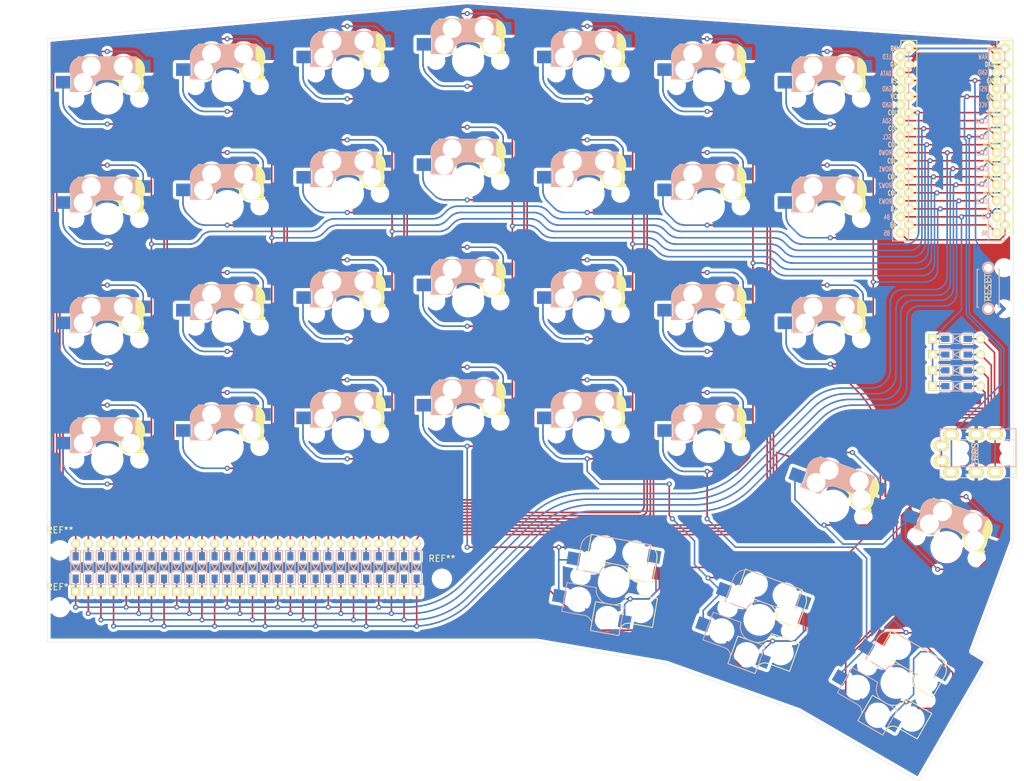
<source format=kicad_pcb>
(kicad_pcb (version 20171130) (host pcbnew "(5.1.6)-1")
  (layers (0 F.Cu signal) (31 B.Cu signal) (34 B.Paste user) (35 F.Paste user) (36 B.SilkS user) (37 F.SilkS user) (38 B.Mask user) (39 F.Mask user) (44 Edge.Cuts user))
  (net 0 "")
  (net 1 "Net-(D1-Pad2)")
  (net 2 row0)
  (net 3 "Net-(D2-Pad2)")
  (net 4 row1)
  (net 5 "Net-(D3-Pad2)")
  (net 6 row2)
  (net 7 "Net-(D4-Pad2)")
  (net 8 row3)
  (net 9 row4)
  (net 10 "Net-(D6-Pad2)")
  (net 11 "Net-(D7-Pad2)")
  (net 12 "Net-(D8-Pad2)")
  (net 13 "Net-(D9-Pad2)")
  (net 14 "Net-(D11-Pad2)")
  (net 15 "Net-(D12-Pad2)")
  (net 16 "Net-(D13-Pad2)")
  (net 17 "Net-(D14-Pad2)")
  (net 18 "Net-(D16-Pad2)")
  (net 19 "Net-(D17-Pad2)")
  (net 20 "Net-(D18-Pad2)")
  (net 21 "Net-(D19-Pad2)")
  (net 22 "Net-(D21-Pad2)")
  (net 23 "Net-(D22-Pad2)")
  (net 24 "Net-(D23-Pad2)")
  (net 25 "Net-(D24-Pad2)")
  (net 26 "Net-(D25-Pad2)")
  (net 27 "Net-(D26-Pad2)")
  (net 28 "Net-(D27-Pad2)")
  (net 29 "Net-(D28-Pad2)")
  (net 30 "Net-(D29-Pad2)")
  (net 31 "Net-(D30-Pad2)")
  (net 32 "Net-(D31-Pad2)")
  (net 33 "Net-(D32-Pad2)")
  (net 34 data)
  (net 35 col0)
  (net 36 col1)
  (net 37 col2)
  (net 38 col3)
  (net 39 col4)
  (net 40 col5)
  (net 41 col6)
  (net 42 "Net-(D5-Pad2)")
  (net 43 "Net-(D10-Pad2)")
  (net 44 "Net-(D15-Pad2)")
  (net 45 "Net-(D20-Pad2)")
  (net 46 VCC)
  (net 47 GND)
  (net 48 reset)
  (net 49 "Net-(U1-Pad24)")
  (net 50 "Net-(U1-Pad13)")
  (net 51 "Net-(U1-Pad12)")
  (net 52 "Net-(U1-Pad5)")
  (net 53 "Net-(U1-Pad2)")
  (net 54 "Net-(U1-Pad1)")
  (net 55 "Net-(J1-PadA)")
  (module kbd:CherryMX_Hotswap (layer F.Cu) (at 86.1 48.95)
    (fp_text reference SW9 hide)
    (fp_text value SW_PUSH hide)
    (pad 2 smd rect (at 5.7 -5.12 180) (size 2.3 2) (layers B.Cu B.Paste B.Mask) (net 13 "Net-(D9-Pad2)"))
    (pad "" np_thru_hole circle (at -5.08 0) (size 1.9 1.9) (drill 1.9) (layers *.Cu *.Mask F.SilkS))
    (pad "" np_thru_hole circle (at 5.08 0) (size 1.9 1.9) (drill 1.9) (layers *.Cu *.Mask F.SilkS))
    (pad "" np_thru_hole circle (at 0 0 90) (size 4.1 4.1) (drill 4.1) (layers *.Cu *.Mask F.SilkS))
    (pad "" np_thru_hole circle (at 2.54 -5.08 180) (size 3 3) (drill 3) (layers *.Cu *.Mask))
    (pad "" np_thru_hole circle (at 3.81 -2.540001 180) (size 3 3) (drill 3) (layers *.Cu *.Mask))
    (pad "" np_thru_hole circle (at -2.54 -5.08 180) (size 3 3) (drill 3) (layers *.Cu *.Mask))
    (pad "" np_thru_hole circle (at -3.81 -2.54 180) (size 3 3) (drill 3) (layers *.Cu *.Mask))
    (pad 2 smd rect (at -5.7 -5.12 180) (size 2.3 2) (layers F.Cu F.Paste F.Mask) (net 13 "Net-(D9-Pad2)"))
    (pad 1 smd rect (at 7 -2.58 180) (size 2.3 2) (layers F.Cu F.Paste F.Mask) (net 37 col2))
    (pad 1 smd rect (at -7 -2.58 180) (size 2.3 2) (layers B.Cu B.Paste B.Mask) (net 37 col2))
  )
  (module MountingHole:MountingHole_2.2mm_M2 (layer F.Cu) (at 101 129)
    (fp_text reference REF** (at 0 -3.2) (layer F.SilkS))
    (fp_text value MountingHole_2.2mm_M2)
    (pad 1 np_thru_hole circle (at 0 0) (size 2.2 2.2) (drill 2.2) (layers *.Cu *.Mask))
  )
  (module MountingHole:MountingHole_2.2mm_M2 (layer F.Cu) (at 40.5 133.5)
    (fp_text reference REF** (at 0 -3.2) (layer F.SilkS))
    (fp_text value MountingHole_2.2mm_M2)
    (pad 1 np_thru_hole circle (at 0 0) (size 2.2 2.2) (drill 2.2) (layers *.Cu *.Mask))
  )
  (module MountingHole:MountingHole_2.2mm_M2 (layer F.Cu) (at 40.5 124.5)
    (fp_text reference REF** (at 0 -3.2) (layer F.SilkS))
    (fp_text value MountingHole_2.2mm_M2)
    (pad 1 np_thru_hole circle (at 0 0) (size 2.2 2.2) (drill 2.2) (layers *.Cu *.Mask))
  )
  (module kbd:CherryMX_Hotswap (layer F.Cu) (at 162.3 91.05)
    (fp_text reference SW30 hide)
    (fp_text value SW_PUSH hide)
    (pad 1 smd rect (at -7 -2.58 180) (size 2.3 2) (layers B.Cu B.Paste B.Mask) (net 41 col6))
    (pad 1 smd rect (at 7 -2.58 180) (size 2.3 2) (layers F.Cu F.Paste F.Mask) (net 41 col6))
    (pad 2 smd rect (at -5.7 -5.12 180) (size 2.3 2) (layers F.Cu F.Paste F.Mask) (net 31 "Net-(D30-Pad2)"))
    (pad "" np_thru_hole circle (at -3.81 -2.54 180) (size 3 3) (drill 3) (layers *.Cu *.Mask))
    (pad "" np_thru_hole circle (at -2.54 -5.08 180) (size 3 3) (drill 3) (layers *.Cu *.Mask))
    (pad "" np_thru_hole circle (at 3.81 -2.540001 180) (size 3 3) (drill 3) (layers *.Cu *.Mask))
    (pad "" np_thru_hole circle (at 2.54 -5.08 180) (size 3 3) (drill 3) (layers *.Cu *.Mask))
    (pad "" np_thru_hole circle (at 0 0 90) (size 4.1 4.1) (drill 4.1) (layers *.Cu *.Mask F.SilkS))
    (pad "" np_thru_hole circle (at 5.08 0) (size 1.9 1.9) (drill 1.9) (layers *.Cu *.Mask F.SilkS))
    (pad "" np_thru_hole circle (at -5.08 0) (size 1.9 1.9) (drill 1.9) (layers *.Cu *.Mask F.SilkS))
    (pad 2 smd rect (at 5.7 -5.12 180) (size 2.3 2) (layers B.Cu B.Paste B.Mask) (net 31 "Net-(D30-Pad2)"))
  )
  (module kbd:CherryMX_Hotswap (layer F.Cu) (at 48 72)
    (fp_text reference SW2 hide)
    (fp_text value SW_PUSH hide)
    (pad 2 smd rect (at 5.7 -5.12 180) (size 2.3 2) (layers B.Cu B.Paste B.Mask) (net 3 "Net-(D2-Pad2)"))
    (pad "" np_thru_hole circle (at -5.08 0) (size 1.9 1.9) (drill 1.9) (layers *.Cu *.Mask F.SilkS))
    (pad "" np_thru_hole circle (at 5.08 0) (size 1.9 1.9) (drill 1.9) (layers *.Cu *.Mask F.SilkS))
    (pad "" np_thru_hole circle (at 0 0 90) (size 4.1 4.1) (drill 4.1) (layers *.Cu *.Mask F.SilkS))
    (pad "" np_thru_hole circle (at 2.54 -5.08 180) (size 3 3) (drill 3) (layers *.Cu *.Mask))
    (pad "" np_thru_hole circle (at 3.81 -2.540001 180) (size 3 3) (drill 3) (layers *.Cu *.Mask))
    (pad "" np_thru_hole circle (at -2.54 -5.08 180) (size 3 3) (drill 3) (layers *.Cu *.Mask))
    (pad "" np_thru_hole circle (at -3.81 -2.54 180) (size 3 3) (drill 3) (layers *.Cu *.Mask))
    (pad 2 smd rect (at -5.7 -5.12 180) (size 2.3 2) (layers F.Cu F.Paste F.Mask) (net 3 "Net-(D2-Pad2)"))
    (pad 1 smd rect (at 7 -2.58 180) (size 2.3 2) (layers F.Cu F.Paste F.Mask) (net 35 col0))
    (pad 1 smd rect (at -7 -2.58 180) (size 2.3 2) (layers B.Cu B.Paste B.Mask) (net 35 col0))
  )
  (module kbd:CherryMX_Choc_Hotswap (layer F.Cu) (at 128.2 129.5 350)
    (fp_text reference SW17 hide)
    (fp_text value SW_PUSH hide)
    (pad 1 smd rect (at -5.6 -5.08 170) (size 2 2) (layers F.Cu F.Paste F.Mask) (net 38 col3))
    (pad "" np_thru_hole circle (at 3.81 -2.54 170) (size 3 3) (drill 3) (layers *.Cu *.Mask))
    (pad "" np_thru_hole circle (at -2.54 -5.08 170) (size 3 3) (drill 3) (layers *.Cu *.Mask))
    (pad 2 smd rect (at 6.9 -2.54 170) (size 2 2) (layers F.Cu F.Paste F.Mask) (net 19 "Net-(D17-Pad2)"))
    (pad "" np_thru_hole circle (at 5 3.7 260) (size 3 3) (drill 3) (layers *.Cu *.Mask))
    (pad 2 smd rect (at -2.8 5.9 170) (size 1.8 2) (layers F.Cu F.Paste F.Mask) (net 19 "Net-(D17-Pad2)"))
    (pad 1 smd rect (at 8.1 3.7 170) (size 2 2) (layers F.Cu F.Paste F.Mask) (net 38 col3))
    (pad 1 smd rect (at -8.1 3.7 170) (size 2 2) (layers B.Cu B.Paste B.Mask) (net 38 col3))
    (pad 2 smd rect (at 2.8 5.9 170) (size 1.9 2) (layers B.Cu B.Paste B.Mask) (net 19 "Net-(D17-Pad2)"))
    (pad "" np_thru_hole circle (at -5 3.7 80) (size 3 3) (drill 3) (layers *.Cu *.Mask))
    (pad "" np_thru_hole circle (at 0 5.9 80) (size 3 3) (drill 3) (layers *.Cu *.Mask))
    (pad 1 smd rect (at -6.9 -2.54 170) (size 2 2) (layers B.Cu B.Paste B.Mask) (net 38 col3))
    (pad "" np_thru_hole circle (at 2.54 -5.08 170) (size 3 3) (drill 3) (layers *.Cu *.Mask))
    (pad "" np_thru_hole circle (at 0 0 80) (size 4 4) (drill 4) (layers *.Cu *.Mask))
    (pad "" np_thru_hole circle (at -5.5 0 80) (size 1.9 1.9) (drill 1.9) (layers *.Cu *.Mask))
    (pad "" np_thru_hole circle (at 5.5 0 80) (size 1.9 1.9) (drill 1.9) (layers *.Cu *.Mask))
    (pad "" np_thru_hole circle (at 5.08 0 350) (size 1.7 1.7) (drill 1.7) (layers *.Cu *.Mask))
    (pad "" np_thru_hole circle (at -5.08 0 350) (size 1.7 1.7) (drill 1.7) (layers *.Cu *.Mask))
    (pad "" np_thru_hole circle (at -3.81 -2.54 170) (size 3 3) (drill 3) (layers *.Cu *.Mask))
    (pad 2 smd rect (at 5.6 -5.08 170) (size 2 2) (layers B.Cu B.Paste B.Mask) (net 19 "Net-(D17-Pad2)"))
  )
  (module kbd:D3_TH_SMD (layer F.Cu) (at 43 127.225 90)
    (fp_text reference D1 hide)
    (fp_text value D hide)
    (pad 2 smd rect (at 1.775 0 90) (size 1.3 0.95) (layers F.Cu F.Paste F.Mask) (net 1 "Net-(D1-Pad2)"))
    (pad 2 thru_hole circle (at 3.81 0 90) (size 1.397 1.397) (drill 0.8128) (layers *.Cu *.Mask F.SilkS) (net 1 "Net-(D1-Pad2)"))
    (pad 1 thru_hole rect (at -3.81 0 90) (size 1.397 1.397) (drill 0.8128) (layers *.Cu *.Mask F.SilkS) (net 2 row0))
    (pad 1 smd rect (at -1.775 0 90) (size 1.3 0.95) (layers B.Cu B.Paste B.Mask) (net 2 row0))
    (pad 2 smd rect (at 1.775 0 90) (size 1.3 0.95) (layers B.Cu B.Paste B.Mask) (net 1 "Net-(D1-Pad2)"))
    (pad 1 smd rect (at -1.775 0 90) (size 1.3 0.95) (layers F.Cu F.Paste F.Mask) (net 2 row0))
  )
  (module kbd:D3_TH_SMD (layer F.Cu) (at 45 127.225 90)
    (fp_text reference D2 hide)
    (fp_text value D hide)
    (pad 1 smd rect (at -1.775 0 90) (size 1.3 0.95) (layers F.Cu F.Paste F.Mask) (net 4 row1))
    (pad 2 smd rect (at 1.775 0 90) (size 1.3 0.95) (layers B.Cu B.Paste B.Mask) (net 3 "Net-(D2-Pad2)"))
    (pad 1 smd rect (at -1.775 0 90) (size 1.3 0.95) (layers B.Cu B.Paste B.Mask) (net 4 row1))
    (pad 1 thru_hole rect (at -3.81 0 90) (size 1.397 1.397) (drill 0.8128) (layers *.Cu *.Mask F.SilkS) (net 4 row1))
    (pad 2 thru_hole circle (at 3.81 0 90) (size 1.397 1.397) (drill 0.8128) (layers *.Cu *.Mask F.SilkS) (net 3 "Net-(D2-Pad2)"))
    (pad 2 smd rect (at 1.775 0 90) (size 1.3 0.95) (layers F.Cu F.Paste F.Mask) (net 3 "Net-(D2-Pad2)"))
  )
  (module kbd:D3_TH_SMD (layer F.Cu) (at 47 127.225 90)
    (fp_text reference D3 hide)
    (fp_text value D hide)
    (pad 2 smd rect (at 1.775 0 90) (size 1.3 0.95) (layers F.Cu F.Paste F.Mask) (net 5 "Net-(D3-Pad2)"))
    (pad 2 thru_hole circle (at 3.81 0 90) (size 1.397 1.397) (drill 0.8128) (layers *.Cu *.Mask F.SilkS) (net 5 "Net-(D3-Pad2)"))
    (pad 1 thru_hole rect (at -3.81 0 90) (size 1.397 1.397) (drill 0.8128) (layers *.Cu *.Mask F.SilkS) (net 6 row2))
    (pad 1 smd rect (at -1.775 0 90) (size 1.3 0.95) (layers B.Cu B.Paste B.Mask) (net 6 row2))
    (pad 2 smd rect (at 1.775 0 90) (size 1.3 0.95) (layers B.Cu B.Paste B.Mask) (net 5 "Net-(D3-Pad2)"))
    (pad 1 smd rect (at -1.775 0 90) (size 1.3 0.95) (layers F.Cu F.Paste F.Mask) (net 6 row2))
  )
  (module kbd:D3_TH_SMD (layer F.Cu) (at 49 127.225 90)
    (fp_text reference D4 hide)
    (fp_text value D hide)
    (pad 2 smd rect (at 1.775 0 90) (size 1.3 0.95) (layers F.Cu F.Paste F.Mask) (net 7 "Net-(D4-Pad2)"))
    (pad 2 thru_hole circle (at 3.81 0 90) (size 1.397 1.397) (drill 0.8128) (layers *.Cu *.Mask F.SilkS) (net 7 "Net-(D4-Pad2)"))
    (pad 1 thru_hole rect (at -3.81 0 90) (size 1.397 1.397) (drill 0.8128) (layers *.Cu *.Mask F.SilkS) (net 8 row3))
    (pad 1 smd rect (at -1.775 0 90) (size 1.3 0.95) (layers B.Cu B.Paste B.Mask) (net 8 row3))
    (pad 2 smd rect (at 1.775 0 90) (size 1.3 0.95) (layers B.Cu B.Paste B.Mask) (net 7 "Net-(D4-Pad2)"))
    (pad 1 smd rect (at -1.775 0 90) (size 1.3 0.95) (layers F.Cu F.Paste F.Mask) (net 8 row3))
  )
  (module kbd:D3_TH_SMD (layer F.Cu) (at 51 127.225 90)
    (fp_text reference D5 hide)
    (fp_text value D hide)
    (pad 1 smd rect (at -1.775 0 90) (size 1.3 0.95) (layers F.Cu F.Paste F.Mask) (net 2 row0))
    (pad 2 smd rect (at 1.775 0 90) (size 1.3 0.95) (layers B.Cu B.Paste B.Mask) (net 42 "Net-(D5-Pad2)"))
    (pad 1 smd rect (at -1.775 0 90) (size 1.3 0.95) (layers B.Cu B.Paste B.Mask) (net 2 row0))
    (pad 1 thru_hole rect (at -3.81 0 90) (size 1.397 1.397) (drill 0.8128) (layers *.Cu *.Mask F.SilkS) (net 2 row0))
    (pad 2 thru_hole circle (at 3.81 0 90) (size 1.397 1.397) (drill 0.8128) (layers *.Cu *.Mask F.SilkS) (net 42 "Net-(D5-Pad2)"))
    (pad 2 smd rect (at 1.775 0 90) (size 1.3 0.95) (layers F.Cu F.Paste F.Mask) (net 42 "Net-(D5-Pad2)"))
  )
  (module kbd:D3_TH_SMD (layer F.Cu) (at 53 127.225 90)
    (fp_text reference D6 hide)
    (fp_text value D hide)
    (pad 2 smd rect (at 1.775 0 90) (size 1.3 0.95) (layers F.Cu F.Paste F.Mask) (net 10 "Net-(D6-Pad2)"))
    (pad 2 thru_hole circle (at 3.81 0 90) (size 1.397 1.397) (drill 0.8128) (layers *.Cu *.Mask F.SilkS) (net 10 "Net-(D6-Pad2)"))
    (pad 1 thru_hole rect (at -3.81 0 90) (size 1.397 1.397) (drill 0.8128) (layers *.Cu *.Mask F.SilkS) (net 4 row1))
    (pad 1 smd rect (at -1.775 0 90) (size 1.3 0.95) (layers B.Cu B.Paste B.Mask) (net 4 row1))
    (pad 2 smd rect (at 1.775 0 90) (size 1.3 0.95) (layers B.Cu B.Paste B.Mask) (net 10 "Net-(D6-Pad2)"))
    (pad 1 smd rect (at -1.775 0 90) (size 1.3 0.95) (layers F.Cu F.Paste F.Mask) (net 4 row1))
  )
  (module kbd:D3_TH_SMD (layer F.Cu) (at 55 127.225 90)
    (fp_text reference D7 hide)
    (fp_text value D hide)
    (pad 2 smd rect (at 1.775 0 90) (size 1.3 0.95) (layers F.Cu F.Paste F.Mask) (net 11 "Net-(D7-Pad2)"))
    (pad 2 thru_hole circle (at 3.81 0 90) (size 1.397 1.397) (drill 0.8128) (layers *.Cu *.Mask F.SilkS) (net 11 "Net-(D7-Pad2)"))
    (pad 1 thru_hole rect (at -3.81 0 90) (size 1.397 1.397) (drill 0.8128) (layers *.Cu *.Mask F.SilkS) (net 6 row2))
    (pad 1 smd rect (at -1.775 0 90) (size 1.3 0.95) (layers B.Cu B.Paste B.Mask) (net 6 row2))
    (pad 2 smd rect (at 1.775 0 90) (size 1.3 0.95) (layers B.Cu B.Paste B.Mask) (net 11 "Net-(D7-Pad2)"))
    (pad 1 smd rect (at -1.775 0 90) (size 1.3 0.95) (layers F.Cu F.Paste F.Mask) (net 6 row2))
  )
  (module kbd:D3_TH_SMD (layer F.Cu) (at 57 127.225 90)
    (fp_text reference D8 hide)
    (fp_text value D hide)
    (pad 1 smd rect (at -1.775 0 90) (size 1.3 0.95) (layers F.Cu F.Paste F.Mask) (net 8 row3))
    (pad 2 smd rect (at 1.775 0 90) (size 1.3 0.95) (layers B.Cu B.Paste B.Mask) (net 12 "Net-(D8-Pad2)"))
    (pad 1 smd rect (at -1.775 0 90) (size 1.3 0.95) (layers B.Cu B.Paste B.Mask) (net 8 row3))
    (pad 1 thru_hole rect (at -3.81 0 90) (size 1.397 1.397) (drill 0.8128) (layers *.Cu *.Mask F.SilkS) (net 8 row3))
    (pad 2 thru_hole circle (at 3.81 0 90) (size 1.397 1.397) (drill 0.8128) (layers *.Cu *.Mask F.SilkS) (net 12 "Net-(D8-Pad2)"))
    (pad 2 smd rect (at 1.775 0 90) (size 1.3 0.95) (layers F.Cu F.Paste F.Mask) (net 12 "Net-(D8-Pad2)"))
  )
  (module kbd:D3_TH_SMD (layer F.Cu) (at 59 127.225 90)
    (fp_text reference D9 hide)
    (fp_text value D hide)
    (pad 1 smd rect (at -1.775 0 90) (size 1.3 0.95) (layers F.Cu F.Paste F.Mask) (net 2 row0))
    (pad 2 smd rect (at 1.775 0 90) (size 1.3 0.95) (layers B.Cu B.Paste B.Mask) (net 13 "Net-(D9-Pad2)"))
    (pad 1 smd rect (at -1.775 0 90) (size 1.3 0.95) (layers B.Cu B.Paste B.Mask) (net 2 row0))
    (pad 1 thru_hole rect (at -3.81 0 90) (size 1.397 1.397) (drill 0.8128) (layers *.Cu *.Mask F.SilkS) (net 2 row0))
    (pad 2 thru_hole circle (at 3.81 0 90) (size 1.397 1.397) (drill 0.8128) (layers *.Cu *.Mask F.SilkS) (net 13 "Net-(D9-Pad2)"))
    (pad 2 smd rect (at 1.775 0 90) (size 1.3 0.95) (layers F.Cu F.Paste F.Mask) (net 13 "Net-(D9-Pad2)"))
  )
  (module kbd:D3_TH_SMD (layer F.Cu) (at 61 127.225 90)
    (fp_text reference D10 hide)
    (fp_text value D hide)
    (pad 2 smd rect (at 1.775 0 90) (size 1.3 0.95) (layers F.Cu F.Paste F.Mask) (net 43 "Net-(D10-Pad2)"))
    (pad 2 thru_hole circle (at 3.81 0 90) (size 1.397 1.397) (drill 0.8128) (layers *.Cu *.Mask F.SilkS) (net 43 "Net-(D10-Pad2)"))
    (pad 1 thru_hole rect (at -3.81 0 90) (size 1.397 1.397) (drill 0.8128) (layers *.Cu *.Mask F.SilkS) (net 4 row1))
    (pad 1 smd rect (at -1.775 0 90) (size 1.3 0.95) (layers B.Cu B.Paste B.Mask) (net 4 row1))
    (pad 2 smd rect (at 1.775 0 90) (size 1.3 0.95) (layers B.Cu B.Paste B.Mask) (net 43 "Net-(D10-Pad2)"))
    (pad 1 smd rect (at -1.775 0 90) (size 1.3 0.95) (layers F.Cu F.Paste F.Mask) (net 4 row1))
  )
  (module kbd:D3_TH_SMD (layer F.Cu) (at 63 127.225 90)
    (fp_text reference D11 hide)
    (fp_text value D hide)
    (pad 1 smd rect (at -1.775 0 90) (size 1.3 0.95) (layers F.Cu F.Paste F.Mask) (net 6 row2))
    (pad 2 smd rect (at 1.775 0 90) (size 1.3 0.95) (layers B.Cu B.Paste B.Mask) (net 14 "Net-(D11-Pad2)"))
    (pad 1 smd rect (at -1.775 0 90) (size 1.3 0.95) (layers B.Cu B.Paste B.Mask) (net 6 row2))
    (pad 1 thru_hole rect (at -3.81 0 90) (size 1.397 1.397) (drill 0.8128) (layers *.Cu *.Mask F.SilkS) (net 6 row2))
    (pad 2 thru_hole circle (at 3.81 0 90) (size 1.397 1.397) (drill 0.8128) (layers *.Cu *.Mask F.SilkS) (net 14 "Net-(D11-Pad2)"))
    (pad 2 smd rect (at 1.775 0 90) (size 1.3 0.95) (layers F.Cu F.Paste F.Mask) (net 14 "Net-(D11-Pad2)"))
  )
  (module kbd:D3_TH_SMD (layer F.Cu) (at 65 127.225 90)
    (fp_text reference D12 hide)
    (fp_text value D hide)
    (pad 2 smd rect (at 1.775 0 90) (size 1.3 0.95) (layers F.Cu F.Paste F.Mask) (net 15 "Net-(D12-Pad2)"))
    (pad 2 thru_hole circle (at 3.81 0 90) (size 1.397 1.397) (drill 0.8128) (layers *.Cu *.Mask F.SilkS) (net 15 "Net-(D12-Pad2)"))
    (pad 1 thru_hole rect (at -3.81 0 90) (size 1.397 1.397) (drill 0.8128) (layers *.Cu *.Mask F.SilkS) (net 8 row3))
    (pad 1 smd rect (at -1.775 0 90) (size 1.3 0.95) (layers B.Cu B.Paste B.Mask) (net 8 row3))
    (pad 2 smd rect (at 1.775 0 90) (size 1.3 0.95) (layers B.Cu B.Paste B.Mask) (net 15 "Net-(D12-Pad2)"))
    (pad 1 smd rect (at -1.775 0 90) (size 1.3 0.95) (layers F.Cu F.Paste F.Mask) (net 8 row3))
  )
  (module kbd:D3_TH_SMD (layer F.Cu) (at 67 127.225 90)
    (fp_text reference D13 hide)
    (fp_text value D hide)
    (pad 1 smd rect (at -1.775 0 90) (size 1.3 0.95) (layers F.Cu F.Paste F.Mask) (net 2 row0))
    (pad 2 smd rect (at 1.775 0 90) (size 1.3 0.95) (layers B.Cu B.Paste B.Mask) (net 16 "Net-(D13-Pad2)"))
    (pad 1 smd rect (at -1.775 0 90) (size 1.3 0.95) (layers B.Cu B.Paste B.Mask) (net 2 row0))
    (pad 1 thru_hole rect (at -3.81 0 90) (size 1.397 1.397) (drill 0.8128) (layers *.Cu *.Mask F.SilkS) (net 2 row0))
    (pad 2 thru_hole circle (at 3.81 0 90) (size 1.397 1.397) (drill 0.8128) (layers *.Cu *.Mask F.SilkS) (net 16 "Net-(D13-Pad2)"))
    (pad 2 smd rect (at 1.775 0 90) (size 1.3 0.95) (layers F.Cu F.Paste F.Mask) (net 16 "Net-(D13-Pad2)"))
  )
  (module kbd:D3_TH_SMD (layer F.Cu) (at 69 127.225 90)
    (fp_text reference D14 hide)
    (fp_text value D hide)
    (pad 2 smd rect (at 1.775 0 90) (size 1.3 0.95) (layers F.Cu F.Paste F.Mask) (net 17 "Net-(D14-Pad2)"))
    (pad 2 thru_hole circle (at 3.81 0 90) (size 1.397 1.397) (drill 0.8128) (layers *.Cu *.Mask F.SilkS) (net 17 "Net-(D14-Pad2)"))
    (pad 1 thru_hole rect (at -3.81 0 90) (size 1.397 1.397) (drill 0.8128) (layers *.Cu *.Mask F.SilkS) (net 4 row1))
    (pad 1 smd rect (at -1.775 0 90) (size 1.3 0.95) (layers B.Cu B.Paste B.Mask) (net 4 row1))
    (pad 2 smd rect (at 1.775 0 90) (size 1.3 0.95) (layers B.Cu B.Paste B.Mask) (net 17 "Net-(D14-Pad2)"))
    (pad 1 smd rect (at -1.775 0 90) (size 1.3 0.95) (layers F.Cu F.Paste F.Mask) (net 4 row1))
  )
  (module kbd:D3_TH_SMD (layer F.Cu) (at 71 127.225 90)
    (fp_text reference D15 hide)
    (fp_text value D hide)
    (pad 2 smd rect (at 1.775 0 90) (size 1.3 0.95) (layers F.Cu F.Paste F.Mask) (net 44 "Net-(D15-Pad2)"))
    (pad 2 thru_hole circle (at 3.81 0 90) (size 1.397 1.397) (drill 0.8128) (layers *.Cu *.Mask F.SilkS) (net 44 "Net-(D15-Pad2)"))
    (pad 1 thru_hole rect (at -3.81 0 90) (size 1.397 1.397) (drill 0.8128) (layers *.Cu *.Mask F.SilkS) (net 6 row2))
    (pad 1 smd rect (at -1.775 0 90) (size 1.3 0.95) (layers B.Cu B.Paste B.Mask) (net 6 row2))
    (pad 2 smd rect (at 1.775 0 90) (size 1.3 0.95) (layers B.Cu B.Paste B.Mask) (net 44 "Net-(D15-Pad2)"))
    (pad 1 smd rect (at -1.775 0 90) (size 1.3 0.95) (layers F.Cu F.Paste F.Mask) (net 6 row2))
  )
  (module kbd:D3_TH_SMD (layer F.Cu) (at 73 127.225 90)
    (fp_text reference D16 hide)
    (fp_text value D hide)
    (pad 1 smd rect (at -1.775 0 90) (size 1.3 0.95) (layers F.Cu F.Paste F.Mask) (net 8 row3))
    (pad 2 smd rect (at 1.775 0 90) (size 1.3 0.95) (layers B.Cu B.Paste B.Mask) (net 18 "Net-(D16-Pad2)"))
    (pad 1 smd rect (at -1.775 0 90) (size 1.3 0.95) (layers B.Cu B.Paste B.Mask) (net 8 row3))
    (pad 1 thru_hole rect (at -3.81 0 90) (size 1.397 1.397) (drill 0.8128) (layers *.Cu *.Mask F.SilkS) (net 8 row3))
    (pad 2 thru_hole circle (at 3.81 0 90) (size 1.397 1.397) (drill 0.8128) (layers *.Cu *.Mask F.SilkS) (net 18 "Net-(D16-Pad2)"))
    (pad 2 smd rect (at 1.775 0 90) (size 1.3 0.95) (layers F.Cu F.Paste F.Mask) (net 18 "Net-(D16-Pad2)"))
  )
  (module kbd:D3_TH_SMD (layer F.Cu) (at 182.5 98.5)
    (fp_text reference D17 hide)
    (fp_text value D hide)
    (pad 1 smd rect (at -1.775 0) (size 1.3 0.95) (layers F.Cu F.Paste F.Mask) (net 9 row4))
    (pad 2 smd rect (at 1.775 0) (size 1.3 0.95) (layers B.Cu B.Paste B.Mask) (net 19 "Net-(D17-Pad2)"))
    (pad 1 smd rect (at -1.775 0) (size 1.3 0.95) (layers B.Cu B.Paste B.Mask) (net 9 row4))
    (pad 1 thru_hole rect (at -3.81 0) (size 1.397 1.397) (drill 0.8128) (layers *.Cu *.Mask F.SilkS) (net 9 row4))
    (pad 2 thru_hole circle (at 3.81 0) (size 1.397 1.397) (drill 0.8128) (layers *.Cu *.Mask F.SilkS) (net 19 "Net-(D17-Pad2)"))
    (pad 2 smd rect (at 1.775 0) (size 1.3 0.95) (layers F.Cu F.Paste F.Mask) (net 19 "Net-(D17-Pad2)"))
  )
  (module kbd:D3_TH_SMD (layer F.Cu) (at 75 127.225 90)
    (fp_text reference D18 hide)
    (fp_text value D hide)
    (pad 1 smd rect (at -1.775 0 90) (size 1.3 0.95) (layers F.Cu F.Paste F.Mask) (net 2 row0))
    (pad 2 smd rect (at 1.775 0 90) (size 1.3 0.95) (layers B.Cu B.Paste B.Mask) (net 20 "Net-(D18-Pad2)"))
    (pad 1 smd rect (at -1.775 0 90) (size 1.3 0.95) (layers B.Cu B.Paste B.Mask) (net 2 row0))
    (pad 1 thru_hole rect (at -3.81 0 90) (size 1.397 1.397) (drill 0.8128) (layers *.Cu *.Mask F.SilkS) (net 2 row0))
    (pad 2 thru_hole circle (at 3.81 0 90) (size 1.397 1.397) (drill 0.8128) (layers *.Cu *.Mask F.SilkS) (net 20 "Net-(D18-Pad2)"))
    (pad 2 smd rect (at 1.775 0 90) (size 1.3 0.95) (layers F.Cu F.Paste F.Mask) (net 20 "Net-(D18-Pad2)"))
  )
  (module kbd:D3_TH_SMD (layer F.Cu) (at 77 127.225 90)
    (fp_text reference D19 hide)
    (fp_text value D hide)
    (pad 2 smd rect (at 1.775 0 90) (size 1.3 0.95) (layers F.Cu F.Paste F.Mask) (net 21 "Net-(D19-Pad2)"))
    (pad 2 thru_hole circle (at 3.81 0 90) (size 1.397 1.397) (drill 0.8128) (layers *.Cu *.Mask F.SilkS) (net 21 "Net-(D19-Pad2)"))
    (pad 1 thru_hole rect (at -3.81 0 90) (size 1.397 1.397) (drill 0.8128) (layers *.Cu *.Mask F.SilkS) (net 4 row1))
    (pad 1 smd rect (at -1.775 0 90) (size 1.3 0.95) (layers B.Cu B.Paste B.Mask) (net 4 row1))
    (pad 2 smd rect (at 1.775 0 90) (size 1.3 0.95) (layers B.Cu B.Paste B.Mask) (net 21 "Net-(D19-Pad2)"))
    (pad 1 smd rect (at -1.775 0 90) (size 1.3 0.95) (layers F.Cu F.Paste F.Mask) (net 4 row1))
  )
  (module kbd:D3_TH_SMD (layer F.Cu) (at 79 127.225 90)
    (fp_text reference D20 hide)
    (fp_text value D hide)
    (pad 1 smd rect (at -1.775 0 90) (size 1.3 0.95) (layers F.Cu F.Paste F.Mask) (net 6 row2))
    (pad 2 smd rect (at 1.775 0 90) (size 1.3 0.95) (layers B.Cu B.Paste B.Mask) (net 45 "Net-(D20-Pad2)"))
    (pad 1 smd rect (at -1.775 0 90) (size 1.3 0.95) (layers B.Cu B.Paste B.Mask) (net 6 row2))
    (pad 1 thru_hole rect (at -3.81 0 90) (size 1.397 1.397) (drill 0.8128) (layers *.Cu *.Mask F.SilkS) (net 6 row2))
    (pad 2 thru_hole circle (at 3.81 0 90) (size 1.397 1.397) (drill 0.8128) (layers *.Cu *.Mask F.SilkS) (net 45 "Net-(D20-Pad2)"))
    (pad 2 smd rect (at 1.775 0 90) (size 1.3 0.95) (layers F.Cu F.Paste F.Mask) (net 45 "Net-(D20-Pad2)"))
  )
  (module kbd:D3_TH_SMD (layer F.Cu) (at 81 127.225 90)
    (fp_text reference D21 hide)
    (fp_text value D hide)
    (pad 2 smd rect (at 1.775 0 90) (size 1.3 0.95) (layers F.Cu F.Paste F.Mask) (net 22 "Net-(D21-Pad2)"))
    (pad 2 thru_hole circle (at 3.81 0 90) (size 1.397 1.397) (drill 0.8128) (layers *.Cu *.Mask F.SilkS) (net 22 "Net-(D21-Pad2)"))
    (pad 1 thru_hole rect (at -3.81 0 90) (size 1.397 1.397) (drill 0.8128) (layers *.Cu *.Mask F.SilkS) (net 8 row3))
    (pad 1 smd rect (at -1.775 0 90) (size 1.3 0.95) (layers B.Cu B.Paste B.Mask) (net 8 row3))
    (pad 2 smd rect (at 1.775 0 90) (size 1.3 0.95) (layers B.Cu B.Paste B.Mask) (net 22 "Net-(D21-Pad2)"))
    (pad 1 smd rect (at -1.775 0 90) (size 1.3 0.95) (layers F.Cu F.Paste F.Mask) (net 8 row3))
  )
  (module kbd:D3_TH_SMD (layer F.Cu) (at 182.5 96)
    (fp_text reference D22 hide)
    (fp_text value D hide)
    (pad 1 smd rect (at -1.775 0) (size 1.3 0.95) (layers F.Cu F.Paste F.Mask) (net 9 row4))
    (pad 2 smd rect (at 1.775 0) (size 1.3 0.95) (layers B.Cu B.Paste B.Mask) (net 23 "Net-(D22-Pad2)"))
    (pad 1 smd rect (at -1.775 0) (size 1.3 0.95) (layers B.Cu B.Paste B.Mask) (net 9 row4))
    (pad 1 thru_hole rect (at -3.81 0) (size 1.397 1.397) (drill 0.8128) (layers *.Cu *.Mask F.SilkS) (net 9 row4))
    (pad 2 thru_hole circle (at 3.81 0) (size 1.397 1.397) (drill 0.8128) (layers *.Cu *.Mask F.SilkS) (net 23 "Net-(D22-Pad2)"))
    (pad 2 smd rect (at 1.775 0) (size 1.3 0.95) (layers F.Cu F.Paste F.Mask) (net 23 "Net-(D22-Pad2)"))
  )
  (module kbd:D3_TH_SMD (layer F.Cu) (at 83 127.225 90)
    (fp_text reference D23 hide)
    (fp_text value D hide)
    (pad 2 smd rect (at 1.775 0 90) (size 1.3 0.95) (layers F.Cu F.Paste F.Mask) (net 24 "Net-(D23-Pad2)"))
    (pad 2 thru_hole circle (at 3.81 0 90) (size 1.397 1.397) (drill 0.8128) (layers *.Cu *.Mask F.SilkS) (net 24 "Net-(D23-Pad2)"))
    (pad 1 thru_hole rect (at -3.81 0 90) (size 1.397 1.397) (drill 0.8128) (layers *.Cu *.Mask F.SilkS) (net 2 row0))
    (pad 1 smd rect (at -1.775 0 90) (size 1.3 0.95) (layers B.Cu B.Paste B.Mask) (net 2 row0))
    (pad 2 smd rect (at 1.775 0 90) (size 1.3 0.95) (layers B.Cu B.Paste B.Mask) (net 24 "Net-(D23-Pad2)"))
    (pad 1 smd rect (at -1.775 0 90) (size 1.3 0.95) (layers F.Cu F.Paste F.Mask) (net 2 row0))
  )
  (module kbd:D3_TH_SMD (layer F.Cu) (at 85 127.225 90)
    (fp_text reference D24 hide)
    (fp_text value D hide)
    (pad 1 smd rect (at -1.775 0 90) (size 1.3 0.95) (layers F.Cu F.Paste F.Mask) (net 4 row1))
    (pad 2 smd rect (at 1.775 0 90) (size 1.3 0.95) (layers B.Cu B.Paste B.Mask) (net 25 "Net-(D24-Pad2)"))
    (pad 1 smd rect (at -1.775 0 90) (size 1.3 0.95) (layers B.Cu B.Paste B.Mask) (net 4 row1))
    (pad 1 thru_hole rect (at -3.81 0 90) (size 1.397 1.397) (drill 0.8128) (layers *.Cu *.Mask F.SilkS) (net 4 row1))
    (pad 2 thru_hole circle (at 3.81 0 90) (size 1.397 1.397) (drill 0.8128) (layers *.Cu *.Mask F.SilkS) (net 25 "Net-(D24-Pad2)"))
    (pad 2 smd rect (at 1.775 0 90) (size 1.3 0.95) (layers F.Cu F.Paste F.Mask) (net 25 "Net-(D24-Pad2)"))
  )
  (module kbd:D3_TH_SMD (layer F.Cu) (at 87 127.225 90)
    (fp_text reference D25 hide)
    (fp_text value D hide)
    (pad 2 smd rect (at 1.775 0 90) (size 1.3 0.95) (layers F.Cu F.Paste F.Mask) (net 26 "Net-(D25-Pad2)"))
    (pad 2 thru_hole circle (at 3.81 0 90) (size 1.397 1.397) (drill 0.8128) (layers *.Cu *.Mask F.SilkS) (net 26 "Net-(D25-Pad2)"))
    (pad 1 thru_hole rect (at -3.81 0 90) (size 1.397 1.397) (drill 0.8128) (layers *.Cu *.Mask F.SilkS) (net 6 row2))
    (pad 1 smd rect (at -1.775 0 90) (size 1.3 0.95) (layers B.Cu B.Paste B.Mask) (net 6 row2))
    (pad 2 smd rect (at 1.775 0 90) (size 1.3 0.95) (layers B.Cu B.Paste B.Mask) (net 26 "Net-(D25-Pad2)"))
    (pad 1 smd rect (at -1.775 0 90) (size 1.3 0.95) (layers F.Cu F.Paste F.Mask) (net 6 row2))
  )
  (module kbd:D3_TH_SMD (layer F.Cu) (at 89 127.225 90)
    (fp_text reference D26 hide)
    (fp_text value D hide)
    (pad 1 smd rect (at -1.775 0 90) (size 1.3 0.95) (layers F.Cu F.Paste F.Mask) (net 8 row3))
    (pad 2 smd rect (at 1.775 0 90) (size 1.3 0.95) (layers B.Cu B.Paste B.Mask) (net 27 "Net-(D26-Pad2)"))
    (pad 1 smd rect (at -1.775 0 90) (size 1.3 0.95) (layers B.Cu B.Paste B.Mask) (net 8 row3))
    (pad 1 thru_hole rect (at -3.81 0 90) (size 1.397 1.397) (drill 0.8128) (layers *.Cu *.Mask F.SilkS) (net 8 row3))
    (pad 2 thru_hole circle (at 3.81 0 90) (size 1.397 1.397) (drill 0.8128) (layers *.Cu *.Mask F.SilkS) (net 27 "Net-(D26-Pad2)"))
    (pad 2 smd rect (at 1.775 0 90) (size 1.3 0.95) (layers F.Cu F.Paste F.Mask) (net 27 "Net-(D26-Pad2)"))
  )
  (module kbd:D3_TH_SMD (layer F.Cu) (at 182.5 93.5)
    (fp_text reference D27 hide)
    (fp_text value D hide)
    (pad 2 smd rect (at 1.775 0) (size 1.3 0.95) (layers F.Cu F.Paste F.Mask) (net 28 "Net-(D27-Pad2)"))
    (pad 2 thru_hole circle (at 3.81 0) (size 1.397 1.397) (drill 0.8128) (layers *.Cu *.Mask F.SilkS) (net 28 "Net-(D27-Pad2)"))
    (pad 1 thru_hole rect (at -3.81 0) (size 1.397 1.397) (drill 0.8128) (layers *.Cu *.Mask F.SilkS) (net 9 row4))
    (pad 1 smd rect (at -1.775 0) (size 1.3 0.95) (layers B.Cu B.Paste B.Mask) (net 9 row4))
    (pad 2 smd rect (at 1.775 0) (size 1.3 0.95) (layers B.Cu B.Paste B.Mask) (net 28 "Net-(D27-Pad2)"))
    (pad 1 smd rect (at -1.775 0) (size 1.3 0.95) (layers F.Cu F.Paste F.Mask) (net 9 row4))
  )
  (module kbd:D3_TH_SMD (layer F.Cu) (at 91 127.225 90)
    (fp_text reference D28 hide)
    (fp_text value D hide)
    (pad 2 smd rect (at 1.775 0 90) (size 1.3 0.95) (layers F.Cu F.Paste F.Mask) (net 29 "Net-(D28-Pad2)"))
    (pad 2 thru_hole circle (at 3.81 0 90) (size 1.397 1.397) (drill 0.8128) (layers *.Cu *.Mask F.SilkS) (net 29 "Net-(D28-Pad2)"))
    (pad 1 thru_hole rect (at -3.81 0 90) (size 1.397 1.397) (drill 0.8128) (layers *.Cu *.Mask F.SilkS) (net 2 row0))
    (pad 1 smd rect (at -1.775 0 90) (size 1.3 0.95) (layers B.Cu B.Paste B.Mask) (net 2 row0))
    (pad 2 smd rect (at 1.775 0 90) (size 1.3 0.95) (layers B.Cu B.Paste B.Mask) (net 29 "Net-(D28-Pad2)"))
    (pad 1 smd rect (at -1.775 0 90) (size 1.3 0.95) (layers F.Cu F.Paste F.Mask) (net 2 row0))
  )
  (module kbd:D3_TH_SMD (layer F.Cu) (at 93 127.225 90)
    (fp_text reference D29 hide)
    (fp_text value D hide)
    (pad 1 smd rect (at -1.775 0 90) (size 1.3 0.95) (layers F.Cu F.Paste F.Mask) (net 4 row1))
    (pad 2 smd rect (at 1.775 0 90) (size 1.3 0.95) (layers B.Cu B.Paste B.Mask) (net 30 "Net-(D29-Pad2)"))
    (pad 1 smd rect (at -1.775 0 90) (size 1.3 0.95) (layers B.Cu B.Paste B.Mask) (net 4 row1))
    (pad 1 thru_hole rect (at -3.81 0 90) (size 1.397 1.397) (drill 0.8128) (layers *.Cu *.Mask F.SilkS) (net 4 row1))
    (pad 2 thru_hole circle (at 3.81 0 90) (size 1.397 1.397) (drill 0.8128) (layers *.Cu *.Mask F.SilkS) (net 30 "Net-(D29-Pad2)"))
    (pad 2 smd rect (at 1.775 0 90) (size 1.3 0.95) (layers F.Cu F.Paste F.Mask) (net 30 "Net-(D29-Pad2)"))
  )
  (module kbd:D3_TH_SMD (layer F.Cu) (at 95 127.225 90)
    (fp_text reference D30 hide)
    (fp_text value D hide)
    (pad 1 smd rect (at -1.775 0 90) (size 1.3 0.95) (layers F.Cu F.Paste F.Mask) (net 6 row2))
    (pad 2 smd rect (at 1.775 0 90) (size 1.3 0.95) (layers B.Cu B.Paste B.Mask) (net 31 "Net-(D30-Pad2)"))
    (pad 1 smd rect (at -1.775 0 90) (size 1.3 0.95) (layers B.Cu B.Paste B.Mask) (net 6 row2))
    (pad 1 thru_hole rect (at -3.81 0 90) (size 1.397 1.397) (drill 0.8128) (layers *.Cu *.Mask F.SilkS) (net 6 row2))
    (pad 2 thru_hole circle (at 3.81 0 90) (size 1.397 1.397) (drill 0.8128) (layers *.Cu *.Mask F.SilkS) (net 31 "Net-(D30-Pad2)"))
    (pad 2 smd rect (at 1.775 0 90) (size 1.3 0.95) (layers F.Cu F.Paste F.Mask) (net 31 "Net-(D30-Pad2)"))
  )
  (module kbd:D3_TH_SMD (layer F.Cu) (at 97 127.225 90)
    (fp_text reference D31 hide)
    (fp_text value D hide)
    (pad 2 smd rect (at 1.775 0 90) (size 1.3 0.95) (layers F.Cu F.Paste F.Mask) (net 32 "Net-(D31-Pad2)"))
    (pad 2 thru_hole circle (at 3.81 0 90) (size 1.397 1.397) (drill 0.8128) (layers *.Cu *.Mask F.SilkS) (net 32 "Net-(D31-Pad2)"))
    (pad 1 thru_hole rect (at -3.81 0 90) (size 1.397 1.397) (drill 0.8128) (layers *.Cu *.Mask F.SilkS) (net 8 row3))
    (pad 1 smd rect (at -1.775 0 90) (size 1.3 0.95) (layers B.Cu B.Paste B.Mask) (net 8 row3))
    (pad 2 smd rect (at 1.775 0 90) (size 1.3 0.95) (layers B.Cu B.Paste B.Mask) (net 32 "Net-(D31-Pad2)"))
    (pad 1 smd rect (at -1.775 0 90) (size 1.3 0.95) (layers F.Cu F.Paste F.Mask) (net 8 row3))
  )
  (module kbd:D3_TH_SMD (layer F.Cu) (at 182.5 91)
    (fp_text reference D32 hide)
    (fp_text value D hide)
    (pad 1 smd rect (at -1.775 0) (size 1.3 0.95) (layers F.Cu F.Paste F.Mask) (net 9 row4))
    (pad 2 smd rect (at 1.775 0) (size 1.3 0.95) (layers B.Cu B.Paste B.Mask) (net 33 "Net-(D32-Pad2)"))
    (pad 1 smd rect (at -1.775 0) (size 1.3 0.95) (layers B.Cu B.Paste B.Mask) (net 9 row4))
    (pad 1 thru_hole rect (at -3.81 0) (size 1.397 1.397) (drill 0.8128) (layers *.Cu *.Mask F.SilkS) (net 9 row4))
    (pad 2 thru_hole circle (at 3.81 0) (size 1.397 1.397) (drill 0.8128) (layers *.Cu *.Mask F.SilkS) (net 33 "Net-(D32-Pad2)"))
    (pad 2 smd rect (at 1.775 0) (size 1.3 0.95) (layers F.Cu F.Paste F.Mask) (net 33 "Net-(D32-Pad2)"))
  )
  (module kbd:ResetSW (layer B.Cu) (at 187.5 83 90)
    (fp_text reference K1 hide)
    (fp_text value KEYSW)
    (fp_text user RESET (at 0.127 0 90) (layer F.SilkS))
    (fp_text user RESET (at 0 0 90) (layer B.SilkS) (effects (justify mirror)))
    (pad 1 thru_hole circle (at 3.25 0 90) (size 2 2) (drill 1.3) (layers *.Cu *.Mask B.SilkS) (net 48 reset))
    (pad 2 thru_hole circle (at -3.25 0 90) (size 2 2) (drill 1.3) (layers *.Cu *.Mask B.SilkS) (net 47 GND))
  )
  (module kbd:CherryMX_Choc_Hotswap (layer F.Cu) (at 151.25104 135.5 340)
    (fp_text reference SW22 hide)
    (fp_text value SW_PUSH hide)
    (pad 2 smd rect (at 5.6 -5.08 160) (size 2 2) (layers B.Cu B.Paste B.Mask) (net 23 "Net-(D22-Pad2)"))
    (pad "" np_thru_hole circle (at -3.81 -2.54 160) (size 3 3) (drill 3) (layers *.Cu *.Mask))
    (pad "" np_thru_hole circle (at -5.08 0 340) (size 1.7 1.7) (drill 1.7) (layers *.Cu *.Mask))
    (pad "" np_thru_hole circle (at 5.08 0 340) (size 1.7 1.7) (drill 1.7) (layers *.Cu *.Mask))
    (pad "" np_thru_hole circle (at 5.5 0 70) (size 1.9 1.9) (drill 1.9) (layers *.Cu *.Mask))
    (pad "" np_thru_hole circle (at -5.5 0 70) (size 1.9 1.9) (drill 1.9) (layers *.Cu *.Mask))
    (pad "" np_thru_hole circle (at 0 0 70) (size 4 4) (drill 4) (layers *.Cu *.Mask))
    (pad "" np_thru_hole circle (at 2.54 -5.08 160) (size 3 3) (drill 3) (layers *.Cu *.Mask))
    (pad 1 smd rect (at -6.9 -2.54 160) (size 2 2) (layers B.Cu B.Paste B.Mask) (net 39 col4))
    (pad "" np_thru_hole circle (at 0 5.9 70) (size 3 3) (drill 3) (layers *.Cu *.Mask))
    (pad "" np_thru_hole circle (at -5 3.7 70) (size 3 3) (drill 3) (layers *.Cu *.Mask))
    (pad 2 smd rect (at 2.8 5.9 160) (size 1.9 2) (layers B.Cu B.Paste B.Mask) (net 23 "Net-(D22-Pad2)"))
    (pad 1 smd rect (at -8.1 3.7 160) (size 2 2) (layers B.Cu B.Paste B.Mask) (net 39 col4))
    (pad 1 smd rect (at 8.1 3.7 160) (size 2 2) (layers F.Cu F.Paste F.Mask) (net 39 col4))
    (pad 2 smd rect (at -2.8 5.9 160) (size 1.8 2) (layers F.Cu F.Paste F.Mask) (net 23 "Net-(D22-Pad2)"))
    (pad "" np_thru_hole circle (at 5 3.7 250) (size 3 3) (drill 3) (layers *.Cu *.Mask))
    (pad 2 smd rect (at 6.9 -2.54 160) (size 2 2) (layers F.Cu F.Paste F.Mask) (net 23 "Net-(D22-Pad2)"))
    (pad "" np_thru_hole circle (at -2.54 -5.08 160) (size 3 3) (drill 3) (layers *.Cu *.Mask))
    (pad "" np_thru_hole circle (at 3.81 -2.54 160) (size 3 3) (drill 3) (layers *.Cu *.Mask))
    (pad 1 smd rect (at -5.6 -5.08 160) (size 2 2) (layers F.Cu F.Paste F.Mask) (net 39 col4))
  )
  (module kbd:CherryMX_Choc_Hotswap (layer F.Cu) (at 172.95 145.5 330)
    (fp_text reference SW27 hide)
    (fp_text value SW_PUSH hide)
    (pad 1 smd rect (at -5.6 -5.08 150) (size 2 2) (layers F.Cu F.Paste F.Mask) (net 40 col5))
    (pad "" np_thru_hole circle (at 3.81 -2.54 150) (size 3 3) (drill 3) (layers *.Cu *.Mask))
    (pad "" np_thru_hole circle (at -2.54 -5.08 150) (size 3 3) (drill 3) (layers *.Cu *.Mask))
    (pad 2 smd rect (at 6.9 -2.54 150) (size 2 2) (layers F.Cu F.Paste F.Mask) (net 28 "Net-(D27-Pad2)"))
    (pad "" np_thru_hole circle (at 5 3.7 240) (size 3 3) (drill 3) (layers *.Cu *.Mask))
    (pad 2 smd rect (at -2.8 5.9 150) (size 1.8 2) (layers F.Cu F.Paste F.Mask) (net 28 "Net-(D27-Pad2)"))
    (pad 1 smd rect (at 8.1 3.7 150) (size 2 2) (layers F.Cu F.Paste F.Mask) (net 40 col5))
    (pad 1 smd rect (at -8.1 3.7 150) (size 2 2) (layers B.Cu B.Paste B.Mask) (net 40 col5))
    (pad 2 smd rect (at 2.8 5.9 150) (size 1.9 2) (layers B.Cu B.Paste B.Mask) (net 28 "Net-(D27-Pad2)"))
    (pad "" np_thru_hole circle (at -5 3.7 60) (size 3 3) (drill 3) (layers *.Cu *.Mask))
    (pad "" np_thru_hole circle (at 0 5.9 60) (size 3 3) (drill 3) (layers *.Cu *.Mask))
    (pad 1 smd rect (at -6.9 -2.54 150) (size 2 2) (layers B.Cu B.Paste B.Mask) (net 40 col5))
    (pad "" np_thru_hole circle (at 2.54 -5.08 150) (size 3 3) (drill 3) (layers *.Cu *.Mask))
    (pad "" np_thru_hole circle (at 0 0 60) (size 4 4) (drill 4) (layers *.Cu *.Mask))
    (pad "" np_thru_hole circle (at -5.5 0 60) (size 1.9 1.9) (drill 1.9) (layers *.Cu *.Mask))
    (pad "" np_thru_hole circle (at 5.5 0 60) (size 1.9 1.9) (drill 1.9) (layers *.Cu *.Mask))
    (pad "" np_thru_hole circle (at 5.08 0 330) (size 1.7 1.7) (drill 1.7) (layers *.Cu *.Mask))
    (pad "" np_thru_hole circle (at -5.08 0 330) (size 1.7 1.7) (drill 1.7) (layers *.Cu *.Mask))
    (pad "" np_thru_hole circle (at -3.81 -2.54 150) (size 3 3) (drill 3) (layers *.Cu *.Mask))
    (pad 2 smd rect (at 5.6 -5.08 150) (size 2 2) (layers B.Cu B.Paste B.Mask) (net 28 "Net-(D27-Pad2)"))
  )
  (module kbd:ProMicro_v2 (layer F.Cu) (at 182.5 59.5)
    (fp_text reference U1 hide)
    (fp_text value ProMicro hide)
    (fp_text user RAW (at 4.191 -13.1445) (layer B.SilkS) (effects (font (size 0.75 0.5) (thickness 0.125)) (justify mirror)))
    (fp_text user LED (at -11.049 -13.1445) (layer B.SilkS) (effects (font (size 0.75 0.5) (thickness 0.125)) (justify mirror)))
    (fp_text user GND (at 4.1275 -10.668) (layer B.SilkS) (effects (font (size 0.75 0.5) (thickness 0.125)) (justify mirror)))
    (fp_text user DATA (at -11.2 -10.5) (layer B.SilkS) (effects (font (size 0.75 0.5) (thickness 0.125)) (justify mirror)))
    (fp_text user RST (at 4.191 -8.0645) (layer B.SilkS) (effects (font (size 0.75 0.5) (thickness 0.125)) (justify mirror)))
    (fp_text user GND (at -11.049 -8.0645) (layer B.SilkS) (effects (font (size 0.75 0.5) (thickness 0.125)) (justify mirror)))
    (fp_text user VCC (at 4.1275 -5.5245) (layer B.SilkS) (effects (font (size 0.75 0.5) (thickness 0.125)) (justify mirror)))
    (fp_text user GND (at -11.049 -5.5245) (layer B.SilkS) (effects (font (size 0.75 0.5) (thickness 0.125)) (justify mirror)))
    (fp_text user COL3 (at 4 4.6) (layer B.SilkS) (effects (font (size 0.75 0.5) (thickness 0.125)) (justify mirror)))
    (fp_text user ROW0 (at -11.3 2.032) (layer B.SilkS) (effects (font (size 0.75 0.5) (thickness 0.125)) (justify mirror)))
    (fp_text user COL2 (at 4 2.1) (layer B.SilkS) (effects (font (size 0.75 0.5) (thickness 0.125)) (justify mirror)))
    (fp_text user SCL (at -11.049 -0.4445) (layer B.SilkS) (effects (font (size 0.75 0.5) (thickness 0.125)) (justify mirror)))
    (fp_text user COL1 (at 4 -0.4445) (layer B.SilkS) (effects (font (size 0.75 0.5) (thickness 0.125)) (justify mirror)))
    (fp_text user SDA (at -11.049 -2.9845) (layer B.SilkS) (effects (font (size 0.75 0.5) (thickness 0.125)) (justify mirror)))
    (fp_text user COL0 (at 4 -2.95) (layer B.SilkS) (effects (font (size 0.75 0.5) (thickness 0.125)) (justify mirror)))
    (fp_text user B6 (at 4.445 14.732) (layer B.SilkS) (effects (font (size 0.75 0.5) (thickness 0.125)) (justify mirror)))
    (fp_text user B5 (at -11.049 14.7955) (layer B.SilkS) (effects (font (size 0.75 0.5) (thickness 0.125)) (justify mirror)))
    (fp_text user B4 (at -11.049 12.2555) (layer B.SilkS) (effects (font (size 0.75 0.5) (thickness 0.125)) (justify mirror)))
    (fp_text user B2 (at 4.5085 12.1285) (layer B.SilkS) (effects (font (size 0.75 0.5) (thickness 0.125)) (justify mirror)))
    (fp_text user ROW3 (at -11.3 9.75) (layer B.SilkS) (effects (font (size 0.75 0.5) (thickness 0.125)) (justify mirror)))
    (fp_text user COL5 (at 4 9.75) (layer B.SilkS) (effects (font (size 0.75 0.5) (thickness 0.125)) (justify mirror)))
    (fp_text user ROW2 (at -11.3 7.239) (layer B.SilkS) (effects (font (size 0.75 0.5) (thickness 0.125)) (justify mirror)))
    (fp_text user COL4 (at 3.95 7.112) (layer B.SilkS) (effects (font (size 0.75 0.5) (thickness 0.125)) (justify mirror)))
    (fp_text user ROW1 (at -11.3 4.6355) (layer B.SilkS) (effects (font (size 0.75 0.5) (thickness 0.125)) (justify mirror)))
    (fp_text user ROW1 (at 5.25 3.302) (layer F.SilkS) (effects (font (size 0.75 0.5) (thickness 0.125))))
    (fp_text user COL4 (at -9.95 5.85) (layer F.SilkS) (effects (font (size 0.75 0.5) (thickness 0.125))))
    (fp_text user ROW2 (at 5.2 5.85) (layer F.SilkS) (effects (font (size 0.75 0.5) (thickness 0.125))))
    (fp_text user COL5 (at -9.95 8.4455) (layer F.SilkS) (effects (font (size 0.75 0.5) (thickness 0.125))))
    (fp_text user ROW3 (at 5.2 8.4455) (layer F.SilkS) (effects (font (size 0.75 0.5) (thickness 0.125))))
    (fp_text user B2 (at -9.95 10.95) (layer F.SilkS) (effects (font (size 0.75 0.5) (thickness 0.125))))
    (fp_text user B4 (at 5.2 10.922) (layer F.SilkS) (effects (font (size 0.75 0.5) (thickness 0.125))))
    (fp_text user B5 (at 5.2 13.5255) (layer F.SilkS) (effects (font (size 0.75 0.5) (thickness 0.125))))
    (fp_text user B6 (at -10.05 13.5) (layer F.SilkS) (effects (font (size 0.75 0.5) (thickness 0.125))))
    (fp_text user COL0 (at -9.9 -4.3) (layer F.SilkS) (effects (font (size 0.75 0.5) (thickness 0.125))))
    (fp_text user SDA (at 5.461 -4.318) (layer F.SilkS) (effects (font (size 0.75 0.5) (thickness 0.125))))
    (fp_text user COL1 (at -9.85 -1.778) (layer F.SilkS) (effects (font (size 0.75 0.5) (thickness 0.125))))
    (fp_text user SCL (at 5.461 -1.778) (layer F.SilkS) (effects (font (size 0.75 0.5) (thickness 0.125))))
    (fp_text user COL2 (at -9.9 0.762) (layer F.SilkS) (effects (font (size 0.75 0.5) (thickness 0.125))))
    (fp_text user ROW0 (at 5.2 0.8) (layer F.SilkS) (effects (font (size 0.75 0.5) (thickness 0.125))))
    (fp_text user COL3 (at -10 3.35) (layer F.SilkS) (effects (font (size 0.75 0.5) (thickness 0.125))))
    (fp_text user GND (at 5.461 -6.7945) (layer F.SilkS) (effects (font (size 0.75 0.5) (thickness 0.125))))
    (fp_text user VCC (at -9.7155 -6.858) (layer F.SilkS) (effects (font (size 0.75 0.5) (thickness 0.125))))
    (fp_text user GND (at 5.5245 -9.3345) (layer F.SilkS) (effects (font (size 0.75 0.5) (thickness 0.125))))
    (fp_text user RST (at -9.7155 -9.3345) (layer F.SilkS) (effects (font (size 0.75 0.5) (thickness 0.125))))
    (fp_text user DATA (at 5.35 -11.95) (layer F.SilkS) (effects (font (size 0.75 0.5) (thickness 0.125))))
    (fp_text user GND (at -9.7155 -11.938) (layer F.SilkS) (effects (font (size 0.75 0.5) (thickness 0.125))))
    (fp_text user LED (at 5.5 -14.478) (layer F.SilkS) (effects (font (size 0.75 0.5) (thickness 0.125))))
    (fp_text user RAW (at -9.7155 -14.478) (layer F.SilkS) (effects (font (size 0.75 0.5) (thickness 0.125))))
    (fp_text user "" (at -1.2065 -16.256) (layer B.SilkS) (effects (justify mirror)))
    (fp_text user "" (at -0.5 -17.25) (layer F.SilkS))
    (pad 24 thru_hole circle (at -7.5636 -14.478) (size 1.524 1.524) (drill 0.8128) (layers *.Cu *.Mask F.SilkS) (net 49 "Net-(U1-Pad24)"))
    (pad 23 thru_hole circle (at -7.5636 -11.938) (size 1.524 1.524) (drill 0.8128) (layers *.Cu *.Mask F.SilkS) (net 47 GND))
    (pad 22 thru_hole circle (at -7.5636 -9.398) (size 1.524 1.524) (drill 0.8128) (layers *.Cu *.Mask F.SilkS) (net 48 reset))
    (pad 21 thru_hole circle (at -7.5636 -6.858) (size 1.524 1.524) (drill 0.8128) (layers *.Cu *.Mask F.SilkS) (net 46 VCC))
    (pad 20 thru_hole circle (at -7.5636 -4.318) (size 1.524 1.524) (drill 0.8128) (layers *.Cu *.Mask F.SilkS) (net 35 col0))
    (pad 19 thru_hole circle (at -7.5636 -1.778) (size 1.524 1.524) (drill 0.8128) (layers *.Cu *.Mask F.SilkS) (net 36 col1))
    (pad 18 thru_hole circle (at -7.5636 0.762) (size 1.524 1.524) (drill 0.8128) (layers *.Cu *.Mask F.SilkS) (net 37 col2))
    (pad 17 thru_hole circle (at -7.5636 3.302) (size 1.524 1.524) (drill 0.8128) (layers *.Cu *.Mask F.SilkS) (net 38 col3))
    (pad 16 thru_hole circle (at -7.5636 5.842) (size 1.524 1.524) (drill 0.8128) (layers *.Cu *.Mask F.SilkS) (net 39 col4))
    (pad 15 thru_hole circle (at -7.5636 8.382) (size 1.524 1.524) (drill 0.8128) (layers *.Cu *.Mask F.SilkS) (net 40 col5))
    (pad 14 thru_hole circle (at -7.5636 10.922) (size 1.524 1.524) (drill 0.8128) (layers *.Cu *.Mask F.SilkS) (net 41 col6))
    (pad 13 thru_hole circle (at -7.5636 13.462) (size 1.524 1.524) (drill 0.8128) (layers *.Cu *.Mask F.SilkS) (net 50 "Net-(U1-Pad13)"))
    (pad 12 thru_hole circle (at 7.6564 13.462) (size 1.524 1.524) (drill 0.8128) (layers *.Cu *.Mask F.SilkS) (net 51 "Net-(U1-Pad12)"))
    (pad 11 thru_hole circle (at 7.6564 10.922) (size 1.524 1.524) (drill 0.8128) (layers *.Cu *.Mask F.SilkS) (net 9 row4))
    (pad 10 thru_hole circle (at 7.6564 8.382) (size 1.524 1.524) (drill 0.8128) (layers *.Cu *.Mask F.SilkS) (net 8 row3))
    (pad 9 thru_hole circle (at 7.6564 5.842) (size 1.524 1.524) (drill 0.8128) (layers *.Cu *.Mask F.SilkS) (net 6 row2))
    (pad 8 thru_hole circle (at 7.6564 3.302) (size 1.524 1.524) (drill 0.8128) (layers *.Cu *.Mask F.SilkS) (net 4 row1))
    (pad 7 thru_hole circle (at 7.6564 0.762) (size 1.524 1.524) (drill 0.8128) (layers *.Cu *.Mask F.SilkS) (net 2 row0))
    (pad 6 thru_hole circle (at 7.6564 -1.778) (size 1.524 1.524) (drill 0.8128) (layers *.Cu *.Mask F.SilkS) (net 34 data))
    (pad 5 thru_hole circle (at 7.6564 -4.318) (size 1.524 1.524) (drill 0.8128) (layers *.Cu *.Mask F.SilkS) (net 52 "Net-(U1-Pad5)"))
    (pad 4 thru_hole circle (at 7.6564 -6.858) (size 1.524 1.524) (drill 0.8128) (layers *.Cu *.Mask F.SilkS) (net 47 GND))
    (pad 3 thru_hole circle (at 7.6564 -9.398) (size 1.524 1.524) (drill 0.8128) (layers *.Cu *.Mask F.SilkS) (net 47 GND))
    (pad 2 thru_hole circle (at 7.6564 -11.938) (size 1.524 1.524) (drill 0.8128) (layers *.Cu *.Mask F.SilkS) (net 53 "Net-(U1-Pad2)"))
    (pad 1 thru_hole circle (at 7.6564 -14.478) (size 1.524 1.524) (drill 0.8128) (layers *.Cu *.Mask F.SilkS) (net 54 "Net-(U1-Pad1)"))
    (pad 1 thru_hole circle (at -8.89 -13.208) (size 1.524 1.524) (drill 0.8128) (layers *.Cu *.Mask F.SilkS) (net 54 "Net-(U1-Pad1)"))
    (pad 2 thru_hole circle (at -8.89 -10.668) (size 1.524 1.524) (drill 0.8128) (layers *.Cu *.Mask F.SilkS) (net 53 "Net-(U1-Pad2)"))
    (pad 3 thru_hole circle (at -8.89 -8.128) (size 1.524 1.524) (drill 0.8128) (layers *.Cu *.Mask F.SilkS) (net 47 GND))
    (pad 4 thru_hole circle (at -8.89 -5.588) (size 1.524 1.524) (drill 0.8128) (layers *.Cu *.Mask F.SilkS) (net 47 GND))
    (pad 5 thru_hole circle (at -8.89 -3.048) (size 1.524 1.524) (drill 0.8128) (layers *.Cu *.Mask F.SilkS) (net 52 "Net-(U1-Pad5)"))
    (pad 6 thru_hole circle (at -8.89 -0.508) (size 1.524 1.524) (drill 0.8128) (layers *.Cu *.Mask F.SilkS) (net 34 data))
    (pad 7 thru_hole circle (at -8.89 2.032) (size 1.524 1.524) (drill 0.8128) (layers *.Cu *.Mask F.SilkS) (net 2 row0))
    (pad 8 thru_hole circle (at -8.89 4.572) (size 1.524 1.524) (drill 0.8128) (layers *.Cu *.Mask F.SilkS) (net 4 row1))
    (pad 9 thru_hole circle (at -8.89 7.112) (size 1.524 1.524) (drill 0.8128) (layers *.Cu *.Mask F.SilkS) (net 6 row2))
    (pad 10 thru_hole circle (at -8.89 9.652) (size 1.524 1.524) (drill 0.8128) (layers *.Cu *.Mask F.SilkS) (net 8 row3))
    (pad 11 thru_hole circle (at -8.89 12.192) (size 1.524 1.524) (drill 0.8128) (layers *.Cu *.Mask F.SilkS) (net 9 row4))
    (pad 12 thru_hole circle (at -8.89 14.732) (size 1.524 1.524) (drill 0.8128) (layers *.Cu *.Mask F.SilkS) (net 51 "Net-(U1-Pad12)"))
    (pad 13 thru_hole circle (at 6.35 14.732) (size 1.524 1.524) (drill 0.8128) (layers *.Cu *.Mask F.SilkS) (net 50 "Net-(U1-Pad13)"))
    (pad 14 thru_hole circle (at 6.35 12.192) (size 1.524 1.524) (drill 0.8128) (layers *.Cu *.Mask F.SilkS) (net 41 col6))
    (pad 15 thru_hole circle (at 6.35 9.652) (size 1.524 1.524) (drill 0.8128) (layers *.Cu *.Mask F.SilkS) (net 40 col5))
    (pad 16 thru_hole circle (at 6.35 7.112) (size 1.524 1.524) (drill 0.8128) (layers *.Cu *.Mask F.SilkS) (net 39 col4))
    (pad 17 thru_hole circle (at 6.35 4.572) (size 1.524 1.524) (drill 0.8128) (layers *.Cu *.Mask F.SilkS) (net 38 col3))
    (pad 18 thru_hole circle (at 6.35 2.032) (size 1.524 1.524) (drill 0.8128) (layers *.Cu *.Mask F.SilkS) (net 37 col2))
    (pad 19 thru_hole circle (at 6.35 -0.508) (size 1.524 1.524) (drill 0.8128) (layers *.Cu *.Mask F.SilkS) (net 36 col1))
    (pad 20 thru_hole circle (at 6.35 -3.048) (size 1.524 1.524) (drill 0.8128) (layers *.Cu *.Mask F.SilkS) (net 35 col0))
    (pad 21 thru_hole circle (at 6.35 -5.588) (size 1.524 1.524) (drill 0.8128) (layers *.Cu *.Mask F.SilkS) (net 46 VCC))
    (pad 22 thru_hole circle (at 6.35 -8.128) (size 1.524 1.524) (drill 0.8128) (layers *.Cu *.Mask F.SilkS) (net 48 reset))
    (pad 23 thru_hole circle (at 6.35 -10.668) (size 1.524 1.524) (drill 0.8128) (layers *.Cu *.Mask F.SilkS) (net 47 GND))
    (pad 24 thru_hole circle (at 6.35 -13.208) (size 1.524 1.524) (drill 0.8128) (layers *.Cu *.Mask F.SilkS) (net 49 "Net-(U1-Pad24)"))
  )
  (module kbd:MJ-4PP-9 (layer F.Cu) (at 191.9 110 270)
    (fp_text reference J1)
    (fp_text value MJ-4PP-9 hide)
    (fp_text user TRRS (at -0.8255 6.4135 90) (layer B.SilkS) (effects (justify mirror)))
    (fp_text user TRRS (at -0.75 6.45 90) (layer F.SilkS))
    (pad "" np_thru_hole circle (at -1.75 8.5 270) (size 1.2 1.2) (drill 1.2) (layers *.Cu *.Mask F.SilkS))
    (pad "" np_thru_hole circle (at -1.75 1.5 270) (size 1.2 1.2) (drill 1.2) (layers *.Cu *.Mask F.SilkS))
    (pad D thru_hole oval (at -3.85 10.3 270) (size 1.7 2.5) (drill oval 1 1.5) (layers *.Cu *.Mask F.SilkS) (net 46 VCC) (clearance 0.15))
    (pad A thru_hole oval (at 0.35 11.8 270) (size 1.7 2.5) (drill oval 1 1.5) (layers *.Cu *.Mask F.SilkS) (net 55 "Net-(J1-PadA)") (clearance 0.15))
    (pad B thru_hole oval (at -3.85 3.3 270) (size 1.7 2.5) (drill oval 1 1.5) (layers *.Cu *.Mask F.SilkS) (net 34 data))
    (pad C thru_hole oval (at -3.85 6.3 270) (size 1.7 2.5) (drill oval 1 1.5) (layers *.Cu *.Mask F.SilkS) (net 47 GND))
    (pad "" np_thru_hole circle (at 0 1.5 270) (size 1.2 1.2) (drill 1.2) (layers *.Cu *.Mask F.SilkS))
    (pad "" np_thru_hole circle (at 0 8.5 270) (size 1.2 1.2) (drill 1.2) (layers *.Cu *.Mask F.SilkS))
    (pad B thru_hole oval (at 2.1 3.3 270) (size 1.7 2.5) (drill oval 1 1.5) (layers *.Cu *.Mask F.SilkS) (net 34 data))
    (pad C thru_hole oval (at 2.1 6.3 270) (size 1.7 2.5) (drill oval 1 1.5) (layers *.Cu *.Mask F.SilkS) (net 47 GND))
    (pad D thru_hole oval (at 2.1 10.3 270) (size 1.7 2.5) (drill oval 1 1.5) (layers *.Cu *.Mask F.SilkS) (net 46 VCC) (clearance 0.15))
    (pad A thru_hole oval (at -2.1 11.8 270) (size 1.7 2.5) (drill oval 1 1.5) (layers *.Cu *.Mask F.SilkS) (net 55 "Net-(J1-PadA)") (clearance 0.15))
  )
  (module kbd:CherryMX_Hotswap (layer F.Cu) (at 48 52.95)
    (fp_text reference SW1 hide)
    (fp_text value SW_PUSH hide)
    (pad 2 smd rect (at 5.7 -5.12 180) (size 2.3 2) (layers B.Cu B.Paste B.Mask) (net 1 "Net-(D1-Pad2)"))
    (pad "" np_thru_hole circle (at -5.08 0) (size 1.9 1.9) (drill 1.9) (layers *.Cu *.Mask F.SilkS))
    (pad "" np_thru_hole circle (at 5.08 0) (size 1.9 1.9) (drill 1.9) (layers *.Cu *.Mask F.SilkS))
    (pad "" np_thru_hole circle (at 0 0 90) (size 4.1 4.1) (drill 4.1) (layers *.Cu *.Mask F.SilkS))
    (pad "" np_thru_hole circle (at 2.54 -5.08 180) (size 3 3) (drill 3) (layers *.Cu *.Mask))
    (pad "" np_thru_hole circle (at 3.81 -2.540001 180) (size 3 3) (drill 3) (layers *.Cu *.Mask))
    (pad "" np_thru_hole circle (at -2.54 -5.08 180) (size 3 3) (drill 3) (layers *.Cu *.Mask))
    (pad "" np_thru_hole circle (at -3.81 -2.54 180) (size 3 3) (drill 3) (layers *.Cu *.Mask))
    (pad 2 smd rect (at -5.7 -5.12 180) (size 2.3 2) (layers F.Cu F.Paste F.Mask) (net 1 "Net-(D1-Pad2)"))
    (pad 1 smd rect (at 7 -2.58 180) (size 2.3 2) (layers F.Cu F.Paste F.Mask) (net 35 col0))
    (pad 1 smd rect (at -7 -2.58 180) (size 2.3 2) (layers B.Cu B.Paste B.Mask) (net 35 col0))
  )
  (module kbd:CherryMX_Hotswap (layer F.Cu) (at 48 91.05)
    (fp_text reference SW3 hide)
    (fp_text value SW_PUSH hide)
    (pad 2 smd rect (at 5.7 -5.12 180) (size 2.3 2) (layers B.Cu B.Paste B.Mask) (net 5 "Net-(D3-Pad2)"))
    (pad "" np_thru_hole circle (at -5.08 0) (size 1.9 1.9) (drill 1.9) (layers *.Cu *.Mask F.SilkS))
    (pad "" np_thru_hole circle (at 5.08 0) (size 1.9 1.9) (drill 1.9) (layers *.Cu *.Mask F.SilkS))
    (pad "" np_thru_hole circle (at 0 0 90) (size 4.1 4.1) (drill 4.1) (layers *.Cu *.Mask F.SilkS))
    (pad "" np_thru_hole circle (at 2.54 -5.08 180) (size 3 3) (drill 3) (layers *.Cu *.Mask))
    (pad "" np_thru_hole circle (at 3.81 -2.540001 180) (size 3 3) (drill 3) (layers *.Cu *.Mask))
    (pad "" np_thru_hole circle (at -2.54 -5.08 180) (size 3 3) (drill 3) (layers *.Cu *.Mask))
    (pad "" np_thru_hole circle (at -3.81 -2.54 180) (size 3 3) (drill 3) (layers *.Cu *.Mask))
    (pad 2 smd rect (at -5.7 -5.12 180) (size 2.3 2) (layers F.Cu F.Paste F.Mask) (net 5 "Net-(D3-Pad2)"))
    (pad 1 smd rect (at 7 -2.58 180) (size 2.3 2) (layers F.Cu F.Paste F.Mask) (net 35 col0))
    (pad 1 smd rect (at -7 -2.58 180) (size 2.3 2) (layers B.Cu B.Paste B.Mask) (net 35 col0))
  )
  (module kbd:CherryMX_Hotswap (layer F.Cu) (at 48 110.1)
    (fp_text reference SW4 hide)
    (fp_text value SW_PUSH hide)
    (pad 1 smd rect (at -7 -2.58 180) (size 2.3 2) (layers B.Cu B.Paste B.Mask) (net 35 col0))
    (pad 1 smd rect (at 7 -2.58 180) (size 2.3 2) (layers F.Cu F.Paste F.Mask) (net 35 col0))
    (pad 2 smd rect (at -5.7 -5.12 180) (size 2.3 2) (layers F.Cu F.Paste F.Mask) (net 7 "Net-(D4-Pad2)"))
    (pad "" np_thru_hole circle (at -3.81 -2.54 180) (size 3 3) (drill 3) (layers *.Cu *.Mask))
    (pad "" np_thru_hole circle (at -2.54 -5.08 180) (size 3 3) (drill 3) (layers *.Cu *.Mask))
    (pad "" np_thru_hole circle (at 3.81 -2.540001 180) (size 3 3) (drill 3) (layers *.Cu *.Mask))
    (pad "" np_thru_hole circle (at 2.54 -5.08 180) (size 3 3) (drill 3) (layers *.Cu *.Mask))
    (pad "" np_thru_hole circle (at 0 0 90) (size 4.1 4.1) (drill 4.1) (layers *.Cu *.Mask F.SilkS))
    (pad "" np_thru_hole circle (at 5.08 0) (size 1.9 1.9) (drill 1.9) (layers *.Cu *.Mask F.SilkS))
    (pad "" np_thru_hole circle (at -5.08 0) (size 1.9 1.9) (drill 1.9) (layers *.Cu *.Mask F.SilkS))
    (pad 2 smd rect (at 5.7 -5.12 180) (size 2.3 2) (layers B.Cu B.Paste B.Mask) (net 7 "Net-(D4-Pad2)"))
  )
  (module kbd:CherryMX_Hotswap (layer F.Cu) (at 67.05 50.95)
    (fp_text reference SW5 hide)
    (fp_text value SW_PUSH hide)
    (pad 1 smd rect (at -7 -2.58 180) (size 2.3 2) (layers B.Cu B.Paste B.Mask) (net 36 col1))
    (pad 1 smd rect (at 7 -2.58 180) (size 2.3 2) (layers F.Cu F.Paste F.Mask) (net 36 col1))
    (pad 2 smd rect (at -5.7 -5.12 180) (size 2.3 2) (layers F.Cu F.Paste F.Mask) (net 42 "Net-(D5-Pad2)"))
    (pad "" np_thru_hole circle (at -3.81 -2.54 180) (size 3 3) (drill 3) (layers *.Cu *.Mask))
    (pad "" np_thru_hole circle (at -2.54 -5.08 180) (size 3 3) (drill 3) (layers *.Cu *.Mask))
    (pad "" np_thru_hole circle (at 3.81 -2.540001 180) (size 3 3) (drill 3) (layers *.Cu *.Mask))
    (pad "" np_thru_hole circle (at 2.54 -5.08 180) (size 3 3) (drill 3) (layers *.Cu *.Mask))
    (pad "" np_thru_hole circle (at 0 0 90) (size 4.1 4.1) (drill 4.1) (layers *.Cu *.Mask F.SilkS))
    (pad "" np_thru_hole circle (at 5.08 0) (size 1.9 1.9) (drill 1.9) (layers *.Cu *.Mask F.SilkS))
    (pad "" np_thru_hole circle (at -5.08 0) (size 1.9 1.9) (drill 1.9) (layers *.Cu *.Mask F.SilkS))
    (pad 2 smd rect (at 5.7 -5.12 180) (size 2.3 2) (layers B.Cu B.Paste B.Mask) (net 42 "Net-(D5-Pad2)"))
  )
  (module kbd:CherryMX_Hotswap (layer F.Cu) (at 67.05 70)
    (fp_text reference SW6 hide)
    (fp_text value SW_PUSH hide)
    (pad 1 smd rect (at -7 -2.58 180) (size 2.3 2) (layers B.Cu B.Paste B.Mask) (net 36 col1))
    (pad 1 smd rect (at 7 -2.58 180) (size 2.3 2) (layers F.Cu F.Paste F.Mask) (net 36 col1))
    (pad 2 smd rect (at -5.7 -5.12 180) (size 2.3 2) (layers F.Cu F.Paste F.Mask) (net 10 "Net-(D6-Pad2)"))
    (pad "" np_thru_hole circle (at -3.81 -2.54 180) (size 3 3) (drill 3) (layers *.Cu *.Mask))
    (pad "" np_thru_hole circle (at -2.54 -5.08 180) (size 3 3) (drill 3) (layers *.Cu *.Mask))
    (pad "" np_thru_hole circle (at 3.81 -2.540001 180) (size 3 3) (drill 3) (layers *.Cu *.Mask))
    (pad "" np_thru_hole circle (at 2.54 -5.08 180) (size 3 3) (drill 3) (layers *.Cu *.Mask))
    (pad "" np_thru_hole circle (at 0 0 90) (size 4.1 4.1) (drill 4.1) (layers *.Cu *.Mask F.SilkS))
    (pad "" np_thru_hole circle (at 5.08 0) (size 1.9 1.9) (drill 1.9) (layers *.Cu *.Mask F.SilkS))
    (pad "" np_thru_hole circle (at -5.08 0) (size 1.9 1.9) (drill 1.9) (layers *.Cu *.Mask F.SilkS))
    (pad 2 smd rect (at 5.7 -5.12 180) (size 2.3 2) (layers B.Cu B.Paste B.Mask) (net 10 "Net-(D6-Pad2)"))
  )
  (module kbd:CherryMX_Hotswap (layer F.Cu) (at 67.05 89.05)
    (fp_text reference SW7 hide)
    (fp_text value SW_PUSH hide)
    (pad 2 smd rect (at 5.7 -5.12 180) (size 2.3 2) (layers B.Cu B.Paste B.Mask) (net 11 "Net-(D7-Pad2)"))
    (pad "" np_thru_hole circle (at -5.08 0) (size 1.9 1.9) (drill 1.9) (layers *.Cu *.Mask F.SilkS))
    (pad "" np_thru_hole circle (at 5.08 0) (size 1.9 1.9) (drill 1.9) (layers *.Cu *.Mask F.SilkS))
    (pad "" np_thru_hole circle (at 0 0 90) (size 4.1 4.1) (drill 4.1) (layers *.Cu *.Mask F.SilkS))
    (pad "" np_thru_hole circle (at 2.54 -5.08 180) (size 3 3) (drill 3) (layers *.Cu *.Mask))
    (pad "" np_thru_hole circle (at 3.81 -2.540001 180) (size 3 3) (drill 3) (layers *.Cu *.Mask))
    (pad "" np_thru_hole circle (at -2.54 -5.08 180) (size 3 3) (drill 3) (layers *.Cu *.Mask))
    (pad "" np_thru_hole circle (at -3.81 -2.54 180) (size 3 3) (drill 3) (layers *.Cu *.Mask))
    (pad 2 smd rect (at -5.7 -5.12 180) (size 2.3 2) (layers F.Cu F.Paste F.Mask) (net 11 "Net-(D7-Pad2)"))
    (pad 1 smd rect (at 7 -2.58 180) (size 2.3 2) (layers F.Cu F.Paste F.Mask) (net 36 col1))
    (pad 1 smd rect (at -7 -2.58 180) (size 2.3 2) (layers B.Cu B.Paste B.Mask) (net 36 col1))
  )
  (module kbd:CherryMX_Hotswap (layer F.Cu) (at 67.05 108.1)
    (fp_text reference SW8 hide)
    (fp_text value SW_PUSH hide)
    (pad 2 smd rect (at 5.7 -5.12 180) (size 2.3 2) (layers B.Cu B.Paste B.Mask) (net 12 "Net-(D8-Pad2)"))
    (pad "" np_thru_hole circle (at -5.08 0) (size 1.9 1.9) (drill 1.9) (layers *.Cu *.Mask F.SilkS))
    (pad "" np_thru_hole circle (at 5.08 0) (size 1.9 1.9) (drill 1.9) (layers *.Cu *.Mask F.SilkS))
    (pad "" np_thru_hole circle (at 0 0 90) (size 4.1 4.1) (drill 4.1) (layers *.Cu *.Mask F.SilkS))
    (pad "" np_thru_hole circle (at 2.54 -5.08 180) (size 3 3) (drill 3) (layers *.Cu *.Mask))
    (pad "" np_thru_hole circle (at 3.81 -2.540001 180) (size 3 3) (drill 3) (layers *.Cu *.Mask))
    (pad "" np_thru_hole circle (at -2.54 -5.08 180) (size 3 3) (drill 3) (layers *.Cu *.Mask))
    (pad "" np_thru_hole circle (at -3.81 -2.54 180) (size 3 3) (drill 3) (layers *.Cu *.Mask))
    (pad 2 smd rect (at -5.7 -5.12 180) (size 2.3 2) (layers F.Cu F.Paste F.Mask) (net 12 "Net-(D8-Pad2)"))
    (pad 1 smd rect (at 7 -2.58 180) (size 2.3 2) (layers F.Cu F.Paste F.Mask) (net 36 col1))
    (pad 1 smd rect (at -7 -2.58 180) (size 2.3 2) (layers B.Cu B.Paste B.Mask) (net 36 col1))
  )
  (module kbd:CherryMX_Hotswap (layer F.Cu) (at 86.1 68)
    (fp_text reference SW10 hide)
    (fp_text value SW_PUSH hide)
    (pad 2 smd rect (at 5.7 -5.12 180) (size 2.3 2) (layers B.Cu B.Paste B.Mask) (net 43 "Net-(D10-Pad2)"))
    (pad "" np_thru_hole circle (at -5.08 0) (size 1.9 1.9) (drill 1.9) (layers *.Cu *.Mask F.SilkS))
    (pad "" np_thru_hole circle (at 5.08 0) (size 1.9 1.9) (drill 1.9) (layers *.Cu *.Mask F.SilkS))
    (pad "" np_thru_hole circle (at 0 0 90) (size 4.1 4.1) (drill 4.1) (layers *.Cu *.Mask F.SilkS))
    (pad "" np_thru_hole circle (at 2.54 -5.08 180) (size 3 3) (drill 3) (layers *.Cu *.Mask))
    (pad "" np_thru_hole circle (at 3.81 -2.540001 180) (size 3 3) (drill 3) (layers *.Cu *.Mask))
    (pad "" np_thru_hole circle (at -2.54 -5.08 180) (size 3 3) (drill 3) (layers *.Cu *.Mask))
    (pad "" np_thru_hole circle (at -3.81 -2.54 180) (size 3 3) (drill 3) (layers *.Cu *.Mask))
    (pad 2 smd rect (at -5.7 -5.12 180) (size 2.3 2) (layers F.Cu F.Paste F.Mask) (net 43 "Net-(D10-Pad2)"))
    (pad 1 smd rect (at 7 -2.58 180) (size 2.3 2) (layers F.Cu F.Paste F.Mask) (net 37 col2))
    (pad 1 smd rect (at -7 -2.58 180) (size 2.3 2) (layers B.Cu B.Paste B.Mask) (net 37 col2))
  )
  (module kbd:CherryMX_Hotswap (layer F.Cu) (at 86.1 87.05)
    (fp_text reference SW11 hide)
    (fp_text value SW_PUSH hide)
    (pad 1 smd rect (at -7 -2.58 180) (size 2.3 2) (layers B.Cu B.Paste B.Mask) (net 37 col2))
    (pad 1 smd rect (at 7 -2.58 180) (size 2.3 2) (layers F.Cu F.Paste F.Mask) (net 37 col2))
    (pad 2 smd rect (at -5.7 -5.12 180) (size 2.3 2) (layers F.Cu F.Paste F.Mask) (net 14 "Net-(D11-Pad2)"))
    (pad "" np_thru_hole circle (at -3.81 -2.54 180) (size 3 3) (drill 3) (layers *.Cu *.Mask))
    (pad "" np_thru_hole circle (at -2.54 -5.08 180) (size 3 3) (drill 3) (layers *.Cu *.Mask))
    (pad "" np_thru_hole circle (at 3.81 -2.540001 180) (size 3 3) (drill 3) (layers *.Cu *.Mask))
    (pad "" np_thru_hole circle (at 2.54 -5.08 180) (size 3 3) (drill 3) (layers *.Cu *.Mask))
    (pad "" np_thru_hole circle (at 0 0 90) (size 4.1 4.1) (drill 4.1) (layers *.Cu *.Mask F.SilkS))
    (pad "" np_thru_hole circle (at 5.08 0) (size 1.9 1.9) (drill 1.9) (layers *.Cu *.Mask F.SilkS))
    (pad "" np_thru_hole circle (at -5.08 0) (size 1.9 1.9) (drill 1.9) (layers *.Cu *.Mask F.SilkS))
    (pad 2 smd rect (at 5.7 -5.12 180) (size 2.3 2) (layers B.Cu B.Paste B.Mask) (net 14 "Net-(D11-Pad2)"))
  )
  (module kbd:CherryMX_Hotswap (layer F.Cu) (at 86.1 106.1)
    (fp_text reference SW12 hide)
    (fp_text value SW_PUSH hide)
    (pad 1 smd rect (at -7 -2.58 180) (size 2.3 2) (layers B.Cu B.Paste B.Mask) (net 37 col2))
    (pad 1 smd rect (at 7 -2.58 180) (size 2.3 2) (layers F.Cu F.Paste F.Mask) (net 37 col2))
    (pad 2 smd rect (at -5.7 -5.12 180) (size 2.3 2) (layers F.Cu F.Paste F.Mask) (net 15 "Net-(D12-Pad2)"))
    (pad "" np_thru_hole circle (at -3.81 -2.54 180) (size 3 3) (drill 3) (layers *.Cu *.Mask))
    (pad "" np_thru_hole circle (at -2.54 -5.08 180) (size 3 3) (drill 3) (layers *.Cu *.Mask))
    (pad "" np_thru_hole circle (at 3.81 -2.540001 180) (size 3 3) (drill 3) (layers *.Cu *.Mask))
    (pad "" np_thru_hole circle (at 2.54 -5.08 180) (size 3 3) (drill 3) (layers *.Cu *.Mask))
    (pad "" np_thru_hole circle (at 0 0 90) (size 4.1 4.1) (drill 4.1) (layers *.Cu *.Mask F.SilkS))
    (pad "" np_thru_hole circle (at 5.08 0) (size 1.9 1.9) (drill 1.9) (layers *.Cu *.Mask F.SilkS))
    (pad "" np_thru_hole circle (at -5.08 0) (size 1.9 1.9) (drill 1.9) (layers *.Cu *.Mask F.SilkS))
    (pad 2 smd rect (at 5.7 -5.12 180) (size 2.3 2) (layers B.Cu B.Paste B.Mask) (net 15 "Net-(D12-Pad2)"))
  )
  (module kbd:CherryMX_Hotswap (layer F.Cu) (at 105.15 46.95)
    (fp_text reference SW13 hide)
    (fp_text value SW_PUSH hide)
    (pad 1 smd rect (at -7 -2.58 180) (size 2.3 2) (layers B.Cu B.Paste B.Mask) (net 38 col3))
    (pad 1 smd rect (at 7 -2.58 180) (size 2.3 2) (layers F.Cu F.Paste F.Mask) (net 38 col3))
    (pad 2 smd rect (at -5.7 -5.12 180) (size 2.3 2) (layers F.Cu F.Paste F.Mask) (net 16 "Net-(D13-Pad2)"))
    (pad "" np_thru_hole circle (at -3.81 -2.54 180) (size 3 3) (drill 3) (layers *.Cu *.Mask))
    (pad "" np_thru_hole circle (at -2.54 -5.08 180) (size 3 3) (drill 3) (layers *.Cu *.Mask))
    (pad "" np_thru_hole circle (at 3.81 -2.540001 180) (size 3 3) (drill 3) (layers *.Cu *.Mask))
    (pad "" np_thru_hole circle (at 2.54 -5.08 180) (size 3 3) (drill 3) (layers *.Cu *.Mask))
    (pad "" np_thru_hole circle (at 0 0 90) (size 4.1 4.1) (drill 4.1) (layers *.Cu *.Mask F.SilkS))
    (pad "" np_thru_hole circle (at 5.08 0) (size 1.9 1.9) (drill 1.9) (layers *.Cu *.Mask F.SilkS))
    (pad "" np_thru_hole circle (at -5.08 0) (size 1.9 1.9) (drill 1.9) (layers *.Cu *.Mask F.SilkS))
    (pad 2 smd rect (at 5.7 -5.12 180) (size 2.3 2) (layers B.Cu B.Paste B.Mask) (net 16 "Net-(D13-Pad2)"))
  )
  (module kbd:CherryMX_Hotswap (layer F.Cu) (at 105.15 66)
    (fp_text reference SW14 hide)
    (fp_text value SW_PUSH hide)
    (pad 1 smd rect (at -7 -2.58 180) (size 2.3 2) (layers B.Cu B.Paste B.Mask) (net 38 col3))
    (pad 1 smd rect (at 7 -2.58 180) (size 2.3 2) (layers F.Cu F.Paste F.Mask) (net 38 col3))
    (pad 2 smd rect (at -5.7 -5.12 180) (size 2.3 2) (layers F.Cu F.Paste F.Mask) (net 17 "Net-(D14-Pad2)"))
    (pad "" np_thru_hole circle (at -3.81 -2.54 180) (size 3 3) (drill 3) (layers *.Cu *.Mask))
    (pad "" np_thru_hole circle (at -2.54 -5.08 180) (size 3 3) (drill 3) (layers *.Cu *.Mask))
    (pad "" np_thru_hole circle (at 3.81 -2.540001 180) (size 3 3) (drill 3) (layers *.Cu *.Mask))
    (pad "" np_thru_hole circle (at 2.54 -5.08 180) (size 3 3) (drill 3) (layers *.Cu *.Mask))
    (pad "" np_thru_hole circle (at 0 0 90) (size 4.1 4.1) (drill 4.1) (layers *.Cu *.Mask F.SilkS))
    (pad "" np_thru_hole circle (at 5.08 0) (size 1.9 1.9) (drill 1.9) (layers *.Cu *.Mask F.SilkS))
    (pad "" np_thru_hole circle (at -5.08 0) (size 1.9 1.9) (drill 1.9) (layers *.Cu *.Mask F.SilkS))
    (pad 2 smd rect (at 5.7 -5.12 180) (size 2.3 2) (layers B.Cu B.Paste B.Mask) (net 17 "Net-(D14-Pad2)"))
  )
  (module kbd:CherryMX_Hotswap (layer F.Cu) (at 105.15 85.05)
    (fp_text reference SW15 hide)
    (fp_text value SW_PUSH hide)
    (pad 1 smd rect (at -7 -2.58 180) (size 2.3 2) (layers B.Cu B.Paste B.Mask) (net 38 col3))
    (pad 1 smd rect (at 7 -2.58 180) (size 2.3 2) (layers F.Cu F.Paste F.Mask) (net 38 col3))
    (pad 2 smd rect (at -5.7 -5.12 180) (size 2.3 2) (layers F.Cu F.Paste F.Mask) (net 44 "Net-(D15-Pad2)"))
    (pad "" np_thru_hole circle (at -3.81 -2.54 180) (size 3 3) (drill 3) (layers *.Cu *.Mask))
    (pad "" np_thru_hole circle (at -2.54 -5.08 180) (size 3 3) (drill 3) (layers *.Cu *.Mask))
    (pad "" np_thru_hole circle (at 3.81 -2.540001 180) (size 3 3) (drill 3) (layers *.Cu *.Mask))
    (pad "" np_thru_hole circle (at 2.54 -5.08 180) (size 3 3) (drill 3) (layers *.Cu *.Mask))
    (pad "" np_thru_hole circle (at 0 0 90) (size 4.1 4.1) (drill 4.1) (layers *.Cu *.Mask F.SilkS))
    (pad "" np_thru_hole circle (at 5.08 0) (size 1.9 1.9) (drill 1.9) (layers *.Cu *.Mask F.SilkS))
    (pad "" np_thru_hole circle (at -5.08 0) (size 1.9 1.9) (drill 1.9) (layers *.Cu *.Mask F.SilkS))
    (pad 2 smd rect (at 5.7 -5.12 180) (size 2.3 2) (layers B.Cu B.Paste B.Mask) (net 44 "Net-(D15-Pad2)"))
  )
  (module kbd:CherryMX_Hotswap (layer F.Cu) (at 105.15 104.1)
    (fp_text reference SW16 hide)
    (fp_text value SW_PUSH hide)
    (pad 1 smd rect (at -7 -2.58 180) (size 2.3 2) (layers B.Cu B.Paste B.Mask) (net 38 col3))
    (pad 1 smd rect (at 7 -2.58 180) (size 2.3 2) (layers F.Cu F.Paste F.Mask) (net 38 col3))
    (pad 2 smd rect (at -5.7 -5.12 180) (size 2.3 2) (layers F.Cu F.Paste F.Mask) (net 18 "Net-(D16-Pad2)"))
    (pad "" np_thru_hole circle (at -3.81 -2.54 180) (size 3 3) (drill 3) (layers *.Cu *.Mask))
    (pad "" np_thru_hole circle (at -2.54 -5.08 180) (size 3 3) (drill 3) (layers *.Cu *.Mask))
    (pad "" np_thru_hole circle (at 3.81 -2.540001 180) (size 3 3) (drill 3) (layers *.Cu *.Mask))
    (pad "" np_thru_hole circle (at 2.54 -5.08 180) (size 3 3) (drill 3) (layers *.Cu *.Mask))
    (pad "" np_thru_hole circle (at 0 0 90) (size 4.1 4.1) (drill 4.1) (layers *.Cu *.Mask F.SilkS))
    (pad "" np_thru_hole circle (at 5.08 0) (size 1.9 1.9) (drill 1.9) (layers *.Cu *.Mask F.SilkS))
    (pad "" np_thru_hole circle (at -5.08 0) (size 1.9 1.9) (drill 1.9) (layers *.Cu *.Mask F.SilkS))
    (pad 2 smd rect (at 5.7 -5.12 180) (size 2.3 2) (layers B.Cu B.Paste B.Mask) (net 18 "Net-(D16-Pad2)"))
  )
  (module kbd:CherryMX_Hotswap (layer F.Cu) (at 124.2 48.95)
    (fp_text reference SW18 hide)
    (fp_text value SW_PUSH hide)
    (pad 2 smd rect (at 5.7 -5.12 180) (size 2.3 2) (layers B.Cu B.Paste B.Mask) (net 20 "Net-(D18-Pad2)"))
    (pad "" np_thru_hole circle (at -5.08 0) (size 1.9 1.9) (drill 1.9) (layers *.Cu *.Mask F.SilkS))
    (pad "" np_thru_hole circle (at 5.08 0) (size 1.9 1.9) (drill 1.9) (layers *.Cu *.Mask F.SilkS))
    (pad "" np_thru_hole circle (at 0 0 90) (size 4.1 4.1) (drill 4.1) (layers *.Cu *.Mask F.SilkS))
    (pad "" np_thru_hole circle (at 2.54 -5.08 180) (size 3 3) (drill 3) (layers *.Cu *.Mask))
    (pad "" np_thru_hole circle (at 3.81 -2.540001 180) (size 3 3) (drill 3) (layers *.Cu *.Mask))
    (pad "" np_thru_hole circle (at -2.54 -5.08 180) (size 3 3) (drill 3) (layers *.Cu *.Mask))
    (pad "" np_thru_hole circle (at -3.81 -2.54 180) (size 3 3) (drill 3) (layers *.Cu *.Mask))
    (pad 2 smd rect (at -5.7 -5.12 180) (size 2.3 2) (layers F.Cu F.Paste F.Mask) (net 20 "Net-(D18-Pad2)"))
    (pad 1 smd rect (at 7 -2.58 180) (size 2.3 2) (layers F.Cu F.Paste F.Mask) (net 39 col4))
    (pad 1 smd rect (at -7 -2.58 180) (size 2.3 2) (layers B.Cu B.Paste B.Mask) (net 39 col4))
  )
  (module kbd:CherryMX_Hotswap (layer F.Cu) (at 124.2 68)
    (fp_text reference SW19 hide)
    (fp_text value SW_PUSH hide)
    (pad 1 smd rect (at -7 -2.58 180) (size 2.3 2) (layers B.Cu B.Paste B.Mask) (net 39 col4))
    (pad 1 smd rect (at 7 -2.58 180) (size 2.3 2) (layers F.Cu F.Paste F.Mask) (net 39 col4))
    (pad 2 smd rect (at -5.7 -5.12 180) (size 2.3 2) (layers F.Cu F.Paste F.Mask) (net 21 "Net-(D19-Pad2)"))
    (pad "" np_thru_hole circle (at -3.81 -2.54 180) (size 3 3) (drill 3) (layers *.Cu *.Mask))
    (pad "" np_thru_hole circle (at -2.54 -5.08 180) (size 3 3) (drill 3) (layers *.Cu *.Mask))
    (pad "" np_thru_hole circle (at 3.81 -2.540001 180) (size 3 3) (drill 3) (layers *.Cu *.Mask))
    (pad "" np_thru_hole circle (at 2.54 -5.08 180) (size 3 3) (drill 3) (layers *.Cu *.Mask))
    (pad "" np_thru_hole circle (at 0 0 90) (size 4.1 4.1) (drill 4.1) (layers *.Cu *.Mask F.SilkS))
    (pad "" np_thru_hole circle (at 5.08 0) (size 1.9 1.9) (drill 1.9) (layers *.Cu *.Mask F.SilkS))
    (pad "" np_thru_hole circle (at -5.08 0) (size 1.9 1.9) (drill 1.9) (layers *.Cu *.Mask F.SilkS))
    (pad 2 smd rect (at 5.7 -5.12 180) (size 2.3 2) (layers B.Cu B.Paste B.Mask) (net 21 "Net-(D19-Pad2)"))
  )
  (module kbd:CherryMX_Hotswap (layer F.Cu) (at 124.2 87.05)
    (fp_text reference SW20 hide)
    (fp_text value SW_PUSH hide)
    (pad 2 smd rect (at 5.7 -5.12 180) (size 2.3 2) (layers B.Cu B.Paste B.Mask) (net 45 "Net-(D20-Pad2)"))
    (pad "" np_thru_hole circle (at -5.08 0) (size 1.9 1.9) (drill 1.9) (layers *.Cu *.Mask F.SilkS))
    (pad "" np_thru_hole circle (at 5.08 0) (size 1.9 1.9) (drill 1.9) (layers *.Cu *.Mask F.SilkS))
    (pad "" np_thru_hole circle (at 0 0 90) (size 4.1 4.1) (drill 4.1) (layers *.Cu *.Mask F.SilkS))
    (pad "" np_thru_hole circle (at 2.54 -5.08 180) (size 3 3) (drill 3) (layers *.Cu *.Mask))
    (pad "" np_thru_hole circle (at 3.81 -2.540001 180) (size 3 3) (drill 3) (layers *.Cu *.Mask))
    (pad "" np_thru_hole circle (at -2.54 -5.08 180) (size 3 3) (drill 3) (layers *.Cu *.Mask))
    (pad "" np_thru_hole circle (at -3.81 -2.54 180) (size 3 3) (drill 3) (layers *.Cu *.Mask))
    (pad 2 smd rect (at -5.7 -5.12 180) (size 2.3 2) (layers F.Cu F.Paste F.Mask) (net 45 "Net-(D20-Pad2)"))
    (pad 1 smd rect (at 7 -2.58 180) (size 2.3 2) (layers F.Cu F.Paste F.Mask) (net 39 col4))
    (pad 1 smd rect (at -7 -2.58 180) (size 2.3 2) (layers B.Cu B.Paste B.Mask) (net 39 col4))
  )
  (module kbd:CherryMX_Hotswap (layer F.Cu) (at 124.2 106.1)
    (fp_text reference SW21 hide)
    (fp_text value SW_PUSH hide)
    (pad 1 smd rect (at -7 -2.58 180) (size 2.3 2) (layers B.Cu B.Paste B.Mask) (net 39 col4))
    (pad 1 smd rect (at 7 -2.58 180) (size 2.3 2) (layers F.Cu F.Paste F.Mask) (net 39 col4))
    (pad 2 smd rect (at -5.7 -5.12 180) (size 2.3 2) (layers F.Cu F.Paste F.Mask) (net 22 "Net-(D21-Pad2)"))
    (pad "" np_thru_hole circle (at -3.81 -2.54 180) (size 3 3) (drill 3) (layers *.Cu *.Mask))
    (pad "" np_thru_hole circle (at -2.54 -5.08 180) (size 3 3) (drill 3) (layers *.Cu *.Mask))
    (pad "" np_thru_hole circle (at 3.81 -2.540001 180) (size 3 3) (drill 3) (layers *.Cu *.Mask))
    (pad "" np_thru_hole circle (at 2.54 -5.08 180) (size 3 3) (drill 3) (layers *.Cu *.Mask))
    (pad "" np_thru_hole circle (at 0 0 90) (size 4.1 4.1) (drill 4.1) (layers *.Cu *.Mask F.SilkS))
    (pad "" np_thru_hole circle (at 5.08 0) (size 1.9 1.9) (drill 1.9) (layers *.Cu *.Mask F.SilkS))
    (pad "" np_thru_hole circle (at -5.08 0) (size 1.9 1.9) (drill 1.9) (layers *.Cu *.Mask F.SilkS))
    (pad 2 smd rect (at 5.7 -5.12 180) (size 2.3 2) (layers B.Cu B.Paste B.Mask) (net 22 "Net-(D21-Pad2)"))
  )
  (module kbd:CherryMX_Hotswap (layer F.Cu) (at 143.25 50.95)
    (fp_text reference SW23 hide)
    (fp_text value SW_PUSH hide)
    (pad 2 smd rect (at 5.7 -5.12 180) (size 2.3 2) (layers B.Cu B.Paste B.Mask) (net 24 "Net-(D23-Pad2)"))
    (pad "" np_thru_hole circle (at -5.08 0) (size 1.9 1.9) (drill 1.9) (layers *.Cu *.Mask F.SilkS))
    (pad "" np_thru_hole circle (at 5.08 0) (size 1.9 1.9) (drill 1.9) (layers *.Cu *.Mask F.SilkS))
    (pad "" np_thru_hole circle (at 0 0 90) (size 4.1 4.1) (drill 4.1) (layers *.Cu *.Mask F.SilkS))
    (pad "" np_thru_hole circle (at 2.54 -5.08 180) (size 3 3) (drill 3) (layers *.Cu *.Mask))
    (pad "" np_thru_hole circle (at 3.81 -2.540001 180) (size 3 3) (drill 3) (layers *.Cu *.Mask))
    (pad "" np_thru_hole circle (at -2.54 -5.08 180) (size 3 3) (drill 3) (layers *.Cu *.Mask))
    (pad "" np_thru_hole circle (at -3.81 -2.54 180) (size 3 3) (drill 3) (layers *.Cu *.Mask))
    (pad 2 smd rect (at -5.7 -5.12 180) (size 2.3 2) (layers F.Cu F.Paste F.Mask) (net 24 "Net-(D23-Pad2)"))
    (pad 1 smd rect (at 7 -2.58 180) (size 2.3 2) (layers F.Cu F.Paste F.Mask) (net 40 col5))
    (pad 1 smd rect (at -7 -2.58 180) (size 2.3 2) (layers B.Cu B.Paste B.Mask) (net 40 col5))
  )
  (module kbd:CherryMX_Hotswap (layer F.Cu) (at 143.25 70)
    (fp_text reference SW24 hide)
    (fp_text value SW_PUSH hide)
    (pad 2 smd rect (at 5.7 -5.12 180) (size 2.3 2) (layers B.Cu B.Paste B.Mask) (net 25 "Net-(D24-Pad2)"))
    (pad "" np_thru_hole circle (at -5.08 0) (size 1.9 1.9) (drill 1.9) (layers *.Cu *.Mask F.SilkS))
    (pad "" np_thru_hole circle (at 5.08 0) (size 1.9 1.9) (drill 1.9) (layers *.Cu *.Mask F.SilkS))
    (pad "" np_thru_hole circle (at 0 0 90) (size 4.1 4.1) (drill 4.1) (layers *.Cu *.Mask F.SilkS))
    (pad "" np_thru_hole circle (at 2.54 -5.08 180) (size 3 3) (drill 3) (layers *.Cu *.Mask))
    (pad "" np_thru_hole circle (at 3.81 -2.540001 180) (size 3 3) (drill 3) (layers *.Cu *.Mask))
    (pad "" np_thru_hole circle (at -2.54 -5.08 180) (size 3 3) (drill 3) (layers *.Cu *.Mask))
    (pad "" np_thru_hole circle (at -3.81 -2.54 180) (size 3 3) (drill 3) (layers *.Cu *.Mask))
    (pad 2 smd rect (at -5.7 -5.12 180) (size 2.3 2) (layers F.Cu F.Paste F.Mask) (net 25 "Net-(D24-Pad2)"))
    (pad 1 smd rect (at 7 -2.58 180) (size 2.3 2) (layers F.Cu F.Paste F.Mask) (net 40 col5))
    (pad 1 smd rect (at -7 -2.58 180) (size 2.3 2) (layers B.Cu B.Paste B.Mask) (net 40 col5))
  )
  (module kbd:CherryMX_Hotswap (layer F.Cu) (at 143.25 89.05)
    (fp_text reference SW25 hide)
    (fp_text value SW_PUSH hide)
    (pad 2 smd rect (at 5.7 -5.12 180) (size 2.3 2) (layers B.Cu B.Paste B.Mask) (net 26 "Net-(D25-Pad2)"))
    (pad "" np_thru_hole circle (at -5.08 0) (size 1.9 1.9) (drill 1.9) (layers *.Cu *.Mask F.SilkS))
    (pad "" np_thru_hole circle (at 5.08 0) (size 1.9 1.9) (drill 1.9) (layers *.Cu *.Mask F.SilkS))
    (pad "" np_thru_hole circle (at 0 0 90) (size 4.1 4.1) (drill 4.1) (layers *.Cu *.Mask F.SilkS))
    (pad "" np_thru_hole circle (at 2.54 -5.08 180) (size 3 3) (drill 3) (layers *.Cu *.Mask))
    (pad "" np_thru_hole circle (at 3.81 -2.540001 180) (size 3 3) (drill 3) (layers *.Cu *.Mask))
    (pad "" np_thru_hole circle (at -2.54 -5.08 180) (size 3 3) (drill 3) (layers *.Cu *.Mask))
    (pad "" np_thru_hole circle (at -3.81 -2.54 180) (size 3 3) (drill 3) (layers *.Cu *.Mask))
    (pad 2 smd rect (at -5.7 -5.12 180) (size 2.3 2) (layers F.Cu F.Paste F.Mask) (net 26 "Net-(D25-Pad2)"))
    (pad 1 smd rect (at 7 -2.58 180) (size 2.3 2) (layers F.Cu F.Paste F.Mask) (net 40 col5))
    (pad 1 smd rect (at -7 -2.58 180) (size 2.3 2) (layers B.Cu B.Paste B.Mask) (net 40 col5))
  )
  (module kbd:CherryMX_Hotswap (layer F.Cu) (at 143.25 108.1)
    (fp_text reference SW26 hide)
    (fp_text value SW_PUSH hide)
    (pad 2 smd rect (at 5.7 -5.12 180) (size 2.3 2) (layers B.Cu B.Paste B.Mask) (net 27 "Net-(D26-Pad2)"))
    (pad "" np_thru_hole circle (at -5.08 0) (size 1.9 1.9) (drill 1.9) (layers *.Cu *.Mask F.SilkS))
    (pad "" np_thru_hole circle (at 5.08 0) (size 1.9 1.9) (drill 1.9) (layers *.Cu *.Mask F.SilkS))
    (pad "" np_thru_hole circle (at 0 0 90) (size 4.1 4.1) (drill 4.1) (layers *.Cu *.Mask F.SilkS))
    (pad "" np_thru_hole circle (at 2.54 -5.08 180) (size 3 3) (drill 3) (layers *.Cu *.Mask))
    (pad "" np_thru_hole circle (at 3.81 -2.540001 180) (size 3 3) (drill 3) (layers *.Cu *.Mask))
    (pad "" np_thru_hole circle (at -2.54 -5.08 180) (size 3 3) (drill 3) (layers *.Cu *.Mask))
    (pad "" np_thru_hole circle (at -3.81 -2.54 180) (size 3 3) (drill 3) (layers *.Cu *.Mask))
    (pad 2 smd rect (at -5.7 -5.12 180) (size 2.3 2) (layers F.Cu F.Paste F.Mask) (net 27 "Net-(D26-Pad2)"))
    (pad 1 smd rect (at 7 -2.58 180) (size 2.3 2) (layers F.Cu F.Paste F.Mask) (net 40 col5))
    (pad 1 smd rect (at -7 -2.58 180) (size 2.3 2) (layers B.Cu B.Paste B.Mask) (net 40 col5))
  )
  (module kbd:CherryMX_Hotswap (layer F.Cu) (at 162.3 52.95)
    (fp_text reference SW28 hide)
    (fp_text value SW_PUSH hide)
    (pad 2 smd rect (at 5.7 -5.12 180) (size 2.3 2) (layers B.Cu B.Paste B.Mask) (net 29 "Net-(D28-Pad2)"))
    (pad "" np_thru_hole circle (at -5.08 0) (size 1.9 1.9) (drill 1.9) (layers *.Cu *.Mask F.SilkS))
    (pad "" np_thru_hole circle (at 5.08 0) (size 1.9 1.9) (drill 1.9) (layers *.Cu *.Mask F.SilkS))
    (pad "" np_thru_hole circle (at 0 0 90) (size 4.1 4.1) (drill 4.1) (layers *.Cu *.Mask F.SilkS))
    (pad "" np_thru_hole circle (at 2.54 -5.08 180) (size 3 3) (drill 3) (layers *.Cu *.Mask))
    (pad "" np_thru_hole circle (at 3.81 -2.540001 180) (size 3 3) (drill 3) (layers *.Cu *.Mask))
    (pad "" np_thru_hole circle (at -2.54 -5.08 180) (size 3 3) (drill 3) (layers *.Cu *.Mask))
    (pad "" np_thru_hole circle (at -3.81 -2.54 180) (size 3 3) (drill 3) (layers *.Cu *.Mask))
    (pad 2 smd rect (at -5.7 -5.12 180) (size 2.3 2) (layers F.Cu F.Paste F.Mask) (net 29 "Net-(D28-Pad2)"))
    (pad 1 smd rect (at 7 -2.58 180) (size 2.3 2) (layers F.Cu F.Paste F.Mask) (net 41 col6))
    (pad 1 smd rect (at -7 -2.58 180) (size 2.3 2) (layers B.Cu B.Paste B.Mask) (net 41 col6))
  )
  (module kbd:CherryMX_Hotswap (layer F.Cu) (at 162.3 72)
    (fp_text reference SW29 hide)
    (fp_text value SW_PUSH hide)
    (pad 1 smd rect (at -7 -2.58 180) (size 2.3 2) (layers B.Cu B.Paste B.Mask) (net 41 col6))
    (pad 1 smd rect (at 7 -2.58 180) (size 2.3 2) (layers F.Cu F.Paste F.Mask) (net 41 col6))
    (pad 2 smd rect (at -5.7 -5.12 180) (size 2.3 2) (layers F.Cu F.Paste F.Mask) (net 30 "Net-(D29-Pad2)"))
    (pad "" np_thru_hole circle (at -3.81 -2.54 180) (size 3 3) (drill 3) (layers *.Cu *.Mask))
    (pad "" np_thru_hole circle (at -2.54 -5.08 180) (size 3 3) (drill 3) (layers *.Cu *.Mask))
    (pad "" np_thru_hole circle (at 3.81 -2.540001 180) (size 3 3) (drill 3) (layers *.Cu *.Mask))
    (pad "" np_thru_hole circle (at 2.54 -5.08 180) (size 3 3) (drill 3) (layers *.Cu *.Mask))
    (pad "" np_thru_hole circle (at 0 0 90) (size 4.1 4.1) (drill 4.1) (layers *.Cu *.Mask F.SilkS))
    (pad "" np_thru_hole circle (at 5.08 0) (size 1.9 1.9) (drill 1.9) (layers *.Cu *.Mask F.SilkS))
    (pad "" np_thru_hole circle (at -5.08 0) (size 1.9 1.9) (drill 1.9) (layers *.Cu *.Mask F.SilkS))
    (pad 2 smd rect (at 5.7 -5.12 180) (size 2.3 2) (layers B.Cu B.Paste B.Mask) (net 30 "Net-(D29-Pad2)"))
  )
  (module kbd:CherryMX_Hotswap (layer F.Cu) (at 162.95 117.45 340)
    (fp_text reference SW31 hide)
    (fp_text value SW_PUSH hide)
    (pad 1 smd rect (at -7 -2.58 160) (size 2.3 2) (layers B.Cu B.Paste B.Mask) (net 41 col6))
    (pad 1 smd rect (at 7 -2.58 160) (size 2.3 2) (layers F.Cu F.Paste F.Mask) (net 41 col6))
    (pad 2 smd rect (at -5.7 -5.12 160) (size 2.3 2) (layers F.Cu F.Paste F.Mask) (net 32 "Net-(D31-Pad2)"))
    (pad "" np_thru_hole circle (at -3.81 -2.54 160) (size 3 3) (drill 3) (layers *.Cu *.Mask))
    (pad "" np_thru_hole circle (at -2.54 -5.08 160) (size 3 3) (drill 3) (layers *.Cu *.Mask))
    (pad "" np_thru_hole circle (at 3.81 -2.540001 160) (size 3 3) (drill 3) (layers *.Cu *.Mask))
    (pad "" np_thru_hole circle (at 2.54 -5.08 160) (size 3 3) (drill 3) (layers *.Cu *.Mask))
    (pad "" np_thru_hole circle (at 0 0 70) (size 4.1 4.1) (drill 4.1) (layers *.Cu *.Mask F.SilkS))
    (pad "" np_thru_hole circle (at 5.08 0 340) (size 1.9 1.9) (drill 1.9) (layers *.Cu *.Mask F.SilkS))
    (pad "" np_thru_hole circle (at -5.08 0 340) (size 1.9 1.9) (drill 1.9) (layers *.Cu *.Mask F.SilkS))
    (pad 2 smd rect (at 5.7 -5.12 160) (size 2.3 2) (layers B.Cu B.Paste B.Mask) (net 32 "Net-(D31-Pad2)"))
  )
  (module kbd:CherryMX_Hotswap (layer F.Cu) (at 180.9 124 340)
    (fp_text reference SW32 hide)
    (fp_text value SW_PUSH hide)
    (pad 1 smd rect (at -7 -2.58 160) (size 2.3 2) (layers B.Cu B.Paste B.Mask) (net 41 col6))
    (pad 1 smd rect (at 7 -2.58 160) (size 2.3 2) (layers F.Cu F.Paste F.Mask) (net 41 col6))
    (pad 2 smd rect (at -5.7 -5.12 160) (size 2.3 2) (layers F.Cu F.Paste F.Mask) (net 33 "Net-(D32-Pad2)"))
    (pad "" np_thru_hole circle (at -3.81 -2.54 160) (size 3 3) (drill 3) (layers *.Cu *.Mask))
    (pad "" np_thru_hole circle (at -2.54 -5.08 160) (size 3 3) (drill 3) (layers *.Cu *.Mask))
    (pad "" np_thru_hole circle (at 3.81 -2.540001 160) (size 3 3) (drill 3) (layers *.Cu *.Mask))
    (pad "" np_thru_hole circle (at 2.54 -5.08 160) (size 3 3) (drill 3) (layers *.Cu *.Mask))
    (pad "" np_thru_hole circle (at 0 0 70) (size 4.1 4.1) (drill 4.1) (layers *.Cu *.Mask F.SilkS))
    (pad "" np_thru_hole circle (at 5.08 0 340) (size 1.9 1.9) (drill 1.9) (layers *.Cu *.Mask F.SilkS))
    (pad "" np_thru_hole circle (at -5.08 0 340) (size 1.9 1.9) (drill 1.9) (layers *.Cu *.Mask F.SilkS))
    (pad 2 smd rect (at 5.7 -5.12 160) (size 2.3 2) (layers B.Cu B.Paste B.Mask) (net 33 "Net-(D32-Pad2)"))
  )
  (gr_line (start 38.5 119.5) (end 38.5 119.5) (layer Edge.Cuts) (width 0.05))
  (gr_line (start 116 139) (end 38.5 139) (layer Edge.Cuts) (width 0.05))
  (gr_line (start 136.5 142.5) (end 116 139) (layer Edge.Cuts) (width 0.05))
  (gr_line (start 157.5 150) (end 136.5 142.5) (layer Edge.Cuts) (width 0.05))
  (gr_line (start 176.5 161) (end 157.5 150) (layer Edge.Cuts) (width 0.05))
  (gr_line (start 187.5 142) (end 176.5 161) (layer Edge.Cuts) (width 0.05))
  (gr_line (start 185 140.5) (end 187.5 142) (layer Edge.Cuts) (width 0.05))
  (gr_line (start 191.5 123) (end 185 140.5) (layer Edge.Cuts) (width 0.05))
  (gr_line (start 191.5 119.5) (end 191.5 123) (layer Edge.Cuts) (width 0.05))
  (gr_line (start 191.5 43.5) (end 191.5 119.5) (layer Edge.Cuts) (width 0.05))
  (gr_line (start 105 37.5) (end 191.5 43.5) (layer Edge.Cuts) (width 0.05))
  (gr_line (start 38.5 43.5) (end 105 37.5) (layer Edge.Cuts) (width 0.05))
  (gr_line (start 38.5 139) (end 38.5 43.5) (layer Edge.Cuts) (width 0.05))
  (segment (start 43 123.415) (end 43 125.45) (width 0.254) (layer B.Cu) (net 1))
  (segment (start 43 123.415) (end 43 125.45) (width 0.254) (layer F.Cu) (net 1))
  (segment (start 42.13 48) (end 42.3 47.83) (width 0.254) (layer F.Cu) (net 1))
  (via (at 48 45.5) (size 0.8) (drill 0.4) (layers F.Cu B.Cu) (net 1))
  (segment (start 42.653553 46.346446) (end 43.146446 45.853553) (width 0.254) (layer F.Cu) (net 1))
  (segment (start 42.612699 46.389355) (end 42.653553 46.346446) (width 0.254) (layer F.Cu) (net 1))
  (segment (start 42.574 46.434218) (end 42.612699 46.389355) (width 0.254) (layer F.Cu) (net 1))
  (segment (start 42.537548 46.480926) (end 42.574 46.434218) (width 0.254) (layer F.Cu) (net 1))
  (segment (start 42.503433 46.529366) (end 42.537548 46.480926) (width 0.254) (layer F.Cu) (net 1))
  (segment (start 42.471736 46.579422) (end 42.503433 46.529366) (width 0.254) (layer F.Cu) (net 1))
  (segment (start 42.442533 46.630973) (end 42.471736 46.579422) (width 0.254) (layer F.Cu) (net 1))
  (segment (start 42.415894 46.683894) (end 42.442533 46.630973) (width 0.254) (layer F.Cu) (net 1))
  (segment (start 42.391885 46.738059) (end 42.415894 46.683894) (width 0.254) (layer F.Cu) (net 1))
  (segment (start 42.370562 46.793337) (end 42.391885 46.738059) (width 0.254) (layer F.Cu) (net 1))
  (segment (start 42.351977 46.849595) (end 42.370562 46.793337) (width 0.254) (layer F.Cu) (net 1))
  (segment (start 42.336175 46.906696) (end 42.351977 46.849595) (width 0.254) (layer F.Cu) (net 1))
  (segment (start 42.323193 46.964504) (end 42.336175 46.906696) (width 0.254) (layer F.Cu) (net 1))
  (segment (start 42.313064 47.02288) (end 42.323193 46.964504) (width 0.254) (layer F.Cu) (net 1))
  (segment (start 42.305812 47.081682) (end 42.313064 47.02288) (width 0.254) (layer F.Cu) (net 1))
  (segment (start 42.301453 47.14077) (end 42.305812 47.081682) (width 0.254) (layer F.Cu) (net 1))
  (segment (start 42.3 47.2) (end 42.301453 47.14077) (width 0.254) (layer F.Cu) (net 1))
  (segment (start 42.3 47.2) (end 42.3 48.83) (width 0.254) (layer F.Cu) (net 1))
  (segment (start 44 45.5) (end 48 45.5) (width 0.254) (layer F.Cu) (net 1))
  (segment (start 43.94077 45.501453) (end 44 45.5) (width 0.254) (layer F.Cu) (net 1))
  (segment (start 43.881682 45.505812) (end 43.94077 45.501453) (width 0.254) (layer F.Cu) (net 1))
  (segment (start 43.82288 45.513064) (end 43.881682 45.505812) (width 0.254) (layer F.Cu) (net 1))
  (segment (start 43.764504 45.523193) (end 43.82288 45.513064) (width 0.254) (layer F.Cu) (net 1))
  (segment (start 43.706696 45.536175) (end 43.764504 45.523193) (width 0.254) (layer F.Cu) (net 1))
  (segment (start 43.649595 45.551977) (end 43.706696 45.536175) (width 0.254) (layer F.Cu) (net 1))
  (segment (start 43.593337 45.570562) (end 43.649595 45.551977) (width 0.254) (layer F.Cu) (net 1))
  (segment (start 43.538059 45.591885) (end 43.593337 45.570562) (width 0.254) (layer F.Cu) (net 1))
  (segment (start 43.483894 45.615894) (end 43.538059 45.591885) (width 0.254) (layer F.Cu) (net 1))
  (segment (start 43.430973 45.642533) (end 43.483894 45.615894) (width 0.254) (layer F.Cu) (net 1))
  (segment (start 43.379422 45.671736) (end 43.430973 45.642533) (width 0.254) (layer F.Cu) (net 1))
  (segment (start 43.329366 45.703433) (end 43.379422 45.671736) (width 0.254) (layer F.Cu) (net 1))
  (segment (start 43.280926 45.737548) (end 43.329366 45.703433) (width 0.254) (layer F.Cu) (net 1))
  (segment (start 43.234218 45.774) (end 43.280926 45.737548) (width 0.254) (layer F.Cu) (net 1))
  (segment (start 43.189355 45.812699) (end 43.234218 45.774) (width 0.254) (layer F.Cu) (net 1))
  (segment (start 43.146446 45.853553) (end 43.189355 45.812699) (width 0.254) (layer F.Cu) (net 1))
  (segment (start 52.853553 45.853553) (end 53.346446 46.346446) (width 0.254) (layer B.Cu) (net 1))
  (segment (start 52.810642 45.812699) (end 52.853553 45.853553) (width 0.254) (layer B.Cu) (net 1))
  (segment (start 52.765779 45.774) (end 52.810642 45.812699) (width 0.254) (layer B.Cu) (net 1))
  (segment (start 52.719072 45.737549) (end 52.765779 45.774) (width 0.254) (layer B.Cu) (net 1))
  (segment (start 52.670632 45.703434) (end 52.719072 45.737549) (width 0.254) (layer B.Cu) (net 1))
  (segment (start 52.620576 45.671736) (end 52.670632 45.703434) (width 0.254) (layer B.Cu) (net 1))
  (segment (start 52.569025 45.642533) (end 52.620576 45.671736) (width 0.254) (layer B.Cu) (net 1))
  (segment (start 52.516104 45.615895) (end 52.569025 45.642533) (width 0.254) (layer B.Cu) (net 1))
  (segment (start 52.461939 45.591885) (end 52.516104 45.615895) (width 0.254) (layer B.Cu) (net 1))
  (segment (start 52.406661 45.570562) (end 52.461939 45.591885) (width 0.254) (layer B.Cu) (net 1))
  (segment (start 52.350404 45.551977) (end 52.406661 45.570562) (width 0.254) (layer B.Cu) (net 1))
  (segment (start 52.293302 45.536175) (end 52.350404 45.551977) (width 0.254) (layer B.Cu) (net 1))
  (segment (start 52.235494 45.523194) (end 52.293302 45.536175) (width 0.254) (layer B.Cu) (net 1))
  (segment (start 52.177119 45.513065) (end 52.235494 45.523194) (width 0.254) (layer B.Cu) (net 1))
  (segment (start 52.118317 45.505812) (end 52.177119 45.513065) (width 0.254) (layer B.Cu) (net 1))
  (segment (start 52.059229 45.501454) (end 52.118317 45.505812) (width 0.254) (layer B.Cu) (net 1))
  (segment (start 52 45.5) (end 52.059229 45.501454) (width 0.254) (layer B.Cu) (net 1))
  (segment (start 52 45.5) (end 48 45.5) (width 0.254) (layer B.Cu) (net 1))
  (segment (start 53.7 47.2) (end 53.7 48.83) (width 0.254) (layer B.Cu) (net 1))
  (segment (start 53.698544 47.14077) (end 53.7 47.2) (width 0.254) (layer B.Cu) (net 1))
  (segment (start 53.694186 47.081682) (end 53.698544 47.14077) (width 0.254) (layer B.Cu) (net 1))
  (segment (start 53.686933 47.02288) (end 53.694186 47.081682) (width 0.254) (layer B.Cu) (net 1))
  (segment (start 53.676804 46.964505) (end 53.686933 47.02288) (width 0.254) (layer B.Cu) (net 1))
  (segment (start 53.663823 46.906696) (end 53.676804 46.964505) (width 0.254) (layer B.Cu) (net 1))
  (segment (start 53.648021 46.849595) (end 53.663823 46.906696) (width 0.254) (layer B.Cu) (net 1))
  (segment (start 53.629436 46.793337) (end 53.648021 46.849595) (width 0.254) (layer B.Cu) (net 1))
  (segment (start 53.608113 46.73806) (end 53.629436 46.793337) (width 0.254) (layer B.Cu) (net 1))
  (segment (start 53.584103 46.683895) (end 53.608113 46.73806) (width 0.254) (layer B.Cu) (net 1))
  (segment (start 53.557465 46.630973) (end 53.584103 46.683895) (width 0.254) (layer B.Cu) (net 1))
  (segment (start 53.528262 46.579423) (end 53.557465 46.630973) (width 0.254) (layer B.Cu) (net 1))
  (segment (start 53.496564 46.529367) (end 53.528262 46.579423) (width 0.254) (layer B.Cu) (net 1))
  (segment (start 53.462449 46.480927) (end 53.496564 46.529367) (width 0.254) (layer B.Cu) (net 1))
  (segment (start 53.425998 46.434219) (end 53.462449 46.480927) (width 0.254) (layer B.Cu) (net 1))
  (segment (start 53.387299 46.389356) (end 53.425998 46.434219) (width 0.254) (layer B.Cu) (net 1))
  (segment (start 53.346446 46.346446) (end 53.387299 46.389356) (width 0.254) (layer B.Cu) (net 1))
  (segment (start 43 121.5) (end 43 123.415) (width 0.254) (layer F.Cu) (net 1))
  (segment (start 43 121.5) (end 42.995184 121.401982) (width 0.254) (layer F.Cu) (net 1))
  (segment (start 42.995184 121.401982) (end 42.980785 121.304909) (width 0.254) (layer F.Cu) (net 1))
  (segment (start 42.980785 121.304909) (end 42.95694 121.209715) (width 0.254) (layer F.Cu) (net 1))
  (segment (start 42.95694 121.209715) (end 42.923879 121.117316) (width 0.254) (layer F.Cu) (net 1))
  (segment (start 42.923879 121.117316) (end 42.881921 121.028603) (width 0.254) (layer F.Cu) (net 1))
  (segment (start 42.881921 121.028603) (end 42.831469 120.944429) (width 0.254) (layer F.Cu) (net 1))
  (segment (start 42.831469 120.944429) (end 42.77301 120.865606) (width 0.254) (layer F.Cu) (net 1))
  (segment (start 42.77301 120.865606) (end 42.707106 120.792893) (width 0.254) (layer F.Cu) (net 1))
  (segment (start 42.707106 120.792893) (end 42.634393 120.726989) (width 0.254) (layer F.Cu) (net 1))
  (segment (start 42.634393 120.726989) (end 42.55557 120.66853) (width 0.254) (layer F.Cu) (net 1))
  (segment (start 42.55557 120.66853) (end 42.471396 120.618078) (width 0.254) (layer F.Cu) (net 1))
  (segment (start 42.471396 120.618078) (end 42.382683 120.57612) (width 0.254) (layer F.Cu) (net 1))
  (segment (start 42.382683 120.57612) (end 42.290284 120.543059) (width 0.254) (layer F.Cu) (net 1))
  (segment (start 42.290284 120.543059) (end 42.19509 120.519214) (width 0.254) (layer F.Cu) (net 1))
  (segment (start 42.19509 120.519214) (end 42.098017 120.504815) (width 0.254) (layer F.Cu) (net 1))
  (segment (start 42.098017 120.504815) (end 42 120.5) (width 0.254) (layer F.Cu) (net 1))
  (segment (start 39.5 119.5) (end 39.504815 119.598017) (width 0.254) (layer F.Cu) (net 1))
  (segment (start 39.504815 119.598017) (end 39.519214 119.69509) (width 0.254) (layer F.Cu) (net 1))
  (segment (start 39.519214 119.69509) (end 39.543059 119.790284) (width 0.254) (layer F.Cu) (net 1))
  (segment (start 39.543059 119.790284) (end 39.57612 119.882683) (width 0.254) (layer F.Cu) (net 1))
  (segment (start 39.57612 119.882683) (end 39.618078 119.971396) (width 0.254) (layer F.Cu) (net 1))
  (segment (start 39.618078 119.971396) (end 39.66853 120.05557) (width 0.254) (layer F.Cu) (net 1))
  (segment (start 39.66853 120.05557) (end 39.726989 120.134393) (width 0.254) (layer F.Cu) (net 1))
  (segment (start 39.726989 120.134393) (end 39.792893 120.207106) (width 0.254) (layer F.Cu) (net 1))
  (segment (start 39.792893 120.207106) (end 39.865606 120.27301) (width 0.254) (layer F.Cu) (net 1))
  (segment (start 39.865606 120.27301) (end 39.944429 120.331469) (width 0.254) (layer F.Cu) (net 1))
  (segment (start 39.944429 120.331469) (end 40.028603 120.381921) (width 0.254) (layer F.Cu) (net 1))
  (segment (start 40.028603 120.381921) (end 40.117316 120.423879) (width 0.254) (layer F.Cu) (net 1))
  (segment (start 40.117316 120.423879) (end 40.209715 120.45694) (width 0.254) (layer F.Cu) (net 1))
  (segment (start 40.209715 120.45694) (end 40.304909 120.480785) (width 0.254) (layer F.Cu) (net 1))
  (segment (start 40.304909 120.480785) (end 40.401982 120.495184) (width 0.254) (layer F.Cu) (net 1))
  (segment (start 40.401982 120.495184) (end 40.5 120.5) (width 0.254) (layer F.Cu) (net 1))
  (segment (start 40.5 120.5) (end 42 120.5) (width 0.254) (layer F.Cu) (net 1))
  (segment (start 40.5 48) (end 42.13 48) (width 0.254) (layer F.Cu) (net 1))
  (segment (start 40.5 48) (end 40.401982 48.004815) (width 0.254) (layer F.Cu) (net 1))
  (segment (start 40.401982 48.004815) (end 40.304909 48.019214) (width 0.254) (layer F.Cu) (net 1))
  (segment (start 40.304909 48.019214) (end 40.209715 48.043059) (width 0.254) (layer F.Cu) (net 1))
  (segment (start 40.209715 48.043059) (end 40.117316 48.07612) (width 0.254) (layer F.Cu) (net 1))
  (segment (start 40.117316 48.07612) (end 40.028603 48.118078) (width 0.254) (layer F.Cu) (net 1))
  (segment (start 40.028603 48.118078) (end 39.944429 48.16853) (width 0.254) (layer F.Cu) (net 1))
  (segment (start 39.944429 48.16853) (end 39.865606 48.226989) (width 0.254) (layer F.Cu) (net 1))
  (segment (start 39.865606 48.226989) (end 39.792893 48.292893) (width 0.254) (layer F.Cu) (net 1))
  (segment (start 39.792893 48.292893) (end 39.726989 48.365606) (width 0.254) (layer F.Cu) (net 1))
  (segment (start 39.726989 48.365606) (end 39.66853 48.444429) (width 0.254) (layer F.Cu) (net 1))
  (segment (start 39.66853 48.444429) (end 39.618078 48.528603) (width 0.254) (layer F.Cu) (net 1))
  (segment (start 39.618078 48.528603) (end 39.57612 48.617316) (width 0.254) (layer F.Cu) (net 1))
  (segment (start 39.57612 48.617316) (end 39.543059 48.709715) (width 0.254) (layer F.Cu) (net 1))
  (segment (start 39.543059 48.709715) (end 39.519214 48.804909) (width 0.254) (layer F.Cu) (net 1))
  (segment (start 39.519214 48.804909) (end 39.504815 48.901982) (width 0.254) (layer F.Cu) (net 1))
  (segment (start 39.504815 48.901982) (end 39.5 49) (width 0.254) (layer F.Cu) (net 1))
  (segment (start 39.5 49) (end 39.5 119.5) (width 0.254) (layer F.Cu) (net 1))
  (segment (start 59 131.035) (end 59 129) (width 0.254) (layer F.Cu) (net 2))
  (segment (start 59 129) (end 59 131.035) (width 0.254) (layer B.Cu) (net 2))
  (segment (start 51 129) (end 51 131.035) (width 0.254) (layer B.Cu) (net 2))
  (segment (start 43 129) (end 43 131.035) (width 0.254) (layer B.Cu) (net 2))
  (segment (start 67 129) (end 67 131.035) (width 0.254) (layer B.Cu) (net 2))
  (segment (start 75 129) (end 75 131.035) (width 0.254) (layer B.Cu) (net 2))
  (segment (start 83 129) (end 83 131.035) (width 0.254) (layer B.Cu) (net 2))
  (segment (start 91 129) (end 91 131.035) (width 0.254) (layer B.Cu) (net 2))
  (segment (start 91 129) (end 91 131.035) (width 0.254) (layer F.Cu) (net 2))
  (segment (start 83 129) (end 83 131.035) (width 0.254) (layer F.Cu) (net 2))
  (segment (start 75 129) (end 75 131.035) (width 0.254) (layer F.Cu) (net 2))
  (segment (start 67 129) (end 67 131.035) (width 0.254) (layer F.Cu) (net 2))
  (segment (start 51 129) (end 51 131.035) (width 0.254) (layer F.Cu) (net 2))
  (segment (start 43 129) (end 43 131.035) (width 0.254) (layer F.Cu) (net 2))
  (segment (start 91 131.035) (end 91 133.5) (width 0.254) (layer F.Cu) (net 2))
  (segment (start 83 131.035) (end 83 133.5) (width 0.254) (layer F.Cu) (net 2))
  (segment (start 75 131.035) (end 75 133.5) (width 0.254) (layer F.Cu) (net 2))
  (segment (start 67 131.035) (end 67 133.5) (width 0.254) (layer F.Cu) (net 2))
  (segment (start 59 131.035) (end 59 133.5) (width 0.254) (layer F.Cu) (net 2))
  (segment (start 51 131.035) (end 51 133.5) (width 0.254) (layer F.Cu) (net 2))
  (segment (start 43 131.035) (end 43 133.5) (width 0.254) (layer F.Cu) (net 2))
  (via (at 43 133.5) (size 0.8) (drill 0.4) (layers F.Cu B.Cu) (net 2))
  (via (at 51 133.5) (size 0.8) (drill 0.4) (layers F.Cu B.Cu) (net 2))
  (via (at 59 133.5) (size 0.8) (drill 0.4) (layers F.Cu B.Cu) (net 2))
  (via (at 91 133.5) (size 0.8) (drill 0.4) (layers F.Cu B.Cu) (net 2))
  (via (at 83 133.5) (size 0.8) (drill 0.4) (layers F.Cu B.Cu) (net 2))
  (via (at 75 133.5) (size 0.8) (drill 0.4) (layers F.Cu B.Cu) (net 2))
  (via (at 67 133.5) (size 0.8) (drill 0.4) (layers F.Cu B.Cu) (net 2))
  (via (at 186.5 61.5) (size 0.8) (drill 0.4) (layers F.Cu B.Cu) (net 2))
  (segment (start 189.975401 60.081001) (end 190.1564 60.262) (width 0.254) (layer B.Cu) (net 2))
  (segment (start 187.918999 60.081001) (end 189.975401 60.081001) (width 0.254) (layer B.Cu) (net 2))
  (segment (start 186.5 61.5) (end 187.918999 60.081001) (width 0.254) (layer B.Cu) (net 2))
  (segment (start 95.5 133.5) (end 43 133.5) (width 0.254) (layer B.Cu) (net 2))
  (segment (start 96.092299 133.485459) (end 95.5 133.5) (width 0.254) (layer B.Cu) (net 2))
  (segment (start 96.683171 133.441874) (end 96.092299 133.485459) (width 0.254) (layer B.Cu) (net 2))
  (segment (start 97.271193 133.369348) (end 96.683171 133.441874) (width 0.254) (layer B.Cu) (net 2))
  (segment (start 97.854948 133.268057) (end 97.271193 133.369348) (width 0.254) (layer B.Cu) (net 2))
  (segment (start 98.433029 133.138244) (end 97.854948 133.268057) (width 0.254) (layer B.Cu) (net 2))
  (segment (start 99.004045 132.980223) (end 98.433029 133.138244) (width 0.254) (layer B.Cu) (net 2))
  (segment (start 99.566619 132.794374) (end 99.004045 132.980223) (width 0.254) (layer B.Cu) (net 2))
  (segment (start 100.119397 132.581144) (end 99.566619 132.794374) (width 0.254) (layer B.Cu) (net 2))
  (segment (start 100.661045 132.341047) (end 100.119397 132.581144) (width 0.254) (layer B.Cu) (net 2))
  (segment (start 101.190261 132.074663) (end 100.661045 132.341047) (width 0.254) (layer B.Cu) (net 2))
  (segment (start 101.705768 131.782631) (end 101.190261 132.074663) (width 0.254) (layer B.Cu) (net 2))
  (segment (start 102.206325 131.465657) (end 101.705768 131.782631) (width 0.254) (layer B.Cu) (net 2))
  (segment (start 102.690725 131.124504) (end 102.206325 131.465657) (width 0.254) (layer B.Cu) (net 2))
  (segment (start 103.157803 130.759993) (end 102.690725 131.124504) (width 0.254) (layer B.Cu) (net 2))
  (segment (start 103.606432 130.373002) (end 103.157803 130.759993) (width 0.254) (layer B.Cu) (net 2))
  (segment (start 104.035534 129.964466) (end 103.606432 130.373002) (width 0.254) (layer B.Cu) (net 2))
  (segment (start 115.052307 119.023333) (end 104.035534 129.964466) (width 0.254) (layer B.Cu) (net 2))
  (segment (start 115.482976 118.616031) (end 115.052307 119.023333) (width 0.254) (layer B.Cu) (net 2))
  (segment (start 115.93303 118.230256) (end 115.482976 118.616031) (width 0.254) (layer B.Cu) (net 2))
  (segment (start 116.401392 117.866928) (end 115.93303 118.230256) (width 0.254) (layer B.Cu) (net 2))
  (segment (start 116.886945 117.526915) (end 116.401392 117.866928) (width 0.254) (layer B.Cu) (net 2))
  (segment (start 117.388529 117.211028) (end 116.886945 117.526915) (width 0.254) (layer B.Cu) (net 2))
  (segment (start 117.904945 116.920021) (end 117.388529 117.211028) (width 0.254) (layer B.Cu) (net 2))
  (segment (start 118.434962 116.654591) (end 117.904945 116.920021) (width 0.254) (layer B.Cu) (net 2))
  (segment (start 118.977312 116.41537) (end 118.434962 116.654591) (width 0.254) (layer B.Cu) (net 2))
  (segment (start 119.530702 116.20293) (end 118.977312 116.41537) (width 0.254) (layer B.Cu) (net 2))
  (segment (start 120.093809 116.017778) (end 119.530702 116.20293) (width 0.254) (layer B.Cu) (net 2))
  (segment (start 171.771638 96.94805) (end 171.645763 97.21419) (width 0.254) (layer B.Cu) (net 2))
  (segment (start 171.942355 96.38527) (end 171.870821 96.670854) (width 0.254) (layer B.Cu) (net 2))
  (segment (start 171.985554 96.094051) (end 171.942355 96.38527) (width 0.254) (layer B.Cu) (net 2))
  (segment (start 172 85.2) (end 172 95.8) (width 0.254) (layer B.Cu) (net 2))
  (segment (start 172.00963 85.003965) (end 172 85.2) (width 0.254) (layer B.Cu) (net 2))
  (segment (start 172.086119 84.61943) (end 172.038429 84.809819) (width 0.254) (layer B.Cu) (net 2))
  (segment (start 172.15224 84.434633) (end 172.086119 84.61943) (width 0.254) (layer B.Cu) (net 2))
  (segment (start 172.453979 83.931213) (end 172.33706 84.088859) (width 0.254) (layer B.Cu) (net 2))
  (segment (start 172.585786 83.785786) (end 172.453979 83.931213) (width 0.254) (layer B.Cu) (net 2))
  (segment (start 163.337283 98.87839) (end 162.98703 98.939164) (width 0.254) (layer B.Cu) (net 2))
  (segment (start 172.731213 83.653979) (end 172.585786 83.785786) (width 0.254) (layer B.Cu) (net 2))
  (segment (start 172.888859 83.53706) (end 172.731213 83.653979) (width 0.254) (layer B.Cu) (net 2))
  (via (at 181.032 61.532) (size 0.8) (drill 0.4) (layers F.Cu B.Cu) (net 2))
  (segment (start 173.057206 83.436157) (end 172.888859 83.53706) (width 0.254) (layer B.Cu) (net 2))
  (segment (start 173.41943 83.286119) (end 173.234633 83.35224) (width 0.254) (layer B.Cu) (net 2))
  (segment (start 173.609819 83.238429) (end 173.41943 83.286119) (width 0.254) (layer B.Cu) (net 2))
  (segment (start 173.803965 83.20963) (end 173.609819 83.238429) (width 0.254) (layer B.Cu) (net 2))
  (segment (start 145.390261 114.074663) (end 144.861045 114.341048) (width 0.254) (layer B.Cu) (net 2))
  (segment (start 174 83.2) (end 173.803965 83.20963) (width 0.254) (layer B.Cu) (net 2))
  (segment (start 180.91388 81.780569) (end 180.847759 81.965366) (width 0.254) (layer B.Cu) (net 2))
  (segment (start 171.870821 96.670854) (end 171.771638 96.94805) (width 0.254) (layer B.Cu) (net 2))
  (segment (start 180.11114 82.862939) (end 179.942793 82.963842) (width 0.254) (layer B.Cu) (net 2))
  (segment (start 145.905768 113.782632) (end 145.390261 114.074663) (width 0.254) (layer B.Cu) (net 2))
  (segment (start 180.990369 81.396034) (end 180.96157 81.59018) (width 0.254) (layer B.Cu) (net 2))
  (segment (start 173.234633 83.35224) (end 173.057206 83.436157) (width 0.254) (layer B.Cu) (net 2))
  (segment (start 162.98703 98.939164) (end 162.640181 99.017052) (width 0.254) (layer B.Cu) (net 2))
  (segment (start 180.96157 81.59018) (end 180.91388 81.780569) (width 0.254) (layer B.Cu) (net 2))
  (segment (start 181.032 61.532) (end 181 62) (width 0.254) (layer B.Cu) (net 2))
  (segment (start 159.278679 100.92132) (end 148.235533 111.964466) (width 0.254) (layer B.Cu) (net 2))
  (segment (start 181 81.2) (end 180.990369 81.396034) (width 0.254) (layer B.Cu) (net 2))
  (segment (start 161.303371 99.49537) (end 160.985842 99.655201) (width 0.254) (layer B.Cu) (net 2))
  (segment (start 172 95.8) (end 171.985554 96.094051) (width 0.254) (layer B.Cu) (net 2))
  (segment (start 180.847759 81.965366) (end 180.763842 82.142793) (width 0.254) (layer B.Cu) (net 2))
  (segment (start 171.645763 97.21419) (end 171.494408 97.46671) (width 0.254) (layer B.Cu) (net 2))
  (segment (start 179.765366 83.047759) (end 179.580569 83.11388) (width 0.254) (layer B.Cu) (net 2))
  (segment (start 181.032 61.532) (end 186.468 61.532) (width 0.254) (layer F.Cu) (net 2))
  (segment (start 172.236157 84.257206) (end 172.15224 84.434633) (width 0.254) (layer B.Cu) (net 2))
  (segment (start 181 62) (end 181 81.2) (width 0.254) (layer B.Cu) (net 2))
  (segment (start 186.468 61.532) (end 186.5 61.5) (width 0.254) (layer F.Cu) (net 2))
  (segment (start 164.04462 98.808723) (end 163.690096 98.834874) (width 0.254) (layer B.Cu) (net 2))
  (segment (start 172.038429 84.809819) (end 172.00963 85.003965) (width 0.254) (layer B.Cu) (net 2))
  (segment (start 173.61 61.532) (end 181.032 61.532) (width 0.254) (layer F.Cu) (net 2))
  (segment (start 179 83.2) (end 174 83.2) (width 0.254) (layer B.Cu) (net 2))
  (segment (start 172.33706 84.088859) (end 172.236157 84.257206) (width 0.254) (layer B.Cu) (net 2))
  (segment (start 180.763842 82.142793) (end 180.662939 82.31114) (width 0.254) (layer B.Cu) (net 2))
  (segment (start 180.662939 82.31114) (end 180.54602 82.468786) (width 0.254) (layer B.Cu) (net 2))
  (segment (start 180.54602 82.468786) (end 180.414213 82.614213) (width 0.254) (layer B.Cu) (net 2))
  (segment (start 180.414213 82.614213) (end 180.268786 82.74602) (width 0.254) (layer B.Cu) (net 2))
  (segment (start 180.268786 82.74602) (end 180.11114 82.862939) (width 0.254) (layer B.Cu) (net 2))
  (segment (start 179.942793 82.963842) (end 179.765366 83.047759) (width 0.254) (layer B.Cu) (net 2))
  (segment (start 171.494408 97.46671) (end 171.319031 97.703179) (width 0.254) (layer B.Cu) (net 2))
  (segment (start 179.580569 83.11388) (end 179.39018 83.16157) (width 0.254) (layer B.Cu) (net 2))
  (segment (start 179.39018 83.16157) (end 179.196034 83.190369) (width 0.254) (layer B.Cu) (net 2))
  (segment (start 179.196034 83.190369) (end 179 83.2) (width 0.254) (layer B.Cu) (net 2))
  (segment (start 143.204045 114.980223) (end 142.633029 115.138245) (width 0.254) (layer B.Cu) (net 2))
  (segment (start 171.319031 97.703179) (end 171.12132 97.92132) (width 0.254) (layer B.Cu) (net 2))
  (segment (start 171.12132 97.92132) (end 170.903179 98.119031) (width 0.254) (layer B.Cu) (net 2))
  (segment (start 170.903179 98.119031) (end 170.66671 98.294408) (width 0.254) (layer B.Cu) (net 2))
  (segment (start 148.235533 111.964466) (end 147.806432 112.373003) (width 0.254) (layer B.Cu) (net 2))
  (segment (start 170.66671 98.294408) (end 170.41419 98.445763) (width 0.254) (layer B.Cu) (net 2))
  (segment (start 142.054948 115.268057) (end 141.471193 115.369348) (width 0.254) (layer B.Cu) (net 2))
  (segment (start 170.41419 98.445763) (end 170.14805 98.571638) (width 0.254) (layer B.Cu) (net 2))
  (segment (start 123.6 115.5) (end 123.007411 115.514482) (width 0.254) (layer B.Cu) (net 2))
  (segment (start 170.14805 98.571638) (end 169.870854 98.670821) (width 0.254) (layer B.Cu) (net 2))
  (segment (start 169.870854 98.670821) (end 169.58527 98.742355) (width 0.254) (layer B.Cu) (net 2))
  (segment (start 120.665289 115.860357) (end 120.093809 116.017778) (width 0.254) (layer B.Cu) (net 2))
  (segment (start 169.58527 98.742355) (end 169.294051 98.785554) (width 0.254) (layer B.Cu) (net 2))
  (segment (start 169.294051 98.785554) (end 169 98.8) (width 0.254) (layer B.Cu) (net 2))
  (segment (start 159.805316 100.444003) (end 159.536138 100.676197) (width 0.254) (layer B.Cu) (net 2))
  (segment (start 169 98.8) (end 164.4 98.8) (width 0.254) (layer B.Cu) (net 2))
  (segment (start 161.628361 99.351312) (end 161.303371 99.49537) (width 0.254) (layer B.Cu) (net 2))
  (segment (start 164.4 98.8) (end 164.04462 98.808723) (width 0.254) (layer B.Cu) (net 2))
  (segment (start 160.985842 99.655201) (end 160.676537 99.83042) (width 0.254) (layer B.Cu) (net 2))
  (segment (start 163.690096 98.834874) (end 163.337283 98.87839) (width 0.254) (layer B.Cu) (net 2))
  (segment (start 162.640181 99.017052) (end 162.297572 99.111865) (width 0.254) (layer B.Cu) (net 2))
  (segment (start 162.297572 99.111865) (end 161.960027 99.223374) (width 0.254) (layer B.Cu) (net 2))
  (segment (start 161.960027 99.223374) (end 161.628361 99.351312) (width 0.254) (layer B.Cu) (net 2))
  (segment (start 160.676537 99.83042) (end 160.376203 100.020604) (width 0.254) (layer B.Cu) (net 2))
  (segment (start 160.376203 100.020604) (end 160.085563 100.225296) (width 0.254) (layer B.Cu) (net 2))
  (segment (start 160.085563 100.225296) (end 159.805316 100.444003) (width 0.254) (layer B.Cu) (net 2))
  (segment (start 159.536138 100.676197) (end 159.278679 100.92132) (width 0.254) (layer B.Cu) (net 2))
  (segment (start 147.806432 112.373003) (end 147.357803 112.759993) (width 0.254) (layer B.Cu) (net 2))
  (segment (start 147.357803 112.759993) (end 146.890725 113.124504) (width 0.254) (layer B.Cu) (net 2))
  (segment (start 146.890725 113.124504) (end 146.406325 113.465657) (width 0.254) (layer B.Cu) (net 2))
  (segment (start 146.406325 113.465657) (end 145.905768 113.782632) (width 0.254) (layer B.Cu) (net 2))
  (segment (start 144.861045 114.341048) (end 144.319397 114.581144) (width 0.254) (layer B.Cu) (net 2))
  (segment (start 144.319397 114.581144) (end 143.766619 114.794374) (width 0.254) (layer B.Cu) (net 2))
  (segment (start 143.766619 114.794374) (end 143.204045 114.980223) (width 0.254) (layer B.Cu) (net 2))
  (segment (start 142.633029 115.138245) (end 142.054948 115.268057) (width 0.254) (layer B.Cu) (net 2))
  (segment (start 141.471193 115.369348) (end 140.883171 115.441874) (width 0.254) (layer B.Cu) (net 2))
  (segment (start 140.883171 115.441874) (end 140.292299 115.485459) (width 0.254) (layer B.Cu) (net 2))
  (segment (start 140.292299 115.485459) (end 139.7 115.5) (width 0.254) (layer B.Cu) (net 2))
  (segment (start 139.7 115.5) (end 123.6 115.5) (width 0.254) (layer B.Cu) (net 2))
  (segment (start 123.007411 115.514482) (end 122.416238 115.557898) (width 0.254) (layer B.Cu) (net 2))
  (segment (start 122.416238 115.557898) (end 121.827891 115.630142) (width 0.254) (layer B.Cu) (net 2))
  (segment (start 121.827891 115.630142) (end 121.243777 115.731042) (width 0.254) (layer B.Cu) (net 2))
  (segment (start 121.243777 115.731042) (end 120.665289 115.860357) (width 0.254) (layer B.Cu) (net 2))
  (segment (start 42.305812 65.081682) (end 42.313064 65.02288) (width 0.254) (layer F.Cu) (net 3))
  (segment (start 42.3 65.2) (end 42.3 66.83) (width 0.254) (layer F.Cu) (net 3))
  (segment (start 42.313064 65.02288) (end 42.323193 64.964504) (width 0.254) (layer F.Cu) (net 3))
  (segment (start 42.351977 64.849595) (end 42.370562 64.793337) (width 0.254) (layer F.Cu) (net 3))
  (segment (start 42.370562 64.793337) (end 42.391885 64.738059) (width 0.254) (layer F.Cu) (net 3))
  (segment (start 42.391885 64.738059) (end 42.415894 64.683894) (width 0.254) (layer F.Cu) (net 3))
  (segment (start 42.415894 64.683894) (end 42.442533 64.630973) (width 0.254) (layer F.Cu) (net 3))
  (segment (start 42.301453 65.14077) (end 42.305812 65.081682) (width 0.254) (layer F.Cu) (net 3))
  (segment (start 42.323193 64.964504) (end 42.336175 64.906696) (width 0.254) (layer F.Cu) (net 3))
  (segment (start 42.336175 64.906696) (end 42.351977 64.849595) (width 0.254) (layer F.Cu) (net 3))
  (segment (start 42.442533 64.630973) (end 42.471736 64.579422) (width 0.254) (layer F.Cu) (net 3))
  (segment (start 42.503433 64.529366) (end 42.537548 64.480926) (width 0.254) (layer F.Cu) (net 3))
  (segment (start 42.471736 64.579422) (end 42.503433 64.529366) (width 0.254) (layer F.Cu) (net 3))
  (segment (start 42.3 65.2) (end 42.301453 65.14077) (width 0.254) (layer F.Cu) (net 3))
  (segment (start 42.612699 64.389355) (end 42.653553 64.346446) (width 0.254) (layer F.Cu) (net 3))
  (segment (start 42.537548 64.480926) (end 42.574 64.434218) (width 0.254) (layer F.Cu) (net 3))
  (segment (start 42.574 64.434218) (end 42.612699 64.389355) (width 0.254) (layer F.Cu) (net 3))
  (segment (start 42.653553 64.346446) (end 43.146446 63.853553) (width 0.254) (layer F.Cu) (net 3))
  (segment (start 53.425998 64.434219) (end 53.462449 64.480927) (width 0.254) (layer B.Cu) (net 3))
  (segment (start 53.663823 64.906696) (end 53.676804 64.964505) (width 0.254) (layer B.Cu) (net 3))
  (segment (start 53.462449 64.480927) (end 53.496564 64.529367) (width 0.254) (layer B.Cu) (net 3))
  (segment (start 53.528262 64.579423) (end 53.557465 64.630973) (width 0.254) (layer B.Cu) (net 3))
  (segment (start 53.686933 65.02288) (end 53.694186 65.081682) (width 0.254) (layer B.Cu) (net 3))
  (segment (start 53.7 65.2) (end 53.7 66.83) (width 0.254) (layer B.Cu) (net 3))
  (segment (start 53.557465 64.630973) (end 53.584103 64.683895) (width 0.254) (layer B.Cu) (net 3))
  (segment (start 53.346446 64.346446) (end 53.387299 64.389356) (width 0.254) (layer B.Cu) (net 3))
  (segment (start 53.608113 64.73806) (end 53.629436 64.793337) (width 0.254) (layer B.Cu) (net 3))
  (segment (start 53.648021 64.849595) (end 53.663823 64.906696) (width 0.254) (layer B.Cu) (net 3))
  (segment (start 53.496564 64.529367) (end 53.528262 64.579423) (width 0.254) (layer B.Cu) (net 3))
  (segment (start 53.676804 64.964505) (end 53.686933 65.02288) (width 0.254) (layer B.Cu) (net 3))
  (segment (start 53.629436 64.793337) (end 53.648021 64.849595) (width 0.254) (layer B.Cu) (net 3))
  (segment (start 53.694186 65.081682) (end 53.698544 65.14077) (width 0.254) (layer B.Cu) (net 3))
  (segment (start 53.698544 65.14077) (end 53.7 65.2) (width 0.254) (layer B.Cu) (net 3))
  (segment (start 53.387299 64.389356) (end 53.425998 64.434219) (width 0.254) (layer B.Cu) (net 3))
  (segment (start 53.584103 64.683895) (end 53.608113 64.73806) (width 0.254) (layer B.Cu) (net 3))
  (via (at 48 63.5) (size 0.8) (drill 0.4) (layers F.Cu B.Cu) (net 3))
  (segment (start 43.280926 63.737548) (end 43.329366 63.703433) (width 0.254) (layer F.Cu) (net 3))
  (segment (start 43.538059 63.591885) (end 43.593337 63.570562) (width 0.254) (layer F.Cu) (net 3))
  (segment (start 43.593337 63.570562) (end 43.649595 63.551977) (width 0.254) (layer F.Cu) (net 3))
  (segment (start 43.146446 63.853553) (end 43.189355 63.812699) (width 0.254) (layer F.Cu) (net 3))
  (segment (start 43.430973 63.642533) (end 43.483894 63.615894) (width 0.254) (layer F.Cu) (net 3))
  (segment (start 43.764504 63.523193) (end 43.82288 63.513064) (width 0.254) (layer F.Cu) (net 3))
  (segment (start 43.881682 63.505812) (end 43.94077 63.501453) (width 0.254) (layer F.Cu) (net 3))
  (segment (start 44 63.5) (end 48 63.5) (width 0.254) (layer F.Cu) (net 3))
  (segment (start 43.329366 63.703433) (end 43.379422 63.671736) (width 0.254) (layer F.Cu) (net 3))
  (segment (start 43.483894 63.615894) (end 43.538059 63.591885) (width 0.254) (layer F.Cu) (net 3))
  (segment (start 43.649595 63.551977) (end 43.706696 63.536175) (width 0.254) (layer F.Cu) (net 3))
  (segment (start 43.234218 63.774) (end 43.280926 63.737548) (width 0.254) (layer F.Cu) (net 3))
  (segment (start 43.379422 63.671736) (end 43.430973 63.642533) (width 0.254) (layer F.Cu) (net 3))
  (segment (start 43.189355 63.812699) (end 43.234218 63.774) (width 0.254) (layer F.Cu) (net 3))
  (segment (start 43.82288 63.513064) (end 43.881682 63.505812) (width 0.254) (layer F.Cu) (net 3))
  (segment (start 43.94077 63.501453) (end 44 63.5) (width 0.254) (layer F.Cu) (net 3))
  (segment (start 43.706696 63.536175) (end 43.764504 63.523193) (width 0.254) (layer F.Cu) (net 3))
  (segment (start 52.853553 63.853553) (end 53.346446 64.346446) (width 0.254) (layer B.Cu) (net 3))
  (segment (start 52.350404 63.551977) (end 52.406661 63.570562) (width 0.254) (layer B.Cu) (net 3))
  (segment (start 52.293302 63.536175) (end 52.350404 63.551977) (width 0.254) (layer B.Cu) (net 3))
  (segment (start 52.177119 63.513065) (end 52.235494 63.523194) (width 0.254) (layer B.Cu) (net 3))
  (segment (start 52 63.5) (end 52.059229 63.501454) (width 0.254) (layer B.Cu) (net 3))
  (segment (start 52.516104 63.615895) (end 52.569025 63.642533) (width 0.254) (layer B.Cu) (net 3))
  (segment (start 52.620576 63.671736) (end 52.670632 63.703434) (width 0.254) (layer B.Cu) (net 3))
  (segment (start 52.059229 63.501454) (end 52.118317 63.505812) (width 0.254) (layer B.Cu) (net 3))
  (segment (start 52.719072 63.737549) (end 52.765779 63.774) (width 0.254) (layer B.Cu) (net 3))
  (segment (start 52.235494 63.523194) (end 52.293302 63.536175) (width 0.254) (layer B.Cu) (net 3))
  (segment (start 52.765779 63.774) (end 52.810642 63.812699) (width 0.254) (layer B.Cu) (net 3))
  (segment (start 52.810642 63.812699) (end 52.853553 63.853553) (width 0.254) (layer B.Cu) (net 3))
  (segment (start 52.461939 63.591885) (end 52.516104 63.615895) (width 0.254) (layer B.Cu) (net 3))
  (segment (start 52.569025 63.642533) (end 52.620576 63.671736) (width 0.254) (layer B.Cu) (net 3))
  (segment (start 52 63.5) (end 48 63.5) (width 0.254) (layer B.Cu) (net 3))
  (segment (start 52.118317 63.505812) (end 52.177119 63.513065) (width 0.254) (layer B.Cu) (net 3))
  (segment (start 52.406661 63.570562) (end 52.461939 63.591885) (width 0.254) (layer B.Cu) (net 3))
  (segment (start 52.670632 63.703434) (end 52.719072 63.737549) (width 0.254) (layer B.Cu) (net 3))
  (segment (start 45 123.415) (end 45 125.45) (width 0.254) (layer B.Cu) (net 3))
  (segment (start 45 123.415) (end 45 125.45) (width 0.254) (layer F.Cu) (net 3))
  (segment (start 42.18 67) (end 42.3 66.88) (width 0.254) (layer F.Cu) (net 3))
  (segment (start 41 120) (end 40.901982 119.995184) (width 0.254) (layer F.Cu) (net 3))
  (segment (start 40.901982 119.995184) (end 40.804909 119.980785) (width 0.254) (layer F.Cu) (net 3))
  (segment (start 40.804909 119.980785) (end 40.709715 119.95694) (width 0.254) (layer F.Cu) (net 3))
  (segment (start 40.709715 119.95694) (end 40.617316 119.923879) (width 0.254) (layer F.Cu) (net 3))
  (segment (start 40.617316 119.923879) (end 40.528603 119.881921) (width 0.254) (layer F.Cu) (net 3))
  (segment (start 40.528603 119.881921) (end 40.444429 119.831469) (width 0.254) (layer F.Cu) (net 3))
  (segment (start 40.444429 119.831469) (end 40.365606 119.77301) (width 0.254) (layer F.Cu) (net 3))
  (segment (start 40.365606 119.77301) (end 40.292893 119.707106) (width 0.254) (layer F.Cu) (net 3))
  (segment (start 40.292893 119.707106) (end 40.226989 119.634393) (width 0.254) (layer F.Cu) (net 3))
  (segment (start 40.226989 119.634393) (end 40.16853 119.55557) (width 0.254) (layer F.Cu) (net 3))
  (segment (start 40.16853 119.55557) (end 40.118078 119.471396) (width 0.254) (layer F.Cu) (net 3))
  (segment (start 40.118078 119.471396) (end 40.07612 119.382683) (width 0.254) (layer F.Cu) (net 3))
  (segment (start 40.07612 119.382683) (end 40.043059 119.290284) (width 0.254) (layer F.Cu) (net 3))
  (segment (start 40.043059 119.290284) (end 40.019214 119.19509) (width 0.254) (layer F.Cu) (net 3))
  (segment (start 40.019214 119.19509) (end 40.004815 119.098017) (width 0.254) (layer F.Cu) (net 3))
  (segment (start 40.004815 119.098017) (end 40 119) (width 0.254) (layer F.Cu) (net 3))
  (segment (start 45 121) (end 45 123.415) (width 0.254) (layer F.Cu) (net 3))
  (segment (start 45 121) (end 44.995184 120.901982) (width 0.254) (layer F.Cu) (net 3))
  (segment (start 44.995184 120.901982) (end 44.980785 120.804909) (width 0.254) (layer F.Cu) (net 3))
  (segment (start 44.980785 120.804909) (end 44.95694 120.709715) (width 0.254) (layer F.Cu) (net 3))
  (segment (start 44.95694 120.709715) (end 44.923879 120.617316) (width 0.254) (layer F.Cu) (net 3))
  (segment (start 44.923879 120.617316) (end 44.881921 120.528603) (width 0.254) (layer F.Cu) (net 3))
  (segment (start 44.881921 120.528603) (end 44.831469 120.444429) (width 0.254) (layer F.Cu) (net 3))
  (segment (start 44.831469 120.444429) (end 44.77301 120.365606) (width 0.254) (layer F.Cu) (net 3))
  (segment (start 44.77301 120.365606) (end 44.707106 120.292893) (width 0.254) (layer F.Cu) (net 3))
  (segment (start 44.707106 120.292893) (end 44.634393 120.226989) (width 0.254) (layer F.Cu) (net 3))
  (segment (start 44.634393 120.226989) (end 44.55557 120.16853) (width 0.254) (layer F.Cu) (net 3))
  (segment (start 44.55557 120.16853) (end 44.471396 120.118078) (width 0.254) (layer F.Cu) (net 3))
  (segment (start 44.471396 120.118078) (end 44.382683 120.07612) (width 0.254) (layer F.Cu) (net 3))
  (segment (start 44.382683 120.07612) (end 44.290284 120.043059) (width 0.254) (layer F.Cu) (net 3))
  (segment (start 44.290284 120.043059) (end 44.19509 120.019214) (width 0.254) (layer F.Cu) (net 3))
  (segment (start 44.19509 120.019214) (end 44.098017 120.004815) (width 0.254) (layer F.Cu) (net 3))
  (segment (start 44.098017 120.004815) (end 44 120) (width 0.254) (layer F.Cu) (net 3))
  (segment (start 44 120) (end 41 120) (width 0.254) (layer F.Cu) (net 3))
  (segment (start 41 67) (end 42.18 67) (width 0.254) (layer F.Cu) (net 3))
  (segment (start 41 67) (end 40.901982 67.004815) (width 0.254) (layer F.Cu) (net 3))
  (segment (start 40.901982 67.004815) (end 40.804909 67.019214) (width 0.254) (layer F.Cu) (net 3))
  (segment (start 40.804909 67.019214) (end 40.709715 67.043059) (width 0.254) (layer F.Cu) (net 3))
  (segment (start 40.709715 67.043059) (end 40.617316 67.07612) (width 0.254) (layer F.Cu) (net 3))
  (segment (start 40.617316 67.07612) (end 40.528603 67.118078) (width 0.254) (layer F.Cu) (net 3))
  (segment (start 40.528603 67.118078) (end 40.444429 67.16853) (width 0.254) (layer F.Cu) (net 3))
  (segment (start 40.444429 67.16853) (end 40.365606 67.226989) (width 0.254) (layer F.Cu) (net 3))
  (segment (start 40.365606 67.226989) (end 40.292893 67.292893) (width 0.254) (layer F.Cu) (net 3))
  (segment (start 40.292893 67.292893) (end 40.226989 67.365606) (width 0.254) (layer F.Cu) (net 3))
  (segment (start 40.226989 67.365606) (end 40.16853 67.444429) (width 0.254) (layer F.Cu) (net 3))
  (segment (start 40.16853 67.444429) (end 40.118078 67.528603) (width 0.254) (layer F.Cu) (net 3))
  (segment (start 40.118078 67.528603) (end 40.07612 67.617316) (width 0.254) (layer F.Cu) (net 3))
  (segment (start 40.07612 67.617316) (end 40.043059 67.709715) (width 0.254) (layer F.Cu) (net 3))
  (segment (start 40.043059 67.709715) (end 40.019214 67.804909) (width 0.254) (layer F.Cu) (net 3))
  (segment (start 40.019214 67.804909) (end 40.004815 67.901982) (width 0.254) (layer F.Cu) (net 3))
  (segment (start 40.004815 67.901982) (end 40 68) (width 0.254) (layer F.Cu) (net 3))
  (segment (start 40 68) (end 40 119) (width 0.254) (layer F.Cu) (net 3))
  (segment (start 53 129) (end 53 131.035) (width 0.254) (layer B.Cu) (net 4))
  (segment (start 45 129) (end 45 131.035) (width 0.254) (layer B.Cu) (net 4))
  (segment (start 61 131.035) (end 61 129) (width 0.254) (layer B.Cu) (net 4))
  (segment (start 69 129) (end 69 131.035) (width 0.254) (layer B.Cu) (net 4))
  (segment (start 77 129) (end 77 131.035) (width 0.254) (layer B.Cu) (net 4))
  (segment (start 85 129) (end 85 131.035) (width 0.254) (layer B.Cu) (net 4))
  (segment (start 93 129) (end 93 131.035) (width 0.254) (layer B.Cu) (net 4))
  (segment (start 93 129) (end 93 131.035) (width 0.254) (layer F.Cu) (net 4))
  (segment (start 85 129) (end 85 131.035) (width 0.254) (layer F.Cu) (net 4))
  (segment (start 77 129) (end 77 131.035) (width 0.254) (layer F.Cu) (net 4))
  (segment (start 69 129) (end 69 131.035) (width 0.254) (layer F.Cu) (net 4))
  (segment (start 61 129) (end 61 131.035) (width 0.254) (layer F.Cu) (net 4))
  (segment (start 53 129) (end 53 131.035) (width 0.254) (layer F.Cu) (net 4))
  (segment (start 45 129) (end 45 131.035) (width 0.254) (layer F.Cu) (net 4))
  (segment (start 93 131.035) (end 93 134.5) (width 0.254) (layer F.Cu) (net 4))
  (segment (start 85 131.035) (end 85 134.5) (width 0.254) (layer F.Cu) (net 4))
  (segment (start 77 131.035) (end 77 134.5) (width 0.254) (layer F.Cu) (net 4))
  (segment (start 69 131.035) (end 69 134.5) (width 0.254) (layer F.Cu) (net 4))
  (segment (start 61 131.035) (end 61 134.5) (width 0.254) (layer F.Cu) (net 4))
  (segment (start 53 131.035) (end 53 134.5) (width 0.254) (layer F.Cu) (net 4))
  (segment (start 45 131.035) (end 45 134.5) (width 0.254) (layer F.Cu) (net 4))
  (via (at 45 134.5) (size 0.8) (drill 0.4) (layers F.Cu B.Cu) (net 4))
  (via (at 53 134.5) (size 0.8) (drill 0.4) (layers F.Cu B.Cu) (net 4))
  (via (at 61 134.5) (size 0.8) (drill 0.4) (layers F.Cu B.Cu) (net 4))
  (via (at 93 134.5) (size 0.8) (drill 0.4) (layers F.Cu B.Cu) (net 4))
  (via (at 85 134.5) (size 0.8) (drill 0.4) (layers F.Cu B.Cu) (net 4))
  (via (at 77 134.5) (size 0.8) (drill 0.4) (layers F.Cu B.Cu) (net 4))
  (via (at 69 134.5) (size 0.8) (drill 0.4) (layers F.Cu B.Cu) (net 4))
  (via (at 186.5 64) (size 0.8) (drill 0.4) (layers F.Cu B.Cu) (net 4))
  (segment (start 189.975401 62.982999) (end 190.1564 62.802) (width 0.254) (layer B.Cu) (net 4))
  (segment (start 187.517001 62.982999) (end 189.975401 62.982999) (width 0.254) (layer B.Cu) (net 4))
  (segment (start 186.5 64) (end 187.517001 62.982999) (width 0.254) (layer B.Cu) (net 4))
  (segment (start 115.564466 119.935533) (end 104.535534 130.964466) (width 0.254) (layer B.Cu) (net 4))
  (segment (start 119.480602 117.318854) (end 118.938953 117.55895) (width 0.254) (layer B.Cu) (net 4))
  (segment (start 120.033379 117.105624) (end 119.480602 117.318854) (width 0.254) (layer B.Cu) (net 4))
  (segment (start 172.545763 98.11419) (end 172.394408 98.36671) (width 0.254) (layer B.Cu) (net 4))
  (segment (start 96.592299 134.485459) (end 96 134.5) (width 0.254) (layer B.Cu) (net 4))
  (segment (start 172.671638 97.84805) (end 172.545763 98.11419) (width 0.254) (layer B.Cu) (net 4))
  (segment (start 172.842355 97.28527) (end 172.770821 97.570854) (width 0.254) (layer B.Cu) (net 4))
  (segment (start 116.909273 118.775494) (end 116.442195 119.140005) (width 0.254) (layer B.Cu) (net 4))
  (segment (start 172.9 96.7) (end 172.885554 96.994051) (width 0.254) (layer B.Cu) (net 4))
  (segment (start 172.9 86.1) (end 172.9 96.7) (width 0.254) (layer B.Cu) (net 4))
  (segment (start 172.938429 85.709819) (end 172.90963 85.903965) (width 0.254) (layer B.Cu) (net 4))
  (segment (start 97.183171 134.441874) (end 96.592299 134.485459) (width 0.254) (layer B.Cu) (net 4))
  (segment (start 173.353979 84.831213) (end 173.23706 84.988859) (width 0.254) (layer B.Cu) (net 4))
  (segment (start 118.409737 117.825335) (end 117.89423 118.117366) (width 0.254) (layer B.Cu) (net 4))
  (segment (start 172.986119 85.51943) (end 172.938429 85.709819) (width 0.254) (layer B.Cu) (net 4))
  (segment (start 173.485786 84.685786) (end 173.353979 84.831213) (width 0.254) (layer B.Cu) (net 4))
  (segment (start 172.885554 96.994051) (end 172.842355 97.28527) (width 0.254) (layer B.Cu) (net 4))
  (segment (start 103.657803 131.759993) (end 103.190725 132.124504) (width 0.254) (layer B.Cu) (net 4))
  (segment (start 173.631213 84.553979) (end 173.485786 84.685786) (width 0.254) (layer B.Cu) (net 4))
  (segment (start 103.190725 132.124504) (end 102.706325 132.465657) (width 0.254) (layer B.Cu) (net 4))
  (segment (start 174.31943 84.186119) (end 174.134633 84.25224) (width 0.254) (layer B.Cu) (net 4))
  (segment (start 174.509819 84.138429) (end 174.31943 84.186119) (width 0.254) (layer B.Cu) (net 4))
  (segment (start 117.393673 118.43434) (end 116.909273 118.775494) (width 0.254) (layer B.Cu) (net 4))
  (segment (start 174.703965 84.10963) (end 174.509819 84.138429) (width 0.254) (layer B.Cu) (net 4))
  (segment (start 147.957803 113.659993) (end 147.490725 114.024504) (width 0.254) (layer B.Cu) (net 4))
  (segment (start 174.9 84.1) (end 174.703965 84.10963) (width 0.254) (layer B.Cu) (net 4))
  (segment (start 102.205768 132.782632) (end 101.690261 133.074663) (width 0.254) (layer B.Cu) (net 4))
  (segment (start 181.46157 82.49018) (end 181.41388 82.680569) (width 0.254) (layer B.Cu) (net 4))
  (segment (start 148.835533 112.864466) (end 148.406432 113.273003) (width 0.254) (layer B.Cu) (net 4))
  (segment (start 148.406432 113.273003) (end 147.957803 113.659993) (width 0.254) (layer B.Cu) (net 4))
  (segment (start 181.41388 82.680569) (end 181.347759 82.865366) (width 0.254) (layer B.Cu) (net 4))
  (segment (start 116.442195 119.140005) (end 115.993566 119.526995) (width 0.254) (layer B.Cu) (net 4))
  (segment (start 181.490369 82.296034) (end 181.46157 82.49018) (width 0.254) (layer B.Cu) (net 4))
  (segment (start 100.066619 133.794374) (end 99.504045 133.980223) (width 0.254) (layer B.Cu) (net 4))
  (segment (start 181.347759 82.865366) (end 181.263842 83.042793) (width 0.254) (layer B.Cu) (net 4))
  (segment (start 181.5 82.1) (end 181.490369 82.296034) (width 0.254) (layer B.Cu) (net 4))
  (segment (start 98.933029 134.138245) (end 98.354948 134.268057) (width 0.254) (layer B.Cu) (net 4))
  (segment (start 181.5 64.5) (end 181.5 82.1) (width 0.254) (layer B.Cu) (net 4))
  (segment (start 173.61 64.072) (end 181.928 64.072) (width 0.254) (layer F.Cu) (net 4))
  (segment (start 172.394408 98.36671) (end 172.219031 98.603179) (width 0.254) (layer B.Cu) (net 4))
  (segment (start 121.166969 116.761754) (end 120.595953 116.919775) (width 0.254) (layer B.Cu) (net 4))
  (segment (start 181.928 64.072) (end 181.5 64.5) (width 0.254) (layer B.Cu) (net 4))
  (via (at 181.928 64.072) (size 0.8) (drill 0.4) (layers F.Cu B.Cu) (net 4))
  (segment (start 173.136157 85.157206) (end 173.05224 85.334633) (width 0.254) (layer B.Cu) (net 4))
  (segment (start 121.745051 116.631941) (end 121.166969 116.761754) (width 0.254) (layer B.Cu) (net 4))
  (segment (start 186.428 64.072) (end 186.5 64) (width 0.254) (layer F.Cu) (net 4))
  (segment (start 181.928 64.072) (end 186.428 64.072) (width 0.254) (layer F.Cu) (net 4))
  (segment (start 172.90963 85.903965) (end 172.9 86.1) (width 0.254) (layer B.Cu) (net 4))
  (segment (start 145.461045 115.241048) (end 144.919397 115.481144) (width 0.254) (layer B.Cu) (net 4))
  (segment (start 102.706325 132.465657) (end 102.205768 132.782632) (width 0.254) (layer B.Cu) (net 4))
  (segment (start 180.080569 84.01388) (end 179.89018 84.06157) (width 0.254) (layer B.Cu) (net 4))
  (segment (start 104.535534 130.964466) (end 104.106432 131.373003) (width 0.254) (layer B.Cu) (net 4))
  (segment (start 181.263842 83.042793) (end 181.162939 83.21114) (width 0.254) (layer B.Cu) (net 4))
  (segment (start 180.265366 83.947759) (end 180.080569 84.01388) (width 0.254) (layer B.Cu) (net 4))
  (segment (start 159.878679 101.82132) (end 148.835533 112.864466) (width 0.254) (layer B.Cu) (net 4))
  (segment (start 117.89423 118.117366) (end 117.393673 118.43434) (width 0.254) (layer B.Cu) (net 4))
  (segment (start 181.162939 83.21114) (end 181.04602 83.368786) (width 0.254) (layer B.Cu) (net 4))
  (segment (start 181.04602 83.368786) (end 180.914213 83.514213) (width 0.254) (layer B.Cu) (net 4))
  (segment (start 142.071193 116.269348) (end 141.483171 116.341874) (width 0.254) (layer B.Cu) (net 4))
  (segment (start 147.490725 114.024504) (end 147.006325 114.365657) (width 0.254) (layer B.Cu) (net 4))
  (segment (start 180.768786 83.64602) (end 180.61114 83.762939) (width 0.254) (layer B.Cu) (net 4))
  (segment (start 174.134633 84.25224) (end 173.957206 84.336157) (width 0.254) (layer B.Cu) (net 4))
  (segment (start 124.1 116.4) (end 123.5077 116.414539) (width 0.254) (layer B.Cu) (net 4))
  (segment (start 120.595953 116.919775) (end 120.033379 117.105624) (width 0.254) (layer B.Cu) (net 4))
  (segment (start 180.914213 83.514213) (end 180.768786 83.64602) (width 0.254) (layer B.Cu) (net 4))
  (segment (start 100.619397 133.581144) (end 100.066619 133.794374) (width 0.254) (layer B.Cu) (net 4))
  (segment (start 172.770821 97.570854) (end 172.671638 97.84805) (width 0.254) (layer B.Cu) (net 4))
  (segment (start 180.61114 83.762939) (end 180.442793 83.863842) (width 0.254) (layer B.Cu) (net 4))
  (segment (start 104.106432 131.373003) (end 103.657803 131.759993) (width 0.254) (layer B.Cu) (net 4))
  (segment (start 180.442793 83.863842) (end 180.265366 83.947759) (width 0.254) (layer B.Cu) (net 4))
  (segment (start 101.161045 133.341048) (end 100.619397 133.581144) (width 0.254) (layer B.Cu) (net 4))
  (segment (start 173.23706 84.988859) (end 173.136157 85.157206) (width 0.254) (layer B.Cu) (net 4))
  (segment (start 179.89018 84.06157) (end 179.696034 84.090369) (width 0.254) (layer B.Cu) (net 4))
  (segment (start 173.957206 84.336157) (end 173.788859 84.43706) (width 0.254) (layer B.Cu) (net 4))
  (segment (start 122.916828 116.458124) (end 122.328806 116.53065) (width 0.254) (layer B.Cu) (net 4))
  (segment (start 179.5 84.1) (end 174.9 84.1) (width 0.254) (layer B.Cu) (net 4))
  (segment (start 179.696034 84.090369) (end 179.5 84.1) (width 0.254) (layer B.Cu) (net 4))
  (segment (start 123.5077 116.414539) (end 122.916828 116.458124) (width 0.254) (layer B.Cu) (net 4))
  (segment (start 172.219031 98.603179) (end 172.02132 98.82132) (width 0.254) (layer B.Cu) (net 4))
  (segment (start 101.690261 133.074663) (end 101.161045 133.341048) (width 0.254) (layer B.Cu) (net 4))
  (segment (start 172.02132 98.82132) (end 171.803179 99.019031) (width 0.254) (layer B.Cu) (net 4))
  (segment (start 115.993566 119.526995) (end 115.564466 119.935533) (width 0.254) (layer B.Cu) (net 4))
  (segment (start 171.803179 99.019031) (end 171.56671 99.194408) (width 0.254) (layer B.Cu) (net 4))
  (segment (start 171.56671 99.194408) (end 171.31419 99.345763) (width 0.254) (layer B.Cu) (net 4))
  (segment (start 97.771193 134.369348) (end 97.183171 134.441874) (width 0.254) (layer B.Cu) (net 4))
  (segment (start 171.31419 99.345763) (end 171.04805 99.471638) (width 0.254) (layer B.Cu) (net 4))
  (segment (start 98.354948 134.268057) (end 97.771193 134.369348) (width 0.254) (layer B.Cu) (net 4))
  (segment (start 171.04805 99.471638) (end 170.770854 99.570821) (width 0.254) (layer B.Cu) (net 4))
  (segment (start 122.328806 116.53065) (end 121.745051 116.631941) (width 0.254) (layer B.Cu) (net 4))
  (segment (start 144.366619 115.694374) (end 143.804045 115.880223) (width 0.254) (layer B.Cu) (net 4))
  (segment (start 170.770854 99.570821) (end 170.48527 99.642355) (width 0.254) (layer B.Cu) (net 4))
  (segment (start 173.05224 85.334633) (end 172.986119 85.51943) (width 0.254) (layer B.Cu) (net 4))
  (segment (start 142.654948 116.168057) (end 142.071193 116.269348) (width 0.254) (layer B.Cu) (net 4))
  (segment (start 143.804045 115.880223) (end 143.233029 116.038245) (width 0.254) (layer B.Cu) (net 4))
  (segment (start 170.48527 99.642355) (end 170.194051 99.685554) (width 0.254) (layer B.Cu) (net 4))
  (segment (start 170.194051 99.685554) (end 169.9 99.7) (width 0.254) (layer B.Cu) (net 4))
  (segment (start 99.504045 133.980223) (end 98.933029 134.138245) (width 0.254) (layer B.Cu) (net 4))
  (segment (start 169.9 99.7) (end 165 99.7) (width 0.254) (layer B.Cu) (net 4))
  (segment (start 143.233029 116.038245) (end 142.654948 116.168057) (width 0.254) (layer B.Cu) (net 4))
  (segment (start 165 99.7) (end 164.64462 99.708723) (width 0.254) (layer B.Cu) (net 4))
  (segment (start 173.788859 84.43706) (end 173.631213 84.553979) (width 0.254) (layer B.Cu) (net 4))
  (segment (start 140.3 116.4) (end 124.1 116.4) (width 0.254) (layer B.Cu) (net 4))
  (segment (start 164.64462 99.708723) (end 164.290096 99.734874) (width 0.254) (layer B.Cu) (net 4))
  (segment (start 118.938953 117.55895) (end 118.409737 117.825335) (width 0.254) (layer B.Cu) (net 4))
  (segment (start 164.290096 99.734874) (end 163.937283 99.77839) (width 0.254) (layer B.Cu) (net 4))
  (segment (start 163.937283 99.77839) (end 163.58703 99.839164) (width 0.254) (layer B.Cu) (net 4))
  (segment (start 96 134.5) (end 45 134.5) (width 0.254) (layer B.Cu) (net 4))
  (segment (start 163.58703 99.839164) (end 163.240181 99.917052) (width 0.254) (layer B.Cu) (net 4))
  (segment (start 146.505768 114.682632) (end 145.990261 114.974663) (width 0.254) (layer B.Cu) (net 4))
  (segment (start 163.240181 99.917052) (end 162.897572 100.011865) (width 0.254) (layer B.Cu) (net 4))
  (segment (start 162.897572 100.011865) (end 162.560027 100.123374) (width 0.254) (layer B.Cu) (net 4))
  (segment (start 162.560027 100.123374) (end 162.228361 100.251312) (width 0.254) (layer B.Cu) (net 4))
  (segment (start 162.228361 100.251312) (end 161.903371 100.39537) (width 0.254) (layer B.Cu) (net 4))
  (segment (start 161.903371 100.39537) (end 161.585842 100.555201) (width 0.254) (layer B.Cu) (net 4))
  (segment (start 145.990261 114.974663) (end 145.461045 115.241048) (width 0.254) (layer B.Cu) (net 4))
  (segment (start 140.892299 116.385459) (end 140.3 116.4) (width 0.254) (layer B.Cu) (net 4))
  (segment (start 161.585842 100.555201) (end 161.276537 100.73042) (width 0.254) (layer B.Cu) (net 4))
  (segment (start 160.136138 101.576197) (end 159.878679 101.82132) (width 0.254) (layer B.Cu) (net 4))
  (segment (start 144.919397 115.481144) (end 144.366619 115.694374) (width 0.254) (layer B.Cu) (net 4))
  (segment (start 161.276537 100.73042) (end 160.976203 100.920604) (width 0.254) (layer B.Cu) (net 4))
  (segment (start 160.976203 100.920604) (end 160.685563 101.125296) (width 0.254) (layer B.Cu) (net 4))
  (segment (start 147.006325 114.365657) (end 146.505768 114.682632) (width 0.254) (layer B.Cu) (net 4))
  (segment (start 160.685563 101.125296) (end 160.405316 101.344003) (width 0.254) (layer B.Cu) (net 4))
  (segment (start 141.483171 116.341874) (end 140.892299 116.385459) (width 0.254) (layer B.Cu) (net 4))
  (segment (start 160.405316 101.344003) (end 160.136138 101.576197) (width 0.254) (layer B.Cu) (net 4))
  (segment (start 42.305812 84.081682) (end 42.313064 84.02288) (width 0.254) (layer F.Cu) (net 5))
  (segment (start 42.3 84.2) (end 42.3 85.83) (width 0.254) (layer F.Cu) (net 5))
  (segment (start 42.313064 84.02288) (end 42.323193 83.964504) (width 0.254) (layer F.Cu) (net 5))
  (segment (start 42.351977 83.849595) (end 42.370562 83.793337) (width 0.254) (layer F.Cu) (net 5))
  (segment (start 42.370562 83.793337) (end 42.391885 83.738059) (width 0.254) (layer F.Cu) (net 5))
  (segment (start 42.391885 83.738059) (end 42.415894 83.683894) (width 0.254) (layer F.Cu) (net 5))
  (segment (start 42.415894 83.683894) (end 42.442533 83.630973) (width 0.254) (layer F.Cu) (net 5))
  (segment (start 42.301453 84.14077) (end 42.305812 84.081682) (width 0.254) (layer F.Cu) (net 5))
  (segment (start 42.323193 83.964504) (end 42.336175 83.906696) (width 0.254) (layer F.Cu) (net 5))
  (segment (start 42.336175 83.906696) (end 42.351977 83.849595) (width 0.254) (layer F.Cu) (net 5))
  (segment (start 42.442533 83.630973) (end 42.471736 83.579422) (width 0.254) (layer F.Cu) (net 5))
  (segment (start 42.503433 83.529366) (end 42.537548 83.480926) (width 0.254) (layer F.Cu) (net 5))
  (segment (start 42.471736 83.579422) (end 42.503433 83.529366) (width 0.254) (layer F.Cu) (net 5))
  (segment (start 42.3 84.2) (end 42.301453 84.14077) (width 0.254) (layer F.Cu) (net 5))
  (segment (start 42.612699 83.389355) (end 42.653553 83.346446) (width 0.254) (layer F.Cu) (net 5))
  (segment (start 42.537548 83.480926) (end 42.574 83.434218) (width 0.254) (layer F.Cu) (net 5))
  (segment (start 42.574 83.434218) (end 42.612699 83.389355) (width 0.254) (layer F.Cu) (net 5))
  (segment (start 42.653553 83.346446) (end 43.146446 82.853553) (width 0.254) (layer F.Cu) (net 5))
  (segment (start 53.425998 83.434219) (end 53.462449 83.480927) (width 0.254) (layer B.Cu) (net 5))
  (segment (start 53.663823 83.906696) (end 53.676804 83.964505) (width 0.254) (layer B.Cu) (net 5))
  (segment (start 53.462449 83.480927) (end 53.496564 83.529367) (width 0.254) (layer B.Cu) (net 5))
  (segment (start 53.528262 83.579423) (end 53.557465 83.630973) (width 0.254) (layer B.Cu) (net 5))
  (segment (start 53.686933 84.02288) (end 53.694186 84.081682) (width 0.254) (layer B.Cu) (net 5))
  (segment (start 53.7 84.2) (end 53.7 85.83) (width 0.254) (layer B.Cu) (net 5))
  (segment (start 53.557465 83.630973) (end 53.584103 83.683895) (width 0.254) (layer B.Cu) (net 5))
  (segment (start 53.346446 83.346446) (end 53.387299 83.389356) (width 0.254) (layer B.Cu) (net 5))
  (segment (start 53.608113 83.73806) (end 53.629436 83.793337) (width 0.254) (layer B.Cu) (net 5))
  (segment (start 53.648021 83.849595) (end 53.663823 83.906696) (width 0.254) (layer B.Cu) (net 5))
  (segment (start 53.496564 83.529367) (end 53.528262 83.579423) (width 0.254) (layer B.Cu) (net 5))
  (segment (start 53.676804 83.964505) (end 53.686933 84.02288) (width 0.254) (layer B.Cu) (net 5))
  (segment (start 53.629436 83.793337) (end 53.648021 83.849595) (width 0.254) (layer B.Cu) (net 5))
  (segment (start 53.694186 84.081682) (end 53.698544 84.14077) (width 0.254) (layer B.Cu) (net 5))
  (segment (start 53.698544 84.14077) (end 53.7 84.2) (width 0.254) (layer B.Cu) (net 5))
  (segment (start 53.387299 83.389356) (end 53.425998 83.434219) (width 0.254) (layer B.Cu) (net 5))
  (segment (start 53.584103 83.683895) (end 53.608113 83.73806) (width 0.254) (layer B.Cu) (net 5))
  (via (at 48 82.5) (size 0.8) (drill 0.4) (layers F.Cu B.Cu) (net 5))
  (segment (start 43.280926 82.737548) (end 43.329366 82.703433) (width 0.254) (layer F.Cu) (net 5))
  (segment (start 43.538059 82.591885) (end 43.593337 82.570562) (width 0.254) (layer F.Cu) (net 5))
  (segment (start 43.593337 82.570562) (end 43.649595 82.551977) (width 0.254) (layer F.Cu) (net 5))
  (segment (start 43.146446 82.853553) (end 43.189355 82.812699) (width 0.254) (layer F.Cu) (net 5))
  (segment (start 43.430973 82.642533) (end 43.483894 82.615894) (width 0.254) (layer F.Cu) (net 5))
  (segment (start 43.764504 82.523193) (end 43.82288 82.513064) (width 0.254) (layer F.Cu) (net 5))
  (segment (start 43.881682 82.505812) (end 43.94077 82.501453) (width 0.254) (layer F.Cu) (net 5))
  (segment (start 44 82.5) (end 48 82.5) (width 0.254) (layer F.Cu) (net 5))
  (segment (start 43.329366 82.703433) (end 43.379422 82.671736) (width 0.254) (layer F.Cu) (net 5))
  (segment (start 43.483894 82.615894) (end 43.538059 82.591885) (width 0.254) (layer F.Cu) (net 5))
  (segment (start 43.649595 82.551977) (end 43.706696 82.536175) (width 0.254) (layer F.Cu) (net 5))
  (segment (start 43.234218 82.774) (end 43.280926 82.737548) (width 0.254) (layer F.Cu) (net 5))
  (segment (start 43.379422 82.671736) (end 43.430973 82.642533) (width 0.254) (layer F.Cu) (net 5))
  (segment (start 43.189355 82.812699) (end 43.234218 82.774) (width 0.254) (layer F.Cu) (net 5))
  (segment (start 43.82288 82.513064) (end 43.881682 82.505812) (width 0.254) (layer F.Cu) (net 5))
  (segment (start 43.94077 82.501453) (end 44 82.5) (width 0.254) (layer F.Cu) (net 5))
  (segment (start 43.706696 82.536175) (end 43.764504 82.523193) (width 0.254) (layer F.Cu) (net 5))
  (segment (start 52.853553 82.853553) (end 53.346446 83.346446) (width 0.254) (layer B.Cu) (net 5))
  (segment (start 52.350404 82.551977) (end 52.406661 82.570562) (width 0.254) (layer B.Cu) (net 5))
  (segment (start 52.293302 82.536175) (end 52.350404 82.551977) (width 0.254) (layer B.Cu) (net 5))
  (segment (start 52.177119 82.513065) (end 52.235494 82.523194) (width 0.254) (layer B.Cu) (net 5))
  (segment (start 52 82.5) (end 52.059229 82.501454) (width 0.254) (layer B.Cu) (net 5))
  (segment (start 52.516104 82.615895) (end 52.569025 82.642533) (width 0.254) (layer B.Cu) (net 5))
  (segment (start 52.620576 82.671736) (end 52.670632 82.703434) (width 0.254) (layer B.Cu) (net 5))
  (segment (start 52.059229 82.501454) (end 52.118317 82.505812) (width 0.254) (layer B.Cu) (net 5))
  (segment (start 52.719072 82.737549) (end 52.765779 82.774) (width 0.254) (layer B.Cu) (net 5))
  (segment (start 52.235494 82.523194) (end 52.293302 82.536175) (width 0.254) (layer B.Cu) (net 5))
  (segment (start 52.765779 82.774) (end 52.810642 82.812699) (width 0.254) (layer B.Cu) (net 5))
  (segment (start 52.810642 82.812699) (end 52.853553 82.853553) (width 0.254) (layer B.Cu) (net 5))
  (segment (start 52.461939 82.591885) (end 52.516104 82.615895) (width 0.254) (layer B.Cu) (net 5))
  (segment (start 52.569025 82.642533) (end 52.620576 82.671736) (width 0.254) (layer B.Cu) (net 5))
  (segment (start 52 82.5) (end 48 82.5) (width 0.254) (layer B.Cu) (net 5))
  (segment (start 52.118317 82.505812) (end 52.177119 82.513065) (width 0.254) (layer B.Cu) (net 5))
  (segment (start 52.406661 82.570562) (end 52.461939 82.591885) (width 0.254) (layer B.Cu) (net 5))
  (segment (start 52.670632 82.703434) (end 52.719072 82.737549) (width 0.254) (layer B.Cu) (net 5))
  (segment (start 47 123.415) (end 47 125.45) (width 0.254) (layer B.Cu) (net 5))
  (segment (start 47 123.415) (end 47 125.45) (width 0.254) (layer F.Cu) (net 5))
  (segment (start 42.23 86) (end 42.3 85.93) (width 0.254) (layer F.Cu) (net 5))
  (segment (start 47 120.5) (end 47 123.415) (width 0.254) (layer F.Cu) (net 5))
  (segment (start 47 120.5) (end 46.995184 120.401982) (width 0.254) (layer F.Cu) (net 5))
  (segment (start 46.995184 120.401982) (end 46.980785 120.304909) (width 0.254) (layer F.Cu) (net 5))
  (segment (start 46.980785 120.304909) (end 46.95694 120.209715) (width 0.254) (layer F.Cu) (net 5))
  (segment (start 46.95694 120.209715) (end 46.923879 120.117316) (width 0.254) (layer F.Cu) (net 5))
  (segment (start 46.923879 120.117316) (end 46.881921 120.028603) (width 0.254) (layer F.Cu) (net 5))
  (segment (start 46.881921 120.028603) (end 46.831469 119.944429) (width 0.254) (layer F.Cu) (net 5))
  (segment (start 46.831469 119.944429) (end 46.77301 119.865606) (width 0.254) (layer F.Cu) (net 5))
  (segment (start 46.77301 119.865606) (end 46.707106 119.792893) (width 0.254) (layer F.Cu) (net 5))
  (segment (start 46.707106 119.792893) (end 46.634393 119.726989) (width 0.254) (layer F.Cu) (net 5))
  (segment (start 46.634393 119.726989) (end 46.55557 119.66853) (width 0.254) (layer F.Cu) (net 5))
  (segment (start 46.55557 119.66853) (end 46.471396 119.618078) (width 0.254) (layer F.Cu) (net 5))
  (segment (start 46.471396 119.618078) (end 46.382683 119.57612) (width 0.254) (layer F.Cu) (net 5))
  (segment (start 46.382683 119.57612) (end 46.290284 119.543059) (width 0.254) (layer F.Cu) (net 5))
  (segment (start 46.290284 119.543059) (end 46.19509 119.519214) (width 0.254) (layer F.Cu) (net 5))
  (segment (start 46.19509 119.519214) (end 46.098017 119.504815) (width 0.254) (layer F.Cu) (net 5))
  (segment (start 46.098017 119.504815) (end 46 119.5) (width 0.254) (layer F.Cu) (net 5))
  (segment (start 40.5 118.5) (end 40.504815 118.598017) (width 0.254) (layer F.Cu) (net 5))
  (segment (start 40.504815 118.598017) (end 40.519214 118.69509) (width 0.254) (layer F.Cu) (net 5))
  (segment (start 40.519214 118.69509) (end 40.543059 118.790284) (width 0.254) (layer F.Cu) (net 5))
  (segment (start 40.543059 118.790284) (end 40.57612 118.882683) (width 0.254) (layer F.Cu) (net 5))
  (segment (start 40.57612 118.882683) (end 40.618078 118.971396) (width 0.254) (layer F.Cu) (net 5))
  (segment (start 40.618078 118.971396) (end 40.66853 119.05557) (width 0.254) (layer F.Cu) (net 5))
  (segment (start 40.66853 119.05557) (end 40.726989 119.134393) (width 0.254) (layer F.Cu) (net 5))
  (segment (start 40.726989 119.134393) (end 40.792893 119.207106) (width 0.254) (layer F.Cu) (net 5))
  (segment (start 40.792893 119.207106) (end 40.865606 119.27301) (width 0.254) (layer F.Cu) (net 5))
  (segment (start 40.865606 119.27301) (end 40.944429 119.331469) (width 0.254) (layer F.Cu) (net 5))
  (segment (start 40.944429 119.331469) (end 41.028603 119.381921) (width 0.254) (layer F.Cu) (net 5))
  (segment (start 41.028603 119.381921) (end 41.117316 119.423879) (width 0.254) (layer F.Cu) (net 5))
  (segment (start 41.117316 119.423879) (end 41.209715 119.45694) (width 0.254) (layer F.Cu) (net 5))
  (segment (start 41.209715 119.45694) (end 41.304909 119.480785) (width 0.254) (layer F.Cu) (net 5))
  (segment (start 41.304909 119.480785) (end 41.401982 119.495184) (width 0.254) (layer F.Cu) (net 5))
  (segment (start 41.401982 119.495184) (end 41.5 119.5) (width 0.254) (layer F.Cu) (net 5))
  (segment (start 41.5 119.5) (end 46 119.5) (width 0.254) (layer F.Cu) (net 5))
  (segment (start 41.5 86) (end 42.23 86) (width 0.254) (layer F.Cu) (net 5))
  (segment (start 41.5 86) (end 41.401982 86.004815) (width 0.254) (layer F.Cu) (net 5))
  (segment (start 41.401982 86.004815) (end 41.304909 86.019214) (width 0.254) (layer F.Cu) (net 5))
  (segment (start 41.304909 86.019214) (end 41.209715 86.043059) (width 0.254) (layer F.Cu) (net 5))
  (segment (start 41.209715 86.043059) (end 41.117316 86.07612) (width 0.254) (layer F.Cu) (net 5))
  (segment (start 41.117316 86.07612) (end 41.028603 86.118078) (width 0.254) (layer F.Cu) (net 5))
  (segment (start 41.028603 86.118078) (end 40.944429 86.16853) (width 0.254) (layer F.Cu) (net 5))
  (segment (start 40.944429 86.16853) (end 40.865606 86.226989) (width 0.254) (layer F.Cu) (net 5))
  (segment (start 40.865606 86.226989) (end 40.792893 86.292893) (width 0.254) (layer F.Cu) (net 5))
  (segment (start 40.792893 86.292893) (end 40.726989 86.365606) (width 0.254) (layer F.Cu) (net 5))
  (segment (start 40.726989 86.365606) (end 40.66853 86.444429) (width 0.254) (layer F.Cu) (net 5))
  (segment (start 40.66853 86.444429) (end 40.618078 86.528603) (width 0.254) (layer F.Cu) (net 5))
  (segment (start 40.618078 86.528603) (end 40.57612 86.617316) (width 0.254) (layer F.Cu) (net 5))
  (segment (start 40.57612 86.617316) (end 40.543059 86.709715) (width 0.254) (layer F.Cu) (net 5))
  (segment (start 40.543059 86.709715) (end 40.519214 86.804909) (width 0.254) (layer F.Cu) (net 5))
  (segment (start 40.519214 86.804909) (end 40.504815 86.901982) (width 0.254) (layer F.Cu) (net 5))
  (segment (start 40.504815 86.901982) (end 40.5 87) (width 0.254) (layer F.Cu) (net 5))
  (segment (start 40.5 87) (end 40.5 118.5) (width 0.254) (layer F.Cu) (net 5))
  (segment (start 55 129) (end 55 131.035) (width 0.254) (layer B.Cu) (net 6))
  (segment (start 47 129) (end 47 131.035) (width 0.254) (layer B.Cu) (net 6))
  (segment (start 63 129) (end 63 131.035) (width 0.254) (layer B.Cu) (net 6))
  (segment (start 71 129) (end 71 131.035) (width 0.254) (layer B.Cu) (net 6))
  (segment (start 79 129) (end 79 131.035) (width 0.254) (layer B.Cu) (net 6))
  (segment (start 87 129) (end 87 131.035) (width 0.254) (layer B.Cu) (net 6))
  (segment (start 95 129) (end 95 131.035) (width 0.254) (layer B.Cu) (net 6))
  (segment (start 95 129) (end 95 131.035) (width 0.254) (layer F.Cu) (net 6))
  (segment (start 87 129) (end 87 131.035) (width 0.254) (layer F.Cu) (net 6))
  (segment (start 79 129) (end 79 131.035) (width 0.254) (layer F.Cu) (net 6))
  (segment (start 71 129) (end 71 131.035) (width 0.254) (layer F.Cu) (net 6))
  (segment (start 63 129) (end 63 131.035) (width 0.254) (layer F.Cu) (net 6))
  (segment (start 55 129) (end 55 131.035) (width 0.254) (layer F.Cu) (net 6))
  (segment (start 47 129) (end 47 131.035) (width 0.254) (layer F.Cu) (net 6))
  (segment (start 95 131.035) (end 95 135.5) (width 0.254) (layer F.Cu) (net 6))
  (segment (start 87 131.035) (end 87 135.5) (width 0.254) (layer F.Cu) (net 6))
  (segment (start 79 131.035) (end 79 135.5) (width 0.254) (layer F.Cu) (net 6))
  (segment (start 71 131.035) (end 71 135.5) (width 0.254) (layer F.Cu) (net 6))
  (segment (start 63 131.035) (end 63 135.5) (width 0.254) (layer F.Cu) (net 6))
  (segment (start 55 131.035) (end 55 135.5) (width 0.254) (layer F.Cu) (net 6))
  (segment (start 47 131.035) (end 47 135.5) (width 0.254) (layer F.Cu) (net 6))
  (via (at 47 135.5) (size 0.8) (drill 0.4) (layers F.Cu B.Cu) (net 6))
  (via (at 55 135.5) (size 0.8) (drill 0.4) (layers F.Cu B.Cu) (net 6))
  (via (at 95 135.5) (size 0.8) (drill 0.4) (layers F.Cu B.Cu) (net 6))
  (via (at 87 135.5) (size 0.8) (drill 0.4) (layers F.Cu B.Cu) (net 6))
  (via (at 79 135.5) (size 0.8) (drill 0.4) (layers F.Cu B.Cu) (net 6))
  (via (at 71 135.5) (size 0.8) (drill 0.4) (layers F.Cu B.Cu) (net 6))
  (via (at 63 135.5) (size 0.8) (drill 0.4) (layers F.Cu B.Cu) (net 6))
  (via (at 186.5 66.5) (size 0.8) (drill 0.4) (layers F.Cu B.Cu) (net 6))
  (segment (start 186.388 66.612) (end 186.5 66.5) (width 0.254) (layer F.Cu) (net 6))
  (segment (start 187.658 65.342) (end 190.1564 65.342) (width 0.254) (layer B.Cu) (net 6))
  (segment (start 186.5 66.5) (end 187.658 65.342) (width 0.254) (layer B.Cu) (net 6))
  (via (at 182.388 66.612) (size 0.8) (drill 0.4) (layers F.Cu B.Cu) (net 6))
  (segment (start 173.61 66.612) (end 182.388 66.612) (width 0.254) (layer F.Cu) (net 6))
  (segment (start 182.388 66.612) (end 186.388 66.612) (width 0.254) (layer F.Cu) (net 6))
  (segment (start 182 66.887503) (end 182.388 66.612) (width 0.254) (layer B.Cu) (net 6))
  (segment (start 175.50387 84.906946) (end 175.699997 84.897028) (width 0.254) (layer B.Cu) (net 6))
  (segment (start 175.309658 84.936022) (end 175.50387 84.906946) (width 0.254) (layer B.Cu) (net 6))
  (segment (start 175.119227 84.983977) (end 175.309658 84.936022) (width 0.254) (layer B.Cu) (net 6))
  (segment (start 174.934406 85.050349) (end 175.119227 84.983977) (width 0.254) (layer B.Cu) (net 6))
  (segment (start 174.756973 85.1345) (end 174.934406 85.050349) (width 0.254) (layer B.Cu) (net 6))
  (segment (start 147.105768 115.582632) (end 147.606325 115.265657) (width 0.254) (layer B.Cu) (net 6))
  (segment (start 144.404045 116.780223) (end 144.966619 116.594374) (width 0.254) (layer B.Cu) (net 6))
  (segment (start 174.153827 85.630333) (end 174.285605 85.484736) (width 0.254) (layer B.Cu) (net 6))
  (segment (start 143.833029 116.938245) (end 144.404045 116.780223) (width 0.254) (layer B.Cu) (net 6))
  (segment (start 146.061045 116.141048) (end 146.590261 115.874663) (width 0.254) (layer B.Cu) (net 6))
  (segment (start 143.254948 117.068057) (end 143.833029 116.938245) (width 0.254) (layer B.Cu) (net 6))
  (segment (start 142.671193 117.169348) (end 143.254948 117.068057) (width 0.254) (layer B.Cu) (net 6))
  (segment (start 141.492299 117.285459) (end 142.083171 117.241874) (width 0.254) (layer B.Cu) (net 6))
  (segment (start 124.7 117.3) (end 140.9 117.3) (width 0.254) (layer B.Cu) (net 6))
  (segment (start 124.1077 117.314539) (end 124.7 117.3) (width 0.254) (layer B.Cu) (net 6))
  (segment (start 170.994051 100.585554) (end 171.28527 100.542355) (width 0.254) (layer B.Cu) (net 6))
  (segment (start 173.685554 97.894051) (end 173.7 97.6) (width 0.254) (layer B.Cu) (net 6))
  (segment (start 123.516828 117.358124) (end 124.1077 117.314539) (width 0.254) (layer B.Cu) (net 6))
  (segment (start 164.890096 100.634874) (end 165.24462 100.608723) (width 0.254) (layer B.Cu) (net 6))
  (segment (start 146.590261 115.874663) (end 147.105768 115.582632) (width 0.254) (layer B.Cu) (net 6))
  (segment (start 122.928806 117.43065) (end 123.516828 117.358124) (width 0.254) (layer B.Cu) (net 6))
  (segment (start 121.766969 117.661754) (end 122.345051 117.531941) (width 0.254) (layer B.Cu) (net 6))
  (segment (start 121.195953 117.819775) (end 121.766969 117.661754) (width 0.254) (layer B.Cu) (net 6))
  (segment (start 120.633379 118.005624) (end 121.195953 117.819775) (width 0.254) (layer B.Cu) (net 6))
  (segment (start 144.966619 116.594374) (end 145.519397 116.381144) (width 0.254) (layer B.Cu) (net 6))
  (segment (start 120.080602 118.218854) (end 120.633379 118.005624) (width 0.254) (layer B.Cu) (net 6))
  (segment (start 119.538953 118.45895) (end 120.080602 118.218854) (width 0.254) (layer B.Cu) (net 6))
  (segment (start 145.519397 116.381144) (end 146.061045 116.141048) (width 0.254) (layer B.Cu) (net 6))
  (segment (start 119.009737 118.725335) (end 119.538953 118.45895) (width 0.254) (layer B.Cu) (net 6))
  (segment (start 172.603179 99.919031) (end 172.82132 99.72132) (width 0.254) (layer B.Cu) (net 6))
  (segment (start 118.49423 119.017366) (end 119.009737 118.725335) (width 0.254) (layer B.Cu) (net 6))
  (segment (start 174.588634 85.235622) (end 174.756973 85.1345) (width 0.254) (layer B.Cu) (net 6))
  (segment (start 101.119397 134.581144) (end 101.661045 134.341048) (width 0.254) (layer B.Cu) (net 6))
  (segment (start 100.566619 134.794374) (end 101.119397 134.581144) (width 0.254) (layer B.Cu) (net 6))
  (segment (start 116.164466 120.835533) (end 116.593566 120.426995) (width 0.254) (layer B.Cu) (net 6))
  (segment (start 101.661045 134.341048) (end 102.190261 134.074663) (width 0.254) (layer B.Cu) (net 6))
  (segment (start 98.854948 135.268057) (end 99.433029 135.138245) (width 0.254) (layer B.Cu) (net 6))
  (segment (start 100.004045 134.980223) (end 100.566619 134.794374) (width 0.254) (layer B.Cu) (net 6))
  (segment (start 142.083171 117.241874) (end 142.671193 117.169348) (width 0.254) (layer B.Cu) (net 6))
  (segment (start 104.157803 132.759993) (end 104.606432 132.373003) (width 0.254) (layer B.Cu) (net 6))
  (segment (start 96.5 135.5) (end 97.092299 135.485459) (width 0.254) (layer B.Cu) (net 6))
  (segment (start 47 135.5) (end 96.5 135.5) (width 0.254) (layer B.Cu) (net 6))
  (segment (start 98.271193 135.369348) (end 98.854948 135.268057) (width 0.254) (layer B.Cu) (net 6))
  (segment (start 99.433029 135.138245) (end 100.004045 134.980223) (width 0.254) (layer B.Cu) (net 6))
  (segment (start 174.285605 85.484736) (end 174.431006 85.352743) (width 0.254) (layer B.Cu) (net 6))
  (segment (start 97.683171 135.441874) (end 98.271193 135.369348) (width 0.254) (layer B.Cu) (net 6))
  (segment (start 102.705768 133.782632) (end 103.206325 133.465657) (width 0.254) (layer B.Cu) (net 6))
  (segment (start 140.9 117.3) (end 141.492299 117.285459) (width 0.254) (layer B.Cu) (net 6))
  (segment (start 103.690725 133.124504) (end 104.157803 132.759993) (width 0.254) (layer B.Cu) (net 6))
  (segment (start 97.092299 135.485459) (end 97.683171 135.441874) (width 0.254) (layer B.Cu) (net 6))
  (segment (start 164.18703 100.739164) (end 164.537283 100.67839) (width 0.254) (layer B.Cu) (net 6))
  (segment (start 173.019031 99.503179) (end 173.194408 99.26671) (width 0.254) (layer B.Cu) (net 6))
  (segment (start 102.190261 134.074663) (end 102.705768 133.782632) (width 0.254) (layer B.Cu) (net 6))
  (segment (start 105.035534 131.964466) (end 116.164466 120.835533) (width 0.254) (layer B.Cu) (net 6))
  (segment (start 103.206325 133.465657) (end 103.690725 133.124504) (width 0.254) (layer B.Cu) (net 6))
  (segment (start 104.606432 132.373003) (end 105.035534 131.964466) (width 0.254) (layer B.Cu) (net 6))
  (segment (start 122.345051 117.531941) (end 122.928806 117.43065) (width 0.254) (layer B.Cu) (net 6))
  (segment (start 171.28527 100.542355) (end 171.570854 100.470821) (width 0.254) (layer B.Cu) (net 6))
  (segment (start 116.593566 120.426995) (end 117.042195 120.040005) (width 0.254) (layer B.Cu) (net 6))
  (segment (start 117.042195 120.040005) (end 117.509273 119.675494) (width 0.254) (layer B.Cu) (net 6))
  (segment (start 174.431006 85.352743) (end 174.588634 85.235622) (width 0.254) (layer B.Cu) (net 6))
  (segment (start 117.509273 119.675494) (end 117.993673 119.33434) (width 0.254) (layer B.Cu) (net 6))
  (segment (start 117.993673 119.33434) (end 118.49423 119.017366) (width 0.254) (layer B.Cu) (net 6))
  (segment (start 147.606325 115.265657) (end 148.090725 114.924504) (width 0.254) (layer B.Cu) (net 6))
  (segment (start 148.090725 114.924504) (end 148.557803 114.559993) (width 0.254) (layer B.Cu) (net 6))
  (segment (start 148.557803 114.559993) (end 149.006432 114.173003) (width 0.254) (layer B.Cu) (net 6))
  (segment (start 171.84805 100.371638) (end 172.11419 100.245763) (width 0.254) (layer B.Cu) (net 6))
  (segment (start 149.006432 114.173003) (end 149.435533 113.764466) (width 0.254) (layer B.Cu) (net 6))
  (segment (start 149.435533 113.764466) (end 160.478679 102.72132) (width 0.254) (layer B.Cu) (net 6))
  (segment (start 160.478679 102.72132) (end 160.736138 102.476197) (width 0.254) (layer B.Cu) (net 6))
  (segment (start 160.736138 102.476197) (end 161.005316 102.244003) (width 0.254) (layer B.Cu) (net 6))
  (segment (start 161.005316 102.244003) (end 161.285563 102.025296) (width 0.254) (layer B.Cu) (net 6))
  (segment (start 172.82132 99.72132) (end 173.019031 99.503179) (width 0.254) (layer B.Cu) (net 6))
  (segment (start 161.285563 102.025296) (end 161.576203 101.820604) (width 0.254) (layer B.Cu) (net 6))
  (segment (start 173.642355 98.18527) (end 173.685554 97.894051) (width 0.254) (layer B.Cu) (net 6))
  (segment (start 161.576203 101.820604) (end 161.876537 101.63042) (width 0.254) (layer B.Cu) (net 6))
  (segment (start 161.876537 101.63042) (end 162.185842 101.455201) (width 0.254) (layer B.Cu) (net 6))
  (segment (start 162.185842 101.455201) (end 162.503371 101.29537) (width 0.254) (layer B.Cu) (net 6))
  (segment (start 162.503371 101.29537) (end 162.828361 101.151312) (width 0.254) (layer B.Cu) (net 6))
  (segment (start 173.7 97.6) (end 173.7 86.9) (width 0.254) (layer B.Cu) (net 6))
  (segment (start 162.828361 101.151312) (end 163.160027 101.023374) (width 0.254) (layer B.Cu) (net 6))
  (segment (start 163.160027 101.023374) (end 163.497572 100.911865) (width 0.254) (layer B.Cu) (net 6))
  (segment (start 163.497572 100.911865) (end 163.840181 100.817052) (width 0.254) (layer B.Cu) (net 6))
  (segment (start 163.840181 100.817052) (end 164.18703 100.739164) (width 0.254) (layer B.Cu) (net 6))
  (segment (start 164.537283 100.67839) (end 164.890096 100.634874) (width 0.254) (layer B.Cu) (net 6))
  (segment (start 165.24462 100.608723) (end 165.6 100.6) (width 0.254) (layer B.Cu) (net 6))
  (segment (start 173.471638 98.74805) (end 173.570821 98.470854) (width 0.254) (layer B.Cu) (net 6))
  (segment (start 165.6 100.6) (end 170.7 100.6) (width 0.254) (layer B.Cu) (net 6))
  (segment (start 173.570821 98.470854) (end 173.642355 98.18527) (width 0.254) (layer B.Cu) (net 6))
  (segment (start 170.7 100.6) (end 170.994051 100.585554) (width 0.254) (layer B.Cu) (net 6))
  (segment (start 171.570854 100.470821) (end 171.84805 100.371638) (width 0.254) (layer B.Cu) (net 6))
  (segment (start 174.036941 85.788135) (end 174.153827 85.630333) (width 0.254) (layer B.Cu) (net 6))
  (segment (start 172.11419 100.245763) (end 172.36671 100.094408) (width 0.254) (layer B.Cu) (net 6))
  (segment (start 172.36671 100.094408) (end 172.603179 99.919031) (width 0.254) (layer B.Cu) (net 6))
  (segment (start 173.194408 99.26671) (end 173.345763 99.01419) (width 0.254) (layer B.Cu) (net 6))
  (segment (start 173.345763 99.01419) (end 173.471638 98.74805) (width 0.254) (layer B.Cu) (net 6))
  (segment (start 173.7 86.9) (end 173.709626 86.703859) (width 0.254) (layer B.Cu) (net 6))
  (segment (start 173.709626 86.703859) (end 173.738413 86.509604) (width 0.254) (layer B.Cu) (net 6))
  (segment (start 173.738413 86.509604) (end 173.786085 86.319101) (width 0.254) (layer B.Cu) (net 6))
  (segment (start 173.786085 86.319101) (end 173.852182 86.134182) (width 0.254) (layer B.Cu) (net 6))
  (segment (start 173.852182 86.134182) (end 173.936069 85.956625) (width 0.254) (layer B.Cu) (net 6))
  (segment (start 173.936069 85.956625) (end 174.036941 85.788135) (width 0.254) (layer B.Cu) (net 6))
  (segment (start 180.000002 84.890526) (end 175.699997 84.897028) (width 0.254) (layer B.Cu) (net 6))
  (segment (start 180.000002 84.890526) (end 180.196129 84.880602) (width 0.254) (layer B.Cu) (net 6))
  (segment (start 180.196129 84.880602) (end 180.390343 84.851522) (width 0.254) (layer B.Cu) (net 6))
  (segment (start 180.390343 84.851522) (end 180.580775 84.803563) (width 0.254) (layer B.Cu) (net 6))
  (segment (start 180.580775 84.803563) (end 180.765596 84.737186) (width 0.254) (layer B.Cu) (net 6))
  (segment (start 180.765596 84.737186) (end 180.943029 84.653031) (width 0.254) (layer B.Cu) (net 6))
  (segment (start 180.943029 84.653031) (end 181.111368 84.551905) (width 0.254) (layer B.Cu) (net 6))
  (segment (start 181.111368 84.551905) (end 181.268995 84.434781) (width 0.254) (layer B.Cu) (net 6))
  (segment (start 181.268995 84.434781) (end 181.414396 84.302784) (width 0.254) (layer B.Cu) (net 6))
  (segment (start 181.414396 84.302784) (end 181.546173 84.157184) (width 0.254) (layer B.Cu) (net 6))
  (segment (start 181.546173 84.157184) (end 181.663059 83.999379) (width 0.254) (layer B.Cu) (net 6))
  (segment (start 181.663059 83.999379) (end 181.76393 83.830887) (width 0.254) (layer B.Cu) (net 6))
  (segment (start 181.76393 83.830887) (end 181.847817 83.653328) (width 0.254) (layer B.Cu) (net 6))
  (segment (start 181.847817 83.653328) (end 181.913914 83.468407) (width 0.254) (layer B.Cu) (net 6))
  (segment (start 181.913914 83.468407) (end 181.961585 83.277902) (width 0.254) (layer B.Cu) (net 6))
  (segment (start 181.961585 83.277902) (end 181.990372 83.083645) (width 0.254) (layer B.Cu) (net 6))
  (segment (start 181.990372 83.083645) (end 182 82.887503) (width 0.254) (layer B.Cu) (net 6))
  (segment (start 182 82.887503) (end 182 66.887503) (width 0.254) (layer B.Cu) (net 6))
  (segment (start 42.305812 103.081682) (end 42.313064 103.02288) (width 0.254) (layer F.Cu) (net 7))
  (segment (start 42.3 103.2) (end 42.3 104.83) (width 0.254) (layer F.Cu) (net 7))
  (segment (start 42.313064 103.02288) (end 42.323193 102.964504) (width 0.254) (layer F.Cu) (net 7))
  (segment (start 42.351977 102.849595) (end 42.370562 102.793337) (width 0.254) (layer F.Cu) (net 7))
  (segment (start 42.370562 102.793337) (end 42.391885 102.738059) (width 0.254) (layer F.Cu) (net 7))
  (segment (start 42.391885 102.738059) (end 42.415894 102.683894) (width 0.254) (layer F.Cu) (net 7))
  (segment (start 42.415894 102.683894) (end 42.442533 102.630973) (width 0.254) (layer F.Cu) (net 7))
  (segment (start 42.301453 103.14077) (end 42.305812 103.081682) (width 0.254) (layer F.Cu) (net 7))
  (segment (start 42.323193 102.964504) (end 42.336175 102.906696) (width 0.254) (layer F.Cu) (net 7))
  (segment (start 42.336175 102.906696) (end 42.351977 102.849595) (width 0.254) (layer F.Cu) (net 7))
  (segment (start 42.442533 102.630973) (end 42.471736 102.579422) (width 0.254) (layer F.Cu) (net 7))
  (segment (start 42.503433 102.529366) (end 42.537548 102.480926) (width 0.254) (layer F.Cu) (net 7))
  (segment (start 42.471736 102.579422) (end 42.503433 102.529366) (width 0.254) (layer F.Cu) (net 7))
  (segment (start 42.3 103.2) (end 42.301453 103.14077) (width 0.254) (layer F.Cu) (net 7))
  (segment (start 42.612699 102.389355) (end 42.653553 102.346446) (width 0.254) (layer F.Cu) (net 7))
  (segment (start 42.537548 102.480926) (end 42.574 102.434218) (width 0.254) (layer F.Cu) (net 7))
  (segment (start 42.574 102.434218) (end 42.612699 102.389355) (width 0.254) (layer F.Cu) (net 7))
  (segment (start 42.653553 102.346446) (end 43.146446 101.853553) (width 0.254) (layer F.Cu) (net 7))
  (segment (start 53.425998 102.434219) (end 53.462449 102.480927) (width 0.254) (layer B.Cu) (net 7))
  (segment (start 53.663823 102.906696) (end 53.676804 102.964505) (width 0.254) (layer B.Cu) (net 7))
  (segment (start 53.462449 102.480927) (end 53.496564 102.529367) (width 0.254) (layer B.Cu) (net 7))
  (segment (start 53.528262 102.579423) (end 53.557465 102.630973) (width 0.254) (layer B.Cu) (net 7))
  (segment (start 53.686933 103.02288) (end 53.694186 103.081682) (width 0.254) (layer B.Cu) (net 7))
  (segment (start 53.7 103.2) (end 53.7 104.83) (width 0.254) (layer B.Cu) (net 7))
  (segment (start 53.557465 102.630973) (end 53.584103 102.683895) (width 0.254) (layer B.Cu) (net 7))
  (segment (start 53.346446 102.346446) (end 53.387299 102.389356) (width 0.254) (layer B.Cu) (net 7))
  (segment (start 53.608113 102.73806) (end 53.629436 102.793337) (width 0.254) (layer B.Cu) (net 7))
  (segment (start 53.648021 102.849595) (end 53.663823 102.906696) (width 0.254) (layer B.Cu) (net 7))
  (segment (start 53.496564 102.529367) (end 53.528262 102.579423) (width 0.254) (layer B.Cu) (net 7))
  (segment (start 53.676804 102.964505) (end 53.686933 103.02288) (width 0.254) (layer B.Cu) (net 7))
  (segment (start 53.629436 102.793337) (end 53.648021 102.849595) (width 0.254) (layer B.Cu) (net 7))
  (segment (start 53.694186 103.081682) (end 53.698544 103.14077) (width 0.254) (layer B.Cu) (net 7))
  (segment (start 53.698544 103.14077) (end 53.7 103.2) (width 0.254) (layer B.Cu) (net 7))
  (segment (start 53.387299 102.389356) (end 53.425998 102.434219) (width 0.254) (layer B.Cu) (net 7))
  (segment (start 53.584103 102.683895) (end 53.608113 102.73806) (width 0.254) (layer B.Cu) (net 7))
  (via (at 48 101.5) (size 0.8) (drill 0.4) (layers F.Cu B.Cu) (net 7))
  (segment (start 43.280926 101.737548) (end 43.329366 101.703433) (width 0.254) (layer F.Cu) (net 7))
  (segment (start 43.538059 101.591885) (end 43.593337 101.570562) (width 0.254) (layer F.Cu) (net 7))
  (segment (start 43.593337 101.570562) (end 43.649595 101.551977) (width 0.254) (layer F.Cu) (net 7))
  (segment (start 43.146446 101.853553) (end 43.189355 101.812699) (width 0.254) (layer F.Cu) (net 7))
  (segment (start 43.430973 101.642533) (end 43.483894 101.615894) (width 0.254) (layer F.Cu) (net 7))
  (segment (start 43.764504 101.523193) (end 43.82288 101.513064) (width 0.254) (layer F.Cu) (net 7))
  (segment (start 43.881682 101.505812) (end 43.94077 101.501453) (width 0.254) (layer F.Cu) (net 7))
  (segment (start 44 101.5) (end 48 101.5) (width 0.254) (layer F.Cu) (net 7))
  (segment (start 43.329366 101.703433) (end 43.379422 101.671736) (width 0.254) (layer F.Cu) (net 7))
  (segment (start 43.483894 101.615894) (end 43.538059 101.591885) (width 0.254) (layer F.Cu) (net 7))
  (segment (start 43.649595 101.551977) (end 43.706696 101.536175) (width 0.254) (layer F.Cu) (net 7))
  (segment (start 43.234218 101.774) (end 43.280926 101.737548) (width 0.254) (layer F.Cu) (net 7))
  (segment (start 43.379422 101.671736) (end 43.430973 101.642533) (width 0.254) (layer F.Cu) (net 7))
  (segment (start 43.189355 101.812699) (end 43.234218 101.774) (width 0.254) (layer F.Cu) (net 7))
  (segment (start 43.82288 101.513064) (end 43.881682 101.505812) (width 0.254) (layer F.Cu) (net 7))
  (segment (start 43.94077 101.501453) (end 44 101.5) (width 0.254) (layer F.Cu) (net 7))
  (segment (start 43.706696 101.536175) (end 43.764504 101.523193) (width 0.254) (layer F.Cu) (net 7))
  (segment (start 52.853553 101.853553) (end 53.346446 102.346446) (width 0.254) (layer B.Cu) (net 7))
  (segment (start 52.350404 101.551977) (end 52.406661 101.570562) (width 0.254) (layer B.Cu) (net 7))
  (segment (start 52.293302 101.536175) (end 52.350404 101.551977) (width 0.254) (layer B.Cu) (net 7))
  (segment (start 52.177119 101.513065) (end 52.235494 101.523194) (width 0.254) (layer B.Cu) (net 7))
  (segment (start 52 101.5) (end 52.059229 101.501454) (width 0.254) (layer B.Cu) (net 7))
  (segment (start 52.516104 101.615895) (end 52.569025 101.642533) (width 0.254) (layer B.Cu) (net 7))
  (segment (start 52.620576 101.671736) (end 52.670632 101.703434) (width 0.254) (layer B.Cu) (net 7))
  (segment (start 52.059229 101.501454) (end 52.118317 101.505812) (width 0.254) (layer B.Cu) (net 7))
  (segment (start 52.719072 101.737549) (end 52.765779 101.774) (width 0.254) (layer B.Cu) (net 7))
  (segment (start 52.235494 101.523194) (end 52.293302 101.536175) (width 0.254) (layer B.Cu) (net 7))
  (segment (start 52.765779 101.774) (end 52.810642 101.812699) (width 0.254) (layer B.Cu) (net 7))
  (segment (start 52.810642 101.812699) (end 52.853553 101.853553) (width 0.254) (layer B.Cu) (net 7))
  (segment (start 52.461939 101.591885) (end 52.516104 101.615895) (width 0.254) (layer B.Cu) (net 7))
  (segment (start 52.569025 101.642533) (end 52.620576 101.671736) (width 0.254) (layer B.Cu) (net 7))
  (segment (start 52 101.5) (end 48 101.5) (width 0.254) (layer B.Cu) (net 7))
  (segment (start 52.118317 101.505812) (end 52.177119 101.513065) (width 0.254) (layer B.Cu) (net 7))
  (segment (start 52.406661 101.570562) (end 52.461939 101.591885) (width 0.254) (layer B.Cu) (net 7))
  (segment (start 52.670632 101.703434) (end 52.719072 101.737549) (width 0.254) (layer B.Cu) (net 7))
  (segment (start 49 123.415) (end 49 125.45) (width 0.254) (layer B.Cu) (net 7))
  (segment (start 49 123.415) (end 49 125.45) (width 0.254) (layer F.Cu) (net 7))
  (segment (start 42.28 105) (end 42.3 104.98) (width 0.254) (layer F.Cu) (net 7))
  (segment (start 42 119) (end 41.901982 118.995184) (width 0.254) (layer F.Cu) (net 7))
  (segment (start 41.901982 118.995184) (end 41.804909 118.980785) (width 0.254) (layer F.Cu) (net 7))
  (segment (start 41.804909 118.980785) (end 41.709715 118.95694) (width 0.254) (layer F.Cu) (net 7))
  (segment (start 41.709715 118.95694) (end 41.617316 118.923879) (width 0.254) (layer F.Cu) (net 7))
  (segment (start 41.617316 118.923879) (end 41.528603 118.881921) (width 0.254) (layer F.Cu) (net 7))
  (segment (start 41.528603 118.881921) (end 41.444429 118.831469) (width 0.254) (layer F.Cu) (net 7))
  (segment (start 41.444429 118.831469) (end 41.365606 118.77301) (width 0.254) (layer F.Cu) (net 7))
  (segment (start 41.365606 118.77301) (end 41.292893 118.707106) (width 0.254) (layer F.Cu) (net 7))
  (segment (start 41.292893 118.707106) (end 41.226989 118.634393) (width 0.254) (layer F.Cu) (net 7))
  (segment (start 41.226989 118.634393) (end 41.16853 118.55557) (width 0.254) (layer F.Cu) (net 7))
  (segment (start 41.16853 118.55557) (end 41.118078 118.471396) (width 0.254) (layer F.Cu) (net 7))
  (segment (start 41.118078 118.471396) (end 41.07612 118.382683) (width 0.254) (layer F.Cu) (net 7))
  (segment (start 41.07612 118.382683) (end 41.043059 118.290284) (width 0.254) (layer F.Cu) (net 7))
  (segment (start 41.043059 118.290284) (end 41.019214 118.19509) (width 0.254) (layer F.Cu) (net 7))
  (segment (start 41.019214 118.19509) (end 41.004815 118.098017) (width 0.254) (layer F.Cu) (net 7))
  (segment (start 41.004815 118.098017) (end 41 118) (width 0.254) (layer F.Cu) (net 7))
  (segment (start 49 120) (end 49 123.415) (width 0.254) (layer F.Cu) (net 7))
  (segment (start 49 120) (end 48.995184 119.901982) (width 0.254) (layer F.Cu) (net 7))
  (segment (start 48.995184 119.901982) (end 48.980785 119.804909) (width 0.254) (layer F.Cu) (net 7))
  (segment (start 48.980785 119.804909) (end 48.95694 119.709715) (width 0.254) (layer F.Cu) (net 7))
  (segment (start 48.95694 119.709715) (end 48.923879 119.617316) (width 0.254) (layer F.Cu) (net 7))
  (segment (start 48.923879 119.617316) (end 48.881921 119.528603) (width 0.254) (layer F.Cu) (net 7))
  (segment (start 48.881921 119.528603) (end 48.831469 119.444429) (width 0.254) (layer F.Cu) (net 7))
  (segment (start 48.831469 119.444429) (end 48.77301 119.365606) (width 0.254) (layer F.Cu) (net 7))
  (segment (start 48.77301 119.365606) (end 48.707106 119.292893) (width 0.254) (layer F.Cu) (net 7))
  (segment (start 48.707106 119.292893) (end 48.634393 119.226989) (width 0.254) (layer F.Cu) (net 7))
  (segment (start 48.634393 119.226989) (end 48.55557 119.16853) (width 0.254) (layer F.Cu) (net 7))
  (segment (start 48.55557 119.16853) (end 48.471396 119.118078) (width 0.254) (layer F.Cu) (net 7))
  (segment (start 48.471396 119.118078) (end 48.382683 119.07612) (width 0.254) (layer F.Cu) (net 7))
  (segment (start 48.382683 119.07612) (end 48.290284 119.043059) (width 0.254) (layer F.Cu) (net 7))
  (segment (start 48.290284 119.043059) (end 48.19509 119.019214) (width 0.254) (layer F.Cu) (net 7))
  (segment (start 48.19509 119.019214) (end 48.098017 119.004815) (width 0.254) (layer F.Cu) (net 7))
  (segment (start 48.098017 119.004815) (end 48 119) (width 0.254) (layer F.Cu) (net 7))
  (segment (start 48 119) (end 42 119) (width 0.254) (layer F.Cu) (net 7))
  (segment (start 42 105) (end 42.28 105) (width 0.254) (layer F.Cu) (net 7))
  (segment (start 42 105) (end 41.901982 105.004815) (width 0.254) (layer F.Cu) (net 7))
  (segment (start 41.901982 105.004815) (end 41.804909 105.019214) (width 0.254) (layer F.Cu) (net 7))
  (segment (start 41.804909 105.019214) (end 41.709715 105.043059) (width 0.254) (layer F.Cu) (net 7))
  (segment (start 41.709715 105.043059) (end 41.617316 105.07612) (width 0.254) (layer F.Cu) (net 7))
  (segment (start 41.617316 105.07612) (end 41.528603 105.118078) (width 0.254) (layer F.Cu) (net 7))
  (segment (start 41.528603 105.118078) (end 41.444429 105.16853) (width 0.254) (layer F.Cu) (net 7))
  (segment (start 41.444429 105.16853) (end 41.365606 105.226989) (width 0.254) (layer F.Cu) (net 7))
  (segment (start 41.365606 105.226989) (end 41.292893 105.292893) (width 0.254) (layer F.Cu) (net 7))
  (segment (start 41.292893 105.292893) (end 41.226989 105.365606) (width 0.254) (layer F.Cu) (net 7))
  (segment (start 41.226989 105.365606) (end 41.16853 105.444429) (width 0.254) (layer F.Cu) (net 7))
  (segment (start 41.16853 105.444429) (end 41.118078 105.528603) (width 0.254) (layer F.Cu) (net 7))
  (segment (start 41.118078 105.528603) (end 41.07612 105.617316) (width 0.254) (layer F.Cu) (net 7))
  (segment (start 41.07612 105.617316) (end 41.043059 105.709715) (width 0.254) (layer F.Cu) (net 7))
  (segment (start 41.043059 105.709715) (end 41.019214 105.804909) (width 0.254) (layer F.Cu) (net 7))
  (segment (start 41.019214 105.804909) (end 41.004815 105.901982) (width 0.254) (layer F.Cu) (net 7))
  (segment (start 41.004815 105.901982) (end 41 106) (width 0.254) (layer F.Cu) (net 7))
  (segment (start 41 106) (end 41 118) (width 0.254) (layer F.Cu) (net 7))
  (segment (start 57 131.035) (end 57 129) (width 0.254) (layer F.Cu) (net 8))
  (segment (start 57 129) (end 57 131.035) (width 0.254) (layer B.Cu) (net 8))
  (segment (start 49 129) (end 49 131.035) (width 0.254) (layer B.Cu) (net 8))
  (segment (start 65 129) (end 65 131.035) (width 0.254) (layer B.Cu) (net 8))
  (segment (start 73 129) (end 73 131.035) (width 0.254) (layer B.Cu) (net 8))
  (segment (start 81 129) (end 81 131.035) (width 0.254) (layer B.Cu) (net 8))
  (segment (start 89 129) (end 89 131.035) (width 0.254) (layer B.Cu) (net 8))
  (segment (start 97 129) (end 97 131.035) (width 0.254) (layer B.Cu) (net 8))
  (segment (start 97 129) (end 97 131.035) (width 0.254) (layer F.Cu) (net 8))
  (segment (start 89 129) (end 89 131.035) (width 0.254) (layer F.Cu) (net 8))
  (segment (start 81 129) (end 81 131.035) (width 0.254) (layer F.Cu) (net 8))
  (segment (start 73 129) (end 73 131.035) (width 0.254) (layer F.Cu) (net 8))
  (segment (start 65 129) (end 65 131.035) (width 0.254) (layer F.Cu) (net 8))
  (segment (start 49 129) (end 49 131.035) (width 0.254) (layer F.Cu) (net 8))
  (segment (start 97 131.035) (end 97 136.5) (width 0.254) (layer F.Cu) (net 8))
  (segment (start 89 131.035) (end 89 136.5) (width 0.254) (layer F.Cu) (net 8))
  (segment (start 81 131.035) (end 81 136.5) (width 0.254) (layer F.Cu) (net 8))
  (segment (start 73 131.035) (end 73 136.5) (width 0.254) (layer F.Cu) (net 8))
  (segment (start 65 131.035) (end 65 136.5) (width 0.254) (layer F.Cu) (net 8))
  (segment (start 57 131.035) (end 57 136.5) (width 0.254) (layer F.Cu) (net 8))
  (segment (start 49 131.035) (end 49 136.5) (width 0.254) (layer F.Cu) (net 8))
  (segment (start 104.706172 133.479306) (end 105.150106 133.082878) (width 0.254) (layer B.Cu) (net 8))
  (segment (start 103.764889 134.207412) (end 104.244092 133.854428) (width 0.254) (layer B.Cu) (net 8))
  (segment (start 103.269622 134.537478) (end 103.764889 134.207412) (width 0.254) (layer B.Cu) (net 8))
  (segment (start 102.759386 134.843897) (end 103.269622 134.537478) (width 0.254) (layer B.Cu) (net 8))
  (segment (start 104.244092 133.854428) (end 104.706172 133.479306) (width 0.254) (layer B.Cu) (net 8))
  (segment (start 102.235309 135.12599) (end 102.759386 134.843897) (width 0.254) (layer B.Cu) (net 8))
  (segment (start 97.688705 136.444056) (end 98.279771 136.374243) (width 0.254) (layer B.Cu) (net 8))
  (segment (start 101.69855 135.383135) (end 102.235309 135.12599) (width 0.254) (layer B.Cu) (net 8))
  (segment (start 97.09501 136.486006) (end 97.688705 136.444056) (width 0.254) (layer B.Cu) (net 8))
  (segment (start 98.279771 136.374243) (end 98.866902 136.276721) (width 0.254) (layer B.Cu) (net 8))
  (segment (start 49 136.5) (end 96.5 136.5) (width 0.254) (layer B.Cu) (net 8))
  (segment (start 96.5 136.5) (end 97.09501 136.486006) (width 0.254) (layer B.Cu) (net 8))
  (segment (start 98.866902 136.276721) (end 99.448799 136.151705) (width 0.254) (layer B.Cu) (net 8))
  (segment (start 101.150297 135.614762) (end 101.69855 135.383135) (width 0.254) (layer B.Cu) (net 8))
  (segment (start 99.448799 136.151705) (end 100.024176 135.999472) (width 0.254) (layer B.Cu) (net 8))
  (via (at 49 136.5) (size 0.8) (drill 0.4) (layers F.Cu B.Cu) (net 8))
  (segment (start 100.024176 135.999472) (end 100.59176 135.820359) (width 0.254) (layer B.Cu) (net 8))
  (segment (start 100.59176 135.820359) (end 101.150297 135.614762) (width 0.254) (layer B.Cu) (net 8))
  (via (at 57 136.5) (size 0.8) (drill 0.4) (layers F.Cu B.Cu) (net 8))
  (via (at 97 136.5) (size 0.8) (drill 0.4) (layers F.Cu B.Cu) (net 8))
  (via (at 89 136.5) (size 0.8) (drill 0.4) (layers F.Cu B.Cu) (net 8))
  (via (at 81 136.5) (size 0.8) (drill 0.4) (layers F.Cu B.Cu) (net 8))
  (via (at 73 136.5) (size 0.8) (drill 0.4) (layers F.Cu B.Cu) (net 8))
  (via (at 65 136.5) (size 0.8) (drill 0.4) (layers F.Cu B.Cu) (net 8))
  (via (at 182.848 69.152) (size 0.8) (drill 0.4) (layers F.Cu B.Cu) (net 8))
  (segment (start 173.61 69.152) (end 182.848 69.152) (width 0.254) (layer F.Cu) (net 8))
  (segment (start 118.289056 120.32925) (end 117.803865 120.669622) (width 0.254) (layer B.Cu) (net 8))
  (segment (start 118.790318 120.013021) (end 118.289056 120.32925) (width 0.254) (layer B.Cu) (net 8))
  (segment (start 119.306449 119.721692) (end 118.790318 120.013021) (width 0.254) (layer B.Cu) (net 8))
  (segment (start 120.378344 119.216465) (end 119.836214 119.455962) (width 0.254) (layer B.Cu) (net 8))
  (segment (start 121.494482 118.818406) (end 120.931542 119.003777) (width 0.254) (layer B.Cu) (net 8))
  (segment (start 123.816423 118.357969) (end 123.228178 118.430301) (width 0.254) (layer B.Cu) (net 8))
  (segment (start 124.407502 118.3145) (end 123.816423 118.357969) (width 0.254) (layer B.Cu) (net 8))
  (segment (start 141.4 118.3) (end 125 118.3) (width 0.254) (layer B.Cu) (net 8))
  (segment (start 125 118.3) (end 124.407502 118.3145) (width 0.254) (layer B.Cu) (net 8))
  (segment (start 141.992299 118.285459) (end 141.4 118.3) (width 0.254) (layer B.Cu) (net 8))
  (segment (start 143.754948 118.068057) (end 143.171193 118.169348) (width 0.254) (layer B.Cu) (net 8))
  (segment (start 144.904045 117.780223) (end 144.333029 117.938245) (width 0.254) (layer B.Cu) (net 8))
  (segment (start 145.466619 117.594374) (end 144.904045 117.780223) (width 0.254) (layer B.Cu) (net 8))
  (segment (start 122.065816 118.660796) (end 121.494482 118.818406) (width 0.254) (layer B.Cu) (net 8))
  (segment (start 146.019397 117.381144) (end 145.466619 117.594374) (width 0.254) (layer B.Cu) (net 8))
  (segment (start 146.561045 117.141048) (end 146.019397 117.381144) (width 0.254) (layer B.Cu) (net 8))
  (segment (start 147.090261 116.874663) (end 146.561045 117.141048) (width 0.254) (layer B.Cu) (net 8))
  (segment (start 147.605768 116.582632) (end 147.090261 116.874663) (width 0.254) (layer B.Cu) (net 8))
  (segment (start 148.106325 116.265657) (end 147.605768 116.582632) (width 0.254) (layer B.Cu) (net 8))
  (segment (start 148.590725 115.924504) (end 148.106325 116.265657) (width 0.254) (layer B.Cu) (net 8))
  (segment (start 149.057803 115.559993) (end 148.590725 115.924504) (width 0.254) (layer B.Cu) (net 8))
  (segment (start 149.506432 115.173003) (end 149.057803 115.559993) (width 0.254) (layer B.Cu) (net 8))
  (segment (start 122.644177 118.531324) (end 122.065816 118.660796) (width 0.254) (layer B.Cu) (net 8))
  (segment (start 149.935533 114.764466) (end 149.506432 115.173003) (width 0.254) (layer B.Cu) (net 8))
  (segment (start 161.078679 103.62132) (end 149.935533 114.764466) (width 0.254) (layer B.Cu) (net 8))
  (segment (start 161.336138 103.376197) (end 161.078679 103.62132) (width 0.254) (layer B.Cu) (net 8))
  (segment (start 161.605316 103.144003) (end 161.336138 103.376197) (width 0.254) (layer B.Cu) (net 8))
  (segment (start 161.885563 102.925296) (end 161.605316 103.144003) (width 0.254) (layer B.Cu) (net 8))
  (segment (start 116.886299 121.41948) (end 116.456123 121.827171) (width 0.254) (layer B.Cu) (net 8))
  (segment (start 162.176203 102.720604) (end 161.885563 102.925296) (width 0.254) (layer B.Cu) (net 8))
  (segment (start 162.476537 102.53042) (end 162.176203 102.720604) (width 0.254) (layer B.Cu) (net 8))
  (segment (start 162.785842 102.355201) (end 162.476537 102.53042) (width 0.254) (layer B.Cu) (net 8))
  (segment (start 117.335906 121.033322) (end 116.886299 121.41948) (width 0.254) (layer B.Cu) (net 8))
  (segment (start 174.585554 98.794051) (end 174.542355 99.08527) (width 0.254) (layer B.Cu) (net 8))
  (segment (start 143.171193 118.169348) (end 142.583171 118.241874) (width 0.254) (layer B.Cu) (net 8))
  (segment (start 174.6 98.5) (end 174.585554 98.794051) (width 0.254) (layer B.Cu) (net 8))
  (segment (start 174.6 87.8) (end 174.6 98.5) (width 0.254) (layer B.Cu) (net 8))
  (segment (start 117.803865 120.669622) (end 117.335906 121.033322) (width 0.254) (layer B.Cu) (net 8))
  (segment (start 174.60963 87.603965) (end 174.6 87.8) (width 0.254) (layer B.Cu) (net 8))
  (segment (start 174.686119 87.21943) (end 174.638429 87.409819) (width 0.254) (layer B.Cu) (net 8))
  (segment (start 174.542355 99.08527) (end 174.470821 99.370854) (width 0.254) (layer B.Cu) (net 8))
  (segment (start 174.75224 87.034633) (end 174.686119 87.21943) (width 0.254) (layer B.Cu) (net 8))
  (segment (start 174.638429 87.409819) (end 174.60963 87.603965) (width 0.254) (layer B.Cu) (net 8))
  (segment (start 174.836157 86.857206) (end 174.75224 87.034633) (width 0.254) (layer B.Cu) (net 8))
  (segment (start 172.470854 101.370821) (end 172.18527 101.442355) (width 0.254) (layer B.Cu) (net 8))
  (segment (start 142.583171 118.241874) (end 141.992299 118.285459) (width 0.254) (layer B.Cu) (net 8))
  (segment (start 175.053979 86.531213) (end 174.93706 86.688859) (width 0.254) (layer B.Cu) (net 8))
  (segment (start 174.93706 86.688859) (end 174.836157 86.857206) (width 0.254) (layer B.Cu) (net 8))
  (segment (start 173.503179 100.819031) (end 173.26671 100.994408) (width 0.254) (layer B.Cu) (net 8))
  (segment (start 176.403965 85.80963) (end 176.209819 85.838429) (width 0.254) (layer B.Cu) (net 8))
  (segment (start 176.6 85.8) (end 176.403965 85.80963) (width 0.254) (layer B.Cu) (net 8))
  (segment (start 176.209819 85.838429) (end 176.01943 85.886119) (width 0.254) (layer B.Cu) (net 8))
  (segment (start 175.834633 85.95224) (end 175.657206 86.036157) (width 0.254) (layer B.Cu) (net 8))
  (segment (start 175.185786 86.385786) (end 175.053979 86.531213) (width 0.254) (layer B.Cu) (net 8))
  (segment (start 175.657206 86.036157) (end 175.488859 86.13706) (width 0.254) (layer B.Cu) (net 8))
  (segment (start 172.18527 101.442355) (end 171.894051 101.485554) (width 0.254) (layer B.Cu) (net 8))
  (segment (start 182.848 69.152) (end 182.5 69.5) (width 0.254) (layer B.Cu) (net 8))
  (segment (start 116.456123 121.827171) (end 105.15 133.08) (width 0.254) (layer B.Cu) (net 8))
  (segment (start 176.01943 85.886119) (end 175.834633 85.95224) (width 0.254) (layer B.Cu) (net 8))
  (segment (start 173.01419 101.145763) (end 172.74805 101.271638) (width 0.254) (layer B.Cu) (net 8))
  (segment (start 175.488859 86.13706) (end 175.331213 86.253979) (width 0.254) (layer B.Cu) (net 8))
  (segment (start 171.6 101.5) (end 166.2 101.5) (width 0.254) (layer B.Cu) (net 8))
  (segment (start 120.931542 119.003777) (end 120.378344 119.216465) (width 0.254) (layer B.Cu) (net 8))
  (segment (start 175.331213 86.253979) (end 175.185786 86.385786) (width 0.254) (layer B.Cu) (net 8))
  (segment (start 174.470821 99.370854) (end 174.371638 99.64805) (width 0.254) (layer B.Cu) (net 8))
  (segment (start 164.440181 101.717052) (end 164.097572 101.811865) (width 0.254) (layer B.Cu) (net 8))
  (segment (start 174.371638 99.64805) (end 174.245763 99.91419) (width 0.254) (layer B.Cu) (net 8))
  (segment (start 174.245763 99.91419) (end 174.094408 100.16671) (width 0.254) (layer B.Cu) (net 8))
  (segment (start 174.094408 100.16671) (end 173.919031 100.403179) (width 0.254) (layer B.Cu) (net 8))
  (segment (start 173.919031 100.403179) (end 173.72132 100.62132) (width 0.254) (layer B.Cu) (net 8))
  (segment (start 173.72132 100.62132) (end 173.503179 100.819031) (width 0.254) (layer B.Cu) (net 8))
  (segment (start 171.894051 101.485554) (end 171.6 101.5) (width 0.254) (layer B.Cu) (net 8))
  (segment (start 144.333029 117.938245) (end 143.754948 118.068057) (width 0.254) (layer B.Cu) (net 8))
  (segment (start 173.26671 100.994408) (end 173.01419 101.145763) (width 0.254) (layer B.Cu) (net 8))
  (segment (start 163.103371 102.19537) (end 162.785842 102.355201) (width 0.254) (layer B.Cu) (net 8))
  (segment (start 119.836214 119.455962) (end 119.306449 119.721692) (width 0.254) (layer B.Cu) (net 8))
  (segment (start 172.74805 101.271638) (end 172.470854 101.370821) (width 0.254) (layer B.Cu) (net 8))
  (segment (start 166.2 101.5) (end 165.84462 101.508723) (width 0.254) (layer B.Cu) (net 8))
  (segment (start 123.228178 118.430301) (end 122.644177 118.531324) (width 0.254) (layer B.Cu) (net 8))
  (segment (start 165.84462 101.508723) (end 165.490096 101.534874) (width 0.254) (layer B.Cu) (net 8))
  (segment (start 165.490096 101.534874) (end 165.137283 101.57839) (width 0.254) (layer B.Cu) (net 8))
  (segment (start 165.137283 101.57839) (end 164.78703 101.639164) (width 0.254) (layer B.Cu) (net 8))
  (segment (start 164.78703 101.639164) (end 164.440181 101.717052) (width 0.254) (layer B.Cu) (net 8))
  (segment (start 164.097572 101.811865) (end 163.760027 101.923374) (width 0.254) (layer B.Cu) (net 8))
  (segment (start 163.760027 101.923374) (end 163.428361 102.051312) (width 0.254) (layer B.Cu) (net 8))
  (segment (start 163.428361 102.051312) (end 163.103371 102.19537) (width 0.254) (layer B.Cu) (net 8))
  (via (at 186.5 69.152) (size 0.8) (drill 0.4) (layers F.Cu B.Cu) (net 8))
  (segment (start 187.618 67.882) (end 190.1564 67.882) (width 0.254) (layer B.Cu) (net 8))
  (segment (start 182.848 69.152) (end 186.5 69.152) (width 0.254) (layer F.Cu) (net 8))
  (segment (start 186.5 69.152) (end 186.5 69) (width 0.254) (layer B.Cu) (net 8))
  (segment (start 186.5 69.152) (end 186.5 69) (width 0.254) (layer F.Cu) (net 8))
  (segment (start 186.5 69) (end 187.618 67.882) (width 0.254) (layer B.Cu) (net 8))
  (segment (start 182.5 83.8) (end 182.5 69.5) (width 0.254) (layer B.Cu) (net 8))
  (segment (start 182.5 83.8) (end 182.490369 83.996034) (width 0.254) (layer B.Cu) (net 8))
  (segment (start 182.490369 83.996034) (end 182.46157 84.19018) (width 0.254) (layer B.Cu) (net 8))
  (segment (start 182.46157 84.19018) (end 182.41388 84.380569) (width 0.254) (layer B.Cu) (net 8))
  (segment (start 182.41388 84.380569) (end 182.347759 84.565366) (width 0.254) (layer B.Cu) (net 8))
  (segment (start 182.347759 84.565366) (end 182.263842 84.742793) (width 0.254) (layer B.Cu) (net 8))
  (segment (start 182.263842 84.742793) (end 182.162939 84.91114) (width 0.254) (layer B.Cu) (net 8))
  (segment (start 182.162939 84.91114) (end 182.04602 85.068786) (width 0.254) (layer B.Cu) (net 8))
  (segment (start 182.04602 85.068786) (end 181.914213 85.214213) (width 0.254) (layer B.Cu) (net 8))
  (segment (start 181.914213 85.214213) (end 181.768786 85.34602) (width 0.254) (layer B.Cu) (net 8))
  (segment (start 181.768786 85.34602) (end 181.61114 85.462939) (width 0.254) (layer B.Cu) (net 8))
  (segment (start 181.61114 85.462939) (end 181.442793 85.563842) (width 0.254) (layer B.Cu) (net 8))
  (segment (start 181.442793 85.563842) (end 181.265366 85.647759) (width 0.254) (layer B.Cu) (net 8))
  (segment (start 181.265366 85.647759) (end 181.080569 85.71388) (width 0.254) (layer B.Cu) (net 8))
  (segment (start 181.080569 85.71388) (end 180.89018 85.76157) (width 0.254) (layer B.Cu) (net 8))
  (segment (start 180.89018 85.76157) (end 180.696034 85.790369) (width 0.254) (layer B.Cu) (net 8))
  (segment (start 180.696034 85.790369) (end 180.5 85.8) (width 0.254) (layer B.Cu) (net 8))
  (segment (start 180.5 85.8) (end 176.6 85.8) (width 0.254) (layer B.Cu) (net 8))
  (segment (start 180.725 91) (end 178.69 91) (width 0.254) (layer B.Cu) (net 9))
  (segment (start 180.725 93.5) (end 178.69 93.5) (width 0.254) (layer B.Cu) (net 9))
  (segment (start 180.725 96) (end 178.69 96) (width 0.254) (layer B.Cu) (net 9))
  (segment (start 180.725 98.5) (end 178.69 98.5) (width 0.254) (layer B.Cu) (net 9))
  (segment (start 178.69 91) (end 180.725 91) (width 0.254) (layer F.Cu) (net 9))
  (segment (start 178.69 93.5) (end 180.725 93.5) (width 0.254) (layer F.Cu) (net 9))
  (segment (start 178.69 96) (end 180.725 96) (width 0.254) (layer F.Cu) (net 9))
  (segment (start 178.69 98.5) (end 180.725 98.5) (width 0.254) (layer F.Cu) (net 9))
  (segment (start 178.69 91) (end 178.69 98.5) (width 0.254) (layer B.Cu) (net 9))
  (via (at 187.5 71.5) (size 0.8) (drill 0.4) (layers F.Cu B.Cu) (net 9))
  (segment (start 188.578 70.422) (end 190.1564 70.422) (width 0.254) (layer B.Cu) (net 9))
  (segment (start 187.5 71.5) (end 188.578 70.422) (width 0.254) (layer B.Cu) (net 9))
  (segment (start 187.5 71.5) (end 183.46499 71.5) (width 0.254) (layer F.Cu) (net 9))
  (segment (start 183.46499 71.5) (end 183.27299 71.692) (width 0.254) (layer F.Cu) (net 9))
  (segment (start 183.27299 86.41701) (end 183.27299 71.692) (width 0.254) (layer B.Cu) (net 9))
  (via (at 183.27299 71.692) (size 0.8) (drill 0.4) (layers F.Cu B.Cu) (net 9))
  (segment (start 173.61 71.692) (end 183.27299 71.692) (width 0.254) (layer F.Cu) (net 9))
  (segment (start 178.69 91) (end 183.27299 86.41701) (width 0.254) (layer B.Cu) (net 9))
  (segment (start 61.305812 63.081682) (end 61.313064 63.02288) (width 0.254) (layer F.Cu) (net 10))
  (segment (start 61.3 63.2) (end 61.3 64.83) (width 0.254) (layer F.Cu) (net 10))
  (segment (start 61.313064 63.02288) (end 61.323193 62.964504) (width 0.254) (layer F.Cu) (net 10))
  (segment (start 61.351977 62.849595) (end 61.370562 62.793337) (width 0.254) (layer F.Cu) (net 10))
  (segment (start 61.370562 62.793337) (end 61.391885 62.738059) (width 0.254) (layer F.Cu) (net 10))
  (segment (start 61.391885 62.738059) (end 61.415894 62.683894) (width 0.254) (layer F.Cu) (net 10))
  (segment (start 61.415894 62.683894) (end 61.442533 62.630973) (width 0.254) (layer F.Cu) (net 10))
  (segment (start 61.301453 63.14077) (end 61.305812 63.081682) (width 0.254) (layer F.Cu) (net 10))
  (segment (start 61.323193 62.964504) (end 61.336175 62.906696) (width 0.254) (layer F.Cu) (net 10))
  (segment (start 61.336175 62.906696) (end 61.351977 62.849595) (width 0.254) (layer F.Cu) (net 10))
  (segment (start 61.442533 62.630973) (end 61.471736 62.579422) (width 0.254) (layer F.Cu) (net 10))
  (segment (start 61.503433 62.529366) (end 61.537548 62.480926) (width 0.254) (layer F.Cu) (net 10))
  (segment (start 61.471736 62.579422) (end 61.503433 62.529366) (width 0.254) (layer F.Cu) (net 10))
  (segment (start 61.3 63.2) (end 61.301453 63.14077) (width 0.254) (layer F.Cu) (net 10))
  (segment (start 61.612699 62.389355) (end 61.653553 62.346446) (width 0.254) (layer F.Cu) (net 10))
  (segment (start 61.537548 62.480926) (end 61.574 62.434218) (width 0.254) (layer F.Cu) (net 10))
  (segment (start 61.574 62.434218) (end 61.612699 62.389355) (width 0.254) (layer F.Cu) (net 10))
  (segment (start 61.653553 62.346446) (end 62.146446 61.853553) (width 0.254) (layer F.Cu) (net 10))
  (segment (start 72.425998 62.434219) (end 72.462449 62.480927) (width 0.254) (layer B.Cu) (net 10))
  (segment (start 72.663823 62.906696) (end 72.676804 62.964505) (width 0.254) (layer B.Cu) (net 10))
  (segment (start 72.462449 62.480927) (end 72.496564 62.529367) (width 0.254) (layer B.Cu) (net 10))
  (segment (start 72.528262 62.579423) (end 72.557465 62.630973) (width 0.254) (layer B.Cu) (net 10))
  (segment (start 72.686933 63.02288) (end 72.694186 63.081682) (width 0.254) (layer B.Cu) (net 10))
  (segment (start 72.7 63.2) (end 72.7 64.83) (width 0.254) (layer B.Cu) (net 10))
  (segment (start 72.557465 62.630973) (end 72.584103 62.683895) (width 0.254) (layer B.Cu) (net 10))
  (segment (start 72.346446 62.346446) (end 72.387299 62.389356) (width 0.254) (layer B.Cu) (net 10))
  (segment (start 72.608113 62.73806) (end 72.629436 62.793337) (width 0.254) (layer B.Cu) (net 10))
  (segment (start 72.648021 62.849595) (end 72.663823 62.906696) (width 0.254) (layer B.Cu) (net 10))
  (segment (start 72.496564 62.529367) (end 72.528262 62.579423) (width 0.254) (layer B.Cu) (net 10))
  (segment (start 72.676804 62.964505) (end 72.686933 63.02288) (width 0.254) (layer B.Cu) (net 10))
  (segment (start 72.629436 62.793337) (end 72.648021 62.849595) (width 0.254) (layer B.Cu) (net 10))
  (segment (start 72.694186 63.081682) (end 72.698544 63.14077) (width 0.254) (layer B.Cu) (net 10))
  (segment (start 72.698544 63.14077) (end 72.7 63.2) (width 0.254) (layer B.Cu) (net 10))
  (segment (start 72.387299 62.389356) (end 72.425998 62.434219) (width 0.254) (layer B.Cu) (net 10))
  (segment (start 72.584103 62.683895) (end 72.608113 62.73806) (width 0.254) (layer B.Cu) (net 10))
  (via (at 67 61.5) (size 0.8) (drill 0.4) (layers F.Cu B.Cu) (net 10))
  (segment (start 62.280926 61.737548) (end 62.329366 61.703433) (width 0.254) (layer F.Cu) (net 10))
  (segment (start 62.538059 61.591885) (end 62.593337 61.570562) (width 0.254) (layer F.Cu) (net 10))
  (segment (start 62.593337 61.570562) (end 62.649595 61.551977) (width 0.254) (layer F.Cu) (net 10))
  (segment (start 62.146446 61.853553) (end 62.189355 61.812699) (width 0.254) (layer F.Cu) (net 10))
  (segment (start 62.430973 61.642533) (end 62.483894 61.615894) (width 0.254) (layer F.Cu) (net 10))
  (segment (start 62.764504 61.523193) (end 62.82288 61.513064) (width 0.254) (layer F.Cu) (net 10))
  (segment (start 62.881682 61.505812) (end 62.94077 61.501453) (width 0.254) (layer F.Cu) (net 10))
  (segment (start 63 61.5) (end 67 61.5) (width 0.254) (layer F.Cu) (net 10))
  (segment (start 62.329366 61.703433) (end 62.379422 61.671736) (width 0.254) (layer F.Cu) (net 10))
  (segment (start 62.483894 61.615894) (end 62.538059 61.591885) (width 0.254) (layer F.Cu) (net 10))
  (segment (start 62.649595 61.551977) (end 62.706696 61.536175) (width 0.254) (layer F.Cu) (net 10))
  (segment (start 62.234218 61.774) (end 62.280926 61.737548) (width 0.254) (layer F.Cu) (net 10))
  (segment (start 62.379422 61.671736) (end 62.430973 61.642533) (width 0.254) (layer F.Cu) (net 10))
  (segment (start 62.189355 61.812699) (end 62.234218 61.774) (width 0.254) (layer F.Cu) (net 10))
  (segment (start 62.82288 61.513064) (end 62.881682 61.505812) (width 0.254) (layer F.Cu) (net 10))
  (segment (start 62.94077 61.501453) (end 63 61.5) (width 0.254) (layer F.Cu) (net 10))
  (segment (start 62.706696 61.536175) (end 62.764504 61.523193) (width 0.254) (layer F.Cu) (net 10))
  (segment (start 71.853553 61.853553) (end 72.346446 62.346446) (width 0.254) (layer B.Cu) (net 10))
  (segment (start 71.350404 61.551977) (end 71.406661 61.570562) (width 0.254) (layer B.Cu) (net 10))
  (segment (start 71.293302 61.536175) (end 71.350404 61.551977) (width 0.254) (layer B.Cu) (net 10))
  (segment (start 71.177119 61.513065) (end 71.235494 61.523194) (width 0.254) (layer B.Cu) (net 10))
  (segment (start 71 61.5) (end 71.059229 61.501454) (width 0.254) (layer B.Cu) (net 10))
  (segment (start 71.516104 61.615895) (end 71.569025 61.642533) (width 0.254) (layer B.Cu) (net 10))
  (segment (start 71.620576 61.671736) (end 71.670632 61.703434) (width 0.254) (layer B.Cu) (net 10))
  (segment (start 71.059229 61.501454) (end 71.118317 61.505812) (width 0.254) (layer B.Cu) (net 10))
  (segment (start 71.719072 61.737549) (end 71.765779 61.774) (width 0.254) (layer B.Cu) (net 10))
  (segment (start 71.235494 61.523194) (end 71.293302 61.536175) (width 0.254) (layer B.Cu) (net 10))
  (segment (start 71.765779 61.774) (end 71.810642 61.812699) (width 0.254) (layer B.Cu) (net 10))
  (segment (start 71.810642 61.812699) (end 71.853553 61.853553) (width 0.254) (layer B.Cu) (net 10))
  (segment (start 71.461939 61.591885) (end 71.516104 61.615895) (width 0.254) (layer B.Cu) (net 10))
  (segment (start 71.569025 61.642533) (end 71.620576 61.671736) (width 0.254) (layer B.Cu) (net 10))
  (segment (start 71 61.5) (end 67 61.5) (width 0.254) (layer B.Cu) (net 10))
  (segment (start 71.118317 61.505812) (end 71.177119 61.513065) (width 0.254) (layer B.Cu) (net 10))
  (segment (start 71.406661 61.570562) (end 71.461939 61.591885) (width 0.254) (layer B.Cu) (net 10))
  (segment (start 71.670632 61.703434) (end 71.719072 61.737549) (width 0.254) (layer B.Cu) (net 10))
  (segment (start 53 123.415) (end 53 125.45) (width 0.254) (layer B.Cu) (net 10))
  (segment (start 53 123.415) (end 53 125.45) (width 0.254) (layer F.Cu) (net 10))
  (segment (start 61.23 65) (end 61.35 64.88) (width 0.254) (layer F.Cu) (net 10))
  (segment (start 53 120.5) (end 53 123.415) (width 0.254) (layer F.Cu) (net 10))
  (segment (start 53 120.5) (end 53.004815 120.401982) (width 0.254) (layer F.Cu) (net 10))
  (segment (start 53.004815 120.401982) (end 53.019214 120.304909) (width 0.254) (layer F.Cu) (net 10))
  (segment (start 53.019214 120.304909) (end 53.043059 120.209715) (width 0.254) (layer F.Cu) (net 10))
  (segment (start 53.043059 120.209715) (end 53.07612 120.117316) (width 0.254) (layer F.Cu) (net 10))
  (segment (start 53.07612 120.117316) (end 53.118078 120.028603) (width 0.254) (layer F.Cu) (net 10))
  (segment (start 53.118078 120.028603) (end 53.16853 119.944429) (width 0.254) (layer F.Cu) (net 10))
  (segment (start 53.16853 119.944429) (end 53.226989 119.865606) (width 0.254) (layer F.Cu) (net 10))
  (segment (start 53.226989 119.865606) (end 53.292893 119.792893) (width 0.254) (layer F.Cu) (net 10))
  (segment (start 53.292893 119.792893) (end 53.365606 119.726989) (width 0.254) (layer F.Cu) (net 10))
  (segment (start 53.365606 119.726989) (end 53.444429 119.66853) (width 0.254) (layer F.Cu) (net 10))
  (segment (start 53.444429 119.66853) (end 53.528603 119.618078) (width 0.254) (layer F.Cu) (net 10))
  (segment (start 53.528603 119.618078) (end 53.617316 119.57612) (width 0.254) (layer F.Cu) (net 10))
  (segment (start 53.617316 119.57612) (end 53.709715 119.543059) (width 0.254) (layer F.Cu) (net 10))
  (segment (start 53.709715 119.543059) (end 53.804909 119.519214) (width 0.254) (layer F.Cu) (net 10))
  (segment (start 53.804909 119.519214) (end 53.901982 119.504815) (width 0.254) (layer F.Cu) (net 10))
  (segment (start 53.901982 119.504815) (end 54 119.5) (width 0.254) (layer F.Cu) (net 10))
  (segment (start 56.5 119.5) (end 54 119.5) (width 0.254) (layer F.Cu) (net 10))
  (segment (start 56.5 119.5) (end 56.598017 119.495184) (width 0.254) (layer F.Cu) (net 10))
  (segment (start 56.598017 119.495184) (end 56.69509 119.480785) (width 0.254) (layer F.Cu) (net 10))
  (segment (start 56.69509 119.480785) (end 56.790284 119.45694) (width 0.254) (layer F.Cu) (net 10))
  (segment (start 56.790284 119.45694) (end 56.882683 119.423879) (width 0.254) (layer F.Cu) (net 10))
  (segment (start 56.882683 119.423879) (end 56.971396 119.381921) (width 0.254) (layer F.Cu) (net 10))
  (segment (start 56.971396 119.381921) (end 57.05557 119.331469) (width 0.254) (layer F.Cu) (net 10))
  (segment (start 57.05557 119.331469) (end 57.134393 119.27301) (width 0.254) (layer F.Cu) (net 10))
  (segment (start 57.134393 119.27301) (end 57.207106 119.207106) (width 0.254) (layer F.Cu) (net 10))
  (segment (start 57.207106 119.207106) (end 57.27301 119.134393) (width 0.254) (layer F.Cu) (net 10))
  (segment (start 57.27301 119.134393) (end 57.331469 119.05557) (width 0.254) (layer F.Cu) (net 10))
  (segment (start 57.331469 119.05557) (end 57.381921 118.971396) (width 0.254) (layer F.Cu) (net 10))
  (segment (start 57.381921 118.971396) (end 57.423879 118.882683) (width 0.254) (layer F.Cu) (net 10))
  (segment (start 57.423879 118.882683) (end 57.45694 118.790284) (width 0.254) (layer F.Cu) (net 10))
  (segment (start 57.45694 118.790284) (end 57.480785 118.69509) (width 0.254) (layer F.Cu) (net 10))
  (segment (start 57.480785 118.69509) (end 57.495184 118.598017) (width 0.254) (layer F.Cu) (net 10))
  (segment (start 57.495184 118.598017) (end 57.5 118.5) (width 0.254) (layer F.Cu) (net 10))
  (segment (start 58.5 65) (end 61.23 65) (width 0.254) (layer F.Cu) (net 10))
  (segment (start 58.5 65) (end 58.401982 65.004815) (width 0.254) (layer F.Cu) (net 10))
  (segment (start 58.401982 65.004815) (end 58.304909 65.019214) (width 0.254) (layer F.Cu) (net 10))
  (segment (start 58.304909 65.019214) (end 58.209715 65.043059) (width 0.254) (layer F.Cu) (net 10))
  (segment (start 58.209715 65.043059) (end 58.117316 65.07612) (width 0.254) (layer F.Cu) (net 10))
  (segment (start 58.117316 65.07612) (end 58.028603 65.118078) (width 0.254) (layer F.Cu) (net 10))
  (segment (start 58.028603 65.118078) (end 57.944429 65.16853) (width 0.254) (layer F.Cu) (net 10))
  (segment (start 57.944429 65.16853) (end 57.865606 65.226989) (width 0.254) (layer F.Cu) (net 10))
  (segment (start 57.865606 65.226989) (end 57.792893 65.292893) (width 0.254) (layer F.Cu) (net 10))
  (segment (start 57.792893 65.292893) (end 57.726989 65.365606) (width 0.254) (layer F.Cu) (net 10))
  (segment (start 57.726989 65.365606) (end 57.66853 65.444429) (width 0.254) (layer F.Cu) (net 10))
  (segment (start 57.66853 65.444429) (end 57.618078 65.528603) (width 0.254) (layer F.Cu) (net 10))
  (segment (start 57.618078 65.528603) (end 57.57612 65.617316) (width 0.254) (layer F.Cu) (net 10))
  (segment (start 57.57612 65.617316) (end 57.543059 65.709715) (width 0.254) (layer F.Cu) (net 10))
  (segment (start 57.543059 65.709715) (end 57.519214 65.804909) (width 0.254) (layer F.Cu) (net 10))
  (segment (start 57.519214 65.804909) (end 57.504815 65.901982) (width 0.254) (layer F.Cu) (net 10))
  (segment (start 57.504815 65.901982) (end 57.5 66) (width 0.254) (layer F.Cu) (net 10))
  (segment (start 57.5 66) (end 57.5 118.5) (width 0.254) (layer F.Cu) (net 10))
  (segment (start 61.305812 82.081682) (end 61.313064 82.02288) (width 0.254) (layer F.Cu) (net 11))
  (segment (start 61.3 82.2) (end 61.3 83.83) (width 0.254) (layer F.Cu) (net 11))
  (segment (start 61.313064 82.02288) (end 61.323193 81.964504) (width 0.254) (layer F.Cu) (net 11))
  (segment (start 61.351977 81.849595) (end 61.370562 81.793337) (width 0.254) (layer F.Cu) (net 11))
  (segment (start 61.370562 81.793337) (end 61.391885 81.738059) (width 0.254) (layer F.Cu) (net 11))
  (segment (start 61.391885 81.738059) (end 61.415894 81.683894) (width 0.254) (layer F.Cu) (net 11))
  (segment (start 61.415894 81.683894) (end 61.442533 81.630973) (width 0.254) (layer F.Cu) (net 11))
  (segment (start 61.301453 82.14077) (end 61.305812 82.081682) (width 0.254) (layer F.Cu) (net 11))
  (segment (start 61.323193 81.964504) (end 61.336175 81.906696) (width 0.254) (layer F.Cu) (net 11))
  (segment (start 61.336175 81.906696) (end 61.351977 81.849595) (width 0.254) (layer F.Cu) (net 11))
  (segment (start 61.442533 81.630973) (end 61.471736 81.579422) (width 0.254) (layer F.Cu) (net 11))
  (segment (start 61.503433 81.529366) (end 61.537548 81.480926) (width 0.254) (layer F.Cu) (net 11))
  (segment (start 61.471736 81.579422) (end 61.503433 81.529366) (width 0.254) (layer F.Cu) (net 11))
  (segment (start 61.3 82.2) (end 61.301453 82.14077) (width 0.254) (layer F.Cu) (net 11))
  (segment (start 61.612699 81.389355) (end 61.653553 81.346446) (width 0.254) (layer F.Cu) (net 11))
  (segment (start 61.537548 81.480926) (end 61.574 81.434218) (width 0.254) (layer F.Cu) (net 11))
  (segment (start 61.574 81.434218) (end 61.612699 81.389355) (width 0.254) (layer F.Cu) (net 11))
  (segment (start 61.653553 81.346446) (end 62.146446 80.853553) (width 0.254) (layer F.Cu) (net 11))
  (segment (start 72.425998 81.434219) (end 72.462449 81.480927) (width 0.254) (layer B.Cu) (net 11))
  (segment (start 72.663823 81.906696) (end 72.676804 81.964505) (width 0.254) (layer B.Cu) (net 11))
  (segment (start 72.462449 81.480927) (end 72.496564 81.529367) (width 0.254) (layer B.Cu) (net 11))
  (segment (start 72.528262 81.579423) (end 72.557465 81.630973) (width 0.254) (layer B.Cu) (net 11))
  (segment (start 72.686933 82.02288) (end 72.694186 82.081682) (width 0.254) (layer B.Cu) (net 11))
  (segment (start 72.7 82.2) (end 72.7 83.83) (width 0.254) (layer B.Cu) (net 11))
  (segment (start 72.557465 81.630973) (end 72.584103 81.683895) (width 0.254) (layer B.Cu) (net 11))
  (segment (start 72.346446 81.346446) (end 72.387299 81.389356) (width 0.254) (layer B.Cu) (net 11))
  (segment (start 72.608113 81.73806) (end 72.629436 81.793337) (width 0.254) (layer B.Cu) (net 11))
  (segment (start 72.648021 81.849595) (end 72.663823 81.906696) (width 0.254) (layer B.Cu) (net 11))
  (segment (start 72.496564 81.529367) (end 72.528262 81.579423) (width 0.254) (layer B.Cu) (net 11))
  (segment (start 72.676804 81.964505) (end 72.686933 82.02288) (width 0.254) (layer B.Cu) (net 11))
  (segment (start 72.629436 81.793337) (end 72.648021 81.849595) (width 0.254) (layer B.Cu) (net 11))
  (segment (start 72.694186 82.081682) (end 72.698544 82.14077) (width 0.254) (layer B.Cu) (net 11))
  (segment (start 72.698544 82.14077) (end 72.7 82.2) (width 0.254) (layer B.Cu) (net 11))
  (segment (start 72.387299 81.389356) (end 72.425998 81.434219) (width 0.254) (layer B.Cu) (net 11))
  (segment (start 72.584103 81.683895) (end 72.608113 81.73806) (width 0.254) (layer B.Cu) (net 11))
  (via (at 67 80.5) (size 0.8) (drill 0.4) (layers F.Cu B.Cu) (net 11))
  (segment (start 62.280926 80.737548) (end 62.329366 80.703433) (width 0.254) (layer F.Cu) (net 11))
  (segment (start 62.538059 80.591885) (end 62.593337 80.570562) (width 0.254) (layer F.Cu) (net 11))
  (segment (start 62.593337 80.570562) (end 62.649595 80.551977) (width 0.254) (layer F.Cu) (net 11))
  (segment (start 62.146446 80.853553) (end 62.189355 80.812699) (width 0.254) (layer F.Cu) (net 11))
  (segment (start 62.430973 80.642533) (end 62.483894 80.615894) (width 0.254) (layer F.Cu) (net 11))
  (segment (start 62.764504 80.523193) (end 62.82288 80.513064) (width 0.254) (layer F.Cu) (net 11))
  (segment (start 62.881682 80.505812) (end 62.94077 80.501453) (width 0.254) (layer F.Cu) (net 11))
  (segment (start 63 80.5) (end 67 80.5) (width 0.254) (layer F.Cu) (net 11))
  (segment (start 62.329366 80.703433) (end 62.379422 80.671736) (width 0.254) (layer F.Cu) (net 11))
  (segment (start 62.483894 80.615894) (end 62.538059 80.591885) (width 0.254) (layer F.Cu) (net 11))
  (segment (start 62.649595 80.551977) (end 62.706696 80.536175) (width 0.254) (layer F.Cu) (net 11))
  (segment (start 62.234218 80.774) (end 62.280926 80.737548) (width 0.254) (layer F.Cu) (net 11))
  (segment (start 62.379422 80.671736) (end 62.430973 80.642533) (width 0.254) (layer F.Cu) (net 11))
  (segment (start 62.189355 80.812699) (end 62.234218 80.774) (width 0.254) (layer F.Cu) (net 11))
  (segment (start 62.82288 80.513064) (end 62.881682 80.505812) (width 0.254) (layer F.Cu) (net 11))
  (segment (start 62.94077 80.501453) (end 63 80.5) (width 0.254) (layer F.Cu) (net 11))
  (segment (start 62.706696 80.536175) (end 62.764504 80.523193) (width 0.254) (layer F.Cu) (net 11))
  (segment (start 71.853553 80.853553) (end 72.346446 81.346446) (width 0.254) (layer B.Cu) (net 11))
  (segment (start 71.350404 80.551977) (end 71.406661 80.570562) (width 0.254) (layer B.Cu) (net 11))
  (segment (start 71.293302 80.536175) (end 71.350404 80.551977) (width 0.254) (layer B.Cu) (net 11))
  (segment (start 71.177119 80.513065) (end 71.235494 80.523194) (width 0.254) (layer B.Cu) (net 11))
  (segment (start 71 80.5) (end 71.059229 80.501454) (width 0.254) (layer B.Cu) (net 11))
  (segment (start 71.516104 80.615895) (end 71.569025 80.642533) (width 0.254) (layer B.Cu) (net 11))
  (segment (start 71.620576 80.671736) (end 71.670632 80.703434) (width 0.254) (layer B.Cu) (net 11))
  (segment (start 71.059229 80.501454) (end 71.118317 80.505812) (width 0.254) (layer B.Cu) (net 11))
  (segment (start 71.719072 80.737549) (end 71.765779 80.774) (width 0.254) (layer B.Cu) (net 11))
  (segment (start 71.235494 80.523194) (end 71.293302 80.536175) (width 0.254) (layer B.Cu) (net 11))
  (segment (start 71.765779 80.774) (end 71.810642 80.812699) (width 0.254) (layer B.Cu) (net 11))
  (segment (start 71.810642 80.812699) (end 71.853553 80.853553) (width 0.254) (layer B.Cu) (net 11))
  (segment (start 71.461939 80.591885) (end 71.516104 80.615895) (width 0.254) (layer B.Cu) (net 11))
  (segment (start 71.569025 80.642533) (end 71.620576 80.671736) (width 0.254) (layer B.Cu) (net 11))
  (segment (start 71 80.5) (end 67 80.5) (width 0.254) (layer B.Cu) (net 11))
  (segment (start 71.118317 80.505812) (end 71.177119 80.513065) (width 0.254) (layer B.Cu) (net 11))
  (segment (start 71.406661 80.570562) (end 71.461939 80.591885) (width 0.254) (layer B.Cu) (net 11))
  (segment (start 71.670632 80.703434) (end 71.719072 80.737549) (width 0.254) (layer B.Cu) (net 11))
  (segment (start 55 123.415) (end 55 125.45) (width 0.254) (layer B.Cu) (net 11))
  (segment (start 55 123.415) (end 55 125.45) (width 0.254) (layer F.Cu) (net 11))
  (segment (start 61.28 84) (end 61.35 83.93) (width 0.254) (layer F.Cu) (net 11))
  (segment (start 55 121) (end 55 123.415) (width 0.254) (layer F.Cu) (net 11))
  (segment (start 55 121) (end 55.004815 120.901982) (width 0.254) (layer F.Cu) (net 11))
  (segment (start 55.004815 120.901982) (end 55.019214 120.804909) (width 0.254) (layer F.Cu) (net 11))
  (segment (start 55.019214 120.804909) (end 55.043059 120.709715) (width 0.254) (layer F.Cu) (net 11))
  (segment (start 55.043059 120.709715) (end 55.07612 120.617316) (width 0.254) (layer F.Cu) (net 11))
  (segment (start 55.07612 120.617316) (end 55.118078 120.528603) (width 0.254) (layer F.Cu) (net 11))
  (segment (start 55.118078 120.528603) (end 55.16853 120.444429) (width 0.254) (layer F.Cu) (net 11))
  (segment (start 55.16853 120.444429) (end 55.226989 120.365606) (width 0.254) (layer F.Cu) (net 11))
  (segment (start 55.226989 120.365606) (end 55.292893 120.292893) (width 0.254) (layer F.Cu) (net 11))
  (segment (start 55.292893 120.292893) (end 55.365606 120.226989) (width 0.254) (layer F.Cu) (net 11))
  (segment (start 55.365606 120.226989) (end 55.444429 120.16853) (width 0.254) (layer F.Cu) (net 11))
  (segment (start 55.444429 120.16853) (end 55.528603 120.118078) (width 0.254) (layer F.Cu) (net 11))
  (segment (start 55.528603 120.118078) (end 55.617316 120.07612) (width 0.254) (layer F.Cu) (net 11))
  (segment (start 55.617316 120.07612) (end 55.709715 120.043059) (width 0.254) (layer F.Cu) (net 11))
  (segment (start 55.709715 120.043059) (end 55.804909 120.019214) (width 0.254) (layer F.Cu) (net 11))
  (segment (start 55.804909 120.019214) (end 55.901982 120.004815) (width 0.254) (layer F.Cu) (net 11))
  (segment (start 55.901982 120.004815) (end 56 120) (width 0.254) (layer F.Cu) (net 11))
  (segment (start 57 120) (end 56 120) (width 0.254) (layer F.Cu) (net 11))
  (segment (start 57 120) (end 57.098017 119.995184) (width 0.254) (layer F.Cu) (net 11))
  (segment (start 57.098017 119.995184) (end 57.19509 119.980785) (width 0.254) (layer F.Cu) (net 11))
  (segment (start 57.19509 119.980785) (end 57.290284 119.95694) (width 0.254) (layer F.Cu) (net 11))
  (segment (start 57.290284 119.95694) (end 57.382683 119.923879) (width 0.254) (layer F.Cu) (net 11))
  (segment (start 57.382683 119.923879) (end 57.471396 119.881921) (width 0.254) (layer F.Cu) (net 11))
  (segment (start 57.471396 119.881921) (end 57.55557 119.831469) (width 0.254) (layer F.Cu) (net 11))
  (segment (start 57.55557 119.831469) (end 57.634393 119.77301) (width 0.254) (layer F.Cu) (net 11))
  (segment (start 57.634393 119.77301) (end 57.707106 119.707106) (width 0.254) (layer F.Cu) (net 11))
  (segment (start 57.707106 119.707106) (end 57.77301 119.634393) (width 0.254) (layer F.Cu) (net 11))
  (segment (start 57.77301 119.634393) (end 57.831469 119.55557) (width 0.254) (layer F.Cu) (net 11))
  (segment (start 57.831469 119.55557) (end 57.881921 119.471396) (width 0.254) (layer F.Cu) (net 11))
  (segment (start 57.881921 119.471396) (end 57.923879 119.382683) (width 0.254) (layer F.Cu) (net 11))
  (segment (start 57.923879 119.382683) (end 57.95694 119.290284) (width 0.254) (layer F.Cu) (net 11))
  (segment (start 57.95694 119.290284) (end 57.980785 119.19509) (width 0.254) (layer F.Cu) (net 11))
  (segment (start 57.980785 119.19509) (end 57.995184 119.098017) (width 0.254) (layer F.Cu) (net 11))
  (segment (start 57.995184 119.098017) (end 58 119) (width 0.254) (layer F.Cu) (net 11))
  (segment (start 59 84) (end 61.28 84) (width 0.254) (layer F.Cu) (net 11))
  (segment (start 59 84) (end 58.901982 84.004815) (width 0.254) (layer F.Cu) (net 11))
  (segment (start 58.901982 84.004815) (end 58.804909 84.019214) (width 0.254) (layer F.Cu) (net 11))
  (segment (start 58.804909 84.019214) (end 58.709715 84.043059) (width 0.254) (layer F.Cu) (net 11))
  (segment (start 58.709715 84.043059) (end 58.617316 84.07612) (width 0.254) (layer F.Cu) (net 11))
  (segment (start 58.617316 84.07612) (end 58.528603 84.118078) (width 0.254) (layer F.Cu) (net 11))
  (segment (start 58.528603 84.118078) (end 58.444429 84.16853) (width 0.254) (layer F.Cu) (net 11))
  (segment (start 58.444429 84.16853) (end 58.365606 84.226989) (width 0.254) (layer F.Cu) (net 11))
  (segment (start 58.365606 84.226989) (end 58.292893 84.292893) (width 0.254) (layer F.Cu) (net 11))
  (segment (start 58.292893 84.292893) (end 58.226989 84.365606) (width 0.254) (layer F.Cu) (net 11))
  (segment (start 58.226989 84.365606) (end 58.16853 84.444429) (width 0.254) (layer F.Cu) (net 11))
  (segment (start 58.16853 84.444429) (end 58.118078 84.528603) (width 0.254) (layer F.Cu) (net 11))
  (segment (start 58.118078 84.528603) (end 58.07612 84.617316) (width 0.254) (layer F.Cu) (net 11))
  (segment (start 58.07612 84.617316) (end 58.043059 84.709715) (width 0.254) (layer F.Cu) (net 11))
  (segment (start 58.043059 84.709715) (end 58.019214 84.804909) (width 0.254) (layer F.Cu) (net 11))
  (segment (start 58.019214 84.804909) (end 58.004815 84.901982) (width 0.254) (layer F.Cu) (net 11))
  (segment (start 58.004815 84.901982) (end 58 85) (width 0.254) (layer F.Cu) (net 11))
  (segment (start 58 85) (end 58 119) (width 0.254) (layer F.Cu) (net 11))
  (segment (start 61.305812 101.081682) (end 61.313064 101.02288) (width 0.254) (layer F.Cu) (net 12))
  (segment (start 61.3 101.2) (end 61.3 102.83) (width 0.254) (layer F.Cu) (net 12))
  (segment (start 61.313064 101.02288) (end 61.323193 100.964504) (width 0.254) (layer F.Cu) (net 12))
  (segment (start 61.351977 100.849595) (end 61.370562 100.793337) (width 0.254) (layer F.Cu) (net 12))
  (segment (start 61.370562 100.793337) (end 61.391885 100.738059) (width 0.254) (layer F.Cu) (net 12))
  (segment (start 61.391885 100.738059) (end 61.415894 100.683894) (width 0.254) (layer F.Cu) (net 12))
  (segment (start 61.415894 100.683894) (end 61.442533 100.630973) (width 0.254) (layer F.Cu) (net 12))
  (segment (start 61.301453 101.14077) (end 61.305812 101.081682) (width 0.254) (layer F.Cu) (net 12))
  (segment (start 61.323193 100.964504) (end 61.336175 100.906696) (width 0.254) (layer F.Cu) (net 12))
  (segment (start 61.336175 100.906696) (end 61.351977 100.849595) (width 0.254) (layer F.Cu) (net 12))
  (segment (start 61.442533 100.630973) (end 61.471736 100.579422) (width 0.254) (layer F.Cu) (net 12))
  (segment (start 61.503433 100.529366) (end 61.537548 100.480926) (width 0.254) (layer F.Cu) (net 12))
  (segment (start 61.471736 100.579422) (end 61.503433 100.529366) (width 0.254) (layer F.Cu) (net 12))
  (segment (start 61.3 101.2) (end 61.301453 101.14077) (width 0.254) (layer F.Cu) (net 12))
  (segment (start 61.612699 100.389355) (end 61.653553 100.346446) (width 0.254) (layer F.Cu) (net 12))
  (segment (start 61.537548 100.480926) (end 61.574 100.434218) (width 0.254) (layer F.Cu) (net 12))
  (segment (start 61.574 100.434218) (end 61.612699 100.389355) (width 0.254) (layer F.Cu) (net 12))
  (segment (start 61.653553 100.346446) (end 62.146446 99.853553) (width 0.254) (layer F.Cu) (net 12))
  (segment (start 72.425998 100.434219) (end 72.462449 100.480927) (width 0.254) (layer B.Cu) (net 12))
  (segment (start 72.663823 100.906696) (end 72.676804 100.964505) (width 0.254) (layer B.Cu) (net 12))
  (segment (start 72.462449 100.480927) (end 72.496564 100.529367) (width 0.254) (layer B.Cu) (net 12))
  (segment (start 72.528262 100.579423) (end 72.557465 100.630973) (width 0.254) (layer B.Cu) (net 12))
  (segment (start 72.686933 101.02288) (end 72.694186 101.081682) (width 0.254) (layer B.Cu) (net 12))
  (segment (start 72.7 101.2) (end 72.7 102.83) (width 0.254) (layer B.Cu) (net 12))
  (segment (start 72.557465 100.630973) (end 72.584103 100.683895) (width 0.254) (layer B.Cu) (net 12))
  (segment (start 72.346446 100.346446) (end 72.387299 100.389356) (width 0.254) (layer B.Cu) (net 12))
  (segment (start 72.608113 100.73806) (end 72.629436 100.793337) (width 0.254) (layer B.Cu) (net 12))
  (segment (start 72.648021 100.849595) (end 72.663823 100.906696) (width 0.254) (layer B.Cu) (net 12))
  (segment (start 72.496564 100.529367) (end 72.528262 100.579423) (width 0.254) (layer B.Cu) (net 12))
  (segment (start 72.676804 100.964505) (end 72.686933 101.02288) (width 0.254) (layer B.Cu) (net 12))
  (segment (start 72.629436 100.793337) (end 72.648021 100.849595) (width 0.254) (layer B.Cu) (net 12))
  (segment (start 72.694186 101.081682) (end 72.698544 101.14077) (width 0.254) (layer B.Cu) (net 12))
  (segment (start 72.698544 101.14077) (end 72.7 101.2) (width 0.254) (layer B.Cu) (net 12))
  (segment (start 72.387299 100.389356) (end 72.425998 100.434219) (width 0.254) (layer B.Cu) (net 12))
  (segment (start 72.584103 100.683895) (end 72.608113 100.73806) (width 0.254) (layer B.Cu) (net 12))
  (via (at 67 99.5) (size 0.8) (drill 0.4) (layers F.Cu B.Cu) (net 12))
  (segment (start 62.280926 99.737548) (end 62.329366 99.703433) (width 0.254) (layer F.Cu) (net 12))
  (segment (start 62.538059 99.591885) (end 62.593337 99.570562) (width 0.254) (layer F.Cu) (net 12))
  (segment (start 62.593337 99.570562) (end 62.649595 99.551977) (width 0.254) (layer F.Cu) (net 12))
  (segment (start 62.146446 99.853553) (end 62.189355 99.812699) (width 0.254) (layer F.Cu) (net 12))
  (segment (start 62.430973 99.642533) (end 62.483894 99.615894) (width 0.254) (layer F.Cu) (net 12))
  (segment (start 62.764504 99.523193) (end 62.82288 99.513064) (width 0.254) (layer F.Cu) (net 12))
  (segment (start 62.881682 99.505812) (end 62.94077 99.501453) (width 0.254) (layer F.Cu) (net 12))
  (segment (start 63 99.5) (end 67 99.5) (width 0.254) (layer F.Cu) (net 12))
  (segment (start 62.329366 99.703433) (end 62.379422 99.671736) (width 0.254) (layer F.Cu) (net 12))
  (segment (start 62.483894 99.615894) (end 62.538059 99.591885) (width 0.254) (layer F.Cu) (net 12))
  (segment (start 62.649595 99.551977) (end 62.706696 99.536175) (width 0.254) (layer F.Cu) (net 12))
  (segment (start 62.234218 99.774) (end 62.280926 99.737548) (width 0.254) (layer F.Cu) (net 12))
  (segment (start 62.379422 99.671736) (end 62.430973 99.642533) (width 0.254) (layer F.Cu) (net 12))
  (segment (start 62.189355 99.812699) (end 62.234218 99.774) (width 0.254) (layer F.Cu) (net 12))
  (segment (start 62.82288 99.513064) (end 62.881682 99.505812) (width 0.254) (layer F.Cu) (net 12))
  (segment (start 62.94077 99.501453) (end 63 99.5) (width 0.254) (layer F.Cu) (net 12))
  (segment (start 62.706696 99.536175) (end 62.764504 99.523193) (width 0.254) (layer F.Cu) (net 12))
  (segment (start 71.853553 99.853553) (end 72.346446 100.346446) (width 0.254) (layer B.Cu) (net 12))
  (segment (start 71.350404 99.551977) (end 71.406661 99.570562) (width 0.254) (layer B.Cu) (net 12))
  (segment (start 71.293302 99.536175) (end 71.350404 99.551977) (width 0.254) (layer B.Cu) (net 12))
  (segment (start 71.177119 99.513065) (end 71.235494 99.523194) (width 0.254) (layer B.Cu) (net 12))
  (segment (start 71 99.5) (end 71.059229 99.501454) (width 0.254) (layer B.Cu) (net 12))
  (segment (start 71.516104 99.615895) (end 71.569025 99.642533) (width 0.254) (layer B.Cu) (net 12))
  (segment (start 71.620576 99.671736) (end 71.670632 99.703434) (width 0.254) (layer B.Cu) (net 12))
  (segment (start 71.059229 99.501454) (end 71.118317 99.505812) (width 0.254) (layer B.Cu) (net 12))
  (segment (start 71.719072 99.737549) (end 71.765779 99.774) (width 0.254) (layer B.Cu) (net 12))
  (segment (start 71.235494 99.523194) (end 71.293302 99.536175) (width 0.254) (layer B.Cu) (net 12))
  (segment (start 71.765779 99.774) (end 71.810642 99.812699) (width 0.254) (layer B.Cu) (net 12))
  (segment (start 71.810642 99.812699) (end 71.853553 99.853553) (width 0.254) (layer B.Cu) (net 12))
  (segment (start 71.461939 99.591885) (end 71.516104 99.615895) (width 0.254) (layer B.Cu) (net 12))
  (segment (start 71.569025 99.642533) (end 71.620576 99.671736) (width 0.254) (layer B.Cu) (net 12))
  (segment (start 71 99.5) (end 67 99.5) (width 0.254) (layer B.Cu) (net 12))
  (segment (start 71.118317 99.505812) (end 71.177119 99.513065) (width 0.254) (layer B.Cu) (net 12))
  (segment (start 71.406661 99.570562) (end 71.461939 99.591885) (width 0.254) (layer B.Cu) (net 12))
  (segment (start 71.670632 99.703434) (end 71.719072 99.737549) (width 0.254) (layer B.Cu) (net 12))
  (segment (start 57 123.415) (end 57 125.45) (width 0.254) (layer B.Cu) (net 12))
  (segment (start 57 123.415) (end 57 125.45) (width 0.254) (layer F.Cu) (net 12))
  (segment (start 61.33 103) (end 61.35 102.98) (width 0.254) (layer F.Cu) (net 12))
  (segment (start 58.5 119.5) (end 58.495184 119.598017) (width 0.254) (layer F.Cu) (net 12))
  (segment (start 58.495184 119.598017) (end 58.480785 119.69509) (width 0.254) (layer F.Cu) (net 12))
  (segment (start 58.480785 119.69509) (end 58.45694 119.790284) (width 0.254) (layer F.Cu) (net 12))
  (segment (start 58.45694 119.790284) (end 58.423879 119.882683) (width 0.254) (layer F.Cu) (net 12))
  (segment (start 58.423879 119.882683) (end 58.381921 119.971396) (width 0.254) (layer F.Cu) (net 12))
  (segment (start 58.381921 119.971396) (end 58.331469 120.05557) (width 0.254) (layer F.Cu) (net 12))
  (segment (start 58.331469 120.05557) (end 58.27301 120.134393) (width 0.254) (layer F.Cu) (net 12))
  (segment (start 58.27301 120.134393) (end 58.207106 120.207106) (width 0.254) (layer F.Cu) (net 12))
  (segment (start 58.207106 120.207106) (end 58.134393 120.27301) (width 0.254) (layer F.Cu) (net 12))
  (segment (start 58.134393 120.27301) (end 58.05557 120.331469) (width 0.254) (layer F.Cu) (net 12))
  (segment (start 58.05557 120.331469) (end 57.971396 120.381921) (width 0.254) (layer F.Cu) (net 12))
  (segment (start 57.971396 120.381921) (end 57.882683 120.423879) (width 0.254) (layer F.Cu) (net 12))
  (segment (start 57.882683 120.423879) (end 57.790284 120.45694) (width 0.254) (layer F.Cu) (net 12))
  (segment (start 57.790284 120.45694) (end 57.69509 120.480785) (width 0.254) (layer F.Cu) (net 12))
  (segment (start 57.69509 120.480785) (end 57.598017 120.495184) (width 0.254) (layer F.Cu) (net 12))
  (segment (start 57.598017 120.495184) (end 57.5 120.5) (width 0.254) (layer F.Cu) (net 12))
  (segment (start 57 121) (end 57 123.415) (width 0.254) (layer F.Cu) (net 12))
  (segment (start 57 121) (end 57.002407 120.950991) (width 0.254) (layer F.Cu) (net 12))
  (segment (start 57.002407 120.950991) (end 57.009607 120.902454) (width 0.254) (layer F.Cu) (net 12))
  (segment (start 57.009607 120.902454) (end 57.021529 120.854857) (width 0.254) (layer F.Cu) (net 12))
  (segment (start 57.021529 120.854857) (end 57.03806 120.808658) (width 0.254) (layer F.Cu) (net 12))
  (segment (start 57.03806 120.808658) (end 57.059039 120.764301) (width 0.254) (layer F.Cu) (net 12))
  (segment (start 57.059039 120.764301) (end 57.084265 120.722214) (width 0.254) (layer F.Cu) (net 12))
  (segment (start 57.084265 120.722214) (end 57.113494 120.682803) (width 0.254) (layer F.Cu) (net 12))
  (segment (start 57.113494 120.682803) (end 57.146446 120.646446) (width 0.254) (layer F.Cu) (net 12))
  (segment (start 57.146446 120.646446) (end 57.182803 120.613494) (width 0.254) (layer F.Cu) (net 12))
  (segment (start 57.182803 120.613494) (end 57.222214 120.584265) (width 0.254) (layer F.Cu) (net 12))
  (segment (start 57.222214 120.584265) (end 57.264301 120.559039) (width 0.254) (layer F.Cu) (net 12))
  (segment (start 57.264301 120.559039) (end 57.308658 120.53806) (width 0.254) (layer F.Cu) (net 12))
  (segment (start 57.308658 120.53806) (end 57.354857 120.521529) (width 0.254) (layer F.Cu) (net 12))
  (segment (start 57.354857 120.521529) (end 57.402454 120.509607) (width 0.254) (layer F.Cu) (net 12))
  (segment (start 57.402454 120.509607) (end 57.450991 120.502407) (width 0.254) (layer F.Cu) (net 12))
  (segment (start 57.450991 120.502407) (end 57.5 120.5) (width 0.254) (layer F.Cu) (net 12))
  (segment (start 59.5 103) (end 61.33 103) (width 0.254) (layer F.Cu) (net 12))
  (segment (start 59.5 103) (end 59.401982 103.004815) (width 0.254) (layer F.Cu) (net 12))
  (segment (start 59.401982 103.004815) (end 59.304909 103.019214) (width 0.254) (layer F.Cu) (net 12))
  (segment (start 59.304909 103.019214) (end 59.209715 103.043059) (width 0.254) (layer F.Cu) (net 12))
  (segment (start 59.209715 103.043059) (end 59.117316 103.07612) (width 0.254) (layer F.Cu) (net 12))
  (segment (start 59.117316 103.07612) (end 59.028603 103.118078) (width 0.254) (layer F.Cu) (net 12))
  (segment (start 59.028603 103.118078) (end 58.944429 103.16853) (width 0.254) (layer F.Cu) (net 12))
  (segment (start 58.944429 103.16853) (end 58.865606 103.226989) (width 0.254) (layer F.Cu) (net 12))
  (segment (start 58.865606 103.226989) (end 58.792893 103.292893) (width 0.254) (layer F.Cu) (net 12))
  (segment (start 58.792893 103.292893) (end 58.726989 103.365606) (width 0.254) (layer F.Cu) (net 12))
  (segment (start 58.726989 103.365606) (end 58.66853 103.444429) (width 0.254) (layer F.Cu) (net 12))
  (segment (start 58.66853 103.444429) (end 58.618078 103.528603) (width 0.254) (layer F.Cu) (net 12))
  (segment (start 58.618078 103.528603) (end 58.57612 103.617316) (width 0.254) (layer F.Cu) (net 12))
  (segment (start 58.57612 103.617316) (end 58.543059 103.709715) (width 0.254) (layer F.Cu) (net 12))
  (segment (start 58.543059 103.709715) (end 58.519214 103.804909) (width 0.254) (layer F.Cu) (net 12))
  (segment (start 58.519214 103.804909) (end 58.504815 103.901982) (width 0.254) (layer F.Cu) (net 12))
  (segment (start 58.504815 103.901982) (end 58.5 104) (width 0.254) (layer F.Cu) (net 12))
  (segment (start 58.5 104) (end 58.5 119.5) (width 0.254) (layer F.Cu) (net 12))
  (segment (start 80.305812 43.081682) (end 80.313064 43.02288) (width 0.254) (layer F.Cu) (net 13))
  (segment (start 90.670632 41.703434) (end 90.719072 41.737549) (width 0.254) (layer B.Cu) (net 13))
  (segment (start 90.406661 41.570562) (end 90.461939 41.591885) (width 0.254) (layer B.Cu) (net 13))
  (segment (start 90.118317 41.505812) (end 90.177119 41.513065) (width 0.254) (layer B.Cu) (net 13))
  (segment (start 90 41.5) (end 86 41.5) (width 0.254) (layer B.Cu) (net 13))
  (segment (start 90.569025 41.642533) (end 90.620576 41.671736) (width 0.254) (layer B.Cu) (net 13))
  (segment (start 90.461939 41.591885) (end 90.516104 41.615895) (width 0.254) (layer B.Cu) (net 13))
  (segment (start 90.810642 41.812699) (end 90.853553 41.853553) (width 0.254) (layer B.Cu) (net 13))
  (segment (start 90.765779 41.774) (end 90.810642 41.812699) (width 0.254) (layer B.Cu) (net 13))
  (segment (start 90.235494 41.523194) (end 90.293302 41.536175) (width 0.254) (layer B.Cu) (net 13))
  (segment (start 90.719072 41.737549) (end 90.765779 41.774) (width 0.254) (layer B.Cu) (net 13))
  (segment (start 90.059229 41.501454) (end 90.118317 41.505812) (width 0.254) (layer B.Cu) (net 13))
  (segment (start 90.620576 41.671736) (end 90.670632 41.703434) (width 0.254) (layer B.Cu) (net 13))
  (segment (start 90.516104 41.615895) (end 90.569025 41.642533) (width 0.254) (layer B.Cu) (net 13))
  (segment (start 90 41.5) (end 90.059229 41.501454) (width 0.254) (layer B.Cu) (net 13))
  (segment (start 90.177119 41.513065) (end 90.235494 41.523194) (width 0.254) (layer B.Cu) (net 13))
  (segment (start 90.293302 41.536175) (end 90.350404 41.551977) (width 0.254) (layer B.Cu) (net 13))
  (segment (start 90.350404 41.551977) (end 90.406661 41.570562) (width 0.254) (layer B.Cu) (net 13))
  (segment (start 90.853553 41.853553) (end 91.346446 42.346446) (width 0.254) (layer B.Cu) (net 13))
  (segment (start 81.706696 41.536175) (end 81.764504 41.523193) (width 0.254) (layer F.Cu) (net 13))
  (segment (start 81.94077 41.501453) (end 82 41.5) (width 0.254) (layer F.Cu) (net 13))
  (segment (start 81.82288 41.513064) (end 81.881682 41.505812) (width 0.254) (layer F.Cu) (net 13))
  (segment (start 81.189355 41.812699) (end 81.234218 41.774) (width 0.254) (layer F.Cu) (net 13))
  (segment (start 81.379422 41.671736) (end 81.430973 41.642533) (width 0.254) (layer F.Cu) (net 13))
  (segment (start 81.234218 41.774) (end 81.280926 41.737548) (width 0.254) (layer F.Cu) (net 13))
  (segment (start 81.649595 41.551977) (end 81.706696 41.536175) (width 0.254) (layer F.Cu) (net 13))
  (segment (start 81.483894 41.615894) (end 81.538059 41.591885) (width 0.254) (layer F.Cu) (net 13))
  (segment (start 81.329366 41.703433) (end 81.379422 41.671736) (width 0.254) (layer F.Cu) (net 13))
  (segment (start 82 41.5) (end 86 41.5) (width 0.254) (layer F.Cu) (net 13))
  (segment (start 81.881682 41.505812) (end 81.94077 41.501453) (width 0.254) (layer F.Cu) (net 13))
  (segment (start 81.764504 41.523193) (end 81.82288 41.513064) (width 0.254) (layer F.Cu) (net 13))
  (segment (start 81.430973 41.642533) (end 81.483894 41.615894) (width 0.254) (layer F.Cu) (net 13))
  (segment (start 81.146446 41.853553) (end 81.189355 41.812699) (width 0.254) (layer F.Cu) (net 13))
  (segment (start 81.593337 41.570562) (end 81.649595 41.551977) (width 0.254) (layer F.Cu) (net 13))
  (segment (start 81.538059 41.591885) (end 81.593337 41.570562) (width 0.254) (layer F.Cu) (net 13))
  (segment (start 81.280926 41.737548) (end 81.329366 41.703433) (width 0.254) (layer F.Cu) (net 13))
  (via (at 86 41.5) (size 0.8) (drill 0.4) (layers F.Cu B.Cu) (net 13))
  (segment (start 91.584103 42.683895) (end 91.608113 42.73806) (width 0.254) (layer B.Cu) (net 13))
  (segment (start 91.387299 42.389356) (end 91.425998 42.434219) (width 0.254) (layer B.Cu) (net 13))
  (segment (start 91.698544 43.14077) (end 91.7 43.2) (width 0.254) (layer B.Cu) (net 13))
  (segment (start 91.694186 43.081682) (end 91.698544 43.14077) (width 0.254) (layer B.Cu) (net 13))
  (segment (start 91.629436 42.793337) (end 91.648021 42.849595) (width 0.254) (layer B.Cu) (net 13))
  (segment (start 91.676804 42.964505) (end 91.686933 43.02288) (width 0.254) (layer B.Cu) (net 13))
  (segment (start 91.496564 42.529367) (end 91.528262 42.579423) (width 0.254) (layer B.Cu) (net 13))
  (segment (start 91.648021 42.849595) (end 91.663823 42.906696) (width 0.254) (layer B.Cu) (net 13))
  (segment (start 91.608113 42.73806) (end 91.629436 42.793337) (width 0.254) (layer B.Cu) (net 13))
  (segment (start 91.346446 42.346446) (end 91.387299 42.389356) (width 0.254) (layer B.Cu) (net 13))
  (segment (start 91.557465 42.630973) (end 91.584103 42.683895) (width 0.254) (layer B.Cu) (net 13))
  (segment (start 91.7 43.2) (end 91.7 44.83) (width 0.254) (layer B.Cu) (net 13))
  (segment (start 91.686933 43.02288) (end 91.694186 43.081682) (width 0.254) (layer B.Cu) (net 13))
  (segment (start 91.528262 42.579423) (end 91.557465 42.630973) (width 0.254) (layer B.Cu) (net 13))
  (segment (start 91.462449 42.480927) (end 91.496564 42.529367) (width 0.254) (layer B.Cu) (net 13))
  (segment (start 91.663823 42.906696) (end 91.676804 42.964505) (width 0.254) (layer B.Cu) (net 13))
  (segment (start 91.425998 42.434219) (end 91.462449 42.480927) (width 0.254) (layer B.Cu) (net 13))
  (segment (start 80.653553 42.346446) (end 81.146446 41.853553) (width 0.254) (layer F.Cu) (net 13))
  (segment (start 80.574 42.434218) (end 80.612699 42.389355) (width 0.254) (layer F.Cu) (net 13))
  (segment (start 80.537548 42.480926) (end 80.574 42.434218) (width 0.254) (layer F.Cu) (net 13))
  (segment (start 80.612699 42.389355) (end 80.653553 42.346446) (width 0.254) (layer F.Cu) (net 13))
  (segment (start 80.3 43.2) (end 80.301453 43.14077) (width 0.254) (layer F.Cu) (net 13))
  (segment (start 80.471736 42.579422) (end 80.503433 42.529366) (width 0.254) (layer F.Cu) (net 13))
  (segment (start 80.503433 42.529366) (end 80.537548 42.480926) (width 0.254) (layer F.Cu) (net 13))
  (segment (start 80.442533 42.630973) (end 80.471736 42.579422) (width 0.254) (layer F.Cu) (net 13))
  (segment (start 80.336175 42.906696) (end 80.351977 42.849595) (width 0.254) (layer F.Cu) (net 13))
  (segment (start 80.323193 42.964504) (end 80.336175 42.906696) (width 0.254) (layer F.Cu) (net 13))
  (segment (start 80.301453 43.14077) (end 80.305812 43.081682) (width 0.254) (layer F.Cu) (net 13))
  (segment (start 80.415894 42.683894) (end 80.442533 42.630973) (width 0.254) (layer F.Cu) (net 13))
  (segment (start 80.391885 42.738059) (end 80.415894 42.683894) (width 0.254) (layer F.Cu) (net 13))
  (segment (start 80.370562 42.793337) (end 80.391885 42.738059) (width 0.254) (layer F.Cu) (net 13))
  (segment (start 80.351977 42.849595) (end 80.370562 42.793337) (width 0.254) (layer F.Cu) (net 13))
  (segment (start 80.313064 43.02288) (end 80.323193 42.964504) (width 0.254) (layer F.Cu) (net 13))
  (segment (start 80.3 43.2) (end 80.3 44.83) (width 0.254) (layer F.Cu) (net 13))
  (segment (start 59 123.415) (end 59 125.45) (width 0.254) (layer B.Cu) (net 13))
  (segment (start 59 123.415) (end 59 125.45) (width 0.254) (layer F.Cu) (net 13))
  (segment (start 80.23 44) (end 80.4 43.83) (width 0.254) (layer F.Cu) (net 13))
  (segment (start 59 113.5) (end 59 123.415) (width 0.254) (layer F.Cu) (net 13))
  (segment (start 59 113.5) (end 59.004815 113.401982) (width 0.254) (layer F.Cu) (net 13))
  (segment (start 59.004815 113.401982) (end 59.019214 113.304909) (width 0.254) (layer F.Cu) (net 13))
  (segment (start 59.019214 113.304909) (end 59.043059 113.209715) (width 0.254) (layer F.Cu) (net 13))
  (segment (start 59.043059 113.209715) (end 59.07612 113.117316) (width 0.254) (layer F.Cu) (net 13))
  (segment (start 59.07612 113.117316) (end 59.118078 113.028603) (width 0.254) (layer F.Cu) (net 13))
  (segment (start 59.118078 113.028603) (end 59.16853 112.944429) (width 0.254) (layer F.Cu) (net 13))
  (segment (start 59.16853 112.944429) (end 59.226989 112.865606) (width 0.254) (layer F.Cu) (net 13))
  (segment (start 59.226989 112.865606) (end 59.292893 112.792893) (width 0.254) (layer F.Cu) (net 13))
  (segment (start 59.292893 112.792893) (end 59.365606 112.726989) (width 0.254) (layer F.Cu) (net 13))
  (segment (start 59.365606 112.726989) (end 59.444429 112.66853) (width 0.254) (layer F.Cu) (net 13))
  (segment (start 59.444429 112.66853) (end 59.528603 112.618078) (width 0.254) (layer F.Cu) (net 13))
  (segment (start 59.528603 112.618078) (end 59.617316 112.57612) (width 0.254) (layer F.Cu) (net 13))
  (segment (start 59.617316 112.57612) (end 59.709715 112.543059) (width 0.254) (layer F.Cu) (net 13))
  (segment (start 59.709715 112.543059) (end 59.804909 112.519214) (width 0.254) (layer F.Cu) (net 13))
  (segment (start 59.804909 112.519214) (end 59.901982 112.504815) (width 0.254) (layer F.Cu) (net 13))
  (segment (start 59.901982 112.504815) (end 60 112.5) (width 0.254) (layer F.Cu) (net 13))
  (segment (start 76 111.5) (end 75.995184 111.598017) (width 0.254) (layer F.Cu) (net 13))
  (segment (start 75.995184 111.598017) (end 75.980785 111.69509) (width 0.254) (layer F.Cu) (net 13))
  (segment (start 75.980785 111.69509) (end 75.95694 111.790284) (width 0.254) (layer F.Cu) (net 13))
  (segment (start 75.95694 111.790284) (end 75.923879 111.882683) (width 0.254) (layer F.Cu) (net 13))
  (segment (start 75.923879 111.882683) (end 75.881921 111.971396) (width 0.254) (layer F.Cu) (net 13))
  (segment (start 75.881921 111.971396) (end 75.831469 112.05557) (width 0.254) (layer F.Cu) (net 13))
  (segment (start 75.831469 112.05557) (end 75.77301 112.134393) (width 0.254) (layer F.Cu) (net 13))
  (segment (start 75.77301 112.134393) (end 75.707106 112.207106) (width 0.254) (layer F.Cu) (net 13))
  (segment (start 75.707106 112.207106) (end 75.634393 112.27301) (width 0.254) (layer F.Cu) (net 13))
  (segment (start 75.634393 112.27301) (end 75.55557 112.331469) (width 0.254) (layer F.Cu) (net 13))
  (segment (start 75.55557 112.331469) (end 75.471396 112.381921) (width 0.254) (layer F.Cu) (net 13))
  (segment (start 75.471396 112.381921) (end 75.382683 112.423879) (width 0.254) (layer F.Cu) (net 13))
  (segment (start 75.382683 112.423879) (end 75.290284 112.45694) (width 0.254) (layer F.Cu) (net 13))
  (segment (start 75.290284 112.45694) (end 75.19509 112.480785) (width 0.254) (layer F.Cu) (net 13))
  (segment (start 75.19509 112.480785) (end 75.098017 112.495184) (width 0.254) (layer F.Cu) (net 13))
  (segment (start 75.098017 112.495184) (end 75 112.5) (width 0.254) (layer F.Cu) (net 13))
  (segment (start 75 112.5) (end 60 112.5) (width 0.254) (layer F.Cu) (net 13))
  (segment (start 77 44) (end 80.23 44) (width 0.254) (layer F.Cu) (net 13))
  (segment (start 77 44) (end 76.901982 44.004815) (width 0.254) (layer F.Cu) (net 13))
  (segment (start 76.901982 44.004815) (end 76.804909 44.019214) (width 0.254) (layer F.Cu) (net 13))
  (segment (start 76.804909 44.019214) (end 76.709715 44.043059) (width 0.254) (layer F.Cu) (net 13))
  (segment (start 76.709715 44.043059) (end 76.617316 44.07612) (width 0.254) (layer F.Cu) (net 13))
  (segment (start 76.617316 44.07612) (end 76.528603 44.118078) (width 0.254) (layer F.Cu) (net 13))
  (segment (start 76.528603 44.118078) (end 76.444429 44.16853) (width 0.254) (layer F.Cu) (net 13))
  (segment (start 76.444429 44.16853) (end 76.365606 44.226989) (width 0.254) (layer F.Cu) (net 13))
  (segment (start 76.365606 44.226989) (end 76.292893 44.292893) (width 0.254) (layer F.Cu) (net 13))
  (segment (start 76.292893 44.292893) (end 76.226989 44.365606) (width 0.254) (layer F.Cu) (net 13))
  (segment (start 76.226989 44.365606) (end 76.16853 44.444429) (width 0.254) (layer F.Cu) (net 13))
  (segment (start 76.16853 44.444429) (end 76.118078 44.528603) (width 0.254) (layer F.Cu) (net 13))
  (segment (start 76.118078 44.528603) (end 76.07612 44.617316) (width 0.254) (layer F.Cu) (net 13))
  (segment (start 76.07612 44.617316) (end 76.043059 44.709715) (width 0.254) (layer F.Cu) (net 13))
  (segment (start 76.043059 44.709715) (end 76.019214 44.804909) (width 0.254) (layer F.Cu) (net 13))
  (segment (start 76.019214 44.804909) (end 76.004815 44.901982) (width 0.254) (layer F.Cu) (net 13))
  (segment (start 76.004815 44.901982) (end 76 45) (width 0.254) (layer F.Cu) (net 13))
  (segment (start 76 45) (end 76 111.5) (width 0.254) (layer F.Cu) (net 13))
  (segment (start 80.3 80.2) (end 80.301453 80.14077) (width 0.254) (layer F.Cu) (net 14))
  (segment (start 82 78.5) (end 86 78.5) (width 0.254) (layer F.Cu) (net 14))
  (segment (start 81.538059 78.591885) (end 81.593337 78.570562) (width 0.254) (layer F.Cu) (net 14))
  (segment (start 81.483894 78.615894) (end 81.538059 78.591885) (width 0.254) (layer F.Cu) (net 14))
  (segment (start 81.649595 78.551977) (end 81.706696 78.536175) (width 0.254) (layer F.Cu) (net 14))
  (segment (start 81.234218 78.774) (end 81.280926 78.737548) (width 0.254) (layer F.Cu) (net 14))
  (segment (start 80.301453 80.14077) (end 80.305812 80.081682) (width 0.254) (layer F.Cu) (net 14))
  (segment (start 81.764504 78.523193) (end 81.82288 78.513064) (width 0.254) (layer F.Cu) (net 14))
  (segment (start 81.379422 78.671736) (end 81.430973 78.642533) (width 0.254) (layer F.Cu) (net 14))
  (segment (start 91.528262 79.579423) (end 91.557465 79.630973) (width 0.254) (layer B.Cu) (net 14))
  (segment (start 91.346446 79.346446) (end 91.387299 79.389356) (width 0.254) (layer B.Cu) (net 14))
  (segment (start 91.698544 80.14077) (end 91.7 80.2) (width 0.254) (layer B.Cu) (net 14))
  (segment (start 80.471736 79.579422) (end 80.503433 79.529366) (width 0.254) (layer F.Cu) (net 14))
  (segment (start 80.415894 79.683894) (end 80.442533 79.630973) (width 0.254) (layer F.Cu) (net 14))
  (segment (start 91.629436 79.793337) (end 91.648021 79.849595) (width 0.254) (layer B.Cu) (net 14))
  (segment (start 91.387299 79.389356) (end 91.425998 79.434219) (width 0.254) (layer B.Cu) (net 14))
  (segment (start 81.280926 78.737548) (end 81.329366 78.703433) (width 0.254) (layer F.Cu) (net 14))
  (segment (start 80.323193 79.964504) (end 80.336175 79.906696) (width 0.254) (layer F.Cu) (net 14))
  (segment (start 80.537548 79.480926) (end 80.574 79.434218) (width 0.254) (layer F.Cu) (net 14))
  (segment (start 80.3 80.2) (end 80.3 81.83) (width 0.254) (layer F.Cu) (net 14))
  (segment (start 80.503433 79.529366) (end 80.537548 79.480926) (width 0.254) (layer F.Cu) (net 14))
  (segment (start 91.425998 79.434219) (end 91.462449 79.480927) (width 0.254) (layer B.Cu) (net 14))
  (segment (start 91.608113 79.73806) (end 91.629436 79.793337) (width 0.254) (layer B.Cu) (net 14))
  (segment (start 91.462449 79.480927) (end 91.496564 79.529367) (width 0.254) (layer B.Cu) (net 14))
  (segment (start 91.7 80.2) (end 91.7 81.83) (width 0.254) (layer B.Cu) (net 14))
  (segment (start 91.584103 79.683895) (end 91.608113 79.73806) (width 0.254) (layer B.Cu) (net 14))
  (segment (start 81.146446 78.853553) (end 81.189355 78.812699) (width 0.254) (layer F.Cu) (net 14))
  (segment (start 81.430973 78.642533) (end 81.483894 78.615894) (width 0.254) (layer F.Cu) (net 14))
  (segment (start 80.391885 79.738059) (end 80.415894 79.683894) (width 0.254) (layer F.Cu) (net 14))
  (segment (start 91.694186 80.081682) (end 91.698544 80.14077) (width 0.254) (layer B.Cu) (net 14))
  (segment (start 80.351977 79.849595) (end 80.370562 79.793337) (width 0.254) (layer F.Cu) (net 14))
  (segment (start 91.557465 79.630973) (end 91.584103 79.683895) (width 0.254) (layer B.Cu) (net 14))
  (segment (start 81.329366 78.703433) (end 81.379422 78.671736) (width 0.254) (layer F.Cu) (net 14))
  (segment (start 80.305812 80.081682) (end 80.313064 80.02288) (width 0.254) (layer F.Cu) (net 14))
  (segment (start 91.496564 79.529367) (end 91.528262 79.579423) (width 0.254) (layer B.Cu) (net 14))
  (segment (start 81.881682 78.505812) (end 81.94077 78.501453) (width 0.254) (layer F.Cu) (net 14))
  (segment (start 80.442533 79.630973) (end 80.471736 79.579422) (width 0.254) (layer F.Cu) (net 14))
  (segment (start 80.370562 79.793337) (end 80.391885 79.738059) (width 0.254) (layer F.Cu) (net 14))
  (segment (start 91.676804 79.964505) (end 91.686933 80.02288) (width 0.254) (layer B.Cu) (net 14))
  (segment (start 80.574 79.434218) (end 80.612699 79.389355) (width 0.254) (layer F.Cu) (net 14))
  (segment (start 80.313064 80.02288) (end 80.323193 79.964504) (width 0.254) (layer F.Cu) (net 14))
  (segment (start 80.336175 79.906696) (end 80.351977 79.849595) (width 0.254) (layer F.Cu) (net 14))
  (segment (start 91.648021 79.849595) (end 91.663823 79.906696) (width 0.254) (layer B.Cu) (net 14))
  (segment (start 81.593337 78.570562) (end 81.649595 78.551977) (width 0.254) (layer F.Cu) (net 14))
  (segment (start 80.653553 79.346446) (end 81.146446 78.853553) (width 0.254) (layer F.Cu) (net 14))
  (segment (start 80.612699 79.389355) (end 80.653553 79.346446) (width 0.254) (layer F.Cu) (net 14))
  (segment (start 91.686933 80.02288) (end 91.694186 80.081682) (width 0.254) (layer B.Cu) (net 14))
  (segment (start 91.663823 79.906696) (end 91.676804 79.964505) (width 0.254) (layer B.Cu) (net 14))
  (segment (start 90.810642 78.812699) (end 90.853553 78.853553) (width 0.254) (layer B.Cu) (net 14))
  (segment (start 90.177119 78.513065) (end 90.235494 78.523194) (width 0.254) (layer B.Cu) (net 14))
  (segment (start 90.516104 78.615895) (end 90.569025 78.642533) (width 0.254) (layer B.Cu) (net 14))
  (segment (start 90.118317 78.505812) (end 90.177119 78.513065) (width 0.254) (layer B.Cu) (net 14))
  (segment (start 90.620576 78.671736) (end 90.670632 78.703434) (width 0.254) (layer B.Cu) (net 14))
  (segment (start 90.765779 78.774) (end 90.810642 78.812699) (width 0.254) (layer B.Cu) (net 14))
  (segment (start 90.350404 78.551977) (end 90.406661 78.570562) (width 0.254) (layer B.Cu) (net 14))
  (segment (start 90.293302 78.536175) (end 90.350404 78.551977) (width 0.254) (layer B.Cu) (net 14))
  (segment (start 90 78.5) (end 90.059229 78.501454) (width 0.254) (layer B.Cu) (net 14))
  (segment (start 90.719072 78.737549) (end 90.765779 78.774) (width 0.254) (layer B.Cu) (net 14))
  (segment (start 90.853553 78.853553) (end 91.346446 79.346446) (width 0.254) (layer B.Cu) (net 14))
  (segment (start 90.059229 78.501454) (end 90.118317 78.505812) (width 0.254) (layer B.Cu) (net 14))
  (segment (start 81.94077 78.501453) (end 82 78.5) (width 0.254) (layer F.Cu) (net 14))
  (segment (start 81.82288 78.513064) (end 81.881682 78.505812) (width 0.254) (layer F.Cu) (net 14))
  (segment (start 90 78.5) (end 86 78.5) (width 0.254) (layer B.Cu) (net 14))
  (segment (start 81.189355 78.812699) (end 81.234218 78.774) (width 0.254) (layer F.Cu) (net 14))
  (segment (start 90.569025 78.642533) (end 90.620576 78.671736) (width 0.254) (layer B.Cu) (net 14))
  (segment (start 90.406661 78.570562) (end 90.461939 78.591885) (width 0.254) (layer B.Cu) (net 14))
  (segment (start 81.706696 78.536175) (end 81.764504 78.523193) (width 0.254) (layer F.Cu) (net 14))
  (segment (start 90.235494 78.523194) (end 90.293302 78.536175) (width 0.254) (layer B.Cu) (net 14))
  (segment (start 90.670632 78.703434) (end 90.719072 78.737549) (width 0.254) (layer B.Cu) (net 14))
  (segment (start 90.461939 78.591885) (end 90.516104 78.615895) (width 0.254) (layer B.Cu) (net 14))
  (via (at 86 78.5) (size 0.8) (drill 0.4) (layers F.Cu B.Cu) (net 14))
  (segment (start 63 123.415) (end 63 125.45) (width 0.254) (layer B.Cu) (net 14))
  (segment (start 63 123.415) (end 63 125.45) (width 0.254) (layer F.Cu) (net 14))
  (segment (start 80.33 82) (end 80.4 81.93) (width 0.254) (layer F.Cu) (net 14))
  (segment (start 63 114.5) (end 63 123.415) (width 0.254) (layer F.Cu) (net 14))
  (segment (start 63 114.5) (end 63.004815 114.401982) (width 0.254) (layer F.Cu) (net 14))
  (segment (start 63.004815 114.401982) (end 63.019214 114.304909) (width 0.254) (layer F.Cu) (net 14))
  (segment (start 63.019214 114.304909) (end 63.043059 114.209715) (width 0.254) (layer F.Cu) (net 14))
  (segment (start 63.043059 114.209715) (end 63.07612 114.117316) (width 0.254) (layer F.Cu) (net 14))
  (segment (start 63.07612 114.117316) (end 63.118078 114.028603) (width 0.254) (layer F.Cu) (net 14))
  (segment (start 63.118078 114.028603) (end 63.16853 113.944429) (width 0.254) (layer F.Cu) (net 14))
  (segment (start 63.16853 113.944429) (end 63.226989 113.865606) (width 0.254) (layer F.Cu) (net 14))
  (segment (start 63.226989 113.865606) (end 63.292893 113.792893) (width 0.254) (layer F.Cu) (net 14))
  (segment (start 63.292893 113.792893) (end 63.365606 113.726989) (width 0.254) (layer F.Cu) (net 14))
  (segment (start 63.365606 113.726989) (end 63.444429 113.66853) (width 0.254) (layer F.Cu) (net 14))
  (segment (start 63.444429 113.66853) (end 63.528603 113.618078) (width 0.254) (layer F.Cu) (net 14))
  (segment (start 63.528603 113.618078) (end 63.617316 113.57612) (width 0.254) (layer F.Cu) (net 14))
  (segment (start 63.617316 113.57612) (end 63.709715 113.543059) (width 0.254) (layer F.Cu) (net 14))
  (segment (start 63.709715 113.543059) (end 63.804909 113.519214) (width 0.254) (layer F.Cu) (net 14))
  (segment (start 63.804909 113.519214) (end 63.901982 113.504815) (width 0.254) (layer F.Cu) (net 14))
  (segment (start 63.901982 113.504815) (end 64 113.5) (width 0.254) (layer F.Cu) (net 14))
  (segment (start 77 112.5) (end 76.995184 112.598017) (width 0.254) (layer F.Cu) (net 14))
  (segment (start 76.995184 112.598017) (end 76.980785 112.69509) (width 0.254) (layer F.Cu) (net 14))
  (segment (start 76.980785 112.69509) (end 76.95694 112.790284) (width 0.254) (layer F.Cu) (net 14))
  (segment (start 76.95694 112.790284) (end 76.923879 112.882683) (width 0.254) (layer F.Cu) (net 14))
  (segment (start 76.923879 112.882683) (end 76.881921 112.971396) (width 0.254) (layer F.Cu) (net 14))
  (segment (start 76.881921 112.971396) (end 76.831469 113.05557) (width 0.254) (layer F.Cu) (net 14))
  (segment (start 76.831469 113.05557) (end 76.77301 113.134393) (width 0.254) (layer F.Cu) (net 14))
  (segment (start 76.77301 113.134393) (end 76.707106 113.207106) (width 0.254) (layer F.Cu) (net 14))
  (segment (start 76.707106 113.207106) (end 76.634393 113.27301) (width 0.254) (layer F.Cu) (net 14))
  (segment (start 76.634393 113.27301) (end 76.55557 113.331469) (width 0.254) (layer F.Cu) (net 14))
  (segment (start 76.55557 113.331469) (end 76.471396 113.381921) (width 0.254) (layer F.Cu) (net 14))
  (segment (start 76.471396 113.381921) (end 76.382683 113.423879) (width 0.254) (layer F.Cu) (net 14))
  (segment (start 76.382683 113.423879) (end 76.290284 113.45694) (width 0.254) (layer F.Cu) (net 14))
  (segment (start 76.290284 113.45694) (end 76.19509 113.480785) (width 0.254) (layer F.Cu) (net 14))
  (segment (start 76.19509 113.480785) (end 76.098017 113.495184) (width 0.254) (layer F.Cu) (net 14))
  (segment (start 76.098017 113.495184) (end 76 113.5) (width 0.254) (layer F.Cu) (net 14))
  (segment (start 76 113.5) (end 64 113.5) (width 0.254) (layer F.Cu) (net 14))
  (segment (start 78 82) (end 80.33 82) (width 0.254) (layer F.Cu) (net 14))
  (segment (start 78 82) (end 77.901982 82.004815) (width 0.254) (layer F.Cu) (net 14))
  (segment (start 77.901982 82.004815) (end 77.804909 82.019214) (width 0.254) (layer F.Cu) (net 14))
  (segment (start 77.804909 82.019214) (end 77.709715 82.043059) (width 0.254) (layer F.Cu) (net 14))
  (segment (start 77.709715 82.043059) (end 77.617316 82.07612) (width 0.254) (layer F.Cu) (net 14))
  (segment (start 77.617316 82.07612) (end 77.528603 82.118078) (width 0.254) (layer F.Cu) (net 14))
  (segment (start 77.528603 82.118078) (end 77.444429 82.16853) (width 0.254) (layer F.Cu) (net 14))
  (segment (start 77.444429 82.16853) (end 77.365606 82.226989) (width 0.254) (layer F.Cu) (net 14))
  (segment (start 77.365606 82.226989) (end 77.292893 82.292893) (width 0.254) (layer F.Cu) (net 14))
  (segment (start 77.292893 82.292893) (end 77.226989 82.365606) (width 0.254) (layer F.Cu) (net 14))
  (segment (start 77.226989 82.365606) (end 77.16853 82.444429) (width 0.254) (layer F.Cu) (net 14))
  (segment (start 77.16853 82.444429) (end 77.118078 82.528603) (width 0.254) (layer F.Cu) (net 14))
  (segment (start 77.118078 82.528603) (end 77.07612 82.617316) (width 0.254) (layer F.Cu) (net 14))
  (segment (start 77.07612 82.617316) (end 77.043059 82.709715) (width 0.254) (layer F.Cu) (net 14))
  (segment (start 77.043059 82.709715) (end 77.019214 82.804909) (width 0.254) (layer F.Cu) (net 14))
  (segment (start 77.019214 82.804909) (end 77.004815 82.901982) (width 0.254) (layer F.Cu) (net 14))
  (segment (start 77.004815 82.901982) (end 77 83) (width 0.254) (layer F.Cu) (net 14))
  (segment (start 77 83) (end 77 112.5) (width 0.254) (layer F.Cu) (net 14))
  (segment (start 80.3 99.2) (end 80.301453 99.14077) (width 0.254) (layer F.Cu) (net 15))
  (segment (start 82 97.5) (end 86 97.5) (width 0.254) (layer F.Cu) (net 15))
  (segment (start 81.538059 97.591885) (end 81.593337 97.570562) (width 0.254) (layer F.Cu) (net 15))
  (segment (start 81.483894 97.615894) (end 81.538059 97.591885) (width 0.254) (layer F.Cu) (net 15))
  (segment (start 81.649595 97.551977) (end 81.706696 97.536175) (width 0.254) (layer F.Cu) (net 15))
  (segment (start 81.234218 97.774) (end 81.280926 97.737548) (width 0.254) (layer F.Cu) (net 15))
  (segment (start 80.301453 99.14077) (end 80.305812 99.081682) (width 0.254) (layer F.Cu) (net 15))
  (segment (start 81.764504 97.523193) (end 81.82288 97.513064) (width 0.254) (layer F.Cu) (net 15))
  (segment (start 81.379422 97.671736) (end 81.430973 97.642533) (width 0.254) (layer F.Cu) (net 15))
  (segment (start 91.528262 98.579423) (end 91.557465 98.630973) (width 0.254) (layer B.Cu) (net 15))
  (segment (start 91.346446 98.346446) (end 91.387299 98.389356) (width 0.254) (layer B.Cu) (net 15))
  (segment (start 91.698544 99.14077) (end 91.7 99.2) (width 0.254) (layer B.Cu) (net 15))
  (segment (start 80.471736 98.579422) (end 80.503433 98.529366) (width 0.254) (layer F.Cu) (net 15))
  (segment (start 80.415894 98.683894) (end 80.442533 98.630973) (width 0.254) (layer F.Cu) (net 15))
  (segment (start 91.629436 98.793337) (end 91.648021 98.849595) (width 0.254) (layer B.Cu) (net 15))
  (segment (start 91.387299 98.389356) (end 91.425998 98.434219) (width 0.254) (layer B.Cu) (net 15))
  (segment (start 81.280926 97.737548) (end 81.329366 97.703433) (width 0.254) (layer F.Cu) (net 15))
  (segment (start 80.323193 98.964504) (end 80.336175 98.906696) (width 0.254) (layer F.Cu) (net 15))
  (segment (start 80.537548 98.480926) (end 80.574 98.434218) (width 0.254) (layer F.Cu) (net 15))
  (segment (start 80.3 99.2) (end 80.3 100.83) (width 0.254) (layer F.Cu) (net 15))
  (segment (start 80.503433 98.529366) (end 80.537548 98.480926) (width 0.254) (layer F.Cu) (net 15))
  (segment (start 91.425998 98.434219) (end 91.462449 98.480927) (width 0.254) (layer B.Cu) (net 15))
  (segment (start 91.608113 98.73806) (end 91.629436 98.793337) (width 0.254) (layer B.Cu) (net 15))
  (segment (start 91.462449 98.480927) (end 91.496564 98.529367) (width 0.254) (layer B.Cu) (net 15))
  (segment (start 91.7 99.2) (end 91.7 100.83) (width 0.254) (layer B.Cu) (net 15))
  (segment (start 91.584103 98.683895) (end 91.608113 98.73806) (width 0.254) (layer B.Cu) (net 15))
  (segment (start 81.146446 97.853553) (end 81.189355 97.812699) (width 0.254) (layer F.Cu) (net 15))
  (segment (start 81.430973 97.642533) (end 81.483894 97.615894) (width 0.254) (layer F.Cu) (net 15))
  (segment (start 80.391885 98.738059) (end 80.415894 98.683894) (width 0.254) (layer F.Cu) (net 15))
  (segment (start 91.694186 99.081682) (end 91.698544 99.14077) (width 0.254) (layer B.Cu) (net 15))
  (segment (start 80.351977 98.849595) (end 80.370562 98.793337) (width 0.254) (layer F.Cu) (net 15))
  (segment (start 91.557465 98.630973) (end 91.584103 98.683895) (width 0.254) (layer B.Cu) (net 15))
  (segment (start 81.329366 97.703433) (end 81.379422 97.671736) (width 0.254) (layer F.Cu) (net 15))
  (segment (start 80.305812 99.081682) (end 80.313064 99.02288) (width 0.254) (layer F.Cu) (net 15))
  (segment (start 91.496564 98.529367) (end 91.528262 98.579423) (width 0.254) (layer B.Cu) (net 15))
  (segment (start 81.881682 97.505812) (end 81.94077 97.501453) (width 0.254) (layer F.Cu) (net 15))
  (segment (start 80.442533 98.630973) (end 80.471736 98.579422) (width 0.254) (layer F.Cu) (net 15))
  (segment (start 80.370562 98.793337) (end 80.391885 98.738059) (width 0.254) (layer F.Cu) (net 15))
  (segment (start 91.676804 98.964505) (end 91.686933 99.02288) (width 0.254) (layer B.Cu) (net 15))
  (segment (start 80.574 98.434218) (end 80.612699 98.389355) (width 0.254) (layer F.Cu) (net 15))
  (segment (start 80.313064 99.02288) (end 80.323193 98.964504) (width 0.254) (layer F.Cu) (net 15))
  (segment (start 80.336175 98.906696) (end 80.351977 98.849595) (width 0.254) (layer F.Cu) (net 15))
  (segment (start 91.648021 98.849595) (end 91.663823 98.906696) (width 0.254) (layer B.Cu) (net 15))
  (segment (start 81.593337 97.570562) (end 81.649595 97.551977) (width 0.254) (layer F.Cu) (net 15))
  (segment (start 80.653553 98.346446) (end 81.146446 97.853553) (width 0.254) (layer F.Cu) (net 15))
  (segment (start 80.612699 98.389355) (end 80.653553 98.346446) (width 0.254) (layer F.Cu) (net 15))
  (segment (start 91.686933 99.02288) (end 91.694186 99.081682) (width 0.254) (layer B.Cu) (net 15))
  (segment (start 91.663823 98.906696) (end 91.676804 98.964505) (width 0.254) (layer B.Cu) (net 15))
  (segment (start 90.810642 97.812699) (end 90.853553 97.853553) (width 0.254) (layer B.Cu) (net 15))
  (segment (start 90.177119 97.513065) (end 90.235494 97.523194) (width 0.254) (layer B.Cu) (net 15))
  (segment (start 90.516104 97.615895) (end 90.569025 97.642533) (width 0.254) (layer B.Cu) (net 15))
  (segment (start 90.118317 97.505812) (end 90.177119 97.513065) (width 0.254) (layer B.Cu) (net 15))
  (segment (start 90.620576 97.671736) (end 90.670632 97.703434) (width 0.254) (layer B.Cu) (net 15))
  (segment (start 90.765779 97.774) (end 90.810642 97.812699) (width 0.254) (layer B.Cu) (net 15))
  (segment (start 90.350404 97.551977) (end 90.406661 97.570562) (width 0.254) (layer B.Cu) (net 15))
  (segment (start 90.293302 97.536175) (end 90.350404 97.551977) (width 0.254) (layer B.Cu) (net 15))
  (segment (start 90 97.5) (end 90.059229 97.501454) (width 0.254) (layer B.Cu) (net 15))
  (segment (start 90.719072 97.737549) (end 90.765779 97.774) (width 0.254) (layer B.Cu) (net 15))
  (segment (start 90.853553 97.853553) (end 91.346446 98.346446) (width 0.254) (layer B.Cu) (net 15))
  (segment (start 90.059229 97.501454) (end 90.118317 97.505812) (width 0.254) (layer B.Cu) (net 15))
  (segment (start 81.94077 97.501453) (end 82 97.5) (width 0.254) (layer F.Cu) (net 15))
  (segment (start 81.82288 97.513064) (end 81.881682 97.505812) (width 0.254) (layer F.Cu) (net 15))
  (segment (start 90 97.5) (end 86 97.5) (width 0.254) (layer B.Cu) (net 15))
  (segment (start 81.189355 97.812699) (end 81.234218 97.774) (width 0.254) (layer F.Cu) (net 15))
  (segment (start 90.569025 97.642533) (end 90.620576 97.671736) (width 0.254) (layer B.Cu) (net 15))
  (segment (start 90.406661 97.570562) (end 90.461939 97.591885) (width 0.254) (layer B.Cu) (net 15))
  (segment (start 81.706696 97.536175) (end 81.764504 97.523193) (width 0.254) (layer F.Cu) (net 15))
  (segment (start 90.235494 97.523194) (end 90.293302 97.536175) (width 0.254) (layer B.Cu) (net 15))
  (segment (start 90.670632 97.703434) (end 90.719072 97.737549) (width 0.254) (layer B.Cu) (net 15))
  (segment (start 90.461939 97.591885) (end 90.516104 97.615895) (width 0.254) (layer B.Cu) (net 15))
  (via (at 86 97.5) (size 0.8) (drill 0.4) (layers F.Cu B.Cu) (net 15))
  (segment (start 65 123.415) (end 65 125.45) (width 0.254) (layer B.Cu) (net 15))
  (segment (start 65 123.415) (end 65 125.45) (width 0.254) (layer F.Cu) (net 15))
  (segment (start 80.38 101) (end 80.4 100.98) (width 0.254) (layer F.Cu) (net 15))
  (segment (start 65 115) (end 65 123.415) (width 0.254) (layer F.Cu) (net 15))
  (segment (start 65 115) (end 65.004815 114.901982) (width 0.254) (layer F.Cu) (net 15))
  (segment (start 65.004815 114.901982) (end 65.019214 114.804909) (width 0.254) (layer F.Cu) (net 15))
  (segment (start 65.019214 114.804909) (end 65.043059 114.709715) (width 0.254) (layer F.Cu) (net 15))
  (segment (start 65.043059 114.709715) (end 65.07612 114.617316) (width 0.254) (layer F.Cu) (net 15))
  (segment (start 65.07612 114.617316) (end 65.118078 114.528603) (width 0.254) (layer F.Cu) (net 15))
  (segment (start 65.118078 114.528603) (end 65.16853 114.444429) (width 0.254) (layer F.Cu) (net 15))
  (segment (start 65.16853 114.444429) (end 65.226989 114.365606) (width 0.254) (layer F.Cu) (net 15))
  (segment (start 65.226989 114.365606) (end 65.292893 114.292893) (width 0.254) (layer F.Cu) (net 15))
  (segment (start 65.292893 114.292893) (end 65.365606 114.226989) (width 0.254) (layer F.Cu) (net 15))
  (segment (start 65.365606 114.226989) (end 65.444429 114.16853) (width 0.254) (layer F.Cu) (net 15))
  (segment (start 65.444429 114.16853) (end 65.528603 114.118078) (width 0.254) (layer F.Cu) (net 15))
  (segment (start 65.528603 114.118078) (end 65.617316 114.07612) (width 0.254) (layer F.Cu) (net 15))
  (segment (start 65.617316 114.07612) (end 65.709715 114.043059) (width 0.254) (layer F.Cu) (net 15))
  (segment (start 65.709715 114.043059) (end 65.804909 114.019214) (width 0.254) (layer F.Cu) (net 15))
  (segment (start 65.804909 114.019214) (end 65.901982 114.004815) (width 0.254) (layer F.Cu) (net 15))
  (segment (start 65.901982 114.004815) (end 66 114) (width 0.254) (layer F.Cu) (net 15))
  (segment (start 77.5 113) (end 77.495184 113.098017) (width 0.254) (layer F.Cu) (net 15))
  (segment (start 77.495184 113.098017) (end 77.480785 113.19509) (width 0.254) (layer F.Cu) (net 15))
  (segment (start 77.480785 113.19509) (end 77.45694 113.290284) (width 0.254) (layer F.Cu) (net 15))
  (segment (start 77.45694 113.290284) (end 77.423879 113.382683) (width 0.254) (layer F.Cu) (net 15))
  (segment (start 77.423879 113.382683) (end 77.381921 113.471396) (width 0.254) (layer F.Cu) (net 15))
  (segment (start 77.381921 113.471396) (end 77.331469 113.55557) (width 0.254) (layer F.Cu) (net 15))
  (segment (start 77.331469 113.55557) (end 77.27301 113.634393) (width 0.254) (layer F.Cu) (net 15))
  (segment (start 77.27301 113.634393) (end 77.207106 113.707106) (width 0.254) (layer F.Cu) (net 15))
  (segment (start 77.207106 113.707106) (end 77.134393 113.77301) (width 0.254) (layer F.Cu) (net 15))
  (segment (start 77.134393 113.77301) (end 77.05557 113.831469) (width 0.254) (layer F.Cu) (net 15))
  (segment (start 77.05557 113.831469) (end 76.971396 113.881921) (width 0.254) (layer F.Cu) (net 15))
  (segment (start 76.971396 113.881921) (end 76.882683 113.923879) (width 0.254) (layer F.Cu) (net 15))
  (segment (start 76.882683 113.923879) (end 76.790284 113.95694) (width 0.254) (layer F.Cu) (net 15))
  (segment (start 76.790284 113.95694) (end 76.69509 113.980785) (width 0.254) (layer F.Cu) (net 15))
  (segment (start 76.69509 113.980785) (end 76.598017 113.995184) (width 0.254) (layer F.Cu) (net 15))
  (segment (start 76.598017 113.995184) (end 76.5 114) (width 0.254) (layer F.Cu) (net 15))
  (segment (start 76.5 114) (end 66 114) (width 0.254) (layer F.Cu) (net 15))
  (segment (start 78.5 101) (end 80.38 101) (width 0.254) (layer F.Cu) (net 15))
  (segment (start 78.5 101) (end 78.401982 101.004815) (width 0.254) (layer F.Cu) (net 15))
  (segment (start 78.401982 101.004815) (end 78.304909 101.019214) (width 0.254) (layer F.Cu) (net 15))
  (segment (start 78.304909 101.019214) (end 78.209715 101.043059) (width 0.254) (layer F.Cu) (net 15))
  (segment (start 78.209715 101.043059) (end 78.117316 101.07612) (width 0.254) (layer F.Cu) (net 15))
  (segment (start 78.117316 101.07612) (end 78.028603 101.118078) (width 0.254) (layer F.Cu) (net 15))
  (segment (start 78.028603 101.118078) (end 77.944429 101.16853) (width 0.254) (layer F.Cu) (net 15))
  (segment (start 77.944429 101.16853) (end 77.865606 101.226989) (width 0.254) (layer F.Cu) (net 15))
  (segment (start 77.865606 101.226989) (end 77.792893 101.292893) (width 0.254) (layer F.Cu) (net 15))
  (segment (start 77.792893 101.292893) (end 77.726989 101.365606) (width 0.254) (layer F.Cu) (net 15))
  (segment (start 77.726989 101.365606) (end 77.66853 101.444429) (width 0.254) (layer F.Cu) (net 15))
  (segment (start 77.66853 101.444429) (end 77.618078 101.528603) (width 0.254) (layer F.Cu) (net 15))
  (segment (start 77.618078 101.528603) (end 77.57612 101.617316) (width 0.254) (layer F.Cu) (net 15))
  (segment (start 77.57612 101.617316) (end 77.543059 101.709715) (width 0.254) (layer F.Cu) (net 15))
  (segment (start 77.543059 101.709715) (end 77.519214 101.804909) (width 0.254) (layer F.Cu) (net 15))
  (segment (start 77.519214 101.804909) (end 77.504815 101.901982) (width 0.254) (layer F.Cu) (net 15))
  (segment (start 77.504815 101.901982) (end 77.5 102) (width 0.254) (layer F.Cu) (net 15))
  (segment (start 77.5 102) (end 77.5 113) (width 0.254) (layer F.Cu) (net 15))
  (segment (start 99.305812 41.081682) (end 99.313064 41.02288) (width 0.254) (layer F.Cu) (net 16))
  (segment (start 109.670632 39.703434) (end 109.719072 39.737549) (width 0.254) (layer B.Cu) (net 16))
  (segment (start 109.406661 39.570562) (end 109.461939 39.591885) (width 0.254) (layer B.Cu) (net 16))
  (segment (start 109.118317 39.505812) (end 109.177119 39.513065) (width 0.254) (layer B.Cu) (net 16))
  (segment (start 109 39.5) (end 105 39.5) (width 0.254) (layer B.Cu) (net 16))
  (segment (start 109.569025 39.642533) (end 109.620576 39.671736) (width 0.254) (layer B.Cu) (net 16))
  (segment (start 109.461939 39.591885) (end 109.516104 39.615895) (width 0.254) (layer B.Cu) (net 16))
  (segment (start 109.810642 39.812699) (end 109.853553 39.853553) (width 0.254) (layer B.Cu) (net 16))
  (segment (start 109.765779 39.774) (end 109.810642 39.812699) (width 0.254) (layer B.Cu) (net 16))
  (segment (start 109.235494 39.523194) (end 109.293302 39.536175) (width 0.254) (layer B.Cu) (net 16))
  (segment (start 109.719072 39.737549) (end 109.765779 39.774) (width 0.254) (layer B.Cu) (net 16))
  (segment (start 109.059229 39.501454) (end 109.118317 39.505812) (width 0.254) (layer B.Cu) (net 16))
  (segment (start 109.620576 39.671736) (end 109.670632 39.703434) (width 0.254) (layer B.Cu) (net 16))
  (segment (start 109.516104 39.615895) (end 109.569025 39.642533) (width 0.254) (layer B.Cu) (net 16))
  (segment (start 109 39.5) (end 109.059229 39.501454) (width 0.254) (layer B.Cu) (net 16))
  (segment (start 109.177119 39.513065) (end 109.235494 39.523194) (width 0.254) (layer B.Cu) (net 16))
  (segment (start 109.293302 39.536175) (end 109.350404 39.551977) (width 0.254) (layer B.Cu) (net 16))
  (segment (start 109.350404 39.551977) (end 109.406661 39.570562) (width 0.254) (layer B.Cu) (net 16))
  (segment (start 109.853553 39.853553) (end 110.346446 40.346446) (width 0.254) (layer B.Cu) (net 16))
  (segment (start 100.706696 39.536175) (end 100.764504 39.523193) (width 0.254) (layer F.Cu) (net 16))
  (segment (start 100.94077 39.501453) (end 101 39.5) (width 0.254) (layer F.Cu) (net 16))
  (segment (start 100.82288 39.513064) (end 100.881682 39.505812) (width 0.254) (layer F.Cu) (net 16))
  (segment (start 100.189355 39.812699) (end 100.234218 39.774) (width 0.254) (layer F.Cu) (net 16))
  (segment (start 100.379422 39.671736) (end 100.430973 39.642533) (width 0.254) (layer F.Cu) (net 16))
  (segment (start 100.234218 39.774) (end 100.280926 39.737548) (width 0.254) (layer F.Cu) (net 16))
  (segment (start 100.649595 39.551977) (end 100.706696 39.536175) (width 0.254) (layer F.Cu) (net 16))
  (segment (start 100.483894 39.615894) (end 100.538059 39.591885) (width 0.254) (layer F.Cu) (net 16))
  (segment (start 100.329366 39.703433) (end 100.379422 39.671736) (width 0.254) (layer F.Cu) (net 16))
  (segment (start 101 39.5) (end 105 39.5) (width 0.254) (layer F.Cu) (net 16))
  (segment (start 100.881682 39.505812) (end 100.94077 39.501453) (width 0.254) (layer F.Cu) (net 16))
  (segment (start 100.764504 39.523193) (end 100.82288 39.513064) (width 0.254) (layer F.Cu) (net 16))
  (segment (start 100.430973 39.642533) (end 100.483894 39.615894) (width 0.254) (layer F.Cu) (net 16))
  (segment (start 100.146446 39.853553) (end 100.189355 39.812699) (width 0.254) (layer F.Cu) (net 16))
  (segment (start 100.593337 39.570562) (end 100.649595 39.551977) (width 0.254) (layer F.Cu) (net 16))
  (segment (start 100.538059 39.591885) (end 100.593337 39.570562) (width 0.254) (layer F.Cu) (net 16))
  (segment (start 100.280926 39.737548) (end 100.329366 39.703433) (width 0.254) (layer F.Cu) (net 16))
  (via (at 105 39.5) (size 0.8) (drill 0.4) (layers F.Cu B.Cu) (net 16))
  (segment (start 110.584103 40.683895) (end 110.608113 40.73806) (width 0.254) (layer B.Cu) (net 16))
  (segment (start 110.387299 40.389356) (end 110.425998 40.434219) (width 0.254) (layer B.Cu) (net 16))
  (segment (start 110.698544 41.14077) (end 110.7 41.2) (width 0.254) (layer B.Cu) (net 16))
  (segment (start 110.694186 41.081682) (end 110.698544 41.14077) (width 0.254) (layer B.Cu) (net 16))
  (segment (start 110.629436 40.793337) (end 110.648021 40.849595) (width 0.254) (layer B.Cu) (net 16))
  (segment (start 110.676804 40.964505) (end 110.686933 41.02288) (width 0.254) (layer B.Cu) (net 16))
  (segment (start 110.496564 40.529367) (end 110.528262 40.579423) (width 0.254) (layer B.Cu) (net 16))
  (segment (start 110.648021 40.849595) (end 110.663823 40.906696) (width 0.254) (layer B.Cu) (net 16))
  (segment (start 110.608113 40.73806) (end 110.629436 40.793337) (width 0.254) (layer B.Cu) (net 16))
  (segment (start 110.346446 40.346446) (end 110.387299 40.389356) (width 0.254) (layer B.Cu) (net 16))
  (segment (start 110.557465 40.630973) (end 110.584103 40.683895) (width 0.254) (layer B.Cu) (net 16))
  (segment (start 110.7 41.2) (end 110.7 42.83) (width 0.254) (layer B.Cu) (net 16))
  (segment (start 110.686933 41.02288) (end 110.694186 41.081682) (width 0.254) (layer B.Cu) (net 16))
  (segment (start 110.528262 40.579423) (end 110.557465 40.630973) (width 0.254) (layer B.Cu) (net 16))
  (segment (start 110.462449 40.480927) (end 110.496564 40.529367) (width 0.254) (layer B.Cu) (net 16))
  (segment (start 110.663823 40.906696) (end 110.676804 40.964505) (width 0.254) (layer B.Cu) (net 16))
  (segment (start 110.425998 40.434219) (end 110.462449 40.480927) (width 0.254) (layer B.Cu) (net 16))
  (segment (start 99.653553 40.346446) (end 100.146446 39.853553) (width 0.254) (layer F.Cu) (net 16))
  (segment (start 99.574 40.434218) (end 99.612699 40.389355) (width 0.254) (layer F.Cu) (net 16))
  (segment (start 99.537548 40.480926) (end 99.574 40.434218) (width 0.254) (layer F.Cu) (net 16))
  (segment (start 99.612699 40.389355) (end 99.653553 40.346446) (width 0.254) (layer F.Cu) (net 16))
  (segment (start 99.3 41.2) (end 99.301453 41.14077) (width 0.254) (layer F.Cu) (net 16))
  (segment (start 99.471736 40.579422) (end 99.503433 40.529366) (width 0.254) (layer F.Cu) (net 16))
  (segment (start 99.503433 40.529366) (end 99.537548 40.480926) (width 0.254) (layer F.Cu) (net 16))
  (segment (start 99.442533 40.630973) (end 99.471736 40.579422) (width 0.254) (layer F.Cu) (net 16))
  (segment (start 99.336175 40.906696) (end 99.351977 40.849595) (width 0.254) (layer F.Cu) (net 16))
  (segment (start 99.323193 40.964504) (end 99.336175 40.906696) (width 0.254) (layer F.Cu) (net 16))
  (segment (start 99.301453 41.14077) (end 99.305812 41.081682) (width 0.254) (layer F.Cu) (net 16))
  (segment (start 99.415894 40.683894) (end 99.442533 40.630973) (width 0.254) (layer F.Cu) (net 16))
  (segment (start 99.391885 40.738059) (end 99.415894 40.683894) (width 0.254) (layer F.Cu) (net 16))
  (segment (start 99.370562 40.793337) (end 99.391885 40.738059) (width 0.254) (layer F.Cu) (net 16))
  (segment (start 99.351977 40.849595) (end 99.370562 40.793337) (width 0.254) (layer F.Cu) (net 16))
  (segment (start 99.313064 41.02288) (end 99.323193 40.964504) (width 0.254) (layer F.Cu) (net 16))
  (segment (start 99.3 41.2) (end 99.3 42.83) (width 0.254) (layer F.Cu) (net 16))
  (segment (start 67 123.415) (end 67 125.45) (width 0.254) (layer B.Cu) (net 16))
  (segment (start 67 123.415) (end 67 125.45) (width 0.254) (layer F.Cu) (net 16))
  (segment (start 99.28 42) (end 99.45 41.83) (width 0.254) (layer F.Cu) (net 16))
  (segment (start 67 115.5) (end 67 123.415) (width 0.254) (layer F.Cu) (net 16))
  (segment (start 67 115.5) (end 67.004815 115.401982) (width 0.254) (layer F.Cu) (net 16))
  (segment (start 67.004815 115.401982) (end 67.019214 115.304909) (width 0.254) (layer F.Cu) (net 16))
  (segment (start 67.019214 115.304909) (end 67.043059 115.209715) (width 0.254) (layer F.Cu) (net 16))
  (segment (start 67.043059 115.209715) (end 67.07612 115.117316) (width 0.254) (layer F.Cu) (net 16))
  (segment (start 67.07612 115.117316) (end 67.118078 115.028603) (width 0.254) (layer F.Cu) (net 16))
  (segment (start 67.118078 115.028603) (end 67.16853 114.944429) (width 0.254) (layer F.Cu) (net 16))
  (segment (start 67.16853 114.944429) (end 67.226989 114.865606) (width 0.254) (layer F.Cu) (net 16))
  (segment (start 67.226989 114.865606) (end 67.292893 114.792893) (width 0.254) (layer F.Cu) (net 16))
  (segment (start 67.292893 114.792893) (end 67.365606 114.726989) (width 0.254) (layer F.Cu) (net 16))
  (segment (start 67.365606 114.726989) (end 67.444429 114.66853) (width 0.254) (layer F.Cu) (net 16))
  (segment (start 67.444429 114.66853) (end 67.528603 114.618078) (width 0.254) (layer F.Cu) (net 16))
  (segment (start 67.528603 114.618078) (end 67.617316 114.57612) (width 0.254) (layer F.Cu) (net 16))
  (segment (start 67.617316 114.57612) (end 67.709715 114.543059) (width 0.254) (layer F.Cu) (net 16))
  (segment (start 67.709715 114.543059) (end 67.804909 114.519214) (width 0.254) (layer F.Cu) (net 16))
  (segment (start 67.804909 114.519214) (end 67.901982 114.504815) (width 0.254) (layer F.Cu) (net 16))
  (segment (start 67.901982 114.504815) (end 68 114.5) (width 0.254) (layer F.Cu) (net 16))
  (segment (start 95 113.5) (end 94.995184 113.598017) (width 0.254) (layer F.Cu) (net 16))
  (segment (start 94.995184 113.598017) (end 94.980785 113.69509) (width 0.254) (layer F.Cu) (net 16))
  (segment (start 94.980785 113.69509) (end 94.95694 113.790284) (width 0.254) (layer F.Cu) (net 16))
  (segment (start 94.95694 113.790284) (end 94.923879 113.882683) (width 0.254) (layer F.Cu) (net 16))
  (segment (start 94.923879 113.882683) (end 94.881921 113.971396) (width 0.254) (layer F.Cu) (net 16))
  (segment (start 94.881921 113.971396) (end 94.831469 114.05557) (width 0.254) (layer F.Cu) (net 16))
  (segment (start 94.831469 114.05557) (end 94.77301 114.134393) (width 0.254) (layer F.Cu) (net 16))
  (segment (start 94.77301 114.134393) (end 94.707106 114.207106) (width 0.254) (layer F.Cu) (net 16))
  (segment (start 94.707106 114.207106) (end 94.634393 114.27301) (width 0.254) (layer F.Cu) (net 16))
  (segment (start 94.634393 114.27301) (end 94.55557 114.331469) (width 0.254) (layer F.Cu) (net 16))
  (segment (start 94.55557 114.331469) (end 94.471396 114.381921) (width 0.254) (layer F.Cu) (net 16))
  (segment (start 94.471396 114.381921) (end 94.382683 114.423879) (width 0.254) (layer F.Cu) (net 16))
  (segment (start 94.382683 114.423879) (end 94.290284 114.45694) (width 0.254) (layer F.Cu) (net 16))
  (segment (start 94.290284 114.45694) (end 94.19509 114.480785) (width 0.254) (layer F.Cu) (net 16))
  (segment (start 94.19509 114.480785) (end 94.098017 114.495184) (width 0.254) (layer F.Cu) (net 16))
  (segment (start 94.098017 114.495184) (end 94 114.5) (width 0.254) (layer F.Cu) (net 16))
  (segment (start 94 114.5) (end 68 114.5) (width 0.254) (layer F.Cu) (net 16))
  (segment (start 96 42) (end 99.28 42) (width 0.254) (layer F.Cu) (net 16))
  (segment (start 96 42) (end 95.901982 42.004815) (width 0.254) (layer F.Cu) (net 16))
  (segment (start 95.901982 42.004815) (end 95.804909 42.019214) (width 0.254) (layer F.Cu) (net 16))
  (segment (start 95.804909 42.019214) (end 95.709715 42.043059) (width 0.254) (layer F.Cu) (net 16))
  (segment (start 95.709715 42.043059) (end 95.617316 42.07612) (width 0.254) (layer F.Cu) (net 16))
  (segment (start 95.617316 42.07612) (end 95.528603 42.118078) (width 0.254) (layer F.Cu) (net 16))
  (segment (start 95.528603 42.118078) (end 95.444429 42.16853) (width 0.254) (layer F.Cu) (net 16))
  (segment (start 95.444429 42.16853) (end 95.365606 42.226989) (width 0.254) (layer F.Cu) (net 16))
  (segment (start 95.365606 42.226989) (end 95.292893 42.292893) (width 0.254) (layer F.Cu) (net 16))
  (segment (start 95.292893 42.292893) (end 95.226989 42.365606) (width 0.254) (layer F.Cu) (net 16))
  (segment (start 95.226989 42.365606) (end 95.16853 42.444429) (width 0.254) (layer F.Cu) (net 16))
  (segment (start 95.16853 42.444429) (end 95.118078 42.528603) (width 0.254) (layer F.Cu) (net 16))
  (segment (start 95.118078 42.528603) (end 95.07612 42.617316) (width 0.254) (layer F.Cu) (net 16))
  (segment (start 95.07612 42.617316) (end 95.043059 42.709715) (width 0.254) (layer F.Cu) (net 16))
  (segment (start 95.043059 42.709715) (end 95.019214 42.804909) (width 0.254) (layer F.Cu) (net 16))
  (segment (start 95.019214 42.804909) (end 95.004815 42.901982) (width 0.254) (layer F.Cu) (net 16))
  (segment (start 95.004815 42.901982) (end 95 43) (width 0.254) (layer F.Cu) (net 16))
  (segment (start 95 43) (end 95 113.5) (width 0.254) (layer F.Cu) (net 16))
  (segment (start 99.305812 59.081682) (end 99.313064 59.02288) (width 0.254) (layer F.Cu) (net 17))
  (segment (start 99.3 59.2) (end 99.3 60.83) (width 0.254) (layer F.Cu) (net 17))
  (segment (start 99.313064 59.02288) (end 99.323193 58.964504) (width 0.254) (layer F.Cu) (net 17))
  (segment (start 99.351977 58.849595) (end 99.370562 58.793337) (width 0.254) (layer F.Cu) (net 17))
  (segment (start 99.370562 58.793337) (end 99.391885 58.738059) (width 0.254) (layer F.Cu) (net 17))
  (segment (start 99.391885 58.738059) (end 99.415894 58.683894) (width 0.254) (layer F.Cu) (net 17))
  (segment (start 99.415894 58.683894) (end 99.442533 58.630973) (width 0.254) (layer F.Cu) (net 17))
  (segment (start 99.301453 59.14077) (end 99.305812 59.081682) (width 0.254) (layer F.Cu) (net 17))
  (segment (start 99.323193 58.964504) (end 99.336175 58.906696) (width 0.254) (layer F.Cu) (net 17))
  (segment (start 99.336175 58.906696) (end 99.351977 58.849595) (width 0.254) (layer F.Cu) (net 17))
  (segment (start 99.442533 58.630973) (end 99.471736 58.579422) (width 0.254) (layer F.Cu) (net 17))
  (segment (start 99.503433 58.529366) (end 99.537548 58.480926) (width 0.254) (layer F.Cu) (net 17))
  (segment (start 99.471736 58.579422) (end 99.503433 58.529366) (width 0.254) (layer F.Cu) (net 17))
  (segment (start 99.3 59.2) (end 99.301453 59.14077) (width 0.254) (layer F.Cu) (net 17))
  (segment (start 99.612699 58.389355) (end 99.653553 58.346446) (width 0.254) (layer F.Cu) (net 17))
  (segment (start 99.537548 58.480926) (end 99.574 58.434218) (width 0.254) (layer F.Cu) (net 17))
  (segment (start 99.574 58.434218) (end 99.612699 58.389355) (width 0.254) (layer F.Cu) (net 17))
  (segment (start 99.653553 58.346446) (end 100.146446 57.853553) (width 0.254) (layer F.Cu) (net 17))
  (segment (start 110.425998 58.434219) (end 110.462449 58.480927) (width 0.254) (layer B.Cu) (net 17))
  (segment (start 110.663823 58.906696) (end 110.676804 58.964505) (width 0.254) (layer B.Cu) (net 17))
  (segment (start 110.462449 58.480927) (end 110.496564 58.529367) (width 0.254) (layer B.Cu) (net 17))
  (segment (start 110.528262 58.579423) (end 110.557465 58.630973) (width 0.254) (layer B.Cu) (net 17))
  (segment (start 110.686933 59.02288) (end 110.694186 59.081682) (width 0.254) (layer B.Cu) (net 17))
  (segment (start 110.7 59.2) (end 110.7 60.83) (width 0.254) (layer B.Cu) (net 17))
  (segment (start 110.557465 58.630973) (end 110.584103 58.683895) (width 0.254) (layer B.Cu) (net 17))
  (segment (start 110.346446 58.346446) (end 110.387299 58.389356) (width 0.254) (layer B.Cu) (net 17))
  (segment (start 110.608113 58.73806) (end 110.629436 58.793337) (width 0.254) (layer B.Cu) (net 17))
  (segment (start 110.648021 58.849595) (end 110.663823 58.906696) (width 0.254) (layer B.Cu) (net 17))
  (segment (start 110.496564 58.529367) (end 110.528262 58.579423) (width 0.254) (layer B.Cu) (net 17))
  (segment (start 110.676804 58.964505) (end 110.686933 59.02288) (width 0.254) (layer B.Cu) (net 17))
  (segment (start 110.629436 58.793337) (end 110.648021 58.849595) (width 0.254) (layer B.Cu) (net 17))
  (segment (start 110.694186 59.081682) (end 110.698544 59.14077) (width 0.254) (layer B.Cu) (net 17))
  (segment (start 110.698544 59.14077) (end 110.7 59.2) (width 0.254) (layer B.Cu) (net 17))
  (segment (start 110.387299 58.389356) (end 110.425998 58.434219) (width 0.254) (layer B.Cu) (net 17))
  (segment (start 110.584103 58.683895) (end 110.608113 58.73806) (width 0.254) (layer B.Cu) (net 17))
  (via (at 105 57.5) (size 0.8) (drill 0.4) (layers F.Cu B.Cu) (net 17))
  (segment (start 100.280926 57.737548) (end 100.329366 57.703433) (width 0.254) (layer F.Cu) (net 17))
  (segment (start 100.538059 57.591885) (end 100.593337 57.570562) (width 0.254) (layer F.Cu) (net 17))
  (segment (start 100.593337 57.570562) (end 100.649595 57.551977) (width 0.254) (layer F.Cu) (net 17))
  (segment (start 100.146446 57.853553) (end 100.189355 57.812699) (width 0.254) (layer F.Cu) (net 17))
  (segment (start 100.430973 57.642533) (end 100.483894 57.615894) (width 0.254) (layer F.Cu) (net 17))
  (segment (start 100.764504 57.523193) (end 100.82288 57.513064) (width 0.254) (layer F.Cu) (net 17))
  (segment (start 100.881682 57.505812) (end 100.94077 57.501453) (width 0.254) (layer F.Cu) (net 17))
  (segment (start 101 57.5) (end 105 57.5) (width 0.254) (layer F.Cu) (net 17))
  (segment (start 100.329366 57.703433) (end 100.379422 57.671736) (width 0.254) (layer F.Cu) (net 17))
  (segment (start 100.483894 57.615894) (end 100.538059 57.591885) (width 0.254) (layer F.Cu) (net 17))
  (segment (start 100.649595 57.551977) (end 100.706696 57.536175) (width 0.254) (layer F.Cu) (net 17))
  (segment (start 100.234218 57.774) (end 100.280926 57.737548) (width 0.254) (layer F.Cu) (net 17))
  (segment (start 100.379422 57.671736) (end 100.430973 57.642533) (width 0.254) (layer F.Cu) (net 17))
  (segment (start 100.189355 57.812699) (end 100.234218 57.774) (width 0.254) (layer F.Cu) (net 17))
  (segment (start 100.82288 57.513064) (end 100.881682 57.505812) (width 0.254) (layer F.Cu) (net 17))
  (segment (start 100.94077 57.501453) (end 101 57.5) (width 0.254) (layer F.Cu) (net 17))
  (segment (start 100.706696 57.536175) (end 100.764504 57.523193) (width 0.254) (layer F.Cu) (net 17))
  (segment (start 109.853553 57.853553) (end 110.346446 58.346446) (width 0.254) (layer B.Cu) (net 17))
  (segment (start 109.350404 57.551977) (end 109.406661 57.570562) (width 0.254) (layer B.Cu) (net 17))
  (segment (start 109.293302 57.536175) (end 109.350404 57.551977) (width 0.254) (layer B.Cu) (net 17))
  (segment (start 109.177119 57.513065) (end 109.235494 57.523194) (width 0.254) (layer B.Cu) (net 17))
  (segment (start 109 57.5) (end 109.059229 57.501454) (width 0.254) (layer B.Cu) (net 17))
  (segment (start 109.516104 57.615895) (end 109.569025 57.642533) (width 0.254) (layer B.Cu) (net 17))
  (segment (start 109.620576 57.671736) (end 109.670632 57.703434) (width 0.254) (layer B.Cu) (net 17))
  (segment (start 109.059229 57.501454) (end 109.118317 57.505812) (width 0.254) (layer B.Cu) (net 17))
  (segment (start 109.719072 57.737549) (end 109.765779 57.774) (width 0.254) (layer B.Cu) (net 17))
  (segment (start 109.235494 57.523194) (end 109.293302 57.536175) (width 0.254) (layer B.Cu) (net 17))
  (segment (start 109.765779 57.774) (end 109.810642 57.812699) (width 0.254) (layer B.Cu) (net 17))
  (segment (start 109.810642 57.812699) (end 109.853553 57.853553) (width 0.254) (layer B.Cu) (net 17))
  (segment (start 109.461939 57.591885) (end 109.516104 57.615895) (width 0.254) (layer B.Cu) (net 17))
  (segment (start 109.569025 57.642533) (end 109.620576 57.671736) (width 0.254) (layer B.Cu) (net 17))
  (segment (start 109 57.5) (end 105 57.5) (width 0.254) (layer B.Cu) (net 17))
  (segment (start 109.118317 57.505812) (end 109.177119 57.513065) (width 0.254) (layer B.Cu) (net 17))
  (segment (start 109.406661 57.570562) (end 109.461939 57.591885) (width 0.254) (layer B.Cu) (net 17))
  (segment (start 109.670632 57.703434) (end 109.719072 57.737549) (width 0.254) (layer B.Cu) (net 17))
  (segment (start 69 123.415) (end 69 125.45) (width 0.254) (layer B.Cu) (net 17))
  (segment (start 69 123.415) (end 69 125.45) (width 0.254) (layer F.Cu) (net 17))
  (segment (start 99.33 61) (end 99.45 60.88) (width 0.254) (layer F.Cu) (net 17))
  (segment (start 69 116) (end 69 123.415) (width 0.254) (layer F.Cu) (net 17))
  (segment (start 69 116) (end 69.004815 115.901982) (width 0.254) (layer F.Cu) (net 17))
  (segment (start 69.004815 115.901982) (end 69.019214 115.804909) (width 0.254) (layer F.Cu) (net 17))
  (segment (start 69.019214 115.804909) (end 69.043059 115.709715) (width 0.254) (layer F.Cu) (net 17))
  (segment (start 69.043059 115.709715) (end 69.07612 115.617316) (width 0.254) (layer F.Cu) (net 17))
  (segment (start 69.07612 115.617316) (end 69.118078 115.528603) (width 0.254) (layer F.Cu) (net 17))
  (segment (start 69.118078 115.528603) (end 69.16853 115.444429) (width 0.254) (layer F.Cu) (net 17))
  (segment (start 69.16853 115.444429) (end 69.226989 115.365606) (width 0.254) (layer F.Cu) (net 17))
  (segment (start 69.226989 115.365606) (end 69.292893 115.292893) (width 0.254) (layer F.Cu) (net 17))
  (segment (start 69.292893 115.292893) (end 69.365606 115.226989) (width 0.254) (layer F.Cu) (net 17))
  (segment (start 69.365606 115.226989) (end 69.444429 115.16853) (width 0.254) (layer F.Cu) (net 17))
  (segment (start 69.444429 115.16853) (end 69.528603 115.118078) (width 0.254) (layer F.Cu) (net 17))
  (segment (start 69.528603 115.118078) (end 69.617316 115.07612) (width 0.254) (layer F.Cu) (net 17))
  (segment (start 69.617316 115.07612) (end 69.709715 115.043059) (width 0.254) (layer F.Cu) (net 17))
  (segment (start 69.709715 115.043059) (end 69.804909 115.019214) (width 0.254) (layer F.Cu) (net 17))
  (segment (start 69.804909 115.019214) (end 69.901982 115.004815) (width 0.254) (layer F.Cu) (net 17))
  (segment (start 69.901982 115.004815) (end 70 115) (width 0.254) (layer F.Cu) (net 17))
  (segment (start 95.5 114) (end 95.495184 114.098017) (width 0.254) (layer F.Cu) (net 17))
  (segment (start 95.495184 114.098017) (end 95.480785 114.19509) (width 0.254) (layer F.Cu) (net 17))
  (segment (start 95.480785 114.19509) (end 95.45694 114.290284) (width 0.254) (layer F.Cu) (net 17))
  (segment (start 95.45694 114.290284) (end 95.423879 114.382683) (width 0.254) (layer F.Cu) (net 17))
  (segment (start 95.423879 114.382683) (end 95.381921 114.471396) (width 0.254) (layer F.Cu) (net 17))
  (segment (start 95.381921 114.471396) (end 95.331469 114.55557) (width 0.254) (layer F.Cu) (net 17))
  (segment (start 95.331469 114.55557) (end 95.27301 114.634393) (width 0.254) (layer F.Cu) (net 17))
  (segment (start 95.27301 114.634393) (end 95.207106 114.707106) (width 0.254) (layer F.Cu) (net 17))
  (segment (start 95.207106 114.707106) (end 95.134393 114.77301) (width 0.254) (layer F.Cu) (net 17))
  (segment (start 95.134393 114.77301) (end 95.05557 114.831469) (width 0.254) (layer F.Cu) (net 17))
  (segment (start 95.05557 114.831469) (end 94.971396 114.881921) (width 0.254) (layer F.Cu) (net 17))
  (segment (start 94.971396 114.881921) (end 94.882683 114.923879) (width 0.254) (layer F.Cu) (net 17))
  (segment (start 94.882683 114.923879) (end 94.790284 114.95694) (width 0.254) (layer F.Cu) (net 17))
  (segment (start 94.790284 114.95694) (end 94.69509 114.980785) (width 0.254) (layer F.Cu) (net 17))
  (segment (start 94.69509 114.980785) (end 94.598017 114.995184) (width 0.254) (layer F.Cu) (net 17))
  (segment (start 94.598017 114.995184) (end 94.5 115) (width 0.254) (layer F.Cu) (net 17))
  (segment (start 94.5 115) (end 70 115) (width 0.254) (layer F.Cu) (net 17))
  (segment (start 96.5 61) (end 99.33 61) (width 0.254) (layer F.Cu) (net 17))
  (segment (start 96.5 61) (end 96.401982 61.004815) (width 0.254) (layer F.Cu) (net 17))
  (segment (start 96.401982 61.004815) (end 96.304909 61.019214) (width 0.254) (layer F.Cu) (net 17))
  (segment (start 96.304909 61.019214) (end 96.209715 61.043059) (width 0.254) (layer F.Cu) (net 17))
  (segment (start 96.209715 61.043059) (end 96.117316 61.07612) (width 0.254) (layer F.Cu) (net 17))
  (segment (start 96.117316 61.07612) (end 96.028603 61.118078) (width 0.254) (layer F.Cu) (net 17))
  (segment (start 96.028603 61.118078) (end 95.944429 61.16853) (width 0.254) (layer F.Cu) (net 17))
  (segment (start 95.944429 61.16853) (end 95.865606 61.226989) (width 0.254) (layer F.Cu) (net 17))
  (segment (start 95.865606 61.226989) (end 95.792893 61.292893) (width 0.254) (layer F.Cu) (net 17))
  (segment (start 95.792893 61.292893) (end 95.726989 61.365606) (width 0.254) (layer F.Cu) (net 17))
  (segment (start 95.726989 61.365606) (end 95.66853 61.444429) (width 0.254) (layer F.Cu) (net 17))
  (segment (start 95.66853 61.444429) (end 95.618078 61.528603) (width 0.254) (layer F.Cu) (net 17))
  (segment (start 95.618078 61.528603) (end 95.57612 61.617316) (width 0.254) (layer F.Cu) (net 17))
  (segment (start 95.57612 61.617316) (end 95.543059 61.709715) (width 0.254) (layer F.Cu) (net 17))
  (segment (start 95.543059 61.709715) (end 95.519214 61.804909) (width 0.254) (layer F.Cu) (net 17))
  (segment (start 95.519214 61.804909) (end 95.504815 61.901982) (width 0.254) (layer F.Cu) (net 17))
  (segment (start 95.504815 61.901982) (end 95.5 62) (width 0.254) (layer F.Cu) (net 17))
  (segment (start 95.5 62) (end 95.5 114) (width 0.254) (layer F.Cu) (net 17))
  (segment (start 99.305812 97.081682) (end 99.313064 97.02288) (width 0.254) (layer F.Cu) (net 18))
  (segment (start 99.3 97.2) (end 99.3 98.83) (width 0.254) (layer F.Cu) (net 18))
  (segment (start 99.313064 97.02288) (end 99.323193 96.964504) (width 0.254) (layer F.Cu) (net 18))
  (segment (start 99.351977 96.849595) (end 99.370562 96.793337) (width 0.254) (layer F.Cu) (net 18))
  (segment (start 99.370562 96.793337) (end 99.391885 96.738059) (width 0.254) (layer F.Cu) (net 18))
  (segment (start 99.391885 96.738059) (end 99.415894 96.683894) (width 0.254) (layer F.Cu) (net 18))
  (segment (start 99.415894 96.683894) (end 99.442533 96.630973) (width 0.254) (layer F.Cu) (net 18))
  (segment (start 99.301453 97.14077) (end 99.305812 97.081682) (width 0.254) (layer F.Cu) (net 18))
  (segment (start 99.323193 96.964504) (end 99.336175 96.906696) (width 0.254) (layer F.Cu) (net 18))
  (segment (start 99.336175 96.906696) (end 99.351977 96.849595) (width 0.254) (layer F.Cu) (net 18))
  (segment (start 99.442533 96.630973) (end 99.471736 96.579422) (width 0.254) (layer F.Cu) (net 18))
  (segment (start 99.503433 96.529366) (end 99.537548 96.480926) (width 0.254) (layer F.Cu) (net 18))
  (segment (start 99.471736 96.579422) (end 99.503433 96.529366) (width 0.254) (layer F.Cu) (net 18))
  (segment (start 99.3 97.2) (end 99.301453 97.14077) (width 0.254) (layer F.Cu) (net 18))
  (segment (start 99.612699 96.389355) (end 99.653553 96.346446) (width 0.254) (layer F.Cu) (net 18))
  (segment (start 99.537548 96.480926) (end 99.574 96.434218) (width 0.254) (layer F.Cu) (net 18))
  (segment (start 99.574 96.434218) (end 99.612699 96.389355) (width 0.254) (layer F.Cu) (net 18))
  (segment (start 99.653553 96.346446) (end 100.146446 95.853553) (width 0.254) (layer F.Cu) (net 18))
  (segment (start 110.425998 96.434219) (end 110.462449 96.480927) (width 0.254) (layer B.Cu) (net 18))
  (segment (start 110.663823 96.906696) (end 110.676804 96.964505) (width 0.254) (layer B.Cu) (net 18))
  (segment (start 110.462449 96.480927) (end 110.496564 96.529367) (width 0.254) (layer B.Cu) (net 18))
  (segment (start 110.528262 96.579423) (end 110.557465 96.630973) (width 0.254) (layer B.Cu) (net 18))
  (segment (start 110.686933 97.02288) (end 110.694186 97.081682) (width 0.254) (layer B.Cu) (net 18))
  (segment (start 110.7 97.2) (end 110.7 98.83) (width 0.254) (layer B.Cu) (net 18))
  (segment (start 110.557465 96.630973) (end 110.584103 96.683895) (width 0.254) (layer B.Cu) (net 18))
  (segment (start 110.346446 96.346446) (end 110.387299 96.389356) (width 0.254) (layer B.Cu) (net 18))
  (segment (start 110.608113 96.73806) (end 110.629436 96.793337) (width 0.254) (layer B.Cu) (net 18))
  (segment (start 110.648021 96.849595) (end 110.663823 96.906696) (width 0.254) (layer B.Cu) (net 18))
  (segment (start 110.496564 96.529367) (end 110.528262 96.579423) (width 0.254) (layer B.Cu) (net 18))
  (segment (start 110.676804 96.964505) (end 110.686933 97.02288) (width 0.254) (layer B.Cu) (net 18))
  (segment (start 110.629436 96.793337) (end 110.648021 96.849595) (width 0.254) (layer B.Cu) (net 18))
  (segment (start 110.694186 97.081682) (end 110.698544 97.14077) (width 0.254) (layer B.Cu) (net 18))
  (segment (start 110.698544 97.14077) (end 110.7 97.2) (width 0.254) (layer B.Cu) (net 18))
  (segment (start 110.387299 96.389356) (end 110.425998 96.434219) (width 0.254) (layer B.Cu) (net 18))
  (segment (start 110.584103 96.683895) (end 110.608113 96.73806) (width 0.254) (layer B.Cu) (net 18))
  (via (at 105 95.5) (size 0.8) (drill 0.4) (layers F.Cu B.Cu) (net 18))
  (segment (start 100.280926 95.737548) (end 100.329366 95.703433) (width 0.254) (layer F.Cu) (net 18))
  (segment (start 100.538059 95.591885) (end 100.593337 95.570562) (width 0.254) (layer F.Cu) (net 18))
  (segment (start 100.593337 95.570562) (end 100.649595 95.551977) (width 0.254) (layer F.Cu) (net 18))
  (segment (start 100.146446 95.853553) (end 100.189355 95.812699) (width 0.254) (layer F.Cu) (net 18))
  (segment (start 100.430973 95.642533) (end 100.483894 95.615894) (width 0.254) (layer F.Cu) (net 18))
  (segment (start 100.764504 95.523193) (end 100.82288 95.513064) (width 0.254) (layer F.Cu) (net 18))
  (segment (start 100.881682 95.505812) (end 100.94077 95.501453) (width 0.254) (layer F.Cu) (net 18))
  (segment (start 101 95.5) (end 105 95.5) (width 0.254) (layer F.Cu) (net 18))
  (segment (start 100.329366 95.703433) (end 100.379422 95.671736) (width 0.254) (layer F.Cu) (net 18))
  (segment (start 100.483894 95.615894) (end 100.538059 95.591885) (width 0.254) (layer F.Cu) (net 18))
  (segment (start 100.649595 95.551977) (end 100.706696 95.536175) (width 0.254) (layer F.Cu) (net 18))
  (segment (start 100.234218 95.774) (end 100.280926 95.737548) (width 0.254) (layer F.Cu) (net 18))
  (segment (start 100.379422 95.671736) (end 100.430973 95.642533) (width 0.254) (layer F.Cu) (net 18))
  (segment (start 100.189355 95.812699) (end 100.234218 95.774) (width 0.254) (layer F.Cu) (net 18))
  (segment (start 100.82288 95.513064) (end 100.881682 95.505812) (width 0.254) (layer F.Cu) (net 18))
  (segment (start 100.94077 95.501453) (end 101 95.5) (width 0.254) (layer F.Cu) (net 18))
  (segment (start 100.706696 95.536175) (end 100.764504 95.523193) (width 0.254) (layer F.Cu) (net 18))
  (segment (start 109.853553 95.853553) (end 110.346446 96.346446) (width 0.254) (layer B.Cu) (net 18))
  (segment (start 109.350404 95.551977) (end 109.406661 95.570562) (width 0.254) (layer B.Cu) (net 18))
  (segment (start 109.293302 95.536175) (end 109.350404 95.551977) (width 0.254) (layer B.Cu) (net 18))
  (segment (start 109.177119 95.513065) (end 109.235494 95.523194) (width 0.254) (layer B.Cu) (net 18))
  (segment (start 109 95.5) (end 109.059229 95.501454) (width 0.254) (layer B.Cu) (net 18))
  (segment (start 109.516104 95.615895) (end 109.569025 95.642533) (width 0.254) (layer B.Cu) (net 18))
  (segment (start 109.620576 95.671736) (end 109.670632 95.703434) (width 0.254) (layer B.Cu) (net 18))
  (segment (start 109.059229 95.501454) (end 109.118317 95.505812) (width 0.254) (layer B.Cu) (net 18))
  (segment (start 109.719072 95.737549) (end 109.765779 95.774) (width 0.254) (layer B.Cu) (net 18))
  (segment (start 109.235494 95.523194) (end 109.293302 95.536175) (width 0.254) (layer B.Cu) (net 18))
  (segment (start 109.765779 95.774) (end 109.810642 95.812699) (width 0.254) (layer B.Cu) (net 18))
  (segment (start 109.810642 95.812699) (end 109.853553 95.853553) (width 0.254) (layer B.Cu) (net 18))
  (segment (start 109.461939 95.591885) (end 109.516104 95.615895) (width 0.254) (layer B.Cu) (net 18))
  (segment (start 109.569025 95.642533) (end 109.620576 95.671736) (width 0.254) (layer B.Cu) (net 18))
  (segment (start 109 95.5) (end 105 95.5) (width 0.254) (layer B.Cu) (net 18))
  (segment (start 109.118317 95.505812) (end 109.177119 95.513065) (width 0.254) (layer B.Cu) (net 18))
  (segment (start 109.406661 95.570562) (end 109.461939 95.591885) (width 0.254) (layer B.Cu) (net 18))
  (segment (start 109.670632 95.703434) (end 109.719072 95.737549) (width 0.254) (layer B.Cu) (net 18))
  (segment (start 73 123.415) (end 73 125.45) (width 0.254) (layer B.Cu) (net 18))
  (segment (start 73 123.415) (end 73 125.45) (width 0.254) (layer F.Cu) (net 18))
  (segment (start 99.43 99) (end 99.45 98.98) (width 0.254) (layer F.Cu) (net 18))
  (segment (start 73 117) (end 73 123.415) (width 0.254) (layer F.Cu) (net 18))
  (segment (start 73 117) (end 73.004815 116.901982) (width 0.254) (layer F.Cu) (net 18))
  (segment (start 73.004815 116.901982) (end 73.019214 116.804909) (width 0.254) (layer F.Cu) (net 18))
  (segment (start 73.019214 116.804909) (end 73.043059 116.709715) (width 0.254) (layer F.Cu) (net 18))
  (segment (start 73.043059 116.709715) (end 73.07612 116.617316) (width 0.254) (layer F.Cu) (net 18))
  (segment (start 73.07612 116.617316) (end 73.118078 116.528603) (width 0.254) (layer F.Cu) (net 18))
  (segment (start 73.118078 116.528603) (end 73.16853 116.444429) (width 0.254) (layer F.Cu) (net 18))
  (segment (start 73.16853 116.444429) (end 73.226989 116.365606) (width 0.254) (layer F.Cu) (net 18))
  (segment (start 73.226989 116.365606) (end 73.292893 116.292893) (width 0.254) (layer F.Cu) (net 18))
  (segment (start 73.292893 116.292893) (end 73.365606 116.226989) (width 0.254) (layer F.Cu) (net 18))
  (segment (start 73.365606 116.226989) (end 73.444429 116.16853) (width 0.254) (layer F.Cu) (net 18))
  (segment (start 73.444429 116.16853) (end 73.528603 116.118078) (width 0.254) (layer F.Cu) (net 18))
  (segment (start 73.528603 116.118078) (end 73.617316 116.07612) (width 0.254) (layer F.Cu) (net 18))
  (segment (start 73.617316 116.07612) (end 73.709715 116.043059) (width 0.254) (layer F.Cu) (net 18))
  (segment (start 73.709715 116.043059) (end 73.804909 116.019214) (width 0.254) (layer F.Cu) (net 18))
  (segment (start 73.804909 116.019214) (end 73.901982 116.004815) (width 0.254) (layer F.Cu) (net 18))
  (segment (start 73.901982 116.004815) (end 74 116) (width 0.254) (layer F.Cu) (net 18))
  (segment (start 96.5 115) (end 96.495184 115.098017) (width 0.254) (layer F.Cu) (net 18))
  (segment (start 96.495184 115.098017) (end 96.480785 115.19509) (width 0.254) (layer F.Cu) (net 18))
  (segment (start 96.480785 115.19509) (end 96.45694 115.290284) (width 0.254) (layer F.Cu) (net 18))
  (segment (start 96.45694 115.290284) (end 96.423879 115.382683) (width 0.254) (layer F.Cu) (net 18))
  (segment (start 96.423879 115.382683) (end 96.381921 115.471396) (width 0.254) (layer F.Cu) (net 18))
  (segment (start 96.381921 115.471396) (end 96.331469 115.55557) (width 0.254) (layer F.Cu) (net 18))
  (segment (start 96.331469 115.55557) (end 96.27301 115.634393) (width 0.254) (layer F.Cu) (net 18))
  (segment (start 96.27301 115.634393) (end 96.207106 115.707106) (width 0.254) (layer F.Cu) (net 18))
  (segment (start 96.207106 115.707106) (end 96.134393 115.77301) (width 0.254) (layer F.Cu) (net 18))
  (segment (start 96.134393 115.77301) (end 96.05557 115.831469) (width 0.254) (layer F.Cu) (net 18))
  (segment (start 96.05557 115.831469) (end 95.971396 115.881921) (width 0.254) (layer F.Cu) (net 18))
  (segment (start 95.971396 115.881921) (end 95.882683 115.923879) (width 0.254) (layer F.Cu) (net 18))
  (segment (start 95.882683 115.923879) (end 95.790284 115.95694) (width 0.254) (layer F.Cu) (net 18))
  (segment (start 95.790284 115.95694) (end 95.69509 115.980785) (width 0.254) (layer F.Cu) (net 18))
  (segment (start 95.69509 115.980785) (end 95.598017 115.995184) (width 0.254) (layer F.Cu) (net 18))
  (segment (start 95.598017 115.995184) (end 95.5 116) (width 0.254) (layer F.Cu) (net 18))
  (segment (start 95.5 116) (end 74 116) (width 0.254) (layer F.Cu) (net 18))
  (segment (start 97.5 99) (end 99.43 99) (width 0.254) (layer F.Cu) (net 18))
  (segment (start 97.5 99) (end 97.401982 99.004815) (width 0.254) (layer F.Cu) (net 18))
  (segment (start 97.401982 99.004815) (end 97.304909 99.019214) (width 0.254) (layer F.Cu) (net 18))
  (segment (start 97.304909 99.019214) (end 97.209715 99.043059) (width 0.254) (layer F.Cu) (net 18))
  (segment (start 97.209715 99.043059) (end 97.117316 99.07612) (width 0.254) (layer F.Cu) (net 18))
  (segment (start 97.117316 99.07612) (end 97.028603 99.118078) (width 0.254) (layer F.Cu) (net 18))
  (segment (start 97.028603 99.118078) (end 96.944429 99.16853) (width 0.254) (layer F.Cu) (net 18))
  (segment (start 96.944429 99.16853) (end 96.865606 99.226989) (width 0.254) (layer F.Cu) (net 18))
  (segment (start 96.865606 99.226989) (end 96.792893 99.292893) (width 0.254) (layer F.Cu) (net 18))
  (segment (start 96.792893 99.292893) (end 96.726989 99.365606) (width 0.254) (layer F.Cu) (net 18))
  (segment (start 96.726989 99.365606) (end 96.66853 99.444429) (width 0.254) (layer F.Cu) (net 18))
  (segment (start 96.66853 99.444429) (end 96.618078 99.528603) (width 0.254) (layer F.Cu) (net 18))
  (segment (start 96.618078 99.528603) (end 96.57612 99.617316) (width 0.254) (layer F.Cu) (net 18))
  (segment (start 96.57612 99.617316) (end 96.543059 99.709715) (width 0.254) (layer F.Cu) (net 18))
  (segment (start 96.543059 99.709715) (end 96.519214 99.804909) (width 0.254) (layer F.Cu) (net 18))
  (segment (start 96.519214 99.804909) (end 96.504815 99.901982) (width 0.254) (layer F.Cu) (net 18))
  (segment (start 96.504815 99.901982) (end 96.5 100) (width 0.254) (layer F.Cu) (net 18))
  (segment (start 96.5 100) (end 96.5 115) (width 0.254) (layer F.Cu) (net 18))
  (segment (start 127.057136 132.185029) (end 124.418014 134.824151) (width 0.254) (layer F.Cu) (net 19))
  (segment (start 135.43624 130.52523) (end 133.77644 132.185029) (width 0.254) (layer F.Cu) (net 19))
  (segment (start 135.43624 128.196761) (end 135.43624 130.52523) (width 0.254) (layer F.Cu) (net 19))
  (via (at 130.814971 132.185029) (size 0.8) (drill 0.4) (layers F.Cu B.Cu) (net 19))
  (segment (start 133.776441 132.185029) (end 130.814971 132.185029) (width 0.254) (layer B.Cu) (net 19))
  (segment (start 134.893444 131.068026) (end 133.776441 132.185029) (width 0.254) (layer B.Cu) (net 19))
  (segment (start 134.893444 125.765994) (end 134.893444 131.068026) (width 0.254) (layer B.Cu) (net 19))
  (segment (start 134.597056 125.469606) (end 134.893444 125.765994) (width 0.254) (layer B.Cu) (net 19))
  (segment (start 133.77644 132.185029) (end 130.814971 132.185029) (width 0.254) (layer F.Cu) (net 19))
  (segment (start 130.814971 132.185029) (end 127.057136 132.185029) (width 0.254) (layer F.Cu) (net 19))
  (segment (start 184.275 98.5) (end 186.31 98.5) (width 0.254) (layer B.Cu) (net 19))
  (segment (start 184.275 98.5) (end 186.31 98.5) (width 0.254) (layer F.Cu) (net 19))
  (segment (start 187 102) (end 175.5 102) (width 0.254) (layer F.Cu) (net 19))
  (segment (start 186.31 98.5) (end 186.31 98.81) (width 0.254) (layer F.Cu) (net 19))
  (segment (start 187 99.5) (end 187 102) (width 0.254) (layer F.Cu) (net 19))
  (segment (start 186.31 98.81) (end 187 99.5) (width 0.254) (layer F.Cu) (net 19))
  (segment (start 175.5 102) (end 175.5 113.5) (width 0.254) (layer F.Cu) (net 19))
  (segment (start 175.5 113.5) (end 172 113.5) (width 0.254) (layer F.Cu) (net 19))
  (segment (start 136.430675 127.202326) (end 135.43624 128.196761) (width 0.254) (layer F.Cu) (net 19))
  (segment (start 163.161773 127.202326) (end 136.430675 127.202326) (width 0.254) (layer F.Cu) (net 19))
  (segment (start 172.159937 118.204162) (end 163.161773 127.202326) (width 0.254) (layer F.Cu) (net 19))
  (segment (start 172 116.577975) (end 172.159937 116.737912) (width 0.254) (layer F.Cu) (net 19))
  (segment (start 172 113.5) (end 172 116.577975) (width 0.254) (layer F.Cu) (net 19))
  (segment (start 172.159937 116.737912) (end 172.159937 118.204162) (width 0.254) (layer F.Cu) (net 19))
  (segment (start 129.932937 133.067063) (end 129.932937 135.796581) (width 0.254) (layer B.Cu) (net 19))
  (segment (start 130.814971 132.185029) (end 129.932937 133.067063) (width 0.254) (layer B.Cu) (net 19))
  (segment (start 118.305812 43.081682) (end 118.313064 43.02288) (width 0.254) (layer F.Cu) (net 20))
  (segment (start 128.670632 41.703434) (end 128.719072 41.737549) (width 0.254) (layer B.Cu) (net 20))
  (segment (start 128.406661 41.570562) (end 128.461939 41.591885) (width 0.254) (layer B.Cu) (net 20))
  (segment (start 128.118317 41.505812) (end 128.177119 41.513065) (width 0.254) (layer B.Cu) (net 20))
  (segment (start 128 41.5) (end 124 41.5) (width 0.254) (layer B.Cu) (net 20))
  (segment (start 128.569025 41.642533) (end 128.620576 41.671736) (width 0.254) (layer B.Cu) (net 20))
  (segment (start 128.461939 41.591885) (end 128.516104 41.615895) (width 0.254) (layer B.Cu) (net 20))
  (segment (start 128.810642 41.812699) (end 128.853553 41.853553) (width 0.254) (layer B.Cu) (net 20))
  (segment (start 128.765779 41.774) (end 128.810642 41.812699) (width 0.254) (layer B.Cu) (net 20))
  (segment (start 128.235494 41.523194) (end 128.293302 41.536175) (width 0.254) (layer B.Cu) (net 20))
  (segment (start 128.719072 41.737549) (end 128.765779 41.774) (width 0.254) (layer B.Cu) (net 20))
  (segment (start 128.059229 41.501454) (end 128.118317 41.505812) (width 0.254) (layer B.Cu) (net 20))
  (segment (start 128.620576 41.671736) (end 128.670632 41.703434) (width 0.254) (layer B.Cu) (net 20))
  (segment (start 128.516104 41.615895) (end 128.569025 41.642533) (width 0.254) (layer B.Cu) (net 20))
  (segment (start 128 41.5) (end 128.059229 41.501454) (width 0.254) (layer B.Cu) (net 20))
  (segment (start 128.177119 41.513065) (end 128.235494 41.523194) (width 0.254) (layer B.Cu) (net 20))
  (segment (start 128.293302 41.536175) (end 128.350404 41.551977) (width 0.254) (layer B.Cu) (net 20))
  (segment (start 128.350404 41.551977) (end 128.406661 41.570562) (width 0.254) (layer B.Cu) (net 20))
  (segment (start 128.853553 41.853553) (end 129.346446 42.346446) (width 0.254) (layer B.Cu) (net 20))
  (segment (start 119.706696 41.536175) (end 119.764504 41.523193) (width 0.254) (layer F.Cu) (net 20))
  (segment (start 119.94077 41.501453) (end 120 41.5) (width 0.254) (layer F.Cu) (net 20))
  (segment (start 119.82288 41.513064) (end 119.881682 41.505812) (width 0.254) (layer F.Cu) (net 20))
  (segment (start 119.189355 41.812699) (end 119.234218 41.774) (width 0.254) (layer F.Cu) (net 20))
  (segment (start 119.379422 41.671736) (end 119.430973 41.642533) (width 0.254) (layer F.Cu) (net 20))
  (segment (start 119.234218 41.774) (end 119.280926 41.737548) (width 0.254) (layer F.Cu) (net 20))
  (segment (start 119.649595 41.551977) (end 119.706696 41.536175) (width 0.254) (layer F.Cu) (net 20))
  (segment (start 119.483894 41.615894) (end 119.538059 41.591885) (width 0.254) (layer F.Cu) (net 20))
  (segment (start 119.329366 41.703433) (end 119.379422 41.671736) (width 0.254) (layer F.Cu) (net 20))
  (segment (start 120 41.5) (end 124 41.5) (width 0.254) (layer F.Cu) (net 20))
  (segment (start 119.881682 41.505812) (end 119.94077 41.501453) (width 0.254) (layer F.Cu) (net 20))
  (segment (start 119.764504 41.523193) (end 119.82288 41.513064) (width 0.254) (layer F.Cu) (net 20))
  (segment (start 119.430973 41.642533) (end 119.483894 41.615894) (width 0.254) (layer F.Cu) (net 20))
  (segment (start 119.146446 41.853553) (end 119.189355 41.812699) (width 0.254) (layer F.Cu) (net 20))
  (segment (start 119.593337 41.570562) (end 119.649595 41.551977) (width 0.254) (layer F.Cu) (net 20))
  (segment (start 119.538059 41.591885) (end 119.593337 41.570562) (width 0.254) (layer F.Cu) (net 20))
  (segment (start 119.280926 41.737548) (end 119.329366 41.703433) (width 0.254) (layer F.Cu) (net 20))
  (via (at 124 41.5) (size 0.8) (drill 0.4) (layers F.Cu B.Cu) (net 20))
  (segment (start 129.584103 42.683895) (end 129.608113 42.73806) (width 0.254) (layer B.Cu) (net 20))
  (segment (start 129.387299 42.389356) (end 129.425998 42.434219) (width 0.254) (layer B.Cu) (net 20))
  (segment (start 129.698544 43.14077) (end 129.7 43.2) (width 0.254) (layer B.Cu) (net 20))
  (segment (start 129.694186 43.081682) (end 129.698544 43.14077) (width 0.254) (layer B.Cu) (net 20))
  (segment (start 129.629436 42.793337) (end 129.648021 42.849595) (width 0.254) (layer B.Cu) (net 20))
  (segment (start 129.676804 42.964505) (end 129.686933 43.02288) (width 0.254) (layer B.Cu) (net 20))
  (segment (start 129.496564 42.529367) (end 129.528262 42.579423) (width 0.254) (layer B.Cu) (net 20))
  (segment (start 129.648021 42.849595) (end 129.663823 42.906696) (width 0.254) (layer B.Cu) (net 20))
  (segment (start 129.608113 42.73806) (end 129.629436 42.793337) (width 0.254) (layer B.Cu) (net 20))
  (segment (start 129.346446 42.346446) (end 129.387299 42.389356) (width 0.254) (layer B.Cu) (net 20))
  (segment (start 129.557465 42.630973) (end 129.584103 42.683895) (width 0.254) (layer B.Cu) (net 20))
  (segment (start 129.7 43.2) (end 129.7 44.83) (width 0.254) (layer B.Cu) (net 20))
  (segment (start 129.686933 43.02288) (end 129.694186 43.081682) (width 0.254) (layer B.Cu) (net 20))
  (segment (start 129.528262 42.579423) (end 129.557465 42.630973) (width 0.254) (layer B.Cu) (net 20))
  (segment (start 129.462449 42.480927) (end 129.496564 42.529367) (width 0.254) (layer B.Cu) (net 20))
  (segment (start 129.663823 42.906696) (end 129.676804 42.964505) (width 0.254) (layer B.Cu) (net 20))
  (segment (start 129.425998 42.434219) (end 129.462449 42.480927) (width 0.254) (layer B.Cu) (net 20))
  (segment (start 118.653553 42.346446) (end 119.146446 41.853553) (width 0.254) (layer F.Cu) (net 20))
  (segment (start 118.574 42.434218) (end 118.612699 42.389355) (width 0.254) (layer F.Cu) (net 20))
  (segment (start 118.537548 42.480926) (end 118.574 42.434218) (width 0.254) (layer F.Cu) (net 20))
  (segment (start 118.612699 42.389355) (end 118.653553 42.346446) (width 0.254) (layer F.Cu) (net 20))
  (segment (start 118.3 43.2) (end 118.301453 43.14077) (width 0.254) (layer F.Cu) (net 20))
  (segment (start 118.471736 42.579422) (end 118.503433 42.529366) (width 0.254) (layer F.Cu) (net 20))
  (segment (start 118.503433 42.529366) (end 118.537548 42.480926) (width 0.254) (layer F.Cu) (net 20))
  (segment (start 118.442533 42.630973) (end 118.471736 42.579422) (width 0.254) (layer F.Cu) (net 20))
  (segment (start 118.336175 42.906696) (end 118.351977 42.849595) (width 0.254) (layer F.Cu) (net 20))
  (segment (start 118.323193 42.964504) (end 118.336175 42.906696) (width 0.254) (layer F.Cu) (net 20))
  (segment (start 118.301453 43.14077) (end 118.305812 43.081682) (width 0.254) (layer F.Cu) (net 20))
  (segment (start 118.415894 42.683894) (end 118.442533 42.630973) (width 0.254) (layer F.Cu) (net 20))
  (segment (start 118.391885 42.738059) (end 118.415894 42.683894) (width 0.254) (layer F.Cu) (net 20))
  (segment (start 118.370562 42.793337) (end 118.391885 42.738059) (width 0.254) (layer F.Cu) (net 20))
  (segment (start 118.351977 42.849595) (end 118.370562 42.793337) (width 0.254) (layer F.Cu) (net 20))
  (segment (start 118.313064 43.02288) (end 118.323193 42.964504) (width 0.254) (layer F.Cu) (net 20))
  (segment (start 118.3 43.2) (end 118.3 44.83) (width 0.254) (layer F.Cu) (net 20))
  (segment (start 75 123.415) (end 75 125.45) (width 0.254) (layer B.Cu) (net 20))
  (segment (start 75 123.415) (end 75 125.45) (width 0.254) (layer F.Cu) (net 20))
  (segment (start 118.33 44) (end 118.5 43.83) (width 0.254) (layer F.Cu) (net 20))
  (segment (start 75 117.5) (end 75 123.415) (width 0.254) (layer F.Cu) (net 20))
  (segment (start 75 117.5) (end 75.004815 117.401982) (width 0.254) (layer F.Cu) (net 20))
  (segment (start 75.004815 117.401982) (end 75.019214 117.304909) (width 0.254) (layer F.Cu) (net 20))
  (segment (start 75.019214 117.304909) (end 75.043059 117.209715) (width 0.254) (layer F.Cu) (net 20))
  (segment (start 75.043059 117.209715) (end 75.07612 117.117316) (width 0.254) (layer F.Cu) (net 20))
  (segment (start 75.07612 117.117316) (end 75.118078 117.028603) (width 0.254) (layer F.Cu) (net 20))
  (segment (start 75.118078 117.028603) (end 75.16853 116.944429) (width 0.254) (layer F.Cu) (net 20))
  (segment (start 75.16853 116.944429) (end 75.226989 116.865606) (width 0.254) (layer F.Cu) (net 20))
  (segment (start 75.226989 116.865606) (end 75.292893 116.792893) (width 0.254) (layer F.Cu) (net 20))
  (segment (start 75.292893 116.792893) (end 75.365606 116.726989) (width 0.254) (layer F.Cu) (net 20))
  (segment (start 75.365606 116.726989) (end 75.444429 116.66853) (width 0.254) (layer F.Cu) (net 20))
  (segment (start 75.444429 116.66853) (end 75.528603 116.618078) (width 0.254) (layer F.Cu) (net 20))
  (segment (start 75.528603 116.618078) (end 75.617316 116.57612) (width 0.254) (layer F.Cu) (net 20))
  (segment (start 75.617316 116.57612) (end 75.709715 116.543059) (width 0.254) (layer F.Cu) (net 20))
  (segment (start 75.709715 116.543059) (end 75.804909 116.519214) (width 0.254) (layer F.Cu) (net 20))
  (segment (start 75.804909 116.519214) (end 75.901982 116.504815) (width 0.254) (layer F.Cu) (net 20))
  (segment (start 75.901982 116.504815) (end 76 116.5) (width 0.254) (layer F.Cu) (net 20))
  (segment (start 114 115.5) (end 113.995184 115.598017) (width 0.254) (layer F.Cu) (net 20))
  (segment (start 113.995184 115.598017) (end 113.980785 115.69509) (width 0.254) (layer F.Cu) (net 20))
  (segment (start 113.980785 115.69509) (end 113.95694 115.790284) (width 0.254) (layer F.Cu) (net 20))
  (segment (start 113.95694 115.790284) (end 113.923879 115.882683) (width 0.254) (layer F.Cu) (net 20))
  (segment (start 113.923879 115.882683) (end 113.881921 115.971396) (width 0.254) (layer F.Cu) (net 20))
  (segment (start 113.881921 115.971396) (end 113.831469 116.05557) (width 0.254) (layer F.Cu) (net 20))
  (segment (start 113.831469 116.05557) (end 113.77301 116.134393) (width 0.254) (layer F.Cu) (net 20))
  (segment (start 113.77301 116.134393) (end 113.707106 116.207106) (width 0.254) (layer F.Cu) (net 20))
  (segment (start 113.707106 116.207106) (end 113.634393 116.27301) (width 0.254) (layer F.Cu) (net 20))
  (segment (start 113.634393 116.27301) (end 113.55557 116.331469) (width 0.254) (layer F.Cu) (net 20))
  (segment (start 113.55557 116.331469) (end 113.471396 116.381921) (width 0.254) (layer F.Cu) (net 20))
  (segment (start 113.471396 116.381921) (end 113.382683 116.423879) (width 0.254) (layer F.Cu) (net 20))
  (segment (start 113.382683 116.423879) (end 113.290284 116.45694) (width 0.254) (layer F.Cu) (net 20))
  (segment (start 113.290284 116.45694) (end 113.19509 116.480785) (width 0.254) (layer F.Cu) (net 20))
  (segment (start 113.19509 116.480785) (end 113.098017 116.495184) (width 0.254) (layer F.Cu) (net 20))
  (segment (start 113.098017 116.495184) (end 113 116.5) (width 0.254) (layer F.Cu) (net 20))
  (segment (start 113 116.5) (end 76 116.5) (width 0.254) (layer F.Cu) (net 20))
  (segment (start 115 44) (end 118.33 44) (width 0.254) (layer F.Cu) (net 20))
  (segment (start 115 44) (end 114.901982 44.004815) (width 0.254) (layer F.Cu) (net 20))
  (segment (start 114.901982 44.004815) (end 114.804909 44.019214) (width 0.254) (layer F.Cu) (net 20))
  (segment (start 114.804909 44.019214) (end 114.709715 44.043059) (width 0.254) (layer F.Cu) (net 20))
  (segment (start 114.709715 44.043059) (end 114.617316 44.07612) (width 0.254) (layer F.Cu) (net 20))
  (segment (start 114.617316 44.07612) (end 114.528603 44.118078) (width 0.254) (layer F.Cu) (net 20))
  (segment (start 114.528603 44.118078) (end 114.444429 44.16853) (width 0.254) (layer F.Cu) (net 20))
  (segment (start 114.444429 44.16853) (end 114.365606 44.226989) (width 0.254) (layer F.Cu) (net 20))
  (segment (start 114.365606 44.226989) (end 114.292893 44.292893) (width 0.254) (layer F.Cu) (net 20))
  (segment (start 114.292893 44.292893) (end 114.226989 44.365606) (width 0.254) (layer F.Cu) (net 20))
  (segment (start 114.226989 44.365606) (end 114.16853 44.444429) (width 0.254) (layer F.Cu) (net 20))
  (segment (start 114.16853 44.444429) (end 114.118078 44.528603) (width 0.254) (layer F.Cu) (net 20))
  (segment (start 114.118078 44.528603) (end 114.07612 44.617316) (width 0.254) (layer F.Cu) (net 20))
  (segment (start 114.07612 44.617316) (end 114.043059 44.709715) (width 0.254) (layer F.Cu) (net 20))
  (segment (start 114.043059 44.709715) (end 114.019214 44.804909) (width 0.254) (layer F.Cu) (net 20))
  (segment (start 114.019214 44.804909) (end 114.004815 44.901982) (width 0.254) (layer F.Cu) (net 20))
  (segment (start 114.004815 44.901982) (end 114 45) (width 0.254) (layer F.Cu) (net 20))
  (segment (start 114 45) (end 114 115.5) (width 0.254) (layer F.Cu) (net 20))
  (segment (start 118.305812 61.081682) (end 118.313064 61.02288) (width 0.254) (layer F.Cu) (net 21))
  (segment (start 118.3 61.2) (end 118.3 62.83) (width 0.254) (layer F.Cu) (net 21))
  (segment (start 118.313064 61.02288) (end 118.323193 60.964504) (width 0.254) (layer F.Cu) (net 21))
  (segment (start 118.351977 60.849595) (end 118.370562 60.793337) (width 0.254) (layer F.Cu) (net 21))
  (segment (start 118.370562 60.793337) (end 118.391885 60.738059) (width 0.254) (layer F.Cu) (net 21))
  (segment (start 118.391885 60.738059) (end 118.415894 60.683894) (width 0.254) (layer F.Cu) (net 21))
  (segment (start 118.415894 60.683894) (end 118.442533 60.630973) (width 0.254) (layer F.Cu) (net 21))
  (segment (start 118.301453 61.14077) (end 118.305812 61.081682) (width 0.254) (layer F.Cu) (net 21))
  (segment (start 118.323193 60.964504) (end 118.336175 60.906696) (width 0.254) (layer F.Cu) (net 21))
  (segment (start 118.336175 60.906696) (end 118.351977 60.849595) (width 0.254) (layer F.Cu) (net 21))
  (segment (start 118.442533 60.630973) (end 118.471736 60.579422) (width 0.254) (layer F.Cu) (net 21))
  (segment (start 118.503433 60.529366) (end 118.537548 60.480926) (width 0.254) (layer F.Cu) (net 21))
  (segment (start 118.471736 60.579422) (end 118.503433 60.529366) (width 0.254) (layer F.Cu) (net 21))
  (segment (start 118.3 61.2) (end 118.301453 61.14077) (width 0.254) (layer F.Cu) (net 21))
  (segment (start 118.612699 60.389355) (end 118.653553 60.346446) (width 0.254) (layer F.Cu) (net 21))
  (segment (start 118.537548 60.480926) (end 118.574 60.434218) (width 0.254) (layer F.Cu) (net 21))
  (segment (start 118.574 60.434218) (end 118.612699 60.389355) (width 0.254) (layer F.Cu) (net 21))
  (segment (start 118.653553 60.346446) (end 119.146446 59.853553) (width 0.254) (layer F.Cu) (net 21))
  (segment (start 129.425998 60.434219) (end 129.462449 60.480927) (width 0.254) (layer B.Cu) (net 21))
  (segment (start 129.663823 60.906696) (end 129.676804 60.964505) (width 0.254) (layer B.Cu) (net 21))
  (segment (start 129.462449 60.480927) (end 129.496564 60.529367) (width 0.254) (layer B.Cu) (net 21))
  (segment (start 129.528262 60.579423) (end 129.557465 60.630973) (width 0.254) (layer B.Cu) (net 21))
  (segment (start 129.686933 61.02288) (end 129.694186 61.081682) (width 0.254) (layer B.Cu) (net 21))
  (segment (start 129.7 61.2) (end 129.7 62.83) (width 0.254) (layer B.Cu) (net 21))
  (segment (start 129.557465 60.630973) (end 129.584103 60.683895) (width 0.254) (layer B.Cu) (net 21))
  (segment (start 129.346446 60.346446) (end 129.387299 60.389356) (width 0.254) (layer B.Cu) (net 21))
  (segment (start 129.608113 60.73806) (end 129.629436 60.793337) (width 0.254) (layer B.Cu) (net 21))
  (segment (start 129.648021 60.849595) (end 129.663823 60.906696) (width 0.254) (layer B.Cu) (net 21))
  (segment (start 129.496564 60.529367) (end 129.528262 60.579423) (width 0.254) (layer B.Cu) (net 21))
  (segment (start 129.676804 60.964505) (end 129.686933 61.02288) (width 0.254) (layer B.Cu) (net 21))
  (segment (start 129.629436 60.793337) (end 129.648021 60.849595) (width 0.254) (layer B.Cu) (net 21))
  (segment (start 129.694186 61.081682) (end 129.698544 61.14077) (width 0.254) (layer B.Cu) (net 21))
  (segment (start 129.698544 61.14077) (end 129.7 61.2) (width 0.254) (layer B.Cu) (net 21))
  (segment (start 129.387299 60.389356) (end 129.425998 60.434219) (width 0.254) (layer B.Cu) (net 21))
  (segment (start 129.584103 60.683895) (end 129.608113 60.73806) (width 0.254) (layer B.Cu) (net 21))
  (via (at 124 59.5) (size 0.8) (drill 0.4) (layers F.Cu B.Cu) (net 21))
  (segment (start 119.280926 59.737548) (end 119.329366 59.703433) (width 0.254) (layer F.Cu) (net 21))
  (segment (start 119.538059 59.591885) (end 119.593337 59.570562) (width 0.254) (layer F.Cu) (net 21))
  (segment (start 119.593337 59.570562) (end 119.649595 59.551977) (width 0.254) (layer F.Cu) (net 21))
  (segment (start 119.146446 59.853553) (end 119.189355 59.812699) (width 0.254) (layer F.Cu) (net 21))
  (segment (start 119.430973 59.642533) (end 119.483894 59.615894) (width 0.254) (layer F.Cu) (net 21))
  (segment (start 119.764504 59.523193) (end 119.82288 59.513064) (width 0.254) (layer F.Cu) (net 21))
  (segment (start 119.881682 59.505812) (end 119.94077 59.501453) (width 0.254) (layer F.Cu) (net 21))
  (segment (start 120 59.5) (end 124 59.5) (width 0.254) (layer F.Cu) (net 21))
  (segment (start 119.329366 59.703433) (end 119.379422 59.671736) (width 0.254) (layer F.Cu) (net 21))
  (segment (start 119.483894 59.615894) (end 119.538059 59.591885) (width 0.254) (layer F.Cu) (net 21))
  (segment (start 119.649595 59.551977) (end 119.706696 59.536175) (width 0.254) (layer F.Cu) (net 21))
  (segment (start 119.234218 59.774) (end 119.280926 59.737548) (width 0.254) (layer F.Cu) (net 21))
  (segment (start 119.379422 59.671736) (end 119.430973 59.642533) (width 0.254) (layer F.Cu) (net 21))
  (segment (start 119.189355 59.812699) (end 119.234218 59.774) (width 0.254) (layer F.Cu) (net 21))
  (segment (start 119.82288 59.513064) (end 119.881682 59.505812) (width 0.254) (layer F.Cu) (net 21))
  (segment (start 119.94077 59.501453) (end 120 59.5) (width 0.254) (layer F.Cu) (net 21))
  (segment (start 119.706696 59.536175) (end 119.764504 59.523193) (width 0.254) (layer F.Cu) (net 21))
  (segment (start 128.853553 59.853553) (end 129.346446 60.346446) (width 0.254) (layer B.Cu) (net 21))
  (segment (start 128.350404 59.551977) (end 128.406661 59.570562) (width 0.254) (layer B.Cu) (net 21))
  (segment (start 128.293302 59.536175) (end 128.350404 59.551977) (width 0.254) (layer B.Cu) (net 21))
  (segment (start 128.177119 59.513065) (end 128.235494 59.523194) (width 0.254) (layer B.Cu) (net 21))
  (segment (start 128 59.5) (end 128.059229 59.501454) (width 0.254) (layer B.Cu) (net 21))
  (segment (start 128.516104 59.615895) (end 128.569025 59.642533) (width 0.254) (layer B.Cu) (net 21))
  (segment (start 128.620576 59.671736) (end 128.670632 59.703434) (width 0.254) (layer B.Cu) (net 21))
  (segment (start 128.059229 59.501454) (end 128.118317 59.505812) (width 0.254) (layer B.Cu) (net 21))
  (segment (start 128.719072 59.737549) (end 128.765779 59.774) (width 0.254) (layer B.Cu) (net 21))
  (segment (start 128.235494 59.523194) (end 128.293302 59.536175) (width 0.254) (layer B.Cu) (net 21))
  (segment (start 128.765779 59.774) (end 128.810642 59.812699) (width 0.254) (layer B.Cu) (net 21))
  (segment (start 128.810642 59.812699) (end 128.853553 59.853553) (width 0.254) (layer B.Cu) (net 21))
  (segment (start 128.461939 59.591885) (end 128.516104 59.615895) (width 0.254) (layer B.Cu) (net 21))
  (segment (start 128.569025 59.642533) (end 128.620576 59.671736) (width 0.254) (layer B.Cu) (net 21))
  (segment (start 128 59.5) (end 124 59.5) (width 0.254) (layer B.Cu) (net 21))
  (segment (start 128.118317 59.505812) (end 128.177119 59.513065) (width 0.254) (layer B.Cu) (net 21))
  (segment (start 128.406661 59.570562) (end 128.461939 59.591885) (width 0.254) (layer B.Cu) (net 21))
  (segment (start 128.670632 59.703434) (end 128.719072 59.737549) (width 0.254) (layer B.Cu) (net 21))
  (segment (start 77 123.415) (end 77 125.45) (width 0.254) (layer B.Cu) (net 21))
  (segment (start 77 123.415) (end 77 125.45) (width 0.254) (layer F.Cu) (net 21))
  (segment (start 118.38 63) (end 118.5 62.88) (width 0.254) (layer F.Cu) (net 21))
  (segment (start 77 118) (end 77 123.415) (width 0.254) (layer F.Cu) (net 21))
  (segment (start 77 118) (end 77.004815 117.901982) (width 0.254) (layer F.Cu) (net 21))
  (segment (start 77.004815 117.901982) (end 77.019214 117.804909) (width 0.254) (layer F.Cu) (net 21))
  (segment (start 77.019214 117.804909) (end 77.043059 117.709715) (width 0.254) (layer F.Cu) (net 21))
  (segment (start 77.043059 117.709715) (end 77.07612 117.617316) (width 0.254) (layer F.Cu) (net 21))
  (segment (start 77.07612 117.617316) (end 77.118078 117.528603) (width 0.254) (layer F.Cu) (net 21))
  (segment (start 77.118078 117.528603) (end 77.16853 117.444429) (width 0.254) (layer F.Cu) (net 21))
  (segment (start 77.16853 117.444429) (end 77.226989 117.365606) (width 0.254) (layer F.Cu) (net 21))
  (segment (start 77.226989 117.365606) (end 77.292893 117.292893) (width 0.254) (layer F.Cu) (net 21))
  (segment (start 77.292893 117.292893) (end 77.365606 117.226989) (width 0.254) (layer F.Cu) (net 21))
  (segment (start 77.365606 117.226989) (end 77.444429 117.16853) (width 0.254) (layer F.Cu) (net 21))
  (segment (start 77.444429 117.16853) (end 77.528603 117.118078) (width 0.254) (layer F.Cu) (net 21))
  (segment (start 77.528603 117.118078) (end 77.617316 117.07612) (width 0.254) (layer F.Cu) (net 21))
  (segment (start 77.617316 117.07612) (end 77.709715 117.043059) (width 0.254) (layer F.Cu) (net 21))
  (segment (start 77.709715 117.043059) (end 77.804909 117.019214) (width 0.254) (layer F.Cu) (net 21))
  (segment (start 77.804909 117.019214) (end 77.901982 117.004815) (width 0.254) (layer F.Cu) (net 21))
  (segment (start 77.901982 117.004815) (end 78 117) (width 0.254) (layer F.Cu) (net 21))
  (segment (start 114.5 116) (end 114.495184 116.098017) (width 0.254) (layer F.Cu) (net 21))
  (segment (start 114.495184 116.098017) (end 114.480785 116.19509) (width 0.254) (layer F.Cu) (net 21))
  (segment (start 114.480785 116.19509) (end 114.45694 116.290284) (width 0.254) (layer F.Cu) (net 21))
  (segment (start 114.45694 116.290284) (end 114.423879 116.382683) (width 0.254) (layer F.Cu) (net 21))
  (segment (start 114.423879 116.382683) (end 114.381921 116.471396) (width 0.254) (layer F.Cu) (net 21))
  (segment (start 114.381921 116.471396) (end 114.331469 116.55557) (width 0.254) (layer F.Cu) (net 21))
  (segment (start 114.331469 116.55557) (end 114.27301 116.634393) (width 0.254) (layer F.Cu) (net 21))
  (segment (start 114.27301 116.634393) (end 114.207106 116.707106) (width 0.254) (layer F.Cu) (net 21))
  (segment (start 114.207106 116.707106) (end 114.134393 116.77301) (width 0.254) (layer F.Cu) (net 21))
  (segment (start 114.134393 116.77301) (end 114.05557 116.831469) (width 0.254) (layer F.Cu) (net 21))
  (segment (start 114.05557 116.831469) (end 113.971396 116.881921) (width 0.254) (layer F.Cu) (net 21))
  (segment (start 113.971396 116.881921) (end 113.882683 116.923879) (width 0.254) (layer F.Cu) (net 21))
  (segment (start 113.882683 116.923879) (end 113.790284 116.95694) (width 0.254) (layer F.Cu) (net 21))
  (segment (start 113.790284 116.95694) (end 113.69509 116.980785) (width 0.254) (layer F.Cu) (net 21))
  (segment (start 113.69509 116.980785) (end 113.598017 116.995184) (width 0.254) (layer F.Cu) (net 21))
  (segment (start 113.598017 116.995184) (end 113.5 117) (width 0.254) (layer F.Cu) (net 21))
  (segment (start 113.5 117) (end 78 117) (width 0.254) (layer F.Cu) (net 21))
  (segment (start 115.5 63) (end 118.38 63) (width 0.254) (layer F.Cu) (net 21))
  (segment (start 115.5 63) (end 115.401982 63.004815) (width 0.254) (layer F.Cu) (net 21))
  (segment (start 115.401982 63.004815) (end 115.304909 63.019214) (width 0.254) (layer F.Cu) (net 21))
  (segment (start 115.304909 63.019214) (end 115.209715 63.043059) (width 0.254) (layer F.Cu) (net 21))
  (segment (start 115.209715 63.043059) (end 115.117316 63.07612) (width 0.254) (layer F.Cu) (net 21))
  (segment (start 115.117316 63.07612) (end 115.028603 63.118078) (width 0.254) (layer F.Cu) (net 21))
  (segment (start 115.028603 63.118078) (end 114.944429 63.16853) (width 0.254) (layer F.Cu) (net 21))
  (segment (start 114.944429 63.16853) (end 114.865606 63.226989) (width 0.254) (layer F.Cu) (net 21))
  (segment (start 114.865606 63.226989) (end 114.792893 63.292893) (width 0.254) (layer F.Cu) (net 21))
  (segment (start 114.792893 63.292893) (end 114.726989 63.365606) (width 0.254) (layer F.Cu) (net 21))
  (segment (start 114.726989 63.365606) (end 114.66853 63.444429) (width 0.254) (layer F.Cu) (net 21))
  (segment (start 114.66853 63.444429) (end 114.618078 63.528603) (width 0.254) (layer F.Cu) (net 21))
  (segment (start 114.618078 63.528603) (end 114.57612 63.617316) (width 0.254) (layer F.Cu) (net 21))
  (segment (start 114.57612 63.617316) (end 114.543059 63.709715) (width 0.254) (layer F.Cu) (net 21))
  (segment (start 114.543059 63.709715) (end 114.519214 63.804909) (width 0.254) (layer F.Cu) (net 21))
  (segment (start 114.519214 63.804909) (end 114.504815 63.901982) (width 0.254) (layer F.Cu) (net 21))
  (segment (start 114.504815 63.901982) (end 114.5 64) (width 0.254) (layer F.Cu) (net 21))
  (segment (start 114.5 64) (end 114.5 116) (width 0.254) (layer F.Cu) (net 21))
  (segment (start 118.305812 99.081682) (end 118.313064 99.02288) (width 0.254) (layer F.Cu) (net 22))
  (segment (start 118.3 99.2) (end 118.3 100.83) (width 0.254) (layer F.Cu) (net 22))
  (segment (start 118.313064 99.02288) (end 118.323193 98.964504) (width 0.254) (layer F.Cu) (net 22))
  (segment (start 118.351977 98.849595) (end 118.370562 98.793337) (width 0.254) (layer F.Cu) (net 22))
  (segment (start 118.370562 98.793337) (end 118.391885 98.738059) (width 0.254) (layer F.Cu) (net 22))
  (segment (start 118.391885 98.738059) (end 118.415894 98.683894) (width 0.254) (layer F.Cu) (net 22))
  (segment (start 118.415894 98.683894) (end 118.442533 98.630973) (width 0.254) (layer F.Cu) (net 22))
  (segment (start 118.301453 99.14077) (end 118.305812 99.081682) (width 0.254) (layer F.Cu) (net 22))
  (segment (start 118.323193 98.964504) (end 118.336175 98.906696) (width 0.254) (layer F.Cu) (net 22))
  (segment (start 118.336175 98.906696) (end 118.351977 98.849595) (width 0.254) (layer F.Cu) (net 22))
  (segment (start 118.442533 98.630973) (end 118.471736 98.579422) (width 0.254) (layer F.Cu) (net 22))
  (segment (start 118.503433 98.529366) (end 118.537548 98.480926) (width 0.254) (layer F.Cu) (net 22))
  (segment (start 118.471736 98.579422) (end 118.503433 98.529366) (width 0.254) (layer F.Cu) (net 22))
  (segment (start 118.3 99.2) (end 118.301453 99.14077) (width 0.254) (layer F.Cu) (net 22))
  (segment (start 118.612699 98.389355) (end 118.653553 98.346446) (width 0.254) (layer F.Cu) (net 22))
  (segment (start 118.537548 98.480926) (end 118.574 98.434218) (width 0.254) (layer F.Cu) (net 22))
  (segment (start 118.574 98.434218) (end 118.612699 98.389355) (width 0.254) (layer F.Cu) (net 22))
  (segment (start 118.653553 98.346446) (end 119.146446 97.853553) (width 0.254) (layer F.Cu) (net 22))
  (segment (start 129.425998 98.434219) (end 129.462449 98.480927) (width 0.254) (layer B.Cu) (net 22))
  (segment (start 129.663823 98.906696) (end 129.676804 98.964505) (width 0.254) (layer B.Cu) (net 22))
  (segment (start 129.462449 98.480927) (end 129.496564 98.529367) (width 0.254) (layer B.Cu) (net 22))
  (segment (start 129.528262 98.579423) (end 129.557465 98.630973) (width 0.254) (layer B.Cu) (net 22))
  (segment (start 129.686933 99.02288) (end 129.694186 99.081682) (width 0.254) (layer B.Cu) (net 22))
  (segment (start 129.7 99.2) (end 129.7 100.83) (width 0.254) (layer B.Cu) (net 22))
  (segment (start 129.557465 98.630973) (end 129.584103 98.683895) (width 0.254) (layer B.Cu) (net 22))
  (segment (start 129.346446 98.346446) (end 129.387299 98.389356) (width 0.254) (layer B.Cu) (net 22))
  (segment (start 129.608113 98.73806) (end 129.629436 98.793337) (width 0.254) (layer B.Cu) (net 22))
  (segment (start 129.648021 98.849595) (end 129.663823 98.906696) (width 0.254) (layer B.Cu) (net 22))
  (segment (start 129.496564 98.529367) (end 129.528262 98.579423) (width 0.254) (layer B.Cu) (net 22))
  (segment (start 129.676804 98.964505) (end 129.686933 99.02288) (width 0.254) (layer B.Cu) (net 22))
  (segment (start 129.629436 98.793337) (end 129.648021 98.849595) (width 0.254) (layer B.Cu) (net 22))
  (segment (start 129.694186 99.081682) (end 129.698544 99.14077) (width 0.254) (layer B.Cu) (net 22))
  (segment (start 129.698544 99.14077) (end 129.7 99.2) (width 0.254) (layer B.Cu) (net 22))
  (segment (start 129.387299 98.389356) (end 129.425998 98.434219) (width 0.254) (layer B.Cu) (net 22))
  (segment (start 129.584103 98.683895) (end 129.608113 98.73806) (width 0.254) (layer B.Cu) (net 22))
  (via (at 124 97.5) (size 0.8) (drill 0.4) (layers F.Cu B.Cu) (net 22))
  (segment (start 119.280926 97.737548) (end 119.329366 97.703433) (width 0.254) (layer F.Cu) (net 22))
  (segment (start 119.538059 97.591885) (end 119.593337 97.570562) (width 0.254) (layer F.Cu) (net 22))
  (segment (start 119.593337 97.570562) (end 119.649595 97.551977) (width 0.254) (layer F.Cu) (net 22))
  (segment (start 119.146446 97.853553) (end 119.189355 97.812699) (width 0.254) (layer F.Cu) (net 22))
  (segment (start 119.430973 97.642533) (end 119.483894 97.615894) (width 0.254) (layer F.Cu) (net 22))
  (segment (start 119.764504 97.523193) (end 119.82288 97.513064) (width 0.254) (layer F.Cu) (net 22))
  (segment (start 119.881682 97.505812) (end 119.94077 97.501453) (width 0.254) (layer F.Cu) (net 22))
  (segment (start 120 97.5) (end 124 97.5) (width 0.254) (layer F.Cu) (net 22))
  (segment (start 119.329366 97.703433) (end 119.379422 97.671736) (width 0.254) (layer F.Cu) (net 22))
  (segment (start 119.483894 97.615894) (end 119.538059 97.591885) (width 0.254) (layer F.Cu) (net 22))
  (segment (start 119.649595 97.551977) (end 119.706696 97.536175) (width 0.254) (layer F.Cu) (net 22))
  (segment (start 119.234218 97.774) (end 119.280926 97.737548) (width 0.254) (layer F.Cu) (net 22))
  (segment (start 119.379422 97.671736) (end 119.430973 97.642533) (width 0.254) (layer F.Cu) (net 22))
  (segment (start 119.189355 97.812699) (end 119.234218 97.774) (width 0.254) (layer F.Cu) (net 22))
  (segment (start 119.82288 97.513064) (end 119.881682 97.505812) (width 0.254) (layer F.Cu) (net 22))
  (segment (start 119.94077 97.501453) (end 120 97.5) (width 0.254) (layer F.Cu) (net 22))
  (segment (start 119.706696 97.536175) (end 119.764504 97.523193) (width 0.254) (layer F.Cu) (net 22))
  (segment (start 128.853553 97.853553) (end 129.346446 98.346446) (width 0.254) (layer B.Cu) (net 22))
  (segment (start 128.350404 97.551977) (end 128.406661 97.570562) (width 0.254) (layer B.Cu) (net 22))
  (segment (start 128.293302 97.536175) (end 128.350404 97.551977) (width 0.254) (layer B.Cu) (net 22))
  (segment (start 128.177119 97.513065) (end 128.235494 97.523194) (width 0.254) (layer B.Cu) (net 22))
  (segment (start 128 97.5) (end 128.059229 97.501454) (width 0.254) (layer B.Cu) (net 22))
  (segment (start 128.516104 97.615895) (end 128.569025 97.642533) (width 0.254) (layer B.Cu) (net 22))
  (segment (start 128.620576 97.671736) (end 128.670632 97.703434) (width 0.254) (layer B.Cu) (net 22))
  (segment (start 128.059229 97.501454) (end 128.118317 97.505812) (width 0.254) (layer B.Cu) (net 22))
  (segment (start 128.719072 97.737549) (end 128.765779 97.774) (width 0.254) (layer B.Cu) (net 22))
  (segment (start 128.235494 97.523194) (end 128.293302 97.536175) (width 0.254) (layer B.Cu) (net 22))
  (segment (start 128.765779 97.774) (end 128.810642 97.812699) (width 0.254) (layer B.Cu) (net 22))
  (segment (start 128.810642 97.812699) (end 128.853553 97.853553) (width 0.254) (layer B.Cu) (net 22))
  (segment (start 128.461939 97.591885) (end 128.516104 97.615895) (width 0.254) (layer B.Cu) (net 22))
  (segment (start 128.569025 97.642533) (end 128.620576 97.671736) (width 0.254) (layer B.Cu) (net 22))
  (segment (start 128 97.5) (end 124 97.5) (width 0.254) (layer B.Cu) (net 22))
  (segment (start 128.118317 97.505812) (end 128.177119 97.513065) (width 0.254) (layer B.Cu) (net 22))
  (segment (start 128.406661 97.570562) (end 128.461939 97.591885) (width 0.254) (layer B.Cu) (net 22))
  (segment (start 128.670632 97.703434) (end 128.719072 97.737549) (width 0.254) (layer B.Cu) (net 22))
  (segment (start 81 123.415) (end 81 125.45) (width 0.254) (layer B.Cu) (net 22))
  (segment (start 81 123.415) (end 81 125.45) (width 0.254) (layer F.Cu) (net 22))
  (segment (start 118.48 101) (end 118.5 100.98) (width 0.254) (layer F.Cu) (net 22))
  (segment (start 81 119) (end 81 123.415) (width 0.254) (layer F.Cu) (net 22))
  (segment (start 81 119) (end 81.004815 118.901982) (width 0.254) (layer F.Cu) (net 22))
  (segment (start 81.004815 118.901982) (end 81.019214 118.804909) (width 0.254) (layer F.Cu) (net 22))
  (segment (start 81.019214 118.804909) (end 81.043059 118.709715) (width 0.254) (layer F.Cu) (net 22))
  (segment (start 81.043059 118.709715) (end 81.07612 118.617316) (width 0.254) (layer F.Cu) (net 22))
  (segment (start 81.07612 118.617316) (end 81.118078 118.528603) (width 0.254) (layer F.Cu) (net 22))
  (segment (start 81.118078 118.528603) (end 81.16853 118.444429) (width 0.254) (layer F.Cu) (net 22))
  (segment (start 81.16853 118.444429) (end 81.226989 118.365606) (width 0.254) (layer F.Cu) (net 22))
  (segment (start 81.226989 118.365606) (end 81.292893 118.292893) (width 0.254) (layer F.Cu) (net 22))
  (segment (start 81.292893 118.292893) (end 81.365606 118.226989) (width 0.254) (layer F.Cu) (net 22))
  (segment (start 81.365606 118.226989) (end 81.444429 118.16853) (width 0.254) (layer F.Cu) (net 22))
  (segment (start 81.444429 118.16853) (end 81.528603 118.118078) (width 0.254) (layer F.Cu) (net 22))
  (segment (start 81.528603 118.118078) (end 81.617316 118.07612) (width 0.254) (layer F.Cu) (net 22))
  (segment (start 81.617316 118.07612) (end 81.709715 118.043059) (width 0.254) (layer F.Cu) (net 22))
  (segment (start 81.709715 118.043059) (end 81.804909 118.019214) (width 0.254) (layer F.Cu) (net 22))
  (segment (start 81.804909 118.019214) (end 81.901982 118.004815) (width 0.254) (layer F.Cu) (net 22))
  (segment (start 81.901982 118.004815) (end 82 118) (width 0.254) (layer F.Cu) (net 22))
  (segment (start 115.5 117) (end 115.495184 117.098017) (width 0.254) (layer F.Cu) (net 22))
  (segment (start 115.495184 117.098017) (end 115.480785 117.19509) (width 0.254) (layer F.Cu) (net 22))
  (segment (start 115.480785 117.19509) (end 115.45694 117.290284) (width 0.254) (layer F.Cu) (net 22))
  (segment (start 115.45694 117.290284) (end 115.423879 117.382683) (width 0.254) (layer F.Cu) (net 22))
  (segment (start 115.423879 117.382683) (end 115.381921 117.471396) (width 0.254) (layer F.Cu) (net 22))
  (segment (start 115.381921 117.471396) (end 115.331469 117.55557) (width 0.254) (layer F.Cu) (net 22))
  (segment (start 115.331469 117.55557) (end 115.27301 117.634393) (width 0.254) (layer F.Cu) (net 22))
  (segment (start 115.27301 117.634393) (end 115.207106 117.707106) (width 0.254) (layer F.Cu) (net 22))
  (segment (start 115.207106 117.707106) (end 115.134393 117.77301) (width 0.254) (layer F.Cu) (net 22))
  (segment (start 115.134393 117.77301) (end 115.05557 117.831469) (width 0.254) (layer F.Cu) (net 22))
  (segment (start 115.05557 117.831469) (end 114.971396 117.881921) (width 0.254) (layer F.Cu) (net 22))
  (segment (start 114.971396 117.881921) (end 114.882683 117.923879) (width 0.254) (layer F.Cu) (net 22))
  (segment (start 114.882683 117.923879) (end 114.790284 117.95694) (width 0.254) (layer F.Cu) (net 22))
  (segment (start 114.790284 117.95694) (end 114.69509 117.980785) (width 0.254) (layer F.Cu) (net 22))
  (segment (start 114.69509 117.980785) (end 114.598017 117.995184) (width 0.254) (layer F.Cu) (net 22))
  (segment (start 114.598017 117.995184) (end 114.5 118) (width 0.254) (layer F.Cu) (net 22))
  (segment (start 114.5 118) (end 82 118) (width 0.254) (layer F.Cu) (net 22))
  (segment (start 116.5 101) (end 118.48 101) (width 0.254) (layer F.Cu) (net 22))
  (segment (start 116.5 101) (end 116.401982 101.004815) (width 0.254) (layer F.Cu) (net 22))
  (segment (start 116.401982 101.004815) (end 116.304909 101.019214) (width 0.254) (layer F.Cu) (net 22))
  (segment (start 116.304909 101.019214) (end 116.209715 101.043059) (width 0.254) (layer F.Cu) (net 22))
  (segment (start 116.209715 101.043059) (end 116.117316 101.07612) (width 0.254) (layer F.Cu) (net 22))
  (segment (start 116.117316 101.07612) (end 116.028603 101.118078) (width 0.254) (layer F.Cu) (net 22))
  (segment (start 116.028603 101.118078) (end 115.944429 101.16853) (width 0.254) (layer F.Cu) (net 22))
  (segment (start 115.944429 101.16853) (end 115.865606 101.226989) (width 0.254) (layer F.Cu) (net 22))
  (segment (start 115.865606 101.226989) (end 115.792893 101.292893) (width 0.254) (layer F.Cu) (net 22))
  (segment (start 115.792893 101.292893) (end 115.726989 101.365606) (width 0.254) (layer F.Cu) (net 22))
  (segment (start 115.726989 101.365606) (end 115.66853 101.444429) (width 0.254) (layer F.Cu) (net 22))
  (segment (start 115.66853 101.444429) (end 115.618078 101.528603) (width 0.254) (layer F.Cu) (net 22))
  (segment (start 115.618078 101.528603) (end 115.57612 101.617316) (width 0.254) (layer F.Cu) (net 22))
  (segment (start 115.57612 101.617316) (end 115.543059 101.709715) (width 0.254) (layer F.Cu) (net 22))
  (segment (start 115.543059 101.709715) (end 115.519214 101.804909) (width 0.254) (layer F.Cu) (net 22))
  (segment (start 115.519214 101.804909) (end 115.504815 101.901982) (width 0.254) (layer F.Cu) (net 22))
  (segment (start 115.504815 101.901982) (end 115.5 102) (width 0.254) (layer F.Cu) (net 22))
  (segment (start 115.5 102) (end 115.5 117) (width 0.254) (layer F.Cu) (net 22))
  (segment (start 147.82855 138.859962) (end 146.601982 140.08653) (width 0.254) (layer F.Cu) (net 23))
  (segment (start 156.83046 138.859962) (end 147.82855 138.859962) (width 0.254) (layer F.Cu) (net 23))
  (segment (start 158.60365 137.086772) (end 156.83046 138.859962) (width 0.254) (layer F.Cu) (net 23))
  (segment (start 158.60365 135.47312) (end 158.60365 137.086772) (width 0.254) (layer F.Cu) (net 23))
  (via (at 153.359962 138.859962) (size 0.8) (drill 0.4) (layers F.Cu B.Cu) (net 23))
  (segment (start 158.250781 137.439641) (end 156.83046 138.859962) (width 0.254) (layer B.Cu) (net 23))
  (segment (start 156.83046 138.859962) (end 153.359962 138.859962) (width 0.254) (layer B.Cu) (net 23))
  (segment (start 158.250781 132.641674) (end 158.250781 137.439641) (width 0.254) (layer B.Cu) (net 23))
  (segment (start 184.275 96) (end 186.31 96) (width 0.254) (layer B.Cu) (net 23))
  (segment (start 184.275 96) (end 186.31 96) (width 0.254) (layer F.Cu) (net 23))
  (segment (start 176 102.5) (end 176 115.006167) (width 0.254) (layer F.Cu) (net 23))
  (segment (start 152.58924 147.104267) (end 146.601982 141.117009) (width 0.254) (layer F.Cu) (net 23))
  (segment (start 172.5 118.506167) (end 172.5 133.604267) (width 0.254) (layer F.Cu) (net 23))
  (segment (start 176 115.006167) (end 172.5 118.506167) (width 0.254) (layer F.Cu) (net 23))
  (segment (start 186.31 96) (end 187.5 97.19) (width 0.254) (layer F.Cu) (net 23))
  (segment (start 159 147.104267) (end 152.58924 147.104267) (width 0.254) (layer F.Cu) (net 23))
  (segment (start 146.601982 141.117009) (end 146.601982 140.08653) (width 0.254) (layer F.Cu) (net 23))
  (segment (start 187.5 97.19) (end 187.5 102.5) (width 0.254) (layer F.Cu) (net 23))
  (segment (start 172.5 133.604267) (end 159 147.104267) (width 0.254) (layer F.Cu) (net 23))
  (segment (start 187.5 102.5) (end 176 102.5) (width 0.254) (layer F.Cu) (net 23))
  (segment (start 151.86426 140.355664) (end 151.86426 142.001843) (width 0.254) (layer B.Cu) (net 23))
  (segment (start 153.359962 138.859962) (end 151.86426 140.355664) (width 0.254) (layer B.Cu) (net 23))
  (segment (start 137.305812 45.081682) (end 137.313064 45.02288) (width 0.254) (layer F.Cu) (net 24))
  (segment (start 147.670632 43.703434) (end 147.719072 43.737549) (width 0.254) (layer B.Cu) (net 24))
  (segment (start 147.406661 43.570562) (end 147.461939 43.591885) (width 0.254) (layer B.Cu) (net 24))
  (segment (start 147.118317 43.505812) (end 147.177119 43.513065) (width 0.254) (layer B.Cu) (net 24))
  (segment (start 147 43.5) (end 143 43.5) (width 0.254) (layer B.Cu) (net 24))
  (segment (start 147.569025 43.642533) (end 147.620576 43.671736) (width 0.254) (layer B.Cu) (net 24))
  (segment (start 147.461939 43.591885) (end 147.516104 43.615895) (width 0.254) (layer B.Cu) (net 24))
  (segment (start 147.810642 43.812699) (end 147.853553 43.853553) (width 0.254) (layer B.Cu) (net 24))
  (segment (start 147.765779 43.774) (end 147.810642 43.812699) (width 0.254) (layer B.Cu) (net 24))
  (segment (start 147.235494 43.523194) (end 147.293302 43.536175) (width 0.254) (layer B.Cu) (net 24))
  (segment (start 147.719072 43.737549) (end 147.765779 43.774) (width 0.254) (layer B.Cu) (net 24))
  (segment (start 147.059229 43.501454) (end 147.118317 43.505812) (width 0.254) (layer B.Cu) (net 24))
  (segment (start 147.620576 43.671736) (end 147.670632 43.703434) (width 0.254) (layer B.Cu) (net 24))
  (segment (start 147.516104 43.615895) (end 147.569025 43.642533) (width 0.254) (layer B.Cu) (net 24))
  (segment (start 147 43.5) (end 147.059229 43.501454) (width 0.254) (layer B.Cu) (net 24))
  (segment (start 147.177119 43.513065) (end 147.235494 43.523194) (width 0.254) (layer B.Cu) (net 24))
  (segment (start 147.293302 43.536175) (end 147.350404 43.551977) (width 0.254) (layer B.Cu) (net 24))
  (segment (start 147.350404 43.551977) (end 147.406661 43.570562) (width 0.254) (layer B.Cu) (net 24))
  (segment (start 147.853553 43.853553) (end 148.346446 44.346446) (width 0.254) (layer B.Cu) (net 24))
  (segment (start 138.706696 43.536175) (end 138.764504 43.523193) (width 0.254) (layer F.Cu) (net 24))
  (segment (start 138.94077 43.501453) (end 139 43.5) (width 0.254) (layer F.Cu) (net 24))
  (segment (start 138.82288 43.513064) (end 138.881682 43.505812) (width 0.254) (layer F.Cu) (net 24))
  (segment (start 138.189355 43.812699) (end 138.234218 43.774) (width 0.254) (layer F.Cu) (net 24))
  (segment (start 138.379422 43.671736) (end 138.430973 43.642533) (width 0.254) (layer F.Cu) (net 24))
  (segment (start 138.234218 43.774) (end 138.280926 43.737548) (width 0.254) (layer F.Cu) (net 24))
  (segment (start 138.649595 43.551977) (end 138.706696 43.536175) (width 0.254) (layer F.Cu) (net 24))
  (segment (start 138.483894 43.615894) (end 138.538059 43.591885) (width 0.254) (layer F.Cu) (net 24))
  (segment (start 138.329366 43.703433) (end 138.379422 43.671736) (width 0.254) (layer F.Cu) (net 24))
  (segment (start 139 43.5) (end 143 43.5) (width 0.254) (layer F.Cu) (net 24))
  (segment (start 138.881682 43.505812) (end 138.94077 43.501453) (width 0.254) (layer F.Cu) (net 24))
  (segment (start 138.764504 43.523193) (end 138.82288 43.513064) (width 0.254) (layer F.Cu) (net 24))
  (segment (start 138.430973 43.642533) (end 138.483894 43.615894) (width 0.254) (layer F.Cu) (net 24))
  (segment (start 138.146446 43.853553) (end 138.189355 43.812699) (width 0.254) (layer F.Cu) (net 24))
  (segment (start 138.593337 43.570562) (end 138.649595 43.551977) (width 0.254) (layer F.Cu) (net 24))
  (segment (start 138.538059 43.591885) (end 138.593337 43.570562) (width 0.254) (layer F.Cu) (net 24))
  (segment (start 138.280926 43.737548) (end 138.329366 43.703433) (width 0.254) (layer F.Cu) (net 24))
  (via (at 143 43.5) (size 0.8) (drill 0.4) (layers F.Cu B.Cu) (net 24))
  (segment (start 148.584103 44.683895) (end 148.608113 44.73806) (width 0.254) (layer B.Cu) (net 24))
  (segment (start 148.387299 44.389356) (end 148.425998 44.434219) (width 0.254) (layer B.Cu) (net 24))
  (segment (start 148.698544 45.14077) (end 148.7 45.2) (width 0.254) (layer B.Cu) (net 24))
  (segment (start 148.694186 45.081682) (end 148.698544 45.14077) (width 0.254) (layer B.Cu) (net 24))
  (segment (start 148.629436 44.793337) (end 148.648021 44.849595) (width 0.254) (layer B.Cu) (net 24))
  (segment (start 148.676804 44.964505) (end 148.686933 45.02288) (width 0.254) (layer B.Cu) (net 24))
  (segment (start 148.496564 44.529367) (end 148.528262 44.579423) (width 0.254) (layer B.Cu) (net 24))
  (segment (start 148.648021 44.849595) (end 148.663823 44.906696) (width 0.254) (layer B.Cu) (net 24))
  (segment (start 148.608113 44.73806) (end 148.629436 44.793337) (width 0.254) (layer B.Cu) (net 24))
  (segment (start 148.346446 44.346446) (end 148.387299 44.389356) (width 0.254) (layer B.Cu) (net 24))
  (segment (start 148.557465 44.630973) (end 148.584103 44.683895) (width 0.254) (layer B.Cu) (net 24))
  (segment (start 148.7 45.2) (end 148.7 46.83) (width 0.254) (layer B.Cu) (net 24))
  (segment (start 148.686933 45.02288) (end 148.694186 45.081682) (width 0.254) (layer B.Cu) (net 24))
  (segment (start 148.528262 44.579423) (end 148.557465 44.630973) (width 0.254) (layer B.Cu) (net 24))
  (segment (start 148.462449 44.480927) (end 148.496564 44.529367) (width 0.254) (layer B.Cu) (net 24))
  (segment (start 148.663823 44.906696) (end 148.676804 44.964505) (width 0.254) (layer B.Cu) (net 24))
  (segment (start 148.425998 44.434219) (end 148.462449 44.480927) (width 0.254) (layer B.Cu) (net 24))
  (segment (start 137.653553 44.346446) (end 138.146446 43.853553) (width 0.254) (layer F.Cu) (net 24))
  (segment (start 137.574 44.434218) (end 137.612699 44.389355) (width 0.254) (layer F.Cu) (net 24))
  (segment (start 137.537548 44.480926) (end 137.574 44.434218) (width 0.254) (layer F.Cu) (net 24))
  (segment (start 137.612699 44.389355) (end 137.653553 44.346446) (width 0.254) (layer F.Cu) (net 24))
  (segment (start 137.3 45.2) (end 137.301453 45.14077) (width 0.254) (layer F.Cu) (net 24))
  (segment (start 137.471736 44.579422) (end 137.503433 44.529366) (width 0.254) (layer F.Cu) (net 24))
  (segment (start 137.503433 44.529366) (end 137.537548 44.480926) (width 0.254) (layer F.Cu) (net 24))
  (segment (start 137.442533 44.630973) (end 137.471736 44.579422) (width 0.254) (layer F.Cu) (net 24))
  (segment (start 137.336175 44.906696) (end 137.351977 44.849595) (width 0.254) (layer F.Cu) (net 24))
  (segment (start 137.323193 44.964504) (end 137.336175 44.906696) (width 0.254) (layer F.Cu) (net 24))
  (segment (start 137.301453 45.14077) (end 137.305812 45.081682) (width 0.254) (layer F.Cu) (net 24))
  (segment (start 137.415894 44.683894) (end 137.442533 44.630973) (width 0.254) (layer F.Cu) (net 24))
  (segment (start 137.391885 44.738059) (end 137.415894 44.683894) (width 0.254) (layer F.Cu) (net 24))
  (segment (start 137.370562 44.793337) (end 137.391885 44.738059) (width 0.254) (layer F.Cu) (net 24))
  (segment (start 137.351977 44.849595) (end 137.370562 44.793337) (width 0.254) (layer F.Cu) (net 24))
  (segment (start 137.313064 45.02288) (end 137.323193 44.964504) (width 0.254) (layer F.Cu) (net 24))
  (segment (start 137.3 45.2) (end 137.3 46.83) (width 0.254) (layer F.Cu) (net 24))
  (segment (start 83 123.415) (end 83 125.45) (width 0.254) (layer B.Cu) (net 24))
  (segment (start 83 123.415) (end 83 125.45) (width 0.254) (layer F.Cu) (net 24))
  (segment (start 137.38 46) (end 137.55 45.83) (width 0.254) (layer F.Cu) (net 24))
  (segment (start 83 119.5) (end 83 123.415) (width 0.254) (layer F.Cu) (net 24))
  (segment (start 83 119.5) (end 83.004815 119.401982) (width 0.254) (layer F.Cu) (net 24))
  (segment (start 83.004815 119.401982) (end 83.019214 119.304909) (width 0.254) (layer F.Cu) (net 24))
  (segment (start 83.019214 119.304909) (end 83.043059 119.209715) (width 0.254) (layer F.Cu) (net 24))
  (segment (start 83.043059 119.209715) (end 83.07612 119.117316) (width 0.254) (layer F.Cu) (net 24))
  (segment (start 83.07612 119.117316) (end 83.118078 119.028603) (width 0.254) (layer F.Cu) (net 24))
  (segment (start 83.118078 119.028603) (end 83.16853 118.944429) (width 0.254) (layer F.Cu) (net 24))
  (segment (start 83.16853 118.944429) (end 83.226989 118.865606) (width 0.254) (layer F.Cu) (net 24))
  (segment (start 83.226989 118.865606) (end 83.292893 118.792893) (width 0.254) (layer F.Cu) (net 24))
  (segment (start 83.292893 118.792893) (end 83.365606 118.726989) (width 0.254) (layer F.Cu) (net 24))
  (segment (start 83.365606 118.726989) (end 83.444429 118.66853) (width 0.254) (layer F.Cu) (net 24))
  (segment (start 83.444429 118.66853) (end 83.528603 118.618078) (width 0.254) (layer F.Cu) (net 24))
  (segment (start 83.528603 118.618078) (end 83.617316 118.57612) (width 0.254) (layer F.Cu) (net 24))
  (segment (start 83.617316 118.57612) (end 83.709715 118.543059) (width 0.254) (layer F.Cu) (net 24))
  (segment (start 83.709715 118.543059) (end 83.804909 118.519214) (width 0.254) (layer F.Cu) (net 24))
  (segment (start 83.804909 118.519214) (end 83.901982 118.504815) (width 0.254) (layer F.Cu) (net 24))
  (segment (start 83.901982 118.504815) (end 84 118.5) (width 0.254) (layer F.Cu) (net 24))
  (segment (start 133 117.5) (end 132.995184 117.598017) (width 0.254) (layer F.Cu) (net 24))
  (segment (start 132.995184 117.598017) (end 132.980785 117.69509) (width 0.254) (layer F.Cu) (net 24))
  (segment (start 132.980785 117.69509) (end 132.95694 117.790284) (width 0.254) (layer F.Cu) (net 24))
  (segment (start 132.95694 117.790284) (end 132.923879 117.882683) (width 0.254) (layer F.Cu) (net 24))
  (segment (start 132.923879 117.882683) (end 132.881921 117.971396) (width 0.254) (layer F.Cu) (net 24))
  (segment (start 132.881921 117.971396) (end 132.831469 118.05557) (width 0.254) (layer F.Cu) (net 24))
  (segment (start 132.831469 118.05557) (end 132.77301 118.134393) (width 0.254) (layer F.Cu) (net 24))
  (segment (start 132.77301 118.134393) (end 132.707106 118.207106) (width 0.254) (layer F.Cu) (net 24))
  (segment (start 132.707106 118.207106) (end 132.634393 118.27301) (width 0.254) (layer F.Cu) (net 24))
  (segment (start 132.634393 118.27301) (end 132.55557 118.331469) (width 0.254) (layer F.Cu) (net 24))
  (segment (start 132.55557 118.331469) (end 132.471396 118.381921) (width 0.254) (layer F.Cu) (net 24))
  (segment (start 132.471396 118.381921) (end 132.382683 118.423879) (width 0.254) (layer F.Cu) (net 24))
  (segment (start 132.382683 118.423879) (end 132.290284 118.45694) (width 0.254) (layer F.Cu) (net 24))
  (segment (start 132.290284 118.45694) (end 132.19509 118.480785) (width 0.254) (layer F.Cu) (net 24))
  (segment (start 132.19509 118.480785) (end 132.098017 118.495184) (width 0.254) (layer F.Cu) (net 24))
  (segment (start 132.098017 118.495184) (end 132 118.5) (width 0.254) (layer F.Cu) (net 24))
  (segment (start 132 118.5) (end 84 118.5) (width 0.254) (layer F.Cu) (net 24))
  (segment (start 134 46) (end 137.38 46) (width 0.254) (layer F.Cu) (net 24))
  (segment (start 134 46) (end 133.901982 46.004815) (width 0.254) (layer F.Cu) (net 24))
  (segment (start 133.901982 46.004815) (end 133.804909 46.019214) (width 0.254) (layer F.Cu) (net 24))
  (segment (start 133.804909 46.019214) (end 133.709715 46.043059) (width 0.254) (layer F.Cu) (net 24))
  (segment (start 133.709715 46.043059) (end 133.617316 46.07612) (width 0.254) (layer F.Cu) (net 24))
  (segment (start 133.617316 46.07612) (end 133.528603 46.118078) (width 0.254) (layer F.Cu) (net 24))
  (segment (start 133.528603 46.118078) (end 133.444429 46.16853) (width 0.254) (layer F.Cu) (net 24))
  (segment (start 133.444429 46.16853) (end 133.365606 46.226989) (width 0.254) (layer F.Cu) (net 24))
  (segment (start 133.365606 46.226989) (end 133.292893 46.292893) (width 0.254) (layer F.Cu) (net 24))
  (segment (start 133.292893 46.292893) (end 133.226989 46.365606) (width 0.254) (layer F.Cu) (net 24))
  (segment (start 133.226989 46.365606) (end 133.16853 46.444429) (width 0.254) (layer F.Cu) (net 24))
  (segment (start 133.16853 46.444429) (end 133.118078 46.528603) (width 0.254) (layer F.Cu) (net 24))
  (segment (start 133.118078 46.528603) (end 133.07612 46.617316) (width 0.254) (layer F.Cu) (net 24))
  (segment (start 133.07612 46.617316) (end 133.043059 46.709715) (width 0.254) (layer F.Cu) (net 24))
  (segment (start 133.043059 46.709715) (end 133.019214 46.804909) (width 0.254) (layer F.Cu) (net 24))
  (segment (start 133.019214 46.804909) (end 133.004815 46.901982) (width 0.254) (layer F.Cu) (net 24))
  (segment (start 133.004815 46.901982) (end 133 47) (width 0.254) (layer F.Cu) (net 24))
  (segment (start 133 47) (end 133 117.5) (width 0.254) (layer F.Cu) (net 24))
  (segment (start 137.305812 63.081682) (end 137.313064 63.02288) (width 0.254) (layer F.Cu) (net 25))
  (segment (start 137.3 63.2) (end 137.3 64.83) (width 0.254) (layer F.Cu) (net 25))
  (segment (start 137.313064 63.02288) (end 137.323193 62.964504) (width 0.254) (layer F.Cu) (net 25))
  (segment (start 137.351977 62.849595) (end 137.370562 62.793337) (width 0.254) (layer F.Cu) (net 25))
  (segment (start 137.370562 62.793337) (end 137.391885 62.738059) (width 0.254) (layer F.Cu) (net 25))
  (segment (start 137.391885 62.738059) (end 137.415894 62.683894) (width 0.254) (layer F.Cu) (net 25))
  (segment (start 137.415894 62.683894) (end 137.442533 62.630973) (width 0.254) (layer F.Cu) (net 25))
  (segment (start 137.301453 63.14077) (end 137.305812 63.081682) (width 0.254) (layer F.Cu) (net 25))
  (segment (start 137.323193 62.964504) (end 137.336175 62.906696) (width 0.254) (layer F.Cu) (net 25))
  (segment (start 137.336175 62.906696) (end 137.351977 62.849595) (width 0.254) (layer F.Cu) (net 25))
  (segment (start 137.442533 62.630973) (end 137.471736 62.579422) (width 0.254) (layer F.Cu) (net 25))
  (segment (start 137.503433 62.529366) (end 137.537548 62.480926) (width 0.254) (layer F.Cu) (net 25))
  (segment (start 137.471736 62.579422) (end 137.503433 62.529366) (width 0.254) (layer F.Cu) (net 25))
  (segment (start 137.3 63.2) (end 137.301453 63.14077) (width 0.254) (layer F.Cu) (net 25))
  (segment (start 137.612699 62.389355) (end 137.653553 62.346446) (width 0.254) (layer F.Cu) (net 25))
  (segment (start 137.537548 62.480926) (end 137.574 62.434218) (width 0.254) (layer F.Cu) (net 25))
  (segment (start 137.574 62.434218) (end 137.612699 62.389355) (width 0.254) (layer F.Cu) (net 25))
  (segment (start 137.653553 62.346446) (end 138.146446 61.853553) (width 0.254) (layer F.Cu) (net 25))
  (segment (start 148.425998 62.434219) (end 148.462449 62.480927) (width 0.254) (layer B.Cu) (net 25))
  (segment (start 148.663823 62.906696) (end 148.676804 62.964505) (width 0.254) (layer B.Cu) (net 25))
  (segment (start 148.462449 62.480927) (end 148.496564 62.529367) (width 0.254) (layer B.Cu) (net 25))
  (segment (start 148.528262 62.579423) (end 148.557465 62.630973) (width 0.254) (layer B.Cu) (net 25))
  (segment (start 148.686933 63.02288) (end 148.694186 63.081682) (width 0.254) (layer B.Cu) (net 25))
  (segment (start 148.7 63.2) (end 148.7 64.83) (width 0.254) (layer B.Cu) (net 25))
  (segment (start 148.557465 62.630973) (end 148.584103 62.683895) (width 0.254) (layer B.Cu) (net 25))
  (segment (start 148.346446 62.346446) (end 148.387299 62.389356) (width 0.254) (layer B.Cu) (net 25))
  (segment (start 148.608113 62.73806) (end 148.629436 62.793337) (width 0.254) (layer B.Cu) (net 25))
  (segment (start 148.648021 62.849595) (end 148.663823 62.906696) (width 0.254) (layer B.Cu) (net 25))
  (segment (start 148.496564 62.529367) (end 148.528262 62.579423) (width 0.254) (layer B.Cu) (net 25))
  (segment (start 148.676804 62.964505) (end 148.686933 63.02288) (width 0.254) (layer B.Cu) (net 25))
  (segment (start 148.629436 62.793337) (end 148.648021 62.849595) (width 0.254) (layer B.Cu) (net 25))
  (segment (start 148.694186 63.081682) (end 148.698544 63.14077) (width 0.254) (layer B.Cu) (net 25))
  (segment (start 148.698544 63.14077) (end 148.7 63.2) (width 0.254) (layer B.Cu) (net 25))
  (segment (start 148.387299 62.389356) (end 148.425998 62.434219) (width 0.254) (layer B.Cu) (net 25))
  (segment (start 148.584103 62.683895) (end 148.608113 62.73806) (width 0.254) (layer B.Cu) (net 25))
  (via (at 143 61.5) (size 0.8) (drill 0.4) (layers F.Cu B.Cu) (net 25))
  (segment (start 138.280926 61.737548) (end 138.329366 61.703433) (width 0.254) (layer F.Cu) (net 25))
  (segment (start 138.538059 61.591885) (end 138.593337 61.570562) (width 0.254) (layer F.Cu) (net 25))
  (segment (start 138.593337 61.570562) (end 138.649595 61.551977) (width 0.254) (layer F.Cu) (net 25))
  (segment (start 138.146446 61.853553) (end 138.189355 61.812699) (width 0.254) (layer F.Cu) (net 25))
  (segment (start 138.430973 61.642533) (end 138.483894 61.615894) (width 0.254) (layer F.Cu) (net 25))
  (segment (start 138.764504 61.523193) (end 138.82288 61.513064) (width 0.254) (layer F.Cu) (net 25))
  (segment (start 138.881682 61.505812) (end 138.94077 61.501453) (width 0.254) (layer F.Cu) (net 25))
  (segment (start 139 61.5) (end 143 61.5) (width 0.254) (layer F.Cu) (net 25))
  (segment (start 138.329366 61.703433) (end 138.379422 61.671736) (width 0.254) (layer F.Cu) (net 25))
  (segment (start 138.483894 61.615894) (end 138.538059 61.591885) (width 0.254) (layer F.Cu) (net 25))
  (segment (start 138.649595 61.551977) (end 138.706696 61.536175) (width 0.254) (layer F.Cu) (net 25))
  (segment (start 138.234218 61.774) (end 138.280926 61.737548) (width 0.254) (layer F.Cu) (net 25))
  (segment (start 138.379422 61.671736) (end 138.430973 61.642533) (width 0.254) (layer F.Cu) (net 25))
  (segment (start 138.189355 61.812699) (end 138.234218 61.774) (width 0.254) (layer F.Cu) (net 25))
  (segment (start 138.82288 61.513064) (end 138.881682 61.505812) (width 0.254) (layer F.Cu) (net 25))
  (segment (start 138.94077 61.501453) (end 139 61.5) (width 0.254) (layer F.Cu) (net 25))
  (segment (start 138.706696 61.536175) (end 138.764504 61.523193) (width 0.254) (layer F.Cu) (net 25))
  (segment (start 147.853553 61.853553) (end 148.346446 62.346446) (width 0.254) (layer B.Cu) (net 25))
  (segment (start 147.350404 61.551977) (end 147.406661 61.570562) (width 0.254) (layer B.Cu) (net 25))
  (segment (start 147.293302 61.536175) (end 147.350404 61.551977) (width 0.254) (layer B.Cu) (net 25))
  (segment (start 147.177119 61.513065) (end 147.235494 61.523194) (width 0.254) (layer B.Cu) (net 25))
  (segment (start 147 61.5) (end 147.059229 61.501454) (width 0.254) (layer B.Cu) (net 25))
  (segment (start 147.516104 61.615895) (end 147.569025 61.642533) (width 0.254) (layer B.Cu) (net 25))
  (segment (start 147.620576 61.671736) (end 147.670632 61.703434) (width 0.254) (layer B.Cu) (net 25))
  (segment (start 147.059229 61.501454) (end 147.118317 61.505812) (width 0.254) (layer B.Cu) (net 25))
  (segment (start 147.719072 61.737549) (end 147.765779 61.774) (width 0.254) (layer B.Cu) (net 25))
  (segment (start 147.235494 61.523194) (end 147.293302 61.536175) (width 0.254) (layer B.Cu) (net 25))
  (segment (start 147.765779 61.774) (end 147.810642 61.812699) (width 0.254) (layer B.Cu) (net 25))
  (segment (start 147.810642 61.812699) (end 147.853553 61.853553) (width 0.254) (layer B.Cu) (net 25))
  (segment (start 147.461939 61.591885) (end 147.516104 61.615895) (width 0.254) (layer B.Cu) (net 25))
  (segment (start 147.569025 61.642533) (end 147.620576 61.671736) (width 0.254) (layer B.Cu) (net 25))
  (segment (start 147 61.5) (end 143 61.5) (width 0.254) (layer B.Cu) (net 25))
  (segment (start 147.118317 61.505812) (end 147.177119 61.513065) (width 0.254) (layer B.Cu) (net 25))
  (segment (start 147.406661 61.570562) (end 147.461939 61.591885) (width 0.254) (layer B.Cu) (net 25))
  (segment (start 147.670632 61.703434) (end 147.719072 61.737549) (width 0.254) (layer B.Cu) (net 25))
  (segment (start 85 123.415) (end 85 125.45) (width 0.254) (layer B.Cu) (net 25))
  (segment (start 85 123.415) (end 85 125.45) (width 0.254) (layer F.Cu) (net 25))
  (segment (start 137.43 65) (end 137.55 64.88) (width 0.254) (layer F.Cu) (net 25))
  (segment (start 85 120) (end 85 123.415) (width 0.254) (layer F.Cu) (net 25))
  (segment (start 85 120) (end 85.004815 119.901982) (width 0.254) (layer F.Cu) (net 25))
  (segment (start 85.004815 119.901982) (end 85.019214 119.804909) (width 0.254) (layer F.Cu) (net 25))
  (segment (start 85.019214 119.804909) (end 85.043059 119.709715) (width 0.254) (layer F.Cu) (net 25))
  (segment (start 85.043059 119.709715) (end 85.07612 119.617316) (width 0.254) (layer F.Cu) (net 25))
  (segment (start 85.07612 119.617316) (end 85.118078 119.528603) (width 0.254) (layer F.Cu) (net 25))
  (segment (start 85.118078 119.528603) (end 85.16853 119.444429) (width 0.254) (layer F.Cu) (net 25))
  (segment (start 85.16853 119.444429) (end 85.226989 119.365606) (width 0.254) (layer F.Cu) (net 25))
  (segment (start 85.226989 119.365606) (end 85.292893 119.292893) (width 0.254) (layer F.Cu) (net 25))
  (segment (start 85.292893 119.292893) (end 85.365606 119.226989) (width 0.254) (layer F.Cu) (net 25))
  (segment (start 85.365606 119.226989) (end 85.444429 119.16853) (width 0.254) (layer F.Cu) (net 25))
  (segment (start 85.444429 119.16853) (end 85.528603 119.118078) (width 0.254) (layer F.Cu) (net 25))
  (segment (start 85.528603 119.118078) (end 85.617316 119.07612) (width 0.254) (layer F.Cu) (net 25))
  (segment (start 85.617316 119.07612) (end 85.709715 119.043059) (width 0.254) (layer F.Cu) (net 25))
  (segment (start 85.709715 119.043059) (end 85.804909 119.019214) (width 0.254) (layer F.Cu) (net 25))
  (segment (start 85.804909 119.019214) (end 85.901982 119.004815) (width 0.254) (layer F.Cu) (net 25))
  (segment (start 85.901982 119.004815) (end 86 119) (width 0.254) (layer F.Cu) (net 25))
  (segment (start 133.5 118) (end 133.495184 118.098017) (width 0.254) (layer F.Cu) (net 25))
  (segment (start 133.495184 118.098017) (end 133.480785 118.19509) (width 0.254) (layer F.Cu) (net 25))
  (segment (start 133.480785 118.19509) (end 133.45694 118.290284) (width 0.254) (layer F.Cu) (net 25))
  (segment (start 133.45694 118.290284) (end 133.423879 118.382683) (width 0.254) (layer F.Cu) (net 25))
  (segment (start 133.423879 118.382683) (end 133.381921 118.471396) (width 0.254) (layer F.Cu) (net 25))
  (segment (start 133.381921 118.471396) (end 133.331469 118.55557) (width 0.254) (layer F.Cu) (net 25))
  (segment (start 133.331469 118.55557) (end 133.27301 118.634393) (width 0.254) (layer F.Cu) (net 25))
  (segment (start 133.27301 118.634393) (end 133.207106 118.707106) (width 0.254) (layer F.Cu) (net 25))
  (segment (start 133.207106 118.707106) (end 133.134393 118.77301) (width 0.254) (layer F.Cu) (net 25))
  (segment (start 133.134393 118.77301) (end 133.05557 118.831469) (width 0.254) (layer F.Cu) (net 25))
  (segment (start 133.05557 118.831469) (end 132.971396 118.881921) (width 0.254) (layer F.Cu) (net 25))
  (segment (start 132.971396 118.881921) (end 132.882683 118.923879) (width 0.254) (layer F.Cu) (net 25))
  (segment (start 132.882683 118.923879) (end 132.790284 118.95694) (width 0.254) (layer F.Cu) (net 25))
  (segment (start 132.790284 118.95694) (end 132.69509 118.980785) (width 0.254) (layer F.Cu) (net 25))
  (segment (start 132.69509 118.980785) (end 132.598017 118.995184) (width 0.254) (layer F.Cu) (net 25))
  (segment (start 132.598017 118.995184) (end 132.5 119) (width 0.254) (layer F.Cu) (net 25))
  (segment (start 132.5 119) (end 86 119) (width 0.254) (layer F.Cu) (net 25))
  (segment (start 134.5 65) (end 137.43 65) (width 0.254) (layer F.Cu) (net 25))
  (segment (start 134.5 65) (end 134.401982 65.004815) (width 0.254) (layer F.Cu) (net 25))
  (segment (start 134.401982 65.004815) (end 134.304909 65.019214) (width 0.254) (layer F.Cu) (net 25))
  (segment (start 134.304909 65.019214) (end 134.209715 65.043059) (width 0.254) (layer F.Cu) (net 25))
  (segment (start 134.209715 65.043059) (end 134.117316 65.07612) (width 0.254) (layer F.Cu) (net 25))
  (segment (start 134.117316 65.07612) (end 134.028603 65.118078) (width 0.254) (layer F.Cu) (net 25))
  (segment (start 134.028603 65.118078) (end 133.944429 65.16853) (width 0.254) (layer F.Cu) (net 25))
  (segment (start 133.944429 65.16853) (end 133.865606 65.226989) (width 0.254) (layer F.Cu) (net 25))
  (segment (start 133.865606 65.226989) (end 133.792893 65.292893) (width 0.254) (layer F.Cu) (net 25))
  (segment (start 133.792893 65.292893) (end 133.726989 65.365606) (width 0.254) (layer F.Cu) (net 25))
  (segment (start 133.726989 65.365606) (end 133.66853 65.444429) (width 0.254) (layer F.Cu) (net 25))
  (segment (start 133.66853 65.444429) (end 133.618078 65.528603) (width 0.254) (layer F.Cu) (net 25))
  (segment (start 133.618078 65.528603) (end 133.57612 65.617316) (width 0.254) (layer F.Cu) (net 25))
  (segment (start 133.57612 65.617316) (end 133.543059 65.709715) (width 0.254) (layer F.Cu) (net 25))
  (segment (start 133.543059 65.709715) (end 133.519214 65.804909) (width 0.254) (layer F.Cu) (net 25))
  (segment (start 133.519214 65.804909) (end 133.504815 65.901982) (width 0.254) (layer F.Cu) (net 25))
  (segment (start 133.504815 65.901982) (end 133.5 66) (width 0.254) (layer F.Cu) (net 25))
  (segment (start 133.5 66) (end 133.5 118) (width 0.254) (layer F.Cu) (net 25))
  (segment (start 137.305812 82.081682) (end 137.313064 82.02288) (width 0.254) (layer F.Cu) (net 26))
  (segment (start 137.3 82.2) (end 137.3 83.83) (width 0.254) (layer F.Cu) (net 26))
  (segment (start 137.313064 82.02288) (end 137.323193 81.964504) (width 0.254) (layer F.Cu) (net 26))
  (segment (start 137.351977 81.849595) (end 137.370562 81.793337) (width 0.254) (layer F.Cu) (net 26))
  (segment (start 137.370562 81.793337) (end 137.391885 81.738059) (width 0.254) (layer F.Cu) (net 26))
  (segment (start 137.391885 81.738059) (end 137.415894 81.683894) (width 0.254) (layer F.Cu) (net 26))
  (segment (start 137.415894 81.683894) (end 137.442533 81.630973) (width 0.254) (layer F.Cu) (net 26))
  (segment (start 137.301453 82.14077) (end 137.305812 82.081682) (width 0.254) (layer F.Cu) (net 26))
  (segment (start 137.323193 81.964504) (end 137.336175 81.906696) (width 0.254) (layer F.Cu) (net 26))
  (segment (start 137.336175 81.906696) (end 137.351977 81.849595) (width 0.254) (layer F.Cu) (net 26))
  (segment (start 137.442533 81.630973) (end 137.471736 81.579422) (width 0.254) (layer F.Cu) (net 26))
  (segment (start 137.503433 81.529366) (end 137.537548 81.480926) (width 0.254) (layer F.Cu) (net 26))
  (segment (start 137.471736 81.579422) (end 137.503433 81.529366) (width 0.254) (layer F.Cu) (net 26))
  (segment (start 137.3 82.2) (end 137.301453 82.14077) (width 0.254) (layer F.Cu) (net 26))
  (segment (start 137.612699 81.389355) (end 137.653553 81.346446) (width 0.254) (layer F.Cu) (net 26))
  (segment (start 137.537548 81.480926) (end 137.574 81.434218) (width 0.254) (layer F.Cu) (net 26))
  (segment (start 137.574 81.434218) (end 137.612699 81.389355) (width 0.254) (layer F.Cu) (net 26))
  (segment (start 137.653553 81.346446) (end 138.146446 80.853553) (width 0.254) (layer F.Cu) (net 26))
  (segment (start 148.425998 81.434219) (end 148.462449 81.480927) (width 0.254) (layer B.Cu) (net 26))
  (segment (start 148.663823 81.906696) (end 148.676804 81.964505) (width 0.254) (layer B.Cu) (net 26))
  (segment (start 148.462449 81.480927) (end 148.496564 81.529367) (width 0.254) (layer B.Cu) (net 26))
  (segment (start 148.528262 81.579423) (end 148.557465 81.630973) (width 0.254) (layer B.Cu) (net 26))
  (segment (start 148.686933 82.02288) (end 148.694186 82.081682) (width 0.254) (layer B.Cu) (net 26))
  (segment (start 148.7 82.2) (end 148.7 83.83) (width 0.254) (layer B.Cu) (net 26))
  (segment (start 148.557465 81.630973) (end 148.584103 81.683895) (width 0.254) (layer B.Cu) (net 26))
  (segment (start 148.346446 81.346446) (end 148.387299 81.389356) (width 0.254) (layer B.Cu) (net 26))
  (segment (start 148.608113 81.73806) (end 148.629436 81.793337) (width 0.254) (layer B.Cu) (net 26))
  (segment (start 148.648021 81.849595) (end 148.663823 81.906696) (width 0.254) (layer B.Cu) (net 26))
  (segment (start 148.496564 81.529367) (end 148.528262 81.579423) (width 0.254) (layer B.Cu) (net 26))
  (segment (start 148.676804 81.964505) (end 148.686933 82.02288) (width 0.254) (layer B.Cu) (net 26))
  (segment (start 148.629436 81.793337) (end 148.648021 81.849595) (width 0.254) (layer B.Cu) (net 26))
  (segment (start 148.694186 82.081682) (end 148.698544 82.14077) (width 0.254) (layer B.Cu) (net 26))
  (segment (start 148.698544 82.14077) (end 148.7 82.2) (width 0.254) (layer B.Cu) (net 26))
  (segment (start 148.387299 81.389356) (end 148.425998 81.434219) (width 0.254) (layer B.Cu) (net 26))
  (segment (start 148.584103 81.683895) (end 148.608113 81.73806) (width 0.254) (layer B.Cu) (net 26))
  (via (at 143 80.5) (size 0.8) (drill 0.4) (layers F.Cu B.Cu) (net 26))
  (segment (start 138.280926 80.737548) (end 138.329366 80.703433) (width 0.254) (layer F.Cu) (net 26))
  (segment (start 138.538059 80.591885) (end 138.593337 80.570562) (width 0.254) (layer F.Cu) (net 26))
  (segment (start 138.593337 80.570562) (end 138.649595 80.551977) (width 0.254) (layer F.Cu) (net 26))
  (segment (start 138.146446 80.853553) (end 138.189355 80.812699) (width 0.254) (layer F.Cu) (net 26))
  (segment (start 138.430973 80.642533) (end 138.483894 80.615894) (width 0.254) (layer F.Cu) (net 26))
  (segment (start 138.764504 80.523193) (end 138.82288 80.513064) (width 0.254) (layer F.Cu) (net 26))
  (segment (start 138.881682 80.505812) (end 138.94077 80.501453) (width 0.254) (layer F.Cu) (net 26))
  (segment (start 139 80.5) (end 143 80.5) (width 0.254) (layer F.Cu) (net 26))
  (segment (start 138.329366 80.703433) (end 138.379422 80.671736) (width 0.254) (layer F.Cu) (net 26))
  (segment (start 138.483894 80.615894) (end 138.538059 80.591885) (width 0.254) (layer F.Cu) (net 26))
  (segment (start 138.649595 80.551977) (end 138.706696 80.536175) (width 0.254) (layer F.Cu) (net 26))
  (segment (start 138.234218 80.774) (end 138.280926 80.737548) (width 0.254) (layer F.Cu) (net 26))
  (segment (start 138.379422 80.671736) (end 138.430973 80.642533) (width 0.254) (layer F.Cu) (net 26))
  (segment (start 138.189355 80.812699) (end 138.234218 80.774) (width 0.254) (layer F.Cu) (net 26))
  (segment (start 138.82288 80.513064) (end 138.881682 80.505812) (width 0.254) (layer F.Cu) (net 26))
  (segment (start 138.94077 80.501453) (end 139 80.5) (width 0.254) (layer F.Cu) (net 26))
  (segment (start 138.706696 80.536175) (end 138.764504 80.523193) (width 0.254) (layer F.Cu) (net 26))
  (segment (start 147.853553 80.853553) (end 148.346446 81.346446) (width 0.254) (layer B.Cu) (net 26))
  (segment (start 147.350404 80.551977) (end 147.406661 80.570562) (width 0.254) (layer B.Cu) (net 26))
  (segment (start 147.293302 80.536175) (end 147.350404 80.551977) (width 0.254) (layer B.Cu) (net 26))
  (segment (start 147.177119 80.513065) (end 147.235494 80.523194) (width 0.254) (layer B.Cu) (net 26))
  (segment (start 147 80.5) (end 147.059229 80.501454) (width 0.254) (layer B.Cu) (net 26))
  (segment (start 147.516104 80.615895) (end 147.569025 80.642533) (width 0.254) (layer B.Cu) (net 26))
  (segment (start 147.620576 80.671736) (end 147.670632 80.703434) (width 0.254) (layer B.Cu) (net 26))
  (segment (start 147.059229 80.501454) (end 147.118317 80.505812) (width 0.254) (layer B.Cu) (net 26))
  (segment (start 147.719072 80.737549) (end 147.765779 80.774) (width 0.254) (layer B.Cu) (net 26))
  (segment (start 147.235494 80.523194) (end 147.293302 80.536175) (width 0.254) (layer B.Cu) (net 26))
  (segment (start 147.765779 80.774) (end 147.810642 80.812699) (width 0.254) (layer B.Cu) (net 26))
  (segment (start 147.810642 80.812699) (end 147.853553 80.853553) (width 0.254) (layer B.Cu) (net 26))
  (segment (start 147.461939 80.591885) (end 147.516104 80.615895) (width 0.254) (layer B.Cu) (net 26))
  (segment (start 147.569025 80.642533) (end 147.620576 80.671736) (width 0.254) (layer B.Cu) (net 26))
  (segment (start 147 80.5) (end 143 80.5) (width 0.254) (layer B.Cu) (net 26))
  (segment (start 147.118317 80.505812) (end 147.177119 80.513065) (width 0.254) (layer B.Cu) (net 26))
  (segment (start 147.406661 80.570562) (end 147.461939 80.591885) (width 0.254) (layer B.Cu) (net 26))
  (segment (start 147.670632 80.703434) (end 147.719072 80.737549) (width 0.254) (layer B.Cu) (net 26))
  (segment (start 87 123.415) (end 87 125.45) (width 0.254) (layer B.Cu) (net 26))
  (segment (start 87 123.415) (end 87 125.45) (width 0.254) (layer F.Cu) (net 26))
  (segment (start 137.48 84) (end 137.55 83.93) (width 0.254) (layer F.Cu) (net 26))
  (segment (start 87 120.5) (end 87 123.415) (width 0.254) (layer F.Cu) (net 26))
  (segment (start 87 120.5) (end 87.004815 120.401982) (width 0.254) (layer F.Cu) (net 26))
  (segment (start 87.004815 120.401982) (end 87.019214 120.304909) (width 0.254) (layer F.Cu) (net 26))
  (segment (start 87.019214 120.304909) (end 87.043059 120.209715) (width 0.254) (layer F.Cu) (net 26))
  (segment (start 87.043059 120.209715) (end 87.07612 120.117316) (width 0.254) (layer F.Cu) (net 26))
  (segment (start 87.07612 120.117316) (end 87.118078 120.028603) (width 0.254) (layer F.Cu) (net 26))
  (segment (start 87.118078 120.028603) (end 87.16853 119.944429) (width 0.254) (layer F.Cu) (net 26))
  (segment (start 87.16853 119.944429) (end 87.226989 119.865606) (width 0.254) (layer F.Cu) (net 26))
  (segment (start 87.226989 119.865606) (end 87.292893 119.792893) (width 0.254) (layer F.Cu) (net 26))
  (segment (start 87.292893 119.792893) (end 87.365606 119.726989) (width 0.254) (layer F.Cu) (net 26))
  (segment (start 87.365606 119.726989) (end 87.444429 119.66853) (width 0.254) (layer F.Cu) (net 26))
  (segment (start 87.444429 119.66853) (end 87.528603 119.618078) (width 0.254) (layer F.Cu) (net 26))
  (segment (start 87.528603 119.618078) (end 87.617316 119.57612) (width 0.254) (layer F.Cu) (net 26))
  (segment (start 87.617316 119.57612) (end 87.709715 119.543059) (width 0.254) (layer F.Cu) (net 26))
  (segment (start 87.709715 119.543059) (end 87.804909 119.519214) (width 0.254) (layer F.Cu) (net 26))
  (segment (start 87.804909 119.519214) (end 87.901982 119.504815) (width 0.254) (layer F.Cu) (net 26))
  (segment (start 87.901982 119.504815) (end 88 119.5) (width 0.254) (layer F.Cu) (net 26))
  (segment (start 134 118.5) (end 133.995184 118.598017) (width 0.254) (layer F.Cu) (net 26))
  (segment (start 133.995184 118.598017) (end 133.980785 118.69509) (width 0.254) (layer F.Cu) (net 26))
  (segment (start 133.980785 118.69509) (end 133.95694 118.790284) (width 0.254) (layer F.Cu) (net 26))
  (segment (start 133.95694 118.790284) (end 133.923879 118.882683) (width 0.254) (layer F.Cu) (net 26))
  (segment (start 133.923879 118.882683) (end 133.881921 118.971396) (width 0.254) (layer F.Cu) (net 26))
  (segment (start 133.881921 118.971396) (end 133.831469 119.05557) (width 0.254) (layer F.Cu) (net 26))
  (segment (start 133.831469 119.05557) (end 133.77301 119.134393) (width 0.254) (layer F.Cu) (net 26))
  (segment (start 133.77301 119.134393) (end 133.707106 119.207106) (width 0.254) (layer F.Cu) (net 26))
  (segment (start 133.707106 119.207106) (end 133.634393 119.27301) (width 0.254) (layer F.Cu) (net 26))
  (segment (start 133.634393 119.27301) (end 133.55557 119.331469) (width 0.254) (layer F.Cu) (net 26))
  (segment (start 133.55557 119.331469) (end 133.471396 119.381921) (width 0.254) (layer F.Cu) (net 26))
  (segment (start 133.471396 119.381921) (end 133.382683 119.423879) (width 0.254) (layer F.Cu) (net 26))
  (segment (start 133.382683 119.423879) (end 133.290284 119.45694) (width 0.254) (layer F.Cu) (net 26))
  (segment (start 133.290284 119.45694) (end 133.19509 119.480785) (width 0.254) (layer F.Cu) (net 26))
  (segment (start 133.19509 119.480785) (end 133.098017 119.495184) (width 0.254) (layer F.Cu) (net 26))
  (segment (start 133.098017 119.495184) (end 133 119.5) (width 0.254) (layer F.Cu) (net 26))
  (segment (start 133 119.5) (end 88 119.5) (width 0.254) (layer F.Cu) (net 26))
  (segment (start 135 84) (end 137.48 84) (width 0.254) (layer F.Cu) (net 26))
  (segment (start 135 84) (end 134.901982 84.004815) (width 0.254) (layer F.Cu) (net 26))
  (segment (start 134.901982 84.004815) (end 134.804909 84.019214) (width 0.254) (layer F.Cu) (net 26))
  (segment (start 134.804909 84.019214) (end 134.709715 84.043059) (width 0.254) (layer F.Cu) (net 26))
  (segment (start 134.709715 84.043059) (end 134.617316 84.07612) (width 0.254) (layer F.Cu) (net 26))
  (segment (start 134.617316 84.07612) (end 134.528603 84.118078) (width 0.254) (layer F.Cu) (net 26))
  (segment (start 134.528603 84.118078) (end 134.444429 84.16853) (width 0.254) (layer F.Cu) (net 26))
  (segment (start 134.444429 84.16853) (end 134.365606 84.226989) (width 0.254) (layer F.Cu) (net 26))
  (segment (start 134.365606 84.226989) (end 134.292893 84.292893) (width 0.254) (layer F.Cu) (net 26))
  (segment (start 134.292893 84.292893) (end 134.226989 84.365606) (width 0.254) (layer F.Cu) (net 26))
  (segment (start 134.226989 84.365606) (end 134.16853 84.444429) (width 0.254) (layer F.Cu) (net 26))
  (segment (start 134.16853 84.444429) (end 134.118078 84.528603) (width 0.254) (layer F.Cu) (net 26))
  (segment (start 134.118078 84.528603) (end 134.07612 84.617316) (width 0.254) (layer F.Cu) (net 26))
  (segment (start 134.07612 84.617316) (end 134.043059 84.709715) (width 0.254) (layer F.Cu) (net 26))
  (segment (start 134.043059 84.709715) (end 134.019214 84.804909) (width 0.254) (layer F.Cu) (net 26))
  (segment (start 134.019214 84.804909) (end 134.004815 84.901982) (width 0.254) (layer F.Cu) (net 26))
  (segment (start 134.004815 84.901982) (end 134 85) (width 0.254) (layer F.Cu) (net 26))
  (segment (start 134 85) (end 134 118.5) (width 0.254) (layer F.Cu) (net 26))
  (segment (start 137.305812 101.081682) (end 137.313064 101.02288) (width 0.254) (layer F.Cu) (net 27))
  (segment (start 147.670632 99.703434) (end 147.719072 99.737549) (width 0.254) (layer B.Cu) (net 27))
  (segment (start 147.406661 99.570562) (end 147.461939 99.591885) (width 0.254) (layer B.Cu) (net 27))
  (segment (start 147.118317 99.505812) (end 147.177119 99.513065) (width 0.254) (layer B.Cu) (net 27))
  (segment (start 147 99.5) (end 143 99.5) (width 0.254) (layer B.Cu) (net 27))
  (segment (start 147.569025 99.642533) (end 147.620576 99.671736) (width 0.254) (layer B.Cu) (net 27))
  (segment (start 147.461939 99.591885) (end 147.516104 99.615895) (width 0.254) (layer B.Cu) (net 27))
  (segment (start 147.810642 99.812699) (end 147.853553 99.853553) (width 0.254) (layer B.Cu) (net 27))
  (segment (start 147.765779 99.774) (end 147.810642 99.812699) (width 0.254) (layer B.Cu) (net 27))
  (segment (start 147.235494 99.523194) (end 147.293302 99.536175) (width 0.254) (layer B.Cu) (net 27))
  (segment (start 147.719072 99.737549) (end 147.765779 99.774) (width 0.254) (layer B.Cu) (net 27))
  (segment (start 147.059229 99.501454) (end 147.118317 99.505812) (width 0.254) (layer B.Cu) (net 27))
  (segment (start 147.620576 99.671736) (end 147.670632 99.703434) (width 0.254) (layer B.Cu) (net 27))
  (segment (start 147.516104 99.615895) (end 147.569025 99.642533) (width 0.254) (layer B.Cu) (net 27))
  (segment (start 147 99.5) (end 147.059229 99.501454) (width 0.254) (layer B.Cu) (net 27))
  (segment (start 147.177119 99.513065) (end 147.235494 99.523194) (width 0.254) (layer B.Cu) (net 27))
  (segment (start 147.293302 99.536175) (end 147.350404 99.551977) (width 0.254) (layer B.Cu) (net 27))
  (segment (start 147.350404 99.551977) (end 147.406661 99.570562) (width 0.254) (layer B.Cu) (net 27))
  (segment (start 147.853553 99.853553) (end 148.346446 100.346446) (width 0.254) (layer B.Cu) (net 27))
  (segment (start 138.706696 99.536175) (end 138.764504 99.523193) (width 0.254) (layer F.Cu) (net 27))
  (segment (start 138.94077 99.501453) (end 139 99.5) (width 0.254) (layer F.Cu) (net 27))
  (segment (start 138.82288 99.513064) (end 138.881682 99.505812) (width 0.254) (layer F.Cu) (net 27))
  (segment (start 138.189355 99.812699) (end 138.234218 99.774) (width 0.254) (layer F.Cu) (net 27))
  (segment (start 138.379422 99.671736) (end 138.430973 99.642533) (width 0.254) (layer F.Cu) (net 27))
  (segment (start 138.234218 99.774) (end 138.280926 99.737548) (width 0.254) (layer F.Cu) (net 27))
  (segment (start 138.649595 99.551977) (end 138.706696 99.536175) (width 0.254) (layer F.Cu) (net 27))
  (segment (start 138.483894 99.615894) (end 138.538059 99.591885) (width 0.254) (layer F.Cu) (net 27))
  (segment (start 138.329366 99.703433) (end 138.379422 99.671736) (width 0.254) (layer F.Cu) (net 27))
  (segment (start 139 99.5) (end 143 99.5) (width 0.254) (layer F.Cu) (net 27))
  (segment (start 138.881682 99.505812) (end 138.94077 99.501453) (width 0.254) (layer F.Cu) (net 27))
  (segment (start 138.764504 99.523193) (end 138.82288 99.513064) (width 0.254) (layer F.Cu) (net 27))
  (segment (start 138.430973 99.642533) (end 138.483894 99.615894) (width 0.254) (layer F.Cu) (net 27))
  (segment (start 138.146446 99.853553) (end 138.189355 99.812699) (width 0.254) (layer F.Cu) (net 27))
  (segment (start 138.593337 99.570562) (end 138.649595 99.551977) (width 0.254) (layer F.Cu) (net 27))
  (segment (start 138.538059 99.591885) (end 138.593337 99.570562) (width 0.254) (layer F.Cu) (net 27))
  (segment (start 138.280926 99.737548) (end 138.329366 99.703433) (width 0.254) (layer F.Cu) (net 27))
  (via (at 143 99.5) (size 0.8) (drill 0.4) (layers F.Cu B.Cu) (net 27))
  (segment (start 148.584103 100.683895) (end 148.608113 100.73806) (width 0.254) (layer B.Cu) (net 27))
  (segment (start 148.387299 100.389356) (end 148.425998 100.434219) (width 0.254) (layer B.Cu) (net 27))
  (segment (start 148.698544 101.14077) (end 148.7 101.2) (width 0.254) (layer B.Cu) (net 27))
  (segment (start 148.694186 101.081682) (end 148.698544 101.14077) (width 0.254) (layer B.Cu) (net 27))
  (segment (start 148.629436 100.793337) (end 148.648021 100.849595) (width 0.254) (layer B.Cu) (net 27))
  (segment (start 148.676804 100.964505) (end 148.686933 101.02288) (width 0.254) (layer B.Cu) (net 27))
  (segment (start 148.496564 100.529367) (end 148.528262 100.579423) (width 0.254) (layer B.Cu) (net 27))
  (segment (start 148.648021 100.849595) (end 148.663823 100.906696) (width 0.254) (layer B.Cu) (net 27))
  (segment (start 148.608113 100.73806) (end 148.629436 100.793337) (width 0.254) (layer B.Cu) (net 27))
  (segment (start 148.346446 100.346446) (end 148.387299 100.389356) (width 0.254) (layer B.Cu) (net 27))
  (segment (start 148.557465 100.630973) (end 148.584103 100.683895) (width 0.254) (layer B.Cu) (net 27))
  (segment (start 148.7 101.2) (end 148.7 102.83) (width 0.254) (layer B.Cu) (net 27))
  (segment (start 148.686933 101.02288) (end 148.694186 101.081682) (width 0.254) (layer B.Cu) (net 27))
  (segment (start 148.528262 100.579423) (end 148.557465 100.630973) (width 0.254) (layer B.Cu) (net 27))
  (segment (start 148.462449 100.480927) (end 148.496564 100.529367) (width 0.254) (layer B.Cu) (net 27))
  (segment (start 148.663823 100.906696) (end 148.676804 100.964505) (width 0.254) (layer B.Cu) (net 27))
  (segment (start 148.425998 100.434219) (end 148.462449 100.480927) (width 0.254) (layer B.Cu) (net 27))
  (segment (start 137.653553 100.346446) (end 138.146446 99.853553) (width 0.254) (layer F.Cu) (net 27))
  (segment (start 137.574 100.434218) (end 137.612699 100.389355) (width 0.254) (layer F.Cu) (net 27))
  (segment (start 137.537548 100.480926) (end 137.574 100.434218) (width 0.254) (layer F.Cu) (net 27))
  (segment (start 137.612699 100.389355) (end 137.653553 100.346446) (width 0.254) (layer F.Cu) (net 27))
  (segment (start 137.3 101.2) (end 137.301453 101.14077) (width 0.254) (layer F.Cu) (net 27))
  (segment (start 137.471736 100.579422) (end 137.503433 100.529366) (width 0.254) (layer F.Cu) (net 27))
  (segment (start 137.503433 100.529366) (end 137.537548 100.480926) (width 0.254) (layer F.Cu) (net 27))
  (segment (start 137.442533 100.630973) (end 137.471736 100.579422) (width 0.254) (layer F.Cu) (net 27))
  (segment (start 137.336175 100.906696) (end 137.351977 100.849595) (width 0.254) (layer F.Cu) (net 27))
  (segment (start 137.323193 100.964504) (end 137.336175 100.906696) (width 0.254) (layer F.Cu) (net 27))
  (segment (start 137.301453 101.14077) (end 137.305812 101.081682) (width 0.254) (layer F.Cu) (net 27))
  (segment (start 137.415894 100.683894) (end 137.442533 100.630973) (width 0.254) (layer F.Cu) (net 27))
  (segment (start 137.391885 100.738059) (end 137.415894 100.683894) (width 0.254) (layer F.Cu) (net 27))
  (segment (start 137.370562 100.793337) (end 137.391885 100.738059) (width 0.254) (layer F.Cu) (net 27))
  (segment (start 137.351977 100.849595) (end 137.370562 100.793337) (width 0.254) (layer F.Cu) (net 27))
  (segment (start 137.313064 101.02288) (end 137.323193 100.964504) (width 0.254) (layer F.Cu) (net 27))
  (segment (start 137.3 101.2) (end 137.3 102.83) (width 0.254) (layer F.Cu) (net 27))
  (segment (start 89 123.415) (end 89 125.45) (width 0.254) (layer B.Cu) (net 27))
  (segment (start 89 123.415) (end 89 125.45) (width 0.254) (layer F.Cu) (net 27))
  (segment (start 137.53 103) (end 137.55 102.98) (width 0.254) (layer F.Cu) (net 27))
  (segment (start 89 121) (end 89 123.415) (width 0.254) (layer F.Cu) (net 27))
  (segment (start 89 121) (end 89.004815 120.901982) (width 0.254) (layer F.Cu) (net 27))
  (segment (start 89.004815 120.901982) (end 89.019214 120.804909) (width 0.254) (layer F.Cu) (net 27))
  (segment (start 89.019214 120.804909) (end 89.043059 120.709715) (width 0.254) (layer F.Cu) (net 27))
  (segment (start 89.043059 120.709715) (end 89.07612 120.617316) (width 0.254) (layer F.Cu) (net 27))
  (segment (start 89.07612 120.617316) (end 89.118078 120.528603) (width 0.254) (layer F.Cu) (net 27))
  (segment (start 89.118078 120.528603) (end 89.16853 120.444429) (width 0.254) (layer F.Cu) (net 27))
  (segment (start 89.16853 120.444429) (end 89.226989 120.365606) (width 0.254) (layer F.Cu) (net 27))
  (segment (start 89.226989 120.365606) (end 89.292893 120.292893) (width 0.254) (layer F.Cu) (net 27))
  (segment (start 89.292893 120.292893) (end 89.365606 120.226989) (width 0.254) (layer F.Cu) (net 27))
  (segment (start 89.365606 120.226989) (end 89.444429 120.16853) (width 0.254) (layer F.Cu) (net 27))
  (segment (start 89.444429 120.16853) (end 89.528603 120.118078) (width 0.254) (layer F.Cu) (net 27))
  (segment (start 89.528603 120.118078) (end 89.617316 120.07612) (width 0.254) (layer F.Cu) (net 27))
  (segment (start 89.617316 120.07612) (end 89.709715 120.043059) (width 0.254) (layer F.Cu) (net 27))
  (segment (start 89.709715 120.043059) (end 89.804909 120.019214) (width 0.254) (layer F.Cu) (net 27))
  (segment (start 89.804909 120.019214) (end 89.901982 120.004815) (width 0.254) (layer F.Cu) (net 27))
  (segment (start 89.901982 120.004815) (end 90 120) (width 0.254) (layer F.Cu) (net 27))
  (segment (start 134.5 119) (end 134.495184 119.098017) (width 0.254) (layer F.Cu) (net 27))
  (segment (start 134.495184 119.098017) (end 134.480785 119.19509) (width 0.254) (layer F.Cu) (net 27))
  (segment (start 134.480785 119.19509) (end 134.45694 119.290284) (width 0.254) (layer F.Cu) (net 27))
  (segment (start 134.45694 119.290284) (end 134.423879 119.382683) (width 0.254) (layer F.Cu) (net 27))
  (segment (start 134.423879 119.382683) (end 134.381921 119.471396) (width 0.254) (layer F.Cu) (net 27))
  (segment (start 134.381921 119.471396) (end 134.331469 119.55557) (width 0.254) (layer F.Cu) (net 27))
  (segment (start 134.331469 119.55557) (end 134.27301 119.634393) (width 0.254) (layer F.Cu) (net 27))
  (segment (start 134.27301 119.634393) (end 134.207106 119.707106) (width 0.254) (layer F.Cu) (net 27))
  (segment (start 134.207106 119.707106) (end 134.134393 119.77301) (width 0.254) (layer F.Cu) (net 27))
  (segment (start 134.134393 119.77301) (end 134.05557 119.831469) (width 0.254) (layer F.Cu) (net 27))
  (segment (start 134.05557 119.831469) (end 133.971396 119.881921) (width 0.254) (layer F.Cu) (net 27))
  (segment (start 133.971396 119.881921) (end 133.882683 119.923879) (width 0.254) (layer F.Cu) (net 27))
  (segment (start 133.882683 119.923879) (end 133.790284 119.95694) (width 0.254) (layer F.Cu) (net 27))
  (segment (start 133.790284 119.95694) (end 133.69509 119.980785) (width 0.254) (layer F.Cu) (net 27))
  (segment (start 133.69509 119.980785) (end 133.598017 119.995184) (width 0.254) (layer F.Cu) (net 27))
  (segment (start 133.598017 119.995184) (end 133.5 120) (width 0.254) (layer F.Cu) (net 27))
  (segment (start 133.5 120) (end 90 120) (width 0.254) (layer F.Cu) (net 27))
  (segment (start 135.5 103) (end 137.53 103) (width 0.254) (layer F.Cu) (net 27))
  (segment (start 135.5 103) (end 135.401982 103.004815) (width 0.254) (layer F.Cu) (net 27))
  (segment (start 135.401982 103.004815) (end 135.304909 103.019214) (width 0.254) (layer F.Cu) (net 27))
  (segment (start 135.304909 103.019214) (end 135.209715 103.043059) (width 0.254) (layer F.Cu) (net 27))
  (segment (start 135.209715 103.043059) (end 135.117316 103.07612) (width 0.254) (layer F.Cu) (net 27))
  (segment (start 135.117316 103.07612) (end 135.028603 103.118078) (width 0.254) (layer F.Cu) (net 27))
  (segment (start 135.028603 103.118078) (end 134.944429 103.16853) (width 0.254) (layer F.Cu) (net 27))
  (segment (start 134.944429 103.16853) (end 134.865606 103.226989) (width 0.254) (layer F.Cu) (net 27))
  (segment (start 134.865606 103.226989) (end 134.792893 103.292893) (width 0.254) (layer F.Cu) (net 27))
  (segment (start 134.792893 103.292893) (end 134.726989 103.365606) (width 0.254) (layer F.Cu) (net 27))
  (segment (start 134.726989 103.365606) (end 134.66853 103.444429) (width 0.254) (layer F.Cu) (net 27))
  (segment (start 134.66853 103.444429) (end 134.618078 103.528603) (width 0.254) (layer F.Cu) (net 27))
  (segment (start 134.618078 103.528603) (end 134.57612 103.617316) (width 0.254) (layer F.Cu) (net 27))
  (segment (start 134.57612 103.617316) (end 134.543059 103.709715) (width 0.254) (layer F.Cu) (net 27))
  (segment (start 134.543059 103.709715) (end 134.519214 103.804909) (width 0.254) (layer F.Cu) (net 27))
  (segment (start 134.519214 103.804909) (end 134.504815 103.901982) (width 0.254) (layer F.Cu) (net 27))
  (segment (start 134.504815 103.901982) (end 134.5 104) (width 0.254) (layer F.Cu) (net 27))
  (segment (start 134.5 104) (end 134.5 119) (width 0.254) (layer F.Cu) (net 27))
  (segment (start 184.275 93.5) (end 186.31 93.5) (width 0.254) (layer B.Cu) (net 28))
  (segment (start 184.275 93.5) (end 186.31 93.5) (width 0.254) (layer F.Cu) (net 28))
  (segment (start 176.456796 149.527001) (end 175.407295 148.4775) (width 0.254) (layer F.Cu) (net 28))
  (segment (start 178.573569 149.527001) (end 176.456796 149.527001) (width 0.254) (layer F.Cu) (net 28))
  (segment (start 168.307179 148.4775) (end 167.575129 149.20955) (width 0.254) (layer F.Cu) (net 28))
  (segment (start 180.195575 147.904995) (end 178.573569 149.527001) (width 0.254) (layer F.Cu) (net 28))
  (segment (start 180.195575 146.750295) (end 180.195575 147.904995) (width 0.254) (layer F.Cu) (net 28))
  (segment (start 175.692556 147.307444) (end 174.5225 148.4775) (width 0.254) (layer B.Cu) (net 28))
  (segment (start 178.566666 140.54359) (end 176.812744 140.54359) (width 0.254) (layer B.Cu) (net 28))
  (segment (start 180.339742 142.316666) (end 178.566666 140.54359) (width 0.254) (layer B.Cu) (net 28))
  (via (at 174.5225 148.4775) (size 0.8) (drill 0.4) (layers F.Cu B.Cu) (net 28))
  (segment (start 180.339742 143.900591) (end 180.339742 142.316666) (width 0.254) (layer B.Cu) (net 28))
  (segment (start 176.812744 140.54359) (end 175.692556 141.663778) (width 0.254) (layer B.Cu) (net 28))
  (segment (start 174.5225 148.4775) (end 168.307179 148.4775) (width 0.254) (layer F.Cu) (net 28))
  (segment (start 175.692556 141.663778) (end 175.692556 147.307444) (width 0.254) (layer B.Cu) (net 28))
  (segment (start 175.407295 148.4775) (end 174.5225 148.4775) (width 0.254) (layer F.Cu) (net 28))
  (segment (start 176.5 115.148235) (end 173 118.648235) (width 0.254) (layer F.Cu) (net 28))
  (segment (start 164.942872 147.616523) (end 166.535899 149.20955) (width 0.254) (layer F.Cu) (net 28))
  (segment (start 173 133.746335) (end 164.942872 141.803463) (width 0.254) (layer F.Cu) (net 28))
  (segment (start 176.5 103) (end 176.5 115.148235) (width 0.254) (layer F.Cu) (net 28))
  (segment (start 188 103) (end 176.5 103) (width 0.254) (layer F.Cu) (net 28))
  (segment (start 188 95.19) (end 188 103) (width 0.254) (layer F.Cu) (net 28))
  (segment (start 173 118.648235) (end 173 133.746335) (width 0.254) (layer F.Cu) (net 28))
  (segment (start 164.942872 141.803463) (end 164.942872 147.616523) (width 0.254) (layer F.Cu) (net 28))
  (segment (start 166.535899 149.20955) (end 167.575129 149.20955) (width 0.254) (layer F.Cu) (net 28))
  (segment (start 186.31 93.5) (end 188 95.19) (width 0.254) (layer F.Cu) (net 28))
  (segment (start 172.424871 150.575129) (end 172.424871 152.00955) (width 0.254) (layer B.Cu) (net 28))
  (segment (start 174.5225 148.4775) (end 172.424871 150.575129) (width 0.254) (layer B.Cu) (net 28))
  (segment (start 156.305812 47.081682) (end 156.313064 47.02288) (width 0.254) (layer F.Cu) (net 29))
  (segment (start 166.670632 45.703434) (end 166.719072 45.737549) (width 0.254) (layer B.Cu) (net 29))
  (segment (start 166.406661 45.570562) (end 166.461939 45.591885) (width 0.254) (layer B.Cu) (net 29))
  (segment (start 166.118317 45.505812) (end 166.177119 45.513065) (width 0.254) (layer B.Cu) (net 29))
  (segment (start 166 45.5) (end 162 45.5) (width 0.254) (layer B.Cu) (net 29))
  (segment (start 166.569025 45.642533) (end 166.620576 45.671736) (width 0.254) (layer B.Cu) (net 29))
  (segment (start 166.461939 45.591885) (end 166.516104 45.615895) (width 0.254) (layer B.Cu) (net 29))
  (segment (start 166.810642 45.812699) (end 166.853553 45.853553) (width 0.254) (layer B.Cu) (net 29))
  (segment (start 166.765779 45.774) (end 166.810642 45.812699) (width 0.254) (layer B.Cu) (net 29))
  (segment (start 166.235494 45.523194) (end 166.293302 45.536175) (width 0.254) (layer B.Cu) (net 29))
  (segment (start 166.719072 45.737549) (end 166.765779 45.774) (width 0.254) (layer B.Cu) (net 29))
  (segment (start 166.059229 45.501454) (end 166.118317 45.505812) (width 0.254) (layer B.Cu) (net 29))
  (segment (start 166.620576 45.671736) (end 166.670632 45.703434) (width 0.254) (layer B.Cu) (net 29))
  (segment (start 166.516104 45.615895) (end 166.569025 45.642533) (width 0.254) (layer B.Cu) (net 29))
  (segment (start 166 45.5) (end 166.059229 45.501454) (width 0.254) (layer B.Cu) (net 29))
  (segment (start 166.177119 45.513065) (end 166.235494 45.523194) (width 0.254) (layer B.Cu) (net 29))
  (segment (start 166.293302 45.536175) (end 166.350404 45.551977) (width 0.254) (layer B.Cu) (net 29))
  (segment (start 166.350404 45.551977) (end 166.406661 45.570562) (width 0.254) (layer B.Cu) (net 29))
  (segment (start 166.853553 45.853553) (end 167.346446 46.346446) (width 0.254) (layer B.Cu) (net 29))
  (segment (start 157.706696 45.536175) (end 157.764504 45.523193) (width 0.254) (layer F.Cu) (net 29))
  (segment (start 157.94077 45.501453) (end 158 45.5) (width 0.254) (layer F.Cu) (net 29))
  (segment (start 157.82288 45.513064) (end 157.881682 45.505812) (width 0.254) (layer F.Cu) (net 29))
  (segment (start 157.189355 45.812699) (end 157.234218 45.774) (width 0.254) (layer F.Cu) (net 29))
  (segment (start 157.379422 45.671736) (end 157.430973 45.642533) (width 0.254) (layer F.Cu) (net 29))
  (segment (start 157.234218 45.774) (end 157.280926 45.737548) (width 0.254) (layer F.Cu) (net 29))
  (segment (start 157.649595 45.551977) (end 157.706696 45.536175) (width 0.254) (layer F.Cu) (net 29))
  (segment (start 157.483894 45.615894) (end 157.538059 45.591885) (width 0.254) (layer F.Cu) (net 29))
  (segment (start 157.329366 45.703433) (end 157.379422 45.671736) (width 0.254) (layer F.Cu) (net 29))
  (segment (start 158 45.5) (end 162 45.5) (width 0.254) (layer F.Cu) (net 29))
  (segment (start 157.881682 45.505812) (end 157.94077 45.501453) (width 0.254) (layer F.Cu) (net 29))
  (segment (start 157.764504 45.523193) (end 157.82288 45.513064) (width 0.254) (layer F.Cu) (net 29))
  (segment (start 157.430973 45.642533) (end 157.483894 45.615894) (width 0.254) (layer F.Cu) (net 29))
  (segment (start 157.146446 45.853553) (end 157.189355 45.812699) (width 0.254) (layer F.Cu) (net 29))
  (segment (start 157.593337 45.570562) (end 157.649595 45.551977) (width 0.254) (layer F.Cu) (net 29))
  (segment (start 157.538059 45.591885) (end 157.593337 45.570562) (width 0.254) (layer F.Cu) (net 29))
  (segment (start 157.280926 45.737548) (end 157.329366 45.703433) (width 0.254) (layer F.Cu) (net 29))
  (via (at 162 45.5) (size 0.8) (drill 0.4) (layers F.Cu B.Cu) (net 29))
  (segment (start 167.584103 46.683895) (end 167.608113 46.73806) (width 0.254) (layer B.Cu) (net 29))
  (segment (start 167.387299 46.389356) (end 167.425998 46.434219) (width 0.254) (layer B.Cu) (net 29))
  (segment (start 167.698544 47.14077) (end 167.7 47.2) (width 0.254) (layer B.Cu) (net 29))
  (segment (start 167.694186 47.081682) (end 167.698544 47.14077) (width 0.254) (layer B.Cu) (net 29))
  (segment (start 167.629436 46.793337) (end 167.648021 46.849595) (width 0.254) (layer B.Cu) (net 29))
  (segment (start 167.676804 46.964505) (end 167.686933 47.02288) (width 0.254) (layer B.Cu) (net 29))
  (segment (start 167.496564 46.529367) (end 167.528262 46.579423) (width 0.254) (layer B.Cu) (net 29))
  (segment (start 167.648021 46.849595) (end 167.663823 46.906696) (width 0.254) (layer B.Cu) (net 29))
  (segment (start 167.608113 46.73806) (end 167.629436 46.793337) (width 0.254) (layer B.Cu) (net 29))
  (segment (start 167.346446 46.346446) (end 167.387299 46.389356) (width 0.254) (layer B.Cu) (net 29))
  (segment (start 167.557465 46.630973) (end 167.584103 46.683895) (width 0.254) (layer B.Cu) (net 29))
  (segment (start 167.7 47.2) (end 167.7 48.83) (width 0.254) (layer B.Cu) (net 29))
  (segment (start 167.686933 47.02288) (end 167.694186 47.081682) (width 0.254) (layer B.Cu) (net 29))
  (segment (start 167.528262 46.579423) (end 167.557465 46.630973) (width 0.254) (layer B.Cu) (net 29))
  (segment (start 167.462449 46.480927) (end 167.496564 46.529367) (width 0.254) (layer B.Cu) (net 29))
  (segment (start 167.663823 46.906696) (end 167.676804 46.964505) (width 0.254) (layer B.Cu) (net 29))
  (segment (start 167.425998 46.434219) (end 167.462449 46.480927) (width 0.254) (layer B.Cu) (net 29))
  (segment (start 156.653553 46.346446) (end 157.146446 45.853553) (width 0.254) (layer F.Cu) (net 29))
  (segment (start 156.574 46.434218) (end 156.612699 46.389355) (width 0.254) (layer F.Cu) (net 29))
  (segment (start 156.537548 46.480926) (end 156.574 46.434218) (width 0.254) (layer F.Cu) (net 29))
  (segment (start 156.612699 46.389355) (end 156.653553 46.346446) (width 0.254) (layer F.Cu) (net 29))
  (segment (start 156.3 47.2) (end 156.301453 47.14077) (width 0.254) (layer F.Cu) (net 29))
  (segment (start 156.471736 46.579422) (end 156.503433 46.529366) (width 0.254) (layer F.Cu) (net 29))
  (segment (start 156.503433 46.529366) (end 156.537548 46.480926) (width 0.254) (layer F.Cu) (net 29))
  (segment (start 156.442533 46.630973) (end 156.471736 46.579422) (width 0.254) (layer F.Cu) (net 29))
  (segment (start 156.336175 46.906696) (end 156.351977 46.849595) (width 0.254) (layer F.Cu) (net 29))
  (segment (start 156.323193 46.964504) (end 156.336175 46.906696) (width 0.254) (layer F.Cu) (net 29))
  (segment (start 156.301453 47.14077) (end 156.305812 47.081682) (width 0.254) (layer F.Cu) (net 29))
  (segment (start 156.415894 46.683894) (end 156.442533 46.630973) (width 0.254) (layer F.Cu) (net 29))
  (segment (start 156.391885 46.738059) (end 156.415894 46.683894) (width 0.254) (layer F.Cu) (net 29))
  (segment (start 156.370562 46.793337) (end 156.391885 46.738059) (width 0.254) (layer F.Cu) (net 29))
  (segment (start 156.351977 46.849595) (end 156.370562 46.793337) (width 0.254) (layer F.Cu) (net 29))
  (segment (start 156.313064 47.02288) (end 156.323193 46.964504) (width 0.254) (layer F.Cu) (net 29))
  (segment (start 156.3 47.2) (end 156.3 48.83) (width 0.254) (layer F.Cu) (net 29))
  (segment (start 91 123.415) (end 91 125.45) (width 0.254) (layer B.Cu) (net 29))
  (segment (start 91 123.415) (end 91 125.45) (width 0.254) (layer F.Cu) (net 29))
  (segment (start 156.43 48) (end 156.6 47.83) (width 0.254) (layer F.Cu) (net 29))
  (segment (start 91 121.5) (end 91 123.415) (width 0.254) (layer F.Cu) (net 29))
  (segment (start 91 121.5) (end 91.004815 121.401982) (width 0.254) (layer F.Cu) (net 29))
  (segment (start 91.004815 121.401982) (end 91.019214 121.304909) (width 0.254) (layer F.Cu) (net 29))
  (segment (start 91.019214 121.304909) (end 91.043059 121.209715) (width 0.254) (layer F.Cu) (net 29))
  (segment (start 91.043059 121.209715) (end 91.07612 121.117316) (width 0.254) (layer F.Cu) (net 29))
  (segment (start 91.07612 121.117316) (end 91.118078 121.028603) (width 0.254) (layer F.Cu) (net 29))
  (segment (start 91.118078 121.028603) (end 91.16853 120.944429) (width 0.254) (layer F.Cu) (net 29))
  (segment (start 91.16853 120.944429) (end 91.226989 120.865606) (width 0.254) (layer F.Cu) (net 29))
  (segment (start 91.226989 120.865606) (end 91.292893 120.792893) (width 0.254) (layer F.Cu) (net 29))
  (segment (start 91.292893 120.792893) (end 91.365606 120.726989) (width 0.254) (layer F.Cu) (net 29))
  (segment (start 91.365606 120.726989) (end 91.444429 120.66853) (width 0.254) (layer F.Cu) (net 29))
  (segment (start 91.444429 120.66853) (end 91.528603 120.618078) (width 0.254) (layer F.Cu) (net 29))
  (segment (start 91.528603 120.618078) (end 91.617316 120.57612) (width 0.254) (layer F.Cu) (net 29))
  (segment (start 91.617316 120.57612) (end 91.709715 120.543059) (width 0.254) (layer F.Cu) (net 29))
  (segment (start 91.709715 120.543059) (end 91.804909 120.519214) (width 0.254) (layer F.Cu) (net 29))
  (segment (start 91.804909 120.519214) (end 91.901982 120.504815) (width 0.254) (layer F.Cu) (net 29))
  (segment (start 91.901982 120.504815) (end 92 120.5) (width 0.254) (layer F.Cu) (net 29))
  (segment (start 152.5 119.5) (end 152.495184 119.598017) (width 0.254) (layer F.Cu) (net 29))
  (segment (start 152.495184 119.598017) (end 152.480785 119.69509) (width 0.254) (layer F.Cu) (net 29))
  (segment (start 152.480785 119.69509) (end 152.45694 119.790284) (width 0.254) (layer F.Cu) (net 29))
  (segment (start 152.45694 119.790284) (end 152.423879 119.882683) (width 0.254) (layer F.Cu) (net 29))
  (segment (start 152.423879 119.882683) (end 152.381921 119.971396) (width 0.254) (layer F.Cu) (net 29))
  (segment (start 152.381921 119.971396) (end 152.331469 120.05557) (width 0.254) (layer F.Cu) (net 29))
  (segment (start 152.331469 120.05557) (end 152.27301 120.134393) (width 0.254) (layer F.Cu) (net 29))
  (segment (start 152.27301 120.134393) (end 152.207106 120.207106) (width 0.254) (layer F.Cu) (net 29))
  (segment (start 152.207106 120.207106) (end 152.134393 120.27301) (width 0.254) (layer F.Cu) (net 29))
  (segment (start 152.134393 120.27301) (end 152.05557 120.331469) (width 0.254) (layer F.Cu) (net 29))
  (segment (start 152.05557 120.331469) (end 151.971396 120.381921) (width 0.254) (layer F.Cu) (net 29))
  (segment (start 151.971396 120.381921) (end 151.882683 120.423879) (width 0.254) (layer F.Cu) (net 29))
  (segment (start 151.882683 120.423879) (end 151.790284 120.45694) (width 0.254) (layer F.Cu) (net 29))
  (segment (start 151.790284 120.45694) (end 151.69509 120.480785) (width 0.254) (layer F.Cu) (net 29))
  (segment (start 151.69509 120.480785) (end 151.598017 120.495184) (width 0.254) (layer F.Cu) (net 29))
  (segment (start 151.598017 120.495184) (end 151.5 120.5) (width 0.254) (layer F.Cu) (net 29))
  (segment (start 151.5 120.5) (end 92 120.5) (width 0.254) (layer F.Cu) (net 29))
  (segment (start 152.618078 48.528603) (end 152.57612 48.617316) (width 0.254) (layer F.Cu) (net 29))
  (segment (start 152.504815 48.901982) (end 152.5 49) (width 0.254) (layer F.Cu) (net 29))
  (segment (start 153.028603 48.118078) (end 152.944429 48.16853) (width 0.254) (layer F.Cu) (net 29))
  (segment (start 152.865606 48.226989) (end 152.792893 48.292893) (width 0.254) (layer F.Cu) (net 29))
  (segment (start 153.117316 48.07612) (end 153.028603 48.118078) (width 0.254) (layer F.Cu) (net 29))
  (segment (start 152.57612 48.617316) (end 152.543059 48.709715) (width 0.254) (layer F.Cu) (net 29))
  (segment (start 153.304909 48.019214) (end 153.209715 48.043059) (width 0.254) (layer F.Cu) (net 29))
  (segment (start 152.726989 48.365606) (end 152.66853 48.444429) (width 0.254) (layer F.Cu) (net 29))
  (segment (start 152.543059 48.709715) (end 152.519214 48.804909) (width 0.254) (layer F.Cu) (net 29))
  (segment (start 152.792893 48.292893) (end 152.726989 48.365606) (width 0.254) (layer F.Cu) (net 29))
  (segment (start 153.5 48) (end 153.401982 48.004815) (width 0.254) (layer F.Cu) (net 29))
  (segment (start 152.519214 48.804909) (end 152.504815 48.901982) (width 0.254) (layer F.Cu) (net 29))
  (segment (start 152.66853 48.444429) (end 152.618078 48.528603) (width 0.254) (layer F.Cu) (net 29))
  (segment (start 153.209715 48.043059) (end 153.117316 48.07612) (width 0.254) (layer F.Cu) (net 29))
  (segment (start 152.944429 48.16853) (end 152.865606 48.226989) (width 0.254) (layer F.Cu) (net 29))
  (segment (start 153.401982 48.004815) (end 153.304909 48.019214) (width 0.254) (layer F.Cu) (net 29))
  (segment (start 153.5 48) (end 156.43 48) (width 0.254) (layer F.Cu) (net 29))
  (segment (start 152.5 49) (end 152.5 119.5) (width 0.254) (layer F.Cu) (net 29))
  (segment (start 156.305812 65.081682) (end 156.313064 65.02288) (width 0.254) (layer F.Cu) (net 30))
  (segment (start 156.3 65.2) (end 156.3 66.83) (width 0.254) (layer F.Cu) (net 30))
  (segment (start 156.313064 65.02288) (end 156.323193 64.964504) (width 0.254) (layer F.Cu) (net 30))
  (segment (start 156.351977 64.849595) (end 156.370562 64.793337) (width 0.254) (layer F.Cu) (net 30))
  (segment (start 156.370562 64.793337) (end 156.391885 64.738059) (width 0.254) (layer F.Cu) (net 30))
  (segment (start 156.391885 64.738059) (end 156.415894 64.683894) (width 0.254) (layer F.Cu) (net 30))
  (segment (start 156.415894 64.683894) (end 156.442533 64.630973) (width 0.254) (layer F.Cu) (net 30))
  (segment (start 156.301453 65.14077) (end 156.305812 65.081682) (width 0.254) (layer F.Cu) (net 30))
  (segment (start 156.323193 64.964504) (end 156.336175 64.906696) (width 0.254) (layer F.Cu) (net 30))
  (segment (start 156.336175 64.906696) (end 156.351977 64.849595) (width 0.254) (layer F.Cu) (net 30))
  (segment (start 156.442533 64.630973) (end 156.471736 64.579422) (width 0.254) (layer F.Cu) (net 30))
  (segment (start 156.503433 64.529366) (end 156.537548 64.480926) (width 0.254) (layer F.Cu) (net 30))
  (segment (start 156.471736 64.579422) (end 156.503433 64.529366) (width 0.254) (layer F.Cu) (net 30))
  (segment (start 156.3 65.2) (end 156.301453 65.14077) (width 0.254) (layer F.Cu) (net 30))
  (segment (start 156.612699 64.389355) (end 156.653553 64.346446) (width 0.254) (layer F.Cu) (net 30))
  (segment (start 156.537548 64.480926) (end 156.574 64.434218) (width 0.254) (layer F.Cu) (net 30))
  (segment (start 156.574 64.434218) (end 156.612699 64.389355) (width 0.254) (layer F.Cu) (net 30))
  (segment (start 156.653553 64.346446) (end 157.146446 63.853553) (width 0.254) (layer F.Cu) (net 30))
  (segment (start 167.425998 64.434219) (end 167.462449 64.480927) (width 0.254) (layer B.Cu) (net 30))
  (segment (start 167.663823 64.906696) (end 167.676804 64.964505) (width 0.254) (layer B.Cu) (net 30))
  (segment (start 167.462449 64.480927) (end 167.496564 64.529367) (width 0.254) (layer B.Cu) (net 30))
  (segment (start 167.528262 64.579423) (end 167.557465 64.630973) (width 0.254) (layer B.Cu) (net 30))
  (segment (start 167.686933 65.02288) (end 167.694186 65.081682) (width 0.254) (layer B.Cu) (net 30))
  (segment (start 167.7 65.2) (end 167.7 66.83) (width 0.254) (layer B.Cu) (net 30))
  (segment (start 167.557465 64.630973) (end 167.584103 64.683895) (width 0.254) (layer B.Cu) (net 30))
  (segment (start 167.346446 64.346446) (end 167.387299 64.389356) (width 0.254) (layer B.Cu) (net 30))
  (segment (start 167.608113 64.73806) (end 167.629436 64.793337) (width 0.254) (layer B.Cu) (net 30))
  (segment (start 167.648021 64.849595) (end 167.663823 64.906696) (width 0.254) (layer B.Cu) (net 30))
  (segment (start 167.496564 64.529367) (end 167.528262 64.579423) (width 0.254) (layer B.Cu) (net 30))
  (segment (start 167.676804 64.964505) (end 167.686933 65.02288) (width 0.254) (layer B.Cu) (net 30))
  (segment (start 167.629436 64.793337) (end 167.648021 64.849595) (width 0.254) (layer B.Cu) (net 30))
  (segment (start 167.694186 65.081682) (end 167.698544 65.14077) (width 0.254) (layer B.Cu) (net 30))
  (segment (start 167.698544 65.14077) (end 167.7 65.2) (width 0.254) (layer B.Cu) (net 30))
  (segment (start 167.387299 64.389356) (end 167.425998 64.434219) (width 0.254) (layer B.Cu) (net 30))
  (segment (start 167.584103 64.683895) (end 167.608113 64.73806) (width 0.254) (layer B.Cu) (net 30))
  (via (at 162 63.5) (size 0.8) (drill 0.4) (layers F.Cu B.Cu) (net 30))
  (segment (start 157.280926 63.737548) (end 157.329366 63.703433) (width 0.254) (layer F.Cu) (net 30))
  (segment (start 157.538059 63.591885) (end 157.593337 63.570562) (width 0.254) (layer F.Cu) (net 30))
  (segment (start 157.593337 63.570562) (end 157.649595 63.551977) (width 0.254) (layer F.Cu) (net 30))
  (segment (start 157.146446 63.853553) (end 157.189355 63.812699) (width 0.254) (layer F.Cu) (net 30))
  (segment (start 157.430973 63.642533) (end 157.483894 63.615894) (width 0.254) (layer F.Cu) (net 30))
  (segment (start 157.764504 63.523193) (end 157.82288 63.513064) (width 0.254) (layer F.Cu) (net 30))
  (segment (start 157.881682 63.505812) (end 157.94077 63.501453) (width 0.254) (layer F.Cu) (net 30))
  (segment (start 158 63.5) (end 162 63.5) (width 0.254) (layer F.Cu) (net 30))
  (segment (start 157.329366 63.703433) (end 157.379422 63.671736) (width 0.254) (layer F.Cu) (net 30))
  (segment (start 157.483894 63.615894) (end 157.538059 63.591885) (width 0.254) (layer F.Cu) (net 30))
  (segment (start 157.649595 63.551977) (end 157.706696 63.536175) (width 0.254) (layer F.Cu) (net 30))
  (segment (start 157.234218 63.774) (end 157.280926 63.737548) (width 0.254) (layer F.Cu) (net 30))
  (segment (start 157.379422 63.671736) (end 157.430973 63.642533) (width 0.254) (layer F.Cu) (net 30))
  (segment (start 157.189355 63.812699) (end 157.234218 63.774) (width 0.254) (layer F.Cu) (net 30))
  (segment (start 157.82288 63.513064) (end 157.881682 63.505812) (width 0.254) (layer F.Cu) (net 30))
  (segment (start 157.94077 63.501453) (end 158 63.5) (width 0.254) (layer F.Cu) (net 30))
  (segment (start 157.706696 63.536175) (end 157.764504 63.523193) (width 0.254) (layer F.Cu) (net 30))
  (segment (start 166.853553 63.853553) (end 167.346446 64.346446) (width 0.254) (layer B.Cu) (net 30))
  (segment (start 166.350404 63.551977) (end 166.406661 63.570562) (width 0.254) (layer B.Cu) (net 30))
  (segment (start 166.293302 63.536175) (end 166.350404 63.551977) (width 0.254) (layer B.Cu) (net 30))
  (segment (start 166.177119 63.513065) (end 166.235494 63.523194) (width 0.254) (layer B.Cu) (net 30))
  (segment (start 166 63.5) (end 166.059229 63.501454) (width 0.254) (layer B.Cu) (net 30))
  (segment (start 166.516104 63.615895) (end 166.569025 63.642533) (width 0.254) (layer B.Cu) (net 30))
  (segment (start 166.620576 63.671736) (end 166.670632 63.703434) (width 0.254) (layer B.Cu) (net 30))
  (segment (start 166.059229 63.501454) (end 166.118317 63.505812) (width 0.254) (layer B.Cu) (net 30))
  (segment (start 166.719072 63.737549) (end 166.765779 63.774) (width 0.254) (layer B.Cu) (net 30))
  (segment (start 166.235494 63.523194) (end 166.293302 63.536175) (width 0.254) (layer B.Cu) (net 30))
  (segment (start 166.765779 63.774) (end 166.810642 63.812699) (width 0.254) (layer B.Cu) (net 30))
  (segment (start 166.810642 63.812699) (end 166.853553 63.853553) (width 0.254) (layer B.Cu) (net 30))
  (segment (start 166.461939 63.591885) (end 166.516104 63.615895) (width 0.254) (layer B.Cu) (net 30))
  (segment (start 166.569025 63.642533) (end 166.620576 63.671736) (width 0.254) (layer B.Cu) (net 30))
  (segment (start 166 63.5) (end 162 63.5) (width 0.254) (layer B.Cu) (net 30))
  (segment (start 166.118317 63.505812) (end 166.177119 63.513065) (width 0.254) (layer B.Cu) (net 30))
  (segment (start 166.406661 63.570562) (end 166.461939 63.591885) (width 0.254) (layer B.Cu) (net 30))
  (segment (start 166.670632 63.703434) (end 166.719072 63.737549) (width 0.254) (layer B.Cu) (net 30))
  (segment (start 93 123.415) (end 93 125.45) (width 0.254) (layer B.Cu) (net 30))
  (segment (start 93 123.415) (end 93 125.45) (width 0.254) (layer F.Cu) (net 30))
  (segment (start 156.48 67) (end 156.6 66.88) (width 0.254) (layer F.Cu) (net 30))
  (segment (start 93 122) (end 93 123.415) (width 0.254) (layer F.Cu) (net 30))
  (segment (start 93 122) (end 93.004815 121.901982) (width 0.254) (layer F.Cu) (net 30))
  (segment (start 93.004815 121.901982) (end 93.019214 121.804909) (width 0.254) (layer F.Cu) (net 30))
  (segment (start 93.019214 121.804909) (end 93.043059 121.709715) (width 0.254) (layer F.Cu) (net 30))
  (segment (start 93.043059 121.709715) (end 93.07612 121.617316) (width 0.254) (layer F.Cu) (net 30))
  (segment (start 93.07612 121.617316) (end 93.118078 121.528603) (width 0.254) (layer F.Cu) (net 30))
  (segment (start 93.118078 121.528603) (end 93.16853 121.444429) (width 0.254) (layer F.Cu) (net 30))
  (segment (start 93.16853 121.444429) (end 93.226989 121.365606) (width 0.254) (layer F.Cu) (net 30))
  (segment (start 93.226989 121.365606) (end 93.292893 121.292893) (width 0.254) (layer F.Cu) (net 30))
  (segment (start 93.292893 121.292893) (end 93.365606 121.226989) (width 0.254) (layer F.Cu) (net 30))
  (segment (start 93.365606 121.226989) (end 93.444429 121.16853) (width 0.254) (layer F.Cu) (net 30))
  (segment (start 93.444429 121.16853) (end 93.528603 121.118078) (width 0.254) (layer F.Cu) (net 30))
  (segment (start 93.528603 121.118078) (end 93.617316 121.07612) (width 0.254) (layer F.Cu) (net 30))
  (segment (start 93.617316 121.07612) (end 93.709715 121.043059) (width 0.254) (layer F.Cu) (net 30))
  (segment (start 93.709715 121.043059) (end 93.804909 121.019214) (width 0.254) (layer F.Cu) (net 30))
  (segment (start 93.804909 121.019214) (end 93.901982 121.004815) (width 0.254) (layer F.Cu) (net 30))
  (segment (start 93.901982 121.004815) (end 94 121) (width 0.254) (layer F.Cu) (net 30))
  (segment (start 153 120) (end 152.995184 120.098017) (width 0.254) (layer F.Cu) (net 30))
  (segment (start 152.995184 120.098017) (end 152.980785 120.19509) (width 0.254) (layer F.Cu) (net 30))
  (segment (start 152.980785 120.19509) (end 152.95694 120.290284) (width 0.254) (layer F.Cu) (net 30))
  (segment (start 152.95694 120.290284) (end 152.923879 120.382683) (width 0.254) (layer F.Cu) (net 30))
  (segment (start 152.923879 120.382683) (end 152.881921 120.471396) (width 0.254) (layer F.Cu) (net 30))
  (segment (start 152.881921 120.471396) (end 152.831469 120.55557) (width 0.254) (layer F.Cu) (net 30))
  (segment (start 152.831469 120.55557) (end 152.77301 120.634393) (width 0.254) (layer F.Cu) (net 30))
  (segment (start 152.77301 120.634393) (end 152.707106 120.707106) (width 0.254) (layer F.Cu) (net 30))
  (segment (start 152.707106 120.707106) (end 152.634393 120.77301) (width 0.254) (layer F.Cu) (net 30))
  (segment (start 152.634393 120.77301) (end 152.55557 120.831469) (width 0.254) (layer F.Cu) (net 30))
  (segment (start 152.55557 120.831469) (end 152.471396 120.881921) (width 0.254) (layer F.Cu) (net 30))
  (segment (start 152.471396 120.881921) (end 152.382683 120.923879) (width 0.254) (layer F.Cu) (net 30))
  (segment (start 152.382683 120.923879) (end 152.290284 120.95694) (width 0.254) (layer F.Cu) (net 30))
  (segment (start 152.290284 120.95694) (end 152.19509 120.980785) (width 0.254) (layer F.Cu) (net 30))
  (segment (start 152.19509 120.980785) (end 152.098017 120.995184) (width 0.254) (layer F.Cu) (net 30))
  (segment (start 152.098017 120.995184) (end 152 121) (width 0.254) (layer F.Cu) (net 30))
  (segment (start 152 121) (end 94 121) (width 0.254) (layer F.Cu) (net 30))
  (segment (start 154 67) (end 156.48 67) (width 0.254) (layer F.Cu) (net 30))
  (segment (start 154 67) (end 153.901982 67.004815) (width 0.254) (layer F.Cu) (net 30))
  (segment (start 153.901982 67.004815) (end 153.804909 67.019214) (width 0.254) (layer F.Cu) (net 30))
  (segment (start 153.804909 67.019214) (end 153.709715 67.043059) (width 0.254) (layer F.Cu) (net 30))
  (segment (start 153.709715 67.043059) (end 153.617316 67.07612) (width 0.254) (layer F.Cu) (net 30))
  (segment (start 153.617316 67.07612) (end 153.528603 67.118078) (width 0.254) (layer F.Cu) (net 30))
  (segment (start 153.528603 67.118078) (end 153.444429 67.16853) (width 0.254) (layer F.Cu) (net 30))
  (segment (start 153.444429 67.16853) (end 153.365606 67.226989) (width 0.254) (layer F.Cu) (net 30))
  (segment (start 153.365606 67.226989) (end 153.292893 67.292893) (width 0.254) (layer F.Cu) (net 30))
  (segment (start 153.292893 67.292893) (end 153.226989 67.365606) (width 0.254) (layer F.Cu) (net 30))
  (segment (start 153.226989 67.365606) (end 153.16853 67.444429) (width 0.254) (layer F.Cu) (net 30))
  (segment (start 153.16853 67.444429) (end 153.118078 67.528603) (width 0.254) (layer F.Cu) (net 30))
  (segment (start 153.118078 67.528603) (end 153.07612 67.617316) (width 0.254) (layer F.Cu) (net 30))
  (segment (start 153.07612 67.617316) (end 153.043059 67.709715) (width 0.254) (layer F.Cu) (net 30))
  (segment (start 153.043059 67.709715) (end 153.019214 67.804909) (width 0.254) (layer F.Cu) (net 30))
  (segment (start 153.019214 67.804909) (end 153.004815 67.901982) (width 0.254) (layer F.Cu) (net 30))
  (segment (start 153.004815 67.901982) (end 153 68) (width 0.254) (layer F.Cu) (net 30))
  (segment (start 153 68) (end 153 120) (width 0.254) (layer F.Cu) (net 30))
  (segment (start 156.305812 84.081682) (end 156.313064 84.02288) (width 0.254) (layer F.Cu) (net 31))
  (segment (start 156.3 84.2) (end 156.3 85.83) (width 0.254) (layer F.Cu) (net 31))
  (segment (start 156.313064 84.02288) (end 156.323193 83.964504) (width 0.254) (layer F.Cu) (net 31))
  (segment (start 156.351977 83.849595) (end 156.370562 83.793337) (width 0.254) (layer F.Cu) (net 31))
  (segment (start 156.370562 83.793337) (end 156.391885 83.738059) (width 0.254) (layer F.Cu) (net 31))
  (segment (start 156.391885 83.738059) (end 156.415894 83.683894) (width 0.254) (layer F.Cu) (net 31))
  (segment (start 156.415894 83.683894) (end 156.442533 83.630973) (width 0.254) (layer F.Cu) (net 31))
  (segment (start 156.301453 84.14077) (end 156.305812 84.081682) (width 0.254) (layer F.Cu) (net 31))
  (segment (start 156.323193 83.964504) (end 156.336175 83.906696) (width 0.254) (layer F.Cu) (net 31))
  (segment (start 156.336175 83.906696) (end 156.351977 83.849595) (width 0.254) (layer F.Cu) (net 31))
  (segment (start 156.442533 83.630973) (end 156.471736 83.579422) (width 0.254) (layer F.Cu) (net 31))
  (segment (start 156.503433 83.529366) (end 156.537548 83.480926) (width 0.254) (layer F.Cu) (net 31))
  (segment (start 156.471736 83.579422) (end 156.503433 83.529366) (width 0.254) (layer F.Cu) (net 31))
  (segment (start 156.3 84.2) (end 156.301453 84.14077) (width 0.254) (layer F.Cu) (net 31))
  (segment (start 156.612699 83.389355) (end 156.653553 83.346446) (width 0.254) (layer F.Cu) (net 31))
  (segment (start 156.537548 83.480926) (end 156.574 83.434218) (width 0.254) (layer F.Cu) (net 31))
  (segment (start 156.574 83.434218) (end 156.612699 83.389355) (width 0.254) (layer F.Cu) (net 31))
  (segment (start 156.653553 83.346446) (end 157.146446 82.853553) (width 0.254) (layer F.Cu) (net 31))
  (segment (start 167.425998 83.434219) (end 167.462449 83.480927) (width 0.254) (layer B.Cu) (net 31))
  (segment (start 167.663823 83.906696) (end 167.676804 83.964505) (width 0.254) (layer B.Cu) (net 31))
  (segment (start 167.462449 83.480927) (end 167.496564 83.529367) (width 0.254) (layer B.Cu) (net 31))
  (segment (start 167.528262 83.579423) (end 167.557465 83.630973) (width 0.254) (layer B.Cu) (net 31))
  (segment (start 167.686933 84.02288) (end 167.694186 84.081682) (width 0.254) (layer B.Cu) (net 31))
  (segment (start 167.7 84.2) (end 167.7 85.83) (width 0.254) (layer B.Cu) (net 31))
  (segment (start 167.557465 83.630973) (end 167.584103 83.683895) (width 0.254) (layer B.Cu) (net 31))
  (segment (start 167.346446 83.346446) (end 167.387299 83.389356) (width 0.254) (layer B.Cu) (net 31))
  (segment (start 167.608113 83.73806) (end 167.629436 83.793337) (width 0.254) (layer B.Cu) (net 31))
  (segment (start 167.648021 83.849595) (end 167.663823 83.906696) (width 0.254) (layer B.Cu) (net 31))
  (segment (start 167.496564 83.529367) (end 167.528262 83.579423) (width 0.254) (layer B.Cu) (net 31))
  (segment (start 167.676804 83.964505) (end 167.686933 84.02288) (width 0.254) (layer B.Cu) (net 31))
  (segment (start 167.629436 83.793337) (end 167.648021 83.849595) (width 0.254) (layer B.Cu) (net 31))
  (segment (start 167.694186 84.081682) (end 167.698544 84.14077) (width 0.254) (layer B.Cu) (net 31))
  (segment (start 167.698544 84.14077) (end 167.7 84.2) (width 0.254) (layer B.Cu) (net 31))
  (segment (start 167.387299 83.389356) (end 167.425998 83.434219) (width 0.254) (layer B.Cu) (net 31))
  (segment (start 167.584103 83.683895) (end 167.608113 83.73806) (width 0.254) (layer B.Cu) (net 31))
  (via (at 162 82.5) (size 0.8) (drill 0.4) (layers F.Cu B.Cu) (net 31))
  (segment (start 157.280926 82.737548) (end 157.329366 82.703433) (width 0.254) (layer F.Cu) (net 31))
  (segment (start 157.538059 82.591885) (end 157.593337 82.570562) (width 0.254) (layer F.Cu) (net 31))
  (segment (start 157.593337 82.570562) (end 157.649595 82.551977) (width 0.254) (layer F.Cu) (net 31))
  (segment (start 157.146446 82.853553) (end 157.189355 82.812699) (width 0.254) (layer F.Cu) (net 31))
  (segment (start 157.430973 82.642533) (end 157.483894 82.615894) (width 0.254) (layer F.Cu) (net 31))
  (segment (start 157.764504 82.523193) (end 157.82288 82.513064) (width 0.254) (layer F.Cu) (net 31))
  (segment (start 157.881682 82.505812) (end 157.94077 82.501453) (width 0.254) (layer F.Cu) (net 31))
  (segment (start 158 82.5) (end 162 82.5) (width 0.254) (layer F.Cu) (net 31))
  (segment (start 157.329366 82.703433) (end 157.379422 82.671736) (width 0.254) (layer F.Cu) (net 31))
  (segment (start 157.483894 82.615894) (end 157.538059 82.591885) (width 0.254) (layer F.Cu) (net 31))
  (segment (start 157.649595 82.551977) (end 157.706696 82.536175) (width 0.254) (layer F.Cu) (net 31))
  (segment (start 157.234218 82.774) (end 157.280926 82.737548) (width 0.254) (layer F.Cu) (net 31))
  (segment (start 157.379422 82.671736) (end 157.430973 82.642533) (width 0.254) (layer F.Cu) (net 31))
  (segment (start 157.189355 82.812699) (end 157.234218 82.774) (width 0.254) (layer F.Cu) (net 31))
  (segment (start 157.82288 82.513064) (end 157.881682 82.505812) (width 0.254) (layer F.Cu) (net 31))
  (segment (start 157.94077 82.501453) (end 158 82.5) (width 0.254) (layer F.Cu) (net 31))
  (segment (start 157.706696 82.536175) (end 157.764504 82.523193) (width 0.254) (layer F.Cu) (net 31))
  (segment (start 166.853553 82.853553) (end 167.346446 83.346446) (width 0.254) (layer B.Cu) (net 31))
  (segment (start 166.350404 82.551977) (end 166.406661 82.570562) (width 0.254) (layer B.Cu) (net 31))
  (segment (start 166.293302 82.536175) (end 166.350404 82.551977) (width 0.254) (layer B.Cu) (net 31))
  (segment (start 166.177119 82.513065) (end 166.235494 82.523194) (width 0.254) (layer B.Cu) (net 31))
  (segment (start 166 82.5) (end 166.059229 82.501454) (width 0.254) (layer B.Cu) (net 31))
  (segment (start 166.516104 82.615895) (end 166.569025 82.642533) (width 0.254) (layer B.Cu) (net 31))
  (segment (start 166.620576 82.671736) (end 166.670632 82.703434) (width 0.254) (layer B.Cu) (net 31))
  (segment (start 166.059229 82.501454) (end 166.118317 82.505812) (width 0.254) (layer B.Cu) (net 31))
  (segment (start 166.719072 82.737549) (end 166.765779 82.774) (width 0.254) (layer B.Cu) (net 31))
  (segment (start 166.235494 82.523194) (end 166.293302 82.536175) (width 0.254) (layer B.Cu) (net 31))
  (segment (start 166.765779 82.774) (end 166.810642 82.812699) (width 0.254) (layer B.Cu) (net 31))
  (segment (start 166.810642 82.812699) (end 166.853553 82.853553) (width 0.254) (layer B.Cu) (net 31))
  (segment (start 166.461939 82.591885) (end 166.516104 82.615895) (width 0.254) (layer B.Cu) (net 31))
  (segment (start 166.569025 82.642533) (end 166.620576 82.671736) (width 0.254) (layer B.Cu) (net 31))
  (segment (start 166 82.5) (end 162 82.5) (width 0.254) (layer B.Cu) (net 31))
  (segment (start 166.118317 82.505812) (end 166.177119 82.513065) (width 0.254) (layer B.Cu) (net 31))
  (segment (start 166.406661 82.570562) (end 166.461939 82.591885) (width 0.254) (layer B.Cu) (net 31))
  (segment (start 166.670632 82.703434) (end 166.719072 82.737549) (width 0.254) (layer B.Cu) (net 31))
  (segment (start 95 123.415) (end 95 125.45) (width 0.254) (layer B.Cu) (net 31))
  (segment (start 95 123.415) (end 95 125.45) (width 0.254) (layer F.Cu) (net 31))
  (segment (start 156.53 86) (end 156.6 85.93) (width 0.254) (layer F.Cu) (net 31))
  (segment (start 95 122.5) (end 95 123.415) (width 0.254) (layer F.Cu) (net 31))
  (segment (start 95 122.5) (end 95.004815 122.401982) (width 0.254) (layer F.Cu) (net 31))
  (segment (start 95.004815 122.401982) (end 95.019214 122.304909) (width 0.254) (layer F.Cu) (net 31))
  (segment (start 95.019214 122.304909) (end 95.043059 122.209715) (width 0.254) (layer F.Cu) (net 31))
  (segment (start 95.043059 122.209715) (end 95.07612 122.117316) (width 0.254) (layer F.Cu) (net 31))
  (segment (start 95.07612 122.117316) (end 95.118078 122.028603) (width 0.254) (layer F.Cu) (net 31))
  (segment (start 95.118078 122.028603) (end 95.16853 121.944429) (width 0.254) (layer F.Cu) (net 31))
  (segment (start 95.16853 121.944429) (end 95.226989 121.865606) (width 0.254) (layer F.Cu) (net 31))
  (segment (start 95.226989 121.865606) (end 95.292893 121.792893) (width 0.254) (layer F.Cu) (net 31))
  (segment (start 95.292893 121.792893) (end 95.365606 121.726989) (width 0.254) (layer F.Cu) (net 31))
  (segment (start 95.365606 121.726989) (end 95.444429 121.66853) (width 0.254) (layer F.Cu) (net 31))
  (segment (start 95.444429 121.66853) (end 95.528603 121.618078) (width 0.254) (layer F.Cu) (net 31))
  (segment (start 95.528603 121.618078) (end 95.617316 121.57612) (width 0.254) (layer F.Cu) (net 31))
  (segment (start 95.617316 121.57612) (end 95.709715 121.543059) (width 0.254) (layer F.Cu) (net 31))
  (segment (start 95.709715 121.543059) (end 95.804909 121.519214) (width 0.254) (layer F.Cu) (net 31))
  (segment (start 95.804909 121.519214) (end 95.901982 121.504815) (width 0.254) (layer F.Cu) (net 31))
  (segment (start 95.901982 121.504815) (end 96 121.5) (width 0.254) (layer F.Cu) (net 31))
  (segment (start 153.5 120.5) (end 153.495184 120.598017) (width 0.254) (layer F.Cu) (net 31))
  (segment (start 153.495184 120.598017) (end 153.480785 120.69509) (width 0.254) (layer F.Cu) (net 31))
  (segment (start 153.480785 120.69509) (end 153.45694 120.790284) (width 0.254) (layer F.Cu) (net 31))
  (segment (start 153.45694 120.790284) (end 153.423879 120.882683) (width 0.254) (layer F.Cu) (net 31))
  (segment (start 153.423879 120.882683) (end 153.381921 120.971396) (width 0.254) (layer F.Cu) (net 31))
  (segment (start 153.381921 120.971396) (end 153.331469 121.05557) (width 0.254) (layer F.Cu) (net 31))
  (segment (start 153.331469 121.05557) (end 153.27301 121.134393) (width 0.254) (layer F.Cu) (net 31))
  (segment (start 153.27301 121.134393) (end 153.207106 121.207106) (width 0.254) (layer F.Cu) (net 31))
  (segment (start 153.207106 121.207106) (end 153.134393 121.27301) (width 0.254) (layer F.Cu) (net 31))
  (segment (start 153.134393 121.27301) (end 153.05557 121.331469) (width 0.254) (layer F.Cu) (net 31))
  (segment (start 153.05557 121.331469) (end 152.971396 121.381921) (width 0.254) (layer F.Cu) (net 31))
  (segment (start 152.971396 121.381921) (end 152.882683 121.423879) (width 0.254) (layer F.Cu) (net 31))
  (segment (start 152.882683 121.423879) (end 152.790284 121.45694) (width 0.254) (layer F.Cu) (net 31))
  (segment (start 152.790284 121.45694) (end 152.69509 121.480785) (width 0.254) (layer F.Cu) (net 31))
  (segment (start 152.69509 121.480785) (end 152.598017 121.495184) (width 0.254) (layer F.Cu) (net 31))
  (segment (start 152.598017 121.495184) (end 152.5 121.5) (width 0.254) (layer F.Cu) (net 31))
  (segment (start 152.5 121.5) (end 96 121.5) (width 0.254) (layer F.Cu) (net 31))
  (segment (start 154.5 86) (end 156.53 86) (width 0.254) (layer F.Cu) (net 31))
  (segment (start 154.5 86) (end 154.401982 86.004815) (width 0.254) (layer F.Cu) (net 31))
  (segment (start 154.401982 86.004815) (end 154.304909 86.019214) (width 0.254) (layer F.Cu) (net 31))
  (segment (start 154.304909 86.019214) (end 154.209715 86.043059) (width 0.254) (layer F.Cu) (net 31))
  (segment (start 154.209715 86.043059) (end 154.117316 86.07612) (width 0.254) (layer F.Cu) (net 31))
  (segment (start 154.117316 86.07612) (end 154.028603 86.118078) (width 0.254) (layer F.Cu) (net 31))
  (segment (start 154.028603 86.118078) (end 153.944429 86.16853) (width 0.254) (layer F.Cu) (net 31))
  (segment (start 153.944429 86.16853) (end 153.865606 86.226989) (width 0.254) (layer F.Cu) (net 31))
  (segment (start 153.865606 86.226989) (end 153.792893 86.292893) (width 0.254) (layer F.Cu) (net 31))
  (segment (start 153.792893 86.292893) (end 153.726989 86.365606) (width 0.254) (layer F.Cu) (net 31))
  (segment (start 153.726989 86.365606) (end 153.66853 86.444429) (width 0.254) (layer F.Cu) (net 31))
  (segment (start 153.66853 86.444429) (end 153.618078 86.528603) (width 0.254) (layer F.Cu) (net 31))
  (segment (start 153.618078 86.528603) (end 153.57612 86.617316) (width 0.254) (layer F.Cu) (net 31))
  (segment (start 153.57612 86.617316) (end 153.543059 86.709715) (width 0.254) (layer F.Cu) (net 31))
  (segment (start 153.543059 86.709715) (end 153.519214 86.804909) (width 0.254) (layer F.Cu) (net 31))
  (segment (start 153.519214 86.804909) (end 153.504815 86.901982) (width 0.254) (layer F.Cu) (net 31))
  (segment (start 153.504815 86.901982) (end 153.5 87) (width 0.254) (layer F.Cu) (net 31))
  (segment (start 153.5 87) (end 153.5 120.5) (width 0.254) (layer F.Cu) (net 31))
  (segment (start 97 123.415) (end 97 125.45) (width 0.254) (layer B.Cu) (net 32))
  (segment (start 97 123.415) (end 97 125.45) (width 0.254) (layer F.Cu) (net 32))
  (segment (start 154 109) (end 159.344895 110.689259) (width 0.254) (layer F.Cu) (net 32))
  (segment (start 97 123) (end 97 123.415) (width 0.254) (layer F.Cu) (net 32))
  (segment (start 97 123) (end 97.004815 122.901982) (width 0.254) (layer F.Cu) (net 32))
  (segment (start 97.004815 122.901982) (end 97.019214 122.804909) (width 0.254) (layer F.Cu) (net 32))
  (segment (start 97.019214 122.804909) (end 97.043059 122.709715) (width 0.254) (layer F.Cu) (net 32))
  (segment (start 97.043059 122.709715) (end 97.07612 122.617316) (width 0.254) (layer F.Cu) (net 32))
  (segment (start 97.07612 122.617316) (end 97.118078 122.528603) (width 0.254) (layer F.Cu) (net 32))
  (segment (start 97.118078 122.528603) (end 97.16853 122.444429) (width 0.254) (layer F.Cu) (net 32))
  (segment (start 97.16853 122.444429) (end 97.226989 122.365606) (width 0.254) (layer F.Cu) (net 32))
  (segment (start 97.226989 122.365606) (end 97.292893 122.292893) (width 0.254) (layer F.Cu) (net 32))
  (segment (start 97.292893 122.292893) (end 97.365606 122.226989) (width 0.254) (layer F.Cu) (net 32))
  (segment (start 97.365606 122.226989) (end 97.444429 122.16853) (width 0.254) (layer F.Cu) (net 32))
  (segment (start 97.444429 122.16853) (end 97.528603 122.118078) (width 0.254) (layer F.Cu) (net 32))
  (segment (start 97.528603 122.118078) (end 97.617316 122.07612) (width 0.254) (layer F.Cu) (net 32))
  (segment (start 97.617316 122.07612) (end 97.709715 122.043059) (width 0.254) (layer F.Cu) (net 32))
  (segment (start 97.709715 122.043059) (end 97.804909 122.019214) (width 0.254) (layer F.Cu) (net 32))
  (segment (start 97.804909 122.019214) (end 97.901982 122.004815) (width 0.254) (layer F.Cu) (net 32))
  (segment (start 97.901982 122.004815) (end 98 122) (width 0.254) (layer F.Cu) (net 32))
  (segment (start 154 121) (end 154 109) (width 0.254) (layer F.Cu) (net 32))
  (segment (start 154 121) (end 153.995184 121.098017) (width 0.254) (layer F.Cu) (net 32))
  (segment (start 153.995184 121.098017) (end 153.980785 121.19509) (width 0.254) (layer F.Cu) (net 32))
  (segment (start 153.980785 121.19509) (end 153.95694 121.290284) (width 0.254) (layer F.Cu) (net 32))
  (segment (start 153.95694 121.290284) (end 153.923879 121.382683) (width 0.254) (layer F.Cu) (net 32))
  (segment (start 153.923879 121.382683) (end 153.881921 121.471396) (width 0.254) (layer F.Cu) (net 32))
  (segment (start 153.881921 121.471396) (end 153.831469 121.55557) (width 0.254) (layer F.Cu) (net 32))
  (segment (start 153.831469 121.55557) (end 153.77301 121.634393) (width 0.254) (layer F.Cu) (net 32))
  (segment (start 153.77301 121.634393) (end 153.707106 121.707106) (width 0.254) (layer F.Cu) (net 32))
  (segment (start 153.707106 121.707106) (end 153.634393 121.77301) (width 0.254) (layer F.Cu) (net 32))
  (segment (start 153.634393 121.77301) (end 153.55557 121.831469) (width 0.254) (layer F.Cu) (net 32))
  (segment (start 153.55557 121.831469) (end 153.471396 121.881921) (width 0.254) (layer F.Cu) (net 32))
  (segment (start 153.471396 121.881921) (end 153.382683 121.923879) (width 0.254) (layer F.Cu) (net 32))
  (segment (start 153.382683 121.923879) (end 153.290284 121.95694) (width 0.254) (layer F.Cu) (net 32))
  (segment (start 153.290284 121.95694) (end 153.19509 121.980785) (width 0.254) (layer F.Cu) (net 32))
  (segment (start 153.19509 121.980785) (end 153.098017 121.995184) (width 0.254) (layer F.Cu) (net 32))
  (segment (start 153.098017 121.995184) (end 153 122) (width 0.254) (layer F.Cu) (net 32))
  (segment (start 153 122) (end 98 122) (width 0.254) (layer F.Cu) (net 32))
  (segment (start 159.344895 110.689259) (end 159.344895 109.155105) (width 0.254) (layer F.Cu) (net 32))
  (via (at 166 109) (size 0.8) (drill 0.4) (layers F.Cu B.Cu) (net 32))
  (segment (start 159.344895 109.155105) (end 159.5 109) (width 0.254) (layer F.Cu) (net 32))
  (segment (start 159.5 109) (end 166 109) (width 0.254) (layer F.Cu) (net 32))
  (segment (start 170.057391 113.057391) (end 170.057391 114.588289) (width 0.254) (layer B.Cu) (net 32))
  (segment (start 166 109) (end 170.057391 113.057391) (width 0.254) (layer B.Cu) (net 32))
  (segment (start 184.275 91) (end 186.31 91) (width 0.254) (layer B.Cu) (net 33))
  (segment (start 186.31 91) (end 184.275 91) (width 0.254) (layer F.Cu) (net 33))
  (segment (start 186.31 91) (end 188.5 93.19) (width 0.254) (layer F.Cu) (net 33))
  (segment (start 188.5 93.19) (end 188.5 103.5) (width 0.254) (layer F.Cu) (net 33))
  (segment (start 188.5 103.5) (end 177 103.5) (width 0.254) (layer F.Cu) (net 33))
  (segment (start 177 116.944364) (end 177.294895 117.239259) (width 0.254) (layer F.Cu) (net 33))
  (segment (start 177 103.5) (end 177 116.944364) (width 0.254) (layer F.Cu) (net 33))
  (segment (start 188.007391 121.138289) (end 188.007391 120.007391) (width 0.254) (layer B.Cu) (net 33))
  (via (at 184 116) (size 0.8) (drill 0.4) (layers F.Cu B.Cu) (net 33))
  (segment (start 188.007391 120.007391) (end 184 116) (width 0.254) (layer B.Cu) (net 33))
  (segment (start 178.534154 116) (end 177.294895 117.239259) (width 0.254) (layer F.Cu) (net 33))
  (segment (start 184 116) (end 178.534154 116) (width 0.254) (layer F.Cu) (net 33))
  (segment (start 188.6 106.15) (end 188.6 112.1) (width 0.254) (layer B.Cu) (net 34))
  (segment (start 187.958999 57.541001) (end 189.975401 57.541001) (width 0.254) (layer B.Cu) (net 34))
  (via (at 186.5 59) (size 0.8) (drill 0.4) (layers F.Cu B.Cu) (net 34))
  (segment (start 186.5 59) (end 187.958999 57.541001) (width 0.254) (layer B.Cu) (net 34))
  (segment (start 186.492 58.992) (end 186.5 59) (width 0.254) (layer F.Cu) (net 34))
  (segment (start 189.975401 57.541001) (end 190.1564 57.722) (width 0.254) (layer B.Cu) (net 34))
  (segment (start 184.5 59) (end 186.492 58.992) (width 0.254) (layer F.Cu) (net 34))
  (segment (start 173.61 58.992) (end 184.508 58.992) (width 0.254) (layer F.Cu) (net 34))
  (via (at 184.5 59) (size 0.8) (drill 0.4) (layers F.Cu B.Cu) (net 34))
  (segment (start 184.508 58.992) (end 184.5 59) (width 0.254) (layer F.Cu) (net 34))
  (segment (start 190 104.75) (end 188.6 106.15) (width 0.254) (layer B.Cu) (net 34))
  (segment (start 190 92.53019) (end 190 104.75) (width 0.254) (layer B.Cu) (net 34))
  (segment (start 184.5 59) (end 184.500001 87.030191) (width 0.254) (layer B.Cu) (net 34))
  (segment (start 184.500001 87.030191) (end 190 92.53019) (width 0.254) (layer B.Cu) (net 34))
  (via (at 48 114) (size 0.8) (drill 0.4) (layers F.Cu B.Cu) (net 35))
  (segment (start 41.343473 111.741153) (end 41.406868 111.841264) (width 0.254) (layer B.Cu) (net 35))
  (segment (start 41.07235 111.086605) (end 41.103955 111.200808) (width 0.254) (layer B.Cu) (net 35))
  (segment (start 41.002908 110.618459) (end 41.011625 110.736634) (width 0.254) (layer B.Cu) (net 35))
  (segment (start 41.285067 111.638051) (end 41.343473 111.741153) (width 0.254) (layer B.Cu) (net 35))
  (segment (start 41 110.5) (end 41 107.37) (width 0.254) (layer B.Cu) (net 35))
  (segment (start 41.18377 111.423878) (end 41.23179 111.532208) (width 0.254) (layer B.Cu) (net 35))
  (segment (start 41.406868 111.841264) (end 41.475098 111.938144) (width 0.254) (layer B.Cu) (net 35))
  (segment (start 41.625398 112.121285) (end 41.707106 112.207106) (width 0.254) (layer B.Cu) (net 35))
  (segment (start 41.23179 111.532208) (end 41.285067 111.638051) (width 0.254) (layer B.Cu) (net 35))
  (segment (start 41.011625 110.736634) (end 41.02613 110.854238) (width 0.254) (layer B.Cu) (net 35))
  (segment (start 41 110.5) (end 41.002908 110.618459) (width 0.254) (layer B.Cu) (net 35))
  (segment (start 41.141125 111.313323) (end 41.18377 111.423878) (width 0.254) (layer B.Cu) (net 35))
  (segment (start 41.02613 110.854238) (end 41.046388 110.970989) (width 0.254) (layer B.Cu) (net 35))
  (segment (start 41.103955 111.200808) (end 41.141125 111.313323) (width 0.254) (layer B.Cu) (net 35))
  (segment (start 41.707106 112.207106) (end 42.792893 113.292893) (width 0.254) (layer B.Cu) (net 35))
  (segment (start 41.046388 110.970989) (end 41.07235 111.086605) (width 0.254) (layer B.Cu) (net 35))
  (segment (start 41.548 112.031559) (end 41.625398 112.121285) (width 0.254) (layer B.Cu) (net 35))
  (segment (start 41.475098 111.938144) (end 41.548 112.031559) (width 0.254) (layer B.Cu) (net 35))
  (segment (start 42.878713 113.3746) (end 42.968438 113.451998) (width 0.254) (layer B.Cu) (net 35))
  (segment (start 43.061854 113.5249) (end 43.158734 113.593131) (width 0.254) (layer B.Cu) (net 35))
  (segment (start 43.258846 113.656526) (end 43.361947 113.714932) (width 0.254) (layer B.Cu) (net 35))
  (segment (start 43.361947 113.714932) (end 43.46779 113.768209) (width 0.254) (layer B.Cu) (net 35))
  (segment (start 43.46779 113.768209) (end 43.57612 113.816228) (width 0.254) (layer B.Cu) (net 35))
  (segment (start 43.57612 113.816228) (end 43.686675 113.858874) (width 0.254) (layer B.Cu) (net 35))
  (segment (start 43.686675 113.858874) (end 43.79919 113.896044) (width 0.254) (layer B.Cu) (net 35))
  (segment (start 43.79919 113.896044) (end 43.913393 113.927648) (width 0.254) (layer B.Cu) (net 35))
  (segment (start 43.913393 113.927648) (end 44.02901 113.953611) (width 0.254) (layer B.Cu) (net 35))
  (segment (start 42.968438 113.451998) (end 43.061854 113.5249) (width 0.254) (layer B.Cu) (net 35))
  (segment (start 43.158734 113.593131) (end 43.258846 113.656526) (width 0.254) (layer B.Cu) (net 35))
  (segment (start 42.792893 113.292893) (end 42.878713 113.3746) (width 0.254) (layer B.Cu) (net 35))
  (segment (start 44.5 114) (end 48 114) (width 0.254) (layer B.Cu) (net 35))
  (segment (start 44.02901 113.953611) (end 44.145761 113.973869) (width 0.254) (layer B.Cu) (net 35))
  (segment (start 44.263365 113.988374) (end 44.38154 113.997091) (width 0.254) (layer B.Cu) (net 35))
  (segment (start 44.145761 113.973869) (end 44.263365 113.988374) (width 0.254) (layer B.Cu) (net 35))
  (segment (start 44.38154 113.997091) (end 44.5 114) (width 0.254) (layer B.Cu) (net 35))
  (segment (start 52.532208 113.768209) (end 52.423879 113.816228) (width 0.254) (layer F.Cu) (net 35))
  (segment (start 53.03156 113.451998) (end 52.938144 113.5249) (width 0.254) (layer F.Cu) (net 35))
  (segment (start 51.854238 113.973869) (end 51.736634 113.988374) (width 0.254) (layer F.Cu) (net 35))
  (segment (start 51.5 114) (end 48 114) (width 0.254) (layer F.Cu) (net 35))
  (segment (start 51.970989 113.953611) (end 51.854238 113.973869) (width 0.254) (layer F.Cu) (net 35))
  (segment (start 52.423879 113.816228) (end 52.313323 113.858874) (width 0.254) (layer F.Cu) (net 35))
  (segment (start 52.086605 113.927648) (end 51.970989 113.953611) (width 0.254) (layer F.Cu) (net 35))
  (segment (start 52.200808 113.896044) (end 52.086605 113.927648) (width 0.254) (layer F.Cu) (net 35))
  (segment (start 53.207106 113.292893) (end 53.121285 113.3746) (width 0.254) (layer F.Cu) (net 35))
  (segment (start 52.741153 113.656526) (end 52.638051 113.714932) (width 0.254) (layer F.Cu) (net 35))
  (segment (start 51.618459 113.997091) (end 51.5 114) (width 0.254) (layer F.Cu) (net 35))
  (segment (start 52.841264 113.593131) (end 52.741153 113.656526) (width 0.254) (layer F.Cu) (net 35))
  (segment (start 52.938144 113.5249) (end 52.841264 113.593131) (width 0.254) (layer F.Cu) (net 35))
  (segment (start 53.121285 113.3746) (end 53.03156 113.451998) (width 0.254) (layer F.Cu) (net 35))
  (segment (start 52.638051 113.714932) (end 52.532208 113.768209) (width 0.254) (layer F.Cu) (net 35))
  (segment (start 51.736634 113.988374) (end 51.618459 113.997091) (width 0.254) (layer F.Cu) (net 35))
  (segment (start 52.313323 113.858874) (end 52.200808 113.896044) (width 0.254) (layer F.Cu) (net 35))
  (via (at 48 95) (size 0.8) (drill 0.4) (layers F.Cu B.Cu) (net 35))
  (segment (start 41.343473 92.741153) (end 41.406868 92.841264) (width 0.254) (layer B.Cu) (net 35))
  (segment (start 41.07235 92.086605) (end 41.103955 92.200808) (width 0.254) (layer B.Cu) (net 35))
  (segment (start 41.002908 91.618459) (end 41.011625 91.736634) (width 0.254) (layer B.Cu) (net 35))
  (segment (start 41.285067 92.638051) (end 41.343473 92.741153) (width 0.254) (layer B.Cu) (net 35))
  (segment (start 41 91.5) (end 41 88.37) (width 0.254) (layer B.Cu) (net 35))
  (segment (start 41.18377 92.423878) (end 41.23179 92.532208) (width 0.254) (layer B.Cu) (net 35))
  (segment (start 41.406868 92.841264) (end 41.475098 92.938144) (width 0.254) (layer B.Cu) (net 35))
  (segment (start 41.625398 93.121285) (end 41.707106 93.207106) (width 0.254) (layer B.Cu) (net 35))
  (segment (start 41.23179 92.532208) (end 41.285067 92.638051) (width 0.254) (layer B.Cu) (net 35))
  (segment (start 41.011625 91.736634) (end 41.02613 91.854238) (width 0.254) (layer B.Cu) (net 35))
  (segment (start 41 91.5) (end 41.002908 91.618459) (width 0.254) (layer B.Cu) (net 35))
  (segment (start 41.141125 92.313323) (end 41.18377 92.423878) (width 0.254) (layer B.Cu) (net 35))
  (segment (start 41.02613 91.854238) (end 41.046388 91.970989) (width 0.254) (layer B.Cu) (net 35))
  (segment (start 41.103955 92.200808) (end 41.141125 92.313323) (width 0.254) (layer B.Cu) (net 35))
  (segment (start 41.707106 93.207106) (end 42.792893 94.292893) (width 0.254) (layer B.Cu) (net 35))
  (segment (start 41.046388 91.970989) (end 41.07235 92.086605) (width 0.254) (layer B.Cu) (net 35))
  (segment (start 41.548 93.031559) (end 41.625398 93.121285) (width 0.254) (layer B.Cu) (net 35))
  (segment (start 41.475098 92.938144) (end 41.548 93.031559) (width 0.254) (layer B.Cu) (net 35))
  (segment (start 42.878713 94.3746) (end 42.968438 94.451998) (width 0.254) (layer B.Cu) (net 35))
  (segment (start 43.061854 94.5249) (end 43.158734 94.593131) (width 0.254) (layer B.Cu) (net 35))
  (segment (start 43.258846 94.656526) (end 43.361947 94.714932) (width 0.254) (layer B.Cu) (net 35))
  (segment (start 43.361947 94.714932) (end 43.46779 94.768209) (width 0.254) (layer B.Cu) (net 35))
  (segment (start 43.46779 94.768209) (end 43.57612 94.816228) (width 0.254) (layer B.Cu) (net 35))
  (segment (start 43.57612 94.816228) (end 43.686675 94.858874) (width 0.254) (layer B.Cu) (net 35))
  (segment (start 43.686675 94.858874) (end 43.79919 94.896044) (width 0.254) (layer B.Cu) (net 35))
  (segment (start 43.79919 94.896044) (end 43.913393 94.927648) (width 0.254) (layer B.Cu) (net 35))
  (segment (start 43.913393 94.927648) (end 44.02901 94.953611) (width 0.254) (layer B.Cu) (net 35))
  (segment (start 42.968438 94.451998) (end 43.061854 94.5249) (width 0.254) (layer B.Cu) (net 35))
  (segment (start 43.158734 94.593131) (end 43.258846 94.656526) (width 0.254) (layer B.Cu) (net 35))
  (segment (start 42.792893 94.292893) (end 42.878713 94.3746) (width 0.254) (layer B.Cu) (net 35))
  (segment (start 44.5 95) (end 48 95) (width 0.254) (layer B.Cu) (net 35))
  (segment (start 44.02901 94.953611) (end 44.145761 94.973869) (width 0.254) (layer B.Cu) (net 35))
  (segment (start 44.263365 94.988374) (end 44.38154 94.997091) (width 0.254) (layer B.Cu) (net 35))
  (segment (start 44.145761 94.973869) (end 44.263365 94.988374) (width 0.254) (layer B.Cu) (net 35))
  (segment (start 44.38154 94.997091) (end 44.5 95) (width 0.254) (layer B.Cu) (net 35))
  (segment (start 52.532208 94.768209) (end 52.423879 94.816228) (width 0.254) (layer F.Cu) (net 35))
  (segment (start 53.03156 94.451998) (end 52.938144 94.5249) (width 0.254) (layer F.Cu) (net 35))
  (segment (start 53.207106 94.292893) (end 55 92.5) (width 0.254) (layer F.Cu) (net 35))
  (segment (start 51.854238 94.973869) (end 51.736634 94.988374) (width 0.254) (layer F.Cu) (net 35))
  (segment (start 51.5 95) (end 48 95) (width 0.254) (layer F.Cu) (net 35))
  (segment (start 51.970989 94.953611) (end 51.854238 94.973869) (width 0.254) (layer F.Cu) (net 35))
  (segment (start 52.423879 94.816228) (end 52.313323 94.858874) (width 0.254) (layer F.Cu) (net 35))
  (segment (start 52.086605 94.927648) (end 51.970989 94.953611) (width 0.254) (layer F.Cu) (net 35))
  (segment (start 52.200808 94.896044) (end 52.086605 94.927648) (width 0.254) (layer F.Cu) (net 35))
  (segment (start 53.207106 94.292893) (end 53.121285 94.3746) (width 0.254) (layer F.Cu) (net 35))
  (segment (start 52.741153 94.656526) (end 52.638051 94.714932) (width 0.254) (layer F.Cu) (net 35))
  (segment (start 51.618459 94.997091) (end 51.5 95) (width 0.254) (layer F.Cu) (net 35))
  (segment (start 52.841264 94.593131) (end 52.741153 94.656526) (width 0.254) (layer F.Cu) (net 35))
  (segment (start 52.938144 94.5249) (end 52.841264 94.593131) (width 0.254) (layer F.Cu) (net 35))
  (segment (start 53.121285 94.3746) (end 53.03156 94.451998) (width 0.254) (layer F.Cu) (net 35))
  (segment (start 52.638051 94.714932) (end 52.532208 94.768209) (width 0.254) (layer F.Cu) (net 35))
  (segment (start 51.736634 94.988374) (end 51.618459 94.997091) (width 0.254) (layer F.Cu) (net 35))
  (segment (start 52.313323 94.858874) (end 52.200808 94.896044) (width 0.254) (layer F.Cu) (net 35))
  (via (at 48 76) (size 0.8) (drill 0.4) (layers F.Cu B.Cu) (net 35))
  (segment (start 41.343473 73.741153) (end 41.406868 73.841264) (width 0.254) (layer B.Cu) (net 35))
  (segment (start 41.07235 73.086605) (end 41.103955 73.200808) (width 0.254) (layer B.Cu) (net 35))
  (segment (start 41.002908 72.618459) (end 41.011625 72.736634) (width 0.254) (layer B.Cu) (net 35))
  (segment (start 41.285067 73.638051) (end 41.343473 73.741153) (width 0.254) (layer B.Cu) (net 35))
  (segment (start 41 72.5) (end 41 69.37) (width 0.254) (layer B.Cu) (net 35))
  (segment (start 41.18377 73.423878) (end 41.23179 73.532208) (width 0.254) (layer B.Cu) (net 35))
  (segment (start 41.406868 73.841264) (end 41.475098 73.938144) (width 0.254) (layer B.Cu) (net 35))
  (segment (start 41.625398 74.121285) (end 41.707106 74.207106) (width 0.254) (layer B.Cu) (net 35))
  (segment (start 41.23179 73.532208) (end 41.285067 73.638051) (width 0.254) (layer B.Cu) (net 35))
  (segment (start 41.011625 72.736634) (end 41.02613 72.854238) (width 0.254) (layer B.Cu) (net 35))
  (segment (start 41 72.5) (end 41.002908 72.618459) (width 0.254) (layer B.Cu) (net 35))
  (segment (start 41.141125 73.313323) (end 41.18377 73.423878) (width 0.254) (layer B.Cu) (net 35))
  (segment (start 41.02613 72.854238) (end 41.046388 72.970989) (width 0.254) (layer B.Cu) (net 35))
  (segment (start 41.103955 73.200808) (end 41.141125 73.313323) (width 0.254) (layer B.Cu) (net 35))
  (segment (start 41.707106 74.207106) (end 42.792893 75.292893) (width 0.254) (layer B.Cu) (net 35))
  (segment (start 41.046388 72.970989) (end 41.07235 73.086605) (width 0.254) (layer B.Cu) (net 35))
  (segment (start 41.548 74.031559) (end 41.625398 74.121285) (width 0.254) (layer B.Cu) (net 35))
  (segment (start 41.475098 73.938144) (end 41.548 74.031559) (width 0.254) (layer B.Cu) (net 35))
  (segment (start 42.878713 75.3746) (end 42.968438 75.451998) (width 0.254) (layer B.Cu) (net 35))
  (segment (start 43.061854 75.5249) (end 43.158734 75.593131) (width 0.254) (layer B.Cu) (net 35))
  (segment (start 43.258846 75.656526) (end 43.361947 75.714932) (width 0.254) (layer B.Cu) (net 35))
  (segment (start 43.361947 75.714932) (end 43.46779 75.768209) (width 0.254) (layer B.Cu) (net 35))
  (segment (start 43.46779 75.768209) (end 43.57612 75.816228) (width 0.254) (layer B.Cu) (net 35))
  (segment (start 43.57612 75.816228) (end 43.686675 75.858874) (width 0.254) (layer B.Cu) (net 35))
  (segment (start 43.686675 75.858874) (end 43.79919 75.896044) (width 0.254) (layer B.Cu) (net 35))
  (segment (start 43.79919 75.896044) (end 43.913393 75.927648) (width 0.254) (layer B.Cu) (net 35))
  (segment (start 43.913393 75.927648) (end 44.02901 75.953611) (width 0.254) (layer B.Cu) (net 35))
  (segment (start 42.968438 75.451998) (end 43.061854 75.5249) (width 0.254) (layer B.Cu) (net 35))
  (segment (start 43.158734 75.593131) (end 43.258846 75.656526) (width 0.254) (layer B.Cu) (net 35))
  (segment (start 42.792893 75.292893) (end 42.878713 75.3746) (width 0.254) (layer B.Cu) (net 35))
  (segment (start 44.5 76) (end 48 76) (width 0.254) (layer B.Cu) (net 35))
  (segment (start 44.02901 75.953611) (end 44.145761 75.973869) (width 0.254) (layer B.Cu) (net 35))
  (segment (start 44.263365 75.988374) (end 44.38154 75.997091) (width 0.254) (layer B.Cu) (net 35))
  (segment (start 44.145761 75.973869) (end 44.263365 75.988374) (width 0.254) (layer B.Cu) (net 35))
  (segment (start 44.38154 75.997091) (end 44.5 76) (width 0.254) (layer B.Cu) (net 35))
  (segment (start 52.532208 75.768209) (end 52.423879 75.816228) (width 0.254) (layer F.Cu) (net 35))
  (segment (start 53.03156 75.451998) (end 52.938144 75.5249) (width 0.254) (layer F.Cu) (net 35))
  (segment (start 53.207106 75.292893) (end 55 73.5) (width 0.254) (layer F.Cu) (net 35))
  (segment (start 51.854238 75.973869) (end 51.736634 75.988374) (width 0.254) (layer F.Cu) (net 35))
  (segment (start 51.5 76) (end 48 76) (width 0.254) (layer F.Cu) (net 35))
  (segment (start 51.970989 75.953611) (end 51.854238 75.973869) (width 0.254) (layer F.Cu) (net 35))
  (segment (start 52.423879 75.816228) (end 52.313323 75.858874) (width 0.254) (layer F.Cu) (net 35))
  (segment (start 52.086605 75.927648) (end 51.970989 75.953611) (width 0.254) (layer F.Cu) (net 35))
  (segment (start 52.200808 75.896044) (end 52.086605 75.927648) (width 0.254) (layer F.Cu) (net 35))
  (segment (start 53.207106 75.292893) (end 53.121285 75.3746) (width 0.254) (layer F.Cu) (net 35))
  (segment (start 52.741153 75.656526) (end 52.638051 75.714932) (width 0.254) (layer F.Cu) (net 35))
  (segment (start 51.618459 75.997091) (end 51.5 76) (width 0.254) (layer F.Cu) (net 35))
  (segment (start 52.841264 75.593131) (end 52.741153 75.656526) (width 0.254) (layer F.Cu) (net 35))
  (segment (start 52.938144 75.5249) (end 52.841264 75.593131) (width 0.254) (layer F.Cu) (net 35))
  (segment (start 53.121285 75.3746) (end 53.03156 75.451998) (width 0.254) (layer F.Cu) (net 35))
  (segment (start 52.638051 75.714932) (end 52.532208 75.768209) (width 0.254) (layer F.Cu) (net 35))
  (segment (start 51.736634 75.988374) (end 51.618459 75.997091) (width 0.254) (layer F.Cu) (net 35))
  (segment (start 52.313323 75.858874) (end 52.200808 75.896044) (width 0.254) (layer F.Cu) (net 35))
  (segment (start 55 107.52) (end 55 88.47) (width 0.254) (layer F.Cu) (net 35))
  (segment (start 55 50.37) (end 55 69.42) (width 0.254) (layer F.Cu) (net 35))
  (via (at 55 76) (size 0.8) (drill 0.4) (layers F.Cu B.Cu) (net 35))
  (segment (start 55 69.42) (end 55 88.47) (width 0.254) (layer F.Cu) (net 35))
  (via (at 48 57) (size 0.8) (drill 0.4) (layers F.Cu B.Cu) (net 35))
  (segment (start 53.207106 56.292893) (end 55 54.5) (width 0.254) (layer F.Cu) (net 35))
  (segment (start 53.207106 56.292893) (end 53.121285 56.3746) (width 0.254) (layer F.Cu) (net 35))
  (segment (start 53.121285 56.3746) (end 53.03156 56.451998) (width 0.254) (layer F.Cu) (net 35))
  (segment (start 53.03156 56.451998) (end 52.938144 56.5249) (width 0.254) (layer F.Cu) (net 35))
  (segment (start 52.938144 56.5249) (end 52.841264 56.593131) (width 0.254) (layer F.Cu) (net 35))
  (segment (start 52.841264 56.593131) (end 52.741153 56.656526) (width 0.254) (layer F.Cu) (net 35))
  (segment (start 52.741153 56.656526) (end 52.638051 56.714932) (width 0.254) (layer F.Cu) (net 35))
  (segment (start 52.638051 56.714932) (end 52.532208 56.768209) (width 0.254) (layer F.Cu) (net 35))
  (segment (start 52.532208 56.768209) (end 52.423879 56.816228) (width 0.254) (layer F.Cu) (net 35))
  (segment (start 52.423879 56.816228) (end 52.313323 56.858874) (width 0.254) (layer F.Cu) (net 35))
  (segment (start 52.313323 56.858874) (end 52.200808 56.896044) (width 0.254) (layer F.Cu) (net 35))
  (segment (start 52.200808 56.896044) (end 52.086605 56.927648) (width 0.254) (layer F.Cu) (net 35))
  (segment (start 52.086605 56.927648) (end 51.970989 56.953611) (width 0.254) (layer F.Cu) (net 35))
  (segment (start 51.970989 56.953611) (end 51.854238 56.973869) (width 0.254) (layer F.Cu) (net 35))
  (segment (start 51.854238 56.973869) (end 51.736634 56.988374) (width 0.254) (layer F.Cu) (net 35))
  (segment (start 51.736634 56.988374) (end 51.618459 56.997091) (width 0.254) (layer F.Cu) (net 35))
  (segment (start 51.618459 56.997091) (end 51.5 57) (width 0.254) (layer F.Cu) (net 35))
  (segment (start 51.5 57) (end 48 57) (width 0.254) (layer F.Cu) (net 35))
  (segment (start 42.792893 56.292893) (end 42.878713 56.3746) (width 0.254) (layer B.Cu) (net 35))
  (segment (start 42.878713 56.3746) (end 42.968438 56.451998) (width 0.254) (layer B.Cu) (net 35))
  (segment (start 42.968438 56.451998) (end 43.061854 56.5249) (width 0.254) (layer B.Cu) (net 35))
  (segment (start 43.061854 56.5249) (end 43.158734 56.593131) (width 0.254) (layer B.Cu) (net 35))
  (segment (start 43.158734 56.593131) (end 43.258846 56.656526) (width 0.254) (layer B.Cu) (net 35))
  (segment (start 43.258846 56.656526) (end 43.361947 56.714932) (width 0.254) (layer B.Cu) (net 35))
  (segment (start 43.361947 56.714932) (end 43.46779 56.768209) (width 0.254) (layer B.Cu) (net 35))
  (segment (start 43.46779 56.768209) (end 43.57612 56.816228) (width 0.254) (layer B.Cu) (net 35))
  (segment (start 43.57612 56.816228) (end 43.686675 56.858874) (width 0.254) (layer B.Cu) (net 35))
  (segment (start 43.686675 56.858874) (end 43.79919 56.896044) (width 0.254) (layer B.Cu) (net 35))
  (segment (start 43.79919 56.896044) (end 43.913393 56.927648) (width 0.254) (layer B.Cu) (net 35))
  (segment (start 43.913393 56.927648) (end 44.02901 56.953611) (width 0.254) (layer B.Cu) (net 35))
  (segment (start 44.02901 56.953611) (end 44.145761 56.973869) (width 0.254) (layer B.Cu) (net 35))
  (segment (start 44.145761 56.973869) (end 44.263365 56.988374) (width 0.254) (layer B.Cu) (net 35))
  (segment (start 44.263365 56.988374) (end 44.38154 56.997091) (width 0.254) (layer B.Cu) (net 35))
  (segment (start 44.38154 56.997091) (end 44.5 57) (width 0.254) (layer B.Cu) (net 35))
  (segment (start 44.5 57) (end 48 57) (width 0.254) (layer B.Cu) (net 35))
  (segment (start 41 53.5) (end 41 50.37) (width 0.254) (layer B.Cu) (net 35))
  (segment (start 41 53.5) (end 41.002908 53.618459) (width 0.254) (layer B.Cu) (net 35))
  (segment (start 41.002908 53.618459) (end 41.011625 53.736634) (width 0.254) (layer B.Cu) (net 35))
  (segment (start 41.011625 53.736634) (end 41.02613 53.854238) (width 0.254) (layer B.Cu) (net 35))
  (segment (start 41.02613 53.854238) (end 41.046388 53.970989) (width 0.254) (layer B.Cu) (net 35))
  (segment (start 41.046388 53.970989) (end 41.07235 54.086605) (width 0.254) (layer B.Cu) (net 35))
  (segment (start 41.07235 54.086605) (end 41.103955 54.200808) (width 0.254) (layer B.Cu) (net 35))
  (segment (start 41.103955 54.200808) (end 41.141125 54.313323) (width 0.254) (layer B.Cu) (net 35))
  (segment (start 41.141125 54.313323) (end 41.18377 54.423878) (width 0.254) (layer B.Cu) (net 35))
  (segment (start 41.18377 54.423878) (end 41.23179 54.532208) (width 0.254) (layer B.Cu) (net 35))
  (segment (start 41.23179 54.532208) (end 41.285067 54.638051) (width 0.254) (layer B.Cu) (net 35))
  (segment (start 41.285067 54.638051) (end 41.343473 54.741153) (width 0.254) (layer B.Cu) (net 35))
  (segment (start 41.343473 54.741153) (end 41.406868 54.841264) (width 0.254) (layer B.Cu) (net 35))
  (segment (start 41.406868 54.841264) (end 41.475098 54.938144) (width 0.254) (layer B.Cu) (net 35))
  (segment (start 41.475098 54.938144) (end 41.548 55.031559) (width 0.254) (layer B.Cu) (net 35))
  (segment (start 41.548 55.031559) (end 41.625398 55.121285) (width 0.254) (layer B.Cu) (net 35))
  (segment (start 41.625398 55.121285) (end 41.707106 55.207106) (width 0.254) (layer B.Cu) (net 35))
  (segment (start 41.707106 55.207106) (end 42.792893 56.292893) (width 0.254) (layer B.Cu) (net 35))
  (segment (start 54.292893 112.207106) (end 53.207106 113.292893) (width 0.254) (layer F.Cu) (net 35))
  (segment (start 54.292893 112.207106) (end 54.3746 112.121285) (width 0.254) (layer F.Cu) (net 35))
  (segment (start 54.3746 112.121285) (end 54.451998 112.03156) (width 0.254) (layer F.Cu) (net 35))
  (segment (start 54.451998 112.03156) (end 54.5249 111.938144) (width 0.254) (layer F.Cu) (net 35))
  (segment (start 54.5249 111.938144) (end 54.593131 111.841264) (width 0.254) (layer F.Cu) (net 35))
  (segment (start 54.593131 111.841264) (end 54.656526 111.741153) (width 0.254) (layer F.Cu) (net 35))
  (segment (start 54.656526 111.741153) (end 54.714932 111.638051) (width 0.254) (layer F.Cu) (net 35))
  (segment (start 54.714932 111.638051) (end 54.768209 111.532208) (width 0.254) (layer F.Cu) (net 35))
  (segment (start 54.768209 111.532208) (end 54.816228 111.423879) (width 0.254) (layer F.Cu) (net 35))
  (segment (start 54.816228 111.423879) (end 54.858874 111.313323) (width 0.254) (layer F.Cu) (net 35))
  (segment (start 54.858874 111.313323) (end 54.896044 111.200808) (width 0.254) (layer F.Cu) (net 35))
  (segment (start 54.896044 111.200808) (end 54.927648 111.086605) (width 0.254) (layer F.Cu) (net 35))
  (segment (start 54.927648 111.086605) (end 54.953611 110.970989) (width 0.254) (layer F.Cu) (net 35))
  (segment (start 54.953611 110.970989) (end 54.973869 110.854238) (width 0.254) (layer F.Cu) (net 35))
  (segment (start 54.973869 110.854238) (end 54.988374 110.736634) (width 0.254) (layer F.Cu) (net 35))
  (segment (start 54.988374 110.736634) (end 54.997091 110.618459) (width 0.254) (layer F.Cu) (net 35))
  (segment (start 54.997091 110.618459) (end 55 110.5) (width 0.254) (layer F.Cu) (net 35))
  (segment (start 55 110.5) (end 55 107.52) (width 0.254) (layer F.Cu) (net 35))
  (segment (start 187.58 55.182) (end 188.85 56.452) (width 0.254) (layer F.Cu) (net 35))
  (segment (start 176.318 55.182) (end 187.58 55.182) (width 0.254) (layer F.Cu) (net 35))
  (segment (start 61 76) (end 55 76) (width 0.254) (layer B.Cu) (net 35))
  (segment (start 61.115847 75.996642) (end 61 76) (width 0.254) (layer B.Cu) (net 35))
  (segment (start 61.231305 75.986579) (end 61.115847 75.996642) (width 0.254) (layer B.Cu) (net 35))
  (segment (start 61.345986 75.969846) (end 61.231305 75.986579) (width 0.254) (layer B.Cu) (net 35))
  (segment (start 61.459505 75.946497) (end 61.345986 75.969846) (width 0.254) (layer B.Cu) (net 35))
  (segment (start 61.571482 75.916613) (end 61.459505 75.946497) (width 0.254) (layer B.Cu) (net 35))
  (segment (start 61.681539 75.880293) (end 61.571482 75.916613) (width 0.254) (layer B.Cu) (net 35))
  (segment (start 61.789308 75.837659) (end 61.681539 75.880293) (width 0.254) (layer B.Cu) (net 35))
  (segment (start 61.894427 75.788854) (end 61.789308 75.837659) (width 0.254) (layer B.Cu) (net 35))
  (segment (start 61.996542 75.734042) (end 61.894427 75.788854) (width 0.254) (layer B.Cu) (net 35))
  (segment (start 62.09531 75.673407) (end 61.996542 75.734042) (width 0.254) (layer B.Cu) (net 35))
  (segment (start 62.190401 75.607154) (end 62.09531 75.673407) (width 0.254) (layer B.Cu) (net 35))
  (segment (start 62.281494 75.535503) (end 62.190401 75.607154) (width 0.254) (layer B.Cu) (net 35))
  (segment (start 62.368285 75.458696) (end 62.281494 75.535503) (width 0.254) (layer B.Cu) (net 35))
  (segment (start 62.45048 75.376991) (end 62.368285 75.458696) (width 0.254) (layer B.Cu) (net 35))
  (segment (start 62.527805 75.290662) (end 62.45048 75.376991) (width 0.254) (layer B.Cu) (net 35))
  (segment (start 62.6 75.2) (end 62.527805 75.290662) (width 0.254) (layer B.Cu) (net 35))
  (segment (start 62.9 74.8) (end 62.6 75.2) (width 0.254) (layer B.Cu) (net 35))
  (segment (start 62.972194 74.709337) (end 62.9 74.8) (width 0.254) (layer B.Cu) (net 35))
  (segment (start 63.049519 74.623008) (end 62.972194 74.709337) (width 0.254) (layer B.Cu) (net 35))
  (segment (start 63.131714 74.541303) (end 63.049519 74.623008) (width 0.254) (layer B.Cu) (net 35))
  (segment (start 63.218505 74.464496) (end 63.131714 74.541303) (width 0.254) (layer B.Cu) (net 35))
  (segment (start 63.309598 74.392845) (end 63.218505 74.464496) (width 0.254) (layer B.Cu) (net 35))
  (segment (start 63.404689 74.326592) (end 63.309598 74.392845) (width 0.254) (layer B.Cu) (net 35))
  (segment (start 63.503457 74.265957) (end 63.404689 74.326592) (width 0.254) (layer B.Cu) (net 35))
  (segment (start 63.605572 74.211145) (end 63.503457 74.265957) (width 0.254) (layer B.Cu) (net 35))
  (segment (start 119.186675 71.858874) (end 119.07612 71.816228) (width 0.254) (layer B.Cu) (net 35))
  (segment (start 119.413393 71.927649) (end 119.29919 71.896044) (width 0.254) (layer B.Cu) (net 35))
  (segment (start 119.52901 71.953611) (end 119.413393 71.927649) (width 0.254) (layer B.Cu) (net 35))
  (segment (start 119.645761 71.973869) (end 119.52901 71.953611) (width 0.254) (layer B.Cu) (net 35))
  (segment (start 80.923879 73.816228) (end 80.813323 73.858874) (width 0.254) (layer B.Cu) (net 35))
  (segment (start 135.118459 72.002907) (end 135 72) (width 0.254) (layer B.Cu) (net 35))
  (segment (start 135.236634 72.011624) (end 135.118459 72.002907) (width 0.254) (layer B.Cu) (net 35))
  (segment (start 81.138051 73.714932) (end 81.032208 73.768209) (width 0.254) (layer B.Cu) (net 35))
  (segment (start 135.354238 72.026129) (end 135.236634 72.011624) (width 0.254) (layer B.Cu) (net 35))
  (segment (start 81.341264 73.593131) (end 81.241153 73.656526) (width 0.254) (layer B.Cu) (net 35))
  (segment (start 135.700808 72.103954) (end 135.586605 72.07235) (width 0.254) (layer B.Cu) (net 35))
  (segment (start 135.923879 72.18377) (end 135.813323 72.141124) (width 0.254) (layer B.Cu) (net 35))
  (segment (start 82.378711 72.625398) (end 82.292892 72.707106) (width 0.254) (layer B.Cu) (net 35))
  (segment (start 136.438144 72.475098) (end 136.341264 72.406867) (width 0.254) (layer B.Cu) (net 35))
  (segment (start 136.707106 72.707106) (end 136.621285 72.625398) (width 0.254) (layer B.Cu) (net 35))
  (segment (start 137.378712 73.3746) (end 137.292893 73.292893) (width 0.254) (layer B.Cu) (net 35))
  (segment (start 137.468438 73.451998) (end 137.378712 73.3746) (width 0.254) (layer B.Cu) (net 35))
  (segment (start 81.438144 73.5249) (end 81.341264 73.593131) (width 0.254) (layer B.Cu) (net 35))
  (segment (start 137.561854 73.5249) (end 137.468438 73.451998) (width 0.254) (layer B.Cu) (net 35))
  (segment (start 137.658734 73.593131) (end 137.561854 73.5249) (width 0.254) (layer B.Cu) (net 35))
  (segment (start 80.470989 73.953611) (end 80.354238 73.973869) (width 0.254) (layer B.Cu) (net 35))
  (segment (start 137.96779 73.768209) (end 137.861947 73.714932) (width 0.254) (layer B.Cu) (net 35))
  (segment (start 138.07612 73.816228) (end 137.96779 73.768209) (width 0.254) (layer B.Cu) (net 35))
  (segment (start 138.186675 73.858874) (end 138.07612 73.816228) (width 0.254) (layer B.Cu) (net 35))
  (segment (start 138.29919 73.896044) (end 138.186675 73.858874) (width 0.254) (layer B.Cu) (net 35))
  (segment (start 138.413393 73.927649) (end 138.29919 73.896044) (width 0.254) (layer B.Cu) (net 35))
  (segment (start 138.52901 73.953611) (end 138.413393 73.927649) (width 0.254) (layer B.Cu) (net 35))
  (segment (start 138.645761 73.973869) (end 138.52901 73.953611) (width 0.254) (layer B.Cu) (net 35))
  (segment (start 138.763365 73.988374) (end 138.645761 73.973869) (width 0.254) (layer B.Cu) (net 35))
  (segment (start 138.88154 73.997091) (end 138.763365 73.988374) (width 0.254) (layer B.Cu) (net 35))
  (segment (start 139 74) (end 138.88154 73.997091) (width 0.254) (layer B.Cu) (net 35))
  (segment (start 154 74) (end 139 74) (width 0.254) (layer B.Cu) (net 35))
  (segment (start 135.470989 72.046387) (end 135.354238 72.026129) (width 0.254) (layer B.Cu) (net 35))
  (segment (start 81.241153 73.656526) (end 81.138051 73.714932) (width 0.254) (layer B.Cu) (net 35))
  (segment (start 154.118459 74.002907) (end 154 74) (width 0.254) (layer B.Cu) (net 35))
  (segment (start 135.813323 72.141124) (end 135.700808 72.103954) (width 0.254) (layer B.Cu) (net 35))
  (segment (start 82.468437 72.548) (end 82.378711 72.625398) (width 0.254) (layer B.Cu) (net 35))
  (segment (start 154.236634 74.011624) (end 154.118459 74.002907) (width 0.254) (layer B.Cu) (net 35))
  (segment (start 154.354238 74.026129) (end 154.236634 74.011624) (width 0.254) (layer B.Cu) (net 35))
  (segment (start 135 72) (end 120 72) (width 0.254) (layer B.Cu) (net 35))
  (segment (start 63.710691 74.16234) (end 63.605572 74.211145) (width 0.254) (layer B.Cu) (net 35))
  (segment (start 154.470989 74.046387) (end 154.354238 74.026129) (width 0.254) (layer B.Cu) (net 35))
  (segment (start 137.861947 73.714932) (end 137.758845 73.656526) (width 0.254) (layer B.Cu) (net 35))
  (segment (start 83.413393 72.07235) (end 83.29919 72.103954) (width 0.254) (layer B.Cu) (net 35))
  (segment (start 154.586605 74.07235) (end 154.470989 74.046387) (width 0.254) (layer B.Cu) (net 35))
  (segment (start 154.700808 74.103954) (end 154.586605 74.07235) (width 0.254) (layer B.Cu) (net 35))
  (segment (start 154.813323 74.141124) (end 154.700808 74.103954) (width 0.254) (layer B.Cu) (net 35))
  (segment (start 158 76) (end 157.88154 75.997091) (width 0.254) (layer B.Cu) (net 35))
  (segment (start 157.186675 75.858874) (end 157.07612 75.816228) (width 0.254) (layer B.Cu) (net 35))
  (segment (start 136.241153 72.343472) (end 136.138051 72.285066) (width 0.254) (layer B.Cu) (net 35))
  (segment (start 82.658733 72.406867) (end 82.561853 72.475097) (width 0.254) (layer B.Cu) (net 35))
  (segment (start 155.241153 74.343472) (end 155.138051 74.285066) (width 0.254) (layer B.Cu) (net 35))
  (segment (start 155.707106 74.707106) (end 155.621285 74.625398) (width 0.254) (layer B.Cu) (net 35))
  (segment (start 119.88154 71.997091) (end 119.763365 71.988374) (width 0.254) (layer B.Cu) (net 35))
  (segment (start 156.561854 75.5249) (end 156.468438 75.451998) (width 0.254) (layer B.Cu) (net 35))
  (segment (start 176.318 55.182) (end 176.5 55.364) (width 0.254) (layer B.Cu) (net 35))
  (segment (start 137.292893 73.292893) (end 136.707106 72.707106) (width 0.254) (layer B.Cu) (net 35))
  (segment (start 64.154013 74.030153) (end 64.040494 74.053502) (width 0.254) (layer B.Cu) (net 35))
  (segment (start 120 72) (end 119.88154 71.997091) (width 0.254) (layer B.Cu) (net 35))
  (segment (start 117.621285 70.625398) (end 117.53156 70.548) (width 0.254) (layer B.Cu) (net 35))
  (segment (start 156.292893 75.292893) (end 155.707106 74.707106) (width 0.254) (layer B.Cu) (net 35))
  (segment (start 119.763365 71.988374) (end 119.645761 71.973869) (width 0.254) (layer B.Cu) (net 35))
  (segment (start 81.707106 73.292893) (end 81.621285 73.3746) (width 0.254) (layer B.Cu) (net 35))
  (segment (start 136.032208 72.231789) (end 135.923879 72.18377) (width 0.254) (layer B.Cu) (net 35))
  (segment (start 81.621285 73.3746) (end 81.53156 73.451998) (width 0.254) (layer B.Cu) (net 35))
  (segment (start 174.9364 55.182) (end 176.318 55.182) (width 0.254) (layer F.Cu) (net 35))
  (segment (start 154.923879 74.18377) (end 154.813323 74.141124) (width 0.254) (layer B.Cu) (net 35))
  (segment (start 157.88154 75.997091) (end 157.763365 75.988374) (width 0.254) (layer B.Cu) (net 35))
  (segment (start 136.53156 72.548) (end 136.438144 72.475098) (width 0.254) (layer B.Cu) (net 35))
  (segment (start 155.138051 74.285066) (end 155.032208 74.231789) (width 0.254) (layer B.Cu) (net 35))
  (segment (start 157.29919 75.896044) (end 157.186675 75.858874) (width 0.254) (layer B.Cu) (net 35))
  (segment (start 157.763365 75.988374) (end 157.645761 75.973869) (width 0.254) (layer B.Cu) (net 35))
  (segment (start 119.29919 71.896044) (end 119.186675 71.858874) (width 0.254) (layer B.Cu) (net 35))
  (segment (start 82.292892 72.707106) (end 81.707106 73.292893) (width 0.254) (layer B.Cu) (net 35))
  (segment (start 155.621285 74.625398) (end 155.53156 74.548) (width 0.254) (layer B.Cu) (net 35))
  (segment (start 136.621285 72.625398) (end 136.53156 72.548) (width 0.254) (layer B.Cu) (net 35))
  (segment (start 157.645761 75.973869) (end 157.52901 75.953611) (width 0.254) (layer B.Cu) (net 35))
  (segment (start 157.52901 75.953611) (end 157.413393 75.927649) (width 0.254) (layer B.Cu) (net 35))
  (segment (start 157.413393 75.927649) (end 157.29919 75.896044) (width 0.254) (layer B.Cu) (net 35))
  (segment (start 156.658734 75.593131) (end 156.561854 75.5249) (width 0.254) (layer B.Cu) (net 35))
  (segment (start 136.341264 72.406867) (end 136.241153 72.343472) (width 0.254) (layer B.Cu) (net 35))
  (segment (start 64.040494 74.053502) (end 63.928517 74.083386) (width 0.254) (layer B.Cu) (net 35))
  (segment (start 157.07612 75.816228) (end 156.96779 75.768209) (width 0.254) (layer B.Cu) (net 35))
  (segment (start 135.586605 72.07235) (end 135.470989 72.046387) (width 0.254) (layer B.Cu) (net 35))
  (segment (start 80.354238 73.973869) (end 80.236634 73.988374) (width 0.254) (layer B.Cu) (net 35))
  (segment (start 156.96779 75.768209) (end 156.861947 75.714932) (width 0.254) (layer B.Cu) (net 35))
  (segment (start 156.861947 75.714932) (end 156.758845 75.656526) (width 0.254) (layer B.Cu) (net 35))
  (segment (start 137.758845 73.656526) (end 137.658734 73.593131) (width 0.254) (layer B.Cu) (net 35))
  (segment (start 155.032208 74.231789) (end 154.923879 74.18377) (width 0.254) (layer B.Cu) (net 35))
  (segment (start 156.758845 75.656526) (end 156.658734 75.593131) (width 0.254) (layer B.Cu) (net 35))
  (segment (start 156.468438 75.451998) (end 156.378712 75.3746) (width 0.254) (layer B.Cu) (net 35))
  (segment (start 156.378712 75.3746) (end 156.292893 75.292893) (width 0.254) (layer B.Cu) (net 35))
  (segment (start 155.53156 74.548) (end 155.438144 74.475098) (width 0.254) (layer B.Cu) (net 35))
  (segment (start 136.138051 72.285066) (end 136.032208 72.231789) (width 0.254) (layer B.Cu) (net 35))
  (via (at 176.318 55.182) (size 0.8) (drill 0.4) (layers F.Cu B.Cu) (net 35))
  (segment (start 63.928517 74.083386) (end 63.81846 74.119706) (width 0.254) (layer B.Cu) (net 35))
  (segment (start 155.438144 74.475098) (end 155.341264 74.406867) (width 0.254) (layer B.Cu) (net 35))
  (segment (start 155.341264 74.406867) (end 155.241153 74.343472) (width 0.254) (layer B.Cu) (net 35))
  (segment (start 119.07612 71.816228) (end 118.96779 71.768209) (width 0.254) (layer B.Cu) (net 35))
  (segment (start 118.96779 71.768209) (end 118.861947 71.714932) (width 0.254) (layer B.Cu) (net 35))
  (segment (start 83.29919 72.103954) (end 83.186675 72.141124) (width 0.254) (layer B.Cu) (net 35))
  (segment (start 118.861947 71.714932) (end 118.758845 71.656526) (width 0.254) (layer B.Cu) (net 35))
  (segment (start 118.758845 71.656526) (end 118.658734 71.593131) (width 0.254) (layer B.Cu) (net 35))
  (segment (start 118.658734 71.593131) (end 118.561854 71.5249) (width 0.254) (layer B.Cu) (net 35))
  (segment (start 64.268694 74.01342) (end 64.154013 74.030153) (width 0.254) (layer B.Cu) (net 35))
  (segment (start 118.561854 71.5249) (end 118.468438 71.451998) (width 0.254) (layer B.Cu) (net 35))
  (segment (start 118.468438 71.451998) (end 118.378712 71.3746) (width 0.254) (layer B.Cu) (net 35))
  (segment (start 118.378712 71.3746) (end 118.292893 71.292893) (width 0.254) (layer B.Cu) (net 35))
  (segment (start 118.292893 71.292893) (end 117.707106 70.707106) (width 0.254) (layer B.Cu) (net 35))
  (segment (start 117.707106 70.707106) (end 117.621285 70.625398) (width 0.254) (layer B.Cu) (net 35))
  (segment (start 63.81846 74.119706) (end 63.710691 74.16234) (width 0.254) (layer B.Cu) (net 35))
  (segment (start 117.53156 70.548) (end 117.438144 70.475098) (width 0.254) (layer B.Cu) (net 35))
  (segment (start 117.438144 70.475098) (end 117.341264 70.406867) (width 0.254) (layer B.Cu) (net 35))
  (segment (start 117.341264 70.406867) (end 117.241153 70.343472) (width 0.254) (layer B.Cu) (net 35))
  (segment (start 80.813323 73.858874) (end 80.700808 73.896044) (width 0.254) (layer B.Cu) (net 35))
  (segment (start 117.241153 70.343472) (end 117.138051 70.285066) (width 0.254) (layer B.Cu) (net 35))
  (segment (start 80.700808 73.896044) (end 80.586605 73.927648) (width 0.254) (layer B.Cu) (net 35))
  (segment (start 117.138051 70.285066) (end 117.032208 70.231789) (width 0.254) (layer B.Cu) (net 35))
  (segment (start 117.032208 70.231789) (end 116.923879 70.18377) (width 0.254) (layer B.Cu) (net 35))
  (segment (start 83.076119 72.18377) (end 82.967789 72.231789) (width 0.254) (layer B.Cu) (net 35))
  (segment (start 116.923879 70.18377) (end 116.813323 70.141124) (width 0.254) (layer B.Cu) (net 35))
  (segment (start 82.861946 72.285066) (end 82.758845 72.343472) (width 0.254) (layer B.Cu) (net 35))
  (segment (start 116.813323 70.141124) (end 116.700808 70.103954) (width 0.254) (layer B.Cu) (net 35))
  (segment (start 80.586605 73.927648) (end 80.470989 73.953611) (width 0.254) (layer B.Cu) (net 35))
  (segment (start 116.700808 70.103954) (end 116.586605 70.07235) (width 0.254) (layer B.Cu) (net 35))
  (segment (start 82.758845 72.343472) (end 82.658733 72.406867) (width 0.254) (layer B.Cu) (net 35))
  (segment (start 116.586605 70.07235) (end 116.470989 70.046387) (width 0.254) (layer B.Cu) (net 35))
  (segment (start 116.470989 70.046387) (end 116.354238 70.026129) (width 0.254) (layer B.Cu) (net 35))
  (segment (start 116.354238 70.026129) (end 116.236634 70.011624) (width 0.254) (layer B.Cu) (net 35))
  (segment (start 116.236634 70.011624) (end 116.118459 70.002907) (width 0.254) (layer B.Cu) (net 35))
  (segment (start 116.118459 70.002907) (end 116 70) (width 0.254) (layer B.Cu) (net 35))
  (segment (start 64.5 74) (end 64.384152 74.003357) (width 0.254) (layer B.Cu) (net 35))
  (segment (start 116 70) (end 103.5 70) (width 0.254) (layer B.Cu) (net 35))
  (segment (start 64.384152 74.003357) (end 64.268694 74.01342) (width 0.254) (layer B.Cu) (net 35))
  (segment (start 103.5 70) (end 103.38154 70.002907) (width 0.254) (layer B.Cu) (net 35))
  (segment (start 80 74) (end 64.5 74) (width 0.254) (layer B.Cu) (net 35))
  (segment (start 103.38154 70.002907) (end 103.263365 70.011624) (width 0.254) (layer B.Cu) (net 35))
  (segment (start 83.186675 72.141124) (end 83.076119 72.18377) (width 0.254) (layer B.Cu) (net 35))
  (segment (start 103.263365 70.011624) (end 103.145761 70.026129) (width 0.254) (layer B.Cu) (net 35))
  (segment (start 81.53156 73.451998) (end 81.438144 73.5249) (width 0.254) (layer B.Cu) (net 35))
  (segment (start 103.145761 70.026129) (end 103.029009 70.046387) (width 0.254) (layer B.Cu) (net 35))
  (segment (start 103.029009 70.046387) (end 102.913393 70.07235) (width 0.254) (layer B.Cu) (net 35))
  (segment (start 82.561853 72.475097) (end 82.468437 72.548) (width 0.254) (layer B.Cu) (net 35))
  (segment (start 102.913393 70.07235) (end 102.79919 70.103954) (width 0.254) (layer B.Cu) (net 35))
  (segment (start 102.79919 70.103954) (end 102.686675 70.141124) (width 0.254) (layer B.Cu) (net 35))
  (segment (start 102.686675 70.141124) (end 102.576119 70.18377) (width 0.254) (layer B.Cu) (net 35))
  (segment (start 102.576119 70.18377) (end 102.467789 70.231789) (width 0.254) (layer B.Cu) (net 35))
  (segment (start 102.467789 70.231789) (end 102.361946 70.285066) (width 0.254) (layer B.Cu) (net 35))
  (segment (start 82.967789 72.231789) (end 82.861946 72.285066) (width 0.254) (layer B.Cu) (net 35))
  (segment (start 102.361946 70.285066) (end 102.258845 70.343472) (width 0.254) (layer B.Cu) (net 35))
  (segment (start 102.258845 70.343472) (end 102.158733 70.406867) (width 0.254) (layer B.Cu) (net 35))
  (segment (start 102.158733 70.406867) (end 102.061853 70.475097) (width 0.254) (layer B.Cu) (net 35))
  (segment (start 102.061853 70.475097) (end 101.968437 70.548) (width 0.254) (layer B.Cu) (net 35))
  (segment (start 101.968437 70.548) (end 101.878711 70.625398) (width 0.254) (layer B.Cu) (net 35))
  (segment (start 101.878711 70.625398) (end 101.792892 70.707106) (width 0.254) (layer B.Cu) (net 35))
  (segment (start 101.792892 70.707106) (end 101.207106 71.292893) (width 0.254) (layer B.Cu) (net 35))
  (segment (start 101.207106 71.292893) (end 101.121285 71.3746) (width 0.254) (layer B.Cu) (net 35))
  (segment (start 101.121285 71.3746) (end 101.03156 71.451998) (width 0.254) (layer B.Cu) (net 35))
  (segment (start 101.03156 71.451998) (end 100.938144 71.5249) (width 0.254) (layer B.Cu) (net 35))
  (segment (start 100.938144 71.5249) (end 100.841264 71.593131) (width 0.254) (layer B.Cu) (net 35))
  (segment (start 100.841264 71.593131) (end 100.741153 71.656526) (width 0.254) (layer B.Cu) (net 35))
  (segment (start 100.741153 71.656526) (end 100.638051 71.714932) (width 0.254) (layer B.Cu) (net 35))
  (segment (start 100.638051 71.714932) (end 100.532208 71.768209) (width 0.254) (layer B.Cu) (net 35))
  (segment (start 100.532208 71.768209) (end 100.423879 71.816228) (width 0.254) (layer B.Cu) (net 35))
  (segment (start 81.032208 73.768209) (end 80.923879 73.816228) (width 0.254) (layer B.Cu) (net 35))
  (segment (start 100.423879 71.816228) (end 100.313323 71.858874) (width 0.254) (layer B.Cu) (net 35))
  (segment (start 100.313323 71.858874) (end 100.200808 71.896044) (width 0.254) (layer B.Cu) (net 35))
  (segment (start 100.200808 71.896044) (end 100.086605 71.927648) (width 0.254) (layer B.Cu) (net 35))
  (segment (start 100.086605 71.927648) (end 99.970989 71.953611) (width 0.254) (layer B.Cu) (net 35))
  (segment (start 99.970989 71.953611) (end 99.854238 71.973869) (width 0.254) (layer B.Cu) (net 35))
  (segment (start 99.854238 71.973869) (end 99.736634 71.988374) (width 0.254) (layer B.Cu) (net 35))
  (segment (start 99.736634 71.988374) (end 99.618459 71.997091) (width 0.254) (layer B.Cu) (net 35))
  (segment (start 99.618459 71.997091) (end 99.5 72) (width 0.254) (layer B.Cu) (net 35))
  (segment (start 99.5 72) (end 84 72) (width 0.254) (layer B.Cu) (net 35))
  (segment (start 84 72) (end 83.88154 72.002907) (width 0.254) (layer B.Cu) (net 35))
  (segment (start 83.88154 72.002907) (end 83.763365 72.011624) (width 0.254) (layer B.Cu) (net 35))
  (segment (start 80.118459 73.997091) (end 80 74) (width 0.254) (layer B.Cu) (net 35))
  (segment (start 83.763365 72.011624) (end 83.645761 72.026129) (width 0.254) (layer B.Cu) (net 35))
  (segment (start 83.645761 72.026129) (end 83.529009 72.046387) (width 0.254) (layer B.Cu) (net 35))
  (segment (start 83.529009 72.046387) (end 83.413393 72.07235) (width 0.254) (layer B.Cu) (net 35))
  (segment (start 80.236634 73.988374) (end 80.118459 73.997091) (width 0.254) (layer B.Cu) (net 35))
  (segment (start 176.5 74) (end 176.5 55.364) (width 0.254) (layer B.Cu) (net 35))
  (segment (start 176.5 74) (end 176.490369 74.196034) (width 0.254) (layer B.Cu) (net 35))
  (segment (start 176.490369 74.196034) (end 176.46157 74.39018) (width 0.254) (layer B.Cu) (net 35))
  (segment (start 176.46157 74.39018) (end 176.41388 74.580569) (width 0.254) (layer B.Cu) (net 35))
  (segment (start 176.41388 74.580569) (end 176.347759 74.765366) (width 0.254) (layer B.Cu) (net 35))
  (segment (start 176.347759 74.765366) (end 176.263842 74.942793) (width 0.254) (layer B.Cu) (net 35))
  (segment (start 176.263842 74.942793) (end 176.162939 75.11114) (width 0.254) (layer B.Cu) (net 35))
  (segment (start 176.162939 75.11114) (end 176.04602 75.268786) (width 0.254) (layer B.Cu) (net 35))
  (segment (start 176.04602 75.268786) (end 175.914213 75.414213) (width 0.254) (layer B.Cu) (net 35))
  (segment (start 175.914213 75.414213) (end 175.768786 75.54602) (width 0.254) (layer B.Cu) (net 35))
  (segment (start 175.768786 75.54602) (end 175.61114 75.662939) (width 0.254) (layer B.Cu) (net 35))
  (segment (start 175.61114 75.662939) (end 175.442793 75.763842) (width 0.254) (layer B.Cu) (net 35))
  (segment (start 175.442793 75.763842) (end 175.265366 75.847759) (width 0.254) (layer B.Cu) (net 35))
  (segment (start 175.265366 75.847759) (end 175.080569 75.91388) (width 0.254) (layer B.Cu) (net 35))
  (segment (start 175.080569 75.91388) (end 174.89018 75.96157) (width 0.254) (layer B.Cu) (net 35))
  (segment (start 174.89018 75.96157) (end 174.696034 75.990369) (width 0.254) (layer B.Cu) (net 35))
  (segment (start 174.696034 75.990369) (end 174.5 76) (width 0.254) (layer B.Cu) (net 35))
  (segment (start 174.5 76) (end 158 76) (width 0.254) (layer B.Cu) (net 35))
  (via (at 67 111.5) (size 0.8) (drill 0.4) (layers F.Cu B.Cu) (net 36))
  (via (at 67 93) (size 0.8) (drill 0.4) (layers F.Cu B.Cu) (net 36))
  (segment (start 60.343473 90.741153) (end 60.406868 90.841264) (width 0.254) (layer B.Cu) (net 36))
  (segment (start 60.07235 90.086605) (end 60.103955 90.200808) (width 0.254) (layer B.Cu) (net 36))
  (segment (start 60.002908 89.618459) (end 60.011625 89.736634) (width 0.254) (layer B.Cu) (net 36))
  (segment (start 60.285067 90.638051) (end 60.343473 90.741153) (width 0.254) (layer B.Cu) (net 36))
  (segment (start 60 89.5) (end 60 86.37) (width 0.254) (layer B.Cu) (net 36))
  (segment (start 60.18377 90.423878) (end 60.23179 90.532208) (width 0.254) (layer B.Cu) (net 36))
  (segment (start 60.406868 90.841264) (end 60.475098 90.938144) (width 0.254) (layer B.Cu) (net 36))
  (segment (start 60.625398 91.121285) (end 60.707106 91.207106) (width 0.254) (layer B.Cu) (net 36))
  (segment (start 60.23179 90.532208) (end 60.285067 90.638051) (width 0.254) (layer B.Cu) (net 36))
  (segment (start 60.011625 89.736634) (end 60.02613 89.854238) (width 0.254) (layer B.Cu) (net 36))
  (segment (start 60 89.5) (end 60.002908 89.618459) (width 0.254) (layer B.Cu) (net 36))
  (segment (start 60.141125 90.313323) (end 60.18377 90.423878) (width 0.254) (layer B.Cu) (net 36))
  (segment (start 60.02613 89.854238) (end 60.046388 89.970989) (width 0.254) (layer B.Cu) (net 36))
  (segment (start 60.103955 90.200808) (end 60.141125 90.313323) (width 0.254) (layer B.Cu) (net 36))
  (segment (start 60.707106 91.207106) (end 61.792893 92.292893) (width 0.254) (layer B.Cu) (net 36))
  (segment (start 60.046388 89.970989) (end 60.07235 90.086605) (width 0.254) (layer B.Cu) (net 36))
  (segment (start 60.548 91.031559) (end 60.625398 91.121285) (width 0.254) (layer B.Cu) (net 36))
  (segment (start 60.475098 90.938144) (end 60.548 91.031559) (width 0.254) (layer B.Cu) (net 36))
  (segment (start 61.878713 92.3746) (end 61.968438 92.451998) (width 0.254) (layer B.Cu) (net 36))
  (segment (start 62.061854 92.5249) (end 62.158734 92.593131) (width 0.254) (layer B.Cu) (net 36))
  (segment (start 62.258846 92.656526) (end 62.361947 92.714932) (width 0.254) (layer B.Cu) (net 36))
  (segment (start 62.361947 92.714932) (end 62.46779 92.768209) (width 0.254) (layer B.Cu) (net 36))
  (segment (start 62.46779 92.768209) (end 62.57612 92.816228) (width 0.254) (layer B.Cu) (net 36))
  (segment (start 62.57612 92.816228) (end 62.686675 92.858874) (width 0.254) (layer B.Cu) (net 36))
  (segment (start 62.686675 92.858874) (end 62.79919 92.896044) (width 0.254) (layer B.Cu) (net 36))
  (segment (start 62.79919 92.896044) (end 62.913393 92.927648) (width 0.254) (layer B.Cu) (net 36))
  (segment (start 62.913393 92.927648) (end 63.02901 92.953611) (width 0.254) (layer B.Cu) (net 36))
  (segment (start 61.968438 92.451998) (end 62.061854 92.5249) (width 0.254) (layer B.Cu) (net 36))
  (segment (start 62.158734 92.593131) (end 62.258846 92.656526) (width 0.254) (layer B.Cu) (net 36))
  (segment (start 61.792893 92.292893) (end 61.878713 92.3746) (width 0.254) (layer B.Cu) (net 36))
  (segment (start 63.5 93) (end 67 93) (width 0.254) (layer B.Cu) (net 36))
  (segment (start 63.02901 92.953611) (end 63.145761 92.973869) (width 0.254) (layer B.Cu) (net 36))
  (segment (start 63.263365 92.988374) (end 63.38154 92.997091) (width 0.254) (layer B.Cu) (net 36))
  (segment (start 63.145761 92.973869) (end 63.263365 92.988374) (width 0.254) (layer B.Cu) (net 36))
  (segment (start 63.38154 92.997091) (end 63.5 93) (width 0.254) (layer B.Cu) (net 36))
  (segment (start 71.532208 92.768209) (end 71.423879 92.816228) (width 0.254) (layer F.Cu) (net 36))
  (segment (start 72.03156 92.451998) (end 71.938144 92.5249) (width 0.254) (layer F.Cu) (net 36))
  (segment (start 72.207106 92.292893) (end 74 90.5) (width 0.254) (layer F.Cu) (net 36))
  (segment (start 70.854238 92.973869) (end 70.736634 92.988374) (width 0.254) (layer F.Cu) (net 36))
  (segment (start 70.5 93) (end 67 93) (width 0.254) (layer F.Cu) (net 36))
  (segment (start 70.970989 92.953611) (end 70.854238 92.973869) (width 0.254) (layer F.Cu) (net 36))
  (segment (start 71.423879 92.816228) (end 71.313323 92.858874) (width 0.254) (layer F.Cu) (net 36))
  (segment (start 71.086605 92.927648) (end 70.970989 92.953611) (width 0.254) (layer F.Cu) (net 36))
  (segment (start 71.200808 92.896044) (end 71.086605 92.927648) (width 0.254) (layer F.Cu) (net 36))
  (segment (start 72.207106 92.292893) (end 72.121285 92.3746) (width 0.254) (layer F.Cu) (net 36))
  (segment (start 71.741153 92.656526) (end 71.638051 92.714932) (width 0.254) (layer F.Cu) (net 36))
  (segment (start 70.618459 92.997091) (end 70.5 93) (width 0.254) (layer F.Cu) (net 36))
  (segment (start 71.841264 92.593131) (end 71.741153 92.656526) (width 0.254) (layer F.Cu) (net 36))
  (segment (start 71.938144 92.5249) (end 71.841264 92.593131) (width 0.254) (layer F.Cu) (net 36))
  (segment (start 72.121285 92.3746) (end 72.03156 92.451998) (width 0.254) (layer F.Cu) (net 36))
  (segment (start 71.638051 92.714932) (end 71.532208 92.768209) (width 0.254) (layer F.Cu) (net 36))
  (segment (start 70.736634 92.988374) (end 70.618459 92.997091) (width 0.254) (layer F.Cu) (net 36))
  (segment (start 71.313323 92.858874) (end 71.200808 92.896044) (width 0.254) (layer F.Cu) (net 36))
  (via (at 67 73) (size 0.8) (drill 0.4) (layers F.Cu B.Cu) (net 36))
  (via (at 67 55) (size 0.8) (drill 0.4) (layers F.Cu B.Cu) (net 36))
  (segment (start 60.343473 52.741153) (end 60.406868 52.841264) (width 0.254) (layer B.Cu) (net 36))
  (segment (start 60.07235 52.086605) (end 60.103955 52.200808) (width 0.254) (layer B.Cu) (net 36))
  (segment (start 60.002908 51.618459) (end 60.011625 51.736634) (width 0.254) (layer B.Cu) (net 36))
  (segment (start 60.285067 52.638051) (end 60.343473 52.741153) (width 0.254) (layer B.Cu) (net 36))
  (segment (start 60 51.5) (end 60 48.37) (width 0.254) (layer B.Cu) (net 36))
  (segment (start 60.18377 52.423878) (end 60.23179 52.532208) (width 0.254) (layer B.Cu) (net 36))
  (segment (start 60.406868 52.841264) (end 60.475098 52.938144) (width 0.254) (layer B.Cu) (net 36))
  (segment (start 60.625398 53.121285) (end 60.707106 53.207106) (width 0.254) (layer B.Cu) (net 36))
  (segment (start 60.23179 52.532208) (end 60.285067 52.638051) (width 0.254) (layer B.Cu) (net 36))
  (segment (start 60.011625 51.736634) (end 60.02613 51.854238) (width 0.254) (layer B.Cu) (net 36))
  (segment (start 60 51.5) (end 60.002908 51.618459) (width 0.254) (layer B.Cu) (net 36))
  (segment (start 60.141125 52.313323) (end 60.18377 52.423878) (width 0.254) (layer B.Cu) (net 36))
  (segment (start 60.02613 51.854238) (end 60.046388 51.970989) (width 0.254) (layer B.Cu) (net 36))
  (segment (start 60.103955 52.200808) (end 60.141125 52.313323) (width 0.254) (layer B.Cu) (net 36))
  (segment (start 60.707106 53.207106) (end 61.792893 54.292893) (width 0.254) (layer B.Cu) (net 36))
  (segment (start 60.046388 51.970989) (end 60.07235 52.086605) (width 0.254) (layer B.Cu) (net 36))
  (segment (start 60.548 53.031559) (end 60.625398 53.121285) (width 0.254) (layer B.Cu) (net 36))
  (segment (start 60.475098 52.938144) (end 60.548 53.031559) (width 0.254) (layer B.Cu) (net 36))
  (segment (start 61.878713 54.3746) (end 61.968438 54.451998) (width 0.254) (layer B.Cu) (net 36))
  (segment (start 62.061854 54.5249) (end 62.158734 54.593131) (width 0.254) (layer B.Cu) (net 36))
  (segment (start 62.258846 54.656526) (end 62.361947 54.714932) (width 0.254) (layer B.Cu) (net 36))
  (segment (start 62.361947 54.714932) (end 62.46779 54.768209) (width 0.254) (layer B.Cu) (net 36))
  (segment (start 62.46779 54.768209) (end 62.57612 54.816228) (width 0.254) (layer B.Cu) (net 36))
  (segment (start 62.57612 54.816228) (end 62.686675 54.858874) (width 0.254) (layer B.Cu) (net 36))
  (segment (start 62.686675 54.858874) (end 62.79919 54.896044) (width 0.254) (layer B.Cu) (net 36))
  (segment (start 62.79919 54.896044) (end 62.913393 54.927648) (width 0.254) (layer B.Cu) (net 36))
  (segment (start 62.913393 54.927648) (end 63.02901 54.953611) (width 0.254) (layer B.Cu) (net 36))
  (segment (start 61.968438 54.451998) (end 62.061854 54.5249) (width 0.254) (layer B.Cu) (net 36))
  (segment (start 62.158734 54.593131) (end 62.258846 54.656526) (width 0.254) (layer B.Cu) (net 36))
  (segment (start 61.792893 54.292893) (end 61.878713 54.3746) (width 0.254) (layer B.Cu) (net 36))
  (segment (start 63.5 55) (end 67 55) (width 0.254) (layer B.Cu) (net 36))
  (segment (start 63.02901 54.953611) (end 63.145761 54.973869) (width 0.254) (layer B.Cu) (net 36))
  (segment (start 63.263365 54.988374) (end 63.38154 54.997091) (width 0.254) (layer B.Cu) (net 36))
  (segment (start 63.145761 54.973869) (end 63.263365 54.988374) (width 0.254) (layer B.Cu) (net 36))
  (segment (start 63.38154 54.997091) (end 63.5 55) (width 0.254) (layer B.Cu) (net 36))
  (segment (start 71.532208 54.768209) (end 71.423879 54.816228) (width 0.254) (layer F.Cu) (net 36))
  (segment (start 72.03156 54.451998) (end 71.938144 54.5249) (width 0.254) (layer F.Cu) (net 36))
  (segment (start 72.207106 54.292893) (end 74 52.5) (width 0.254) (layer F.Cu) (net 36))
  (segment (start 70.854238 54.973869) (end 70.736634 54.988374) (width 0.254) (layer F.Cu) (net 36))
  (segment (start 70.5 55) (end 67 55) (width 0.254) (layer F.Cu) (net 36))
  (segment (start 70.970989 54.953611) (end 70.854238 54.973869) (width 0.254) (layer F.Cu) (net 36))
  (segment (start 71.423879 54.816228) (end 71.313323 54.858874) (width 0.254) (layer F.Cu) (net 36))
  (segment (start 71.086605 54.927648) (end 70.970989 54.953611) (width 0.254) (layer F.Cu) (net 36))
  (segment (start 71.200808 54.896044) (end 71.086605 54.927648) (width 0.254) (layer F.Cu) (net 36))
  (segment (start 72.207106 54.292893) (end 72.121285 54.3746) (width 0.254) (layer F.Cu) (net 36))
  (segment (start 71.741153 54.656526) (end 71.638051 54.714932) (width 0.254) (layer F.Cu) (net 36))
  (segment (start 70.618459 54.997091) (end 70.5 55) (width 0.254) (layer F.Cu) (net 36))
  (segment (start 71.841264 54.593131) (end 71.741153 54.656526) (width 0.254) (layer F.Cu) (net 36))
  (segment (start 71.938144 54.5249) (end 71.841264 54.593131) (width 0.254) (layer F.Cu) (net 36))
  (segment (start 72.121285 54.3746) (end 72.03156 54.451998) (width 0.254) (layer F.Cu) (net 36))
  (segment (start 71.638051 54.714932) (end 71.532208 54.768209) (width 0.254) (layer F.Cu) (net 36))
  (segment (start 70.736634 54.988374) (end 70.618459 54.997091) (width 0.254) (layer F.Cu) (net 36))
  (segment (start 71.313323 54.858874) (end 71.200808 54.896044) (width 0.254) (layer F.Cu) (net 36))
  (segment (start 74.05 105.52) (end 74.05 86.47) (width 0.254) (layer F.Cu) (net 36))
  (segment (start 74.05 48.37) (end 74.05 67.42) (width 0.254) (layer F.Cu) (net 36))
  (via (at 74.05 75) (size 0.8) (drill 0.4) (layers F.Cu B.Cu) (net 36))
  (segment (start 74.05 67.42) (end 74.05 86.47) (width 0.254) (layer F.Cu) (net 36))
  (segment (start 72.207106 72.292893) (end 74.05 70.45) (width 0.254) (layer F.Cu) (net 36))
  (segment (start 72.121285 72.3746) (end 72.207106 72.292893) (width 0.254) (layer F.Cu) (net 36))
  (segment (start 71.938144 72.5249) (end 72.03156 72.451998) (width 0.254) (layer F.Cu) (net 36))
  (segment (start 72.03156 72.451998) (end 72.121285 72.3746) (width 0.254) (layer F.Cu) (net 36))
  (segment (start 71.841264 72.593131) (end 71.938144 72.5249) (width 0.254) (layer F.Cu) (net 36))
  (segment (start 71.741153 72.656526) (end 71.841264 72.593131) (width 0.254) (layer F.Cu) (net 36))
  (segment (start 71.638051 72.714932) (end 71.741153 72.656526) (width 0.254) (layer F.Cu) (net 36))
  (segment (start 70.854238 72.973869) (end 70.970989 72.953611) (width 0.254) (layer F.Cu) (net 36))
  (segment (start 71.423879 72.816228) (end 71.532208 72.768209) (width 0.254) (layer F.Cu) (net 36))
  (segment (start 67 73) (end 70.5 73) (width 0.254) (layer F.Cu) (net 36))
  (segment (start 70.5 73) (end 70.618459 72.997091) (width 0.254) (layer F.Cu) (net 36))
  (segment (start 70.970989 72.953611) (end 71.086605 72.927648) (width 0.254) (layer F.Cu) (net 36))
  (segment (start 70.618459 72.997091) (end 70.736634 72.988374) (width 0.254) (layer F.Cu) (net 36))
  (segment (start 71.532208 72.768209) (end 71.638051 72.714932) (width 0.254) (layer F.Cu) (net 36))
  (segment (start 71.086605 72.927648) (end 71.200808 72.896044) (width 0.254) (layer F.Cu) (net 36))
  (segment (start 70.736634 72.988374) (end 70.854238 72.973869) (width 0.254) (layer F.Cu) (net 36))
  (segment (start 71.200808 72.896044) (end 71.313323 72.858874) (width 0.254) (layer F.Cu) (net 36))
  (segment (start 71.313323 72.858874) (end 71.423879 72.816228) (width 0.254) (layer F.Cu) (net 36))
  (segment (start 60.07235 70.086605) (end 60.046388 69.970989) (width 0.254) (layer B.Cu) (net 36))
  (segment (start 60.103955 70.200808) (end 60.07235 70.086605) (width 0.254) (layer B.Cu) (net 36))
  (segment (start 60.141125 70.313323) (end 60.103955 70.200808) (width 0.254) (layer B.Cu) (net 36))
  (segment (start 60.18377 70.423878) (end 60.141125 70.313323) (width 0.254) (layer B.Cu) (net 36))
  (segment (start 60.046388 69.970989) (end 60.02613 69.854238) (width 0.254) (layer B.Cu) (net 36))
  (segment (start 60.285067 70.638051) (end 60.23179 70.532208) (width 0.254) (layer B.Cu) (net 36))
  (segment (start 60.343473 70.741153) (end 60.285067 70.638051) (width 0.254) (layer B.Cu) (net 36))
  (segment (start 62.46779 72.768209) (end 62.361947 72.714932) (width 0.254) (layer B.Cu) (net 36))
  (segment (start 60.002908 69.618459) (end 60 69.5) (width 0.254) (layer B.Cu) (net 36))
  (segment (start 63.38154 72.997091) (end 63.263365 72.988374) (width 0.254) (layer B.Cu) (net 36))
  (segment (start 62.57612 72.816228) (end 62.46779 72.768209) (width 0.254) (layer B.Cu) (net 36))
  (segment (start 62.686675 72.858874) (end 62.57612 72.816228) (width 0.254) (layer B.Cu) (net 36))
  (segment (start 63.5 73) (end 63.38154 72.997091) (width 0.254) (layer B.Cu) (net 36))
  (segment (start 62.79919 72.896044) (end 62.686675 72.858874) (width 0.254) (layer B.Cu) (net 36))
  (segment (start 67 73) (end 63.5 73) (width 0.254) (layer B.Cu) (net 36))
  (segment (start 63.02901 72.953611) (end 62.913393 72.927648) (width 0.254) (layer B.Cu) (net 36))
  (segment (start 62.913393 72.927648) (end 62.79919 72.896044) (width 0.254) (layer B.Cu) (net 36))
  (segment (start 63.263365 72.988374) (end 63.145761 72.973869) (width 0.254) (layer B.Cu) (net 36))
  (segment (start 62.158734 72.593131) (end 62.061854 72.5249) (width 0.254) (layer B.Cu) (net 36))
  (segment (start 63.145761 72.973869) (end 63.02901 72.953611) (width 0.254) (layer B.Cu) (net 36))
  (segment (start 61.792893 72.292893) (end 60.707106 71.207106) (width 0.254) (layer B.Cu) (net 36))
  (segment (start 62.361947 72.714932) (end 62.258846 72.656526) (width 0.254) (layer B.Cu) (net 36))
  (segment (start 62.258846 72.656526) (end 62.158734 72.593131) (width 0.254) (layer B.Cu) (net 36))
  (segment (start 60.23179 70.532208) (end 60.18377 70.423878) (width 0.254) (layer B.Cu) (net 36))
  (segment (start 61.968438 72.451998) (end 61.878713 72.3746) (width 0.254) (layer B.Cu) (net 36))
  (segment (start 62.061854 72.5249) (end 61.968438 72.451998) (width 0.254) (layer B.Cu) (net 36))
  (segment (start 60 69.5) (end 60 67.5) (width 0.254) (layer B.Cu) (net 36))
  (segment (start 61.878713 72.3746) (end 61.792893 72.292893) (width 0.254) (layer B.Cu) (net 36))
  (segment (start 60.707106 71.207106) (end 60.625398 71.121285) (width 0.254) (layer B.Cu) (net 36))
  (segment (start 60.011625 69.736634) (end 60.002908 69.618459) (width 0.254) (layer B.Cu) (net 36))
  (segment (start 60.625398 71.121285) (end 60.548 71.031559) (width 0.254) (layer B.Cu) (net 36))
  (segment (start 60.548 71.031559) (end 60.475098 70.938144) (width 0.254) (layer B.Cu) (net 36))
  (segment (start 60.406868 70.841264) (end 60.343473 70.741153) (width 0.254) (layer B.Cu) (net 36))
  (segment (start 60.02613 69.854238) (end 60.011625 69.736634) (width 0.254) (layer B.Cu) (net 36))
  (segment (start 60.475098 70.938144) (end 60.406868 70.841264) (width 0.254) (layer B.Cu) (net 36))
  (segment (start 74 108) (end 74.05 105.52) (width 0.254) (layer F.Cu) (net 36))
  (segment (start 73.988374 108.236634) (end 73.997091 108.118459) (width 0.254) (layer F.Cu) (net 36))
  (segment (start 73.927648 108.586605) (end 73.953611 108.470989) (width 0.254) (layer F.Cu) (net 36))
  (segment (start 73.858874 108.813323) (end 73.896044 108.700808) (width 0.254) (layer F.Cu) (net 36))
  (segment (start 73.816228 108.923879) (end 73.858874 108.813323) (width 0.254) (layer F.Cu) (net 36))
  (segment (start 73.768209 109.032208) (end 73.816228 108.923879) (width 0.254) (layer F.Cu) (net 36))
  (segment (start 73.714932 109.138051) (end 73.768209 109.032208) (width 0.254) (layer F.Cu) (net 36))
  (segment (start 73.997091 108.118459) (end 74 108) (width 0.254) (layer F.Cu) (net 36))
  (segment (start 73.656526 109.241153) (end 73.714932 109.138051) (width 0.254) (layer F.Cu) (net 36))
  (segment (start 71.313323 111.358874) (end 71.423879 111.316228) (width 0.254) (layer F.Cu) (net 36))
  (segment (start 71.841264 111.093131) (end 71.938144 111.0249) (width 0.254) (layer F.Cu) (net 36))
  (segment (start 71.532208 111.268209) (end 71.638051 111.214932) (width 0.254) (layer F.Cu) (net 36))
  (segment (start 73.3746 109.621285) (end 73.451998 109.53156) (width 0.254) (layer F.Cu) (net 36))
  (segment (start 71.200808 111.396044) (end 71.313323 111.358874) (width 0.254) (layer F.Cu) (net 36))
  (segment (start 73.292893 109.707106) (end 73.3746 109.621285) (width 0.254) (layer F.Cu) (net 36))
  (segment (start 71.086605 111.427648) (end 71.200808 111.396044) (width 0.254) (layer F.Cu) (net 36))
  (segment (start 70.5 111.5) (end 70.618459 111.497091) (width 0.254) (layer F.Cu) (net 36))
  (segment (start 70.970989 111.453611) (end 71.086605 111.427648) (width 0.254) (layer F.Cu) (net 36))
  (segment (start 67 111.5) (end 70.5 111.5) (width 0.254) (layer F.Cu) (net 36))
  (segment (start 70.618459 111.497091) (end 70.736634 111.488374) (width 0.254) (layer F.Cu) (net 36))
  (segment (start 74.05 105.52) (end 74.05 105.02) (width 0.254) (layer F.Cu) (net 36))
  (segment (start 73.5249 109.438144) (end 73.593131 109.341264) (width 0.254) (layer F.Cu) (net 36))
  (segment (start 70.736634 111.488374) (end 70.854238 111.473869) (width 0.254) (layer F.Cu) (net 36))
  (segment (start 72.03156 110.951998) (end 72.121285 110.8746) (width 0.254) (layer F.Cu) (net 36))
  (segment (start 73.896044 108.700808) (end 73.927648 108.586605) (width 0.254) (layer F.Cu) (net 36))
  (segment (start 71.423879 111.316228) (end 71.532208 111.268209) (width 0.254) (layer F.Cu) (net 36))
  (segment (start 72.207106 110.792893) (end 73.292893 109.707106) (width 0.254) (layer F.Cu) (net 36))
  (segment (start 71.741153 111.156526) (end 71.841264 111.093131) (width 0.254) (layer F.Cu) (net 36))
  (segment (start 70.854238 111.473869) (end 70.970989 111.453611) (width 0.254) (layer F.Cu) (net 36))
  (segment (start 73.973869 108.354238) (end 73.988374 108.236634) (width 0.254) (layer F.Cu) (net 36))
  (segment (start 73.953611 108.470989) (end 73.973869 108.354238) (width 0.254) (layer F.Cu) (net 36))
  (segment (start 71.638051 111.214932) (end 71.741153 111.156526) (width 0.254) (layer F.Cu) (net 36))
  (segment (start 71.938144 111.0249) (end 72.03156 110.951998) (width 0.254) (layer F.Cu) (net 36))
  (segment (start 72.121285 110.8746) (end 72.207106 110.792893) (width 0.254) (layer F.Cu) (net 36))
  (segment (start 73.451998 109.53156) (end 73.5249 109.438144) (width 0.254) (layer F.Cu) (net 36))
  (segment (start 73.593131 109.341264) (end 73.656526 109.241153) (width 0.254) (layer F.Cu) (net 36))
  (segment (start 60 108) (end 60 105.5) (width 0.254) (layer B.Cu) (net 36))
  (segment (start 60.002908 108.118459) (end 60 108) (width 0.254) (layer B.Cu) (net 36))
  (segment (start 60.011625 108.236634) (end 60.002908 108.118459) (width 0.254) (layer B.Cu) (net 36))
  (segment (start 60.046388 108.470989) (end 60.02613 108.354238) (width 0.254) (layer B.Cu) (net 36))
  (segment (start 60.07235 108.586605) (end 60.046388 108.470989) (width 0.254) (layer B.Cu) (net 36))
  (segment (start 60.02613 108.354238) (end 60.011625 108.236634) (width 0.254) (layer B.Cu) (net 36))
  (segment (start 60.103955 108.700808) (end 60.07235 108.586605) (width 0.254) (layer B.Cu) (net 36))
  (segment (start 60.18377 108.923878) (end 60.141125 108.813323) (width 0.254) (layer B.Cu) (net 36))
  (segment (start 60.141125 108.813323) (end 60.103955 108.700808) (width 0.254) (layer B.Cu) (net 36))
  (segment (start 60.23179 109.032208) (end 60.18377 108.923878) (width 0.254) (layer B.Cu) (net 36))
  (segment (start 60.285067 109.138051) (end 60.23179 109.032208) (width 0.254) (layer B.Cu) (net 36))
  (segment (start 60.343473 109.241153) (end 60.285067 109.138051) (width 0.254) (layer B.Cu) (net 36))
  (segment (start 62.46779 111.268209) (end 62.361947 111.214932) (width 0.254) (layer B.Cu) (net 36))
  (segment (start 62.57612 111.316228) (end 62.46779 111.268209) (width 0.254) (layer B.Cu) (net 36))
  (segment (start 62.686675 111.358874) (end 62.57612 111.316228) (width 0.254) (layer B.Cu) (net 36))
  (segment (start 62.158734 111.093131) (end 62.061854 111.0249) (width 0.254) (layer B.Cu) (net 36))
  (segment (start 62.79919 111.396044) (end 62.686675 111.358874) (width 0.254) (layer B.Cu) (net 36))
  (segment (start 62.913393 111.427648) (end 62.79919 111.396044) (width 0.254) (layer B.Cu) (net 36))
  (segment (start 62.361947 111.214932) (end 62.258846 111.156526) (width 0.254) (layer B.Cu) (net 36))
  (segment (start 63.02901 111.453611) (end 62.913393 111.427648) (width 0.254) (layer B.Cu) (net 36))
  (segment (start 63.5 111.5) (end 63.38154 111.497091) (width 0.254) (layer B.Cu) (net 36))
  (segment (start 63.38154 111.497091) (end 63.263365 111.488374) (width 0.254) (layer B.Cu) (net 36))
  (segment (start 67 111.5) (end 63.5 111.5) (width 0.254) (layer B.Cu) (net 36))
  (segment (start 63.145761 111.473869) (end 63.02901 111.453611) (width 0.254) (layer B.Cu) (net 36))
  (segment (start 63.263365 111.488374) (end 63.145761 111.473869) (width 0.254) (layer B.Cu) (net 36))
  (segment (start 62.258846 111.156526) (end 62.158734 111.093131) (width 0.254) (layer B.Cu) (net 36))
  (segment (start 61.792893 110.792893) (end 60.707106 109.707106) (width 0.254) (layer B.Cu) (net 36))
  (segment (start 62.061854 111.0249) (end 61.968438 110.951998) (width 0.254) (layer B.Cu) (net 36))
  (segment (start 61.968438 110.951998) (end 61.878713 110.8746) (width 0.254) (layer B.Cu) (net 36))
  (segment (start 61.878713 110.8746) (end 61.792893 110.792893) (width 0.254) (layer B.Cu) (net 36))
  (segment (start 60.707106 109.707106) (end 60.625398 109.621285) (width 0.254) (layer B.Cu) (net 36))
  (segment (start 60.625398 109.621285) (end 60.548 109.531559) (width 0.254) (layer B.Cu) (net 36))
  (segment (start 60.548 109.531559) (end 60.475098 109.438144) (width 0.254) (layer B.Cu) (net 36))
  (segment (start 60.475098 109.438144) (end 60.406868 109.341264) (width 0.254) (layer B.Cu) (net 36))
  (segment (start 60.406868 109.341264) (end 60.343473 109.241153) (width 0.254) (layer B.Cu) (net 36))
  (segment (start 187.58 57.722) (end 188.85 58.992) (width 0.254) (layer F.Cu) (net 36))
  (segment (start 174.9364 57.722) (end 177.278 57.722) (width 0.254) (layer F.Cu) (net 36))
  (segment (start 177.278 57.722) (end 187.58 57.722) (width 0.254) (layer F.Cu) (net 36))
  (segment (start 157.38154 76.997091) (end 157.5 77) (width 0.254) (layer B.Cu) (net 36))
  (segment (start 157.263365 76.988374) (end 157.38154 76.997091) (width 0.254) (layer B.Cu) (net 36))
  (segment (start 157.145761 76.973869) (end 157.263365 76.988374) (width 0.254) (layer B.Cu) (net 36))
  (segment (start 157.02901 76.953611) (end 157.145761 76.973869) (width 0.254) (layer B.Cu) (net 36))
  (segment (start 156.913393 76.927648) (end 157.02901 76.953611) (width 0.254) (layer B.Cu) (net 36))
  (segment (start 156.79919 76.896044) (end 156.913393 76.927648) (width 0.254) (layer B.Cu) (net 36))
  (segment (start 156.686675 76.858874) (end 156.79919 76.896044) (width 0.254) (layer B.Cu) (net 36))
  (segment (start 156.57612 76.816228) (end 156.686675 76.858874) (width 0.254) (layer B.Cu) (net 36))
  (segment (start 156.46779 76.768209) (end 156.57612 76.816228) (width 0.254) (layer B.Cu) (net 36))
  (segment (start 156.361947 76.714932) (end 156.46779 76.768209) (width 0.254) (layer B.Cu) (net 36))
  (segment (start 156.258846 76.656526) (end 156.361947 76.714932) (width 0.254) (layer B.Cu) (net 36))
  (segment (start 156.158734 76.593131) (end 156.258846 76.656526) (width 0.254) (layer B.Cu) (net 36))
  (segment (start 156.061854 76.5249) (end 156.158734 76.593131) (width 0.254) (layer B.Cu) (net 36))
  (segment (start 155.968438 76.451998) (end 156.061854 76.5249) (width 0.254) (layer B.Cu) (net 36))
  (segment (start 155.878713 76.3746) (end 155.968438 76.451998) (width 0.254) (layer B.Cu) (net 36))
  (segment (start 155.792893 76.292893) (end 155.878713 76.3746) (width 0.254) (layer B.Cu) (net 36))
  (segment (start 155.207106 75.707106) (end 155.792893 76.292893) (width 0.254) (layer B.Cu) (net 36))
  (segment (start 155.121285 75.625398) (end 155.207106 75.707106) (width 0.254) (layer B.Cu) (net 36))
  (segment (start 155.031559 75.548) (end 155.121285 75.625398) (width 0.254) (layer B.Cu) (net 36))
  (segment (start 154.938144 75.475098) (end 155.031559 75.548) (width 0.254) (layer B.Cu) (net 36))
  (segment (start 154.841264 75.406868) (end 154.938144 75.475098) (width 0.254) (layer B.Cu) (net 36))
  (segment (start 154.741153 75.343473) (end 154.841264 75.406868) (width 0.254) (layer B.Cu) (net 36))
  (segment (start 154.638051 75.285067) (end 154.741153 75.343473) (width 0.254) (layer B.Cu) (net 36))
  (segment (start 154.532208 75.23179) (end 154.638051 75.285067) (width 0.254) (layer B.Cu) (net 36))
  (segment (start 154.423878 75.18377) (end 154.532208 75.23179) (width 0.254) (layer B.Cu) (net 36))
  (segment (start 154.313323 75.141125) (end 154.423878 75.18377) (width 0.254) (layer B.Cu) (net 36))
  (segment (start 154.200808 75.103955) (end 154.313323 75.141125) (width 0.254) (layer B.Cu) (net 36))
  (segment (start 154.086605 75.07235) (end 154.200808 75.103955) (width 0.254) (layer B.Cu) (net 36))
  (segment (start 153.970989 75.046388) (end 154.086605 75.07235) (width 0.254) (layer B.Cu) (net 36))
  (segment (start 153.854238 75.02613) (end 153.970989 75.046388) (width 0.254) (layer B.Cu) (net 36))
  (segment (start 153.736634 75.011625) (end 153.854238 75.02613) (width 0.254) (layer B.Cu) (net 36))
  (segment (start 153.618459 75.002908) (end 153.736634 75.011625) (width 0.254) (layer B.Cu) (net 36))
  (segment (start 153.5 75) (end 153.618459 75.002908) (width 0.254) (layer B.Cu) (net 36))
  (segment (start 138.5 75) (end 153.5 75) (width 0.254) (layer B.Cu) (net 36))
  (segment (start 138.38154 74.997091) (end 138.5 75) (width 0.254) (layer B.Cu) (net 36))
  (segment (start 138.263365 74.988374) (end 138.38154 74.997091) (width 0.254) (layer B.Cu) (net 36))
  (segment (start 138.145761 74.973869) (end 138.263365 74.988374) (width 0.254) (layer B.Cu) (net 36))
  (segment (start 138.02901 74.953611) (end 138.145761 74.973869) (width 0.254) (layer B.Cu) (net 36))
  (segment (start 137.913393 74.927649) (end 138.02901 74.953611) (width 0.254) (layer B.Cu) (net 36))
  (segment (start 137.79919 74.896044) (end 137.913393 74.927649) (width 0.254) (layer B.Cu) (net 36))
  (segment (start 137.686675 74.858874) (end 137.79919 74.896044) (width 0.254) (layer B.Cu) (net 36))
  (segment (start 137.57612 74.816228) (end 137.686675 74.858874) (width 0.254) (layer B.Cu) (net 36))
  (segment (start 137.46779 74.768209) (end 137.57612 74.816228) (width 0.254) (layer B.Cu) (net 36))
  (segment (start 137.361947 74.714932) (end 137.46779 74.768209) (width 0.254) (layer B.Cu) (net 36))
  (segment (start 137.258845 74.656526) (end 137.361947 74.714932) (width 0.254) (layer B.Cu) (net 36))
  (segment (start 137.158734 74.593131) (end 137.258845 74.656526) (width 0.254) (layer B.Cu) (net 36))
  (segment (start 137.061854 74.5249) (end 137.158734 74.593131) (width 0.254) (layer B.Cu) (net 36))
  (segment (start 136.968438 74.451998) (end 137.061854 74.5249) (width 0.254) (layer B.Cu) (net 36))
  (segment (start 136.878712 74.3746) (end 136.968438 74.451998) (width 0.254) (layer B.Cu) (net 36))
  (segment (start 136.792893 74.292893) (end 136.878712 74.3746) (width 0.254) (layer B.Cu) (net 36))
  (segment (start 136.207106 73.707106) (end 136.792893 74.292893) (width 0.254) (layer B.Cu) (net 36))
  (segment (start 136.121285 73.625398) (end 136.207106 73.707106) (width 0.254) (layer B.Cu) (net 36))
  (segment (start 136.03156 73.548) (end 136.121285 73.625398) (width 0.254) (layer B.Cu) (net 36))
  (segment (start 135.938144 73.475098) (end 136.03156 73.548) (width 0.254) (layer B.Cu) (net 36))
  (segment (start 135.841264 73.406867) (end 135.938144 73.475098) (width 0.254) (layer B.Cu) (net 36))
  (segment (start 135.741153 73.343472) (end 135.841264 73.406867) (width 0.254) (layer B.Cu) (net 36))
  (segment (start 135.638051 73.285066) (end 135.741153 73.343472) (width 0.254) (layer B.Cu) (net 36))
  (segment (start 135.532208 73.231789) (end 135.638051 73.285066) (width 0.254) (layer B.Cu) (net 36))
  (segment (start 135.423879 73.18377) (end 135.532208 73.231789) (width 0.254) (layer B.Cu) (net 36))
  (segment (start 135.313323 73.141124) (end 135.423879 73.18377) (width 0.254) (layer B.Cu) (net 36))
  (segment (start 135.200808 73.103954) (end 135.313323 73.141124) (width 0.254) (layer B.Cu) (net 36))
  (segment (start 135.086605 73.07235) (end 135.200808 73.103954) (width 0.254) (layer B.Cu) (net 36))
  (segment (start 134.970989 73.046387) (end 135.086605 73.07235) (width 0.254) (layer B.Cu) (net 36))
  (segment (start 134.854238 73.026129) (end 134.970989 73.046387) (width 0.254) (layer B.Cu) (net 36))
  (segment (start 134.736634 73.011624) (end 134.854238 73.026129) (width 0.254) (layer B.Cu) (net 36))
  (segment (start 134.618459 73.002907) (end 134.736634 73.011624) (width 0.254) (layer B.Cu) (net 36))
  (segment (start 134.5 73) (end 134.618459 73.002907) (width 0.254) (layer B.Cu) (net 36))
  (segment (start 119.5 73) (end 134.5 73) (width 0.254) (layer B.Cu) (net 36))
  (segment (start 119.38154 72.997091) (end 119.5 73) (width 0.254) (layer B.Cu) (net 36))
  (segment (start 119.263365 72.988374) (end 119.38154 72.997091) (width 0.254) (layer B.Cu) (net 36))
  (segment (start 119.145761 72.973869) (end 119.263365 72.988374) (width 0.254) (layer B.Cu) (net 36))
  (segment (start 119.02901 72.953611) (end 119.145761 72.973869) (width 0.254) (layer B.Cu) (net 36))
  (segment (start 118.913393 72.927649) (end 119.02901 72.953611) (width 0.254) (layer B.Cu) (net 36))
  (segment (start 101.241153 72.656526) (end 101.341264 72.593131) (width 0.254) (layer B.Cu) (net 36))
  (segment (start 101.138051 72.714932) (end 101.241153 72.656526) (width 0.254) (layer B.Cu) (net 36))
  (segment (start 104 71) (end 115.5 71) (width 0.254) (layer B.Cu) (net 36))
  (segment (start 100.923879 72.816228) (end 101.032208 72.768209) (width 0.254) (layer B.Cu) (net 36))
  (segment (start 100.700808 72.896044) (end 100.813323 72.858874) (width 0.254) (layer B.Cu) (net 36))
  (segment (start 100.118459 72.997091) (end 100.236634 72.988374) (width 0.254) (layer B.Cu) (net 36))
  (segment (start 100 73) (end 100.118459 72.997091) (width 0.254) (layer B.Cu) (net 36))
  (segment (start 84.5 73) (end 100 73) (width 0.254) (layer B.Cu) (net 36))
  (segment (start 84.38154 73.002907) (end 84.5 73) (width 0.254) (layer B.Cu) (net 36))
  (segment (start 100.236634 72.988374) (end 100.354238 72.973869) (width 0.254) (layer B.Cu) (net 36))
  (segment (start 84.263365 73.011624) (end 84.38154 73.002907) (width 0.254) (layer B.Cu) (net 36))
  (segment (start 118.79919 72.896044) (end 118.913393 72.927649) (width 0.254) (layer B.Cu) (net 36))
  (segment (start 100.354238 72.973869) (end 100.470989 72.953611) (width 0.254) (layer B.Cu) (net 36))
  (segment (start 84.029009 73.046387) (end 84.145761 73.026129) (width 0.254) (layer B.Cu) (net 36))
  (segment (start 83.79919 73.103954) (end 83.913393 73.07235) (width 0.254) (layer B.Cu) (net 36))
  (segment (start 116.938144 71.475098) (end 117.03156 71.548) (width 0.254) (layer B.Cu) (net 36))
  (segment (start 83.467789 73.231789) (end 83.576119 73.18377) (width 0.254) (layer B.Cu) (net 36))
  (segment (start 100.813323 72.858874) (end 100.923879 72.816228) (width 0.254) (layer B.Cu) (net 36))
  (segment (start 103.763365 71.011624) (end 103.88154 71.002907) (width 0.254) (layer B.Cu) (net 36))
  (segment (start 83.361946 73.285066) (end 83.467789 73.231789) (width 0.254) (layer B.Cu) (net 36))
  (segment (start 83.258845 73.343472) (end 83.361946 73.285066) (width 0.254) (layer B.Cu) (net 36))
  (segment (start 117.968438 72.451998) (end 118.061854 72.5249) (width 0.254) (layer B.Cu) (net 36))
  (segment (start 83.913393 73.07235) (end 84.029009 73.046387) (width 0.254) (layer B.Cu) (net 36))
  (segment (start 81.532208 74.768209) (end 81.638051 74.714932) (width 0.254) (layer B.Cu) (net 36))
  (segment (start 81.638051 74.714932) (end 81.741153 74.656525) (width 0.254) (layer B.Cu) (net 36))
  (segment (start 118.57612 72.816228) (end 118.686675 72.858874) (width 0.254) (layer B.Cu) (net 36))
  (segment (start 81.313323 74.858874) (end 81.423879 74.816228) (width 0.254) (layer B.Cu) (net 36))
  (segment (start 82.121285 74.3746) (end 82.207106 74.292893) (width 0.254) (layer B.Cu) (net 36))
  (segment (start 117.03156 71.548) (end 117.121285 71.625398) (width 0.254) (layer B.Cu) (net 36))
  (segment (start 81.200808 74.896044) (end 81.313323 74.858874) (width 0.254) (layer B.Cu) (net 36))
  (segment (start 117.792893 72.292893) (end 117.878712 72.3746) (width 0.254) (layer B.Cu) (net 36))
  (segment (start 80.5 75) (end 80.618459 74.997091) (width 0.254) (layer B.Cu) (net 36))
  (segment (start 100.470989 72.953611) (end 100.586605 72.927648) (width 0.254) (layer B.Cu) (net 36))
  (segment (start 80.736634 74.988374) (end 80.854238 74.973869) (width 0.254) (layer B.Cu) (net 36))
  (segment (start 82.031559 74.451998) (end 82.121285 74.3746) (width 0.254) (layer B.Cu) (net 36))
  (segment (start 83.686675 73.141124) (end 83.79919 73.103954) (width 0.254) (layer B.Cu) (net 36))
  (segment (start 81.423879 74.816228) (end 81.532208 74.768209) (width 0.254) (layer B.Cu) (net 36))
  (segment (start 80.970989 74.953611) (end 81.086605 74.927648) (width 0.254) (layer B.Cu) (net 36))
  (segment (start 74.05 75) (end 80.5 75) (width 0.254) (layer B.Cu) (net 36))
  (segment (start 101.032208 72.768209) (end 101.138051 72.714932) (width 0.254) (layer B.Cu) (net 36))
  (segment (start 117.878712 72.3746) (end 117.968438 72.451998) (width 0.254) (layer B.Cu) (net 36))
  (segment (start 80.618459 74.997091) (end 80.736634 74.988374) (width 0.254) (layer B.Cu) (net 36))
  (segment (start 84.145761 73.026129) (end 84.263365 73.011624) (width 0.254) (layer B.Cu) (net 36))
  (segment (start 81.086605 74.927648) (end 81.200808 74.896044) (width 0.254) (layer B.Cu) (net 36))
  (segment (start 100.586605 72.927648) (end 100.700808 72.896044) (width 0.254) (layer B.Cu) (net 36))
  (segment (start 115.970989 71.046387) (end 116.086605 71.07235) (width 0.254) (layer B.Cu) (net 36))
  (segment (start 80.854238 74.973869) (end 80.970989 74.953611) (width 0.254) (layer B.Cu) (net 36))
  (segment (start 82.968437 73.548) (end 83.061853 73.475097) (width 0.254) (layer B.Cu) (net 36))
  (segment (start 81.841264 74.593131) (end 81.938144 74.5249) (width 0.254) (layer B.Cu) (net 36))
  (segment (start 82.207106 74.292893) (end 82.792892 73.707106) (width 0.254) (layer B.Cu) (net 36))
  (segment (start 83.576119 73.18377) (end 83.686675 73.141124) (width 0.254) (layer B.Cu) (net 36))
  (segment (start 81.938144 74.5249) (end 82.031559 74.451998) (width 0.254) (layer B.Cu) (net 36))
  (segment (start 116.200808 71.103954) (end 116.313323 71.141124) (width 0.254) (layer B.Cu) (net 36))
  (segment (start 82.792892 73.707106) (end 82.878711 73.625398) (width 0.254) (layer B.Cu) (net 36))
  (segment (start 82.878711 73.625398) (end 82.968437 73.548) (width 0.254) (layer B.Cu) (net 36))
  (segment (start 83.061853 73.475097) (end 83.158733 73.406867) (width 0.254) (layer B.Cu) (net 36))
  (segment (start 81.741153 74.656525) (end 81.841264 74.593131) (width 0.254) (layer B.Cu) (net 36))
  (segment (start 103.645761 71.026129) (end 103.763365 71.011624) (width 0.254) (layer B.Cu) (net 36))
  (segment (start 83.158733 73.406867) (end 83.258845 73.343472) (width 0.254) (layer B.Cu) (net 36))
  (segment (start 101.341264 72.593131) (end 101.438144 72.5249) (width 0.254) (layer B.Cu) (net 36))
  (segment (start 101.438144 72.5249) (end 101.53156 72.451998) (width 0.254) (layer B.Cu) (net 36))
  (segment (start 103.529009 71.046387) (end 103.645761 71.026129) (width 0.254) (layer B.Cu) (net 36))
  (segment (start 101.53156 72.451998) (end 101.621285 72.3746) (width 0.254) (layer B.Cu) (net 36))
  (segment (start 101.621285 72.3746) (end 101.707106 72.292893) (width 0.254) (layer B.Cu) (net 36))
  (segment (start 101.707106 72.292893) (end 102.292892 71.707106) (width 0.254) (layer B.Cu) (net 36))
  (segment (start 115.854238 71.026129) (end 115.970989 71.046387) (width 0.254) (layer B.Cu) (net 36))
  (segment (start 102.292892 71.707106) (end 102.378711 71.625398) (width 0.254) (layer B.Cu) (net 36))
  (segment (start 115.5 71) (end 115.618459 71.002907) (width 0.254) (layer B.Cu) (net 36))
  (segment (start 102.378711 71.625398) (end 102.468437 71.548) (width 0.254) (layer B.Cu) (net 36))
  (segment (start 102.468437 71.548) (end 102.561853 71.475097) (width 0.254) (layer B.Cu) (net 36))
  (segment (start 115.736634 71.011624) (end 115.854238 71.026129) (width 0.254) (layer B.Cu) (net 36))
  (segment (start 102.561853 71.475097) (end 102.658733 71.406867) (width 0.254) (layer B.Cu) (net 36))
  (segment (start 102.658733 71.406867) (end 102.758845 71.343472) (width 0.254) (layer B.Cu) (net 36))
  (segment (start 102.758845 71.343472) (end 102.861946 71.285066) (width 0.254) (layer B.Cu) (net 36))
  (segment (start 102.861946 71.285066) (end 102.967789 71.231789) (width 0.254) (layer B.Cu) (net 36))
  (segment (start 116.423879 71.18377) (end 116.532208 71.231789) (width 0.254) (layer B.Cu) (net 36))
  (segment (start 102.967789 71.231789) (end 103.076119 71.18377) (width 0.254) (layer B.Cu) (net 36))
  (segment (start 103.076119 71.18377) (end 103.186675 71.141124) (width 0.254) (layer B.Cu) (net 36))
  (segment (start 103.186675 71.141124) (end 103.29919 71.103954) (width 0.254) (layer B.Cu) (net 36))
  (segment (start 103.29919 71.103954) (end 103.413393 71.07235) (width 0.254) (layer B.Cu) (net 36))
  (segment (start 118.061854 72.5249) (end 118.158734 72.593131) (width 0.254) (layer B.Cu) (net 36))
  (segment (start 103.413393 71.07235) (end 103.529009 71.046387) (width 0.254) (layer B.Cu) (net 36))
  (segment (start 118.361947 72.714932) (end 118.46779 72.768209) (width 0.254) (layer B.Cu) (net 36))
  (segment (start 103.88154 71.002907) (end 104 71) (width 0.254) (layer B.Cu) (net 36))
  (segment (start 115.618459 71.002907) (end 115.736634 71.011624) (width 0.254) (layer B.Cu) (net 36))
  (segment (start 116.086605 71.07235) (end 116.200808 71.103954) (width 0.254) (layer B.Cu) (net 36))
  (segment (start 116.313323 71.141124) (end 116.423879 71.18377) (width 0.254) (layer B.Cu) (net 36))
  (segment (start 116.532208 71.231789) (end 116.638051 71.285066) (width 0.254) (layer B.Cu) (net 36))
  (segment (start 116.638051 71.285066) (end 116.741153 71.343472) (width 0.254) (layer B.Cu) (net 36))
  (segment (start 116.741153 71.343472) (end 116.841264 71.406867) (width 0.254) (layer B.Cu) (net 36))
  (segment (start 116.841264 71.406867) (end 116.938144 71.475098) (width 0.254) (layer B.Cu) (net 36))
  (segment (start 117.121285 71.625398) (end 117.207106 71.707106) (width 0.254) (layer B.Cu) (net 36))
  (segment (start 117.207106 71.707106) (end 117.792893 72.292893) (width 0.254) (layer B.Cu) (net 36))
  (segment (start 118.158734 72.593131) (end 118.258845 72.656526) (width 0.254) (layer B.Cu) (net 36))
  (segment (start 118.258845 72.656526) (end 118.361947 72.714932) (width 0.254) (layer B.Cu) (net 36))
  (segment (start 118.46779 72.768209) (end 118.57612 72.816228) (width 0.254) (layer B.Cu) (net 36))
  (segment (start 118.686675 72.858874) (end 118.79919 72.896044) (width 0.254) (layer B.Cu) (net 36))
  (segment (start 177 57.944) (end 177.056 57.944) (width 0.254) (layer B.Cu) (net 36))
  (via (at 177.278 57.722) (size 0.8) (drill 0.4) (layers F.Cu B.Cu) (net 36))
  (segment (start 177.056 57.944) (end 177.278 57.722) (width 0.254) (layer B.Cu) (net 36))
  (segment (start 177 75) (end 177 57.944) (width 0.254) (layer B.Cu) (net 36))
  (segment (start 177 75) (end 176.990369 75.196034) (width 0.254) (layer B.Cu) (net 36))
  (segment (start 176.990369 75.196034) (end 176.96157 75.39018) (width 0.254) (layer B.Cu) (net 36))
  (segment (start 176.96157 75.39018) (end 176.91388 75.580569) (width 0.254) (layer B.Cu) (net 36))
  (segment (start 176.91388 75.580569) (end 176.847759 75.765366) (width 0.254) (layer B.Cu) (net 36))
  (segment (start 176.847759 75.765366) (end 176.763842 75.942793) (width 0.254) (layer B.Cu) (net 36))
  (segment (start 176.763842 75.942793) (end 176.662939 76.11114) (width 0.254) (layer B.Cu) (net 36))
  (segment (start 176.662939 76.11114) (end 176.54602 76.268786) (width 0.254) (layer B.Cu) (net 36))
  (segment (start 176.54602 76.268786) (end 176.414213 76.414213) (width 0.254) (layer B.Cu) (net 36))
  (segment (start 176.414213 76.414213) (end 176.268786 76.54602) (width 0.254) (layer B.Cu) (net 36))
  (segment (start 176.268786 76.54602) (end 176.11114 76.662939) (width 0.254) (layer B.Cu) (net 36))
  (segment (start 176.11114 76.662939) (end 175.942793 76.763842) (width 0.254) (layer B.Cu) (net 36))
  (segment (start 175.942793 76.763842) (end 175.765366 76.847759) (width 0.254) (layer B.Cu) (net 36))
  (segment (start 175.765366 76.847759) (end 175.580569 76.91388) (width 0.254) (layer B.Cu) (net 36))
  (segment (start 175.580569 76.91388) (end 175.39018 76.96157) (width 0.254) (layer B.Cu) (net 36))
  (segment (start 175.39018 76.96157) (end 175.196034 76.990369) (width 0.254) (layer B.Cu) (net 36))
  (segment (start 175.196034 76.990369) (end 175 77) (width 0.254) (layer B.Cu) (net 36))
  (segment (start 175 77) (end 157.5 77) (width 0.254) (layer B.Cu) (net 36))
  (via (at 86 110) (size 0.8) (drill 0.4) (layers F.Cu B.Cu) (net 37))
  (segment (start 79.343473 107.741153) (end 79.406868 107.841264) (width 0.254) (layer B.Cu) (net 37))
  (segment (start 79.07235 107.086605) (end 79.103955 107.200808) (width 0.254) (layer B.Cu) (net 37))
  (segment (start 79.002908 106.618459) (end 79.011625 106.736634) (width 0.254) (layer B.Cu) (net 37))
  (segment (start 79.285067 107.638051) (end 79.343473 107.741153) (width 0.254) (layer B.Cu) (net 37))
  (segment (start 79 106.5) (end 79 103.37) (width 0.254) (layer B.Cu) (net 37))
  (segment (start 79.18377 107.423878) (end 79.23179 107.532208) (width 0.254) (layer B.Cu) (net 37))
  (segment (start 79.406868 107.841264) (end 79.475098 107.938144) (width 0.254) (layer B.Cu) (net 37))
  (segment (start 79.625398 108.121285) (end 79.707106 108.207106) (width 0.254) (layer B.Cu) (net 37))
  (segment (start 79.23179 107.532208) (end 79.285067 107.638051) (width 0.254) (layer B.Cu) (net 37))
  (segment (start 79.011625 106.736634) (end 79.02613 106.854238) (width 0.254) (layer B.Cu) (net 37))
  (segment (start 79 106.5) (end 79.002908 106.618459) (width 0.254) (layer B.Cu) (net 37))
  (segment (start 79.141125 107.313323) (end 79.18377 107.423878) (width 0.254) (layer B.Cu) (net 37))
  (segment (start 79.02613 106.854238) (end 79.046388 106.970989) (width 0.254) (layer B.Cu) (net 37))
  (segment (start 79.103955 107.200808) (end 79.141125 107.313323) (width 0.254) (layer B.Cu) (net 37))
  (segment (start 79.707106 108.207106) (end 80.792893 109.292893) (width 0.254) (layer B.Cu) (net 37))
  (segment (start 79.046388 106.970989) (end 79.07235 107.086605) (width 0.254) (layer B.Cu) (net 37))
  (segment (start 79.548 108.031559) (end 79.625398 108.121285) (width 0.254) (layer B.Cu) (net 37))
  (segment (start 79.475098 107.938144) (end 79.548 108.031559) (width 0.254) (layer B.Cu) (net 37))
  (segment (start 80.878713 109.3746) (end 80.968438 109.451998) (width 0.254) (layer B.Cu) (net 37))
  (segment (start 81.061854 109.5249) (end 81.158734 109.593131) (width 0.254) (layer B.Cu) (net 37))
  (segment (start 81.258846 109.656526) (end 81.361947 109.714932) (width 0.254) (layer B.Cu) (net 37))
  (segment (start 81.361947 109.714932) (end 81.46779 109.768209) (width 0.254) (layer B.Cu) (net 37))
  (segment (start 81.46779 109.768209) (end 81.57612 109.816228) (width 0.254) (layer B.Cu) (net 37))
  (segment (start 81.57612 109.816228) (end 81.686675 109.858874) (width 0.254) (layer B.Cu) (net 37))
  (segment (start 81.686675 109.858874) (end 81.79919 109.896044) (width 0.254) (layer B.Cu) (net 37))
  (segment (start 81.79919 109.896044) (end 81.913393 109.927648) (width 0.254) (layer B.Cu) (net 37))
  (segment (start 81.913393 109.927648) (end 82.02901 109.953611) (width 0.254) (layer B.Cu) (net 37))
  (segment (start 80.968438 109.451998) (end 81.061854 109.5249) (width 0.254) (layer B.Cu) (net 37))
  (segment (start 81.158734 109.593131) (end 81.258846 109.656526) (width 0.254) (layer B.Cu) (net 37))
  (segment (start 80.792893 109.292893) (end 80.878713 109.3746) (width 0.254) (layer B.Cu) (net 37))
  (segment (start 82.5 110) (end 86 110) (width 0.254) (layer B.Cu) (net 37))
  (segment (start 82.02901 109.953611) (end 82.145761 109.973869) (width 0.254) (layer B.Cu) (net 37))
  (segment (start 82.263365 109.988374) (end 82.38154 109.997091) (width 0.254) (layer B.Cu) (net 37))
  (segment (start 82.145761 109.973869) (end 82.263365 109.988374) (width 0.254) (layer B.Cu) (net 37))
  (segment (start 82.38154 109.997091) (end 82.5 110) (width 0.254) (layer B.Cu) (net 37))
  (via (at 86 91) (size 0.8) (drill 0.4) (layers F.Cu B.Cu) (net 37))
  (segment (start 79.343473 88.741153) (end 79.406868 88.841264) (width 0.254) (layer B.Cu) (net 37))
  (segment (start 79.07235 88.086605) (end 79.103955 88.200808) (width 0.254) (layer B.Cu) (net 37))
  (segment (start 79.002908 87.618459) (end 79.011625 87.736634) (width 0.254) (layer B.Cu) (net 37))
  (segment (start 79.285067 88.638051) (end 79.343473 88.741153) (width 0.254) (layer B.Cu) (net 37))
  (segment (start 79 87.5) (end 79 84.37) (width 0.254) (layer B.Cu) (net 37))
  (segment (start 79.18377 88.423878) (end 79.23179 88.532208) (width 0.254) (layer B.Cu) (net 37))
  (segment (start 79.406868 88.841264) (end 79.475098 88.938144) (width 0.254) (layer B.Cu) (net 37))
  (segment (start 79.625398 89.121285) (end 79.707106 89.207106) (width 0.254) (layer B.Cu) (net 37))
  (segment (start 79.23179 88.532208) (end 79.285067 88.638051) (width 0.254) (layer B.Cu) (net 37))
  (segment (start 79.011625 87.736634) (end 79.02613 87.854238) (width 0.254) (layer B.Cu) (net 37))
  (segment (start 79 87.5) (end 79.002908 87.618459) (width 0.254) (layer B.Cu) (net 37))
  (segment (start 79.141125 88.313323) (end 79.18377 88.423878) (width 0.254) (layer B.Cu) (net 37))
  (segment (start 79.02613 87.854238) (end 79.046388 87.970989) (width 0.254) (layer B.Cu) (net 37))
  (segment (start 79.103955 88.200808) (end 79.141125 88.313323) (width 0.254) (layer B.Cu) (net 37))
  (segment (start 79.707106 89.207106) (end 80.792893 90.292893) (width 0.254) (layer B.Cu) (net 37))
  (segment (start 79.046388 87.970989) (end 79.07235 88.086605) (width 0.254) (layer B.Cu) (net 37))
  (segment (start 79.548 89.031559) (end 79.625398 89.121285) (width 0.254) (layer B.Cu) (net 37))
  (segment (start 79.475098 88.938144) (end 79.548 89.031559) (width 0.254) (layer B.Cu) (net 37))
  (segment (start 80.878713 90.3746) (end 80.968438 90.451998) (width 0.254) (layer B.Cu) (net 37))
  (segment (start 81.061854 90.5249) (end 81.158734 90.593131) (width 0.254) (layer B.Cu) (net 37))
  (segment (start 81.258846 90.656526) (end 81.361947 90.714932) (width 0.254) (layer B.Cu) (net 37))
  (segment (start 81.361947 90.714932) (end 81.46779 90.768209) (width 0.254) (layer B.Cu) (net 37))
  (segment (start 81.46779 90.768209) (end 81.57612 90.816228) (width 0.254) (layer B.Cu) (net 37))
  (segment (start 81.57612 90.816228) (end 81.686675 90.858874) (width 0.254) (layer B.Cu) (net 37))
  (segment (start 81.686675 90.858874) (end 81.79919 90.896044) (width 0.254) (layer B.Cu) (net 37))
  (segment (start 81.79919 90.896044) (end 81.913393 90.927648) (width 0.254) (layer B.Cu) (net 37))
  (segment (start 81.913393 90.927648) (end 82.02901 90.953611) (width 0.254) (layer B.Cu) (net 37))
  (segment (start 80.968438 90.451998) (end 81.061854 90.5249) (width 0.254) (layer B.Cu) (net 37))
  (segment (start 81.158734 90.593131) (end 81.258846 90.656526) (width 0.254) (layer B.Cu) (net 37))
  (segment (start 80.792893 90.292893) (end 80.878713 90.3746) (width 0.254) (layer B.Cu) (net 37))
  (segment (start 82.5 91) (end 86 91) (width 0.254) (layer B.Cu) (net 37))
  (segment (start 82.02901 90.953611) (end 82.145761 90.973869) (width 0.254) (layer B.Cu) (net 37))
  (segment (start 82.263365 90.988374) (end 82.38154 90.997091) (width 0.254) (layer B.Cu) (net 37))
  (segment (start 82.145761 90.973869) (end 82.263365 90.988374) (width 0.254) (layer B.Cu) (net 37))
  (segment (start 82.38154 90.997091) (end 82.5 91) (width 0.254) (layer B.Cu) (net 37))
  (segment (start 90.532208 90.768209) (end 90.423879 90.816228) (width 0.254) (layer F.Cu) (net 37))
  (segment (start 91.03156 90.451998) (end 90.938144 90.5249) (width 0.254) (layer F.Cu) (net 37))
  (segment (start 91.207106 90.292893) (end 93 88.5) (width 0.254) (layer F.Cu) (net 37))
  (segment (start 89.854238 90.973869) (end 89.736634 90.988374) (width 0.254) (layer F.Cu) (net 37))
  (segment (start 89.5 91) (end 86 91) (width 0.254) (layer F.Cu) (net 37))
  (segment (start 89.970989 90.953611) (end 89.854238 90.973869) (width 0.254) (layer F.Cu) (net 37))
  (segment (start 90.423879 90.816228) (end 90.313323 90.858874) (width 0.254) (layer F.Cu) (net 37))
  (segment (start 90.086605 90.927648) (end 89.970989 90.953611) (width 0.254) (layer F.Cu) (net 37))
  (segment (start 90.200808 90.896044) (end 90.086605 90.927648) (width 0.254) (layer F.Cu) (net 37))
  (segment (start 91.207106 90.292893) (end 91.121285 90.3746) (width 0.254) (layer F.Cu) (net 37))
  (segment (start 90.741153 90.656526) (end 90.638051 90.714932) (width 0.254) (layer F.Cu) (net 37))
  (segment (start 89.618459 90.997091) (end 89.5 91) (width 0.254) (layer F.Cu) (net 37))
  (segment (start 90.841264 90.593131) (end 90.741153 90.656526) (width 0.254) (layer F.Cu) (net 37))
  (segment (start 90.938144 90.5249) (end 90.841264 90.593131) (width 0.254) (layer F.Cu) (net 37))
  (segment (start 91.121285 90.3746) (end 91.03156 90.451998) (width 0.254) (layer F.Cu) (net 37))
  (segment (start 90.638051 90.714932) (end 90.532208 90.768209) (width 0.254) (layer F.Cu) (net 37))
  (segment (start 89.736634 90.988374) (end 89.618459 90.997091) (width 0.254) (layer F.Cu) (net 37))
  (segment (start 90.313323 90.858874) (end 90.200808 90.896044) (width 0.254) (layer F.Cu) (net 37))
  (via (at 86 71) (size 0.8) (drill 0.4) (layers F.Cu B.Cu) (net 37))
  (via (at 86 53) (size 0.8) (drill 0.4) (layers F.Cu B.Cu) (net 37))
  (segment (start 79.343473 50.741153) (end 79.406868 50.841264) (width 0.254) (layer B.Cu) (net 37))
  (segment (start 79.07235 50.086605) (end 79.103955 50.200808) (width 0.254) (layer B.Cu) (net 37))
  (segment (start 79.002908 49.618459) (end 79.011625 49.736634) (width 0.254) (layer B.Cu) (net 37))
  (segment (start 79.285067 50.638051) (end 79.343473 50.741153) (width 0.254) (layer B.Cu) (net 37))
  (segment (start 79 49.5) (end 79 46.37) (width 0.254) (layer B.Cu) (net 37))
  (segment (start 79.18377 50.423878) (end 79.23179 50.532208) (width 0.254) (layer B.Cu) (net 37))
  (segment (start 79.406868 50.841264) (end 79.475098 50.938144) (width 0.254) (layer B.Cu) (net 37))
  (segment (start 79.625398 51.121285) (end 79.707106 51.207106) (width 0.254) (layer B.Cu) (net 37))
  (segment (start 79.23179 50.532208) (end 79.285067 50.638051) (width 0.254) (layer B.Cu) (net 37))
  (segment (start 79.011625 49.736634) (end 79.02613 49.854238) (width 0.254) (layer B.Cu) (net 37))
  (segment (start 79 49.5) (end 79.002908 49.618459) (width 0.254) (layer B.Cu) (net 37))
  (segment (start 79.141125 50.313323) (end 79.18377 50.423878) (width 0.254) (layer B.Cu) (net 37))
  (segment (start 79.02613 49.854238) (end 79.046388 49.970989) (width 0.254) (layer B.Cu) (net 37))
  (segment (start 79.103955 50.200808) (end 79.141125 50.313323) (width 0.254) (layer B.Cu) (net 37))
  (segment (start 79.707106 51.207106) (end 80.792893 52.292893) (width 0.254) (layer B.Cu) (net 37))
  (segment (start 79.046388 49.970989) (end 79.07235 50.086605) (width 0.254) (layer B.Cu) (net 37))
  (segment (start 79.548 51.031559) (end 79.625398 51.121285) (width 0.254) (layer B.Cu) (net 37))
  (segment (start 79.475098 50.938144) (end 79.548 51.031559) (width 0.254) (layer B.Cu) (net 37))
  (segment (start 80.878713 52.3746) (end 80.968438 52.451998) (width 0.254) (layer B.Cu) (net 37))
  (segment (start 81.061854 52.5249) (end 81.158734 52.593131) (width 0.254) (layer B.Cu) (net 37))
  (segment (start 81.258846 52.656526) (end 81.361947 52.714932) (width 0.254) (layer B.Cu) (net 37))
  (segment (start 81.361947 52.714932) (end 81.46779 52.768209) (width 0.254) (layer B.Cu) (net 37))
  (segment (start 81.46779 52.768209) (end 81.57612 52.816228) (width 0.254) (layer B.Cu) (net 37))
  (segment (start 81.57612 52.816228) (end 81.686675 52.858874) (width 0.254) (layer B.Cu) (net 37))
  (segment (start 81.686675 52.858874) (end 81.79919 52.896044) (width 0.254) (layer B.Cu) (net 37))
  (segment (start 81.79919 52.896044) (end 81.913393 52.927648) (width 0.254) (layer B.Cu) (net 37))
  (segment (start 81.913393 52.927648) (end 82.02901 52.953611) (width 0.254) (layer B.Cu) (net 37))
  (segment (start 80.968438 52.451998) (end 81.061854 52.5249) (width 0.254) (layer B.Cu) (net 37))
  (segment (start 81.158734 52.593131) (end 81.258846 52.656526) (width 0.254) (layer B.Cu) (net 37))
  (segment (start 80.792893 52.292893) (end 80.878713 52.3746) (width 0.254) (layer B.Cu) (net 37))
  (segment (start 82.5 53) (end 86 53) (width 0.254) (layer B.Cu) (net 37))
  (segment (start 82.02901 52.953611) (end 82.145761 52.973869) (width 0.254) (layer B.Cu) (net 37))
  (segment (start 82.263365 52.988374) (end 82.38154 52.997091) (width 0.254) (layer B.Cu) (net 37))
  (segment (start 82.145761 52.973869) (end 82.263365 52.988374) (width 0.254) (layer B.Cu) (net 37))
  (segment (start 82.38154 52.997091) (end 82.5 53) (width 0.254) (layer B.Cu) (net 37))
  (segment (start 90.532208 52.768209) (end 90.423879 52.816228) (width 0.254) (layer F.Cu) (net 37))
  (segment (start 91.03156 52.451998) (end 90.938144 52.5249) (width 0.254) (layer F.Cu) (net 37))
  (segment (start 91.207106 52.292893) (end 93 50.5) (width 0.254) (layer F.Cu) (net 37))
  (segment (start 89.854238 52.973869) (end 89.736634 52.988374) (width 0.254) (layer F.Cu) (net 37))
  (segment (start 89.5 53) (end 86 53) (width 0.254) (layer F.Cu) (net 37))
  (segment (start 89.970989 52.953611) (end 89.854238 52.973869) (width 0.254) (layer F.Cu) (net 37))
  (segment (start 90.423879 52.816228) (end 90.313323 52.858874) (width 0.254) (layer F.Cu) (net 37))
  (segment (start 90.086605 52.927648) (end 89.970989 52.953611) (width 0.254) (layer F.Cu) (net 37))
  (segment (start 90.200808 52.896044) (end 90.086605 52.927648) (width 0.254) (layer F.Cu) (net 37))
  (segment (start 91.207106 52.292893) (end 91.121285 52.3746) (width 0.254) (layer F.Cu) (net 37))
  (segment (start 90.741153 52.656526) (end 90.638051 52.714932) (width 0.254) (layer F.Cu) (net 37))
  (segment (start 89.618459 52.997091) (end 89.5 53) (width 0.254) (layer F.Cu) (net 37))
  (segment (start 90.841264 52.593131) (end 90.741153 52.656526) (width 0.254) (layer F.Cu) (net 37))
  (segment (start 90.938144 52.5249) (end 90.841264 52.593131) (width 0.254) (layer F.Cu) (net 37))
  (segment (start 91.121285 52.3746) (end 91.03156 52.451998) (width 0.254) (layer F.Cu) (net 37))
  (segment (start 90.638051 52.714932) (end 90.532208 52.768209) (width 0.254) (layer F.Cu) (net 37))
  (segment (start 89.736634 52.988374) (end 89.618459 52.997091) (width 0.254) (layer F.Cu) (net 37))
  (segment (start 90.313323 52.858874) (end 90.200808 52.896044) (width 0.254) (layer F.Cu) (net 37))
  (segment (start 93.1 46.37) (end 93.1 65.42) (width 0.254) (layer F.Cu) (net 37))
  (segment (start 93 103.62) (end 93.1 103.52) (width 0.254) (layer F.Cu) (net 37))
  (segment (start 93.1 84.47) (end 93.1 103.52) (width 0.254) (layer F.Cu) (net 37))
  (via (at 93.1 74) (size 0.8) (drill 0.4) (layers F.Cu B.Cu) (net 37))
  (segment (start 93.1 65.42) (end 93.1 84.47) (width 0.254) (layer F.Cu) (net 37))
  (segment (start 89.5 110) (end 86 110) (width 0.254) (layer F.Cu) (net 37))
  (segment (start 89.618459 109.997091) (end 89.5 110) (width 0.254) (layer F.Cu) (net 37))
  (segment (start 89.736634 109.988374) (end 89.618459 109.997091) (width 0.254) (layer F.Cu) (net 37))
  (segment (start 89.854238 109.973869) (end 89.736634 109.988374) (width 0.254) (layer F.Cu) (net 37))
  (segment (start 89.970989 109.953611) (end 89.854238 109.973869) (width 0.254) (layer F.Cu) (net 37))
  (segment (start 90.086605 109.927648) (end 89.970989 109.953611) (width 0.254) (layer F.Cu) (net 37))
  (segment (start 90.200808 109.896044) (end 90.086605 109.927648) (width 0.254) (layer F.Cu) (net 37))
  (segment (start 90.313323 109.858874) (end 90.200808 109.896044) (width 0.254) (layer F.Cu) (net 37))
  (segment (start 91.121285 109.3746) (end 91.03156 109.451998) (width 0.254) (layer F.Cu) (net 37))
  (segment (start 91.207106 109.292893) (end 91.121285 109.3746) (width 0.254) (layer F.Cu) (net 37))
  (segment (start 91.03156 109.451998) (end 90.938144 109.5249) (width 0.254) (layer F.Cu) (net 37))
  (segment (start 90.841264 109.593131) (end 90.741153 109.656526) (width 0.254) (layer F.Cu) (net 37))
  (segment (start 90.938144 109.5249) (end 90.841264 109.593131) (width 0.254) (layer F.Cu) (net 37))
  (segment (start 90.741153 109.656526) (end 90.638051 109.714932) (width 0.254) (layer F.Cu) (net 37))
  (segment (start 90.638051 109.714932) (end 90.532208 109.768209) (width 0.254) (layer F.Cu) (net 37))
  (segment (start 90.532208 109.768209) (end 90.423879 109.816228) (width 0.254) (layer F.Cu) (net 37))
  (segment (start 90.423879 109.816228) (end 90.313323 109.858874) (width 0.254) (layer F.Cu) (net 37))
  (segment (start 93.1 106.4) (end 93.1 103.52) (width 0.254) (layer F.Cu) (net 37))
  (segment (start 93.1 106.4) (end 93.097091 106.518459) (width 0.254) (layer F.Cu) (net 37))
  (segment (start 93.097091 106.518459) (end 93.088374 106.636634) (width 0.254) (layer F.Cu) (net 37))
  (segment (start 93.088374 106.636634) (end 93.073869 106.754238) (width 0.254) (layer F.Cu) (net 37))
  (segment (start 93.073869 106.754238) (end 93.053611 106.870989) (width 0.254) (layer F.Cu) (net 37))
  (segment (start 93.053611 106.870989) (end 93.027648 106.986605) (width 0.254) (layer F.Cu) (net 37))
  (segment (start 93.027648 106.986605) (end 92.996044 107.100808) (width 0.254) (layer F.Cu) (net 37))
  (segment (start 92.996044 107.100808) (end 92.958874 107.213323) (width 0.254) (layer F.Cu) (net 37))
  (segment (start 92.958874 107.213323) (end 92.916228 107.323879) (width 0.254) (layer F.Cu) (net 37))
  (segment (start 92.916228 107.323879) (end 92.868209 107.432208) (width 0.254) (layer F.Cu) (net 37))
  (segment (start 92.868209 107.432208) (end 92.814932 107.538051) (width 0.254) (layer F.Cu) (net 37))
  (segment (start 92.814932 107.538051) (end 92.756525 107.641153) (width 0.254) (layer F.Cu) (net 37))
  (segment (start 92.756525 107.641153) (end 92.693131 107.741264) (width 0.254) (layer F.Cu) (net 37))
  (segment (start 92.693131 107.741264) (end 92.6249 107.838144) (width 0.254) (layer F.Cu) (net 37))
  (segment (start 92.6249 107.838144) (end 92.551998 107.931559) (width 0.254) (layer F.Cu) (net 37))
  (segment (start 92.551998 107.931559) (end 92.4746 108.021285) (width 0.254) (layer F.Cu) (net 37))
  (segment (start 92.4746 108.021285) (end 92.392893 108.107106) (width 0.254) (layer F.Cu) (net 37))
  (segment (start 92.392893 108.107106) (end 91.207106 109.292893) (width 0.254) (layer F.Cu) (net 37))
  (segment (start 79 67.5) (end 79 65.5) (width 0.254) (layer B.Cu) (net 37))
  (segment (start 79.002908 67.618459) (end 79 67.5) (width 0.254) (layer B.Cu) (net 37))
  (segment (start 79.011625 67.736634) (end 79.002908 67.618459) (width 0.254) (layer B.Cu) (net 37))
  (segment (start 79.02613 67.854238) (end 79.011625 67.736634) (width 0.254) (layer B.Cu) (net 37))
  (segment (start 79.046388 67.970989) (end 79.02613 67.854238) (width 0.254) (layer B.Cu) (net 37))
  (segment (start 79.07235 68.086605) (end 79.046388 67.970989) (width 0.254) (layer B.Cu) (net 37))
  (segment (start 79.103955 68.200808) (end 79.07235 68.086605) (width 0.254) (layer B.Cu) (net 37))
  (segment (start 79.141125 68.313323) (end 79.103955 68.200808) (width 0.254) (layer B.Cu) (net 37))
  (segment (start 79.18377 68.423878) (end 79.141125 68.313323) (width 0.254) (layer B.Cu) (net 37))
  (segment (start 79.23179 68.532208) (end 79.18377 68.423878) (width 0.254) (layer B.Cu) (net 37))
  (segment (start 79.285067 68.638051) (end 79.23179 68.532208) (width 0.254) (layer B.Cu) (net 37))
  (segment (start 79.343473 68.741153) (end 79.285067 68.638051) (width 0.254) (layer B.Cu) (net 37))
  (segment (start 81.46779 70.768209) (end 81.361947 70.714932) (width 0.254) (layer B.Cu) (net 37))
  (segment (start 80.792893 70.292893) (end 79.707106 69.207106) (width 0.254) (layer B.Cu) (net 37))
  (segment (start 81.57612 70.816228) (end 81.46779 70.768209) (width 0.254) (layer B.Cu) (net 37))
  (segment (start 82.02901 70.953611) (end 81.913393 70.927648) (width 0.254) (layer B.Cu) (net 37))
  (segment (start 81.158734 70.593131) (end 81.061854 70.5249) (width 0.254) (layer B.Cu) (net 37))
  (segment (start 86 71) (end 82.5 71) (width 0.254) (layer B.Cu) (net 37))
  (segment (start 81.913393 70.927648) (end 81.79919 70.896044) (width 0.254) (layer B.Cu) (net 37))
  (segment (start 82.38154 70.997091) (end 82.263365 70.988374) (width 0.254) (layer B.Cu) (net 37))
  (segment (start 80.878713 70.3746) (end 80.792893 70.292893) (width 0.254) (layer B.Cu) (net 37))
  (segment (start 82.263365 70.988374) (end 82.145761 70.973869) (width 0.254) (layer B.Cu) (net 37))
  (segment (start 81.79919 70.896044) (end 81.686675 70.858874) (width 0.254) (layer B.Cu) (net 37))
  (segment (start 82.5 71) (end 82.38154 70.997091) (width 0.254) (layer B.Cu) (net 37))
  (segment (start 82.145761 70.973869) (end 82.02901 70.953611) (width 0.254) (layer B.Cu) (net 37))
  (segment (start 81.361947 70.714932) (end 81.258846 70.656526) (width 0.254) (layer B.Cu) (net 37))
  (segment (start 79.475098 68.938144) (end 79.406868 68.841264) (width 0.254) (layer B.Cu) (net 37))
  (segment (start 79.548 69.031559) (end 79.475098 68.938144) (width 0.254) (layer B.Cu) (net 37))
  (segment (start 81.258846 70.656526) (end 81.158734 70.593131) (width 0.254) (layer B.Cu) (net 37))
  (segment (start 79.406868 68.841264) (end 79.343473 68.741153) (width 0.254) (layer B.Cu) (net 37))
  (segment (start 81.061854 70.5249) (end 80.968438 70.451998) (width 0.254) (layer B.Cu) (net 37))
  (segment (start 80.968438 70.451998) (end 80.878713 70.3746) (width 0.254) (layer B.Cu) (net 37))
  (segment (start 79.707106 69.207106) (end 79.625398 69.121285) (width 0.254) (layer B.Cu) (net 37))
  (segment (start 81.686675 70.858874) (end 81.57612 70.816228) (width 0.254) (layer B.Cu) (net 37))
  (segment (start 79.625398 69.121285) (end 79.548 69.031559) (width 0.254) (layer B.Cu) (net 37))
  (segment (start 91.207106 70.292893) (end 93.1 68.4) (width 0.254) (layer F.Cu) (net 37))
  (segment (start 91.121285 70.3746) (end 91.207106 70.292893) (width 0.254) (layer F.Cu) (net 37))
  (segment (start 91.03156 70.451998) (end 91.121285 70.3746) (width 0.254) (layer F.Cu) (net 37))
  (segment (start 90.938144 70.5249) (end 91.03156 70.451998) (width 0.254) (layer F.Cu) (net 37))
  (segment (start 90.841264 70.593131) (end 90.938144 70.5249) (width 0.254) (layer F.Cu) (net 37))
  (segment (start 89.618459 70.997091) (end 89.736634 70.988374) (width 0.254) (layer F.Cu) (net 37))
  (segment (start 89.854238 70.973869) (end 89.970989 70.953611) (width 0.254) (layer F.Cu) (net 37))
  (segment (start 86 71) (end 89.5 71) (width 0.254) (layer F.Cu) (net 37))
  (segment (start 90.638051 70.714932) (end 90.741153 70.656526) (width 0.254) (layer F.Cu) (net 37))
  (segment (start 89.5 71) (end 89.618459 70.997091) (width 0.254) (layer F.Cu) (net 37))
  (segment (start 89.970989 70.953611) (end 90.086605 70.927648) (width 0.254) (layer F.Cu) (net 37))
  (segment (start 90.741153 70.656526) (end 90.841264 70.593131) (width 0.254) (layer F.Cu) (net 37))
  (segment (start 90.086605 70.927648) (end 90.200808 70.896044) (width 0.254) (layer F.Cu) (net 37))
  (segment (start 89.736634 70.988374) (end 89.854238 70.973869) (width 0.254) (layer F.Cu) (net 37))
  (segment (start 90.200808 70.896044) (end 90.313323 70.858874) (width 0.254) (layer F.Cu) (net 37))
  (segment (start 90.313323 70.858874) (end 90.423879 70.816228) (width 0.254) (layer F.Cu) (net 37))
  (segment (start 90.423879 70.816228) (end 90.532208 70.768209) (width 0.254) (layer F.Cu) (net 37))
  (segment (start 90.532208 70.768209) (end 90.638051 70.714932) (width 0.254) (layer F.Cu) (net 37))
  (segment (start 187.58 60.262) (end 188.85 61.532) (width 0.254) (layer F.Cu) (net 37))
  (segment (start 177.762 60.262) (end 187.58 60.262) (width 0.254) (layer F.Cu) (net 37))
  (segment (start 100.5 74) (end 93.1 74) (width 0.254) (layer B.Cu) (net 37))
  (segment (start 100.618459 73.997091) (end 100.5 74) (width 0.254) (layer B.Cu) (net 37))
  (segment (start 100.736634 73.988374) (end 100.618459 73.997091) (width 0.254) (layer B.Cu) (net 37))
  (segment (start 100.854238 73.973869) (end 100.736634 73.988374) (width 0.254) (layer B.Cu) (net 37))
  (segment (start 100.970989 73.953611) (end 100.854238 73.973869) (width 0.254) (layer B.Cu) (net 37))
  (segment (start 101.086605 73.927648) (end 100.970989 73.953611) (width 0.254) (layer B.Cu) (net 37))
  (segment (start 101.200808 73.896044) (end 101.086605 73.927648) (width 0.254) (layer B.Cu) (net 37))
  (segment (start 101.313323 73.858874) (end 101.200808 73.896044) (width 0.254) (layer B.Cu) (net 37))
  (segment (start 101.423879 73.816228) (end 101.313323 73.858874) (width 0.254) (layer B.Cu) (net 37))
  (segment (start 101.532208 73.768209) (end 101.423879 73.816228) (width 0.254) (layer B.Cu) (net 37))
  (segment (start 101.638051 73.714932) (end 101.532208 73.768209) (width 0.254) (layer B.Cu) (net 37))
  (segment (start 101.741153 73.656526) (end 101.638051 73.714932) (width 0.254) (layer B.Cu) (net 37))
  (segment (start 101.841264 73.593131) (end 101.741153 73.656526) (width 0.254) (layer B.Cu) (net 37))
  (segment (start 101.938144 73.5249) (end 101.841264 73.593131) (width 0.254) (layer B.Cu) (net 37))
  (segment (start 102.03156 73.451998) (end 101.938144 73.5249) (width 0.254) (layer B.Cu) (net 37))
  (segment (start 102.121285 73.3746) (end 102.03156 73.451998) (width 0.254) (layer B.Cu) (net 37))
  (segment (start 102.207106 73.292893) (end 102.121285 73.3746) (width 0.254) (layer B.Cu) (net 37))
  (segment (start 102.792892 72.707106) (end 102.207106 73.292893) (width 0.254) (layer B.Cu) (net 37))
  (segment (start 102.878711 72.625398) (end 102.792892 72.707106) (width 0.254) (layer B.Cu) (net 37))
  (segment (start 102.968437 72.548) (end 102.878711 72.625398) (width 0.254) (layer B.Cu) (net 37))
  (segment (start 103.061853 72.475097) (end 102.968437 72.548) (width 0.254) (layer B.Cu) (net 37))
  (segment (start 103.158733 72.406867) (end 103.061853 72.475097) (width 0.254) (layer B.Cu) (net 37))
  (segment (start 103.258845 72.343472) (end 103.158733 72.406867) (width 0.254) (layer B.Cu) (net 37))
  (segment (start 103.361946 72.285066) (end 103.258845 72.343472) (width 0.254) (layer B.Cu) (net 37))
  (segment (start 103.467789 72.231789) (end 103.361946 72.285066) (width 0.254) (layer B.Cu) (net 37))
  (segment (start 103.576119 72.18377) (end 103.467789 72.231789) (width 0.254) (layer B.Cu) (net 37))
  (segment (start 103.686675 72.141124) (end 103.576119 72.18377) (width 0.254) (layer B.Cu) (net 37))
  (segment (start 103.79919 72.103954) (end 103.686675 72.141124) (width 0.254) (layer B.Cu) (net 37))
  (segment (start 103.913393 72.07235) (end 103.79919 72.103954) (width 0.254) (layer B.Cu) (net 37))
  (segment (start 104.029009 72.046387) (end 103.913393 72.07235) (width 0.254) (layer B.Cu) (net 37))
  (segment (start 104.145761 72.026129) (end 104.029009 72.046387) (width 0.254) (layer B.Cu) (net 37))
  (segment (start 104.263365 72.011624) (end 104.145761 72.026129) (width 0.254) (layer B.Cu) (net 37))
  (segment (start 104.38154 72.002907) (end 104.263365 72.011624) (width 0.254) (layer B.Cu) (net 37))
  (segment (start 104.5 72) (end 104.38154 72.002907) (width 0.254) (layer B.Cu) (net 37))
  (segment (start 115 72) (end 104.5 72) (width 0.254) (layer B.Cu) (net 37))
  (segment (start 115.118459 72.002906) (end 115 72) (width 0.254) (layer B.Cu) (net 37))
  (segment (start 115.236634 72.011623) (end 115.118459 72.002906) (width 0.254) (layer B.Cu) (net 37))
  (segment (start 115.354238 72.026128) (end 115.236634 72.011623) (width 0.254) (layer B.Cu) (net 37))
  (segment (start 115.470989 72.046386) (end 115.354238 72.026128) (width 0.254) (layer B.Cu) (net 37))
  (segment (start 115.586605 72.072349) (end 115.470989 72.046386) (width 0.254) (layer B.Cu) (net 37))
  (segment (start 115.700809 72.103953) (end 115.586605 72.072349) (width 0.254) (layer B.Cu) (net 37))
  (segment (start 136.861947 75.714932) (end 136.758845 75.656526) (width 0.254) (layer B.Cu) (net 37))
  (segment (start 136.96779 75.768209) (end 136.861947 75.714932) (width 0.254) (layer B.Cu) (net 37))
  (segment (start 137.07612 75.816228) (end 136.96779 75.768209) (width 0.254) (layer B.Cu) (net 37))
  (segment (start 137.413393 75.927649) (end 137.29919 75.896044) (width 0.254) (layer B.Cu) (net 37))
  (segment (start 137.29919 75.896044) (end 137.186675 75.858874) (width 0.254) (layer B.Cu) (net 37))
  (segment (start 137.52901 75.953611) (end 137.413393 75.927649) (width 0.254) (layer B.Cu) (net 37))
  (segment (start 134 74) (end 119 74) (width 0.254) (layer B.Cu) (net 37))
  (segment (start 137.645761 75.973869) (end 137.52901 75.953611) (width 0.254) (layer B.Cu) (net 37))
  (segment (start 137.763365 75.988374) (end 137.645761 75.973869) (width 0.254) (layer B.Cu) (net 37))
  (segment (start 137.88154 75.997091) (end 137.763365 75.988374) (width 0.254) (layer B.Cu) (net 37))
  (segment (start 138 76) (end 137.88154 75.997091) (width 0.254) (layer B.Cu) (net 37))
  (segment (start 137.186675 75.858874) (end 137.07612 75.816228) (width 0.254) (layer B.Cu) (net 37))
  (segment (start 153 76) (end 138 76) (width 0.254) (layer B.Cu) (net 37))
  (segment (start 153.118459 76.002907) (end 153 76) (width 0.254) (layer B.Cu) (net 37))
  (segment (start 117.658734 73.593131) (end 117.561854 73.5249) (width 0.254) (layer B.Cu) (net 37))
  (segment (start 153.236634 76.011624) (end 153.118459 76.002907) (width 0.254) (layer B.Cu) (net 37))
  (segment (start 153.354238 76.026129) (end 153.236634 76.011624) (width 0.254) (layer B.Cu) (net 37))
  (segment (start 118.29919 73.896044) (end 118.186675 73.858874) (width 0.254) (layer B.Cu) (net 37))
  (segment (start 153.470989 76.046387) (end 153.354238 76.026129) (width 0.254) (layer B.Cu) (net 37))
  (segment (start 153.700808 76.103954) (end 153.586605 76.07235) (width 0.254) (layer B.Cu) (net 37))
  (segment (start 117.378712 73.3746) (end 117.292893 73.292893) (width 0.254) (layer B.Cu) (net 37))
  (segment (start 153.923879 76.18377) (end 153.813323 76.141124) (width 0.254) (layer B.Cu) (net 37))
  (segment (start 134.118459 74.002907) (end 134 74) (width 0.254) (layer B.Cu) (net 37))
  (segment (start 154.032208 76.231789) (end 153.923879 76.18377) (width 0.254) (layer B.Cu) (net 37))
  (segment (start 154.138051 76.285066) (end 154.032208 76.231789) (width 0.254) (layer B.Cu) (net 37))
  (segment (start 154.241153 76.343472) (end 154.138051 76.285066) (width 0.254) (layer B.Cu) (net 37))
  (segment (start 117.861947 73.714932) (end 117.758845 73.656526) (width 0.254) (layer B.Cu) (net 37))
  (segment (start 153.813323 76.141124) (end 153.700808 76.103954) (width 0.254) (layer B.Cu) (net 37))
  (segment (start 117.758845 73.656526) (end 117.658734 73.593131) (width 0.254) (layer B.Cu) (net 37))
  (segment (start 154.341264 76.406867) (end 154.241153 76.343472) (width 0.254) (layer B.Cu) (net 37))
  (segment (start 156.29919 77.896044) (end 156.186675 77.858874) (width 0.254) (layer B.Cu) (net 37))
  (segment (start 116.621286 72.625398) (end 116.53156 72.547999) (width 0.254) (layer B.Cu) (net 37))
  (segment (start 155.658734 77.593131) (end 155.561854 77.5249) (width 0.254) (layer B.Cu) (net 37))
  (segment (start 156.52901 77.953611) (end 156.413393 77.927649) (width 0.254) (layer B.Cu) (net 37))
  (segment (start 155.861947 77.714932) (end 155.758845 77.656526) (width 0.254) (layer B.Cu) (net 37))
  (segment (start 117.561854 73.5249) (end 117.468438 73.451998) (width 0.254) (layer B.Cu) (net 37))
  (segment (start 156.645761 77.973869) (end 156.52901 77.953611) (width 0.254) (layer B.Cu) (net 37))
  (segment (start 157 78) (end 156.88154 77.997091) (width 0.254) (layer B.Cu) (net 37))
  (segment (start 134.354238 74.026129) (end 134.236634 74.011624) (width 0.254) (layer B.Cu) (net 37))
  (segment (start 156.186675 77.858874) (end 156.07612 77.816228) (width 0.254) (layer B.Cu) (net 37))
  (segment (start 155.561854 77.5249) (end 155.468438 77.451998) (width 0.254) (layer B.Cu) (net 37))
  (segment (start 156.413393 77.927649) (end 156.29919 77.896044) (width 0.254) (layer B.Cu) (net 37))
  (segment (start 155.468438 77.451998) (end 155.378712 77.3746) (width 0.254) (layer B.Cu) (net 37))
  (segment (start 118.763365 73.988374) (end 118.645761 73.973869) (width 0.254) (layer B.Cu) (net 37))
  (segment (start 154.707106 76.707106) (end 154.621285 76.625398) (width 0.254) (layer B.Cu) (net 37))
  (segment (start 153.586605 76.07235) (end 153.470989 76.046387) (width 0.254) (layer B.Cu) (net 37))
  (segment (start 118.413393 73.927649) (end 118.29919 73.896044) (width 0.254) (layer B.Cu) (net 37))
  (segment (start 156.763365 77.988374) (end 156.645761 77.973869) (width 0.254) (layer B.Cu) (net 37))
  (segment (start 154.438144 76.475098) (end 154.341264 76.406867) (width 0.254) (layer B.Cu) (net 37))
  (segment (start 118.645761 73.973869) (end 118.52901 73.953611) (width 0.254) (layer B.Cu) (net 37))
  (segment (start 156.07612 77.816228) (end 155.96779 77.768209) (width 0.254) (layer B.Cu) (net 37))
  (segment (start 119 74) (end 118.88154 73.997091) (width 0.254) (layer B.Cu) (net 37))
  (segment (start 156.88154 77.997091) (end 156.763365 77.988374) (width 0.254) (layer B.Cu) (net 37))
  (segment (start 116.138052 72.285065) (end 116.032209 72.231788) (width 0.254) (layer B.Cu) (net 37))
  (segment (start 155.96779 77.768209) (end 155.861947 77.714932) (width 0.254) (layer B.Cu) (net 37))
  (segment (start 117.468438 73.451998) (end 117.378712 73.3746) (width 0.254) (layer B.Cu) (net 37))
  (segment (start 155.758845 77.656526) (end 155.658734 77.593131) (width 0.254) (layer B.Cu) (net 37))
  (segment (start 155.378712 77.3746) (end 155.292893 77.292893) (width 0.254) (layer B.Cu) (net 37))
  (segment (start 155.292893 77.292893) (end 154.707106 76.707106) (width 0.254) (layer B.Cu) (net 37))
  (segment (start 154.621285 76.625398) (end 154.53156 76.548) (width 0.254) (layer B.Cu) (net 37))
  (segment (start 154.53156 76.548) (end 154.438144 76.475098) (width 0.254) (layer B.Cu) (net 37))
  (segment (start 136.758845 75.656526) (end 136.658734 75.593131) (width 0.254) (layer B.Cu) (net 37))
  (segment (start 136.658734 75.593131) (end 136.561854 75.5249) (width 0.254) (layer B.Cu) (net 37))
  (segment (start 136.561854 75.5249) (end 136.468438 75.451998) (width 0.254) (layer B.Cu) (net 37))
  (segment (start 136.468438 75.451998) (end 136.378712 75.3746) (width 0.254) (layer B.Cu) (net 37))
  (segment (start 136.378712 75.3746) (end 136.292893 75.292893) (width 0.254) (layer B.Cu) (net 37))
  (segment (start 136.292893 75.292893) (end 135.707106 74.707106) (width 0.254) (layer B.Cu) (net 37))
  (segment (start 135.707106 74.707106) (end 135.621285 74.625398) (width 0.254) (layer B.Cu) (net 37))
  (segment (start 134.236634 74.011624) (end 134.118459 74.002907) (width 0.254) (layer B.Cu) (net 37))
  (segment (start 135.621285 74.625398) (end 135.53156 74.548) (width 0.254) (layer B.Cu) (net 37))
  (segment (start 135.53156 74.548) (end 135.438144 74.475098) (width 0.254) (layer B.Cu) (net 37))
  (segment (start 135.438144 74.475098) (end 135.341264 74.406867) (width 0.254) (layer B.Cu) (net 37))
  (segment (start 134.586605 74.07235) (end 134.470989 74.046387) (width 0.254) (layer B.Cu) (net 37))
  (segment (start 135.341264 74.406867) (end 135.241153 74.343472) (width 0.254) (layer B.Cu) (net 37))
  (segment (start 118.07612 73.816228) (end 117.96779 73.768209) (width 0.254) (layer B.Cu) (net 37))
  (segment (start 135.241153 74.343472) (end 135.138051 74.285066) (width 0.254) (layer B.Cu) (net 37))
  (segment (start 135.138051 74.285066) (end 135.032208 74.231789) (width 0.254) (layer B.Cu) (net 37))
  (segment (start 118.186675 73.858874) (end 118.07612 73.816228) (width 0.254) (layer B.Cu) (net 37))
  (segment (start 135.032208 74.231789) (end 134.923879 74.18377) (width 0.254) (layer B.Cu) (net 37))
  (segment (start 134.923879 74.18377) (end 134.813323 74.141124) (width 0.254) (layer B.Cu) (net 37))
  (segment (start 134.813323 74.141124) (end 134.700808 74.103954) (width 0.254) (layer B.Cu) (net 37))
  (segment (start 134.470989 74.046387) (end 134.354238 74.026129) (width 0.254) (layer B.Cu) (net 37))
  (segment (start 134.700808 74.103954) (end 134.586605 74.07235) (width 0.254) (layer B.Cu) (net 37))
  (segment (start 118.88154 73.997091) (end 118.763365 73.988374) (width 0.254) (layer B.Cu) (net 37))
  (segment (start 118.52901 73.953611) (end 118.413393 73.927649) (width 0.254) (layer B.Cu) (net 37))
  (segment (start 117.96779 73.768209) (end 117.861947 73.714932) (width 0.254) (layer B.Cu) (net 37))
  (segment (start 117.292893 73.292893) (end 116.707106 72.707106) (width 0.254) (layer B.Cu) (net 37))
  (segment (start 116.707106 72.707106) (end 116.621286 72.625398) (width 0.254) (layer B.Cu) (net 37))
  (segment (start 116.53156 72.547999) (end 116.438145 72.475097) (width 0.254) (layer B.Cu) (net 37))
  (segment (start 116.438145 72.475097) (end 116.341265 72.406866) (width 0.254) (layer B.Cu) (net 37))
  (segment (start 116.341265 72.406866) (end 116.241153 72.343472) (width 0.254) (layer B.Cu) (net 37))
  (segment (start 116.241153 72.343472) (end 116.138052 72.285065) (width 0.254) (layer B.Cu) (net 37))
  (segment (start 116.032209 72.231788) (end 115.923879 72.183769) (width 0.254) (layer B.Cu) (net 37))
  (segment (start 115.923879 72.183769) (end 115.813323 72.141123) (width 0.254) (layer B.Cu) (net 37))
  (segment (start 115.813323 72.141123) (end 115.700809 72.103953) (width 0.254) (layer B.Cu) (net 37))
  (via (at 177.762 60.262) (size 0.8) (drill 0.4) (layers F.Cu B.Cu) (net 37))
  (segment (start 177.5 60.5) (end 177.524 60.5) (width 0.254) (layer B.Cu) (net 37))
  (segment (start 174.9364 60.262) (end 177.762 60.262) (width 0.254) (layer F.Cu) (net 37))
  (segment (start 177.524 60.5) (end 177.762 60.262) (width 0.254) (layer B.Cu) (net 37))
  (segment (start 177.5 76) (end 177.5 60.5) (width 0.254) (layer B.Cu) (net 37))
  (segment (start 177.5 76) (end 177.490369 76.196034) (width 0.254) (layer B.Cu) (net 37))
  (segment (start 177.490369 76.196034) (end 177.46157 76.39018) (width 0.254) (layer B.Cu) (net 37))
  (segment (start 177.46157 76.39018) (end 177.41388 76.580569) (width 0.254) (layer B.Cu) (net 37))
  (segment (start 177.41388 76.580569) (end 177.347759 76.765366) (width 0.254) (layer B.Cu) (net 37))
  (segment (start 177.347759 76.765366) (end 177.263842 76.942793) (width 0.254) (layer B.Cu) (net 37))
  (segment (start 177.263842 76.942793) (end 177.162939 77.11114) (width 0.254) (layer B.Cu) (net 37))
  (segment (start 177.162939 77.11114) (end 177.04602 77.268786) (width 0.254) (layer B.Cu) (net 37))
  (segment (start 177.04602 77.268786) (end 176.914213 77.414213) (width 0.254) (layer B.Cu) (net 37))
  (segment (start 176.914213 77.414213) (end 176.768786 77.54602) (width 0.254) (layer B.Cu) (net 37))
  (segment (start 176.768786 77.54602) (end 176.61114 77.662939) (width 0.254) (layer B.Cu) (net 37))
  (segment (start 176.61114 77.662939) (end 176.442793 77.763842) (width 0.254) (layer B.Cu) (net 37))
  (segment (start 176.442793 77.763842) (end 176.265366 77.847759) (width 0.254) (layer B.Cu) (net 37))
  (segment (start 176.265366 77.847759) (end 176.080569 77.91388) (width 0.254) (layer B.Cu) (net 37))
  (segment (start 176.080569 77.91388) (end 175.89018 77.96157) (width 0.254) (layer B.Cu) (net 37))
  (segment (start 175.89018 77.96157) (end 175.696034 77.990369) (width 0.254) (layer B.Cu) (net 37))
  (segment (start 175.696034 77.990369) (end 175.5 78) (width 0.254) (layer B.Cu) (net 37))
  (segment (start 175.5 78) (end 157 78) (width 0.254) (layer B.Cu) (net 37))
  (via (at 105 108) (size 0.8) (drill 0.4) (layers F.Cu B.Cu) (net 38))
  (segment (start 98.343473 105.741153) (end 98.406868 105.841264) (width 0.254) (layer B.Cu) (net 38))
  (segment (start 98.07235 105.086605) (end 98.103955 105.200808) (width 0.254) (layer B.Cu) (net 38))
  (segment (start 98.002908 104.618459) (end 98.011625 104.736634) (width 0.254) (layer B.Cu) (net 38))
  (segment (start 98.285067 105.638051) (end 98.343473 105.741153) (width 0.254) (layer B.Cu) (net 38))
  (segment (start 98 104.5) (end 98 101.37) (width 0.254) (layer B.Cu) (net 38))
  (segment (start 98.18377 105.423878) (end 98.23179 105.532208) (width 0.254) (layer B.Cu) (net 38))
  (segment (start 98.406868 105.841264) (end 98.475098 105.938144) (width 0.254) (layer B.Cu) (net 38))
  (segment (start 98.625398 106.121285) (end 98.707106 106.207106) (width 0.254) (layer B.Cu) (net 38))
  (segment (start 98.23179 105.532208) (end 98.285067 105.638051) (width 0.254) (layer B.Cu) (net 38))
  (segment (start 98.011625 104.736634) (end 98.02613 104.854238) (width 0.254) (layer B.Cu) (net 38))
  (segment (start 98 104.5) (end 98.002908 104.618459) (width 0.254) (layer B.Cu) (net 38))
  (segment (start 98.141125 105.313323) (end 98.18377 105.423878) (width 0.254) (layer B.Cu) (net 38))
  (segment (start 98.02613 104.854238) (end 98.046388 104.970989) (width 0.254) (layer B.Cu) (net 38))
  (segment (start 98.103955 105.200808) (end 98.141125 105.313323) (width 0.254) (layer B.Cu) (net 38))
  (segment (start 98.707106 106.207106) (end 99.792893 107.292893) (width 0.254) (layer B.Cu) (net 38))
  (segment (start 98.046388 104.970989) (end 98.07235 105.086605) (width 0.254) (layer B.Cu) (net 38))
  (segment (start 98.548 106.031559) (end 98.625398 106.121285) (width 0.254) (layer B.Cu) (net 38))
  (segment (start 98.475098 105.938144) (end 98.548 106.031559) (width 0.254) (layer B.Cu) (net 38))
  (segment (start 99.878713 107.3746) (end 99.968438 107.451998) (width 0.254) (layer B.Cu) (net 38))
  (segment (start 100.061854 107.5249) (end 100.158734 107.593131) (width 0.254) (layer B.Cu) (net 38))
  (segment (start 100.258846 107.656526) (end 100.361947 107.714932) (width 0.254) (layer B.Cu) (net 38))
  (segment (start 100.361947 107.714932) (end 100.46779 107.768209) (width 0.254) (layer B.Cu) (net 38))
  (segment (start 100.46779 107.768209) (end 100.57612 107.816228) (width 0.254) (layer B.Cu) (net 38))
  (segment (start 100.57612 107.816228) (end 100.686675 107.858874) (width 0.254) (layer B.Cu) (net 38))
  (segment (start 100.686675 107.858874) (end 100.79919 107.896044) (width 0.254) (layer B.Cu) (net 38))
  (segment (start 100.79919 107.896044) (end 100.913393 107.927648) (width 0.254) (layer B.Cu) (net 38))
  (segment (start 100.913393 107.927648) (end 101.02901 107.953611) (width 0.254) (layer B.Cu) (net 38))
  (segment (start 99.968438 107.451998) (end 100.061854 107.5249) (width 0.254) (layer B.Cu) (net 38))
  (segment (start 100.158734 107.593131) (end 100.258846 107.656526) (width 0.254) (layer B.Cu) (net 38))
  (segment (start 99.792893 107.292893) (end 99.878713 107.3746) (width 0.254) (layer B.Cu) (net 38))
  (segment (start 101.5 108) (end 105 108) (width 0.254) (layer B.Cu) (net 38))
  (segment (start 101.02901 107.953611) (end 101.145761 107.973869) (width 0.254) (layer B.Cu) (net 38))
  (segment (start 101.263365 107.988374) (end 101.38154 107.997091) (width 0.254) (layer B.Cu) (net 38))
  (segment (start 101.145761 107.973869) (end 101.263365 107.988374) (width 0.254) (layer B.Cu) (net 38))
  (segment (start 101.38154 107.997091) (end 101.5 108) (width 0.254) (layer B.Cu) (net 38))
  (via (at 105 89) (size 0.8) (drill 0.4) (layers F.Cu B.Cu) (net 38))
  (segment (start 98.343473 86.741153) (end 98.406868 86.841264) (width 0.254) (layer B.Cu) (net 38))
  (segment (start 98.07235 86.086605) (end 98.103955 86.200808) (width 0.254) (layer B.Cu) (net 38))
  (segment (start 98.002908 85.618459) (end 98.011625 85.736634) (width 0.254) (layer B.Cu) (net 38))
  (segment (start 98.285067 86.638051) (end 98.343473 86.741153) (width 0.254) (layer B.Cu) (net 38))
  (segment (start 98 85.5) (end 98 82.37) (width 0.254) (layer B.Cu) (net 38))
  (segment (start 98.18377 86.423878) (end 98.23179 86.532208) (width 0.254) (layer B.Cu) (net 38))
  (segment (start 98.406868 86.841264) (end 98.475098 86.938144) (width 0.254) (layer B.Cu) (net 38))
  (segment (start 98.625398 87.121285) (end 98.707106 87.207106) (width 0.254) (layer B.Cu) (net 38))
  (segment (start 98.23179 86.532208) (end 98.285067 86.638051) (width 0.254) (layer B.Cu) (net 38))
  (segment (start 98.011625 85.736634) (end 98.02613 85.854238) (width 0.254) (layer B.Cu) (net 38))
  (segment (start 98 85.5) (end 98.002908 85.618459) (width 0.254) (layer B.Cu) (net 38))
  (segment (start 98.141125 86.313323) (end 98.18377 86.423878) (width 0.254) (layer B.Cu) (net 38))
  (segment (start 98.02613 85.854238) (end 98.046388 85.970989) (width 0.254) (layer B.Cu) (net 38))
  (segment (start 98.103955 86.200808) (end 98.141125 86.313323) (width 0.254) (layer B.Cu) (net 38))
  (segment (start 98.707106 87.207106) (end 99.792893 88.292893) (width 0.254) (layer B.Cu) (net 38))
  (segment (start 98.046388 85.970989) (end 98.07235 86.086605) (width 0.254) (layer B.Cu) (net 38))
  (segment (start 98.548 87.031559) (end 98.625398 87.121285) (width 0.254) (layer B.Cu) (net 38))
  (segment (start 98.475098 86.938144) (end 98.548 87.031559) (width 0.254) (layer B.Cu) (net 38))
  (segment (start 99.878713 88.3746) (end 99.968438 88.451998) (width 0.254) (layer B.Cu) (net 38))
  (segment (start 100.061854 88.5249) (end 100.158734 88.593131) (width 0.254) (layer B.Cu) (net 38))
  (segment (start 100.258846 88.656526) (end 100.361947 88.714932) (width 0.254) (layer B.Cu) (net 38))
  (segment (start 100.361947 88.714932) (end 100.46779 88.768209) (width 0.254) (layer B.Cu) (net 38))
  (segment (start 100.46779 88.768209) (end 100.57612 88.816228) (width 0.254) (layer B.Cu) (net 38))
  (segment (start 100.57612 88.816228) (end 100.686675 88.858874) (width 0.254) (layer B.Cu) (net 38))
  (segment (start 100.686675 88.858874) (end 100.79919 88.896044) (width 0.254) (layer B.Cu) (net 38))
  (segment (start 100.79919 88.896044) (end 100.913393 88.927648) (width 0.254) (layer B.Cu) (net 38))
  (segment (start 100.913393 88.927648) (end 101.02901 88.953611) (width 0.254) (layer B.Cu) (net 38))
  (segment (start 99.968438 88.451998) (end 100.061854 88.5249) (width 0.254) (layer B.Cu) (net 38))
  (segment (start 100.158734 88.593131) (end 100.258846 88.656526) (width 0.254) (layer B.Cu) (net 38))
  (segment (start 99.792893 88.292893) (end 99.878713 88.3746) (width 0.254) (layer B.Cu) (net 38))
  (segment (start 101.5 89) (end 105 89) (width 0.254) (layer B.Cu) (net 38))
  (segment (start 101.02901 88.953611) (end 101.145761 88.973869) (width 0.254) (layer B.Cu) (net 38))
  (segment (start 101.263365 88.988374) (end 101.38154 88.997091) (width 0.254) (layer B.Cu) (net 38))
  (segment (start 101.145761 88.973869) (end 101.263365 88.988374) (width 0.254) (layer B.Cu) (net 38))
  (segment (start 101.38154 88.997091) (end 101.5 89) (width 0.254) (layer B.Cu) (net 38))
  (via (at 105 69) (size 0.8) (drill 0.4) (layers F.Cu B.Cu) (net 38))
  (via (at 105 51) (size 0.8) (drill 0.4) (layers F.Cu B.Cu) (net 38))
  (segment (start 98.343473 48.741153) (end 98.406868 48.841264) (width 0.254) (layer B.Cu) (net 38))
  (segment (start 98.07235 48.086605) (end 98.103955 48.200808) (width 0.254) (layer B.Cu) (net 38))
  (segment (start 98.002908 47.618459) (end 98.011625 47.736634) (width 0.254) (layer B.Cu) (net 38))
  (segment (start 98.285067 48.638051) (end 98.343473 48.741153) (width 0.254) (layer B.Cu) (net 38))
  (segment (start 98 47.5) (end 98 44.37) (width 0.254) (layer B.Cu) (net 38))
  (segment (start 98.18377 48.423878) (end 98.23179 48.532208) (width 0.254) (layer B.Cu) (net 38))
  (segment (start 98.406868 48.841264) (end 98.475098 48.938144) (width 0.254) (layer B.Cu) (net 38))
  (segment (start 98.625398 49.121285) (end 98.707106 49.207106) (width 0.254) (layer B.Cu) (net 38))
  (segment (start 98.23179 48.532208) (end 98.285067 48.638051) (width 0.254) (layer B.Cu) (net 38))
  (segment (start 98.011625 47.736634) (end 98.02613 47.854238) (width 0.254) (layer B.Cu) (net 38))
  (segment (start 98 47.5) (end 98.002908 47.618459) (width 0.254) (layer B.Cu) (net 38))
  (segment (start 98.141125 48.313323) (end 98.18377 48.423878) (width 0.254) (layer B.Cu) (net 38))
  (segment (start 98.02613 47.854238) (end 98.046388 47.970989) (width 0.254) (layer B.Cu) (net 38))
  (segment (start 98.103955 48.200808) (end 98.141125 48.313323) (width 0.254) (layer B.Cu) (net 38))
  (segment (start 98.707106 49.207106) (end 99.792893 50.292893) (width 0.254) (layer B.Cu) (net 38))
  (segment (start 98.046388 47.970989) (end 98.07235 48.086605) (width 0.254) (layer B.Cu) (net 38))
  (segment (start 98.548 49.031559) (end 98.625398 49.121285) (width 0.254) (layer B.Cu) (net 38))
  (segment (start 98.475098 48.938144) (end 98.548 49.031559) (width 0.254) (layer B.Cu) (net 38))
  (segment (start 99.878713 50.3746) (end 99.968438 50.451998) (width 0.254) (layer B.Cu) (net 38))
  (segment (start 100.061854 50.5249) (end 100.158734 50.593131) (width 0.254) (layer B.Cu) (net 38))
  (segment (start 100.258846 50.656526) (end 100.361947 50.714932) (width 0.254) (layer B.Cu) (net 38))
  (segment (start 100.361947 50.714932) (end 100.46779 50.768209) (width 0.254) (layer B.Cu) (net 38))
  (segment (start 100.46779 50.768209) (end 100.57612 50.816228) (width 0.254) (layer B.Cu) (net 38))
  (segment (start 100.57612 50.816228) (end 100.686675 50.858874) (width 0.254) (layer B.Cu) (net 38))
  (segment (start 100.686675 50.858874) (end 100.79919 50.896044) (width 0.254) (layer B.Cu) (net 38))
  (segment (start 100.79919 50.896044) (end 100.913393 50.927648) (width 0.254) (layer B.Cu) (net 38))
  (segment (start 100.913393 50.927648) (end 101.02901 50.953611) (width 0.254) (layer B.Cu) (net 38))
  (segment (start 99.968438 50.451998) (end 100.061854 50.5249) (width 0.254) (layer B.Cu) (net 38))
  (segment (start 100.158734 50.593131) (end 100.258846 50.656526) (width 0.254) (layer B.Cu) (net 38))
  (segment (start 99.792893 50.292893) (end 99.878713 50.3746) (width 0.254) (layer B.Cu) (net 38))
  (segment (start 101.5 51) (end 105 51) (width 0.254) (layer B.Cu) (net 38))
  (segment (start 101.02901 50.953611) (end 101.145761 50.973869) (width 0.254) (layer B.Cu) (net 38))
  (segment (start 101.263365 50.988374) (end 101.38154 50.997091) (width 0.254) (layer B.Cu) (net 38))
  (segment (start 101.145761 50.973869) (end 101.263365 50.988374) (width 0.254) (layer B.Cu) (net 38))
  (segment (start 101.38154 50.997091) (end 101.5 51) (width 0.254) (layer B.Cu) (net 38))
  (segment (start 112.15 44.37) (end 112.15 63.42) (width 0.254) (layer F.Cu) (net 38))
  (segment (start 112 101.67) (end 112.15 101.52) (width 0.254) (layer F.Cu) (net 38))
  (segment (start 112.15 82.47) (end 112.15 101.52) (width 0.254) (layer F.Cu) (net 38))
  (via (at 112.15 73.15) (size 0.8) (drill 0.4) (layers F.Cu B.Cu) (net 38))
  (segment (start 112.15 63.42) (end 112.15 82.47) (width 0.254) (layer F.Cu) (net 38))
  (segment (start 110.207106 88.292893) (end 112.15 86.35) (width 0.254) (layer F.Cu) (net 38))
  (segment (start 110.03156 88.451998) (end 110.121285 88.3746) (width 0.254) (layer F.Cu) (net 38))
  (segment (start 109.741153 88.656526) (end 109.841264 88.593131) (width 0.254) (layer F.Cu) (net 38))
  (segment (start 109.638051 88.714932) (end 109.741153 88.656526) (width 0.254) (layer F.Cu) (net 38))
  (segment (start 108.618459 88.997091) (end 108.736634 88.988374) (width 0.254) (layer F.Cu) (net 38))
  (segment (start 105 89) (end 108.5 89) (width 0.254) (layer F.Cu) (net 38))
  (segment (start 109.423879 88.816228) (end 109.532208 88.768209) (width 0.254) (layer F.Cu) (net 38))
  (segment (start 108.736634 88.988374) (end 108.854238 88.973869) (width 0.254) (layer F.Cu) (net 38))
  (segment (start 108.970989 88.953611) (end 109.086605 88.927648) (width 0.254) (layer F.Cu) (net 38))
  (segment (start 109.313323 88.858874) (end 109.423879 88.816228) (width 0.254) (layer F.Cu) (net 38))
  (segment (start 108.5 89) (end 108.618459 88.997091) (width 0.254) (layer F.Cu) (net 38))
  (segment (start 110.121285 88.3746) (end 110.207106 88.292893) (width 0.254) (layer F.Cu) (net 38))
  (segment (start 109.086605 88.927648) (end 109.200808 88.896044) (width 0.254) (layer F.Cu) (net 38))
  (segment (start 109.841264 88.593131) (end 109.938144 88.5249) (width 0.254) (layer F.Cu) (net 38))
  (segment (start 109.200808 88.896044) (end 109.313323 88.858874) (width 0.254) (layer F.Cu) (net 38))
  (segment (start 109.938144 88.5249) (end 110.03156 88.451998) (width 0.254) (layer F.Cu) (net 38))
  (segment (start 108.854238 88.973869) (end 108.970989 88.953611) (width 0.254) (layer F.Cu) (net 38))
  (segment (start 109.532208 88.768209) (end 109.638051 88.714932) (width 0.254) (layer F.Cu) (net 38))
  (segment (start 110.121285 50.3746) (end 110.207106 50.292893) (width 0.254) (layer F.Cu) (net 38))
  (segment (start 110.03156 50.451998) (end 110.121285 50.3746) (width 0.254) (layer F.Cu) (net 38))
  (segment (start 109.741153 50.656526) (end 109.841264 50.593131) (width 0.254) (layer F.Cu) (net 38))
  (segment (start 109.638051 50.714932) (end 109.741153 50.656526) (width 0.254) (layer F.Cu) (net 38))
  (segment (start 105 51) (end 108.5 51) (width 0.254) (layer F.Cu) (net 38))
  (segment (start 108.736634 50.988374) (end 108.854238 50.973869) (width 0.254) (layer F.Cu) (net 38))
  (segment (start 108.854238 50.973869) (end 108.970989 50.953611) (width 0.254) (layer F.Cu) (net 38))
  (segment (start 109.938144 50.5249) (end 110.03156 50.451998) (width 0.254) (layer F.Cu) (net 38))
  (segment (start 108.618459 50.997091) (end 108.736634 50.988374) (width 0.254) (layer F.Cu) (net 38))
  (segment (start 108.5 51) (end 108.618459 50.997091) (width 0.254) (layer F.Cu) (net 38))
  (segment (start 109.423879 50.816228) (end 109.532208 50.768209) (width 0.254) (layer F.Cu) (net 38))
  (segment (start 108.970989 50.953611) (end 109.086605 50.927648) (width 0.254) (layer F.Cu) (net 38))
  (segment (start 109.086605 50.927648) (end 109.200808 50.896044) (width 0.254) (layer F.Cu) (net 38))
  (segment (start 109.841264 50.593131) (end 109.938144 50.5249) (width 0.254) (layer F.Cu) (net 38))
  (segment (start 109.200808 50.896044) (end 109.313323 50.858874) (width 0.254) (layer F.Cu) (net 38))
  (segment (start 110.207106 50.292893) (end 112.15 48.35) (width 0.254) (layer F.Cu) (net 38))
  (segment (start 109.313323 50.858874) (end 109.423879 50.816228) (width 0.254) (layer F.Cu) (net 38))
  (segment (start 109.532208 50.768209) (end 109.638051 50.714932) (width 0.254) (layer F.Cu) (net 38))
  (segment (start 109.086605 107.927648) (end 108.970989 107.953611) (width 0.254) (layer F.Cu) (net 38))
  (segment (start 109.200808 107.896044) (end 109.086605 107.927648) (width 0.254) (layer F.Cu) (net 38))
  (segment (start 109.313323 107.858874) (end 109.200808 107.896044) (width 0.254) (layer F.Cu) (net 38))
  (segment (start 110.03156 107.451998) (end 109.938144 107.5249) (width 0.254) (layer F.Cu) (net 38))
  (segment (start 110.121285 107.3746) (end 110.03156 107.451998) (width 0.254) (layer F.Cu) (net 38))
  (segment (start 108.5 108) (end 105 108) (width 0.254) (layer F.Cu) (net 38))
  (segment (start 109.741153 107.656526) (end 109.638051 107.714932) (width 0.254) (layer F.Cu) (net 38))
  (segment (start 108.618459 107.997091) (end 108.5 108) (width 0.254) (layer F.Cu) (net 38))
  (segment (start 108.736634 107.988374) (end 108.618459 107.997091) (width 0.254) (layer F.Cu) (net 38))
  (segment (start 110.207106 107.292893) (end 110.121285 107.3746) (width 0.254) (layer F.Cu) (net 38))
  (segment (start 108.854238 107.973869) (end 108.736634 107.988374) (width 0.254) (layer F.Cu) (net 38))
  (segment (start 109.938144 107.5249) (end 109.841264 107.593131) (width 0.254) (layer F.Cu) (net 38))
  (segment (start 109.423879 107.816228) (end 109.313323 107.858874) (width 0.254) (layer F.Cu) (net 38))
  (segment (start 109.841264 107.593131) (end 109.741153 107.656526) (width 0.254) (layer F.Cu) (net 38))
  (segment (start 109.638051 107.714932) (end 109.532208 107.768209) (width 0.254) (layer F.Cu) (net 38))
  (segment (start 108.970989 107.953611) (end 108.854238 107.973869) (width 0.254) (layer F.Cu) (net 38))
  (segment (start 109.532208 107.768209) (end 109.423879 107.816228) (width 0.254) (layer F.Cu) (net 38))
  (segment (start 112.15 104.35) (end 112.15 101.52) (width 0.254) (layer F.Cu) (net 38))
  (segment (start 112.15 104.35) (end 112.147091 104.468459) (width 0.254) (layer F.Cu) (net 38))
  (segment (start 112.147091 104.468459) (end 112.138374 104.586634) (width 0.254) (layer F.Cu) (net 38))
  (segment (start 112.138374 104.586634) (end 112.123869 104.704238) (width 0.254) (layer F.Cu) (net 38))
  (segment (start 112.123869 104.704238) (end 112.103611 104.820989) (width 0.254) (layer F.Cu) (net 38))
  (segment (start 112.103611 104.820989) (end 112.077648 104.936605) (width 0.254) (layer F.Cu) (net 38))
  (segment (start 112.077648 104.936605) (end 112.046044 105.050808) (width 0.254) (layer F.Cu) (net 38))
  (segment (start 112.046044 105.050808) (end 112.008874 105.163323) (width 0.254) (layer F.Cu) (net 38))
  (segment (start 112.008874 105.163323) (end 111.966228 105.273879) (width 0.254) (layer F.Cu) (net 38))
  (segment (start 111.966228 105.273879) (end 111.918209 105.382208) (width 0.254) (layer F.Cu) (net 38))
  (segment (start 111.918209 105.382208) (end 111.864932 105.488051) (width 0.254) (layer F.Cu) (net 38))
  (segment (start 111.864932 105.488051) (end 111.806525 105.591153) (width 0.254) (layer F.Cu) (net 38))
  (segment (start 111.806525 105.591153) (end 111.743131 105.691264) (width 0.254) (layer F.Cu) (net 38))
  (segment (start 111.743131 105.691264) (end 111.6749 105.788144) (width 0.254) (layer F.Cu) (net 38))
  (segment (start 111.6749 105.788144) (end 111.601998 105.881559) (width 0.254) (layer F.Cu) (net 38))
  (segment (start 111.601998 105.881559) (end 111.5246 105.971285) (width 0.254) (layer F.Cu) (net 38))
  (segment (start 111.5246 105.971285) (end 111.442893 106.057106) (width 0.254) (layer F.Cu) (net 38))
  (segment (start 111.442893 106.057106) (end 110.207106 107.292893) (width 0.254) (layer F.Cu) (net 38))
  (via (at 105 124) (size 0.8) (drill 0.4) (layers F.Cu B.Cu) (net 38))
  (segment (start 105 108) (end 105 124) (width 0.254) (layer B.Cu) (net 38))
  (segment (start 123.541956 124) (end 123.567209 123.974747) (width 0.254) (layer F.Cu) (net 38))
  (via (at 119.5 124) (size 0.8) (drill 0.4) (layers F.Cu B.Cu) (net 38))
  (segment (start 119.5 124) (end 123.541956 124) (width 0.254) (layer F.Cu) (net 38))
  (segment (start 119.5 132.106679) (end 119.580559 132.187238) (width 0.254) (layer B.Cu) (net 38))
  (segment (start 121.595477 126) (end 121.845893 126.250416) (width 0.254) (layer B.Cu) (net 38))
  (segment (start 119.5 126) (end 121.595477 126) (width 0.254) (layer B.Cu) (net 38))
  (segment (start 119.5 124) (end 119.5 126) (width 0.254) (layer B.Cu) (net 38))
  (segment (start 119.5 126) (end 119.5 132.106679) (width 0.254) (layer B.Cu) (net 38))
  (segment (start 110.207106 68.292893) (end 112.15 66.35) (width 0.254) (layer F.Cu) (net 38))
  (segment (start 110.121285 68.3746) (end 110.207106 68.292893) (width 0.254) (layer F.Cu) (net 38))
  (segment (start 109.938144 68.5249) (end 110.03156 68.451998) (width 0.254) (layer F.Cu) (net 38))
  (segment (start 109.841264 68.593131) (end 109.938144 68.5249) (width 0.254) (layer F.Cu) (net 38))
  (segment (start 109.741153 68.656526) (end 109.841264 68.593131) (width 0.254) (layer F.Cu) (net 38))
  (segment (start 109.638051 68.714932) (end 109.741153 68.656526) (width 0.254) (layer F.Cu) (net 38))
  (segment (start 108.736634 68.988374) (end 108.854238 68.973869) (width 0.254) (layer F.Cu) (net 38))
  (segment (start 108.618459 68.997091) (end 108.736634 68.988374) (width 0.254) (layer F.Cu) (net 38))
  (segment (start 109.200808 68.896044) (end 109.313323 68.858874) (width 0.254) (layer F.Cu) (net 38))
  (segment (start 105 69) (end 108.5 69) (width 0.254) (layer F.Cu) (net 38))
  (segment (start 108.854238 68.973869) (end 108.970989 68.953611) (width 0.254) (layer F.Cu) (net 38))
  (segment (start 108.5 69) (end 108.618459 68.997091) (width 0.254) (layer F.Cu) (net 38))
  (segment (start 110.03156 68.451998) (end 110.121285 68.3746) (width 0.254) (layer F.Cu) (net 38))
  (segment (start 108.970989 68.953611) (end 109.086605 68.927648) (width 0.254) (layer F.Cu) (net 38))
  (segment (start 109.086605 68.927648) (end 109.200808 68.896044) (width 0.254) (layer F.Cu) (net 38))
  (segment (start 109.313323 68.858874) (end 109.423879 68.816228) (width 0.254) (layer F.Cu) (net 38))
  (segment (start 109.423879 68.816228) (end 109.532208 68.768209) (width 0.254) (layer F.Cu) (net 38))
  (segment (start 109.532208 68.768209) (end 109.638051 68.714932) (width 0.254) (layer F.Cu) (net 38))
  (segment (start 98.02613 65.854238) (end 98.011625 65.736634) (width 0.254) (layer B.Cu) (net 38))
  (segment (start 98.002908 65.618459) (end 98 65.5) (width 0.254) (layer B.Cu) (net 38))
  (segment (start 98.046388 65.970989) (end 98.02613 65.854238) (width 0.254) (layer B.Cu) (net 38))
  (segment (start 98.141125 66.313323) (end 98.103955 66.200808) (width 0.254) (layer B.Cu) (net 38))
  (segment (start 98.18377 66.423878) (end 98.141125 66.313323) (width 0.254) (layer B.Cu) (net 38))
  (segment (start 98.23179 66.532208) (end 98.18377 66.423878) (width 0.254) (layer B.Cu) (net 38))
  (segment (start 98.285067 66.638051) (end 98.23179 66.532208) (width 0.254) (layer B.Cu) (net 38))
  (segment (start 98.343473 66.741153) (end 98.285067 66.638051) (width 0.254) (layer B.Cu) (net 38))
  (segment (start 98.011625 65.736634) (end 98.002908 65.618459) (width 0.254) (layer B.Cu) (net 38))
  (segment (start 100.46779 68.768209) (end 100.361947 68.714932) (width 0.254) (layer B.Cu) (net 38))
  (segment (start 100.57612 68.816228) (end 100.46779 68.768209) (width 0.254) (layer B.Cu) (net 38))
  (segment (start 100.79919 68.896044) (end 100.686675 68.858874) (width 0.254) (layer B.Cu) (net 38))
  (segment (start 101.02901 68.953611) (end 100.913393 68.927648) (width 0.254) (layer B.Cu) (net 38))
  (segment (start 101.5 69) (end 101.38154 68.997091) (width 0.254) (layer B.Cu) (net 38))
  (segment (start 100.158734 68.593131) (end 100.061854 68.5249) (width 0.254) (layer B.Cu) (net 38))
  (segment (start 100.686675 68.858874) (end 100.57612 68.816228) (width 0.254) (layer B.Cu) (net 38))
  (segment (start 105 69) (end 101.5 69) (width 0.254) (layer B.Cu) (net 38))
  (segment (start 98.406868 66.841264) (end 98.343473 66.741153) (width 0.254) (layer B.Cu) (net 38))
  (segment (start 101.38154 68.997091) (end 101.263365 68.988374) (width 0.254) (layer B.Cu) (net 38))
  (segment (start 100.913393 68.927648) (end 100.79919 68.896044) (width 0.254) (layer B.Cu) (net 38))
  (segment (start 101.263365 68.988374) (end 101.145761 68.973869) (width 0.254) (layer B.Cu) (net 38))
  (segment (start 98.103955 66.200808) (end 98.07235 66.086605) (width 0.254) (layer B.Cu) (net 38))
  (segment (start 101.145761 68.973869) (end 101.02901 68.953611) (width 0.254) (layer B.Cu) (net 38))
  (segment (start 99.878713 68.3746) (end 99.792893 68.292893) (width 0.254) (layer B.Cu) (net 38))
  (segment (start 98.707106 67.207106) (end 98.625398 67.121285) (width 0.254) (layer B.Cu) (net 38))
  (segment (start 100.361947 68.714932) (end 100.258846 68.656526) (width 0.254) (layer B.Cu) (net 38))
  (segment (start 100.258846 68.656526) (end 100.158734 68.593131) (width 0.254) (layer B.Cu) (net 38))
  (segment (start 98.07235 66.086605) (end 98.046388 65.970989) (width 0.254) (layer B.Cu) (net 38))
  (segment (start 100.061854 68.5249) (end 99.968438 68.451998) (width 0.254) (layer B.Cu) (net 38))
  (segment (start 98 65.5) (end 98 63.5) (width 0.254) (layer B.Cu) (net 38))
  (segment (start 99.792893 68.292893) (end 98.707106 67.207106) (width 0.254) (layer B.Cu) (net 38))
  (segment (start 99.968438 68.451998) (end 99.878713 68.3746) (width 0.254) (layer B.Cu) (net 38))
  (segment (start 98.625398 67.121285) (end 98.548 67.031559) (width 0.254) (layer B.Cu) (net 38))
  (segment (start 98.548 67.031559) (end 98.475098 66.938144) (width 0.254) (layer B.Cu) (net 38))
  (segment (start 98.475098 66.938144) (end 98.406868 66.841264) (width 0.254) (layer B.Cu) (net 38))
  (segment (start 187.58 62.802) (end 188.85 64.072) (width 0.254) (layer F.Cu) (net 38))
  (segment (start 178.302 62.802) (end 187.58 62.802) (width 0.254) (layer F.Cu) (net 38))
  (segment (start 115 127.757099) (end 115 124) (width 0.254) (layer F.Cu) (net 38))
  (segment (start 124.380268 137.137367) (end 115 127.757099) (width 0.254) (layer F.Cu) (net 38))
  (segment (start 132.947417 137.137367) (end 124.380268 137.137367) (width 0.254) (layer F.Cu) (net 38))
  (segment (start 135.534445 134.550339) (end 132.947417 137.137367) (width 0.254) (layer F.Cu) (net 38))
  (segment (start 115 124) (end 119.5 124) (width 0.254) (layer F.Cu) (net 38))
  (segment (start 105 124) (end 115 124) (width 0.254) (layer F.Cu) (net 38))
  (segment (start 112.3 73) (end 112.15 73.15) (width 0.254) (layer B.Cu) (net 38))
  (segment (start 114.5 73) (end 112.3 73) (width 0.254) (layer B.Cu) (net 38))
  (segment (start 114.618459 73.002907) (end 114.5 73) (width 0.254) (layer B.Cu) (net 38))
  (segment (start 114.736634 73.011624) (end 114.618459 73.002907) (width 0.254) (layer B.Cu) (net 38))
  (segment (start 114.854238 73.026129) (end 114.736634 73.011624) (width 0.254) (layer B.Cu) (net 38))
  (segment (start 114.970989 73.046387) (end 114.854238 73.026129) (width 0.254) (layer B.Cu) (net 38))
  (segment (start 115.086605 73.07235) (end 114.970989 73.046387) (width 0.254) (layer B.Cu) (net 38))
  (segment (start 115.200808 73.103954) (end 115.086605 73.07235) (width 0.254) (layer B.Cu) (net 38))
  (segment (start 136.361947 76.714932) (end 136.258845 76.656526) (width 0.254) (layer B.Cu) (net 38))
  (segment (start 136.46779 76.768209) (end 136.361947 76.714932) (width 0.254) (layer B.Cu) (net 38))
  (segment (start 136.57612 76.816228) (end 136.46779 76.768209) (width 0.254) (layer B.Cu) (net 38))
  (segment (start 137.02901 76.953611) (end 136.913393 76.927649) (width 0.254) (layer B.Cu) (net 38))
  (segment (start 137.263365 76.988374) (end 137.145761 76.973869) (width 0.254) (layer B.Cu) (net 38))
  (segment (start 137.5 77) (end 137.38154 76.997091) (width 0.254) (layer B.Cu) (net 38))
  (segment (start 117.686675 74.858874) (end 117.57612 74.816228) (width 0.254) (layer B.Cu) (net 38))
  (segment (start 152.618459 77.002907) (end 152.5 77) (width 0.254) (layer B.Cu) (net 38))
  (segment (start 136.79919 76.896044) (end 136.686675 76.858874) (width 0.254) (layer B.Cu) (net 38))
  (segment (start 152.736634 77.011624) (end 152.618459 77.002907) (width 0.254) (layer B.Cu) (net 38))
  (segment (start 152.854238 77.026129) (end 152.736634 77.011624) (width 0.254) (layer B.Cu) (net 38))
  (segment (start 116.968438 74.451998) (end 116.878712 74.3746) (width 0.254) (layer B.Cu) (net 38))
  (segment (start 152.970989 77.046387) (end 152.854238 77.026129) (width 0.254) (layer B.Cu) (net 38))
  (segment (start 116.03156 73.548) (end 115.938144 73.475098) (width 0.254) (layer B.Cu) (net 38))
  (segment (start 153.086605 77.07235) (end 152.970989 77.046387) (width 0.254) (layer B.Cu) (net 38))
  (segment (start 115.532208 73.231789) (end 115.423879 73.18377) (width 0.254) (layer B.Cu) (net 38))
  (segment (start 153.200808 77.103954) (end 153.086605 77.07235) (width 0.254) (layer B.Cu) (net 38))
  (segment (start 116.792893 74.292893) (end 116.207106 73.707106) (width 0.254) (layer B.Cu) (net 38))
  (segment (start 153.313323 77.141124) (end 153.200808 77.103954) (width 0.254) (layer B.Cu) (net 38))
  (segment (start 136.913393 76.927649) (end 136.79919 76.896044) (width 0.254) (layer B.Cu) (net 38))
  (segment (start 153.423879 77.18377) (end 153.313323 77.141124) (width 0.254) (layer B.Cu) (net 38))
  (segment (start 115.841264 73.406867) (end 115.741153 73.343472) (width 0.254) (layer B.Cu) (net 38))
  (segment (start 136.686675 76.858874) (end 136.57612 76.816228) (width 0.254) (layer B.Cu) (net 38))
  (segment (start 153.532208 77.231789) (end 153.423879 77.18377) (width 0.254) (layer B.Cu) (net 38))
  (segment (start 116.121285 73.625398) (end 116.03156 73.548) (width 0.254) (layer B.Cu) (net 38))
  (segment (start 153.638051 77.285066) (end 153.532208 77.231789) (width 0.254) (layer B.Cu) (net 38))
  (segment (start 153.841264 77.406867) (end 153.741153 77.343472) (width 0.254) (layer B.Cu) (net 38))
  (segment (start 155.686675 78.858874) (end 155.57612 78.816228) (width 0.254) (layer B.Cu) (net 38))
  (segment (start 155.913393 78.927649) (end 155.79919 78.896044) (width 0.254) (layer B.Cu) (net 38))
  (segment (start 137.145761 76.973869) (end 137.02901 76.953611) (width 0.254) (layer B.Cu) (net 38))
  (segment (start 156.02901 78.953611) (end 155.913393 78.927649) (width 0.254) (layer B.Cu) (net 38))
  (segment (start 153.741153 77.343472) (end 153.638051 77.285066) (width 0.254) (layer B.Cu) (net 38))
  (segment (start 155.79919 78.896044) (end 155.686675 78.858874) (width 0.254) (layer B.Cu) (net 38))
  (segment (start 154.03156 77.548) (end 153.938144 77.475098) (width 0.254) (layer B.Cu) (net 38))
  (segment (start 118.38154 74.997091) (end 118.263365 74.988374) (width 0.254) (layer B.Cu) (net 38))
  (segment (start 156.145761 78.973869) (end 156.02901 78.953611) (width 0.254) (layer B.Cu) (net 38))
  (segment (start 154.207106 77.707106) (end 154.121285 77.625398) (width 0.254) (layer B.Cu) (net 38))
  (segment (start 117.57612 74.816228) (end 117.46779 74.768209) (width 0.254) (layer B.Cu) (net 38))
  (segment (start 152.5 77) (end 137.5 77) (width 0.254) (layer B.Cu) (net 38))
  (segment (start 117.79919 74.896044) (end 117.686675 74.858874) (width 0.254) (layer B.Cu) (net 38))
  (segment (start 155.158734 78.593131) (end 155.061854 78.5249) (width 0.254) (layer B.Cu) (net 38))
  (segment (start 156.38154 78.997091) (end 156.263365 78.988374) (width 0.254) (layer B.Cu) (net 38))
  (segment (start 156.5 79) (end 156.38154 78.997091) (width 0.254) (layer B.Cu) (net 38))
  (segment (start 155.57612 78.816228) (end 155.46779 78.768209) (width 0.254) (layer B.Cu) (net 38))
  (segment (start 115.938144 73.475098) (end 115.841264 73.406867) (width 0.254) (layer B.Cu) (net 38))
  (segment (start 155.46779 78.768209) (end 155.361947 78.714932) (width 0.254) (layer B.Cu) (net 38))
  (segment (start 155.258845 78.656526) (end 155.158734 78.593131) (width 0.254) (layer B.Cu) (net 38))
  (segment (start 156.263365 78.988374) (end 156.145761 78.973869) (width 0.254) (layer B.Cu) (net 38))
  (segment (start 154.792893 78.292893) (end 154.207106 77.707106) (width 0.254) (layer B.Cu) (net 38))
  (segment (start 115.313323 73.141124) (end 115.200808 73.103954) (width 0.254) (layer B.Cu) (net 38))
  (segment (start 155.361947 78.714932) (end 155.258845 78.656526) (width 0.254) (layer B.Cu) (net 38))
  (segment (start 155.061854 78.5249) (end 154.968438 78.451998) (width 0.254) (layer B.Cu) (net 38))
  (segment (start 154.968438 78.451998) (end 154.878712 78.3746) (width 0.254) (layer B.Cu) (net 38))
  (segment (start 154.878712 78.3746) (end 154.792893 78.292893) (width 0.254) (layer B.Cu) (net 38))
  (segment (start 133.5 75) (end 118.5 75) (width 0.254) (layer B.Cu) (net 38))
  (segment (start 153.938144 77.475098) (end 153.841264 77.406867) (width 0.254) (layer B.Cu) (net 38))
  (segment (start 137.38154 76.997091) (end 137.263365 76.988374) (width 0.254) (layer B.Cu) (net 38))
  (segment (start 117.913393 74.927649) (end 117.79919 74.896044) (width 0.254) (layer B.Cu) (net 38))
  (segment (start 154.121285 77.625398) (end 154.03156 77.548) (width 0.254) (layer B.Cu) (net 38))
  (segment (start 136.258845 76.656526) (end 136.158734 76.593131) (width 0.254) (layer B.Cu) (net 38))
  (segment (start 136.158734 76.593131) (end 136.061854 76.5249) (width 0.254) (layer B.Cu) (net 38))
  (segment (start 136.061854 76.5249) (end 135.968438 76.451998) (width 0.254) (layer B.Cu) (net 38))
  (segment (start 135.968438 76.451998) (end 135.878712 76.3746) (width 0.254) (layer B.Cu) (net 38))
  (segment (start 117.258845 74.656526) (end 117.158734 74.593131) (width 0.254) (layer B.Cu) (net 38))
  (segment (start 135.878712 76.3746) (end 135.792893 76.292893) (width 0.254) (layer B.Cu) (net 38))
  (segment (start 135.792893 76.292893) (end 135.207106 75.707106) (width 0.254) (layer B.Cu) (net 38))
  (segment (start 115.741153 73.343472) (end 115.638051 73.285066) (width 0.254) (layer B.Cu) (net 38))
  (segment (start 135.207106 75.707106) (end 135.121285 75.625398) (width 0.254) (layer B.Cu) (net 38))
  (segment (start 118.5 75) (end 118.38154 74.997091) (width 0.254) (layer B.Cu) (net 38))
  (segment (start 135.121285 75.625398) (end 135.03156 75.548) (width 0.254) (layer B.Cu) (net 38))
  (segment (start 116.207106 73.707106) (end 116.121285 73.625398) (width 0.254) (layer B.Cu) (net 38))
  (segment (start 135.03156 75.548) (end 134.938144 75.475098) (width 0.254) (layer B.Cu) (net 38))
  (segment (start 134.938144 75.475098) (end 134.841264 75.406867) (width 0.254) (layer B.Cu) (net 38))
  (segment (start 115.423879 73.18377) (end 115.313323 73.141124) (width 0.254) (layer B.Cu) (net 38))
  (segment (start 134.841264 75.406867) (end 134.741153 75.343472) (width 0.254) (layer B.Cu) (net 38))
  (segment (start 134.741153 75.343472) (end 134.638051 75.285066) (width 0.254) (layer B.Cu) (net 38))
  (segment (start 134.638051 75.285066) (end 134.532208 75.231789) (width 0.254) (layer B.Cu) (net 38))
  (segment (start 134.532208 75.231789) (end 134.423879 75.18377) (width 0.254) (layer B.Cu) (net 38))
  (segment (start 134.423879 75.18377) (end 134.313323 75.141124) (width 0.254) (layer B.Cu) (net 38))
  (segment (start 134.313323 75.141124) (end 134.200808 75.103954) (width 0.254) (layer B.Cu) (net 38))
  (segment (start 134.200808 75.103954) (end 134.086605 75.07235) (width 0.254) (layer B.Cu) (net 38))
  (segment (start 134.086605 75.07235) (end 133.970989 75.046387) (width 0.254) (layer B.Cu) (net 38))
  (segment (start 133.970989 75.046387) (end 133.854238 75.026129) (width 0.254) (layer B.Cu) (net 38))
  (segment (start 133.854238 75.026129) (end 133.736634 75.011624) (width 0.254) (layer B.Cu) (net 38))
  (segment (start 133.736634 75.011624) (end 133.618459 75.002907) (width 0.254) (layer B.Cu) (net 38))
  (segment (start 133.618459 75.002907) (end 133.5 75) (width 0.254) (layer B.Cu) (net 38))
  (segment (start 118.263365 74.988374) (end 118.145761 74.973869) (width 0.254) (layer B.Cu) (net 38))
  (segment (start 118.145761 74.973869) (end 118.02901 74.953611) (width 0.254) (layer B.Cu) (net 38))
  (segment (start 118.02901 74.953611) (end 117.913393 74.927649) (width 0.254) (layer B.Cu) (net 38))
  (segment (start 117.46779 74.768209) (end 117.361947 74.714932) (width 0.254) (layer B.Cu) (net 38))
  (segment (start 117.361947 74.714932) (end 117.258845 74.656526) (width 0.254) (layer B.Cu) (net 38))
  (segment (start 117.158734 74.593131) (end 117.061854 74.5249) (width 0.254) (layer B.Cu) (net 38))
  (segment (start 117.061854 74.5249) (end 116.968438 74.451998) (width 0.254) (layer B.Cu) (net 38))
  (segment (start 116.878712 74.3746) (end 116.792893 74.292893) (width 0.254) (layer B.Cu) (net 38))
  (segment (start 115.638051 73.285066) (end 115.532208 73.231789) (width 0.254) (layer B.Cu) (net 38))
  (via (at 178.302 62.802) (size 0.8) (drill 0.4) (layers F.Cu B.Cu) (net 38))
  (segment (start 178.104 63) (end 178.302 62.802) (width 0.254) (layer B.Cu) (net 38))
  (segment (start 178 63) (end 178.104 63) (width 0.254) (layer B.Cu) (net 38))
  (segment (start 174.9364 62.802) (end 178.302 62.802) (width 0.254) (layer F.Cu) (net 38))
  (segment (start 176 79) (end 156.5 79) (width 0.254) (layer B.Cu) (net 38))
  (segment (start 176 79) (end 176.196034 78.990369) (width 0.254) (layer B.Cu) (net 38))
  (segment (start 176.196034 78.990369) (end 176.39018 78.96157) (width 0.254) (layer B.Cu) (net 38))
  (segment (start 176.39018 78.96157) (end 176.580569 78.91388) (width 0.254) (layer B.Cu) (net 38))
  (segment (start 176.580569 78.91388) (end 176.765366 78.847759) (width 0.254) (layer B.Cu) (net 38))
  (segment (start 176.765366 78.847759) (end 176.942793 78.763842) (width 0.254) (layer B.Cu) (net 38))
  (segment (start 176.942793 78.763842) (end 177.11114 78.662939) (width 0.254) (layer B.Cu) (net 38))
  (segment (start 177.11114 78.662939) (end 177.268786 78.54602) (width 0.254) (layer B.Cu) (net 38))
  (segment (start 177.268786 78.54602) (end 177.414213 78.414213) (width 0.254) (layer B.Cu) (net 38))
  (segment (start 177.414213 78.414213) (end 177.54602 78.268786) (width 0.254) (layer B.Cu) (net 38))
  (segment (start 177.54602 78.268786) (end 177.662939 78.11114) (width 0.254) (layer B.Cu) (net 38))
  (segment (start 177.662939 78.11114) (end 177.763842 77.942793) (width 0.254) (layer B.Cu) (net 38))
  (segment (start 177.763842 77.942793) (end 177.847759 77.765366) (width 0.254) (layer B.Cu) (net 38))
  (segment (start 177.847759 77.765366) (end 177.91388 77.580569) (width 0.254) (layer B.Cu) (net 38))
  (segment (start 177.91388 77.580569) (end 177.96157 77.39018) (width 0.254) (layer B.Cu) (net 38))
  (segment (start 177.96157 77.39018) (end 177.990369 77.196034) (width 0.254) (layer B.Cu) (net 38))
  (segment (start 177.990369 77.196034) (end 178 77) (width 0.254) (layer B.Cu) (net 38))
  (segment (start 178 77) (end 178 63) (width 0.254) (layer B.Cu) (net 38))
  (via (at 124 110) (size 0.8) (drill 0.4) (layers F.Cu B.Cu) (net 39))
  (segment (start 117.343473 107.741153) (end 117.406868 107.841264) (width 0.254) (layer B.Cu) (net 39))
  (segment (start 117.07235 107.086605) (end 117.103955 107.200808) (width 0.254) (layer B.Cu) (net 39))
  (segment (start 117.002908 106.618459) (end 117.011625 106.736634) (width 0.254) (layer B.Cu) (net 39))
  (segment (start 117.285067 107.638051) (end 117.343473 107.741153) (width 0.254) (layer B.Cu) (net 39))
  (segment (start 117 106.5) (end 117 103.37) (width 0.254) (layer B.Cu) (net 39))
  (segment (start 117.18377 107.423878) (end 117.23179 107.532208) (width 0.254) (layer B.Cu) (net 39))
  (segment (start 117.406868 107.841264) (end 117.475098 107.938144) (width 0.254) (layer B.Cu) (net 39))
  (segment (start 117.625398 108.121285) (end 117.707106 108.207106) (width 0.254) (layer B.Cu) (net 39))
  (segment (start 117.23179 107.532208) (end 117.285067 107.638051) (width 0.254) (layer B.Cu) (net 39))
  (segment (start 117.011625 106.736634) (end 117.02613 106.854238) (width 0.254) (layer B.Cu) (net 39))
  (segment (start 117 106.5) (end 117.002908 106.618459) (width 0.254) (layer B.Cu) (net 39))
  (segment (start 117.141125 107.313323) (end 117.18377 107.423878) (width 0.254) (layer B.Cu) (net 39))
  (segment (start 117.02613 106.854238) (end 117.046388 106.970989) (width 0.254) (layer B.Cu) (net 39))
  (segment (start 117.103955 107.200808) (end 117.141125 107.313323) (width 0.254) (layer B.Cu) (net 39))
  (segment (start 117.707106 108.207106) (end 118.792893 109.292893) (width 0.254) (layer B.Cu) (net 39))
  (segment (start 117.046388 106.970989) (end 117.07235 107.086605) (width 0.254) (layer B.Cu) (net 39))
  (segment (start 117.548 108.031559) (end 117.625398 108.121285) (width 0.254) (layer B.Cu) (net 39))
  (segment (start 117.475098 107.938144) (end 117.548 108.031559) (width 0.254) (layer B.Cu) (net 39))
  (segment (start 118.878713 109.3746) (end 118.968438 109.451998) (width 0.254) (layer B.Cu) (net 39))
  (segment (start 119.061854 109.5249) (end 119.158734 109.593131) (width 0.254) (layer B.Cu) (net 39))
  (segment (start 119.258846 109.656526) (end 119.361947 109.714932) (width 0.254) (layer B.Cu) (net 39))
  (segment (start 119.361947 109.714932) (end 119.46779 109.768209) (width 0.254) (layer B.Cu) (net 39))
  (segment (start 119.46779 109.768209) (end 119.57612 109.816228) (width 0.254) (layer B.Cu) (net 39))
  (segment (start 119.57612 109.816228) (end 119.686675 109.858874) (width 0.254) (layer B.Cu) (net 39))
  (segment (start 119.686675 109.858874) (end 119.79919 109.896044) (width 0.254) (layer B.Cu) (net 39))
  (segment (start 119.79919 109.896044) (end 119.913393 109.927648) (width 0.254) (layer B.Cu) (net 39))
  (segment (start 119.913393 109.927648) (end 120.02901 109.953611) (width 0.254) (layer B.Cu) (net 39))
  (segment (start 118.968438 109.451998) (end 119.061854 109.5249) (width 0.254) (layer B.Cu) (net 39))
  (segment (start 119.158734 109.593131) (end 119.258846 109.656526) (width 0.254) (layer B.Cu) (net 39))
  (segment (start 118.792893 109.292893) (end 118.878713 109.3746) (width 0.254) (layer B.Cu) (net 39))
  (segment (start 120.5 110) (end 124 110) (width 0.254) (layer B.Cu) (net 39))
  (segment (start 120.02901 109.953611) (end 120.145761 109.973869) (width 0.254) (layer B.Cu) (net 39))
  (segment (start 120.263365 109.988374) (end 120.38154 109.997091) (width 0.254) (layer B.Cu) (net 39))
  (segment (start 120.145761 109.973869) (end 120.263365 109.988374) (width 0.254) (layer B.Cu) (net 39))
  (segment (start 120.38154 109.997091) (end 120.5 110) (width 0.254) (layer B.Cu) (net 39))
  (segment (start 128.532208 109.768209) (end 128.423879 109.816228) (width 0.254) (layer F.Cu) (net 39))
  (segment (start 129.03156 109.451998) (end 128.938144 109.5249) (width 0.254) (layer F.Cu) (net 39))
  (segment (start 127.854238 109.973869) (end 127.736634 109.988374) (width 0.254) (layer F.Cu) (net 39))
  (segment (start 127.5 110) (end 124 110) (width 0.254) (layer F.Cu) (net 39))
  (segment (start 127.970989 109.953611) (end 127.854238 109.973869) (width 0.254) (layer F.Cu) (net 39))
  (segment (start 128.423879 109.816228) (end 128.313323 109.858874) (width 0.254) (layer F.Cu) (net 39))
  (segment (start 128.086605 109.927648) (end 127.970989 109.953611) (width 0.254) (layer F.Cu) (net 39))
  (segment (start 128.200808 109.896044) (end 128.086605 109.927648) (width 0.254) (layer F.Cu) (net 39))
  (segment (start 129.207106 109.292893) (end 129.121285 109.3746) (width 0.254) (layer F.Cu) (net 39))
  (segment (start 128.741153 109.656526) (end 128.638051 109.714932) (width 0.254) (layer F.Cu) (net 39))
  (segment (start 127.618459 109.997091) (end 127.5 110) (width 0.254) (layer F.Cu) (net 39))
  (segment (start 128.841264 109.593131) (end 128.741153 109.656526) (width 0.254) (layer F.Cu) (net 39))
  (segment (start 128.938144 109.5249) (end 128.841264 109.593131) (width 0.254) (layer F.Cu) (net 39))
  (segment (start 129.121285 109.3746) (end 129.03156 109.451998) (width 0.254) (layer F.Cu) (net 39))
  (segment (start 128.638051 109.714932) (end 128.532208 109.768209) (width 0.254) (layer F.Cu) (net 39))
  (segment (start 127.736634 109.988374) (end 127.618459 109.997091) (width 0.254) (layer F.Cu) (net 39))
  (segment (start 128.313323 109.858874) (end 128.200808 109.896044) (width 0.254) (layer F.Cu) (net 39))
  (via (at 124 91) (size 0.8) (drill 0.4) (layers F.Cu B.Cu) (net 39))
  (segment (start 117.343473 88.741153) (end 117.406868 88.841264) (width 0.254) (layer B.Cu) (net 39))
  (segment (start 117.07235 88.086605) (end 117.103955 88.200808) (width 0.254) (layer B.Cu) (net 39))
  (segment (start 117.002908 87.618459) (end 117.011625 87.736634) (width 0.254) (layer B.Cu) (net 39))
  (segment (start 117.285067 88.638051) (end 117.343473 88.741153) (width 0.254) (layer B.Cu) (net 39))
  (segment (start 117 87.5) (end 117 84.37) (width 0.254) (layer B.Cu) (net 39))
  (segment (start 117.18377 88.423878) (end 117.23179 88.532208) (width 0.254) (layer B.Cu) (net 39))
  (segment (start 117.406868 88.841264) (end 117.475098 88.938144) (width 0.254) (layer B.Cu) (net 39))
  (segment (start 117.625398 89.121285) (end 117.707106 89.207106) (width 0.254) (layer B.Cu) (net 39))
  (segment (start 117.23179 88.532208) (end 117.285067 88.638051) (width 0.254) (layer B.Cu) (net 39))
  (segment (start 117.011625 87.736634) (end 117.02613 87.854238) (width 0.254) (layer B.Cu) (net 39))
  (segment (start 117 87.5) (end 117.002908 87.618459) (width 0.254) (layer B.Cu) (net 39))
  (segment (start 117.141125 88.313323) (end 117.18377 88.423878) (width 0.254) (layer B.Cu) (net 39))
  (segment (start 117.02613 87.854238) (end 117.046388 87.970989) (width 0.254) (layer B.Cu) (net 39))
  (segment (start 117.103955 88.200808) (end 117.141125 88.313323) (width 0.254) (layer B.Cu) (net 39))
  (segment (start 117.707106 89.207106) (end 118.792893 90.292893) (width 0.254) (layer B.Cu) (net 39))
  (segment (start 117.046388 87.970989) (end 117.07235 88.086605) (width 0.254) (layer B.Cu) (net 39))
  (segment (start 117.548 89.031559) (end 117.625398 89.121285) (width 0.254) (layer B.Cu) (net 39))
  (segment (start 117.475098 88.938144) (end 117.548 89.031559) (width 0.254) (layer B.Cu) (net 39))
  (segment (start 118.878713 90.3746) (end 118.968438 90.451998) (width 0.254) (layer B.Cu) (net 39))
  (segment (start 119.061854 90.5249) (end 119.158734 90.593131) (width 0.254) (layer B.Cu) (net 39))
  (segment (start 119.258846 90.656526) (end 119.361947 90.714932) (width 0.254) (layer B.Cu) (net 39))
  (segment (start 119.361947 90.714932) (end 119.46779 90.768209) (width 0.254) (layer B.Cu) (net 39))
  (segment (start 119.46779 90.768209) (end 119.57612 90.816228) (width 0.254) (layer B.Cu) (net 39))
  (segment (start 119.57612 90.816228) (end 119.686675 90.858874) (width 0.254) (layer B.Cu) (net 39))
  (segment (start 119.686675 90.858874) (end 119.79919 90.896044) (width 0.254) (layer B.Cu) (net 39))
  (segment (start 119.79919 90.896044) (end 119.913393 90.927648) (width 0.254) (layer B.Cu) (net 39))
  (segment (start 119.913393 90.927648) (end 120.02901 90.953611) (width 0.254) (layer B.Cu) (net 39))
  (segment (start 118.968438 90.451998) (end 119.061854 90.5249) (width 0.254) (layer B.Cu) (net 39))
  (segment (start 119.158734 90.593131) (end 119.258846 90.656526) (width 0.254) (layer B.Cu) (net 39))
  (segment (start 118.792893 90.292893) (end 118.878713 90.3746) (width 0.254) (layer B.Cu) (net 39))
  (segment (start 120.5 91) (end 124 91) (width 0.254) (layer B.Cu) (net 39))
  (segment (start 120.02901 90.953611) (end 120.145761 90.973869) (width 0.254) (layer B.Cu) (net 39))
  (segment (start 120.263365 90.988374) (end 120.38154 90.997091) (width 0.254) (layer B.Cu) (net 39))
  (segment (start 120.145761 90.973869) (end 120.263365 90.988374) (width 0.254) (layer B.Cu) (net 39))
  (segment (start 120.38154 90.997091) (end 120.5 91) (width 0.254) (layer B.Cu) (net 39))
  (via (at 124 71) (size 0.8) (drill 0.4) (layers F.Cu B.Cu) (net 39))
  (segment (start 120.5 71) (end 124 71) (width 0.254) (layer B.Cu) (net 39))
  (segment (start 120.263365 70.988374) (end 120.38154 70.997091) (width 0.254) (layer B.Cu) (net 39))
  (segment (start 120.145761 70.985495) (end 120.263365 71) (width 0.254) (layer B.Cu) (net 39))
  (segment (start 120.38154 70.997091) (end 120.5 71) (width 0.254) (layer B.Cu) (net 39))
  (via (at 124 53) (size 0.8) (drill 0.4) (layers F.Cu B.Cu) (net 39))
  (segment (start 117.343473 50.741153) (end 117.406868 50.841264) (width 0.254) (layer B.Cu) (net 39))
  (segment (start 117.07235 50.086605) (end 117.103955 50.200808) (width 0.254) (layer B.Cu) (net 39))
  (segment (start 117.002908 49.618459) (end 117.011625 49.736634) (width 0.254) (layer B.Cu) (net 39))
  (segment (start 117.285067 50.638051) (end 117.343473 50.741153) (width 0.254) (layer B.Cu) (net 39))
  (segment (start 117 49.5) (end 117 46.37) (width 0.254) (layer B.Cu) (net 39))
  (segment (start 117.18377 50.423878) (end 117.23179 50.532208) (width 0.254) (layer B.Cu) (net 39))
  (segment (start 117.406868 50.841264) (end 117.475098 50.938144) (width 0.254) (layer B.Cu) (net 39))
  (segment (start 117.625398 51.121285) (end 117.707106 51.207106) (width 0.254) (layer B.Cu) (net 39))
  (segment (start 117.23179 50.532208) (end 117.285067 50.638051) (width 0.254) (layer B.Cu) (net 39))
  (segment (start 117.011625 49.736634) (end 117.02613 49.854238) (width 0.254) (layer B.Cu) (net 39))
  (segment (start 117 49.5) (end 117.002908 49.618459) (width 0.254) (layer B.Cu) (net 39))
  (segment (start 117.141125 50.313323) (end 117.18377 50.423878) (width 0.254) (layer B.Cu) (net 39))
  (segment (start 117.02613 49.854238) (end 117.046388 49.970989) (width 0.254) (layer B.Cu) (net 39))
  (segment (start 117.103955 50.200808) (end 117.141125 50.313323) (width 0.254) (layer B.Cu) (net 39))
  (segment (start 117.707106 51.207106) (end 118.792893 52.292893) (width 0.254) (layer B.Cu) (net 39))
  (segment (start 117.046388 49.970989) (end 117.07235 50.086605) (width 0.254) (layer B.Cu) (net 39))
  (segment (start 117.548 51.031559) (end 117.625398 51.121285) (width 0.254) (layer B.Cu) (net 39))
  (segment (start 117.475098 50.938144) (end 117.548 51.031559) (width 0.254) (layer B.Cu) (net 39))
  (segment (start 118.878713 52.3746) (end 118.968438 52.451998) (width 0.254) (layer B.Cu) (net 39))
  (segment (start 119.061854 52.5249) (end 119.158734 52.593131) (width 0.254) (layer B.Cu) (net 39))
  (segment (start 119.258846 52.656526) (end 119.361947 52.714932) (width 0.254) (layer B.Cu) (net 39))
  (segment (start 119.361947 52.714932) (end 119.46779 52.768209) (width 0.254) (layer B.Cu) (net 39))
  (segment (start 119.46779 52.768209) (end 119.57612 52.816228) (width 0.254) (layer B.Cu) (net 39))
  (segment (start 119.57612 52.816228) (end 119.686675 52.858874) (width 0.254) (layer B.Cu) (net 39))
  (segment (start 119.686675 52.858874) (end 119.79919 52.896044) (width 0.254) (layer B.Cu) (net 39))
  (segment (start 119.79919 52.896044) (end 119.913393 52.927648) (width 0.254) (layer B.Cu) (net 39))
  (segment (start 119.913393 52.927648) (end 120.02901 52.953611) (width 0.254) (layer B.Cu) (net 39))
  (segment (start 118.968438 52.451998) (end 119.061854 52.5249) (width 0.254) (layer B.Cu) (net 39))
  (segment (start 119.158734 52.593131) (end 119.258846 52.656526) (width 0.254) (layer B.Cu) (net 39))
  (segment (start 118.792893 52.292893) (end 118.878713 52.3746) (width 0.254) (layer B.Cu) (net 39))
  (segment (start 120.5 53) (end 124 53) (width 0.254) (layer B.Cu) (net 39))
  (segment (start 120.02901 52.953611) (end 120.145761 52.973869) (width 0.254) (layer B.Cu) (net 39))
  (segment (start 120.263365 52.988374) (end 120.38154 52.997091) (width 0.254) (layer B.Cu) (net 39))
  (segment (start 120.145761 52.973869) (end 120.263365 52.988374) (width 0.254) (layer B.Cu) (net 39))
  (segment (start 120.38154 52.997091) (end 120.5 53) (width 0.254) (layer B.Cu) (net 39))
  (segment (start 131.2 84.47) (end 131.2 103.52) (width 0.254) (layer F.Cu) (net 39))
  (segment (start 131.2 46.37) (end 131.2 65.42) (width 0.254) (layer F.Cu) (net 39))
  (via (at 131.2 76) (size 0.8) (drill 0.4) (layers F.Cu B.Cu) (net 39))
  (segment (start 131.2 65.42) (end 131.2 84.47) (width 0.254) (layer F.Cu) (net 39))
  (segment (start 131 103.72) (end 131.2 103.52) (width 0.254) (layer F.Cu) (net 39))
  (segment (start 130.292893 108.207106) (end 129.207106 109.292893) (width 0.254) (layer F.Cu) (net 39))
  (segment (start 130.292893 108.207106) (end 130.3746 108.121285) (width 0.254) (layer F.Cu) (net 39))
  (segment (start 130.3746 108.121285) (end 130.451998 108.03156) (width 0.254) (layer F.Cu) (net 39))
  (segment (start 130.451998 108.03156) (end 130.5249 107.938144) (width 0.254) (layer F.Cu) (net 39))
  (segment (start 130.5249 107.938144) (end 130.593131 107.841264) (width 0.254) (layer F.Cu) (net 39))
  (segment (start 130.593131 107.841264) (end 130.656526 107.741153) (width 0.254) (layer F.Cu) (net 39))
  (segment (start 130.656526 107.741153) (end 130.714932 107.638051) (width 0.254) (layer F.Cu) (net 39))
  (segment (start 130.714932 107.638051) (end 130.768209 107.532208) (width 0.254) (layer F.Cu) (net 39))
  (segment (start 130.768209 107.532208) (end 130.816228 107.423879) (width 0.254) (layer F.Cu) (net 39))
  (segment (start 130.816228 107.423879) (end 130.858874 107.313323) (width 0.254) (layer F.Cu) (net 39))
  (segment (start 130.858874 107.313323) (end 130.896044 107.200808) (width 0.254) (layer F.Cu) (net 39))
  (segment (start 130.896044 107.200808) (end 130.927648 107.086605) (width 0.254) (layer F.Cu) (net 39))
  (segment (start 130.927648 107.086605) (end 130.953611 106.970989) (width 0.254) (layer F.Cu) (net 39))
  (segment (start 130.953611 106.970989) (end 130.973869 106.854238) (width 0.254) (layer F.Cu) (net 39))
  (segment (start 130.973869 106.854238) (end 130.988374 106.736634) (width 0.254) (layer F.Cu) (net 39))
  (segment (start 130.988374 106.736634) (end 130.997091 106.618459) (width 0.254) (layer F.Cu) (net 39))
  (segment (start 130.997091 106.618459) (end 131 106.5) (width 0.254) (layer F.Cu) (net 39))
  (segment (start 131 106.5) (end 131 103.72) (width 0.254) (layer F.Cu) (net 39))
  (segment (start 129.121285 90.3746) (end 131.2 88.3) (width 0.254) (layer F.Cu) (net 39))
  (segment (start 129.03156 90.451998) (end 129.121285 90.3746) (width 0.254) (layer F.Cu) (net 39))
  (segment (start 128.938144 90.5249) (end 129.03156 90.451998) (width 0.254) (layer F.Cu) (net 39))
  (segment (start 128.841264 90.593131) (end 128.938144 90.5249) (width 0.254) (layer F.Cu) (net 39))
  (segment (start 128.741153 90.656526) (end 128.841264 90.593131) (width 0.254) (layer F.Cu) (net 39))
  (segment (start 127.736634 90.988374) (end 127.854238 90.973869) (width 0.254) (layer F.Cu) (net 39))
  (segment (start 128.423879 90.816228) (end 128.532208 90.768209) (width 0.254) (layer F.Cu) (net 39))
  (segment (start 127.618459 90.997091) (end 127.736634 90.988374) (width 0.254) (layer F.Cu) (net 39))
  (segment (start 127.854238 90.973869) (end 127.970989 90.953611) (width 0.254) (layer F.Cu) (net 39))
  (segment (start 128.638051 90.714932) (end 128.741153 90.656526) (width 0.254) (layer F.Cu) (net 39))
  (segment (start 124 91) (end 127.5 91) (width 0.254) (layer F.Cu) (net 39))
  (segment (start 127.5 91) (end 127.618459 90.997091) (width 0.254) (layer F.Cu) (net 39))
  (segment (start 127.970989 90.953611) (end 128.086605 90.927648) (width 0.254) (layer F.Cu) (net 39))
  (segment (start 128.086605 90.927648) (end 128.200808 90.896044) (width 0.254) (layer F.Cu) (net 39))
  (segment (start 128.200808 90.896044) (end 128.313323 90.858874) (width 0.254) (layer F.Cu) (net 39))
  (segment (start 131.2 88.3) (end 131 88.5) (width 0.254) (layer F.Cu) (net 39))
  (segment (start 128.532208 90.768209) (end 128.638051 90.714932) (width 0.254) (layer F.Cu) (net 39))
  (segment (start 128.313323 90.858874) (end 128.423879 90.816228) (width 0.254) (layer F.Cu) (net 39))
  (segment (start 124 71) (end 127.5 71) (width 0.254) (layer F.Cu) (net 39))
  (segment (start 127.5 71.002909) (end 127.618459 71) (width 0.254) (layer F.Cu) (net 39))
  (segment (start 129.207106 52.292893) (end 131.2 50.3) (width 0.254) (layer F.Cu) (net 39))
  (segment (start 129.121285 52.3746) (end 129.207106 52.292893) (width 0.254) (layer F.Cu) (net 39))
  (segment (start 129.03156 52.451998) (end 129.121285 52.3746) (width 0.254) (layer F.Cu) (net 39))
  (segment (start 128.841264 52.593131) (end 128.938144 52.5249) (width 0.254) (layer F.Cu) (net 39))
  (segment (start 128.741153 52.656526) (end 128.841264 52.593131) (width 0.254) (layer F.Cu) (net 39))
  (segment (start 128.638051 52.714932) (end 128.741153 52.656526) (width 0.254) (layer F.Cu) (net 39))
  (segment (start 127.854238 52.973869) (end 127.970989 52.953611) (width 0.254) (layer F.Cu) (net 39))
  (segment (start 128.938144 52.5249) (end 129.03156 52.451998) (width 0.254) (layer F.Cu) (net 39))
  (segment (start 124 53) (end 127.5 53) (width 0.254) (layer F.Cu) (net 39))
  (segment (start 127.736634 52.988374) (end 127.854238 52.973869) (width 0.254) (layer F.Cu) (net 39))
  (segment (start 128.532208 52.768209) (end 128.638051 52.714932) (width 0.254) (layer F.Cu) (net 39))
  (segment (start 127.618459 52.997091) (end 127.736634 52.988374) (width 0.254) (layer F.Cu) (net 39))
  (segment (start 128.200808 52.896044) (end 128.313323 52.858874) (width 0.254) (layer F.Cu) (net 39))
  (segment (start 127.970989 52.953611) (end 128.086605 52.927648) (width 0.254) (layer F.Cu) (net 39))
  (segment (start 128.086605 52.927648) (end 128.200808 52.896044) (width 0.254) (layer F.Cu) (net 39))
  (segment (start 127.5 53) (end 127.618459 52.997091) (width 0.254) (layer F.Cu) (net 39))
  (segment (start 128.313323 52.858874) (end 128.423879 52.816228) (width 0.254) (layer F.Cu) (net 39))
  (segment (start 128.423879 52.816228) (end 128.532208 52.768209) (width 0.254) (layer F.Cu) (net 39))
  (segment (start 129.207106 70.292893) (end 131.2 68.3) (width 0.254) (layer F.Cu) (net 39))
  (segment (start 129.121285 70.3746) (end 129.207106 70.292893) (width 0.254) (layer F.Cu) (net 39))
  (segment (start 129.03156 70.451998) (end 129.121285 70.3746) (width 0.254) (layer F.Cu) (net 39))
  (segment (start 127.970989 70.953611) (end 128.086605 70.927648) (width 0.254) (layer F.Cu) (net 39))
  (segment (start 127.854238 70.973869) (end 127.970989 70.953611) (width 0.254) (layer F.Cu) (net 39))
  (segment (start 128.841264 70.593131) (end 128.938144 70.5249) (width 0.254) (layer F.Cu) (net 39))
  (segment (start 127.736634 70.988374) (end 127.854238 70.973869) (width 0.254) (layer F.Cu) (net 39))
  (segment (start 128.423879 70.816228) (end 128.532208 70.768209) (width 0.254) (layer F.Cu) (net 39))
  (segment (start 128.086605 70.927648) (end 128.200808 70.896044) (width 0.254) (layer F.Cu) (net 39))
  (segment (start 127.618459 70.997091) (end 127.736634 70.988374) (width 0.254) (layer F.Cu) (net 39))
  (segment (start 128.938144 70.5249) (end 129.03156 70.451998) (width 0.254) (layer F.Cu) (net 39))
  (segment (start 128.313323 70.858874) (end 128.423879 70.816228) (width 0.254) (layer F.Cu) (net 39))
  (segment (start 128.532208 70.768209) (end 128.638051 70.714932) (width 0.254) (layer F.Cu) (net 39))
  (segment (start 128.638051 70.714932) (end 128.741153 70.656526) (width 0.254) (layer F.Cu) (net 39))
  (segment (start 128.200808 70.896044) (end 128.313323 70.858874) (width 0.254) (layer F.Cu) (net 39))
  (segment (start 128.741153 70.656526) (end 128.841264 70.593131) (width 0.254) (layer F.Cu) (net 39))
  (segment (start 117 67.5) (end 117 65.5) (width 0.254) (layer B.Cu) (net 39))
  (segment (start 117.002908 67.618459) (end 117 67.5) (width 0.254) (layer B.Cu) (net 39))
  (segment (start 117.011625 67.736634) (end 117.002908 67.618459) (width 0.254) (layer B.Cu) (net 39))
  (segment (start 117.02613 67.854238) (end 117.011625 67.736634) (width 0.254) (layer B.Cu) (net 39))
  (segment (start 117.046388 67.970989) (end 117.02613 67.854238) (width 0.254) (layer B.Cu) (net 39))
  (segment (start 117.103955 68.200808) (end 117.07235 68.086605) (width 0.254) (layer B.Cu) (net 39))
  (segment (start 117.141125 68.313323) (end 117.103955 68.200808) (width 0.254) (layer B.Cu) (net 39))
  (segment (start 119.061854 70.5249) (end 118.968438 70.451998) (width 0.254) (layer B.Cu) (net 39))
  (segment (start 117.285067 68.638051) (end 117.23179 68.532208) (width 0.254) (layer B.Cu) (net 39))
  (segment (start 119.913393 70.927648) (end 119.79919 70.896044) (width 0.254) (layer B.Cu) (net 39))
  (segment (start 117.475098 68.938144) (end 117.406868 68.841264) (width 0.254) (layer B.Cu) (net 39))
  (segment (start 119.57612 70.816228) (end 119.46779 70.768209) (width 0.254) (layer B.Cu) (net 39))
  (segment (start 119.158734 70.593131) (end 119.061854 70.5249) (width 0.254) (layer B.Cu) (net 39))
  (segment (start 118.968438 70.451998) (end 118.878713 70.3746) (width 0.254) (layer B.Cu) (net 39))
  (segment (start 119.258846 70.656526) (end 119.158734 70.593131) (width 0.254) (layer B.Cu) (net 39))
  (segment (start 119.79919 70.896044) (end 119.686675 70.858874) (width 0.254) (layer B.Cu) (net 39))
  (segment (start 119.361947 70.714932) (end 119.258846 70.656526) (width 0.254) (layer B.Cu) (net 39))
  (segment (start 119.46779 70.768209) (end 119.361947 70.714932) (width 0.254) (layer B.Cu) (net 39))
  (segment (start 119.686675 70.858874) (end 119.57612 70.816228) (width 0.254) (layer B.Cu) (net 39))
  (segment (start 120.02901 70.953611) (end 119.913393 70.927648) (width 0.254) (layer B.Cu) (net 39))
  (segment (start 120.145761 70.973869) (end 120.02901 70.953611) (width 0.254) (layer B.Cu) (net 39))
  (segment (start 118.878713 70.3746) (end 118.792893 70.292893) (width 0.254) (layer B.Cu) (net 39))
  (segment (start 118.792893 70.292893) (end 117.707106 69.207106) (width 0.254) (layer B.Cu) (net 39))
  (segment (start 117.707106 69.207106) (end 117.625398 69.121285) (width 0.254) (layer B.Cu) (net 39))
  (segment (start 117.406868 68.841264) (end 117.343473 68.741153) (width 0.254) (layer B.Cu) (net 39))
  (segment (start 117.625398 69.121285) (end 117.548 69.031559) (width 0.254) (layer B.Cu) (net 39))
  (segment (start 117.07235 68.086605) (end 117.046388 67.970989) (width 0.254) (layer B.Cu) (net 39))
  (segment (start 117.548 69.031559) (end 117.475098 68.938144) (width 0.254) (layer B.Cu) (net 39))
  (segment (start 117.343473 68.741153) (end 117.285067 68.638051) (width 0.254) (layer B.Cu) (net 39))
  (segment (start 117.18377 68.423878) (end 117.141125 68.313323) (width 0.254) (layer B.Cu) (net 39))
  (segment (start 117.23179 68.532208) (end 117.18377 68.423878) (width 0.254) (layer B.Cu) (net 39))
  (segment (start 124 110) (end 124 112) (width 0.254) (layer B.Cu) (net 39))
  (via (at 137 114) (size 0.8) (drill 0.4) (layers F.Cu B.Cu) (net 39))
  (segment (start 124 112) (end 126 114) (width 0.254) (layer B.Cu) (net 39))
  (segment (start 126 114) (end 137 114) (width 0.254) (layer B.Cu) (net 39))
  (via (at 137.5 119.5) (size 0.8) (drill 0.4) (layers F.Cu B.Cu) (net 39))
  (segment (start 137 114) (end 137 119) (width 0.254) (layer F.Cu) (net 39))
  (segment (start 137 119) (end 137.5 119.5) (width 0.254) (layer F.Cu) (net 39))
  (segment (start 137.5 119.5) (end 141 123) (width 0.254) (layer B.Cu) (net 39))
  (segment (start 141 123) (end 141 126.751073) (width 0.254) (layer B.Cu) (net 39))
  (segment (start 187.58 65.342) (end 188.85 66.612) (width 0.254) (layer F.Cu) (net 39))
  (segment (start 178.842 65.342) (end 187.58 65.342) (width 0.254) (layer F.Cu) (net 39))
  (segment (start 148.880936 127.656337) (end 147.726224 128.811049) (width 0.254) (layer F.Cu) (net 39))
  (segment (start 164 135.344302) (end 164 130.5) (width 0.254) (layer F.Cu) (net 39))
  (segment (start 161.156337 127.656337) (end 148.880936 127.656337) (width 0.254) (layer F.Cu) (net 39))
  (segment (start 164 130.5) (end 161.156337 127.656337) (width 0.254) (layer F.Cu) (net 39))
  (segment (start 157.597076 141.747226) (end 164 135.344302) (width 0.254) (layer F.Cu) (net 39))
  (segment (start 155.763365 79.988374) (end 155.88154 79.997091) (width 0.254) (layer B.Cu) (net 39))
  (segment (start 155.413393 79.927649) (end 155.52901 79.953611) (width 0.254) (layer B.Cu) (net 39))
  (segment (start 155.29919 79.896044) (end 155.413393 79.927649) (width 0.254) (layer B.Cu) (net 39))
  (segment (start 155.186675 79.858874) (end 155.29919 79.896044) (width 0.254) (layer B.Cu) (net 39))
  (segment (start 155.07612 79.816228) (end 155.186675 79.858874) (width 0.254) (layer B.Cu) (net 39))
  (segment (start 154.96779 79.768209) (end 155.07612 79.816228) (width 0.254) (layer B.Cu) (net 39))
  (segment (start 154.861947 79.714932) (end 154.96779 79.768209) (width 0.254) (layer B.Cu) (net 39))
  (segment (start 154.758845 79.656526) (end 154.861947 79.714932) (width 0.254) (layer B.Cu) (net 39))
  (segment (start 154.658734 79.593131) (end 154.758845 79.656526) (width 0.254) (layer B.Cu) (net 39))
  (segment (start 154.561854 79.5249) (end 154.658734 79.593131) (width 0.254) (layer B.Cu) (net 39))
  (segment (start 154.468438 79.451998) (end 154.561854 79.5249) (width 0.254) (layer B.Cu) (net 39))
  (segment (start 154.378712 79.3746) (end 154.468438 79.451998) (width 0.254) (layer B.Cu) (net 39))
  (segment (start 154.292893 79.292893) (end 154.378712 79.3746) (width 0.254) (layer B.Cu) (net 39))
  (segment (start 153.707106 78.707106) (end 154.292893 79.292893) (width 0.254) (layer B.Cu) (net 39))
  (segment (start 153.621285 78.625398) (end 153.707106 78.707106) (width 0.254) (layer B.Cu) (net 39))
  (segment (start 153.53156 78.548) (end 153.621285 78.625398) (width 0.254) (layer B.Cu) (net 39))
  (segment (start 153.438144 78.475098) (end 153.53156 78.548) (width 0.254) (layer B.Cu) (net 39))
  (segment (start 153.341264 78.406867) (end 153.438144 78.475098) (width 0.254) (layer B.Cu) (net 39))
  (segment (start 135.658734 77.593131) (end 135.758845 77.656526) (width 0.254) (layer B.Cu) (net 39))
  (segment (start 135.468438 77.451998) (end 135.561854 77.5249) (width 0.254) (layer B.Cu) (net 39))
  (segment (start 135.561854 77.5249) (end 135.658734 77.593131) (width 0.254) (layer B.Cu) (net 39))
  (segment (start 152.813323 78.141124) (end 152.923879 78.18377) (width 0.254) (layer B.Cu) (net 39))
  (segment (start 135.292893 77.292893) (end 135.378712 77.3746) (width 0.254) (layer B.Cu) (net 39))
  (segment (start 134.341264 76.406868) (end 134.438144 76.475098) (width 0.254) (layer B.Cu) (net 39))
  (segment (start 134.621285 76.625398) (end 134.707106 76.707106) (width 0.254) (layer B.Cu) (net 39))
  (segment (start 134.531559 76.548) (end 134.621285 76.625398) (width 0.254) (layer B.Cu) (net 39))
  (segment (start 134.138051 76.285067) (end 134.241153 76.343473) (width 0.254) (layer B.Cu) (net 39))
  (segment (start 134.438144 76.475098) (end 134.531559 76.548) (width 0.254) (layer B.Cu) (net 39))
  (segment (start 133.118459 76.002908) (end 133.236634 76.011625) (width 0.254) (layer B.Cu) (net 39))
  (segment (start 133.236634 76.011625) (end 133.354238 76.02613) (width 0.254) (layer B.Cu) (net 39))
  (segment (start 153.241153 78.343472) (end 153.341264 78.406867) (width 0.254) (layer B.Cu) (net 39))
  (segment (start 135.378712 77.3746) (end 135.468438 77.451998) (width 0.254) (layer B.Cu) (net 39))
  (segment (start 133.354238 76.02613) (end 133.470989 76.046388) (width 0.254) (layer B.Cu) (net 39))
  (segment (start 152.923879 78.18377) (end 153.032208 78.231789) (width 0.254) (layer B.Cu) (net 39))
  (segment (start 155.88154 79.997091) (end 156 80) (width 0.254) (layer B.Cu) (net 39))
  (segment (start 133.470989 76.046388) (end 133.586605 76.07235) (width 0.254) (layer B.Cu) (net 39))
  (segment (start 134.707106 76.707106) (end 135.292893 77.292893) (width 0.254) (layer B.Cu) (net 39))
  (segment (start 133.700808 76.103955) (end 133.813323 76.141125) (width 0.254) (layer B.Cu) (net 39))
  (segment (start 153.032208 78.231789) (end 153.138051 78.285066) (width 0.254) (layer B.Cu) (net 39))
  (segment (start 133 76) (end 133.118459 76.002908) (width 0.254) (layer B.Cu) (net 39))
  (segment (start 136.88154 77.997091) (end 137 78) (width 0.254) (layer B.Cu) (net 39))
  (segment (start 131.2 76) (end 133 76) (width 0.254) (layer B.Cu) (net 39))
  (segment (start 133.586605 76.07235) (end 133.700808 76.103955) (width 0.254) (layer B.Cu) (net 39))
  (segment (start 134.241153 76.343473) (end 134.341264 76.406868) (width 0.254) (layer B.Cu) (net 39))
  (segment (start 133.813323 76.141125) (end 133.923878 76.18377) (width 0.254) (layer B.Cu) (net 39))
  (segment (start 155.645761 79.973869) (end 155.763365 79.988374) (width 0.254) (layer B.Cu) (net 39))
  (segment (start 133.923878 76.18377) (end 134.032208 76.23179) (width 0.254) (layer B.Cu) (net 39))
  (segment (start 134.032208 76.23179) (end 134.138051 76.285067) (width 0.254) (layer B.Cu) (net 39))
  (segment (start 135.758845 77.656526) (end 135.861947 77.714932) (width 0.254) (layer B.Cu) (net 39))
  (segment (start 135.861947 77.714932) (end 135.96779 77.768209) (width 0.254) (layer B.Cu) (net 39))
  (segment (start 135.96779 77.768209) (end 136.07612 77.816228) (width 0.254) (layer B.Cu) (net 39))
  (segment (start 152.586605 78.07235) (end 152.700808 78.103954) (width 0.254) (layer B.Cu) (net 39))
  (segment (start 136.07612 77.816228) (end 136.186675 77.858874) (width 0.254) (layer B.Cu) (net 39))
  (segment (start 136.186675 77.858874) (end 136.29919 77.896044) (width 0.254) (layer B.Cu) (net 39))
  (segment (start 136.52901 77.953611) (end 136.645761 77.973869) (width 0.254) (layer B.Cu) (net 39))
  (segment (start 136.29919 77.896044) (end 136.413393 77.927649) (width 0.254) (layer B.Cu) (net 39))
  (segment (start 136.413393 77.927649) (end 136.52901 77.953611) (width 0.254) (layer B.Cu) (net 39))
  (segment (start 136.645761 77.973869) (end 136.763365 77.988374) (width 0.254) (layer B.Cu) (net 39))
  (segment (start 136.763365 77.988374) (end 136.88154 77.997091) (width 0.254) (layer B.Cu) (net 39))
  (segment (start 137 78) (end 152 78) (width 0.254) (layer B.Cu) (net 39))
  (segment (start 152 78) (end 152.118459 78.002907) (width 0.254) (layer B.Cu) (net 39))
  (segment (start 155.52901 79.953611) (end 155.645761 79.973869) (width 0.254) (layer B.Cu) (net 39))
  (segment (start 152.118459 78.002907) (end 152.236634 78.011624) (width 0.254) (layer B.Cu) (net 39))
  (segment (start 152.236634 78.011624) (end 152.354238 78.026129) (width 0.254) (layer B.Cu) (net 39))
  (segment (start 152.354238 78.026129) (end 152.470989 78.046387) (width 0.254) (layer B.Cu) (net 39))
  (segment (start 152.470989 78.046387) (end 152.586605 78.07235) (width 0.254) (layer B.Cu) (net 39))
  (segment (start 152.700808 78.103954) (end 152.813323 78.141124) (width 0.254) (layer B.Cu) (net 39))
  (segment (start 153.138051 78.285066) (end 153.241153 78.343472) (width 0.254) (layer B.Cu) (net 39))
  (via (at 178.842 65.342) (size 0.8) (drill 0.4) (layers F.Cu B.Cu) (net 39))
  (segment (start 178.5 65.5) (end 178.684 65.5) (width 0.254) (layer B.Cu) (net 39))
  (segment (start 174.9364 65.342) (end 178.842 65.342) (width 0.254) (layer F.Cu) (net 39))
  (segment (start 178.684 65.5) (end 178.842 65.342) (width 0.254) (layer B.Cu) (net 39))
  (segment (start 176.5 80) (end 156 80) (width 0.254) (layer B.Cu) (net 39))
  (segment (start 176.5 80) (end 176.696034 79.990369) (width 0.254) (layer B.Cu) (net 39))
  (segment (start 176.696034 79.990369) (end 176.89018 79.96157) (width 0.254) (layer B.Cu) (net 39))
  (segment (start 176.89018 79.96157) (end 177.080569 79.91388) (width 0.254) (layer B.Cu) (net 39))
  (segment (start 177.080569 79.91388) (end 177.265366 79.847759) (width 0.254) (layer B.Cu) (net 39))
  (segment (start 177.265366 79.847759) (end 177.442793 79.763842) (width 0.254) (layer B.Cu) (net 39))
  (segment (start 177.442793 79.763842) (end 177.61114 79.662939) (width 0.254) (layer B.Cu) (net 39))
  (segment (start 177.61114 79.662939) (end 177.768786 79.54602) (width 0.254) (layer B.Cu) (net 39))
  (segment (start 177.768786 79.54602) (end 177.914213 79.414213) (width 0.254) (layer B.Cu) (net 39))
  (segment (start 177.914213 79.414213) (end 178.04602 79.268786) (width 0.254) (layer B.Cu) (net 39))
  (segment (start 178.04602 79.268786) (end 178.162939 79.11114) (width 0.254) (layer B.Cu) (net 39))
  (segment (start 178.162939 79.11114) (end 178.263842 78.942793) (width 0.254) (layer B.Cu) (net 39))
  (segment (start 178.263842 78.942793) (end 178.347759 78.765366) (width 0.254) (layer B.Cu) (net 39))
  (segment (start 178.347759 78.765366) (end 178.41388 78.580569) (width 0.254) (layer B.Cu) (net 39))
  (segment (start 178.41388 78.580569) (end 178.46157 78.39018) (width 0.254) (layer B.Cu) (net 39))
  (segment (start 178.46157 78.39018) (end 178.490369 78.196034) (width 0.254) (layer B.Cu) (net 39))
  (segment (start 178.490369 78.196034) (end 178.5 78) (width 0.254) (layer B.Cu) (net 39))
  (segment (start 178.5 78) (end 178.5 65.5) (width 0.254) (layer B.Cu) (net 39))
  (segment (start 142.374055 134.015079) (end 145.635892 130.753242) (width 0.254) (layer B.Cu) (net 39))
  (segment (start 142.374055 136.2065) (end 142.374055 134.015079) (width 0.254) (layer B.Cu) (net 39))
  (via (at 143.124463 128.875537) (size 0.8) (drill 0.4) (layers F.Cu B.Cu) (net 39))
  (segment (start 143.188951 128.811049) (end 143.124463 128.875537) (width 0.254) (layer F.Cu) (net 39))
  (segment (start 147.726224 128.811049) (end 143.188951 128.811049) (width 0.254) (layer F.Cu) (net 39))
  (segment (start 141 126.751073) (end 143.124463 128.875537) (width 0.254) (layer B.Cu) (net 39))
  (segment (start 143.124463 128.875537) (end 145.635892 131.386965) (width 0.254) (layer B.Cu) (net 39))
  (via (at 143 112) (size 0.8) (drill 0.4) (layers F.Cu B.Cu) (net 40))
  (segment (start 136.343473 109.741153) (end 136.406868 109.841264) (width 0.254) (layer B.Cu) (net 40))
  (segment (start 136.07235 109.086605) (end 136.103955 109.200808) (width 0.254) (layer B.Cu) (net 40))
  (segment (start 136.002908 108.618459) (end 136.011625 108.736634) (width 0.254) (layer B.Cu) (net 40))
  (segment (start 136.285067 109.638051) (end 136.343473 109.741153) (width 0.254) (layer B.Cu) (net 40))
  (segment (start 136 108.5) (end 136 105.37) (width 0.254) (layer B.Cu) (net 40))
  (segment (start 136.18377 109.423878) (end 136.23179 109.532208) (width 0.254) (layer B.Cu) (net 40))
  (segment (start 136.406868 109.841264) (end 136.475098 109.938144) (width 0.254) (layer B.Cu) (net 40))
  (segment (start 136.625398 110.121285) (end 136.707106 110.207106) (width 0.254) (layer B.Cu) (net 40))
  (segment (start 136.23179 109.532208) (end 136.285067 109.638051) (width 0.254) (layer B.Cu) (net 40))
  (segment (start 136.011625 108.736634) (end 136.02613 108.854238) (width 0.254) (layer B.Cu) (net 40))
  (segment (start 136 108.5) (end 136.002908 108.618459) (width 0.254) (layer B.Cu) (net 40))
  (segment (start 136.141125 109.313323) (end 136.18377 109.423878) (width 0.254) (layer B.Cu) (net 40))
  (segment (start 136.02613 108.854238) (end 136.046388 108.970989) (width 0.254) (layer B.Cu) (net 40))
  (segment (start 136.103955 109.200808) (end 136.141125 109.313323) (width 0.254) (layer B.Cu) (net 40))
  (segment (start 136.707106 110.207106) (end 137.792893 111.292893) (width 0.254) (layer B.Cu) (net 40))
  (segment (start 136.046388 108.970989) (end 136.07235 109.086605) (width 0.254) (layer B.Cu) (net 40))
  (segment (start 136.548 110.031559) (end 136.625398 110.121285) (width 0.254) (layer B.Cu) (net 40))
  (segment (start 136.475098 109.938144) (end 136.548 110.031559) (width 0.254) (layer B.Cu) (net 40))
  (segment (start 137.878713 111.3746) (end 137.968438 111.451998) (width 0.254) (layer B.Cu) (net 40))
  (segment (start 138.061854 111.5249) (end 138.158734 111.593131) (width 0.254) (layer B.Cu) (net 40))
  (segment (start 138.258846 111.656526) (end 138.361947 111.714932) (width 0.254) (layer B.Cu) (net 40))
  (segment (start 138.361947 111.714932) (end 138.46779 111.768209) (width 0.254) (layer B.Cu) (net 40))
  (segment (start 138.46779 111.768209) (end 138.57612 111.816228) (width 0.254) (layer B.Cu) (net 40))
  (segment (start 138.57612 111.816228) (end 138.686675 111.858874) (width 0.254) (layer B.Cu) (net 40))
  (segment (start 138.686675 111.858874) (end 138.79919 111.896044) (width 0.254) (layer B.Cu) (net 40))
  (segment (start 138.79919 111.896044) (end 138.913393 111.927648) (width 0.254) (layer B.Cu) (net 40))
  (segment (start 138.913393 111.927648) (end 139.02901 111.953611) (width 0.254) (layer B.Cu) (net 40))
  (segment (start 137.968438 111.451998) (end 138.061854 111.5249) (width 0.254) (layer B.Cu) (net 40))
  (segment (start 138.158734 111.593131) (end 138.258846 111.656526) (width 0.254) (layer B.Cu) (net 40))
  (segment (start 137.792893 111.292893) (end 137.878713 111.3746) (width 0.254) (layer B.Cu) (net 40))
  (segment (start 139.5 112) (end 143 112) (width 0.254) (layer B.Cu) (net 40))
  (segment (start 139.02901 111.953611) (end 139.145761 111.973869) (width 0.254) (layer B.Cu) (net 40))
  (segment (start 139.263365 111.988374) (end 139.38154 111.997091) (width 0.254) (layer B.Cu) (net 40))
  (segment (start 139.145761 111.973869) (end 139.263365 111.988374) (width 0.254) (layer B.Cu) (net 40))
  (segment (start 139.38154 111.997091) (end 139.5 112) (width 0.254) (layer B.Cu) (net 40))
  (segment (start 147.532208 111.768209) (end 147.423879 111.816228) (width 0.254) (layer F.Cu) (net 40))
  (segment (start 148.03156 111.451998) (end 147.938144 111.5249) (width 0.254) (layer F.Cu) (net 40))
  (segment (start 146.854238 111.973869) (end 146.736634 111.988374) (width 0.254) (layer F.Cu) (net 40))
  (segment (start 146.5 112) (end 143 112) (width 0.254) (layer F.Cu) (net 40))
  (segment (start 146.970989 111.953611) (end 146.854238 111.973869) (width 0.254) (layer F.Cu) (net 40))
  (segment (start 147.423879 111.816228) (end 147.313323 111.858874) (width 0.254) (layer F.Cu) (net 40))
  (segment (start 147.086605 111.927648) (end 146.970989 111.953611) (width 0.254) (layer F.Cu) (net 40))
  (segment (start 147.200808 111.896044) (end 147.086605 111.927648) (width 0.254) (layer F.Cu) (net 40))
  (segment (start 148.207106 111.292893) (end 148.121285 111.3746) (width 0.254) (layer F.Cu) (net 40))
  (segment (start 147.741153 111.656526) (end 147.638051 111.714932) (width 0.254) (layer F.Cu) (net 40))
  (segment (start 146.618459 111.997091) (end 146.5 112) (width 0.254) (layer F.Cu) (net 40))
  (segment (start 147.841264 111.593131) (end 147.741153 111.656526) (width 0.254) (layer F.Cu) (net 40))
  (segment (start 147.938144 111.5249) (end 147.841264 111.593131) (width 0.254) (layer F.Cu) (net 40))
  (segment (start 148.121285 111.3746) (end 148.03156 111.451998) (width 0.254) (layer F.Cu) (net 40))
  (segment (start 147.638051 111.714932) (end 147.532208 111.768209) (width 0.254) (layer F.Cu) (net 40))
  (segment (start 146.736634 111.988374) (end 146.618459 111.997091) (width 0.254) (layer F.Cu) (net 40))
  (segment (start 147.313323 111.858874) (end 147.200808 111.896044) (width 0.254) (layer F.Cu) (net 40))
  (via (at 143 93) (size 0.8) (drill 0.4) (layers F.Cu B.Cu) (net 40))
  (segment (start 136.343473 90.741153) (end 136.406868 90.841264) (width 0.254) (layer B.Cu) (net 40))
  (segment (start 136.07235 90.086605) (end 136.103955 90.200808) (width 0.254) (layer B.Cu) (net 40))
  (segment (start 136.002908 89.618459) (end 136.011625 89.736634) (width 0.254) (layer B.Cu) (net 40))
  (segment (start 136.285067 90.638051) (end 136.343473 90.741153) (width 0.254) (layer B.Cu) (net 40))
  (segment (start 136 89.5) (end 136 86.37) (width 0.254) (layer B.Cu) (net 40))
  (segment (start 136.18377 90.423878) (end 136.23179 90.532208) (width 0.254) (layer B.Cu) (net 40))
  (segment (start 136.406868 90.841264) (end 136.475098 90.938144) (width 0.254) (layer B.Cu) (net 40))
  (segment (start 136.625398 91.121285) (end 136.707106 91.207106) (width 0.254) (layer B.Cu) (net 40))
  (segment (start 136.23179 90.532208) (end 136.285067 90.638051) (width 0.254) (layer B.Cu) (net 40))
  (segment (start 136.011625 89.736634) (end 136.02613 89.854238) (width 0.254) (layer B.Cu) (net 40))
  (segment (start 136 89.5) (end 136.002908 89.618459) (width 0.254) (layer B.Cu) (net 40))
  (segment (start 136.141125 90.313323) (end 136.18377 90.423878) (width 0.254) (layer B.Cu) (net 40))
  (segment (start 136.02613 89.854238) (end 136.046388 89.970989) (width 0.254) (layer B.Cu) (net 40))
  (segment (start 136.103955 90.200808) (end 136.141125 90.313323) (width 0.254) (layer B.Cu) (net 40))
  (segment (start 136.707106 91.207106) (end 137.792893 92.292893) (width 0.254) (layer B.Cu) (net 40))
  (segment (start 136.046388 89.970989) (end 136.07235 90.086605) (width 0.254) (layer B.Cu) (net 40))
  (segment (start 136.548 91.031559) (end 136.625398 91.121285) (width 0.254) (layer B.Cu) (net 40))
  (segment (start 136.475098 90.938144) (end 136.548 91.031559) (width 0.254) (layer B.Cu) (net 40))
  (segment (start 137.878713 92.3746) (end 137.968438 92.451998) (width 0.254) (layer B.Cu) (net 40))
  (segment (start 138.061854 92.5249) (end 138.158734 92.593131) (width 0.254) (layer B.Cu) (net 40))
  (segment (start 138.258846 92.656526) (end 138.361947 92.714932) (width 0.254) (layer B.Cu) (net 40))
  (segment (start 138.361947 92.714932) (end 138.46779 92.768209) (width 0.254) (layer B.Cu) (net 40))
  (segment (start 138.46779 92.768209) (end 138.57612 92.816228) (width 0.254) (layer B.Cu) (net 40))
  (segment (start 138.57612 92.816228) (end 138.686675 92.858874) (width 0.254) (layer B.Cu) (net 40))
  (segment (start 138.686675 92.858874) (end 138.79919 92.896044) (width 0.254) (layer B.Cu) (net 40))
  (segment (start 138.79919 92.896044) (end 138.913393 92.927648) (width 0.254) (layer B.Cu) (net 40))
  (segment (start 138.913393 92.927648) (end 139.02901 92.953611) (width 0.254) (layer B.Cu) (net 40))
  (segment (start 137.968438 92.451998) (end 138.061854 92.5249) (width 0.254) (layer B.Cu) (net 40))
  (segment (start 138.158734 92.593131) (end 138.258846 92.656526) (width 0.254) (layer B.Cu) (net 40))
  (segment (start 137.792893 92.292893) (end 137.878713 92.3746) (width 0.254) (layer B.Cu) (net 40))
  (segment (start 139.5 93) (end 143 93) (width 0.254) (layer B.Cu) (net 40))
  (segment (start 139.02901 92.953611) (end 139.145761 92.973869) (width 0.254) (layer B.Cu) (net 40))
  (segment (start 139.263365 92.988374) (end 139.38154 92.997091) (width 0.254) (layer B.Cu) (net 40))
  (segment (start 139.145761 92.973869) (end 139.263365 92.988374) (width 0.254) (layer B.Cu) (net 40))
  (segment (start 139.38154 92.997091) (end 139.5 93) (width 0.254) (layer B.Cu) (net 40))
  (via (at 143 73) (size 0.8) (drill 0.4) (layers F.Cu B.Cu) (net 40))
  (via (at 143 55) (size 0.8) (drill 0.4) (layers F.Cu B.Cu) (net 40))
  (segment (start 136.343473 52.741153) (end 136.406868 52.841264) (width 0.254) (layer B.Cu) (net 40))
  (segment (start 136.07235 52.086605) (end 136.103955 52.200808) (width 0.254) (layer B.Cu) (net 40))
  (segment (start 136.002908 51.618459) (end 136.011625 51.736634) (width 0.254) (layer B.Cu) (net 40))
  (segment (start 136.285067 52.638051) (end 136.343473 52.741153) (width 0.254) (layer B.Cu) (net 40))
  (segment (start 136 51.5) (end 136 48.37) (width 0.254) (layer B.Cu) (net 40))
  (segment (start 136.18377 52.423878) (end 136.23179 52.532208) (width 0.254) (layer B.Cu) (net 40))
  (segment (start 136.406868 52.841264) (end 136.475098 52.938144) (width 0.254) (layer B.Cu) (net 40))
  (segment (start 136.625398 53.121285) (end 136.707106 53.207106) (width 0.254) (layer B.Cu) (net 40))
  (segment (start 136.23179 52.532208) (end 136.285067 52.638051) (width 0.254) (layer B.Cu) (net 40))
  (segment (start 136.011625 51.736634) (end 136.02613 51.854238) (width 0.254) (layer B.Cu) (net 40))
  (segment (start 136 51.5) (end 136.002908 51.618459) (width 0.254) (layer B.Cu) (net 40))
  (segment (start 136.141125 52.313323) (end 136.18377 52.423878) (width 0.254) (layer B.Cu) (net 40))
  (segment (start 136.02613 51.854238) (end 136.046388 51.970989) (width 0.254) (layer B.Cu) (net 40))
  (segment (start 136.103955 52.200808) (end 136.141125 52.313323) (width 0.254) (layer B.Cu) (net 40))
  (segment (start 136.707106 53.207106) (end 137.792893 54.292893) (width 0.254) (layer B.Cu) (net 40))
  (segment (start 136.046388 51.970989) (end 136.07235 52.086605) (width 0.254) (layer B.Cu) (net 40))
  (segment (start 136.548 53.031559) (end 136.625398 53.121285) (width 0.254) (layer B.Cu) (net 40))
  (segment (start 136.475098 52.938144) (end 136.548 53.031559) (width 0.254) (layer B.Cu) (net 40))
  (segment (start 137.878713 54.3746) (end 137.968438 54.451998) (width 0.254) (layer B.Cu) (net 40))
  (segment (start 138.061854 54.5249) (end 138.158734 54.593131) (width 0.254) (layer B.Cu) (net 40))
  (segment (start 138.258846 54.656526) (end 138.361947 54.714932) (width 0.254) (layer B.Cu) (net 40))
  (segment (start 138.361947 54.714932) (end 138.46779 54.768209) (width 0.254) (layer B.Cu) (net 40))
  (segment (start 138.46779 54.768209) (end 138.57612 54.816228) (width 0.254) (layer B.Cu) (net 40))
  (segment (start 138.57612 54.816228) (end 138.686675 54.858874) (width 0.254) (layer B.Cu) (net 40))
  (segment (start 138.686675 54.858874) (end 138.79919 54.896044) (width 0.254) (layer B.Cu) (net 40))
  (segment (start 138.79919 54.896044) (end 138.913393 54.927648) (width 0.254) (layer B.Cu) (net 40))
  (segment (start 138.913393 54.927648) (end 139.02901 54.953611) (width 0.254) (layer B.Cu) (net 40))
  (segment (start 137.968438 54.451998) (end 138.061854 54.5249) (width 0.254) (layer B.Cu) (net 40))
  (segment (start 138.158734 54.593131) (end 138.258846 54.656526) (width 0.254) (layer B.Cu) (net 40))
  (segment (start 137.792893 54.292893) (end 137.878713 54.3746) (width 0.254) (layer B.Cu) (net 40))
  (segment (start 139.5 55) (end 143 55) (width 0.254) (layer B.Cu) (net 40))
  (segment (start 139.02901 54.953611) (end 139.145761 54.973869) (width 0.254) (layer B.Cu) (net 40))
  (segment (start 139.263365 54.988374) (end 139.38154 54.997091) (width 0.254) (layer B.Cu) (net 40))
  (segment (start 139.145761 54.973869) (end 139.263365 54.988374) (width 0.254) (layer B.Cu) (net 40))
  (segment (start 139.38154 54.997091) (end 139.5 55) (width 0.254) (layer B.Cu) (net 40))
  (segment (start 150.25 48.37) (end 150.25 67.42) (width 0.254) (layer F.Cu) (net 40))
  (segment (start 150.25 86.47) (end 150.25 105.52) (width 0.254) (layer F.Cu) (net 40))
  (via (at 150.25 79) (size 0.8) (drill 0.4) (layers F.Cu B.Cu) (net 40))
  (segment (start 150.25 67.42) (end 150.25 86.47) (width 0.254) (layer F.Cu) (net 40))
  (segment (start 150 105.77) (end 150.25 105.52) (width 0.254) (layer F.Cu) (net 40))
  (segment (start 149.292893 110.207106) (end 148.207106 111.292893) (width 0.254) (layer F.Cu) (net 40))
  (segment (start 149.292893 110.207106) (end 149.374599 110.121285) (width 0.254) (layer F.Cu) (net 40))
  (segment (start 149.374599 110.121285) (end 149.451997 110.031559) (width 0.254) (layer F.Cu) (net 40))
  (segment (start 149.451997 110.031559) (end 149.5249 109.938144) (width 0.254) (layer F.Cu) (net 40))
  (segment (start 149.5249 109.938144) (end 149.59313 109.841264) (width 0.254) (layer F.Cu) (net 40))
  (segment (start 149.59313 109.841264) (end 149.656525 109.741152) (width 0.254) (layer F.Cu) (net 40))
  (segment (start 149.656525 109.741152) (end 149.714931 109.638051) (width 0.254) (layer F.Cu) (net 40))
  (segment (start 149.714931 109.638051) (end 149.768208 109.532208) (width 0.254) (layer F.Cu) (net 40))
  (segment (start 149.768208 109.532208) (end 149.816228 109.423878) (width 0.254) (layer F.Cu) (net 40))
  (segment (start 149.816228 109.423878) (end 149.858874 109.313323) (width 0.254) (layer F.Cu) (net 40))
  (segment (start 149.858874 109.313323) (end 149.896044 109.200808) (width 0.254) (layer F.Cu) (net 40))
  (segment (start 149.896044 109.200808) (end 149.927648 109.086605) (width 0.254) (layer F.Cu) (net 40))
  (segment (start 149.927648 109.086605) (end 149.953611 108.970989) (width 0.254) (layer F.Cu) (net 40))
  (segment (start 149.953611 108.970989) (end 149.973869 108.854238) (width 0.254) (layer F.Cu) (net 40))
  (segment (start 149.973869 108.854238) (end 149.988374 108.736634) (width 0.254) (layer F.Cu) (net 40))
  (segment (start 149.988374 108.736634) (end 149.997091 108.618459) (width 0.254) (layer F.Cu) (net 40))
  (segment (start 149.997091 108.618459) (end 150 108.5) (width 0.254) (layer F.Cu) (net 40))
  (segment (start 150 108.5) (end 150 105.77) (width 0.254) (layer F.Cu) (net 40))
  (segment (start 148.207106 92.292893) (end 150.25 90.25) (width 0.254) (layer F.Cu) (net 40))
  (segment (start 148.121285 92.3746) (end 148.207106 92.292893) (width 0.254) (layer F.Cu) (net 40))
  (segment (start 147.638051 92.714932) (end 147.741153 92.656526) (width 0.254) (layer F.Cu) (net 40))
  (segment (start 146.854238 92.973869) (end 146.970989 92.953611) (width 0.254) (layer F.Cu) (net 40))
  (segment (start 146.736634 92.988374) (end 146.854238 92.973869) (width 0.254) (layer F.Cu) (net 40))
  (segment (start 146.5 93) (end 146.618459 92.997091) (width 0.254) (layer F.Cu) (net 40))
  (segment (start 147.200808 92.896044) (end 147.313323 92.858874) (width 0.254) (layer F.Cu) (net 40))
  (segment (start 147.841264 92.593131) (end 147.938144 92.5249) (width 0.254) (layer F.Cu) (net 40))
  (segment (start 143 93) (end 146.5 93) (width 0.254) (layer F.Cu) (net 40))
  (segment (start 146.618459 92.997091) (end 146.736634 92.988374) (width 0.254) (layer F.Cu) (net 40))
  (segment (start 146.970989 92.953611) (end 147.086605 92.927648) (width 0.254) (layer F.Cu) (net 40))
  (segment (start 147.938144 92.5249) (end 148.03156 92.451998) (width 0.254) (layer F.Cu) (net 40))
  (segment (start 147.086605 92.927648) (end 147.200808 92.896044) (width 0.254) (layer F.Cu) (net 40))
  (segment (start 148.03156 92.451998) (end 148.121285 92.3746) (width 0.254) (layer F.Cu) (net 40))
  (segment (start 147.741153 92.656526) (end 147.841264 92.593131) (width 0.254) (layer F.Cu) (net 40))
  (segment (start 147.532208 92.768209) (end 147.638051 92.714932) (width 0.254) (layer F.Cu) (net 40))
  (segment (start 147.313323 92.858874) (end 147.423879 92.816228) (width 0.254) (layer F.Cu) (net 40))
  (segment (start 147.423879 92.816228) (end 147.532208 92.768209) (width 0.254) (layer F.Cu) (net 40))
  (segment (start 147.841264 54.593131) (end 147.938144 54.5249) (width 0.254) (layer F.Cu) (net 40))
  (segment (start 147.741153 54.656526) (end 147.841264 54.593131) (width 0.254) (layer F.Cu) (net 40))
  (segment (start 148.03156 54.451998) (end 148.121285 54.3746) (width 0.254) (layer F.Cu) (net 40))
  (segment (start 147.638051 54.714932) (end 147.741153 54.656526) (width 0.254) (layer F.Cu) (net 40))
  (segment (start 146.854238 54.973869) (end 146.970989 54.953611) (width 0.254) (layer F.Cu) (net 40))
  (segment (start 148.121285 54.3746) (end 148.207106 54.292893) (width 0.254) (layer F.Cu) (net 40))
  (segment (start 146.736634 54.988374) (end 146.854238 54.973869) (width 0.254) (layer F.Cu) (net 40))
  (segment (start 147.086605 54.927648) (end 147.200808 54.896044) (width 0.254) (layer F.Cu) (net 40))
  (segment (start 147.200808 54.896044) (end 147.313323 54.858874) (width 0.254) (layer F.Cu) (net 40))
  (segment (start 146.618459 54.997091) (end 146.736634 54.988374) (width 0.254) (layer F.Cu) (net 40))
  (segment (start 147.423879 54.816228) (end 147.532208 54.768209) (width 0.254) (layer F.Cu) (net 40))
  (segment (start 143 55) (end 146.5 55) (width 0.254) (layer F.Cu) (net 40))
  (segment (start 148.207106 54.292893) (end 150.25 52.25) (width 0.254) (layer F.Cu) (net 40))
  (segment (start 147.938144 54.5249) (end 148.03156 54.451998) (width 0.254) (layer F.Cu) (net 40))
  (segment (start 146.5 55) (end 146.618459 54.997091) (width 0.254) (layer F.Cu) (net 40))
  (segment (start 146.970989 54.953611) (end 147.086605 54.927648) (width 0.254) (layer F.Cu) (net 40))
  (segment (start 147.313323 54.858874) (end 147.423879 54.816228) (width 0.254) (layer F.Cu) (net 40))
  (segment (start 147.532208 54.768209) (end 147.638051 54.714932) (width 0.254) (layer F.Cu) (net 40))
  (segment (start 148.207106 72.292893) (end 150.25 70.25) (width 0.254) (layer F.Cu) (net 40))
  (segment (start 148.121285 72.3746) (end 148.207106 72.292893) (width 0.254) (layer F.Cu) (net 40))
  (segment (start 148.03156 72.451998) (end 148.121285 72.3746) (width 0.254) (layer F.Cu) (net 40))
  (segment (start 147.938144 72.5249) (end 148.03156 72.451998) (width 0.254) (layer F.Cu) (net 40))
  (segment (start 147.841264 72.593131) (end 147.938144 72.5249) (width 0.254) (layer F.Cu) (net 40))
  (segment (start 147.741153 72.656526) (end 147.841264 72.593131) (width 0.254) (layer F.Cu) (net 40))
  (segment (start 146.618459 72.997091) (end 146.736634 72.988374) (width 0.254) (layer F.Cu) (net 40))
  (segment (start 146.5 73) (end 146.618459 72.997091) (width 0.254) (layer F.Cu) (net 40))
  (segment (start 143 73) (end 146.5 73) (width 0.254) (layer F.Cu) (net 40))
  (segment (start 146.854238 72.973869) (end 146.970989 72.953611) (width 0.254) (layer F.Cu) (net 40))
  (segment (start 146.970989 72.953611) (end 147.086605 72.927648) (width 0.254) (layer F.Cu) (net 40))
  (segment (start 147.638051 72.714932) (end 147.741153 72.656526) (width 0.254) (layer F.Cu) (net 40))
  (segment (start 147.086605 72.927648) (end 147.200808 72.896044) (width 0.254) (layer F.Cu) (net 40))
  (segment (start 147.200808 72.896044) (end 147.313323 72.858874) (width 0.254) (layer F.Cu) (net 40))
  (segment (start 146.736634 72.988374) (end 146.854238 72.973869) (width 0.254) (layer F.Cu) (net 40))
  (segment (start 147.313323 72.858874) (end 147.423879 72.816228) (width 0.254) (layer F.Cu) (net 40))
  (segment (start 147.423879 72.816228) (end 147.532208 72.768209) (width 0.254) (layer F.Cu) (net 40))
  (segment (start 147.532208 72.768209) (end 147.638051 72.714932) (width 0.254) (layer F.Cu) (net 40))
  (segment (start 136 69.5) (end 136 67.5) (width 0.254) (layer B.Cu) (net 40))
  (segment (start 136.002908 69.618459) (end 136 69.5) (width 0.254) (layer B.Cu) (net 40))
  (segment (start 136.011625 69.736634) (end 136.002908 69.618459) (width 0.254) (layer B.Cu) (net 40))
  (segment (start 136.02613 69.854238) (end 136.011625 69.736634) (width 0.254) (layer B.Cu) (net 40))
  (segment (start 136.046388 69.970989) (end 136.02613 69.854238) (width 0.254) (layer B.Cu) (net 40))
  (segment (start 136.103955 70.200808) (end 136.07235 70.086605) (width 0.254) (layer B.Cu) (net 40))
  (segment (start 136.18377 70.423878) (end 136.141125 70.313323) (width 0.254) (layer B.Cu) (net 40))
  (segment (start 136.23179 70.532208) (end 136.18377 70.423878) (width 0.254) (layer B.Cu) (net 40))
  (segment (start 136.285067 70.638051) (end 136.23179 70.532208) (width 0.254) (layer B.Cu) (net 40))
  (segment (start 136.343473 70.741153) (end 136.285067 70.638051) (width 0.254) (layer B.Cu) (net 40))
  (segment (start 138.686675 72.858874) (end 138.57612 72.816228) (width 0.254) (layer B.Cu) (net 40))
  (segment (start 138.061854 72.5249) (end 137.968438 72.451998) (width 0.254) (layer B.Cu) (net 40))
  (segment (start 138.79919 72.896044) (end 138.686675 72.858874) (width 0.254) (layer B.Cu) (net 40))
  (segment (start 136.475098 70.938144) (end 136.406868 70.841264) (width 0.254) (layer B.Cu) (net 40))
  (segment (start 138.57612 72.816228) (end 138.46779 72.768209) (width 0.254) (layer B.Cu) (net 40))
  (segment (start 139.02901 72.953611) (end 138.913393 72.927648) (width 0.254) (layer B.Cu) (net 40))
  (segment (start 136.07235 70.086605) (end 136.046388 69.970989) (width 0.254) (layer B.Cu) (net 40))
  (segment (start 138.913393 72.927648) (end 138.79919 72.896044) (width 0.254) (layer B.Cu) (net 40))
  (segment (start 137.792893 72.292893) (end 136.707106 71.207106) (width 0.254) (layer B.Cu) (net 40))
  (segment (start 138.46779 72.768209) (end 138.361947 72.714932) (width 0.254) (layer B.Cu) (net 40))
  (segment (start 139.145761 72.973869) (end 139.02901 72.953611) (width 0.254) (layer B.Cu) (net 40))
  (segment (start 139.38154 72.997091) (end 139.263365 72.988374) (width 0.254) (layer B.Cu) (net 40))
  (segment (start 137.968438 72.451998) (end 137.878713 72.3746) (width 0.254) (layer B.Cu) (net 40))
  (segment (start 136.141125 70.313323) (end 136.103955 70.200808) (width 0.254) (layer B.Cu) (net 40))
  (segment (start 139.263365 72.988374) (end 139.145761 72.973869) (width 0.254) (layer B.Cu) (net 40))
  (segment (start 139.5 73) (end 139.38154 72.997091) (width 0.254) (layer B.Cu) (net 40))
  (segment (start 138.361947 72.714932) (end 138.258846 72.656526) (width 0.254) (layer B.Cu) (net 40))
  (segment (start 138.258846 72.656526) (end 138.158734 72.593131) (width 0.254) (layer B.Cu) (net 40))
  (segment (start 138.158734 72.593131) (end 138.061854 72.5249) (width 0.254) (layer B.Cu) (net 40))
  (segment (start 137.878713 72.3746) (end 137.792893 72.292893) (width 0.254) (layer B.Cu) (net 40))
  (segment (start 136.707106 71.207106) (end 136.625398 71.121285) (width 0.254) (layer B.Cu) (net 40))
  (segment (start 143 73) (end 139.5 73) (width 0.254) (layer B.Cu) (net 40))
  (segment (start 136.625398 71.121285) (end 136.548 71.031559) (width 0.254) (layer B.Cu) (net 40))
  (segment (start 136.548 71.031559) (end 136.475098 70.938144) (width 0.254) (layer B.Cu) (net 40))
  (segment (start 136.406868 70.841264) (end 136.343473 70.741153) (width 0.254) (layer B.Cu) (net 40))
  (via (at 143 119.5) (size 0.8) (drill 0.4) (layers F.Cu B.Cu) (net 40))
  (segment (start 143 112) (end 143 119.5) (width 0.254) (layer F.Cu) (net 40))
  (segment (start 143 119.5) (end 147.5 124) (width 0.254) (layer B.Cu) (net 40))
  (segment (start 147.5 124) (end 166.5 124) (width 0.254) (layer B.Cu) (net 40))
  (segment (start 168.244425 125.744425) (end 168.244425 140.550295) (width 0.254) (layer B.Cu) (net 40))
  (segment (start 166.5 124) (end 168.244425 125.744425) (width 0.254) (layer B.Cu) (net 40))
  (segment (start 187.58 67.882) (end 188.85 69.152) (width 0.254) (layer F.Cu) (net 40))
  (segment (start 179.382 67.882) (end 187.58 67.882) (width 0.254) (layer F.Cu) (net 40))
  (segment (start 171.372308 137.568541) (end 170.640258 138.300591) (width 0.254) (layer F.Cu) (net 40))
  (segment (start 181.88861 143.865534) (end 175.591617 137.568541) (width 0.254) (layer F.Cu) (net 40))
  (segment (start 175.591617 137.568541) (end 171.372308 137.568541) (width 0.254) (layer F.Cu) (net 40))
  (segment (start 181.88861 148.98049) (end 181.88861 143.865534) (width 0.254) (layer F.Cu) (net 40))
  (segment (start 178.114806 152.754294) (end 181.88861 148.98049) (width 0.254) (layer F.Cu) (net 40))
  (segment (start 151.5 79) (end 150.25 79) (width 0.254) (layer B.Cu) (net 40))
  (segment (start 151.736634 79.011625) (end 151.618459 79.002908) (width 0.254) (layer B.Cu) (net 40))
  (segment (start 151.618459 79.002908) (end 151.5 79) (width 0.254) (layer B.Cu) (net 40))
  (segment (start 151.854238 79.02613) (end 151.736634 79.011625) (width 0.254) (layer B.Cu) (net 40))
  (segment (start 151.970989 79.046388) (end 151.854238 79.02613) (width 0.254) (layer B.Cu) (net 40))
  (segment (start 152.086605 79.07235) (end 151.970989 79.046388) (width 0.254) (layer B.Cu) (net 40))
  (segment (start 152.532208 79.23179) (end 152.423878 79.18377) (width 0.254) (layer B.Cu) (net 40))
  (segment (start 152.638051 79.285067) (end 152.532208 79.23179) (width 0.254) (layer B.Cu) (net 40))
  (segment (start 152.841264 79.406868) (end 152.741153 79.343473) (width 0.254) (layer B.Cu) (net 40))
  (segment (start 154.686675 80.858874) (end 154.57612 80.816228) (width 0.254) (layer B.Cu) (net 40))
  (segment (start 154.79919 80.896044) (end 154.686675 80.858874) (width 0.254) (layer B.Cu) (net 40))
  (segment (start 154.913393 80.927649) (end 154.79919 80.896044) (width 0.254) (layer B.Cu) (net 40))
  (segment (start 155.02901 80.953611) (end 154.913393 80.927649) (width 0.254) (layer B.Cu) (net 40))
  (segment (start 155.145761 80.973869) (end 155.02901 80.953611) (width 0.254) (layer B.Cu) (net 40))
  (segment (start 155.38154 80.997091) (end 155.263365 80.988374) (width 0.254) (layer B.Cu) (net 40))
  (segment (start 155.263365 80.988374) (end 155.145761 80.973869) (width 0.254) (layer B.Cu) (net 40))
  (segment (start 155.5 81) (end 155.38154 80.997091) (width 0.254) (layer B.Cu) (net 40))
  (segment (start 154.46779 80.768209) (end 154.361947 80.714932) (width 0.254) (layer B.Cu) (net 40))
  (segment (start 154.361947 80.714932) (end 154.258845 80.656526) (width 0.254) (layer B.Cu) (net 40))
  (segment (start 152.423878 79.18377) (end 152.313323 79.141125) (width 0.254) (layer B.Cu) (net 40))
  (segment (start 154.258845 80.656526) (end 154.158734 80.593131) (width 0.254) (layer B.Cu) (net 40))
  (segment (start 152.200808 79.103955) (end 152.086605 79.07235) (width 0.254) (layer B.Cu) (net 40))
  (segment (start 153.031559 79.548) (end 152.938144 79.475098) (width 0.254) (layer B.Cu) (net 40))
  (segment (start 152.741153 79.343473) (end 152.638051 79.285067) (width 0.254) (layer B.Cu) (net 40))
  (segment (start 154.158734 80.593131) (end 154.061854 80.5249) (width 0.254) (layer B.Cu) (net 40))
  (segment (start 152.938144 79.475098) (end 152.841264 79.406868) (width 0.254) (layer B.Cu) (net 40))
  (segment (start 154.061854 80.5249) (end 153.968438 80.451998) (width 0.254) (layer B.Cu) (net 40))
  (segment (start 153.968438 80.451998) (end 153.878712 80.3746) (width 0.254) (layer B.Cu) (net 40))
  (segment (start 152.313323 79.141125) (end 152.200808 79.103955) (width 0.254) (layer B.Cu) (net 40))
  (segment (start 153.878712 80.3746) (end 153.792893 80.292893) (width 0.254) (layer B.Cu) (net 40))
  (segment (start 153.792893 80.292893) (end 153.207106 79.707106) (width 0.254) (layer B.Cu) (net 40))
  (segment (start 153.207106 79.707106) (end 153.121285 79.625398) (width 0.254) (layer B.Cu) (net 40))
  (segment (start 154.57612 80.816228) (end 154.46779 80.768209) (width 0.254) (layer B.Cu) (net 40))
  (segment (start 153.121285 79.625398) (end 153.031559 79.548) (width 0.254) (layer B.Cu) (net 40))
  (via (at 179.382 67.882) (size 0.8) (drill 0.4) (layers F.Cu B.Cu) (net 40))
  (segment (start 179.264 68) (end 179.382 67.882) (width 0.254) (layer B.Cu) (net 40))
  (segment (start 179 68) (end 179.264 68) (width 0.254) (layer B.Cu) (net 40))
  (segment (start 174.9364 67.882) (end 179.382 67.882) (width 0.254) (layer F.Cu) (net 40))
  (segment (start 177 81) (end 155.5 81) (width 0.254) (layer B.Cu) (net 40))
  (segment (start 177 81) (end 177.196034 80.990369) (width 0.254) (layer B.Cu) (net 40))
  (segment (start 177.196034 80.990369) (end 177.39018 80.96157) (width 0.254) (layer B.Cu) (net 40))
  (segment (start 177.39018 80.96157) (end 177.580569 80.91388) (width 0.254) (layer B.Cu) (net 40))
  (segment (start 177.580569 80.91388) (end 177.765366 80.847759) (width 0.254) (layer B.Cu) (net 40))
  (segment (start 177.765366 80.847759) (end 177.942793 80.763842) (width 0.254) (layer B.Cu) (net 40))
  (segment (start 177.942793 80.763842) (end 178.11114 80.662939) (width 0.254) (layer B.Cu) (net 40))
  (segment (start 178.11114 80.662939) (end 178.268786 80.54602) (width 0.254) (layer B.Cu) (net 40))
  (segment (start 178.268786 80.54602) (end 178.414213 80.414213) (width 0.254) (layer B.Cu) (net 40))
  (segment (start 178.414213 80.414213) (end 178.54602 80.268786) (width 0.254) (layer B.Cu) (net 40))
  (segment (start 178.54602 80.268786) (end 178.662939 80.11114) (width 0.254) (layer B.Cu) (net 40))
  (segment (start 178.662939 80.11114) (end 178.763842 79.942793) (width 0.254) (layer B.Cu) (net 40))
  (segment (start 178.763842 79.942793) (end 178.847759 79.765366) (width 0.254) (layer B.Cu) (net 40))
  (segment (start 178.847759 79.765366) (end 178.91388 79.580569) (width 0.254) (layer B.Cu) (net 40))
  (segment (start 178.91388 79.580569) (end 178.96157 79.39018) (width 0.254) (layer B.Cu) (net 40))
  (segment (start 178.96157 79.39018) (end 178.990369 79.196034) (width 0.254) (layer B.Cu) (net 40))
  (segment (start 178.990369 79.196034) (end 179 79) (width 0.254) (layer B.Cu) (net 40))
  (segment (start 179 79) (end 179 68) (width 0.254) (layer B.Cu) (net 40))
  (segment (start 164.085194 144.009526) (end 164.085194 144.654294) (width 0.254) (layer B.Cu) (net 40))
  (segment (start 168.244425 139.850295) (end 164.085194 144.009526) (width 0.254) (layer B.Cu) (net 40))
  (segment (start 168.244425 139.850295) (end 172.59472 135.5) (width 0.254) (layer B.Cu) (net 40))
  (via (at 174.5 137.5) (size 0.8) (drill 0.4) (layers F.Cu B.Cu) (net 40))
  (segment (start 172.59472 135.5) (end 172.59472 135.59472) (width 0.254) (layer B.Cu) (net 40))
  (segment (start 172.59472 135.59472) (end 174.5 137.5) (width 0.254) (layer B.Cu) (net 40))
  (via (at 162.5 95) (size 0.8) (drill 0.4) (layers F.Cu B.Cu) (net 41))
  (segment (start 155.843473 92.741153) (end 155.906868 92.841264) (width 0.254) (layer B.Cu) (net 41))
  (segment (start 155.57235 92.086605) (end 155.603955 92.200808) (width 0.254) (layer B.Cu) (net 41))
  (segment (start 155.502908 91.618459) (end 155.511625 91.736634) (width 0.254) (layer B.Cu) (net 41))
  (segment (start 155.785067 92.638051) (end 155.843473 92.741153) (width 0.254) (layer B.Cu) (net 41))
  (segment (start 155.5 91.5) (end 155.5 88.37) (width 0.254) (layer B.Cu) (net 41))
  (segment (start 155.68377 92.423878) (end 155.73179 92.532208) (width 0.254) (layer B.Cu) (net 41))
  (segment (start 155.906868 92.841264) (end 155.975098 92.938144) (width 0.254) (layer B.Cu) (net 41))
  (segment (start 156.125398 93.121285) (end 156.207106 93.207106) (width 0.254) (layer B.Cu) (net 41))
  (segment (start 155.73179 92.532208) (end 155.785067 92.638051) (width 0.254) (layer B.Cu) (net 41))
  (segment (start 155.511625 91.736634) (end 155.52613 91.854238) (width 0.254) (layer B.Cu) (net 41))
  (segment (start 155.5 91.5) (end 155.502908 91.618459) (width 0.254) (layer B.Cu) (net 41))
  (segment (start 155.641125 92.313323) (end 155.68377 92.423878) (width 0.254) (layer B.Cu) (net 41))
  (segment (start 155.52613 91.854238) (end 155.546388 91.970989) (width 0.254) (layer B.Cu) (net 41))
  (segment (start 155.603955 92.200808) (end 155.641125 92.313323) (width 0.254) (layer B.Cu) (net 41))
  (segment (start 156.207106 93.207106) (end 157.292893 94.292893) (width 0.254) (layer B.Cu) (net 41))
  (segment (start 155.546388 91.970989) (end 155.57235 92.086605) (width 0.254) (layer B.Cu) (net 41))
  (segment (start 156.048 93.031559) (end 156.125398 93.121285) (width 0.254) (layer B.Cu) (net 41))
  (segment (start 155.975098 92.938144) (end 156.048 93.031559) (width 0.254) (layer B.Cu) (net 41))
  (segment (start 157.378713 94.3746) (end 157.468438 94.451998) (width 0.254) (layer B.Cu) (net 41))
  (segment (start 157.561854 94.5249) (end 157.658734 94.593131) (width 0.254) (layer B.Cu) (net 41))
  (segment (start 157.758846 94.656526) (end 157.861947 94.714932) (width 0.254) (layer B.Cu) (net 41))
  (segment (start 157.861947 94.714932) (end 157.96779 94.768209) (width 0.254) (layer B.Cu) (net 41))
  (segment (start 157.96779 94.768209) (end 158.07612 94.816228) (width 0.254) (layer B.Cu) (net 41))
  (segment (start 158.07612 94.816228) (end 158.186675 94.858874) (width 0.254) (layer B.Cu) (net 41))
  (segment (start 158.186675 94.858874) (end 158.29919 94.896044) (width 0.254) (layer B.Cu) (net 41))
  (segment (start 158.29919 94.896044) (end 158.413393 94.927648) (width 0.254) (layer B.Cu) (net 41))
  (segment (start 158.413393 94.927648) (end 158.52901 94.953611) (width 0.254) (layer B.Cu) (net 41))
  (segment (start 157.468438 94.451998) (end 157.561854 94.5249) (width 0.254) (layer B.Cu) (net 41))
  (segment (start 157.658734 94.593131) (end 157.758846 94.656526) (width 0.254) (layer B.Cu) (net 41))
  (segment (start 157.292893 94.292893) (end 157.378713 94.3746) (width 0.254) (layer B.Cu) (net 41))
  (segment (start 159 95) (end 162.5 95) (width 0.254) (layer B.Cu) (net 41))
  (segment (start 158.52901 94.953611) (end 158.645761 94.973869) (width 0.254) (layer B.Cu) (net 41))
  (segment (start 158.763365 94.988374) (end 158.88154 94.997091) (width 0.254) (layer B.Cu) (net 41))
  (segment (start 158.645761 94.973869) (end 158.763365 94.988374) (width 0.254) (layer B.Cu) (net 41))
  (segment (start 158.88154 94.997091) (end 159 95) (width 0.254) (layer B.Cu) (net 41))
  (via (at 162.5 75) (size 0.8) (drill 0.4) (layers F.Cu B.Cu) (net 41))
  (via (at 162.5 57) (size 0.8) (drill 0.4) (layers F.Cu B.Cu) (net 41))
  (segment (start 155.843473 54.741153) (end 155.906868 54.841264) (width 0.254) (layer B.Cu) (net 41))
  (segment (start 155.57235 54.086605) (end 155.603955 54.200808) (width 0.254) (layer B.Cu) (net 41))
  (segment (start 155.502908 53.618459) (end 155.511625 53.736634) (width 0.254) (layer B.Cu) (net 41))
  (segment (start 155.785067 54.638051) (end 155.843473 54.741153) (width 0.254) (layer B.Cu) (net 41))
  (segment (start 155.5 53.5) (end 155.5 50.37) (width 0.254) (layer B.Cu) (net 41))
  (segment (start 155.68377 54.423878) (end 155.73179 54.532208) (width 0.254) (layer B.Cu) (net 41))
  (segment (start 155.906868 54.841264) (end 155.975098 54.938144) (width 0.254) (layer B.Cu) (net 41))
  (segment (start 156.125398 55.121285) (end 156.207106 55.207106) (width 0.254) (layer B.Cu) (net 41))
  (segment (start 155.73179 54.532208) (end 155.785067 54.638051) (width 0.254) (layer B.Cu) (net 41))
  (segment (start 155.511625 53.736634) (end 155.52613 53.854238) (width 0.254) (layer B.Cu) (net 41))
  (segment (start 155.5 53.5) (end 155.502908 53.618459) (width 0.254) (layer B.Cu) (net 41))
  (segment (start 155.641125 54.313323) (end 155.68377 54.423878) (width 0.254) (layer B.Cu) (net 41))
  (segment (start 155.52613 53.854238) (end 155.546388 53.970989) (width 0.254) (layer B.Cu) (net 41))
  (segment (start 155.603955 54.200808) (end 155.641125 54.313323) (width 0.254) (layer B.Cu) (net 41))
  (segment (start 156.207106 55.207106) (end 157.292893 56.292893) (width 0.254) (layer B.Cu) (net 41))
  (segment (start 155.546388 53.970989) (end 155.57235 54.086605) (width 0.254) (layer B.Cu) (net 41))
  (segment (start 156.048 55.031559) (end 156.125398 55.121285) (width 0.254) (layer B.Cu) (net 41))
  (segment (start 155.975098 54.938144) (end 156.048 55.031559) (width 0.254) (layer B.Cu) (net 41))
  (segment (start 157.378713 56.3746) (end 157.468438 56.451998) (width 0.254) (layer B.Cu) (net 41))
  (segment (start 157.561854 56.5249) (end 157.658734 56.593131) (width 0.254) (layer B.Cu) (net 41))
  (segment (start 157.758846 56.656526) (end 157.861947 56.714932) (width 0.254) (layer B.Cu) (net 41))
  (segment (start 157.861947 56.714932) (end 157.96779 56.768209) (width 0.254) (layer B.Cu) (net 41))
  (segment (start 157.96779 56.768209) (end 158.07612 56.816228) (width 0.254) (layer B.Cu) (net 41))
  (segment (start 158.07612 56.816228) (end 158.186675 56.858874) (width 0.254) (layer B.Cu) (net 41))
  (segment (start 158.186675 56.858874) (end 158.29919 56.896044) (width 0.254) (layer B.Cu) (net 41))
  (segment (start 158.29919 56.896044) (end 158.413393 56.927648) (width 0.254) (layer B.Cu) (net 41))
  (segment (start 158.413393 56.927648) (end 158.52901 56.953611) (width 0.254) (layer B.Cu) (net 41))
  (segment (start 157.468438 56.451998) (end 157.561854 56.5249) (width 0.254) (layer B.Cu) (net 41))
  (segment (start 157.658734 56.593131) (end 157.758846 56.656526) (width 0.254) (layer B.Cu) (net 41))
  (segment (start 157.292893 56.292893) (end 157.378713 56.3746) (width 0.254) (layer B.Cu) (net 41))
  (segment (start 159 57) (end 162.5 57) (width 0.254) (layer B.Cu) (net 41))
  (segment (start 158.52901 56.953611) (end 158.645761 56.973869) (width 0.254) (layer B.Cu) (net 41))
  (segment (start 158.763365 56.988374) (end 158.88154 56.997091) (width 0.254) (layer B.Cu) (net 41))
  (segment (start 158.645761 56.973869) (end 158.763365 56.988374) (width 0.254) (layer B.Cu) (net 41))
  (segment (start 158.88154 56.997091) (end 159 57) (width 0.254) (layer B.Cu) (net 41))
  (segment (start 169.3 50.37) (end 169.3 69.42) (width 0.254) (layer F.Cu) (net 41))
  (via (at 169.3 82) (size 0.8) (drill 0.4) (layers F.Cu B.Cu) (net 41))
  (segment (start 169.3 69.42) (end 169.3 88.47) (width 0.254) (layer F.Cu) (net 41))
  (segment (start 166 95) (end 162.5 95) (width 0.254) (layer F.Cu) (net 41))
  (segment (start 166.118459 94.997091) (end 166 95) (width 0.254) (layer F.Cu) (net 41))
  (segment (start 166.236634 94.988374) (end 166.118459 94.997091) (width 0.254) (layer F.Cu) (net 41))
  (segment (start 166.354238 94.973869) (end 166.236634 94.988374) (width 0.254) (layer F.Cu) (net 41))
  (segment (start 166.586605 94.927648) (end 166.470989 94.953611) (width 0.254) (layer F.Cu) (net 41))
  (segment (start 166.700808 94.896044) (end 166.586605 94.927648) (width 0.254) (layer F.Cu) (net 41))
  (segment (start 166.813323 94.858874) (end 166.700808 94.896044) (width 0.254) (layer F.Cu) (net 41))
  (segment (start 167.53156 94.451998) (end 167.438144 94.5249) (width 0.254) (layer F.Cu) (net 41))
  (segment (start 167.621285 94.3746) (end 167.53156 94.451998) (width 0.254) (layer F.Cu) (net 41))
  (segment (start 167.707106 94.292893) (end 167.621285 94.3746) (width 0.254) (layer F.Cu) (net 41))
  (segment (start 167.138051 94.714932) (end 167.032208 94.768209) (width 0.254) (layer F.Cu) (net 41))
  (segment (start 167.438144 94.5249) (end 167.341264 94.593131) (width 0.254) (layer F.Cu) (net 41))
  (segment (start 167.341264 94.593131) (end 167.241153 94.656526) (width 0.254) (layer F.Cu) (net 41))
  (segment (start 167.241153 94.656526) (end 167.138051 94.714932) (width 0.254) (layer F.Cu) (net 41))
  (segment (start 166.470989 94.953611) (end 166.354238 94.973869) (width 0.254) (layer F.Cu) (net 41))
  (segment (start 167.032208 94.768209) (end 166.923879 94.816228) (width 0.254) (layer F.Cu) (net 41))
  (segment (start 166.923879 94.816228) (end 166.813323 94.858874) (width 0.254) (layer F.Cu) (net 41))
  (segment (start 169.3 91.7) (end 169.3 88.47) (width 0.254) (layer F.Cu) (net 41))
  (segment (start 169.3 91.7) (end 169.297091 91.818459) (width 0.254) (layer F.Cu) (net 41))
  (segment (start 169.297091 91.818459) (end 169.288374 91.936634) (width 0.254) (layer F.Cu) (net 41))
  (segment (start 169.288374 91.936634) (end 169.273868 92.054238) (width 0.254) (layer F.Cu) (net 41))
  (segment (start 169.273868 92.054238) (end 169.25361 92.170989) (width 0.254) (layer F.Cu) (net 41))
  (segment (start 169.25361 92.170989) (end 169.227648 92.286605) (width 0.254) (layer F.Cu) (net 41))
  (segment (start 169.227648 92.286605) (end 169.196043 92.400808) (width 0.254) (layer F.Cu) (net 41))
  (segment (start 169.196043 92.400808) (end 169.158873 92.513323) (width 0.254) (layer F.Cu) (net 41))
  (segment (start 169.158873 92.513323) (end 169.116227 92.623879) (width 0.254) (layer F.Cu) (net 41))
  (segment (start 169.116227 92.623879) (end 169.068208 92.732208) (width 0.254) (layer F.Cu) (net 41))
  (segment (start 169.068208 92.732208) (end 169.014931 92.838051) (width 0.254) (layer F.Cu) (net 41))
  (segment (start 169.014931 92.838051) (end 168.956525 92.941153) (width 0.254) (layer F.Cu) (net 41))
  (segment (start 168.956525 92.941153) (end 168.89313 93.041264) (width 0.254) (layer F.Cu) (net 41))
  (segment (start 168.89313 93.041264) (end 168.824899 93.138144) (width 0.254) (layer F.Cu) (net 41))
  (segment (start 168.824899 93.138144) (end 168.751997 93.231559) (width 0.254) (layer F.Cu) (net 41))
  (segment (start 168.751997 93.231559) (end 168.674599 93.321285) (width 0.254) (layer F.Cu) (net 41))
  (segment (start 168.674599 93.321285) (end 168.592892 93.407106) (width 0.254) (layer F.Cu) (net 41))
  (segment (start 168.592892 93.407106) (end 167.707106 94.292893) (width 0.254) (layer F.Cu) (net 41))
  (segment (start 167.707106 56.292893) (end 169.3 54.7) (width 0.254) (layer F.Cu) (net 41))
  (segment (start 167.621285 56.3746) (end 167.707106 56.292893) (width 0.254) (layer F.Cu) (net 41))
  (segment (start 167.138051 56.714932) (end 167.241153 56.656526) (width 0.254) (layer F.Cu) (net 41))
  (segment (start 167.341264 56.593131) (end 167.438144 56.5249) (width 0.254) (layer F.Cu) (net 41))
  (segment (start 166.354238 56.973869) (end 166.470989 56.953611) (width 0.254) (layer F.Cu) (net 41))
  (segment (start 166.118459 56.997091) (end 166.236634 56.988374) (width 0.254) (layer F.Cu) (net 41))
  (segment (start 166.236634 56.988374) (end 166.354238 56.973869) (width 0.254) (layer F.Cu) (net 41))
  (segment (start 162.5 57) (end 166 57) (width 0.254) (layer F.Cu) (net 41))
  (segment (start 166.700808 56.896044) (end 166.813323 56.858874) (width 0.254) (layer F.Cu) (net 41))
  (segment (start 167.53156 56.451998) (end 167.621285 56.3746) (width 0.254) (layer F.Cu) (net 41))
  (segment (start 167.438144 56.5249) (end 167.53156 56.451998) (width 0.254) (layer F.Cu) (net 41))
  (segment (start 166 57) (end 166.118459 56.997091) (width 0.254) (layer F.Cu) (net 41))
  (segment (start 166.470989 56.953611) (end 166.586605 56.927648) (width 0.254) (layer F.Cu) (net 41))
  (segment (start 167.032208 56.768209) (end 167.138051 56.714932) (width 0.254) (layer F.Cu) (net 41))
  (segment (start 166.586605 56.927648) (end 166.700808 56.896044) (width 0.254) (layer F.Cu) (net 41))
  (segment (start 166.813323 56.858874) (end 166.923879 56.816228) (width 0.254) (layer F.Cu) (net 41))
  (segment (start 167.241153 56.656526) (end 167.341264 56.593131) (width 0.254) (layer F.Cu) (net 41))
  (segment (start 166.923879 56.816228) (end 167.032208 56.768209) (width 0.254) (layer F.Cu) (net 41))
  (segment (start 167.438144 74.5249) (end 167.53156 74.451998) (width 0.254) (layer F.Cu) (net 41))
  (segment (start 167.341264 74.593131) (end 167.438144 74.5249) (width 0.254) (layer F.Cu) (net 41))
  (segment (start 167.241153 74.656526) (end 167.341264 74.593131) (width 0.254) (layer F.Cu) (net 41))
  (segment (start 167.621285 74.3746) (end 169.3 72.7) (width 0.254) (layer F.Cu) (net 41))
  (segment (start 166.118459 74.997091) (end 166.236634 74.988374) (width 0.254) (layer F.Cu) (net 41))
  (segment (start 166.236634 74.988374) (end 166.354238 74.973869) (width 0.254) (layer F.Cu) (net 41))
  (segment (start 166.470989 74.953611) (end 166.586605 74.927648) (width 0.254) (layer F.Cu) (net 41))
  (segment (start 162.5 75) (end 166 75) (width 0.254) (layer F.Cu) (net 41))
  (segment (start 167.138051 74.714932) (end 167.241153 74.656526) (width 0.254) (layer F.Cu) (net 41))
  (segment (start 166.354238 74.973869) (end 166.470989 74.953611) (width 0.254) (layer F.Cu) (net 41))
  (segment (start 166 75) (end 166.118459 74.997091) (width 0.254) (layer F.Cu) (net 41))
  (segment (start 166.586605 74.927648) (end 166.700808 74.896044) (width 0.254) (layer F.Cu) (net 41))
  (segment (start 167.53156 74.451998) (end 167.621285 74.3746) (width 0.254) (layer F.Cu) (net 41))
  (segment (start 166.700808 74.896044) (end 166.813323 74.858874) (width 0.254) (layer F.Cu) (net 41))
  (segment (start 166.813323 74.858874) (end 166.923879 74.816228) (width 0.254) (layer F.Cu) (net 41))
  (segment (start 167.032208 74.768209) (end 167.138051 74.714932) (width 0.254) (layer F.Cu) (net 41))
  (segment (start 166.923879 74.816228) (end 167.032208 74.768209) (width 0.254) (layer F.Cu) (net 41))
  (segment (start 155.502908 71.618459) (end 155.5 71.5) (width 0.254) (layer B.Cu) (net 41))
  (segment (start 155.52613 71.854238) (end 155.511625 71.736634) (width 0.254) (layer B.Cu) (net 41))
  (segment (start 155.546388 71.970989) (end 155.52613 71.854238) (width 0.254) (layer B.Cu) (net 41))
  (segment (start 155.603955 72.200808) (end 155.57235 72.086605) (width 0.254) (layer B.Cu) (net 41))
  (segment (start 155.641125 72.313323) (end 155.603955 72.200808) (width 0.254) (layer B.Cu) (net 41))
  (segment (start 155.68377 72.423878) (end 155.641125 72.313323) (width 0.254) (layer B.Cu) (net 41))
  (segment (start 155.785067 72.638051) (end 155.73179 72.532208) (width 0.254) (layer B.Cu) (net 41))
  (segment (start 155.843473 72.741153) (end 155.785067 72.638051) (width 0.254) (layer B.Cu) (net 41))
  (segment (start 157.96779 74.768209) (end 157.861947 74.714932) (width 0.254) (layer B.Cu) (net 41))
  (segment (start 155.5 71.5) (end 155.5 69.5) (width 0.254) (layer B.Cu) (net 41))
  (segment (start 156.048 73.031559) (end 155.975098 72.938144) (width 0.254) (layer B.Cu) (net 41))
  (segment (start 158.29919 74.896044) (end 158.186675 74.858874) (width 0.254) (layer B.Cu) (net 41))
  (segment (start 159 75) (end 158.88154 74.997091) (width 0.254) (layer B.Cu) (net 41))
  (segment (start 158.645761 74.973869) (end 158.52901 74.953611) (width 0.254) (layer B.Cu) (net 41))
  (segment (start 155.73179 72.532208) (end 155.68377 72.423878) (width 0.254) (layer B.Cu) (net 41))
  (segment (start 155.906868 72.841264) (end 155.843473 72.741153) (width 0.254) (layer B.Cu) (net 41))
  (segment (start 158.07612 74.816228) (end 157.96779 74.768209) (width 0.254) (layer B.Cu) (net 41))
  (segment (start 162.5 75) (end 159 75) (width 0.254) (layer B.Cu) (net 41))
  (segment (start 156.125398 73.121285) (end 156.048 73.031559) (width 0.254) (layer B.Cu) (net 41))
  (segment (start 158.413393 74.927648) (end 158.29919 74.896044) (width 0.254) (layer B.Cu) (net 41))
  (segment (start 155.57235 72.086605) (end 155.546388 71.970989) (width 0.254) (layer B.Cu) (net 41))
  (segment (start 158.52901 74.953611) (end 158.413393 74.927648) (width 0.254) (layer B.Cu) (net 41))
  (segment (start 155.511625 71.736634) (end 155.502908 71.618459) (width 0.254) (layer B.Cu) (net 41))
  (segment (start 157.378713 74.3746) (end 157.292893 74.292893) (width 0.254) (layer B.Cu) (net 41))
  (segment (start 158.88154 74.997091) (end 158.763365 74.988374) (width 0.254) (layer B.Cu) (net 41))
  (segment (start 158.763365 74.988374) (end 158.645761 74.973869) (width 0.254) (layer B.Cu) (net 41))
  (segment (start 157.861947 74.714932) (end 157.758846 74.656526) (width 0.254) (layer B.Cu) (net 41))
  (segment (start 157.758846 74.656526) (end 157.658734 74.593131) (width 0.254) (layer B.Cu) (net 41))
  (segment (start 157.658734 74.593131) (end 157.561854 74.5249) (width 0.254) (layer B.Cu) (net 41))
  (segment (start 157.561854 74.5249) (end 157.468438 74.451998) (width 0.254) (layer B.Cu) (net 41))
  (segment (start 157.468438 74.451998) (end 157.378713 74.3746) (width 0.254) (layer B.Cu) (net 41))
  (segment (start 157.292893 74.292893) (end 156.207106 73.207106) (width 0.254) (layer B.Cu) (net 41))
  (segment (start 158.186675 74.858874) (end 158.07612 74.816228) (width 0.254) (layer B.Cu) (net 41))
  (segment (start 156.207106 73.207106) (end 156.125398 73.121285) (width 0.254) (layer B.Cu) (net 41))
  (segment (start 155.975098 72.938144) (end 155.906868 72.841264) (width 0.254) (layer B.Cu) (net 41))
  (segment (start 170.41026 107.91026) (end 170.41026 117.419734) (width 0.254) (layer F.Cu) (net 41))
  (segment (start 170.41026 107.91026) (end 170.395719 107.31796) (width 0.254) (layer F.Cu) (net 41))
  (segment (start 170.395719 107.31796) (end 170.352134 106.727088) (width 0.254) (layer F.Cu) (net 41))
  (segment (start 170.352134 106.727088) (end 170.279608 106.139066) (width 0.254) (layer F.Cu) (net 41))
  (segment (start 170.279608 106.139066) (end 170.178317 105.555311) (width 0.254) (layer F.Cu) (net 41))
  (segment (start 170.178317 105.555311) (end 170.048505 104.977229) (width 0.254) (layer F.Cu) (net 41))
  (segment (start 170.048505 104.977229) (end 169.890483 104.406213) (width 0.254) (layer F.Cu) (net 41))
  (segment (start 169.890483 104.406213) (end 169.704634 103.843639) (width 0.254) (layer F.Cu) (net 41))
  (segment (start 169.704634 103.843639) (end 169.491404 103.290862) (width 0.254) (layer F.Cu) (net 41))
  (segment (start 169.491404 103.290862) (end 169.251308 102.749213) (width 0.254) (layer F.Cu) (net 41))
  (segment (start 169.251308 102.749213) (end 168.984923 102.219997) (width 0.254) (layer F.Cu) (net 41))
  (segment (start 168.984923 102.219997) (end 168.692892 101.70449) (width 0.254) (layer F.Cu) (net 41))
  (segment (start 168.692892 101.70449) (end 168.375918 101.203933) (width 0.254) (layer F.Cu) (net 41))
  (segment (start 168.375918 101.203933) (end 168.034764 100.719533) (width 0.254) (layer F.Cu) (net 41))
  (segment (start 168.034764 100.719533) (end 167.670253 100.252455) (width 0.254) (layer F.Cu) (net 41))
  (segment (start 167.670253 100.252455) (end 167.283263 99.803826) (width 0.254) (layer F.Cu) (net 41))
  (segment (start 167.283263 99.803826) (end 166.874726 99.374726) (width 0.254) (layer F.Cu) (net 41))
  (segment (start 166.874726 99.374726) (end 162.5 95) (width 0.254) (layer F.Cu) (net 41))
  (segment (start 187.58 70.422) (end 188.85 71.692) (width 0.254) (layer F.Cu) (net 41))
  (segment (start 179.347759 80.765366) (end 179.263842 80.942793) (width 0.254) (layer B.Cu) (net 41))
  (segment (start 179.41388 80.580569) (end 179.347759 80.765366) (width 0.254) (layer B.Cu) (net 41))
  (via (at 179.922 70.422) (size 0.8) (drill 0.4) (layers F.Cu B.Cu) (net 41))
  (segment (start 179.46157 80.39018) (end 179.41388 80.580569) (width 0.254) (layer B.Cu) (net 41))
  (segment (start 178.080569 81.91388) (end 177.89018 81.96157) (width 0.254) (layer B.Cu) (net 41))
  (segment (start 179.490369 80.196034) (end 179.46157 80.39018) (width 0.254) (layer B.Cu) (net 41))
  (segment (start 174.9364 70.422) (end 179.922 70.422) (width 0.254) (layer F.Cu) (net 41))
  (segment (start 177.5 82) (end 169.3 82) (width 0.254) (layer B.Cu) (net 41))
  (segment (start 179.922 70.422) (end 179.844 70.5) (width 0.254) (layer B.Cu) (net 41))
  (segment (start 179.5 80) (end 179.490369 80.196034) (width 0.254) (layer B.Cu) (net 41))
  (segment (start 179.263842 80.942793) (end 179.162939 81.11114) (width 0.254) (layer B.Cu) (net 41))
  (segment (start 179.844 70.5) (end 179.5 70.5) (width 0.254) (layer B.Cu) (net 41))
  (segment (start 178.768786 81.54602) (end 178.61114 81.662939) (width 0.254) (layer B.Cu) (net 41))
  (segment (start 179.5 70.5) (end 179.5 80) (width 0.254) (layer B.Cu) (net 41))
  (segment (start 179.162939 81.11114) (end 179.04602 81.268786) (width 0.254) (layer B.Cu) (net 41))
  (segment (start 179.04602 81.268786) (end 178.914213 81.414213) (width 0.254) (layer B.Cu) (net 41))
  (segment (start 178.914213 81.414213) (end 178.768786 81.54602) (width 0.254) (layer B.Cu) (net 41))
  (segment (start 178.442793 81.763842) (end 178.265366 81.847759) (width 0.254) (layer B.Cu) (net 41))
  (segment (start 178.61114 81.662939) (end 178.442793 81.763842) (width 0.254) (layer B.Cu) (net 41))
  (segment (start 179.922 70.422) (end 187.58 70.422) (width 0.254) (layer F.Cu) (net 41))
  (segment (start 178.265366 81.847759) (end 178.080569 81.91388) (width 0.254) (layer B.Cu) (net 41))
  (segment (start 177.89018 81.96157) (end 177.696034 81.990369) (width 0.254) (layer B.Cu) (net 41))
  (segment (start 177.696034 81.990369) (end 177.5 82) (width 0.254) (layer B.Cu) (net 41))
  (via (at 161.5 120.5) (size 0.8) (drill 0.4) (layers F.Cu B.Cu) (net 41))
  (segment (start 168.394171 120.5) (end 161.5 120.5) (width 0.254) (layer F.Cu) (net 41))
  (segment (start 170.41026 117.419734) (end 170.41026 118.483911) (width 0.254) (layer F.Cu) (net 41))
  (segment (start 170.41026 118.483911) (end 168.394171 120.5) (width 0.254) (layer F.Cu) (net 41))
  (segment (start 156.89936 116.465045) (end 156.89936 112.986656) (width 0.254) (layer B.Cu) (net 41))
  (segment (start 160.934315 120.5) (end 156.89936 116.465045) (width 0.254) (layer B.Cu) (net 41))
  (segment (start 156.89936 112.986656) (end 157.254564 112.631452) (width 0.254) (layer B.Cu) (net 41))
  (segment (start 161.5 120.5) (end 160.934315 120.5) (width 0.254) (layer B.Cu) (net 41))
  (via (at 179.5 127.5) (size 0.8) (drill 0.4) (layers F.Cu B.Cu) (net 41))
  (segment (start 174.424359 122.424359) (end 179.5 127.5) (width 0.254) (layer B.Cu) (net 41))
  (segment (start 175.204564 119.181452) (end 174.424359 119.961657) (width 0.254) (layer B.Cu) (net 41))
  (segment (start 174.424359 119.961657) (end 174.424359 122.424359) (width 0.254) (layer B.Cu) (net 41))
  (segment (start 188.36026 124.940803) (end 188.36026 123.969734) (width 0.254) (layer F.Cu) (net 41))
  (segment (start 185.801063 127.5) (end 188.36026 124.940803) (width 0.254) (layer F.Cu) (net 41))
  (segment (start 179.5 127.5) (end 185.801063 127.5) (width 0.254) (layer F.Cu) (net 41))
  (segment (start 175.204564 119.181452) (end 170.886016 123.5) (width 0.254) (layer B.Cu) (net 41))
  (segment (start 164.5 123.5) (end 161.5 120.5) (width 0.254) (layer B.Cu) (net 41))
  (segment (start 170.886016 123.5) (end 164.5 123.5) (width 0.254) (layer B.Cu) (net 41))
  (segment (start 61.305812 45.081682) (end 61.313064 45.02288) (width 0.254) (layer F.Cu) (net 42))
  (segment (start 71.670632 43.703434) (end 71.719072 43.737549) (width 0.254) (layer B.Cu) (net 42))
  (segment (start 71.406661 43.570562) (end 71.461939 43.591885) (width 0.254) (layer B.Cu) (net 42))
  (segment (start 71.118317 43.505812) (end 71.177119 43.513065) (width 0.254) (layer B.Cu) (net 42))
  (segment (start 71 43.5) (end 67 43.5) (width 0.254) (layer B.Cu) (net 42))
  (segment (start 71.569025 43.642533) (end 71.620576 43.671736) (width 0.254) (layer B.Cu) (net 42))
  (segment (start 71.461939 43.591885) (end 71.516104 43.615895) (width 0.254) (layer B.Cu) (net 42))
  (segment (start 71.810642 43.812699) (end 71.853553 43.853553) (width 0.254) (layer B.Cu) (net 42))
  (segment (start 71.765779 43.774) (end 71.810642 43.812699) (width 0.254) (layer B.Cu) (net 42))
  (segment (start 71.235494 43.523194) (end 71.293302 43.536175) (width 0.254) (layer B.Cu) (net 42))
  (segment (start 71.719072 43.737549) (end 71.765779 43.774) (width 0.254) (layer B.Cu) (net 42))
  (segment (start 71.059229 43.501454) (end 71.118317 43.505812) (width 0.254) (layer B.Cu) (net 42))
  (segment (start 71.620576 43.671736) (end 71.670632 43.703434) (width 0.254) (layer B.Cu) (net 42))
  (segment (start 71.516104 43.615895) (end 71.569025 43.642533) (width 0.254) (layer B.Cu) (net 42))
  (segment (start 71 43.5) (end 71.059229 43.501454) (width 0.254) (layer B.Cu) (net 42))
  (segment (start 71.177119 43.513065) (end 71.235494 43.523194) (width 0.254) (layer B.Cu) (net 42))
  (segment (start 71.293302 43.536175) (end 71.350404 43.551977) (width 0.254) (layer B.Cu) (net 42))
  (segment (start 71.350404 43.551977) (end 71.406661 43.570562) (width 0.254) (layer B.Cu) (net 42))
  (segment (start 71.853553 43.853553) (end 72.346446 44.346446) (width 0.254) (layer B.Cu) (net 42))
  (segment (start 62.706696 43.536175) (end 62.764504 43.523193) (width 0.254) (layer F.Cu) (net 42))
  (segment (start 62.94077 43.501453) (end 63 43.5) (width 0.254) (layer F.Cu) (net 42))
  (segment (start 62.82288 43.513064) (end 62.881682 43.505812) (width 0.254) (layer F.Cu) (net 42))
  (segment (start 62.189355 43.812699) (end 62.234218 43.774) (width 0.254) (layer F.Cu) (net 42))
  (segment (start 62.379422 43.671736) (end 62.430973 43.642533) (width 0.254) (layer F.Cu) (net 42))
  (segment (start 62.234218 43.774) (end 62.280926 43.737548) (width 0.254) (layer F.Cu) (net 42))
  (segment (start 62.649595 43.551977) (end 62.706696 43.536175) (width 0.254) (layer F.Cu) (net 42))
  (segment (start 62.483894 43.615894) (end 62.538059 43.591885) (width 0.254) (layer F.Cu) (net 42))
  (segment (start 62.329366 43.703433) (end 62.379422 43.671736) (width 0.254) (layer F.Cu) (net 42))
  (segment (start 63 43.5) (end 67 43.5) (width 0.254) (layer F.Cu) (net 42))
  (segment (start 62.881682 43.505812) (end 62.94077 43.501453) (width 0.254) (layer F.Cu) (net 42))
  (segment (start 62.764504 43.523193) (end 62.82288 43.513064) (width 0.254) (layer F.Cu) (net 42))
  (segment (start 62.430973 43.642533) (end 62.483894 43.615894) (width 0.254) (layer F.Cu) (net 42))
  (segment (start 62.146446 43.853553) (end 62.189355 43.812699) (width 0.254) (layer F.Cu) (net 42))
  (segment (start 62.593337 43.570562) (end 62.649595 43.551977) (width 0.254) (layer F.Cu) (net 42))
  (segment (start 62.538059 43.591885) (end 62.593337 43.570562) (width 0.254) (layer F.Cu) (net 42))
  (segment (start 62.280926 43.737548) (end 62.329366 43.703433) (width 0.254) (layer F.Cu) (net 42))
  (via (at 67 43.5) (size 0.8) (drill 0.4) (layers F.Cu B.Cu) (net 42))
  (segment (start 72.584103 44.683895) (end 72.608113 44.73806) (width 0.254) (layer B.Cu) (net 42))
  (segment (start 72.387299 44.389356) (end 72.425998 44.434219) (width 0.254) (layer B.Cu) (net 42))
  (segment (start 72.698544 45.14077) (end 72.7 45.2) (width 0.254) (layer B.Cu) (net 42))
  (segment (start 72.694186 45.081682) (end 72.698544 45.14077) (width 0.254) (layer B.Cu) (net 42))
  (segment (start 72.629436 44.793337) (end 72.648021 44.849595) (width 0.254) (layer B.Cu) (net 42))
  (segment (start 72.676804 44.964505) (end 72.686933 45.02288) (width 0.254) (layer B.Cu) (net 42))
  (segment (start 72.496564 44.529367) (end 72.528262 44.579423) (width 0.254) (layer B.Cu) (net 42))
  (segment (start 72.648021 44.849595) (end 72.663823 44.906696) (width 0.254) (layer B.Cu) (net 42))
  (segment (start 72.608113 44.73806) (end 72.629436 44.793337) (width 0.254) (layer B.Cu) (net 42))
  (segment (start 72.346446 44.346446) (end 72.387299 44.389356) (width 0.254) (layer B.Cu) (net 42))
  (segment (start 72.557465 44.630973) (end 72.584103 44.683895) (width 0.254) (layer B.Cu) (net 42))
  (segment (start 72.7 45.2) (end 72.7 46.83) (width 0.254) (layer B.Cu) (net 42))
  (segment (start 72.686933 45.02288) (end 72.694186 45.081682) (width 0.254) (layer B.Cu) (net 42))
  (segment (start 72.528262 44.579423) (end 72.557465 44.630973) (width 0.254) (layer B.Cu) (net 42))
  (segment (start 72.462449 44.480927) (end 72.496564 44.529367) (width 0.254) (layer B.Cu) (net 42))
  (segment (start 72.663823 44.906696) (end 72.676804 44.964505) (width 0.254) (layer B.Cu) (net 42))
  (segment (start 72.425998 44.434219) (end 72.462449 44.480927) (width 0.254) (layer B.Cu) (net 42))
  (segment (start 61.653553 44.346446) (end 62.146446 43.853553) (width 0.254) (layer F.Cu) (net 42))
  (segment (start 61.574 44.434218) (end 61.612699 44.389355) (width 0.254) (layer F.Cu) (net 42))
  (segment (start 61.537548 44.480926) (end 61.574 44.434218) (width 0.254) (layer F.Cu) (net 42))
  (segment (start 61.612699 44.389355) (end 61.653553 44.346446) (width 0.254) (layer F.Cu) (net 42))
  (segment (start 61.3 45.2) (end 61.301453 45.14077) (width 0.254) (layer F.Cu) (net 42))
  (segment (start 61.471736 44.579422) (end 61.503433 44.529366) (width 0.254) (layer F.Cu) (net 42))
  (segment (start 61.503433 44.529366) (end 61.537548 44.480926) (width 0.254) (layer F.Cu) (net 42))
  (segment (start 61.442533 44.630973) (end 61.471736 44.579422) (width 0.254) (layer F.Cu) (net 42))
  (segment (start 61.336175 44.906696) (end 61.351977 44.849595) (width 0.254) (layer F.Cu) (net 42))
  (segment (start 61.323193 44.964504) (end 61.336175 44.906696) (width 0.254) (layer F.Cu) (net 42))
  (segment (start 61.301453 45.14077) (end 61.305812 45.081682) (width 0.254) (layer F.Cu) (net 42))
  (segment (start 61.415894 44.683894) (end 61.442533 44.630973) (width 0.254) (layer F.Cu) (net 42))
  (segment (start 61.391885 44.738059) (end 61.415894 44.683894) (width 0.254) (layer F.Cu) (net 42))
  (segment (start 61.370562 44.793337) (end 61.391885 44.738059) (width 0.254) (layer F.Cu) (net 42))
  (segment (start 61.351977 44.849595) (end 61.370562 44.793337) (width 0.254) (layer F.Cu) (net 42))
  (segment (start 61.313064 45.02288) (end 61.323193 44.964504) (width 0.254) (layer F.Cu) (net 42))
  (segment (start 61.3 45.2) (end 61.3 46.83) (width 0.254) (layer F.Cu) (net 42))
  (segment (start 51 123.415) (end 51 125.45) (width 0.254) (layer B.Cu) (net 42))
  (segment (start 51 123.415) (end 51 125.45) (width 0.254) (layer F.Cu) (net 42))
  (segment (start 61.18 46) (end 61.35 45.83) (width 0.254) (layer F.Cu) (net 42))
  (segment (start 51 120) (end 51 123.415) (width 0.254) (layer F.Cu) (net 42))
  (segment (start 51 120) (end 51.004815 119.901982) (width 0.254) (layer F.Cu) (net 42))
  (segment (start 51.004815 119.901982) (end 51.019214 119.804909) (width 0.254) (layer F.Cu) (net 42))
  (segment (start 51.019214 119.804909) (end 51.043059 119.709715) (width 0.254) (layer F.Cu) (net 42))
  (segment (start 51.043059 119.709715) (end 51.07612 119.617316) (width 0.254) (layer F.Cu) (net 42))
  (segment (start 51.07612 119.617316) (end 51.118078 119.528603) (width 0.254) (layer F.Cu) (net 42))
  (segment (start 51.118078 119.528603) (end 51.16853 119.444429) (width 0.254) (layer F.Cu) (net 42))
  (segment (start 51.16853 119.444429) (end 51.226989 119.365606) (width 0.254) (layer F.Cu) (net 42))
  (segment (start 51.226989 119.365606) (end 51.292893 119.292893) (width 0.254) (layer F.Cu) (net 42))
  (segment (start 51.292893 119.292893) (end 51.365606 119.226989) (width 0.254) (layer F.Cu) (net 42))
  (segment (start 51.365606 119.226989) (end 51.444429 119.16853) (width 0.254) (layer F.Cu) (net 42))
  (segment (start 51.444429 119.16853) (end 51.528603 119.118078) (width 0.254) (layer F.Cu) (net 42))
  (segment (start 51.528603 119.118078) (end 51.617316 119.07612) (width 0.254) (layer F.Cu) (net 42))
  (segment (start 51.617316 119.07612) (end 51.709715 119.043059) (width 0.254) (layer F.Cu) (net 42))
  (segment (start 51.709715 119.043059) (end 51.804909 119.019214) (width 0.254) (layer F.Cu) (net 42))
  (segment (start 51.804909 119.019214) (end 51.901982 119.004815) (width 0.254) (layer F.Cu) (net 42))
  (segment (start 51.901982 119.004815) (end 52 119) (width 0.254) (layer F.Cu) (net 42))
  (segment (start 56 119) (end 52 119) (width 0.254) (layer F.Cu) (net 42))
  (segment (start 56 119) (end 56.098017 118.995184) (width 0.254) (layer F.Cu) (net 42))
  (segment (start 56.098017 118.995184) (end 56.19509 118.980785) (width 0.254) (layer F.Cu) (net 42))
  (segment (start 56.19509 118.980785) (end 56.290284 118.95694) (width 0.254) (layer F.Cu) (net 42))
  (segment (start 56.290284 118.95694) (end 56.382683 118.923879) (width 0.254) (layer F.Cu) (net 42))
  (segment (start 56.382683 118.923879) (end 56.471396 118.881921) (width 0.254) (layer F.Cu) (net 42))
  (segment (start 56.471396 118.881921) (end 56.55557 118.831469) (width 0.254) (layer F.Cu) (net 42))
  (segment (start 56.55557 118.831469) (end 56.634393 118.77301) (width 0.254) (layer F.Cu) (net 42))
  (segment (start 56.634393 118.77301) (end 56.707106 118.707106) (width 0.254) (layer F.Cu) (net 42))
  (segment (start 56.707106 118.707106) (end 56.77301 118.634393) (width 0.254) (layer F.Cu) (net 42))
  (segment (start 56.77301 118.634393) (end 56.831469 118.55557) (width 0.254) (layer F.Cu) (net 42))
  (segment (start 56.831469 118.55557) (end 56.881921 118.471396) (width 0.254) (layer F.Cu) (net 42))
  (segment (start 56.881921 118.471396) (end 56.923879 118.382683) (width 0.254) (layer F.Cu) (net 42))
  (segment (start 56.923879 118.382683) (end 56.95694 118.290284) (width 0.254) (layer F.Cu) (net 42))
  (segment (start 56.95694 118.290284) (end 56.980785 118.19509) (width 0.254) (layer F.Cu) (net 42))
  (segment (start 56.980785 118.19509) (end 56.995184 118.098017) (width 0.254) (layer F.Cu) (net 42))
  (segment (start 56.995184 118.098017) (end 57 118) (width 0.254) (layer F.Cu) (net 42))
  (segment (start 58 46) (end 61.18 46) (width 0.254) (layer F.Cu) (net 42))
  (segment (start 58 46) (end 57.901982 46.004815) (width 0.254) (layer F.Cu) (net 42))
  (segment (start 57.901982 46.004815) (end 57.804909 46.019214) (width 0.254) (layer F.Cu) (net 42))
  (segment (start 57.804909 46.019214) (end 57.709715 46.043059) (width 0.254) (layer F.Cu) (net 42))
  (segment (start 57.709715 46.043059) (end 57.617316 46.07612) (width 0.254) (layer F.Cu) (net 42))
  (segment (start 57.617316 46.07612) (end 57.528603 46.118078) (width 0.254) (layer F.Cu) (net 42))
  (segment (start 57.528603 46.118078) (end 57.444429 46.16853) (width 0.254) (layer F.Cu) (net 42))
  (segment (start 57.444429 46.16853) (end 57.365606 46.226989) (width 0.254) (layer F.Cu) (net 42))
  (segment (start 57.365606 46.226989) (end 57.292893 46.292893) (width 0.254) (layer F.Cu) (net 42))
  (segment (start 57.292893 46.292893) (end 57.226989 46.365606) (width 0.254) (layer F.Cu) (net 42))
  (segment (start 57.226989 46.365606) (end 57.16853 46.444429) (width 0.254) (layer F.Cu) (net 42))
  (segment (start 57.16853 46.444429) (end 57.118078 46.528603) (width 0.254) (layer F.Cu) (net 42))
  (segment (start 57.118078 46.528603) (end 57.07612 46.617316) (width 0.254) (layer F.Cu) (net 42))
  (segment (start 57.07612 46.617316) (end 57.043059 46.709715) (width 0.254) (layer F.Cu) (net 42))
  (segment (start 57.043059 46.709715) (end 57.019214 46.804909) (width 0.254) (layer F.Cu) (net 42))
  (segment (start 57.019214 46.804909) (end 57.004815 46.901982) (width 0.254) (layer F.Cu) (net 42))
  (segment (start 57.004815 46.901982) (end 57 47) (width 0.254) (layer F.Cu) (net 42))
  (segment (start 57 47) (end 57 118) (width 0.254) (layer F.Cu) (net 42))
  (segment (start 80.3 61.2) (end 80.301453 61.14077) (width 0.254) (layer F.Cu) (net 43))
  (segment (start 82 59.5) (end 86 59.5) (width 0.254) (layer F.Cu) (net 43))
  (segment (start 81.538059 59.591885) (end 81.593337 59.570562) (width 0.254) (layer F.Cu) (net 43))
  (segment (start 81.483894 59.615894) (end 81.538059 59.591885) (width 0.254) (layer F.Cu) (net 43))
  (segment (start 81.649595 59.551977) (end 81.706696 59.536175) (width 0.254) (layer F.Cu) (net 43))
  (segment (start 81.234218 59.774) (end 81.280926 59.737548) (width 0.254) (layer F.Cu) (net 43))
  (segment (start 80.301453 61.14077) (end 80.305812 61.081682) (width 0.254) (layer F.Cu) (net 43))
  (segment (start 81.764504 59.523193) (end 81.82288 59.513064) (width 0.254) (layer F.Cu) (net 43))
  (segment (start 81.379422 59.671736) (end 81.430973 59.642533) (width 0.254) (layer F.Cu) (net 43))
  (segment (start 91.528262 60.579423) (end 91.557465 60.630973) (width 0.254) (layer B.Cu) (net 43))
  (segment (start 91.346446 60.346446) (end 91.387299 60.389356) (width 0.254) (layer B.Cu) (net 43))
  (segment (start 91.698544 61.14077) (end 91.7 61.2) (width 0.254) (layer B.Cu) (net 43))
  (segment (start 80.471736 60.579422) (end 80.503433 60.529366) (width 0.254) (layer F.Cu) (net 43))
  (segment (start 80.415894 60.683894) (end 80.442533 60.630973) (width 0.254) (layer F.Cu) (net 43))
  (segment (start 91.629436 60.793337) (end 91.648021 60.849595) (width 0.254) (layer B.Cu) (net 43))
  (segment (start 91.387299 60.389356) (end 91.425998 60.434219) (width 0.254) (layer B.Cu) (net 43))
  (segment (start 81.280926 59.737548) (end 81.329366 59.703433) (width 0.254) (layer F.Cu) (net 43))
  (segment (start 80.323193 60.964504) (end 80.336175 60.906696) (width 0.254) (layer F.Cu) (net 43))
  (segment (start 80.537548 60.480926) (end 80.574 60.434218) (width 0.254) (layer F.Cu) (net 43))
  (segment (start 80.3 61.2) (end 80.3 62.83) (width 0.254) (layer F.Cu) (net 43))
  (segment (start 80.503433 60.529366) (end 80.537548 60.480926) (width 0.254) (layer F.Cu) (net 43))
  (segment (start 91.425998 60.434219) (end 91.462449 60.480927) (width 0.254) (layer B.Cu) (net 43))
  (segment (start 91.608113 60.73806) (end 91.629436 60.793337) (width 0.254) (layer B.Cu) (net 43))
  (segment (start 91.462449 60.480927) (end 91.496564 60.529367) (width 0.254) (layer B.Cu) (net 43))
  (segment (start 91.7 61.2) (end 91.7 62.83) (width 0.254) (layer B.Cu) (net 43))
  (segment (start 91.584103 60.683895) (end 91.608113 60.73806) (width 0.254) (layer B.Cu) (net 43))
  (segment (start 81.146446 59.853553) (end 81.189355 59.812699) (width 0.254) (layer F.Cu) (net 43))
  (segment (start 81.430973 59.642533) (end 81.483894 59.615894) (width 0.254) (layer F.Cu) (net 43))
  (segment (start 80.391885 60.738059) (end 80.415894 60.683894) (width 0.254) (layer F.Cu) (net 43))
  (segment (start 91.694186 61.081682) (end 91.698544 61.14077) (width 0.254) (layer B.Cu) (net 43))
  (segment (start 80.351977 60.849595) (end 80.370562 60.793337) (width 0.254) (layer F.Cu) (net 43))
  (segment (start 91.557465 60.630973) (end 91.584103 60.683895) (width 0.254) (layer B.Cu) (net 43))
  (segment (start 81.329366 59.703433) (end 81.379422 59.671736) (width 0.254) (layer F.Cu) (net 43))
  (segment (start 80.305812 61.081682) (end 80.313064 61.02288) (width 0.254) (layer F.Cu) (net 43))
  (segment (start 91.496564 60.529367) (end 91.528262 60.579423) (width 0.254) (layer B.Cu) (net 43))
  (segment (start 81.881682 59.505812) (end 81.94077 59.501453) (width 0.254) (layer F.Cu) (net 43))
  (segment (start 80.442533 60.630973) (end 80.471736 60.579422) (width 0.254) (layer F.Cu) (net 43))
  (segment (start 80.370562 60.793337) (end 80.391885 60.738059) (width 0.254) (layer F.Cu) (net 43))
  (segment (start 91.676804 60.964505) (end 91.686933 61.02288) (width 0.254) (layer B.Cu) (net 43))
  (segment (start 80.574 60.434218) (end 80.612699 60.389355) (width 0.254) (layer F.Cu) (net 43))
  (segment (start 80.313064 61.02288) (end 80.323193 60.964504) (width 0.254) (layer F.Cu) (net 43))
  (segment (start 80.336175 60.906696) (end 80.351977 60.849595) (width 0.254) (layer F.Cu) (net 43))
  (segment (start 91.648021 60.849595) (end 91.663823 60.906696) (width 0.254) (layer B.Cu) (net 43))
  (segment (start 81.593337 59.570562) (end 81.649595 59.551977) (width 0.254) (layer F.Cu) (net 43))
  (segment (start 80.653553 60.346446) (end 81.146446 59.853553) (width 0.254) (layer F.Cu) (net 43))
  (segment (start 80.612699 60.389355) (end 80.653553 60.346446) (width 0.254) (layer F.Cu) (net 43))
  (segment (start 91.686933 61.02288) (end 91.694186 61.081682) (width 0.254) (layer B.Cu) (net 43))
  (segment (start 91.663823 60.906696) (end 91.676804 60.964505) (width 0.254) (layer B.Cu) (net 43))
  (segment (start 90.810642 59.812699) (end 90.853553 59.853553) (width 0.254) (layer B.Cu) (net 43))
  (segment (start 90.177119 59.513065) (end 90.235494 59.523194) (width 0.254) (layer B.Cu) (net 43))
  (segment (start 90.516104 59.615895) (end 90.569025 59.642533) (width 0.254) (layer B.Cu) (net 43))
  (segment (start 90.118317 59.505812) (end 90.177119 59.513065) (width 0.254) (layer B.Cu) (net 43))
  (segment (start 90.620576 59.671736) (end 90.670632 59.703434) (width 0.254) (layer B.Cu) (net 43))
  (segment (start 90.765779 59.774) (end 90.810642 59.812699) (width 0.254) (layer B.Cu) (net 43))
  (segment (start 90.350404 59.551977) (end 90.406661 59.570562) (width 0.254) (layer B.Cu) (net 43))
  (segment (start 90.293302 59.536175) (end 90.350404 59.551977) (width 0.254) (layer B.Cu) (net 43))
  (segment (start 90 59.5) (end 90.059229 59.501454) (width 0.254) (layer B.Cu) (net 43))
  (segment (start 90.719072 59.737549) (end 90.765779 59.774) (width 0.254) (layer B.Cu) (net 43))
  (segment (start 90.853553 59.853553) (end 91.346446 60.346446) (width 0.254) (layer B.Cu) (net 43))
  (segment (start 90.059229 59.501454) (end 90.118317 59.505812) (width 0.254) (layer B.Cu) (net 43))
  (segment (start 81.94077 59.501453) (end 82 59.5) (width 0.254) (layer F.Cu) (net 43))
  (segment (start 81.82288 59.513064) (end 81.881682 59.505812) (width 0.254) (layer F.Cu) (net 43))
  (segment (start 90 59.5) (end 86 59.5) (width 0.254) (layer B.Cu) (net 43))
  (segment (start 81.189355 59.812699) (end 81.234218 59.774) (width 0.254) (layer F.Cu) (net 43))
  (segment (start 90.569025 59.642533) (end 90.620576 59.671736) (width 0.254) (layer B.Cu) (net 43))
  (segment (start 90.406661 59.570562) (end 90.461939 59.591885) (width 0.254) (layer B.Cu) (net 43))
  (segment (start 81.706696 59.536175) (end 81.764504 59.523193) (width 0.254) (layer F.Cu) (net 43))
  (segment (start 90.235494 59.523194) (end 90.293302 59.536175) (width 0.254) (layer B.Cu) (net 43))
  (segment (start 90.670632 59.703434) (end 90.719072 59.737549) (width 0.254) (layer B.Cu) (net 43))
  (segment (start 90.461939 59.591885) (end 90.516104 59.615895) (width 0.254) (layer B.Cu) (net 43))
  (via (at 86 59.5) (size 0.8) (drill 0.4) (layers F.Cu B.Cu) (net 43))
  (segment (start 61 123.415) (end 61 125.45) (width 0.254) (layer B.Cu) (net 43))
  (segment (start 61 123.415) (end 61 125.45) (width 0.254) (layer F.Cu) (net 43))
  (segment (start 80.28 63) (end 80.4 62.88) (width 0.254) (layer F.Cu) (net 43))
  (segment (start 61 114) (end 61 123.415) (width 0.254) (layer F.Cu) (net 43))
  (segment (start 61 114) (end 61.004815 113.901982) (width 0.254) (layer F.Cu) (net 43))
  (segment (start 61.004815 113.901982) (end 61.019214 113.804909) (width 0.254) (layer F.Cu) (net 43))
  (segment (start 61.019214 113.804909) (end 61.043059 113.709715) (width 0.254) (layer F.Cu) (net 43))
  (segment (start 61.043059 113.709715) (end 61.07612 113.617316) (width 0.254) (layer F.Cu) (net 43))
  (segment (start 61.07612 113.617316) (end 61.118078 113.528603) (width 0.254) (layer F.Cu) (net 43))
  (segment (start 61.118078 113.528603) (end 61.16853 113.444429) (width 0.254) (layer F.Cu) (net 43))
  (segment (start 61.16853 113.444429) (end 61.226989 113.365606) (width 0.254) (layer F.Cu) (net 43))
  (segment (start 61.226989 113.365606) (end 61.292893 113.292893) (width 0.254) (layer F.Cu) (net 43))
  (segment (start 61.292893 113.292893) (end 61.365606 113.226989) (width 0.254) (layer F.Cu) (net 43))
  (segment (start 61.365606 113.226989) (end 61.444429 113.16853) (width 0.254) (layer F.Cu) (net 43))
  (segment (start 61.444429 113.16853) (end 61.528603 113.118078) (width 0.254) (layer F.Cu) (net 43))
  (segment (start 61.528603 113.118078) (end 61.617316 113.07612) (width 0.254) (layer F.Cu) (net 43))
  (segment (start 61.617316 113.07612) (end 61.709715 113.043059) (width 0.254) (layer F.Cu) (net 43))
  (segment (start 61.709715 113.043059) (end 61.804909 113.019214) (width 0.254) (layer F.Cu) (net 43))
  (segment (start 61.804909 113.019214) (end 61.901982 113.004815) (width 0.254) (layer F.Cu) (net 43))
  (segment (start 61.901982 113.004815) (end 62 113) (width 0.254) (layer F.Cu) (net 43))
  (segment (start 76.5 112) (end 76.495184 112.098017) (width 0.254) (layer F.Cu) (net 43))
  (segment (start 76.495184 112.098017) (end 76.480785 112.19509) (width 0.254) (layer F.Cu) (net 43))
  (segment (start 76.480785 112.19509) (end 76.45694 112.290284) (width 0.254) (layer F.Cu) (net 43))
  (segment (start 76.45694 112.290284) (end 76.423879 112.382683) (width 0.254) (layer F.Cu) (net 43))
  (segment (start 76.423879 112.382683) (end 76.381921 112.471396) (width 0.254) (layer F.Cu) (net 43))
  (segment (start 76.381921 112.471396) (end 76.331469 112.55557) (width 0.254) (layer F.Cu) (net 43))
  (segment (start 76.331469 112.55557) (end 76.27301 112.634393) (width 0.254) (layer F.Cu) (net 43))
  (segment (start 76.27301 112.634393) (end 76.207106 112.707106) (width 0.254) (layer F.Cu) (net 43))
  (segment (start 76.207106 112.707106) (end 76.134393 112.77301) (width 0.254) (layer F.Cu) (net 43))
  (segment (start 76.134393 112.77301) (end 76.05557 112.831469) (width 0.254) (layer F.Cu) (net 43))
  (segment (start 76.05557 112.831469) (end 75.971396 112.881921) (width 0.254) (layer F.Cu) (net 43))
  (segment (start 75.971396 112.881921) (end 75.882683 112.923879) (width 0.254) (layer F.Cu) (net 43))
  (segment (start 75.882683 112.923879) (end 75.790284 112.95694) (width 0.254) (layer F.Cu) (net 43))
  (segment (start 75.790284 112.95694) (end 75.69509 112.980785) (width 0.254) (layer F.Cu) (net 43))
  (segment (start 75.69509 112.980785) (end 75.598017 112.995184) (width 0.254) (layer F.Cu) (net 43))
  (segment (start 75.598017 112.995184) (end 75.5 113) (width 0.254) (layer F.Cu) (net 43))
  (segment (start 75.5 113) (end 62 113) (width 0.254) (layer F.Cu) (net 43))
  (segment (start 77.5 63) (end 80.28 63) (width 0.254) (layer F.Cu) (net 43))
  (segment (start 77.5 63) (end 77.401982 63.004815) (width 0.254) (layer F.Cu) (net 43))
  (segment (start 77.401982 63.004815) (end 77.304909 63.019214) (width 0.254) (layer F.Cu) (net 43))
  (segment (start 77.304909 63.019214) (end 77.209715 63.043059) (width 0.254) (layer F.Cu) (net 43))
  (segment (start 77.209715 63.043059) (end 77.117316 63.07612) (width 0.254) (layer F.Cu) (net 43))
  (segment (start 77.117316 63.07612) (end 77.028603 63.118078) (width 0.254) (layer F.Cu) (net 43))
  (segment (start 77.028603 63.118078) (end 76.944429 63.16853) (width 0.254) (layer F.Cu) (net 43))
  (segment (start 76.944429 63.16853) (end 76.865606 63.226989) (width 0.254) (layer F.Cu) (net 43))
  (segment (start 76.865606 63.226989) (end 76.792893 63.292893) (width 0.254) (layer F.Cu) (net 43))
  (segment (start 76.792893 63.292893) (end 76.726989 63.365606) (width 0.254) (layer F.Cu) (net 43))
  (segment (start 76.726989 63.365606) (end 76.66853 63.444429) (width 0.254) (layer F.Cu) (net 43))
  (segment (start 76.66853 63.444429) (end 76.618078 63.528603) (width 0.254) (layer F.Cu) (net 43))
  (segment (start 76.618078 63.528603) (end 76.57612 63.617316) (width 0.254) (layer F.Cu) (net 43))
  (segment (start 76.57612 63.617316) (end 76.543059 63.709715) (width 0.254) (layer F.Cu) (net 43))
  (segment (start 76.543059 63.709715) (end 76.519214 63.804909) (width 0.254) (layer F.Cu) (net 43))
  (segment (start 76.519214 63.804909) (end 76.504815 63.901982) (width 0.254) (layer F.Cu) (net 43))
  (segment (start 76.504815 63.901982) (end 76.5 64) (width 0.254) (layer F.Cu) (net 43))
  (segment (start 76.5 64) (end 76.5 112) (width 0.254) (layer F.Cu) (net 43))
  (segment (start 99.305812 78.081682) (end 99.313064 78.02288) (width 0.254) (layer F.Cu) (net 44))
  (segment (start 99.3 78.2) (end 99.3 79.83) (width 0.254) (layer F.Cu) (net 44))
  (segment (start 99.313064 78.02288) (end 99.323193 77.964504) (width 0.254) (layer F.Cu) (net 44))
  (segment (start 99.351977 77.849595) (end 99.370562 77.793337) (width 0.254) (layer F.Cu) (net 44))
  (segment (start 99.370562 77.793337) (end 99.391885 77.738059) (width 0.254) (layer F.Cu) (net 44))
  (segment (start 99.391885 77.738059) (end 99.415894 77.683894) (width 0.254) (layer F.Cu) (net 44))
  (segment (start 99.415894 77.683894) (end 99.442533 77.630973) (width 0.254) (layer F.Cu) (net 44))
  (segment (start 99.301453 78.14077) (end 99.305812 78.081682) (width 0.254) (layer F.Cu) (net 44))
  (segment (start 99.323193 77.964504) (end 99.336175 77.906696) (width 0.254) (layer F.Cu) (net 44))
  (segment (start 99.336175 77.906696) (end 99.351977 77.849595) (width 0.254) (layer F.Cu) (net 44))
  (segment (start 99.442533 77.630973) (end 99.471736 77.579422) (width 0.254) (layer F.Cu) (net 44))
  (segment (start 99.503433 77.529366) (end 99.537548 77.480926) (width 0.254) (layer F.Cu) (net 44))
  (segment (start 99.471736 77.579422) (end 99.503433 77.529366) (width 0.254) (layer F.Cu) (net 44))
  (segment (start 99.3 78.2) (end 99.301453 78.14077) (width 0.254) (layer F.Cu) (net 44))
  (segment (start 99.612699 77.389355) (end 99.653553 77.346446) (width 0.254) (layer F.Cu) (net 44))
  (segment (start 99.537548 77.480926) (end 99.574 77.434218) (width 0.254) (layer F.Cu) (net 44))
  (segment (start 99.574 77.434218) (end 99.612699 77.389355) (width 0.254) (layer F.Cu) (net 44))
  (segment (start 99.653553 77.346446) (end 100.146446 76.853553) (width 0.254) (layer F.Cu) (net 44))
  (segment (start 110.425998 77.434219) (end 110.462449 77.480927) (width 0.254) (layer B.Cu) (net 44))
  (segment (start 110.663823 77.906696) (end 110.676804 77.964505) (width 0.254) (layer B.Cu) (net 44))
  (segment (start 110.462449 77.480927) (end 110.496564 77.529367) (width 0.254) (layer B.Cu) (net 44))
  (segment (start 110.528262 77.579423) (end 110.557465 77.630973) (width 0.254) (layer B.Cu) (net 44))
  (segment (start 110.686933 78.02288) (end 110.694186 78.081682) (width 0.254) (layer B.Cu) (net 44))
  (segment (start 110.7 78.2) (end 110.7 79.83) (width 0.254) (layer B.Cu) (net 44))
  (segment (start 110.557465 77.630973) (end 110.584103 77.683895) (width 0.254) (layer B.Cu) (net 44))
  (segment (start 110.346446 77.346446) (end 110.387299 77.389356) (width 0.254) (layer B.Cu) (net 44))
  (segment (start 110.608113 77.73806) (end 110.629436 77.793337) (width 0.254) (layer B.Cu) (net 44))
  (segment (start 110.648021 77.849595) (end 110.663823 77.906696) (width 0.254) (layer B.Cu) (net 44))
  (segment (start 110.496564 77.529367) (end 110.528262 77.579423) (width 0.254) (layer B.Cu) (net 44))
  (segment (start 110.676804 77.964505) (end 110.686933 78.02288) (width 0.254) (layer B.Cu) (net 44))
  (segment (start 110.629436 77.793337) (end 110.648021 77.849595) (width 0.254) (layer B.Cu) (net 44))
  (segment (start 110.694186 78.081682) (end 110.698544 78.14077) (width 0.254) (layer B.Cu) (net 44))
  (segment (start 110.698544 78.14077) (end 110.7 78.2) (width 0.254) (layer B.Cu) (net 44))
  (segment (start 110.387299 77.389356) (end 110.425998 77.434219) (width 0.254) (layer B.Cu) (net 44))
  (segment (start 110.584103 77.683895) (end 110.608113 77.73806) (width 0.254) (layer B.Cu) (net 44))
  (via (at 105 76.5) (size 0.8) (drill 0.4) (layers F.Cu B.Cu) (net 44))
  (segment (start 100.280926 76.737548) (end 100.329366 76.703433) (width 0.254) (layer F.Cu) (net 44))
  (segment (start 100.538059 76.591885) (end 100.593337 76.570562) (width 0.254) (layer F.Cu) (net 44))
  (segment (start 100.593337 76.570562) (end 100.649595 76.551977) (width 0.254) (layer F.Cu) (net 44))
  (segment (start 100.146446 76.853553) (end 100.189355 76.812699) (width 0.254) (layer F.Cu) (net 44))
  (segment (start 100.430973 76.642533) (end 100.483894 76.615894) (width 0.254) (layer F.Cu) (net 44))
  (segment (start 100.764504 76.523193) (end 100.82288 76.513064) (width 0.254) (layer F.Cu) (net 44))
  (segment (start 100.881682 76.505812) (end 100.94077 76.501453) (width 0.254) (layer F.Cu) (net 44))
  (segment (start 101 76.5) (end 105 76.5) (width 0.254) (layer F.Cu) (net 44))
  (segment (start 100.329366 76.703433) (end 100.379422 76.671736) (width 0.254) (layer F.Cu) (net 44))
  (segment (start 100.483894 76.615894) (end 100.538059 76.591885) (width 0.254) (layer F.Cu) (net 44))
  (segment (start 100.649595 76.551977) (end 100.706696 76.536175) (width 0.254) (layer F.Cu) (net 44))
  (segment (start 100.234218 76.774) (end 100.280926 76.737548) (width 0.254) (layer F.Cu) (net 44))
  (segment (start 100.379422 76.671736) (end 100.430973 76.642533) (width 0.254) (layer F.Cu) (net 44))
  (segment (start 100.189355 76.812699) (end 100.234218 76.774) (width 0.254) (layer F.Cu) (net 44))
  (segment (start 100.82288 76.513064) (end 100.881682 76.505812) (width 0.254) (layer F.Cu) (net 44))
  (segment (start 100.94077 76.501453) (end 101 76.5) (width 0.254) (layer F.Cu) (net 44))
  (segment (start 100.706696 76.536175) (end 100.764504 76.523193) (width 0.254) (layer F.Cu) (net 44))
  (segment (start 109.853553 76.853553) (end 110.346446 77.346446) (width 0.254) (layer B.Cu) (net 44))
  (segment (start 109.350404 76.551977) (end 109.406661 76.570562) (width 0.254) (layer B.Cu) (net 44))
  (segment (start 109.293302 76.536175) (end 109.350404 76.551977) (width 0.254) (layer B.Cu) (net 44))
  (segment (start 109.177119 76.513065) (end 109.235494 76.523194) (width 0.254) (layer B.Cu) (net 44))
  (segment (start 109 76.5) (end 109.059229 76.501454) (width 0.254) (layer B.Cu) (net 44))
  (segment (start 109.516104 76.615895) (end 109.569025 76.642533) (width 0.254) (layer B.Cu) (net 44))
  (segment (start 109.620576 76.671736) (end 109.670632 76.703434) (width 0.254) (layer B.Cu) (net 44))
  (segment (start 109.059229 76.501454) (end 109.118317 76.505812) (width 0.254) (layer B.Cu) (net 44))
  (segment (start 109.719072 76.737549) (end 109.765779 76.774) (width 0.254) (layer B.Cu) (net 44))
  (segment (start 109.235494 76.523194) (end 109.293302 76.536175) (width 0.254) (layer B.Cu) (net 44))
  (segment (start 109.765779 76.774) (end 109.810642 76.812699) (width 0.254) (layer B.Cu) (net 44))
  (segment (start 109.810642 76.812699) (end 109.853553 76.853553) (width 0.254) (layer B.Cu) (net 44))
  (segment (start 109.461939 76.591885) (end 109.516104 76.615895) (width 0.254) (layer B.Cu) (net 44))
  (segment (start 109.569025 76.642533) (end 109.620576 76.671736) (width 0.254) (layer B.Cu) (net 44))
  (segment (start 109 76.5) (end 105 76.5) (width 0.254) (layer B.Cu) (net 44))
  (segment (start 109.118317 76.505812) (end 109.177119 76.513065) (width 0.254) (layer B.Cu) (net 44))
  (segment (start 109.406661 76.570562) (end 109.461939 76.591885) (width 0.254) (layer B.Cu) (net 44))
  (segment (start 109.670632 76.703434) (end 109.719072 76.737549) (width 0.254) (layer B.Cu) (net 44))
  (segment (start 71 123.415) (end 71 125.45) (width 0.254) (layer B.Cu) (net 44))
  (segment (start 71 123.415) (end 71 125.45) (width 0.254) (layer F.Cu) (net 44))
  (segment (start 99.38 80) (end 99.45 79.93) (width 0.254) (layer F.Cu) (net 44))
  (segment (start 71 116.5) (end 71 123.415) (width 0.254) (layer F.Cu) (net 44))
  (segment (start 71 116.5) (end 71.004815 116.401982) (width 0.254) (layer F.Cu) (net 44))
  (segment (start 71.004815 116.401982) (end 71.019214 116.304909) (width 0.254) (layer F.Cu) (net 44))
  (segment (start 71.019214 116.304909) (end 71.043059 116.209715) (width 0.254) (layer F.Cu) (net 44))
  (segment (start 71.043059 116.209715) (end 71.07612 116.117316) (width 0.254) (layer F.Cu) (net 44))
  (segment (start 71.07612 116.117316) (end 71.118078 116.028603) (width 0.254) (layer F.Cu) (net 44))
  (segment (start 71.118078 116.028603) (end 71.16853 115.944429) (width 0.254) (layer F.Cu) (net 44))
  (segment (start 71.16853 115.944429) (end 71.226989 115.865606) (width 0.254) (layer F.Cu) (net 44))
  (segment (start 71.226989 115.865606) (end 71.292893 115.792893) (width 0.254) (layer F.Cu) (net 44))
  (segment (start 71.292893 115.792893) (end 71.365606 115.726989) (width 0.254) (layer F.Cu) (net 44))
  (segment (start 71.365606 115.726989) (end 71.444429 115.66853) (width 0.254) (layer F.Cu) (net 44))
  (segment (start 71.444429 115.66853) (end 71.528603 115.618078) (width 0.254) (layer F.Cu) (net 44))
  (segment (start 71.528603 115.618078) (end 71.617316 115.57612) (width 0.254) (layer F.Cu) (net 44))
  (segment (start 71.617316 115.57612) (end 71.709715 115.543059) (width 0.254) (layer F.Cu) (net 44))
  (segment (start 71.709715 115.543059) (end 71.804909 115.519214) (width 0.254) (layer F.Cu) (net 44))
  (segment (start 71.804909 115.519214) (end 71.901982 115.504815) (width 0.254) (layer F.Cu) (net 44))
  (segment (start 71.901982 115.504815) (end 72 115.5) (width 0.254) (layer F.Cu) (net 44))
  (segment (start 96 114.5) (end 95.995184 114.598017) (width 0.254) (layer F.Cu) (net 44))
  (segment (start 95.995184 114.598017) (end 95.980785 114.69509) (width 0.254) (layer F.Cu) (net 44))
  (segment (start 95.980785 114.69509) (end 95.95694 114.790284) (width 0.254) (layer F.Cu) (net 44))
  (segment (start 95.95694 114.790284) (end 95.923879 114.882683) (width 0.254) (layer F.Cu) (net 44))
  (segment (start 95.923879 114.882683) (end 95.881921 114.971396) (width 0.254) (layer F.Cu) (net 44))
  (segment (start 95.881921 114.971396) (end 95.831469 115.05557) (width 0.254) (layer F.Cu) (net 44))
  (segment (start 95.831469 115.05557) (end 95.77301 115.134393) (width 0.254) (layer F.Cu) (net 44))
  (segment (start 95.77301 115.134393) (end 95.707106 115.207106) (width 0.254) (layer F.Cu) (net 44))
  (segment (start 95.707106 115.207106) (end 95.634393 115.27301) (width 0.254) (layer F.Cu) (net 44))
  (segment (start 95.634393 115.27301) (end 95.55557 115.331469) (width 0.254) (layer F.Cu) (net 44))
  (segment (start 95.55557 115.331469) (end 95.471396 115.381921) (width 0.254) (layer F.Cu) (net 44))
  (segment (start 95.471396 115.381921) (end 95.382683 115.423879) (width 0.254) (layer F.Cu) (net 44))
  (segment (start 95.382683 115.423879) (end 95.290284 115.45694) (width 0.254) (layer F.Cu) (net 44))
  (segment (start 95.290284 115.45694) (end 95.19509 115.480785) (width 0.254) (layer F.Cu) (net 44))
  (segment (start 95.19509 115.480785) (end 95.098017 115.495184) (width 0.254) (layer F.Cu) (net 44))
  (segment (start 95.098017 115.495184) (end 95 115.5) (width 0.254) (layer F.Cu) (net 44))
  (segment (start 95 115.5) (end 72 115.5) (width 0.254) (layer F.Cu) (net 44))
  (segment (start 97 80) (end 99.38 80) (width 0.254) (layer F.Cu) (net 44))
  (segment (start 97 80) (end 96.901982 80.004815) (width 0.254) (layer F.Cu) (net 44))
  (segment (start 96.901982 80.004815) (end 96.804909 80.019214) (width 0.254) (layer F.Cu) (net 44))
  (segment (start 96.804909 80.019214) (end 96.709715 80.043059) (width 0.254) (layer F.Cu) (net 44))
  (segment (start 96.709715 80.043059) (end 96.617316 80.07612) (width 0.254) (layer F.Cu) (net 44))
  (segment (start 96.617316 80.07612) (end 96.528603 80.118078) (width 0.254) (layer F.Cu) (net 44))
  (segment (start 96.528603 80.118078) (end 96.444429 80.16853) (width 0.254) (layer F.Cu) (net 44))
  (segment (start 96.444429 80.16853) (end 96.365606 80.226989) (width 0.254) (layer F.Cu) (net 44))
  (segment (start 96.365606 80.226989) (end 96.292893 80.292893) (width 0.254) (layer F.Cu) (net 44))
  (segment (start 96.292893 80.292893) (end 96.226989 80.365606) (width 0.254) (layer F.Cu) (net 44))
  (segment (start 96.226989 80.365606) (end 96.16853 80.444429) (width 0.254) (layer F.Cu) (net 44))
  (segment (start 96.16853 80.444429) (end 96.118078 80.528603) (width 0.254) (layer F.Cu) (net 44))
  (segment (start 96.118078 80.528603) (end 96.07612 80.617316) (width 0.254) (layer F.Cu) (net 44))
  (segment (start 96.07612 80.617316) (end 96.043059 80.709715) (width 0.254) (layer F.Cu) (net 44))
  (segment (start 96.043059 80.709715) (end 96.019214 80.804909) (width 0.254) (layer F.Cu) (net 44))
  (segment (start 96.019214 80.804909) (end 96.004815 80.901982) (width 0.254) (layer F.Cu) (net 44))
  (segment (start 96.004815 80.901982) (end 96 81) (width 0.254) (layer F.Cu) (net 44))
  (segment (start 96 81) (end 96 114.5) (width 0.254) (layer F.Cu) (net 44))
  (segment (start 118.305812 80.081682) (end 118.313064 80.02288) (width 0.254) (layer F.Cu) (net 45))
  (segment (start 118.3 80.2) (end 118.3 81.83) (width 0.254) (layer F.Cu) (net 45))
  (segment (start 118.313064 80.02288) (end 118.323193 79.964504) (width 0.254) (layer F.Cu) (net 45))
  (segment (start 118.351977 79.849595) (end 118.370562 79.793337) (width 0.254) (layer F.Cu) (net 45))
  (segment (start 118.370562 79.793337) (end 118.391885 79.738059) (width 0.254) (layer F.Cu) (net 45))
  (segment (start 118.391885 79.738059) (end 118.415894 79.683894) (width 0.254) (layer F.Cu) (net 45))
  (segment (start 118.415894 79.683894) (end 118.442533 79.630973) (width 0.254) (layer F.Cu) (net 45))
  (segment (start 118.301453 80.14077) (end 118.305812 80.081682) (width 0.254) (layer F.Cu) (net 45))
  (segment (start 118.323193 79.964504) (end 118.336175 79.906696) (width 0.254) (layer F.Cu) (net 45))
  (segment (start 118.336175 79.906696) (end 118.351977 79.849595) (width 0.254) (layer F.Cu) (net 45))
  (segment (start 118.442533 79.630973) (end 118.471736 79.579422) (width 0.254) (layer F.Cu) (net 45))
  (segment (start 118.503433 79.529366) (end 118.537548 79.480926) (width 0.254) (layer F.Cu) (net 45))
  (segment (start 118.471736 79.579422) (end 118.503433 79.529366) (width 0.254) (layer F.Cu) (net 45))
  (segment (start 118.3 80.2) (end 118.301453 80.14077) (width 0.254) (layer F.Cu) (net 45))
  (segment (start 118.612699 79.389355) (end 118.653553 79.346446) (width 0.254) (layer F.Cu) (net 45))
  (segment (start 118.537548 79.480926) (end 118.574 79.434218) (width 0.254) (layer F.Cu) (net 45))
  (segment (start 118.574 79.434218) (end 118.612699 79.389355) (width 0.254) (layer F.Cu) (net 45))
  (segment (start 118.653553 79.346446) (end 119.146446 78.853553) (width 0.254) (layer F.Cu) (net 45))
  (segment (start 129.425998 79.434219) (end 129.462449 79.480927) (width 0.254) (layer B.Cu) (net 45))
  (segment (start 129.663823 79.906696) (end 129.676804 79.964505) (width 0.254) (layer B.Cu) (net 45))
  (segment (start 129.462449 79.480927) (end 129.496564 79.529367) (width 0.254) (layer B.Cu) (net 45))
  (segment (start 129.528262 79.579423) (end 129.557465 79.630973) (width 0.254) (layer B.Cu) (net 45))
  (segment (start 129.686933 80.02288) (end 129.694186 80.081682) (width 0.254) (layer B.Cu) (net 45))
  (segment (start 129.7 80.2) (end 129.7 81.83) (width 0.254) (layer B.Cu) (net 45))
  (segment (start 129.557465 79.630973) (end 129.584103 79.683895) (width 0.254) (layer B.Cu) (net 45))
  (segment (start 129.346446 79.346446) (end 129.387299 79.389356) (width 0.254) (layer B.Cu) (net 45))
  (segment (start 129.608113 79.73806) (end 129.629436 79.793337) (width 0.254) (layer B.Cu) (net 45))
  (segment (start 129.648021 79.849595) (end 129.663823 79.906696) (width 0.254) (layer B.Cu) (net 45))
  (segment (start 129.496564 79.529367) (end 129.528262 79.579423) (width 0.254) (layer B.Cu) (net 45))
  (segment (start 129.676804 79.964505) (end 129.686933 80.02288) (width 0.254) (layer B.Cu) (net 45))
  (segment (start 129.629436 79.793337) (end 129.648021 79.849595) (width 0.254) (layer B.Cu) (net 45))
  (segment (start 129.694186 80.081682) (end 129.698544 80.14077) (width 0.254) (layer B.Cu) (net 45))
  (segment (start 129.698544 80.14077) (end 129.7 80.2) (width 0.254) (layer B.Cu) (net 45))
  (segment (start 129.387299 79.389356) (end 129.425998 79.434219) (width 0.254) (layer B.Cu) (net 45))
  (segment (start 129.584103 79.683895) (end 129.608113 79.73806) (width 0.254) (layer B.Cu) (net 45))
  (via (at 124 78.5) (size 0.8) (drill 0.4) (layers F.Cu B.Cu) (net 45))
  (segment (start 119.280926 78.737548) (end 119.329366 78.703433) (width 0.254) (layer F.Cu) (net 45))
  (segment (start 119.538059 78.591885) (end 119.593337 78.570562) (width 0.254) (layer F.Cu) (net 45))
  (segment (start 119.593337 78.570562) (end 119.649595 78.551977) (width 0.254) (layer F.Cu) (net 45))
  (segment (start 119.146446 78.853553) (end 119.189355 78.812699) (width 0.254) (layer F.Cu) (net 45))
  (segment (start 119.430973 78.642533) (end 119.483894 78.615894) (width 0.254) (layer F.Cu) (net 45))
  (segment (start 119.764504 78.523193) (end 119.82288 78.513064) (width 0.254) (layer F.Cu) (net 45))
  (segment (start 119.881682 78.505812) (end 119.94077 78.501453) (width 0.254) (layer F.Cu) (net 45))
  (segment (start 120 78.5) (end 124 78.5) (width 0.254) (layer F.Cu) (net 45))
  (segment (start 119.329366 78.703433) (end 119.379422 78.671736) (width 0.254) (layer F.Cu) (net 45))
  (segment (start 119.483894 78.615894) (end 119.538059 78.591885) (width 0.254) (layer F.Cu) (net 45))
  (segment (start 119.649595 78.551977) (end 119.706696 78.536175) (width 0.254) (layer F.Cu) (net 45))
  (segment (start 119.234218 78.774) (end 119.280926 78.737548) (width 0.254) (layer F.Cu) (net 45))
  (segment (start 119.379422 78.671736) (end 119.430973 78.642533) (width 0.254) (layer F.Cu) (net 45))
  (segment (start 119.189355 78.812699) (end 119.234218 78.774) (width 0.254) (layer F.Cu) (net 45))
  (segment (start 119.82288 78.513064) (end 119.881682 78.505812) (width 0.254) (layer F.Cu) (net 45))
  (segment (start 119.94077 78.501453) (end 120 78.5) (width 0.254) (layer F.Cu) (net 45))
  (segment (start 119.706696 78.536175) (end 119.764504 78.523193) (width 0.254) (layer F.Cu) (net 45))
  (segment (start 128.853553 78.853553) (end 129.346446 79.346446) (width 0.254) (layer B.Cu) (net 45))
  (segment (start 128.350404 78.551977) (end 128.406661 78.570562) (width 0.254) (layer B.Cu) (net 45))
  (segment (start 128.293302 78.536175) (end 128.350404 78.551977) (width 0.254) (layer B.Cu) (net 45))
  (segment (start 128.177119 78.513065) (end 128.235494 78.523194) (width 0.254) (layer B.Cu) (net 45))
  (segment (start 128 78.5) (end 128.059229 78.501454) (width 0.254) (layer B.Cu) (net 45))
  (segment (start 128.516104 78.615895) (end 128.569025 78.642533) (width 0.254) (layer B.Cu) (net 45))
  (segment (start 128.620576 78.671736) (end 128.670632 78.703434) (width 0.254) (layer B.Cu) (net 45))
  (segment (start 128.059229 78.501454) (end 128.118317 78.505812) (width 0.254) (layer B.Cu) (net 45))
  (segment (start 128.719072 78.737549) (end 128.765779 78.774) (width 0.254) (layer B.Cu) (net 45))
  (segment (start 128.235494 78.523194) (end 128.293302 78.536175) (width 0.254) (layer B.Cu) (net 45))
  (segment (start 128.765779 78.774) (end 128.810642 78.812699) (width 0.254) (layer B.Cu) (net 45))
  (segment (start 128.810642 78.812699) (end 128.853553 78.853553) (width 0.254) (layer B.Cu) (net 45))
  (segment (start 128.461939 78.591885) (end 128.516104 78.615895) (width 0.254) (layer B.Cu) (net 45))
  (segment (start 128.569025 78.642533) (end 128.620576 78.671736) (width 0.254) (layer B.Cu) (net 45))
  (segment (start 128 78.5) (end 124 78.5) (width 0.254) (layer B.Cu) (net 45))
  (segment (start 128.118317 78.505812) (end 128.177119 78.513065) (width 0.254) (layer B.Cu) (net 45))
  (segment (start 128.406661 78.570562) (end 128.461939 78.591885) (width 0.254) (layer B.Cu) (net 45))
  (segment (start 128.670632 78.703434) (end 128.719072 78.737549) (width 0.254) (layer B.Cu) (net 45))
  (segment (start 79 123.415) (end 79 125.45) (width 0.254) (layer B.Cu) (net 45))
  (segment (start 79 123.415) (end 79 125.45) (width 0.254) (layer F.Cu) (net 45))
  (segment (start 118.43 82) (end 118.5 81.93) (width 0.254) (layer F.Cu) (net 45))
  (segment (start 79 118.5) (end 79 123.415) (width 0.254) (layer F.Cu) (net 45))
  (segment (start 79 118.5) (end 79.004815 118.401982) (width 0.254) (layer F.Cu) (net 45))
  (segment (start 79.004815 118.401982) (end 79.019214 118.304909) (width 0.254) (layer F.Cu) (net 45))
  (segment (start 79.019214 118.304909) (end 79.043059 118.209715) (width 0.254) (layer F.Cu) (net 45))
  (segment (start 79.043059 118.209715) (end 79.07612 118.117316) (width 0.254) (layer F.Cu) (net 45))
  (segment (start 79.07612 118.117316) (end 79.118078 118.028603) (width 0.254) (layer F.Cu) (net 45))
  (segment (start 79.118078 118.028603) (end 79.16853 117.944429) (width 0.254) (layer F.Cu) (net 45))
  (segment (start 79.16853 117.944429) (end 79.226989 117.865606) (width 0.254) (layer F.Cu) (net 45))
  (segment (start 79.226989 117.865606) (end 79.292893 117.792893) (width 0.254) (layer F.Cu) (net 45))
  (segment (start 79.292893 117.792893) (end 79.365606 117.726989) (width 0.254) (layer F.Cu) (net 45))
  (segment (start 79.365606 117.726989) (end 79.444429 117.66853) (width 0.254) (layer F.Cu) (net 45))
  (segment (start 79.444429 117.66853) (end 79.528603 117.618078) (width 0.254) (layer F.Cu) (net 45))
  (segment (start 79.528603 117.618078) (end 79.617316 117.57612) (width 0.254) (layer F.Cu) (net 45))
  (segment (start 79.617316 117.57612) (end 79.709715 117.543059) (width 0.254) (layer F.Cu) (net 45))
  (segment (start 79.709715 117.543059) (end 79.804909 117.519214) (width 0.254) (layer F.Cu) (net 45))
  (segment (start 79.804909 117.519214) (end 79.901982 117.504815) (width 0.254) (layer F.Cu) (net 45))
  (segment (start 79.901982 117.504815) (end 80 117.5) (width 0.254) (layer F.Cu) (net 45))
  (segment (start 115 116.5) (end 114.995184 116.598017) (width 0.254) (layer F.Cu) (net 45))
  (segment (start 114.995184 116.598017) (end 114.980785 116.69509) (width 0.254) (layer F.Cu) (net 45))
  (segment (start 114.980785 116.69509) (end 114.95694 116.790284) (width 0.254) (layer F.Cu) (net 45))
  (segment (start 114.95694 116.790284) (end 114.923879 116.882683) (width 0.254) (layer F.Cu) (net 45))
  (segment (start 114.923879 116.882683) (end 114.881921 116.971396) (width 0.254) (layer F.Cu) (net 45))
  (segment (start 114.881921 116.971396) (end 114.831469 117.05557) (width 0.254) (layer F.Cu) (net 45))
  (segment (start 114.831469 117.05557) (end 114.77301 117.134393) (width 0.254) (layer F.Cu) (net 45))
  (segment (start 114.77301 117.134393) (end 114.707106 117.207106) (width 0.254) (layer F.Cu) (net 45))
  (segment (start 114.707106 117.207106) (end 114.634393 117.27301) (width 0.254) (layer F.Cu) (net 45))
  (segment (start 114.634393 117.27301) (end 114.55557 117.331469) (width 0.254) (layer F.Cu) (net 45))
  (segment (start 114.55557 117.331469) (end 114.471396 117.381921) (width 0.254) (layer F.Cu) (net 45))
  (segment (start 114.471396 117.381921) (end 114.382683 117.423879) (width 0.254) (layer F.Cu) (net 45))
  (segment (start 114.382683 117.423879) (end 114.290284 117.45694) (width 0.254) (layer F.Cu) (net 45))
  (segment (start 114.290284 117.45694) (end 114.19509 117.480785) (width 0.254) (layer F.Cu) (net 45))
  (segment (start 114.19509 117.480785) (end 114.098017 117.495184) (width 0.254) (layer F.Cu) (net 45))
  (segment (start 114.098017 117.495184) (end 114 117.5) (width 0.254) (layer F.Cu) (net 45))
  (segment (start 114 117.5) (end 80 117.5) (width 0.254) (layer F.Cu) (net 45))
  (segment (start 116 82) (end 118.43 82) (width 0.254) (layer F.Cu) (net 45))
  (segment (start 116 82) (end 115.901982 82.004815) (width 0.254) (layer F.Cu) (net 45))
  (segment (start 115.901982 82.004815) (end 115.804909 82.019214) (width 0.254) (layer F.Cu) (net 45))
  (segment (start 115.804909 82.019214) (end 115.709715 82.043059) (width 0.254) (layer F.Cu) (net 45))
  (segment (start 115.709715 82.043059) (end 115.617316 82.07612) (width 0.254) (layer F.Cu) (net 45))
  (segment (start 115.617316 82.07612) (end 115.528603 82.118078) (width 0.254) (layer F.Cu) (net 45))
  (segment (start 115.528603 82.118078) (end 115.444429 82.16853) (width 0.254) (layer F.Cu) (net 45))
  (segment (start 115.444429 82.16853) (end 115.365606 82.226989) (width 0.254) (layer F.Cu) (net 45))
  (segment (start 115.365606 82.226989) (end 115.292893 82.292893) (width 0.254) (layer F.Cu) (net 45))
  (segment (start 115.292893 82.292893) (end 115.226989 82.365606) (width 0.254) (layer F.Cu) (net 45))
  (segment (start 115.226989 82.365606) (end 115.16853 82.444429) (width 0.254) (layer F.Cu) (net 45))
  (segment (start 115.16853 82.444429) (end 115.118078 82.528603) (width 0.254) (layer F.Cu) (net 45))
  (segment (start 115.118078 82.528603) (end 115.07612 82.617316) (width 0.254) (layer F.Cu) (net 45))
  (segment (start 115.07612 82.617316) (end 115.043059 82.709715) (width 0.254) (layer F.Cu) (net 45))
  (segment (start 115.043059 82.709715) (end 115.019214 82.804909) (width 0.254) (layer F.Cu) (net 45))
  (segment (start 115.019214 82.804909) (end 115.004815 82.901982) (width 0.254) (layer F.Cu) (net 45))
  (segment (start 115.004815 82.901982) (end 115 83) (width 0.254) (layer F.Cu) (net 45))
  (segment (start 115 83) (end 115 116.5) (width 0.254) (layer F.Cu) (net 45))
  (segment (start 181.67701 112.02299) (end 181.67701 106.22701) (width 0.254) (layer B.Cu) (net 46))
  (segment (start 181.67701 106.22701) (end 181.6 106.15) (width 0.254) (layer B.Cu) (net 46))
  (segment (start 181.6 112.1) (end 181.67701 112.02299) (width 0.254) (layer B.Cu) (net 46))
  (segment (start 187.58 52.642) (end 188.85 53.912) (width 0.254) (layer F.Cu) (net 46))
  (segment (start 174.9364 52.642) (end 187.58 52.642) (width 0.254) (layer F.Cu) (net 46))
  (via (at 184.142 52.642) (size 0.8) (drill 0.4) (layers F.Cu B.Cu) (net 46))
  (segment (start 189.545989 98.204011) (end 181.6 106.15) (width 0.254) (layer B.Cu) (net 46))
  (segment (start 183.742001 53.041999) (end 183.742001 59.317963) (width 0.254) (layer B.Cu) (net 46))
  (segment (start 184.04599 59.621952) (end 184.045991 87.218249) (width 0.254) (layer B.Cu) (net 46))
  (segment (start 184.142 52.642) (end 183.742001 53.041999) (width 0.254) (layer B.Cu) (net 46))
  (segment (start 183.742001 59.317963) (end 184.04599 59.621952) (width 0.254) (layer B.Cu) (net 46))
  (segment (start 189.545989 92.718247) (end 189.545989 98.204011) (width 0.254) (layer B.Cu) (net 46))
  (segment (start 184.045991 87.218249) (end 189.545989 92.718247) (width 0.254) (layer B.Cu) (net 46))
  (segment (start 190.1564 52.642) (end 190.1564 50.102) (width 0.254) (layer B.Cu) (net 47))
  (segment (start 185.398 50.102) (end 174.9364 50.102) (width 0.254) (layer F.Cu) (net 48))
  (segment (start 185.398 50.102) (end 187.58 50.102) (width 0.254) (layer F.Cu) (net 48))
  (via (at 185.398 50.102) (size 0.8) (drill 0.4) (layers F.Cu B.Cu) (net 48))
  (segment (start 187.58 50.102) (end 188.85 51.372) (width 0.254) (layer F.Cu) (net 48))
  (segment (start 185.5 75.25) (end 187.5 79.75) (width 0.254) (layer B.Cu) (net 48))
  (segment (start 185.398 50.102) (end 185.5 75.25) (width 0.254) (layer B.Cu) (net 48))
  (segment (start 187.58 45.022) (end 188.85 46.292) (width 0.254) (layer F.Cu) (net 49))
  (segment (start 174.9364 45.022) (end 187.58 45.022) (width 0.254) (layer F.Cu) (net 49))
  (segment (start 187.58 72.962) (end 188.85 74.232) (width 0.254) (layer F.Cu) (net 50))
  (segment (start 174.9364 72.962) (end 187.58 72.962) (width 0.254) (layer F.Cu) (net 50))
  (segment (start 190.1564 74.537322) (end 190.1564 72.962) (width 0.254) (layer F.Cu) (net 51))
  (segment (start 174.699001 75.321001) (end 189.372721 75.321001) (width 0.254) (layer F.Cu) (net 51))
  (segment (start 189.372721 75.321001) (end 190.1564 74.537322) (width 0.254) (layer F.Cu) (net 51))
  (segment (start 173.61 74.232) (end 174.699001 75.321001) (width 0.254) (layer F.Cu) (net 51))
  (via (at 186.5 56.5) (size 0.8) (drill 0.4) (layers F.Cu B.Cu) (net 52))
  (segment (start 173.61 56.452) (end 186.452 56.452) (width 0.254) (layer F.Cu) (net 52))
  (segment (start 186.452 56.452) (end 186.5 56.5) (width 0.254) (layer F.Cu) (net 52))
  (segment (start 187.818 55.182) (end 190.1564 55.182) (width 0.254) (layer B.Cu) (net 52))
  (segment (start 186.5 56.5) (end 187.818 55.182) (width 0.254) (layer B.Cu) (net 52))
  (segment (start 175.278122 48.832) (end 173.61 48.832) (width 0.254) (layer F.Cu) (net 53))
  (segment (start 176.548122 47.562) (end 175.278122 48.832) (width 0.254) (layer F.Cu) (net 53))
  (segment (start 190.1564 47.562) (end 176.548122 47.562) (width 0.254) (layer F.Cu) (net 53))
  (segment (start 176.548122 45.022) (end 175.278122 46.292) (width 0.254) (layer B.Cu) (net 54))
  (segment (start 175.278122 46.292) (end 173.61 46.292) (width 0.254) (layer B.Cu) (net 54))
  (segment (start 190.1564 45.022) (end 176.548122 45.022) (width 0.254) (layer B.Cu) (net 54))
  (segment (start 180.1 107.9) (end 180.1 110.35) (width 0.254) (layer B.Cu) (net 55))
  (zone (net 47) (net_name GND) (layer F.Cu) (connect_pads (clearance 0.508)) (min_thickness 0.254) (fill yes (arc_segments 32) (thermal_gap 0.508) (thermal_bridge_width 0.508))
    (polygon (pts (xy 191.5 43.5) (xy 191.5 123) (xy 185 140.5) (xy 187.5 142) (xy 176.5 161) (xy 157.5 150) (xy 136.5 142.5) (xy 116 139) (xy 38.5 139) (xy 38.5 43.5) (xy 105 37.5)))
  )
  (zone (net 47) (net_name GND) (layer B.Cu) (connect_pads (clearance 0.508)) (min_thickness 0.254) (fill yes (arc_segments 32) (thermal_gap 0.508) (thermal_bridge_width 0.508))
    (polygon (pts (xy 191.5 43.5) (xy 191.5 123) (xy 185 140.5) (xy 187.5 142) (xy 176.5 161) (xy 157.5 150) (xy 136.5 142.5) (xy 116 139) (xy 38.5 139) (xy 38.5 43.5) (xy 105 37.5)))
  )
)
</source>
